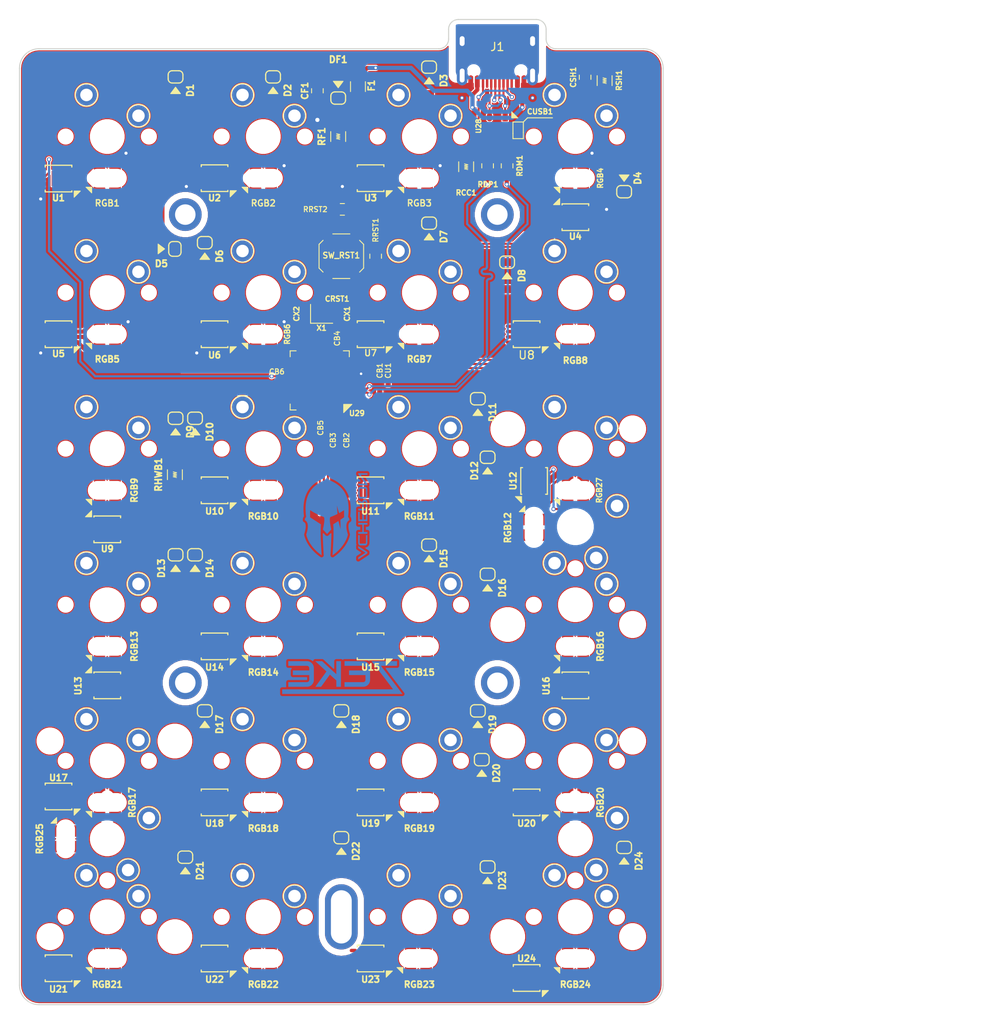
<source format=kicad_pcb>
(kicad_pcb (version 20171130) (host pcbnew 5.1.2)
  (layers (0 F.Cu signal) (31 B.Cu signal) (34 B.Paste user) (35 F.Paste user) (36 B.SilkS user) (37 F.SilkS user) (38 B.Mask user) (39 F.Mask user) (44 Edge.Cuts user))
  (net 0 "")
  (net 1 5V)
  (net 2 GND)
  (net 3 /RST)
  (net 4 /SHIELD)
  (net 5 "Net-(CU1-Pad1)")
  (net 6 /XTAL2)
  (net 7 /XTAL1)
  (net 8 "Net-(D1-Pad2)")
  (net 9 Row1)
  (net 10 "Net-(D2-Pad2)")
  (net 11 "Net-(D3-Pad2)")
  (net 12 "Net-(D4-Pad2)")
  (net 13 "Net-(D5-Pad2)")
  (net 14 Row2)
  (net 15 "Net-(D6-Pad2)")
  (net 16 "Net-(D7-Pad2)")
  (net 17 "Net-(D8-Pad2)")
  (net 18 "Net-(D9-Pad2)")
  (net 19 Row3)
  (net 20 "Net-(D10-Pad2)")
  (net 21 "Net-(D11-Pad2)")
  (net 22 "Net-(D12-Pad2)")
  (net 23 "Net-(D13-Pad2)")
  (net 24 Row4)
  (net 25 "Net-(D14-Pad2)")
  (net 26 "Net-(D15-Pad2)")
  (net 27 "Net-(D16-Pad2)")
  (net 28 DBusN)
  (net 29 DBusP)
  (net 30 DN)
  (net 31 "Net-(RDM1-Pad1)")
  (net 32 "Net-(RDP1-Pad2)")
  (net 33 DP)
  (net 34 "Net-(RHWB1-Pad2)")
  (net 35 "Net-(RRST2-Pad1)")
  (net 36 Col1)
  (net 37 Col2)
  (net 38 Col3)
  (net 39 Col4)
  (net 40 "Net-(D17-Pad2)")
  (net 41 Row5)
  (net 42 "Net-(D18-Pad2)")
  (net 43 "Net-(D19-Pad2)")
  (net 44 "Net-(D20-Pad2)")
  (net 45 "Net-(J1-PadB8)")
  (net 46 "Net-(J1-PadA5)")
  (net 47 "Net-(J1-PadA8)")
  (net 48 "Net-(RGB1-Pad3)")
  (net 49 "Net-(RGB1-Pad1)")
  (net 50 "Net-(RGB1-Pad2)")
  (net 51 "Net-(U1-Pad7)")
  (net 52 RGB_DIN)
  (net 53 "Net-(U1-Pad5)")
  (net 54 "Net-(D21-Pad2)")
  (net 55 "Net-(D22-Pad2)")
  (net 56 "Net-(D23-Pad2)")
  (net 57 "Net-(D24-Pad2)")
  (net 58 "Net-(RGB2-Pad3)")
  (net 59 "Net-(RGB2-Pad1)")
  (net 60 "Net-(RGB2-Pad2)")
  (net 61 "Net-(RGB12-Pad3)")
  (net 62 "Net-(RGB12-Pad1)")
  (net 63 "Net-(RGB12-Pad2)")
  (net 64 "Net-(U12-Pad7)")
  (net 65 "Net-(U12-Pad5)")
  (net 66 "Net-(RGB3-Pad3)")
  (net 67 "Net-(RGB3-Pad1)")
  (net 68 "Net-(RGB3-Pad2)")
  (net 69 "Net-(RGB4-Pad3)")
  (net 70 "Net-(RGB4-Pad1)")
  (net 71 "Net-(RGB4-Pad2)")
  (net 72 "Net-(RGB5-Pad3)")
  (net 73 "Net-(RGB5-Pad1)")
  (net 74 "Net-(RGB5-Pad2)")
  (net 75 "Net-(RGB6-Pad3)")
  (net 76 "Net-(RGB6-Pad1)")
  (net 77 "Net-(RGB6-Pad2)")
  (net 78 "Net-(RGB7-Pad3)")
  (net 79 "Net-(RGB7-Pad1)")
  (net 80 "Net-(RGB7-Pad2)")
  (net 81 "Net-(RGB8-Pad3)")
  (net 82 "Net-(RGB8-Pad1)")
  (net 83 "Net-(RGB8-Pad2)")
  (net 84 "Net-(RGB9-Pad3)")
  (net 85 "Net-(RGB9-Pad1)")
  (net 86 "Net-(RGB9-Pad2)")
  (net 87 "Net-(RGB10-Pad3)")
  (net 88 "Net-(RGB10-Pad1)")
  (net 89 "Net-(RGB10-Pad2)")
  (net 90 "Net-(RGB11-Pad3)")
  (net 91 "Net-(RGB11-Pad1)")
  (net 92 "Net-(RGB11-Pad2)")
  (net 93 "Net-(RGB13-Pad3)")
  (net 94 "Net-(RGB13-Pad1)")
  (net 95 "Net-(RGB13-Pad2)")
  (net 96 "Net-(RGB14-Pad3)")
  (net 97 "Net-(RGB14-Pad1)")
  (net 98 "Net-(RGB14-Pad2)")
  (net 99 "Net-(RGB15-Pad3)")
  (net 100 "Net-(RGB15-Pad1)")
  (net 101 "Net-(RGB15-Pad2)")
  (net 102 "Net-(RGB16-Pad3)")
  (net 103 "Net-(RGB16-Pad1)")
  (net 104 "Net-(RGB16-Pad2)")
  (net 105 "Net-(RGB17-Pad3)")
  (net 106 "Net-(RGB17-Pad1)")
  (net 107 "Net-(RGB17-Pad2)")
  (net 108 "Net-(RGB18-Pad3)")
  (net 109 "Net-(RGB18-Pad1)")
  (net 110 "Net-(RGB18-Pad2)")
  (net 111 "Net-(RGB19-Pad3)")
  (net 112 "Net-(RGB19-Pad1)")
  (net 113 "Net-(RGB19-Pad2)")
  (net 114 "Net-(RGB20-Pad3)")
  (net 115 "Net-(RGB20-Pad1)")
  (net 116 "Net-(RGB20-Pad2)")
  (net 117 "Net-(RGB21-Pad3)")
  (net 118 "Net-(RGB21-Pad1)")
  (net 119 "Net-(RGB21-Pad2)")
  (net 120 "Net-(RGB22-Pad3)")
  (net 121 "Net-(RGB22-Pad1)")
  (net 122 "Net-(RGB22-Pad2)")
  (net 123 "Net-(RGB23-Pad3)")
  (net 124 "Net-(RGB23-Pad1)")
  (net 125 "Net-(RGB23-Pad2)")
  (net 126 "Net-(RGB24-Pad3)")
  (net 127 "Net-(RGB24-Pad1)")
  (net 128 "Net-(RGB24-Pad2)")
  (net 129 "Net-(U2-Pad7)")
  (net 130 "Net-(U2-Pad5)")
  (net 131 "Net-(U3-Pad7)")
  (net 132 "Net-(U3-Pad5)")
  (net 133 "Net-(U4-Pad7)")
  (net 134 "Net-(U4-Pad5)")
  (net 135 "Net-(U5-Pad7)")
  (net 136 "Net-(U5-Pad5)")
  (net 137 "Net-(U6-Pad7)")
  (net 138 "Net-(U6-Pad5)")
  (net 139 "Net-(U7-Pad7)")
  (net 140 "Net-(U7-Pad5)")
  (net 141 "Net-(U8-Pad7)")
  (net 142 "Net-(U8-Pad5)")
  (net 143 "Net-(U9-Pad7)")
  (net 144 "Net-(U9-Pad5)")
  (net 145 "Net-(U10-Pad7)")
  (net 146 "Net-(U10-Pad5)")
  (net 147 "Net-(U11-Pad7)")
  (net 148 "Net-(U11-Pad5)")
  (net 149 "Net-(U13-Pad7)")
  (net 150 "Net-(U13-Pad5)")
  (net 151 "Net-(U14-Pad7)")
  (net 152 "Net-(U14-Pad5)")
  (net 153 "Net-(U15-Pad7)")
  (net 154 "Net-(U15-Pad5)")
  (net 155 "Net-(U16-Pad7)")
  (net 156 "Net-(U16-Pad5)")
  (net 157 "Net-(U17-Pad7)")
  (net 158 "Net-(U17-Pad5)")
  (net 159 "Net-(U18-Pad7)")
  (net 160 "Net-(U18-Pad5)")
  (net 161 "Net-(U19-Pad7)")
  (net 162 "Net-(U19-Pad5)")
  (net 163 "Net-(U20-Pad7)")
  (net 164 "Net-(U20-Pad5)")
  (net 165 "Net-(U21-Pad7)")
  (net 166 "Net-(U21-Pad5)")
  (net 167 "Net-(U22-Pad7)")
  (net 168 "Net-(U22-Pad5)")
  (net 169 "Net-(U23-Pad7)")
  (net 170 "Net-(U23-Pad5)")
  (net 171 "Net-(U24-Pad7)")
  (net 172 "Net-(U24-Pad5)")
  (net 173 "Net-(U29-Pad41)")
  (net 174 "Net-(U29-Pad40)")
  (net 175 "Net-(U29-Pad39)")
  (net 176 "Net-(U29-Pad38)")
  (net 177 "Net-(U29-Pad37)")
  (net 178 "Net-(U29-Pad36)")
  (net 179 "Net-(U29-Pad32)")
  (net 180 "Net-(U29-Pad31)")
  (net 181 "Net-(U29-Pad30)")
  (net 182 "Net-(U29-Pad29)")
  (net 183 "Net-(U29-Pad28)")
  (net 184 "Net-(U29-Pad26)")
  (net 185 "Net-(U29-Pad25)")
  (net 186 "Net-(U29-Pad22)")
  (net 187 "Net-(U29-Pad21)")
  (net 188 "Net-(U29-Pad20)")
  (net 189 "Net-(U29-Pad19)")
  (net 190 "Net-(U29-Pad18)")
  (net 191 "Net-(U29-Pad12)")
  (net 192 "Net-(U29-Pad11)")
  (net 193 "Net-(U29-Pad10)")
  (net 194 "Net-(U29-Pad9)")
  (net 195 "Net-(U29-Pad8)")
  (net 196 "Net-(U29-Pad1)")
  (net 197 VBUS)
  (module acheron_Logos:acheronShort_0.3x0.5in_Plated (layer B.Cu) (at 74.37469 92.78973 180)
    (fp_text reference L2 hide)
    (fp_text value "Acheron Short Logo Plated" hide)
    (pad 1 smd custom (at -3.7 3.9 180) (size 0.1 0.1) (layers B.Cu B.Mask) (options (clearance outline) (anchor circle)) (primitives (gr_poly (pts (xy 0.997593 1.303305) (xy 0.997476 1.251875) (xy 0.567285 0.662654) (xy 0.137093 0.073433) (xy 0.567402 0.07279) (xy 0.99771 0.072148) (xy 0.99771 -0.110699) (xy -0.109619 -0.110699) (xy -0.109619 0.069882) (xy 0.300549 0.619584) (xy 0.335642 0.666619) (xy 0.369936 0.712593) (xy 0.403307 0.757339) (xy 0.435631 0.80069) (xy 0.466784 0.842481) (xy 0.496644 0.882545) (xy 0.525085 0.920715) (xy 0.551985 0.956826) (xy 0.577218 0.990712) (xy 0.600662 1.022205) (xy 0.622193 1.051139) (xy 0.641687 1.077349) (xy 0.65902 1.100667) (xy 0.674068 1.120928) (xy 0.686708 1.137966) (xy 0.696816 1.151613) (xy 0.704267 1.161704) (xy 0.708938 1.168073) (xy 0.710706 1.170552) (xy 0.710718 1.170579) (xy 0.708223 1.170722) (xy 0.700916 1.17086) (xy 0.689065 1.170993) (xy 0.672937 1.17112) (xy 0.652799 1.17124) (xy 0.62892 1.171352) (xy 0.601567 1.171456) (xy 0.571007 1.17155) (xy 0.537508 1.171633) (xy 0.501337 1.171706) (xy 0.462763 1.171767) (xy 0.422053 1.171814) (xy 0.379473 1.171849) (xy 0.335293 1.171868) (xy 0.300549 1.171873) (xy -0.109619 1.171873) (xy -0.109619 1.354734) (xy 0.99771 1.354734) (xy 0.997593 1.303305)) (width 0.01))))
    (pad 1 smd custom (at -3.7 2.8 180) (size 0.1 0.1) (layers B.Cu B.Mask) (options (clearance outline) (anchor circle)) (primitives (gr_poly (pts (xy 0.489816 0.789928) (xy 0.533318 0.789918) (xy 0.57228 0.789896) (xy 0.606974 0.789859) (xy 0.637669 0.789804) (xy 0.664636 0.789727) (xy 0.688145 0.789624) (xy 0.708466 0.789492) (xy 0.72587 0.789327) (xy 0.740626 0.789126) (xy 0.753005 0.788885) (xy 0.763277 0.7886) (xy 0.771712 0.788269) (xy 0.778581 0.787886) (xy 0.784154 0.78745) (xy 0.788701 0.786956) (xy 0.792492 0.786401) (xy 0.795798 0.785781) (xy 0.79834 0.78522) (xy 0.829617 0.776182) (xy 0.857309 0.764214) (xy 0.88228 0.748835) (xy 0.905395 0.729563) (xy 0.914377 0.720591) (xy 0.934911 0.69595) (xy 0.952445 0.668055) (xy 0.967092 0.636647) (xy 0.978963 0.601466) (xy 0.988169 0.562254) (xy 0.991901 0.540447) (xy 0.992483 0.536374) (xy 0.993012 0.532002) (xy 0.993493 0.52709) (xy 0.993927 0.521397) (xy 0.994316 0.514683) (xy 0.994663 0.506706) (xy 0.994971 0.497225) (xy 0.995241 0.485999) (xy 0.995476 0.472787) (xy 0.995679 0.457348) (xy 0.995851 0.43944) (xy 0.995996 0.418823) (xy 0.996115 0.395256) (xy 0.996211 0.368497) (xy 0.996287 0.338305) (xy 0.996344 0.30444) (xy 0.996385 0.26666) (xy 0.996413 0.224725) (xy 0.99643 0.178392) (xy 0.996438 0.127422) (xy 0.99644 0.081342) (xy 0.99644 0.025427) (xy 0.996436 -0.025655) (xy 0.996422 -0.072152) (xy 0.996392 -0.114312) (xy 0.996341 -0.152382) (xy 0.996262 -0.186609) (xy 0.99615 -0.217241) (xy 0.995999 -0.244524) (xy 0.995804 -0.268707) (xy 0.995557 -0.290036) (xy 0.995254 -0.30876) (xy 0.994889 -0.325125) (xy 0.994456 -0.339378) (xy 0.993949 -0.351767) (xy 0.993362 -0.36254) (xy 0.992689 -0.371943) (xy 0.991925 -0.380225) (xy 0.991064 -0.387632) (xy 0.990099 -0.394411) (xy 0.989026 -0.400811) (xy 0.987838 -0.407078) (xy 0.986529 -0.413459) (xy 0.985094 -0.420203) (xy 0.98457 -0.422653) (xy 0.976486 -0.452831) (xy 0.965359 -0.483006) (xy 0.951828 -0.511735) (xy 0.936532 -0.537578) (xy 0.928837 -0.54842) (xy 0.909643 -0.569788) (xy 0.886405 -0.588826) (xy 0.85979 -0.605109) (xy 0.830462 -0.618211) (xy 0.808499 -0.625311) (xy 0.783101 -0.632289) (xy 0.452934 -0.63267) (xy 0.412112 -0.6327) (xy 0.372515 -0.632696) (xy 0.33446 -0.63266) (xy 0.298263 -0.632593) (xy 0.264241 -0.632497) (xy 0.23271 -0.632374) (xy 0.203986 -0.632226) (xy 0.178387 -0.632053) (xy 0.156227 -0.631859) (xy 0.137824 -0.631644) (xy 0.123494 -0.63141) (xy 0.113553 -0.631158) (xy 0.108318 -0.630892) (xy 0.107898 -0.630842) (xy 0.073564 -0.623532) (xy 0.042286 -0.612215) (xy 0.013894 -0.596807) (xy -0.011783 -0.577224) (xy -0.023616 -0.565882) (xy -0.042967 -0.543377) (xy -0.059618 -0.518356) (xy -0.073757 -0.490377) (xy -0.085576 -0.458998) (xy -0.095265 -0.423777) (xy -0.103014 -0.384271) (xy -0.10376 -0.379622) (xy -0.104348 -0.375656) (xy -0.104883 -0.371417) (xy -0.105369 -0.366665) (xy -0.105807 -0.361159) (xy -0.1062 -0.354658) (xy -0.106551 -0.346922) (xy -0.106862 -0.337708) (xy -0.107135 -0.326778) (xy -0.107373 -0.313889) (xy -0.107578 -0.2988) (xy -0.107752 -0.281272) (xy -0.107898 -0.261063) (xy -0.108019 -0.237932) (xy -0.108116 -0.211638) (xy -0.108193 -0.181941) (xy -0.108251 -0.1486) (xy -0.108293 -0.111373) (xy -0.108321 -0.07002) (xy -0.108339 -0.024301) (xy -0.108347 0.026027) (xy -0.10835 0.078802) (xy 0.054194 0.078802) (xy 0.054196 0.026037) (xy 0.054204 -0.021895) (xy 0.054221 -0.06524) (xy 0.054249 -0.104242) (xy 0.054292 -0.13915) (xy 0.054351 -0.170207) (xy 0.054431 -0.197661) (xy 0.054533 -0.221757) (xy 0.05466 -0.242741) (xy 0.054816 -0.26086) (xy 0.055002 -0.276359) (xy 0.055222 -0.289484) (xy 0.055479 -0.300481) (xy 0.055775 -0.309596) (xy 0.056112 -0.317075) (xy 0.056495 -0.323164) (xy 0.056925 -0.328109) (xy 0.057405 -0.332156) (xy 0.057938 -0.335552) (xy 0.058527 -0.33854) (xy 0.058912 -0.340256) (xy 0.065899 -0.363969) (xy 0.074972 -0.383287) (xy 0.086431 -0.39857) (xy 0.100579 -0.410179) (xy 0.117717 -0.418476) (xy 0.126638 -0.421266) (xy 0.131393 -0.421858) (xy 0.140838 -0.422407) (xy 0.15458 -0.422913) (xy 0.172232 -0.423377) (xy 0.193401 -0.423796) (xy 0.217698 -0.424172) (xy 0.244733 -0.424503) (xy 0.274115 -0.42479) (xy 0.305454 -0.425031) (xy 0.338359 -0.425227) (xy 0.372441 -0.425377) (xy 0.407309 -0.425481) (xy 0.442573 -0.425538) (xy 0.477842 -0.425548) (xy 0.512726 -0.42551) (xy 0.546835 -0.425425) (xy 0.579779 -0.425292) (xy 0.611167 -0.42511) (xy 0.640609 -0.42488) (xy 0.667714 -0.4246) (xy 0.692093 -0.42427) (xy 0.713355 -0.42389) (xy 0.73111 -0.42346) (xy 0.744967 -0.422979) (xy 0.754537 -0.422447) (xy 0.759348 -0.421882) (xy 0.778605 -0.415154) (xy 0.794847 -0.40466) (xy 0.808207 -0.390243) (xy 0.818818 -0.371745) (xy 0.826812 -0.349007) (xy 0.829298 -0.338728) (xy 0.829909 -0.335685) (xy 0.830463 -0.332327) (xy 0.830964 -0.328409) (xy 0.831414 -0.323683) (xy 0.831815 -0.317902) (xy 0.832171 -0.310818) (xy 0.832484 -0.302185) (xy 0.832758 -0.291755) (xy 0.832993 -0.279281) (xy 0.833194 -0.264516) (xy 0.833363 -0.247213) (xy 0.833503 -0.227124) (xy 0.833616 -0.204003) (xy 0.833706 -0.177602) (xy 0.833774 -0.147673) (xy 0.833824 -0.113971) (xy 0.833859 -0.076247) (xy 0.83388 -0.034254) (xy 0.833892 0.012254) (xy 0.833896 0.063525) (xy 0.833896 0.078802) (xy 0.833894 0.131454) (xy 0.833885 0.179274) (xy 0.833866 0.222509) (xy 0.833835 0.261406) (xy 0.83379 0.296212) (xy 0.833727 0.327174) (xy 0.833644 0.35454) (xy 0.833537 0.378557) (xy 0.833405 0.399472) (xy 0.833245 0.417532) (xy 0.833053 0.432984) (xy 0.832827 0.446076) (xy 0.832565 0.457055) (xy 0.832263 0.466167) (xy 0.83192 0.473661) (xy 0.831531 0.479782) (xy 0.831095 0.48478) (xy 0.830609 0.488899) (xy 0.83007 0.492389) (xy 0.829475 0.495496) (xy 0.829298 0.496332) (xy 0.822258 0.520885) (xy 0.812595 0.541148) (xy 0.800201 0.55724) (xy 0.78497 0.569285) (xy 0.766793 0.577404) (xy 0.755164 0.580305) (xy 0.750975 0.580779) (xy 0.7436 0.581196) (xy 0.732876 0.581558) (xy 0.718636 0.581865) (xy 0.700714 0.582119) (xy 0.678946 0.58232) (xy 0.653165 0.58247) (xy 0.623207 0.582569) (xy 0.588905 0.58262) (xy 0.550094 0.582622) (xy 0.506609 0.582578) (xy 0.458283 0.582488) (xy 0.435156 0.582433) (xy 0.130386 0.581672) (xy 0.115298 0.575594) (xy 0.098228 0.566238) (xy 0.083967 0.552981) (xy 0.0724 0.535663) (xy 0.063411 0.514124) (xy 0.058912 0.49786) (xy 0.058288 0.494998) (xy 0.057721 0.491878) (xy 0.057209 0.488255) (xy 0.056749 0.483882) (xy 0.056338 0.478515) (xy 0.055974 0.471906) (xy 0.055653 0.463811) (xy 0.055373 0.453982) (xy 0.055131 0.442175) (xy 0.054925 0.428142) (xy 0.054751 0.411638) (xy 0.054607 0.392418) (xy 0.05449 0.370235) (xy 0.054397 0.344842) (xy 0.054326 0.315995) (xy 0.054273 0.283447) (xy 0.054237 0.246953) (xy 0.054213 0.206266) (xy 0.0542 0.16114) (xy 0.054195 0.111329) (xy 0.054194 0.078802) (xy -0.10835 0.078802) (xy -0.108347 0.133771) (xy -0.108338 0.183902) (xy -0.108321 0.229435) (xy -0.108291 0.270611) (xy -0.108249 0.30767) (xy -0.10819 0.340855) (xy -0.108113 0.370405) (xy -0.108014 0.396562) (xy -0.107893 0.419567) (xy -0.107745 0.439659) (xy -0.10757 0.457081) (xy -0.107363 0.472073) (xy -0.107124 0.484875) (xy -0.10685 0.495729) (xy -0.106537 0.504876) (xy -0.106185 0.512556) (xy -0.10579 0.519011) (xy -0.105349 0.524481) (xy -0.104862 0.529206) (xy -0.104324 0.533429) (xy -0.10376 0.537226) (xy -0.09636 0.576492) (xy -0.087095 0.611472) (xy -0.075769 0.642677) (xy -0.062183 0.670619) (xy -0.04614 0.695812) (xy -0.038817 0.705451) (xy -0.02012 0.726816) (xy -0.000901 0.744282) (xy 0.019866 0.758517) (xy 0.043207 0.770189) (xy 0.070149 0.779964) (xy 0.080447 0.783012) (xy 0.104989 0.789931) (xy 0.441505 0.789931) (xy 0.489816 0.789928)) (width 0.01))))
    (pad 1 smd custom (at -3.7 0.9 180) (size 0.1 0.1) (layers B.Cu B.Mask) (options (clearance outline) (anchor circle)) (primitives (gr_poly (pts (xy 0.23879 1.10567) (xy 0.254936 1.10496) (xy 0.264421 1.104202) (xy 0.299557 1.098919) (xy 0.331284 1.090502) (xy 0.360385 1.078689) (xy 0.387641 1.063214) (xy 0.389379 1.062068) (xy 0.413097 1.043887) (xy 0.433752 1.022825) (xy 0.451495 0.998596) (xy 0.46648 0.970919) (xy 0.478857 0.939508) (xy 0.488777 0.90408) (xy 0.496394 0.864351) (xy 0.496901 0.861026) (xy 0.50122 0.832213) (xy 0.74756 0.961638) (xy 0.780472 0.978922) (xy 0.812128 0.995529) (xy 0.842238 1.011308) (xy 0.87051 1.026108) (xy 0.896655 1.039777) (xy 0.920382 1.052165) (xy 0.941401 1.063118) (xy 0.959422 1.072487) (xy 0.974154 1.08012) (xy 0.985307 1.085864) (xy 0.992589 1.089569) (xy 0.995712 1.091083) (xy 0.995805 1.091112) (xy 0.996204 1.088669) (xy 0.996575 1.081662) (xy 0.996908 1.070606) (xy 0.997195 1.056017) (xy 0.997428 1.038411) (xy 0.997596 1.018302) (xy 0.997691 0.996207) (xy 0.99771 0.980789) (xy 0.99771 0.870417) (xy 0.986916 0.86424) (xy 0.983199 0.86222) (xy 0.975298 0.858008) (xy 0.963529 0.851772) (xy 0.948209 0.843678) (xy 0.929653 0.833893) (xy 0.908178 0.822582) (xy 0.884099 0.809912) (xy 0.857731 0.796049) (xy 0.829393 0.78116) (xy 0.799398 0.765412) (xy 0.768063 0.748969) (xy 0.745005 0.736876) (xy 0.713031 0.720105) (xy 0.682258 0.703952) (xy 0.652993 0.68858) (xy 0.625543 0.674149) (xy 0.600214 0.660823) (xy 0.577314 0.648762) (xy 0.55715 0.638129) (xy 0.540029 0.629085) (xy 0.526258 0.621793) (xy 0.516145 0.616413) (xy 0.509995 0.613107) (xy 0.508174 0.61209) (xy 0.502459 0.608492) (xy 0.502459 0.027007) (xy 0.99771 0.027007) (xy 0.99771 -0.181252) (xy -0.109751 -0.181252) (xy -0.109417 0.027007) (xy 0.052753 0.027007) (xy 0.339916 0.027007) (xy 0.339827 0.406064) (xy 0.339807 0.459191) (xy 0.339773 0.507466) (xy 0.339721 0.55112) (xy 0.339651 0.590381) (xy 0.33956 0.625477) (xy 0.339446 0.656638) (xy 0.339307 0.684093) (xy 0.33914 0.70807) (xy 0.338945 0.728798) (xy 0.338719 0.746505) (xy 0.338459 0.761422) (xy 0.338164 0.773776) (xy 0.337833 0.783796) (xy 0.337461 0.791711) (xy 0.337049 0.797751) (xy 0.336593 0.802143) (xy 0.336282 0.80417) (xy 0.330502 0.828315) (xy 0.322565 0.848188) (xy 0.31219 0.864237) (xy 0.2991 0.87691) (xy 0.285471 0.885441) (xy 0.268045 0.894331) (xy 0.125307 0.894331) (xy 0.110976 0.887291) (xy 0.094037 0.876291) (xy 0.080001 0.861313) (xy 0.068791 0.842248) (xy 0.060333 0.818988) (xy 0.058671 0.812639) (xy 0.058097 0.809956) (xy 0.057574 0.806669) (xy 0.057101 0.802533) (xy 0.056673 0.797302) (xy 0.056287 0.790727) (xy 0.055941 0.782564) (xy 0.055631 0.772565) (xy 0.055355 0.760483) (xy 0.055108 0.746073) (xy 0.054889 0.729088) (xy 0.054693 0.709281) (xy 0.054518 0.686405) (xy 0.054361 0.660215) (xy 0.054218 0.630463) (xy 0.054087 0.596903) (xy 0.053964 0.559289) (xy 0.053846 0.517374) (xy 0.05373 0.470911) (xy 0.053613 0.419653) (xy 0.053594 0.411144) (xy 0.052753 0.027007) (xy -0.109417 0.027007) (xy -0.108942 0.322253) (xy -0.108848 0.382861) (xy -0.108763 0.438615) (xy -0.108683 0.489738) (xy -0.108599 0.536456) (xy -0.108505 0.578991) (xy -0.108396 0.61757) (xy -0.108264 0.652416) (xy -0.108103 0.683755) (xy -0.107906 0.711809) (xy -0.107667 0.736805) (xy -0.107379 0.758966) (xy -0.107037 0.778517) (xy -0.106632 0.795683) (xy -0.106159 0.810688) (xy -0.105611 0.823756) (xy -0.104982 0.835112) (xy -0.104265 0.84498) (xy -0.103454 0.853585) (xy -0.102542 0.861152) (xy -0.101522 0.867905) (xy -0.100389 0.874068) (xy -0.099135 0.879866) (xy -0.097754 0.885524) (xy -0.096239 0.891265) (xy -0.094584 0.897315) (xy -0.092783 0.903897) (xy -0.091943 0.907018) (xy -0.082021 0.939566) (xy -0.070567 0.968023) (xy -0.057083 0.993268) (xy -0.041073 1.016182) (xy -0.02204 1.037646) (xy -0.013627 1.045874) (xy 0.006033 1.062397) (xy 0.027006 1.075818) (xy 0.050277 1.086623) (xy 0.076831 1.095296) (xy 0.0961 1.099973) (xy 0.106271 1.101566) (xy 0.120556 1.102956) (xy 0.137994 1.104118) (xy 0.157621 1.105029) (xy 0.178477 1.105663) (xy 0.199598 1.105998) (xy 0.220023 1.106008) (xy 0.23879 1.10567)) (width 0.01))))
    (pad 1 smd custom (at -3.7 0 180) (size 0.1 0.1) (layers B.Cu B.Mask) (options (clearance outline) (anchor circle)) (primitives (gr_poly (pts (xy 0.052924 -0.391121) (xy 0.329757 -0.391121) (xy 0.329757 0.490171) (xy 0.49484 0.490171) (xy 0.49484 -0.391121) (xy 0.835166 -0.391121) (xy 0.835166 0.538426) (xy 0.99771 0.538426) (xy 0.99771 -0.59938) (xy -0.109619 -0.59938) (xy -0.109619 0.538426) (xy 0.052924 0.538426) (xy 0.052924 -0.391121)) (width 0.01))))
    (pad 1 smd custom (at -3.7 -0.9 180) (size 0.1 0.1) (layers B.Cu B.Mask) (options (clearance outline) (anchor circle)) (primitives (gr_poly (pts (xy 0.997103 -0.009864) (xy 0.99644 -0.114629) (xy 0.49484 -0.115923) (xy 0.49484 -1.020048) (xy 0.997766 -1.020048) (xy 0.997103 -1.124813) (xy 0.99644 -1.229577) (xy 0.44341 -1.230218) (xy -0.109619 -1.230858) (xy -0.109619 -1.020048) (xy 0.329757 -1.020048) (xy 0.329757 -0.115898) (xy -0.109619 -0.115898) (xy -0.109619 0.0949) (xy 0.997766 0.0949) (xy 0.997103 -0.009864)) (width 0.01))))
    (pad 1 smd custom (at -3.7 -2.5 180) (size 0.1 0.1) (layers B.Cu B.Mask) (options (clearance outline) (anchor circle)) (primitives (gr_poly (pts (xy 0.053593 -0.270228) (xy 0.053691 -0.328248) (xy 0.053777 -0.381414) (xy 0.053859 -0.429952) (xy 0.053945 -0.474086) (xy 0.054041 -0.514043) (xy 0.054156 -0.550048) (xy 0.054297 -0.582326) (xy 0.054471 -0.611102) (xy 0.054685 -0.636603) (xy 0.054947 -0.659053) (xy 0.055265 -0.678679) (xy 0.055645 -0.695705) (xy 0.056096 -0.710357) (xy 0.056625 -0.72286) (xy 0.057238 -0.73344) (xy 0.057944 -0.742322) (xy 0.058751 -0.749733) (xy 0.059664 -0.755896) (xy 0.060693 -0.761038) (xy 0.061844 -0.765384) (xy 0.063124 -0.76916) (xy 0.064542 -0.772591) (xy 0.066104 -0.775902) (xy 0.067818 -0.779319) (xy 0.069691 -0.783068) (xy 0.070548 -0.784837) (xy 0.081396 -0.802201) (xy 0.09586 -0.816165) (xy 0.113573 -0.826724) (xy 0.127847 -0.833417) (xy 0.760244 -0.833417) (xy 0.774517 -0.826724) (xy 0.791165 -0.816855) (xy 0.804789 -0.804052) (xy 0.815764 -0.787805) (xy 0.824464 -0.7676) (xy 0.829066 -0.752145) (xy 0.829631 -0.749755) (xy 0.830148 -0.747004) (xy 0.83062 -0.743668) (xy 0.831051 -0.739522) (xy 0.831442 -0.734342) (xy 0.831796 -0.727903) (xy 0.832116 -0.719979) (xy 0.832403 -0.710347) (xy 0.832661 -0.698781) (xy 0.832893 -0.685057) (xy 0.8331 -0.668951) (xy 0.833285 -0.650236) (xy 0.83345 -0.62869) (xy 0.833599 -0.604086) (xy 0.833734 -0.576201) (xy 0.833857 -0.544809) (xy 0.833971 -0.509686) (xy 0.834078 -0.470607) (xy 0.834181 -0.427348) (xy 0.834283 -0.379683) (xy 0.834385 -0.327388) (xy 0.834491 -0.270239) (xy 0.834491 -0.270228) (xy 0.835334 0.193911) (xy 0.997861 0.193911) (xy 0.997027 -0.286736) (xy 0.996924 -0.345132) (xy 0.996822 -0.398673) (xy 0.99672 -0.447584) (xy 0.996616 -0.492088) (xy 0.996507 -0.532409) (xy 0.996391 -0.568774) (xy 0.996265 -0.601405) (xy 0.996127 -0.630527) (xy 0.995975 -0.656364) (xy 0.995807 -0.679141) (xy 0.99562 -0.699083) (xy 0.995412 -0.716413) (xy 0.99518 -0.731356) (xy 0.994922 -0.744136) (xy 0.994636 -0.754978) (xy 0.99432 -0.764106) (xy 0.993971 -0.771745) (xy 0.993587 -0.778118) (xy 0.993166 -0.78345) (xy 0.992704 -0.787966) (xy 0.992201 -0.79189) (xy 0.991755 -0.794821) (xy 0.984791 -0.831074) (xy 0.976129 -0.863479) (xy 0.965414 -0.893086) (xy 0.952293 -0.920945) (xy 0.944647 -0.934671) (xy 0.926231 -0.96141) (xy 0.904424 -0.98447) (xy 0.879158 -1.003898) (xy 0.850364 -1.019738) (xy 0.817976 -1.032036) (xy 0.787517 -1.03975) (xy 0.784034 -1.040359) (xy 0.779721 -1.040906) (xy 0.774297 -1.041394) (xy 0.767486 -1.041829) (xy 0.759009 -1.042212) (xy 0.748588 -1.042549) (xy 0.735945 -1.042843) (xy 0.720802 -1.043098) (xy 0.70288 -1.043317) (xy 0.681901 -1.043505) (xy 0.657588 -1.043666) (xy 0.629661 -1.043802) (xy 0.597844 -1.043918) (xy 0.561857 -1.044019) (xy 0.521423 -1.044106) (xy 0.476264 -1.044185) (xy 0.463093 -1.044206) (xy 0.42386 -1.044259) (xy 0.385843 -1.044296) (xy 0.349374 -1.044319) (xy 0.314784 -1.044326) (xy 0.282403 -1.04432) (xy 0.252565 -1.044299) (xy 0.2256 -1.044265) (xy 0.201839 -1.044217) (xy 0.181615 -1.044157) (xy 0.165257 -1.044085) (xy 0.153099 -1.044) (xy 0.145471 -1.043904) (xy 0.143085 -1.043834) (xy 0.105432 -1.039831) (xy 0.070992 -1.0321) (xy 0.039701 -1.020575) (xy 0.011495 -1.005191) (xy -0.013691 -0.985882) (xy -0.03592 -0.962583) (xy -0.055256 -0.935227) (xy -0.071764 -0.90375) (xy -0.085507 -0.868085) (xy -0.096551 -0.828167) (xy -0.103847 -0.790936) (xy -0.104369 -0.78743) (xy -0.104848 -0.783399) (xy -0.105288 -0.77862) (xy -0.105689 -0.772868) (xy -0.106055 -0.765921) (xy -0.106388 -0.757557) (xy -0.106689 -0.747552) (xy -0.106962 -0.735682) (xy -0.107208 -0.721725) (xy -0.107429 -0.705458) (xy -0.107629 -0.686658) (xy -0.107808 -0.665101) (xy -0.10797 -0.640565) (xy -0.108116 -0.612826) (xy -0.10825 -0.581662) (xy -0.108372 -0.546848) (xy -0.108486 -0.508163) (xy -0.108593 -0.465383) (xy -0.108696 -0.418285) (xy -0.108798 -0.366646) (xy -0.108899 -0.310243) (xy -0.108942 -0.285466) (xy -0.109758 0.193911) (xy 0.052781 0.193911) (xy 0.053593 -0.270228)) (width 0.01))))
    (pad 1 smd custom (at -3.7 -4.4 180) (size 0.1 0.1) (layers B.Cu B.Mask) (options (clearance outline) (anchor circle)) (primitives (gr_poly (pts (xy 0.996554 0.758088) (xy 0.996798 0.751052) (xy 0.996992 0.739938) (xy 0.997133 0.725244) (xy 0.997216 0.707473) (xy 0.997238 0.687122) (xy 0.997196 0.664693) (xy 0.9971 0.643177) (xy 0.99644 0.52581) (xy 0.551623 0.241262) (xy 0.496702 0.206117) (xy 0.445958 0.173619) (xy 0.39928 0.143694) (xy 0.356555 0.11627) (xy 0.31767 0.091274) (xy 0.282513 0.068632) (xy 0.250972 0.048272) (xy 0.222934 0.03012) (xy 0.198287 0.014103) (xy 0.176919 0.000149) (xy 0.158717 -0.011816) (xy 0.143569 -0.021865) (xy 0.131363 -0.030071) (xy 0.121985 -0.036508) (xy 0.115325 -0.041247) (xy 0.111268 -0.044362) (xy 0.109704 -0.045927) (xy 0.109707 -0.046108) (xy 0.112089 -0.047748) (xy 0.118531 -0.052026) (xy 0.128834 -0.058812) (xy 0.142796 -0.067975) (xy 0.16022 -0.079384) (xy 0.180906 -0.092911) (xy 0.204653 -0.108425) (xy 0.231264 -0.125796) (xy 0.260537 -0.144893) (xy 0.292274 -0.165586) (xy 0.326275 -0.187745) (xy 0.36234 -0.211241) (xy 0.400271 -0.235942) (xy 0.439867 -0.261719) (xy 0.480929 -0.288441) (xy 0.523257 -0.315979) (xy 0.555159 -0.336728) (xy 0.99771 -0.624526) (xy 0.99771 -0.7409) (xy 0.997696 -0.764658) (xy 0.997658 -0.786779) (xy 0.997597 -0.806761) (xy 0.997517 -0.824103) (xy 0.997421 -0.838304) (xy 0.99731 -0.848862) (xy 0.997188 -0.855276) (xy 0.997075 -0.857095) (xy 0.994933 -0.855693) (xy 0.988737 -0.851595) (xy 0.978661 -0.844919) (xy 0.964881 -0.83578) (xy 0.947573 -0.824296) (xy 0.926911 -0.810582) (xy 0.903072 -0.794755) (xy 0.876231 -0.776932) (xy 0.846562 -0.757229) (xy 0.814242 -0.735763) (xy 0.779446 -0.71265) (xy 0.74235 -0.688006) (xy 0.703128 -0.661949) (xy 0.661956 -0.634595) (xy 0.61901 -0.60606) (xy 0.574465 -0.57646) (xy 0.528497 -0.545913) (xy 0.48128 -0.514535) (xy 0.443561 -0.489467) (xy -0.109318 -0.122018) (xy -0.109469 -0.045437) (xy -0.109619 0.031143) (xy 0.442574 0.395843) (xy 0.490669 0.427604) (xy 0.537656 0.458627) (xy 0.583361 0.488795) (xy 0.627605 0.517992) (xy 0.670213 0.546102) (xy 0.711009 0.573009) (xy 0.749816 0.598596) (xy 0.786457 0.622748) (xy 0.820757 0.645349) (xy 0.852539 0.666281) (xy 0.881626 0.68543) (xy 0.907843 0.702678) (xy 0.931012 0.717911) (xy 0.950958 0.73101) (xy 0.967505 0.741862) (xy 0.980475 0.750348) (xy 0.989693 0.756353) (xy 0.994981 0.759762) (xy 0.996264 0.760544) (xy 0.996554 0.758088)) (width 0.01))))
    (pad 1 smd custom (at 1.1 1.5 180) (size 0.1 0.1) (layers B.Cu B.Mask) (options (clearance outline) (anchor circle)) (primitives (gr_poly (pts (xy 0.013345 3.225762) (xy 0.032577 3.191596) (xy 0.056476 3.156178) (xy 0.084846 3.119718) (xy 0.117488 3.082426) (xy 0.154207 3.044511) (xy 0.194804 3.006182) (xy 0.239082 2.967649) (xy 0.286844 2.929122) (xy 0.307742 2.913108) (xy 0.325752 2.899564) (xy 0.340586 2.888611) (xy 0.353096 2.879741) (xy 0.364129 2.872445) (xy 0.374536 2.866215) (xy 0.385166 2.860543) (xy 0.396868 2.854921) (xy 0.410492 2.84884) (xy 0.426887 2.841791) (xy 0.426997 2.841744) (xy 0.504286 2.807926) (xy 0.582454 2.772043) (xy 0.660411 2.734635) (xy 0.737064 2.696243) (xy 0.81132 2.657405) (xy 0.882088 2.618663) (xy 0.908617 2.603632) (xy 1.015917 2.540198) (xy 1.118626 2.475311) (xy 1.217091 2.40871) (xy 1.311658 2.340134) (xy 1.402676 2.269322) (xy 1.49049 2.19601) (xy 1.575448 2.119939) (xy 1.657897 2.040845) (xy 1.667156 2.031622) (xy 1.725153 1.972311) (xy 1.779458 1.913977) (xy 1.831018 1.855529) (xy 1.880782 1.795877) (xy 1.929697 1.733932) (xy 1.954439 1.70135) (xy 2.025866 1.601921) (xy 2.093256 1.499497) (xy 2.15661 1.39407) (xy 2.215931 1.285633) (xy 2.27122 1.174179) (xy 2.322479 1.0597) (xy 2.369712 0.942188) (xy 2.412919 0.821636) (xy 2.452103 0.698036) (xy 2.487266 0.571381) (xy 2.518411 0.441663) (xy 2.545538 0.308875) (xy 2.568651 0.173009) (xy 2.587751 0.034058) (xy 2.60284 -0.107987) (xy 2.613921 -0.253131) (xy 2.620996 -0.401384) (xy 2.624067 -0.552752) (xy 2.623135 -0.707243) (xy 2.623115 -0.70827) (xy 2.620576 -0.807774) (xy 2.616724 -0.905661) (xy 2.611492 -1.00288) (xy 2.604808 -1.100375) (xy 2.596603 -1.199095) (xy 2.586807 -1.299985) (xy 2.57535 -1.403992) (xy 2.565873 -1.482621) (xy 2.554271 -1.57572) (xy 2.590767 -1.621037) (xy 2.61498 -1.651838) (xy 2.635669 -1.679981) (xy 2.65311 -1.706176) (xy 2.66758 -1.731134) (xy 2.679356 -1.755565) (xy 2.688713 -1.780181) (xy 2.69593 -1.805693) (xy 2.701282 -1.83281) (xy 2.705046 -1.862245) (xy 2.707498 -1.894707) (xy 2.708726 -1.924138) (xy 2.710145 -1.971123) (xy 2.684985 -1.98431) (xy 2.646473 -2.006358) (xy 2.611265 -2.030595) (xy 2.578012 -2.058028) (xy 2.550406 -2.084475) (xy 2.525337 -2.111333) (xy 2.503338 -2.137992) (xy 2.483532 -2.165698) (xy 2.465039 -2.195698) (xy 2.446982 -2.229242) (xy 2.443325 -2.236526) (xy 2.419391 -2.290061) (xy 2.398963 -2.347244) (xy 2.382041 -2.408077) (xy 2.368626 -2.472563) (xy 2.358716 -2.540705) (xy 2.352312 -2.612504) (xy 2.349414 -2.687965) (xy 2.350021 -2.76709) (xy 2.354132 -2.849881) (xy 2.361749 -2.936342) (xy 2.372871 -3.026474) (xy 2.386001 -3.111469) (xy 2.398489 -3.180381) (xy 2.413242 -3.252612) (xy 2.429991 -3.327075) (xy 2.448472 -3.402683) (xy 2.468417 -3.47835) (xy 2.489561 -3.552989) (xy 2.511638 -3.625514) (xy 2.513046 -3.629965) (xy 2.518161 -3.646127) (xy 2.523263 -3.662323) (xy 2.527945 -3.677257) (xy 2.531802 -3.689632) (xy 2.533929 -3.696525) (xy 2.540432 -3.717758) (xy 2.533425 -3.753669) (xy 2.519181 -3.819279) (xy 2.501489 -3.888033) (xy 2.480512 -3.959505) (xy 2.456414 -4.033267) (xy 2.429357 -4.108893) (xy 2.399505 -4.185954) (xy 2.367022 -4.264024) (xy 2.33207 -4.342676) (xy 2.294813 -4.421481) (xy 2.255413 -4.500014) (xy 2.229413 -4.549441) (xy 2.161228 -4.671526) (xy 2.088179 -4.792343) (xy 2.010337 -4.911811) (xy 1.927778 -5.029847) (xy 1.840575 -5.146371) (xy 1.748801 -5.2613) (xy 1.65253 -5.374552) (xy 1.551837 -5.486046) (xy 1.446794 -5.5957) (xy 1.337476 -5.703433) (xy 1.223956 -5.809162) (xy 1.106308 -5.912807) (xy 0.984606 -6.014285) (xy 0.858923 -6.113514) (xy 0.732956 -6.207776) (xy 0.717957 -6.218612) (xy 0.704288 -6.228303) (xy 0.692482 -6.236488) (xy 0.683072 -6.242801) (xy 0.676592 -6.246881) (xy 0.673573 -6.248364) (xy 0.673444 -6.248333) (xy 0.673304 -6.24557) (xy 0.673479 -6.238192) (xy 0.673945 -6.22665) (xy 0.674678 -6.211398) (xy 0.675654 -6.192889) (xy 0.67685 -6.171574) (xy 0.678241 -6.147907) (xy 0.679805 -6.12234) (xy 0.681212 -6.100075) (xy 0.69281 -5.916182) (xy 0.703788 -5.736179) (xy 0.714143 -5.560112) (xy 0.723874 -5.38803) (xy 0.73298 -5.219981) (xy 0.74146 -5.056013) (xy 0.749311 -4.896174) (xy 0.756532 -4.740511) (xy 0.763123 -4.589074) (xy 0.76908 -4.441909) (xy 0.774404 -4.299065) (xy 0.779092 -4.160591) (xy 0.783144 -4.026533) (xy 0.786557 -3.89694) (xy 0.78933 -3.771861) (xy 0.791461 -3.651342) (xy 0.79295 -3.535432) (xy 0.793795 -3.42418) (xy 0.793994 -3.317632) (xy 0.793546 -3.215838) (xy 0.792449 -3.118844) (xy 0.790702 -3.0267) (xy 0.788304 -2.939453) (xy 0.785252 -2.857151) (xy 0.781896 -2.786381) (xy 0.780259 -2.757796) (xy 0.778304 -2.727637) (xy 0.776091 -2.696586) (xy 0.773679 -2.665323) (xy 0.771129 -2.63453) (xy 0.768499 -2.604888) (xy 0.765851 -2.577078) (xy 0.763244 -2.551782) (xy 0.760738 -2.529681) (xy 0.758393 -2.511456) (xy 0.756762 -2.50066) (xy 0.755665 -2.491168) (xy 0.756292 -2.485564) (xy 0.757404 -2.483792) (xy 0.759692 -2.482243) (xy 0.766041 -2.478058) (xy 0.776249 -2.471368) (xy 0.790117 -2.462303) (xy 0.807444 -2.450993) (xy 0.828029 -2.437569) (xy 0.851672 -2.42216) (xy 0.878173 -2.404897) (xy 0.907331 -2.38591) (xy 0.938946 -2.36533) (xy 0.972818 -2.343286) (xy 1.008746 -2.319909) (xy 1.046529 -2.295329) (xy 1.085969 -2.269676) (xy 1.126863 -2.243081) (xy 1.169011 -2.215673) (xy 1.212214 -2.187583) (xy 1.256271 -2.158942) (xy 1.300981 -2.129879) (xy 1.346144 -2.100525) (xy 1.39156 -2.071009) (xy 1.437028 -2.041463) (xy 1.482348 -2.012016) (xy 1.52732 -1.982799) (xy 1.571742 -1.953942) (xy 1.615415 -1.925574) (xy 1.658139 -1.897827) (xy 1.699712 -1.870831) (xy 1.739935 -1.844715) (xy 1.778607 -1.819611) (xy 1.815528 -1.795647) (xy 1.850497 -1.772956) (xy 1.883314 -1.751666) (xy 1.913778 -1.731907) (xy 1.94169 -1.713812) (xy 1.966849 -1.697508) (xy 1.989053 -1.683127) (xy 2.008104 -1.670799) (xy 2.023801 -1.660655) (xy 2.035942 -1.652823) (xy 2.042217 -1.648789) (xy 2.082134 -1.623178) (xy 2.081936 -1.446665) (xy 2.081877 -1.407502) (xy 2.081788 -1.367) (xy 2.08167 -1.325462) (xy 2.081527 -1.283191) (xy 2.081359 -1.24049) (xy 2.08117 -1.197662) (xy 2.080961 -1.155009) (xy 2.080735 -1.112834) (xy 2.080493 -1.071441) (xy 2.080239 -1.03113) (xy 2.079974 -0.992206) (xy 2.079699 -0.954972) (xy 2.079419 -0.919729) (xy 2.079133 -0.886781) (xy 2.078846 -0.85643) (xy 2.078558 -0.82898) (xy 2.078273 -0.804732) (xy 2.077992 -0.783991) (xy 2.077717 -0.767058) (xy 2.07745 -0.754236) (xy 2.077195 -0.745828) (xy 2.076952 -0.742137) (xy 2.076905 -0.741992) (xy 2.07448 -0.742949) (xy 2.068349 -0.746409) (xy 2.059032 -0.752048) (xy 2.047045 -0.759546) (xy 2.032908 -0.76858) (xy 2.017136 -0.778828) (xy 2.008332 -0.784616) (xy 1.87571 -0.869835) (xy 1.738576 -0.953447) (xy 1.597297 -1.035249) (xy 1.452242 -1.115041) (xy 1.30378 -1.192623) (xy 1.152277 -1.267793) (xy 0.998102 -1.340352) (xy 0.944892 -1.364502) (xy 0.894777 -1.386762) (xy 0.842965 -1.409257) (xy 0.790146 -1.43171) (xy 0.737009 -1.453841) (xy 0.684244 -1.475374) (xy 0.63254 -1.496028) (xy 0.582588 -1.515527) (xy 0.535077 -1.533591) (xy 0.490696 -1.549942) (xy 0.450136 -1.564301) (xy 0.448555 -1.564847) (xy 0.434772 -1.569657) (xy 0.424776 -1.573423) (xy 0.417538 -1.576709) (xy 0.412028 -1.580081) (xy 0.407215 -1.584103) (xy 0.402071 -1.589342) (xy 0.400139 -1.591418) (xy 0.385239 -1.610836) (xy 0.372098 -1.634994) (xy 0.360723 -1.663858) (xy 0.351127 -1.697401) (xy 0.34332 -1.735589) (xy 0.337311 -1.778393) (xy 0.337059 -1.780642) (xy 0.336128 -1.792146) (xy 0.335347 -1.808001) (xy 0.334716 -1.827482) (xy 0.334235 -1.849861) (xy 0.333904 -1.874412) (xy 0.333724 -1.90041) (xy 0.333696 -1.927127) (xy 0.333818 -1.953839) (xy 0.334093 -1.979818) (xy 0.334519 -2.004339) (xy 0.335097 -2.026676) (xy 0.335828 -2.046101) (xy 0.336711 -2.061889) (xy 0.336949 -2.065094) (xy 0.345022 -2.155997) (xy 0.35512 -2.249454) (xy 0.367281 -2.345707) (xy 0.381545 -2.444996) (xy 0.397949 -2.547562) (xy 0.416534 -2.653645) (xy 0.437337 -2.763486) (xy 0.460397 -2.877326) (xy 0.485753 -2.995406) (xy 0.488904 -3.009653) (xy 0.493351 -3.030029) (xy 0.497354 -3.04899) (xy 0.500793 -3.065926) (xy 0.50355 -3.080228) (xy 0.505508 -3.091287) (xy 0.506549 -3.098494) (xy 0.506639 -3.101084) (xy 0.504721 -3.104907) (xy 0.500216 -3.111284) (xy 0.492991 -3.120369) (xy 0.482915 -3.132314) (xy 0.469854 -3.147274) (xy 0.453678 -3.165402) (xy 0.434252 -3.186851) (xy 0.411445 -3.211776) (xy 0.407931 -3.215598) (xy 0.389288 -3.235783) (xy 0.367641 -3.259067) (xy 0.343463 -3.284951) (xy 0.31723 -3.312933) (xy 0.289415 -3.342513) (xy 0.260493 -3.373189) (xy 0.230938 -3.404462) (xy 0.201225 -3.435828) (xy 0.171828 -3.466788) (xy 0.143221 -3.496841) (xy 0.115879 -3.525486) (xy 0.090275 -3.552222) (xy 0.066885 -3.576547) (xy 0.046183 -3.597961) (xy 0.03491 -3.609552) (xy 0.002418 -3.642861) (xy -0.072096 -3.565106) (xy -0.116203 -3.519018) (xy -0.158503 -3.474691) (xy -0.198891 -3.432242) (xy -0.237257 -3.391787) (xy -0.273494 -3.353443) (xy -0.307495 -3.317324) (xy -0.339151 -3.283548) (xy -0.368356 -3.252231) (xy -0.395002 -3.223488) (xy -0.418981 -3.197436) (xy -0.440185 -3.174191) (xy -0.458507 -3.153869) (xy -0.473839 -3.136587) (xy -0.486074 -3.12246) (xy -0.495104 -3.111605) (xy -0.500821 -3.104138) (xy -0.503117 -3.100175) (xy -0.50316 -3.09988) (xy -0.502615 -3.096803) (xy -0.501113 -3.089692) (xy -0.498853 -3.079459) (xy -0.496035 -3.067016) (xy -0.494467 -3.060197) (xy -0.481955 -3.004825) (xy -0.469066 -2.945487) (xy -0.456014 -2.883258) (xy -0.443011 -2.819218) (xy -0.43027 -2.754444) (xy -0.418004 -2.690014) (xy -0.406424 -2.627006) (xy -0.395744 -2.566497) (xy -0.387842 -2.519708) (xy -0.373868 -2.431574) (xy -0.361684 -2.347384) (xy -0.35129 -2.267189) (xy -0.342686 -2.191039) (xy -0.335871 -2.118985) (xy -0.330844 -2.051077) (xy -0.327606 -1.987365) (xy -0.326156 -1.927901) (xy -0.326494 -1.872734) (xy -0.328619 -1.821915) (xy -0.33253 -1.775494) (xy -0.338229 -1.733522) (xy -0.345713 -1.69605) (xy -0.354983 -1.663127) (xy -0.366038 -1.634804) (xy -0.378879 -1.611133) (xy -0.393504 -1.592162) (xy -0.394816 -1.590781) (xy -0.399951 -1.585637) (xy -0.404642 -1.581609) (xy -0.409827 -1.578211) (xy -0.416443 -1.574958) (xy -0.425427 -1.571364) (xy -0.437718 -1.566946) (xy -0.447286 -1.563621) (xy -0.531245 -1.533607) (xy -0.618752 -1.500397) (xy -0.709512 -1.464114) (xy -0.803227 -1.424881) (xy -0.8996 -1.382819) (xy -0.998334 -1.338052) (xy -1.03431 -1.321339) (xy -1.055188 -1.311522) (xy -1.07721 -1.301063) (xy -1.099906 -1.290195) (xy -1.122806 -1.279149) (xy -1.14544 -1.268156) (xy -1.167338 -1.257449) (xy -1.188029 -1.247259) (xy -1.207044 -1.237817) (xy -1.223912 -1.229356) (xy -1.238163 -1.222107) (xy -1.249327 -1.216302) (xy -1.256935 -1.212173) (xy -1.260514 -1.209951) (xy -1.2607 -1.209764) (xy -1.261556 -1.205702) (xy -1.261943 -1.19672) (xy -1.261868 -1.182958) (xy -1.261339 -1.164552) (xy -1.260361 -1.14164) (xy -1.258943 -1.114362) (xy -1.25709 -1.082854) (xy -1.254811 -1.047254) (xy -1.252111 -1.007701) (xy -1.248997 -0.964333) (xy -1.247192 -0.939986) (xy -1.245106 -0.91264) (xy -1.242608 -0.880768) (xy -1.239743 -0.844904) (xy -1.236557 -0.805582) (xy -1.233095 -0.763334) (xy -1.229402 -0.718694) (xy -1.225523 -0.672196) (xy -1.221503 -0.624373) (xy -1.217388 -0.575758) (xy -1.213223 -0.526885) (xy -1.209053 -0.478287) (xy -1.204924 -0.430498) (xy -1.20088 -0.38405) (xy -1.196967 -0.339478) (xy -1.193229 -0.297315) (xy -1.189714 -0.258094) (xy -1.186464 -0.222348) (xy -1.185018 -0.206638) (xy -1.183348 -0.188327) (xy -1.181857 -0.171456) (xy -1.180605 -0.156753) (xy -1.179652 -0.144946) (xy -1.179059 -0.136764) (xy -1.178886 -0.132986) (xy -1.179569 -0.133549) (xy -1.18139 -0.138391) (xy -1.184149 -0.146891) (xy -1.187648 -0.158427) (xy -1.191686 -0.172379) (xy -1.192932 -0.176792) (xy -1.218684 -0.268371) (xy -1.243232 -0.355201) (xy -1.266572 -0.437273) (xy -1.288702 -0.514577) (xy -1.309618 -0.587104) (xy -1.329317 -0.654845) (xy -1.347797 -0.717791) (xy -1.365055 -0.775932) (xy -1.381088 -0.829258) (xy -1.395893 -0.877761) (xy -1.409468 -0.921431) (xy -1.421808 -0.960259) (xy -1.432913 -0.994235) (xy -1.442778 -1.02335) (xy -1.4514 -1.047594) (xy -1.458778 -1.066959) (xy -1.464908 -1.081435) (xy -1.469787 -1.091013) (xy -1.473412 -1.095683) (xy -1.474633 -1.09618) (xy -1.478574 -1.095034) (xy -1.485057 -1.092119) (xy -1.488897 -1.090122) (xy -1.494123 -1.087276) (xy -1.503082 -1.082401) (xy -1.515043 -1.075893) (xy -1.529277 -1.06815) (xy -1.545053 -1.059568) (xy -1.559694 -1.051605) (xy -1.635347 -1.009804) (xy -1.7085 -0.967997) (xy -1.780374 -0.925451) (xy -1.852185 -0.881433) (xy -1.925152 -0.835209) (xy -1.997239 -0.788198) (xy -2.014396 -0.776912) (xy -2.03018 -0.766621) (xy -2.0441 -0.757638) (xy -2.055666 -0.750275) (xy -2.064387 -0.744845) (xy -2.069774 -0.74166) (xy -2.071358 -0.740944) (xy -2.07146 -0.743517) (xy -2.071593 -0.75085) (xy -2.071753 -0.762625) (xy -2.071939 -0.778522) (xy -2.072148 -0.798224) (xy -2.072377 -0.821411) (xy -2.072625 -0.847764) (xy -2.072889 -0.876965) (xy -2.073166 -0.908694) (xy -2.073455 -0.942633) (xy -2.073751 -0.978463) (xy -2.074054 -1.015865) (xy -2.074361 -1.05452) (xy -2.074669 -1.09411) (xy -2.074976 -1.134315) (xy -2.075279 -1.174817) (xy -2.075576 -1.215297) (xy -2.075865 -1.255436) (xy -2.076143 -1.294915) (xy -2.076408 -1.333416) (xy -2.076658 -1.370618) (xy -2.076889 -1.406205) (xy -2.0771 -1.439856) (xy -2.077287 -1.471254) (xy -2.07745 -1.500078) (xy -2.077585 -1.526011) (xy -2.077689 -1.548733) (xy -2.077761 -1.567926) (xy -2.077798 -1.58327) (xy -2.077803 -1.589281) (xy -2.077803 -1.622099) (xy -1.626217 -1.921993) (xy -1.627357 -1.971956) (xy -1.627556 -1.981694) (xy -1.627812 -1.995815) (xy -1.62812 -2.014041) (xy -1.628477 -2.036096) (xy -1.628879 -2.061703) (xy -1.629322 -2.090585) (xy -1.629802 -2.122466) (xy -1.630316 -2.157069) (xy -1.630859 -2.194117) (xy -1.631428 -2.233333) (xy -1.632019 -2.274441) (xy -1.632629 -2.317163) (xy -1.633253 -2.361224) (xy -1.633888 -2.406346) (xy -1.63453 -2.452252) (xy -1.635174 -2.498666) (xy -1.635818 -2.545312) (xy -1.636458 -2.591912) (xy -1.637089 -2.638189) (xy -1.637709 -2.683867) (xy -1.638312 -2.72867) (xy -1.638896 -2.772319) (xy -1.639456 -2.81454) (xy -1.639989 -2.855054) (xy -1.640491 -2.893585) (xy -1.640958 -2.929857) (xy -1.641387 -2.963592) (xy -1.641773 -2.994514) (xy -1.642112 -3.022346) (xy -1.642402 -3.046812) (xy -1.642638 -3.067634) (xy -1.642816 -3.084536) (xy -1.642933 -3.097242) (xy -1.642984 -3.105473) (xy -1.642967 -3.108955) (xy -1.642956 -3.109056) (xy -1.642264 -3.106707) (xy -1.640377 -3.099662) (xy -1.637353 -3.088149) (xy -1.633249 -3.072395) (xy -1.628124 -3.052626) (xy -1.622037 -3.02907) (xy -1.615046 -3.001954) (xy -1.607209 -2.971504) (xy -1.598584 -2.937948) (xy -1.58923 -2.901512) (xy -1.579206 -2.862424) (xy -1.568569 -2.820911) (xy -1.557378 -2.777199) (xy -1.545691 -2.731515) (xy -1.533566 -2.684086) (xy -1.521063 -2.63514) (xy -1.510347 -2.593163) (xy -1.378491 -2.076516) (xy -1.371947 -2.08084) (xy -1.367691 -2.083625) (xy -1.359496 -2.088959) (xy -1.347692 -2.09663) (xy -1.332603 -2.106426) (xy -1.314557 -2.118135) (xy -1.29388 -2.131547) (xy -1.2709 -2.146449) (xy -1.245942 -2.162629) (xy -1.219334 -2.179876) (xy -1.191402 -2.197978) (xy -1.162472 -2.216724) (xy -1.132872 -2.235901) (xy -1.102929 -2.255298) (xy -1.072968 -2.274704) (xy -1.043316 -2.293907) (xy -1.014301 -2.312694) (xy -0.986249 -2.330855) (xy -0.959486 -2.348177) (xy -0.934339 -2.364449) (xy -0.911136 -2.37946) (xy -0.904943 -2.383465) (xy -0.749251 -2.484152) (xy -0.750593 -2.494311) (xy -0.756068 -2.538736) (xy -0.761107 -2.58587) (xy -0.765736 -2.636065) (xy -0.769982 -2.689676) (xy -0.773871 -2.747057) (xy -0.77743 -2.808561) (xy -0.780686 -2.874543) (xy -0.782745 -2.922258) (xy -0.783336 -2.939639) (xy -0.78389 -2.961669) (xy -0.784404 -2.987915) (xy -0.784878 -3.017947) (xy -0.78531 -3.051333) (xy -0.785698 -3.087643) (xy -0.786042 -3.126444) (xy -0.78634 -3.167305) (xy -0.786589 -3.209797) (xy -0.78679 -3.253486) (xy -0.78694 -3.297942) (xy -0.787038 -3.342733) (xy -0.787082 -3.387429) (xy -0.787072 -3.431598) (xy -0.787005 -3.474809) (xy -0.786881 -3.51663) (xy -0.786697 -3.556631) (xy -0.786453 -3.594379) (xy -0.786146 -3.629444) (xy -0.785777 -3.661395) (xy -0.785342 -3.6898) (xy -0.78531 -3.691568) (xy -0.782397 -3.834374) (xy -0.778721 -3.981734) (xy -0.774279 -4.133685) (xy -0.76907 -4.290263) (xy -0.763093 -4.451505) (xy -0.756345 -4.617446) (xy -0.748826 -4.788124) (xy -0.740533 -4.963574) (xy -0.731465 -5.143832) (xy -0.72162 -5.328935) (xy -0.710996 -5.518919) (xy -0.699593 -5.71382) (xy -0.687408 -5.913675) (xy -0.677214 -6.075293) (xy -0.675347 -6.104601) (xy -0.673591 -6.132386) (xy -0.671972 -6.15824) (xy -0.670515 -6.181752) (xy -0.669244 -6.202513) (xy -0.668184 -6.220112) (xy -0.667361 -6.234141) (xy -0.666799 -6.24419) (xy -0.666523 -6.249848) (xy -0.66651 -6.250978) (xy -0.668611 -6.249691) (xy -0.674246 -6.245808) (xy -0.682849 -6.23973) (xy -0.693854 -6.231859) (xy -0.706694 -6.222598) (xy -0.716518 -6.215469) (xy -0.849498 -6.116091) (xy -0.978153 -6.014581) (xy -1.102445 -5.910979) (xy -1.222336 -5.805327) (xy -1.337789 -5.697666) (xy -1.448765 -5.588037) (xy -1.555226 -5.47648) (xy -1.657134 -5.363039) (xy -1.754452 -5.247752) (xy -1.847141 -5.130663) (xy -1.935163 -5.011811) (xy -2.018481 -4.891238) (xy -2.097056 -4.768986) (xy -2.17085 -4.645095) (xy -2.180036 -4.628967) (xy -2.223642 -4.549778) (xy -2.265253 -4.469741) (xy -2.3047 -4.389275) (xy -2.341818 -4.308801) (xy -2.376437 -4.228738) (xy -2.40839 -4.149504) (xy -2.437511 -4.07152) (xy -2.463632 -3.995205) (xy -2.486584 -3.920979) (xy -2.506202 -3.84926) (xy -2.522316 -3.780469) (xy -2.526128 -3.762039) (xy -2.535218 -3.716719) (xy -2.525018 -3.685847) (xy -2.504405 -3.621272) (xy -2.484028 -3.553226) (xy -2.464259 -3.483092) (xy -2.445468 -3.412254) (xy -2.428023 -3.342096) (xy -2.412295 -3.274002) (xy -2.401769 -3.224731) (xy -2.385769 -3.142109) (xy -2.372493 -3.063119) (xy -2.361872 -2.987149) (xy -2.353837 -2.913587) (xy -2.34832 -2.841821) (xy -2.345251 -2.771242) (xy -2.344513 -2.715268) (xy -2.344719 -2.680134) (xy -2.345371 -2.648822) (xy -2.346535 -2.62009) (xy -2.348282 -2.592696) (xy -2.350679 -2.565398) (xy -2.353794 -2.536952) (xy -2.354807 -2.528597) (xy -2.364883 -2.462569) (xy -2.378371 -2.400005) (xy -2.395235 -2.340959) (xy -2.415444 -2.285489) (xy -2.438965 -2.233648) (xy -2.465763 -2.185492) (xy -2.495807 -2.141077) (xy -2.529062 -2.100459) (xy -2.565497 -2.063691) (xy -2.605077 -2.030831) (xy -2.64777 -2.001933) (xy -2.680246 -1.9837) (xy -2.689781 -1.978645) (xy -2.697476 -1.974327) (xy -2.702299 -1.97134) (xy -2.703388 -1.970426) (xy -2.703802 -1.966964) (xy -2.703876 -1.959272) (xy -2.703655 -1.948188) (xy -2.70318 -1.934547) (xy -2.702497 -1.919186) (xy -2.701649 -1.902941) (xy -2.700679 -1.886647) (xy -2.699631 -1.871141) (xy -2.698548 -1.857259) (xy -2.697475 -1.845837) (xy -2.696467 -1.837786) (xy -2.691193 -1.810316) (xy -2.684049 -1.784192) (xy -2.674707 -1.758763) (xy -2.662841 -1.73338) (xy -2.648122 -1.707393) (xy -2.630222 -1.680151) (xy -2.608813 -1.651004) (xy -2.590747 -1.628107) (xy -2.580736 -1.615708) (xy -2.571449 -1.604173) (xy -2.563508 -1.594275) (xy -2.557533 -1.58679) (xy -2.554186 -1.582542) (xy -2.548307 -1.574923) (xy -2.555617 -1.520318) (xy -2.558461 -1.498372) (xy -2.561682 -1.472315) (xy -2.565175 -1.443095) (xy -2.568831 -1.411657) (xy -2.572546 -1.378947) (xy -2.576213 -1.345912) (xy -2.579725 -1.313498) (xy -2.582976 -1.282652) (xy -2.58586 -1.254318) (xy -2.588145 -1.230787) (xy -2.59841 -1.110316) (xy -2.60659 -0.989559) (xy -2.612669 -0.86919) (xy -2.616633 -0.749884) (xy -2.618466 -0.632317) (xy -2.618153 -0.517163) (xy -2.615678 -0.405098) (xy -2.611027 -0.296797) (xy -2.609771 -0.274573) (xy -2.59921 -0.129825) (xy -2.584786 0.011652) (xy -2.56649 0.149896) (xy -2.544312 0.284944) (xy -2.518242 0.416835) (xy -2.488271 0.545607) (xy -2.45439 0.671297) (xy -2.416589 0.793944) (xy -2.374858 0.913586) (xy -2.329188 1.03026) (xy -2.27957 1.144005) (xy -2.230104 1.246735) (xy -2.172174 1.356174) (xy -2.110173 1.462716) (xy -2.044087 1.566373) (xy -1.973902 1.667157) (xy -1.899606 1.76508) (xy -1.821184 1.860153) (xy -1.738624 1.952389) (xy -1.651912 2.041798) (xy -1.561035 2.128394) (xy -1.465979 2.212188) (xy -1.366731 2.293191) (xy -1.263277 2.371415) (xy -1.155605 2.446873) (xy -1.0437 2.519576) (xy -0.92755 2.589535) (xy -0.807141 2.656763) (xy -0.682459 2.721272) (xy -0.553492 2.783073) (xy -0.423629 2.840725) (xy -0.406093 2.848279) (xy -0.39163 2.85474) (xy -0.379324 2.860648) (xy -0.368263 2.866541) (xy -0.357531 2.872959) (xy -0.346215 2.880443) (xy -0.333399 2.88953) (xy -0.318171 2.900763) (xy -0.30433 2.911133) (xy -0.255335 2.949322) (xy -0.209612 2.98774) (xy -0.167377 3.026161) (xy -0.128845 3.064355) (xy -0.094232 3.102095) (xy -0.063753 3.139154) (xy -0.037623 3.175303) (xy -0.016057 3.210314) (xy -0.008735 3.223993) (xy 0.002843 3.246645) (xy 0.013345 3.225762)) (width 0.01))))
  )
  (module zekeGraphics:zekeLogo (layer B.Cu) (at 75.13469 112.47473 180)
    (fp_text reference L1 hide)
    (fp_text value "Zeke Logo" hide)
    (pad 1 smd custom (at -3.05 0.58 180) (size 0.5 0.5) (layers B.Cu B.Mask) (options (clearance outline) (anchor circle)) (primitives (gr_poly (pts (xy 2.780787 0.862576) (xy 1.638536 0.862555) (xy 1.541669 0.862548) (xy 1.448576 0.86253) (xy 1.359319 0.862501) (xy 1.273959 0.862461) (xy 1.192559 0.86241) (xy 1.115182 0.86235) (xy 1.041888 0.862278) (xy 0.97274 0.862197) (xy 0.907801 0.862106) (xy 0.847131 0.862005) (xy 0.790794 0.861894) (xy 0.738852 0.861773) (xy 0.691365 0.861643) (xy 0.648398 0.861503) (xy 0.610011 0.861355) (xy 0.576266 0.861197) (xy 0.547227 0.86103) (xy 0.522954 0.860855) (xy 0.50351 0.86067) (xy 0.488956 0.860477) (xy 0.479356 0.860276) (xy 0.474771 0.860067) (xy 0.474698 0.860059) (xy 0.437778 0.853356) (xy 0.402586 0.842101) (xy 0.369462 0.826608) (xy 0.338747 0.807195) (xy 0.310782 0.784177) (xy 0.285909 0.757869) (xy 0.264468 0.72859) (xy 0.246801 0.696653) (xy 0.233249 0.662376) (xy 0.224563 0.628284) (xy 0.223755 0.623268) (xy 0.223064 0.61712) (xy 0.222482 0.609443) (xy 0.222 0.599841) (xy 0.221609 0.587917) (xy 0.221302 0.573274) (xy 0.22107 0.555516) (xy 0.220905 0.534248) (xy 0.220797 0.509071) (xy 0.220739 0.479591) (xy 0.220723 0.447047) (xy 0.220723 0.286054) (xy 2.224583 0.286054) (xy 2.224583 -0.270151) (xy 0.220723 -0.270151) (xy 0.220723 -0.579719) (xy 0.220722 -0.627247) (xy 0.220728 -0.669982) (xy 0.22075 -0.708214) (xy 0.220801 -0.742229) (xy 0.220892 -0.772316) (xy 0.221034 -0.798762) (xy 0.221238 -0.821854) (xy 0.221515 -0.841881) (xy 0.221877 -0.85913) (xy 0.222334 -0.873889) (xy 0.222898 -0.886445) (xy 0.223581 -0.897087) (xy 0.224393 -0.906102) (xy 0.225345 -0.913777) (xy 0.22645 -0.920401) (xy 0.227717 -0.92626) (xy 0.229159 -0.931644) (xy 0.230786 -0.936839) (xy 0.23261 -0.942134) (xy 0.234641 -0.947815) (xy 0.235119 -0.949151) (xy 0.250219 -0.984385) (xy 0.269356 -1.016625) (xy 0.292763 -1.046231) (xy 0.308999 -1.062923) (xy 0.338363 -1.08758) (xy 0.37015 -1.107852) (xy 0.404071 -1.123607) (xy 0.439838 -1.134712) (xy 0.477164 -1.141034) (xy 0.479301 -1.141245) (xy 0.484368 -1.141479) (xy 0.494496 -1.141703) (xy 0.509668 -1.141916) (xy 0.529863 -1.142117) (xy 0.555065 -1.142308) (xy 0.585254 -1.142487) (xy 0.620413 -1.142656) (xy 0.660523 -1.142813) (xy 0.705566 -1.142959) (xy 0.755522 -1.143094) (xy 0.810375 -1.143217) (xy 0.870106 -1.143329) (xy 0.934695 -1.14343) (xy 1.004126 -1.143519) (xy 1.078379 -1.143597) (xy 1.157437 -1.143663) (xy 1.24128 -1.143718) (xy 1.329891 -1.143761) (xy 1.423251 -1.143793) (xy 1.521342 -1.143813) (xy 1.624145 -1.143821) (xy 1.643616 -1.143821) (xy 2.780787 -1.143823) (xy 2.780787 -1.700028) (xy 1.624568 -1.69957) (xy 1.548084 -1.699538) (xy 1.472838 -1.699503) (xy 1.398991 -1.699465) (xy 1.326704 -1.699425) (xy 1.25614 -1.699383) (xy 1.18746 -1.699338) (xy 1.120826 -1.699291) (xy 1.0564 -1.699242) (xy 0.994342 -1.699192) (xy 0.934816 -1.69914) (xy 0.877982 -1.699087) (xy 0.824003 -1.699033) (xy 0.77304 -1.698978) (xy 0.725254 -1.698921) (xy 0.680808 -1.698865) (xy 0.639863 -1.698808) (xy 0.602581 -1.69875) (xy 0.569124 -1.698693) (xy 0.539653 -1.698635) (xy 0.514329 -1.698578) (xy 0.493316 -1.698521) (xy 0.476774 -1.698464) (xy 0.464865 -1.698409) (xy 0.457751 -1.698354) (xy 0.455649 -1.698313) (xy 0.390914 -1.691719) (xy 0.327139 -1.680194) (xy 0.264585 -1.663837) (xy 0.203512 -1.642749) (xy 0.14418 -1.617031) (xy 0.086849 -1.586781) (xy 0.03178 -1.5521) (xy -0.015473 -1.517308) (xy -0.029497 -1.505568) (xy -0.045919 -1.490751) (xy -0.063906 -1.473699) (xy -0.082626 -1.455254) (xy -0.101247 -1.436258) (xy -0.118935 -1.417554) (xy -0.134858 -1.399984) (xy -0.148184 -1.384391) (xy -0.153704 -1.37748) (xy -0.189186 -1.328559) (xy -0.220446 -1.278753) (xy -0.247686 -1.227573) (xy -0.271106 -1.174527) (xy -0.290906 -1.119126) (xy -0.307288 -1.060879) (xy -0.320452 -0.999296) (xy -0.328308 -0.950803) (xy -0.32861 -0.946146) (xy -0.328904 -0.936651) (xy -0.32919 -0.92256) (xy -0.329467 -0.904114) (xy -0.329735 -0.881555) (xy -0.329993 -0.855124) (xy -0.330242 -0.825063) (xy -0.330481 -0.791613) (xy -0.330709 -0.755015) (xy -0.330927 -0.715512) (xy -0.331134 -0.673345) (xy -0.331329 -0.628755) (xy -0.331513 -0.581985) (xy -0.331685 -0.533274) (xy -0.331845 -0.482866) (xy -0.331992 -0.431001) (xy -0.332126 -0.377921) (xy -0.332247 -0.323868) (xy -0.332354 -0.269083) (xy -0.332448 -0.213807) (xy -0.332527 -0.158283) (xy -0.332592 -0.102751) (xy -0.332642 -0.047454) (xy -0.332677 0.007368) (xy -0.332696 0.061472) (xy -0.332699 0.114617) (xy -0.332687 0.166562) (xy -0.332658 0.217065) (xy -0.332612 0.265885) (xy -0.332549 0.31278) (xy -0.332468 0.357508) (xy -0.33237 0.399828) (xy -0.332254 0.439498) (xy -0.332119 0.476278) (xy -0.331966 0.509924) (xy -0.331793 0.540197) (xy -0.331601 0.566854) (xy -0.33139 0.589653) (xy -0.331158 0.608354) (xy -0.330906 0.622714) (xy -0.330634 0.632493) (xy -0.330426 0.636539) (xy -0.32295 0.70209) (xy -0.310713 0.766224) (xy -0.293831 0.828726) (xy -0.272421 0.889377) (xy -0.246599 0.947963) (xy -0.216481 1.004267) (xy -0.182184 1.058072) (xy -0.143823 1.109162) (xy -0.101515 1.15732) (xy -0.055375 1.202332) (xy -0.005521 1.243979) (xy -0.003146 1.245806) (xy 0.050147 1.283484) (xy 0.105845 1.316728) (xy 0.163729 1.345454) (xy 0.223584 1.369578) (xy 0.285193 1.389018) (xy 0.348338 1.40369) (xy 0.412803 1.41351) (xy 0.439914 1.416144) (xy 0.44541 1.416387) (xy 0.455761 1.416618) (xy 0.470981 1.416837) (xy 0.491079 1.417044) (xy 0.516066 1.41724) (xy 0.545954 1.417424) (xy 0.580753 1.417596) (xy 0.620474 1.417756) (xy 0.665129 1.417904) (xy 0.714728 1.418041) (xy 0.769283 1.418166) (xy 0.828803 1.41828) (xy 0.893301 1.418381) (xy 0.962787 1.418472) (xy 1.037272 1.41855) (xy 1.116766 1.418617) (xy 1.201282 1.418673) (xy 1.29083 1.418717) (xy 1.385421 1.418749) (xy 1.485065 1.41877) (xy 1.589774 1.41878) (xy 2.780787 1.41878) (xy 2.780787 0.862576)) (width 0.01))))
    (pad 1 smd custom (at 0.47 -0.1 180) (size 0.5 0.5) (layers B.Cu B.Mask) (options (clearance outline) (anchor circle)) (primitives (gr_poly (pts (xy 2.826308 2.097511) (xy 2.145878 1.472733) (xy 2.095646 1.426603) (xy 2.04638 1.381347) (xy 1.998211 1.337087) (xy 1.95127 1.293942) (xy 1.90569 1.252035) (xy 1.8616 1.211486) (xy 1.819132 1.172416) (xy 1.778418 1.134946) (xy 1.739589 1.099198) (xy 1.702775 1.065291) (xy 1.668109 1.033348) (xy 1.635722 1.003488) (xy 1.605744 0.975834) (xy 1.578307 0.950506) (xy 1.553543 0.927624) (xy 1.531582 0.907311) (xy 1.512556 0.889687) (xy 1.496596 0.874873) (xy 1.483833 0.86299) (xy 1.474399 0.854158) (xy 1.468425 0.8485) (xy 1.466041 0.846136) (xy 1.466002 0.846071) (xy 1.467512 0.843909) (xy 1.471904 0.837761) (xy 1.479085 0.827759) (xy 1.488959 0.814034) (xy 1.501432 0.796716) (xy 1.51641 0.775936) (xy 1.533798 0.751824) (xy 1.553501 0.724513) (xy 1.575427 0.694132) (xy 1.599479 0.660812) (xy 1.625563 0.624684) (xy 1.653585 0.585879) (xy 1.683452 0.544527) (xy 1.715067 0.500759) (xy 1.748337 0.454706) (xy 1.783167 0.4065) (xy 1.819463 0.356269) (xy 1.85713 0.304146) (xy 1.896074 0.250261) (xy 1.936201 0.194745) (xy 1.977415 0.137729) (xy 2.019624 0.079343) (xy 2.062731 0.019718) (xy 2.106643 -0.041016) (xy 2.1307 -0.074285) (xy 2.175093 -0.135678) (xy 2.21877 -0.196082) (xy 2.261634 -0.255363) (xy 2.30359 -0.313389) (xy 2.344542 -0.370026) (xy 2.384393 -0.425142) (xy 2.423047 -0.478604) (xy 2.460408 -0.530277) (xy 2.49638 -0.58003) (xy 2.530866 -0.62773) (xy 2.563771 -0.673243) (xy 2.594999 -0.716436) (xy 2.624452 -0.757177) (xy 2.652035 -0.795332) (xy 2.677652 -0.830769) (xy 2.701207 -0.863353) (xy 2.722603 -0.892953) (xy 2.741745 -0.919435) (xy 2.758536 -0.942667) (xy 2.772879 -0.962514) (xy 2.78468 -0.978845) (xy 2.793841 -0.991526) (xy 2.800266 -1.000425) (xy 2.80386 -1.005407) (xy 2.804568 -1.006393) (xy 2.814293 -1.020028) (xy 2.128563 -1.020028) (xy 1.050579 0.46802) (xy 1.037218 0.456078) (xy 1.034032 0.453202) (xy 1.027275 0.447076) (xy 1.017129 0.437868) (xy 1.003781 0.425746) (xy 0.987415 0.410879) (xy 0.968217 0.393434) (xy 0.94637 0.373581) (xy 0.922061 0.351485) (xy 0.895474 0.327317) (xy 0.866793 0.301244) (xy 0.836205 0.273433) (xy 0.803893 0.244054) (xy 0.770043 0.213274) (xy 0.734839 0.181262) (xy 0.698468 0.148185) (xy 0.661113 0.114212) (xy 0.642695 0.097461) (xy 0.261534 -0.249215) (xy 0.26149 -0.634621) (xy 0.261447 -1.020028) (xy -0.294758 -1.020028) (xy -0.294758 2.09878) (xy 0.261447 2.09878) (xy 0.261447 1.302358) (xy 0.261454 1.226149) (xy 0.261477 1.153172) (xy 0.261513 1.083531) (xy 0.261564 1.017328) (xy 0.261629 0.954667) (xy 0.261708 0.89565) (xy 0.2618 0.84038) (xy 0.261904 0.78896) (xy 0.262022 0.741491) (xy 0.262151 0.698078) (xy 0.262293 0.658822) (xy 0.262447 0.623827) (xy 0.262611 0.593196) (xy 0.262788 0.56703) (xy 0.262974 0.545433) (xy 0.263172 0.528508) (xy 0.263379 0.516356) (xy 0.263597 0.509082) (xy 0.263817 0.506783) (xy 0.266068 0.508624) (xy 0.271933 0.513782) (xy 0.281286 0.52214) (xy 0.293998 0.533583) (xy 0.309941 0.547992) (xy 0.328988 0.565251) (xy 0.35101 0.585244) (xy 0.375881 0.607853) (xy 0.403472 0.632961) (xy 0.433655 0.660453) (xy 0.466303 0.69021) (xy 0.501287 0.722117) (xy 0.53848 0.756055) (xy 0.577755 0.79191) (xy 0.618983 0.829563) (xy 0.662036 0.868898) (xy 0.706787 0.909798) (xy 0.753108 0.952146) (xy 0.800871 0.995826) (xy 0.849948 1.04072) (xy 0.900212 1.086712) (xy 0.951534 1.133685) (xy 1.003787 1.181522) (xy 1.056843 1.230106) (xy 1.110574 1.279321) (xy 1.164853 1.32905) (xy 1.219551 1.379175) (xy 1.274541 1.42958) (xy 1.329694 1.480149) (xy 1.384884 1.530764) (xy 1.439983 1.581309) (xy 1.494861 1.631666) (xy 1.549393 1.681719) (xy 1.570027 1.700663) (xy 2.003664 2.098795) (xy 2.826308 2.097511)) (width 0.01))))
    (pad 1 smd custom (at 3.81 0.56 180) (size 0.5 0.5) (layers B.Cu B.Mask) (options (clearance outline) (anchor circle)) (primitives (gr_poly (pts (xy 2.78572 0.882576) (xy 1.6422 0.882569) (xy 1.542297 0.882564) (xy 1.4474 0.882551) (xy 1.357434 0.882529) (xy 1.272325 0.882498) (xy 1.191998 0.882458) (xy 1.116379 0.882409) (xy 1.045395 0.882351) (xy 0.97897 0.882283) (xy 0.917031 0.882205) (xy 0.859503 0.882117) (xy 0.806313 0.88202) (xy 0.757385 0.881912) (xy 0.712646 0.881793) (xy 0.672021 0.881664) (xy 0.635437 0.881524) (xy 0.602818 0.881374) (xy 0.574091 0.881211) (xy 0.549182 0.881038) (xy 0.528016 0.880853) (xy 0.510518 0.880657) (xy 0.496616 0.880448) (xy 0.486234 0.880228) (xy 0.479298 0.879995) (xy 0.475821 0.879761) (xy 0.439138 0.872791) (xy 0.404241 0.861286) (xy 0.371456 0.845573) (xy 0.341108 0.825981) (xy 0.313522 0.802839) (xy 0.289023 0.776475) (xy 0.267937 0.747217) (xy 0.250589 0.715394) (xy 0.237304 0.681336) (xy 0.228406 0.645369) (xy 0.225736 0.627057) (xy 0.225021 0.617594) (xy 0.224442 0.603149) (xy 0.223999 0.583816) (xy 0.223695 0.55969) (xy 0.223529 0.530866) (xy 0.223504 0.497439) (xy 0.223621 0.459503) (xy 0.223645 0.454629) (xy 0.224387 0.307324) (xy 1.225681 0.306686) (xy 2.226976 0.306047) (xy 2.226976 -0.250151) (xy 0.222946 -0.250151) (xy 0.223793 -0.563174) (xy 0.223924 -0.609805) (xy 0.224051 -0.651636) (xy 0.22418 -0.688946) (xy 0.224315 -0.722015) (xy 0.22446 -0.751123) (xy 0.224621 -0.776548) (xy 0.224802 -0.79857) (xy 0.225007 -0.817469) (xy 0.225241 -0.833523) (xy 0.225508 -0.847013) (xy 0.225813 -0.858218) (xy 0.226161 -0.867417) (xy 0.226555 -0.87489) (xy 0.227001 -0.880916) (xy 0.227503 -0.885775) (xy 0.228065 -0.889746) (xy 0.228693 -0.893108) (xy 0.229172 -0.895246) (xy 0.24054 -0.932733) (xy 0.256039 -0.967602) (xy 0.275388 -0.999602) (xy 0.298308 -1.028484) (xy 0.324519 -1.053997) (xy 0.353741 -1.075893) (xy 0.385693 -1.093921) (xy 0.420095 -1.107832) (xy 0.456668 -1.117375) (xy 0.482586 -1.121237) (xy 0.487199 -1.121453) (xy 0.496837 -1.121659) (xy 0.511446 -1.121856) (xy 0.530971 -1.122045) (xy 0.555358 -1.122225) (xy 0.584553 -1.122395) (xy 0.618501 -1.122556) (xy 0.657148 -1.122708) (xy 0.700439 -1.12285) (xy 0.74832 -1.122983) (xy 0.800737 -1.123106) (xy 0.857635 -1.123219) (xy 0.91896 -1.123322) (xy 0.984657 -1.123415) (xy 1.054673 -1.123497) (xy 1.128952 -1.12357) (xy 1.207441 -1.123632) (xy 1.290085 -1.123683) (xy 1.376829 -1.123723) (xy 1.46762 -1.123753) (xy 1.562402 -1.123772) (xy 1.646009 -1.123779) (xy 2.78572 -1.123823) (xy 2.78572 -1.680028) (xy 1.629501 -1.67967) (xy 1.552873 -1.679641) (xy 1.47742 -1.679604) (xy 1.403308 -1.679559) (xy 1.330701 -1.679505) (xy 1.259764 -1.679444) (xy 1.190661 -1.679376) (xy 1.123557 -1.6793) (xy 1.058616 -1.679218) (xy 0.996002 -1.67913) (xy 0.935881 -1.679035) (xy 0.878417 -1.678935) (xy 0.823774 -1.67883) (xy 0.772117 -1.67872) (xy 0.72361 -1.678605) (xy 0.678419 -1.678486) (xy 0.636707 -1.678363) (xy 0.598639 -1.678237) (xy 0.564379 -1.678107) (xy 0.534093 -1.677975) (xy 0.507944 -1.67784) (xy 0.486097 -1.677703) (xy 0.468718 -1.677564) (xy 0.455969 -1.677424) (xy 0.448016 -1.677283) (xy 0.445344 -1.67718) (xy 0.381391 -1.669797) (xy 0.318721 -1.657599) (xy 0.257561 -1.640739) (xy 0.198137 -1.61937) (xy 0.140678 -1.593646) (xy 0.08541 -1.563719) (xy 0.032561 -1.529743) (xy -0.017643 -1.491872) (xy -0.064973 -1.450257) (xy -0.109204 -1.405054) (xy -0.150107 -1.356414) (xy -0.187456 -1.304492) (xy -0.221023 -1.24944) (xy -0.23897 -1.215536) (xy -0.265291 -1.157851) (xy -0.287036 -1.098908) (xy -0.30437 -1.038167) (xy -0.31746 -0.975089) (xy -0.322153 -0.944771) (xy -0.32259 -0.941444) (xy -0.322998 -0.937852) (xy -0.323379 -0.933822) (xy -0.323733 -0.92918) (xy -0.324062 -0.923755) (xy -0.324365 -0.917372) (xy -0.324645 -0.909859) (xy -0.324902 -0.901043) (xy -0.325138 -0.890751) (xy -0.325352 -0.878809) (xy -0.325546 -0.865046) (xy -0.325722 -0.849287) (xy -0.325879 -0.83136) (xy -0.32602 -0.811092) (xy -0.326144 -0.78831) (xy -0.326253 -0.762841) (xy -0.326348 -0.734511) (xy -0.32643 -0.703148) (xy -0.3265 -0.66858) (xy -0.326559 -0.630632) (xy -0.326607 -0.589132) (xy -0.326646 -0.543907) (xy -0.326676 -0.494783) (xy -0.3267 -0.441589) (xy -0.326716 -0.38415) (xy -0.326728 -0.322295) (xy -0.326734 -0.255849) (xy -0.326738 -0.18464) (xy -0.326738 -0.121893) (xy -0.32674 -0.045962) (xy -0.326744 0.025068) (xy -0.326746 0.091372) (xy -0.326745 0.153128) (xy -0.326737 0.210513) (xy -0.326719 0.263703) (xy -0.326689 0.312877) (xy -0.326644 0.358211) (xy -0.32658 0.399883) (xy -0.326496 0.438069) (xy -0.326387 0.472946) (xy -0.326252 0.504692) (xy -0.326087 0.533484) (xy -0.32589 0.559498) (xy -0.325658 0.582913) (xy -0.325387 0.603904) (xy -0.325076 0.622649) (xy -0.324721 0.639326) (xy -0.324319 0.654111) (xy -0.323868 0.667181) (xy -0.323364 0.678714) (xy -0.322805 0.688887) (xy -0.322188 0.697876) (xy -0.32151 0.705859) (xy -0.320768 0.713013) (xy -0.31996 0.719515) (xy -0.319082 0.725542) (xy -0.318132 0.731271) (xy -0.317107 0.736879) (xy -0.316004 0.742544) (xy -0.31482 0.748442) (xy -0.313552 0.754751) (xy -0.312549 0.759838) (xy -0.297765 0.822607) (xy -0.278288 0.8837) (xy -0.254299 0.94288) (xy -0.225976 0.99991) (xy -0.193498 1.05455) (xy -0.157046 1.106564) (xy -0.116799 1.155714) (xy -0.072935 1.201762) (xy -0.025635 1.244469) (xy 0.024922 1.283599) (xy 0.078557 1.318914) (xy 0.13146 1.348337) (xy 0.189391 1.375018) (xy 0.249495 1.397185) (xy 0.311441 1.414748) (xy 0.374901 1.427613) (xy 0.439545 1.435689) (xy 0.445078 1.436151) (xy 0.450649 1.436394) (xy 0.461162 1.436625) (xy 0.476622 1.436845) (xy 0.497038 1.437052) (xy 0.522416 1.437248) (xy 0.552763 1.437432) (xy 0.588086 1.437604) (xy 0.628391 1.437764) (xy 0.673686 1.437912) (xy 0.723976 1.438049) (xy 0.77927 1.438174) (xy 0.839574 1.438287) (xy 0.904894 1.438389) (xy 0.975237 1.438478) (xy 1.050611 1.438557) (xy 1.131022 1.438623) (xy 1.216477 1.438678) (xy 1.306983 1.438721) (xy 1.402546 1.438752) (xy 1.503174 1.438772) (xy 1.608873 1.43878) (xy 2.78572 1.43878) (xy 2.78572 0.882576)) (width 0.01))))
    (pad 1 smd custom (at -6.57 -1.68 180) (size 0.5 0.5) (layers B.Cu B.Mask) (options (clearance outline) (anchor circle)) (primitives (gr_poly (pts (xy 1.534663 3.678779) (xy 1.621997 3.678773) (xy 1.707928 3.678764) (xy 1.792317 3.678751) (xy 1.875027 3.678735) (xy 1.955921 3.678716) (xy 2.034862 3.678693) (xy 2.111711 3.678667) (xy 2.186331 3.678639) (xy 2.258585 3.678607) (xy 2.328335 3.678573) (xy 2.395444 3.678536) (xy 2.459774 3.678496) (xy 2.521187 3.678454) (xy 2.579547 3.678409) (xy 2.634716 3.678363) (xy 2.686556 3.678314) (xy 2.734929 3.678263) (xy 2.779699 3.67821) (xy 2.820727 3.678155) (xy 2.857876 3.678099) (xy 2.89101 3.67804) (xy 2.919989 3.677981) (xy 2.944677 3.67792) (xy 2.964936 3.677857) (xy 2.980629 3.677793) (xy 2.991618 3.677728) (xy 2.997765 3.677663) (xy 2.999117 3.677614) (xy 2.997589 3.675505) (xy 2.993122 3.669615) (xy 2.985895 3.660171) (xy 2.976084 3.647405) (xy 2.963867 3.631545) (xy 2.949422 3.612821) (xy 2.932925 3.591463) (xy 2.914554 3.5677) (xy 2.894487 3.541762) (xy 2.8729 3.513878) (xy 2.849972 3.484279) (xy 2.825879 3.453193) (xy 2.800799 3.42085) (xy 2.783753 3.398877) (xy 2.760769 3.369235) (xy 2.734957 3.335913) (xy 2.706584 3.299258) (xy 2.675919 3.259615) (xy 2.643228 3.217332) (xy 2.608781 3.172756) (xy 2.572843 3.126232) (xy 2.535684 3.078109) (xy 2.49757 3.028732) (xy 2.458769 2.978448) (xy 2.419549 2.927605) (xy 2.380178 2.876548) (xy 2.340922 2.825624) (xy 2.302051 2.775181) (xy 2.263831 2.725565) (xy 2.22653 2.677122) (xy 2.206772 2.651453) (xy 2.170308 2.604082) (xy 2.132908 2.555509) (xy 2.094831 2.506068) (xy 2.056333 2.456095) (xy 2.017675 2.405923) (xy 1.979113 2.355889) (xy 1.940907 2.306327) (xy 1.903314 2.257571) (xy 1.866593 2.209957) (xy 1.831001 2.163819) (xy 1.796798 2.119493) (xy 1.764241 2.077313) (xy 1.733588 2.037613) (xy 1.705099 2.00073) (xy 1.67903 1.966997) (xy 1.655641 1.93675) (xy 1.642685 1.920006) (xy 1.625143 1.897303) (xy 1.604703 1.870778) (xy 1.581536 1.840657) (xy 1.555814 1.807166) (xy 1.527711 1.77053) (xy 1.497397 1.730975) (xy 1.465046 1.688725) (xy 1.430829 1.644005) (xy 1.394918 1.597042) (xy 1.357485 1.548061) (xy 1.318703 1.497286) (xy 1.278744 1.444943) (xy 1.237779 1.391258) (xy 1.195981 1.336456) (xy 1.153522 1.280761) (xy 1.110574 1.2244) (xy 1.067309 1.167598) (xy 1.023899 1.11058) (xy 0.980517 1.053571) (xy 0.937334 0.996797) (xy 0.901622 0.949823) (xy 0.363028 0.241234) (xy 7.135177 0.240599) (xy 13.907326 0.239963) (xy 13.907326 -0.31624) (xy 6.925714 -0.31624) (xy 6.662209 -0.316241) (xy 6.403766 -0.316244) (xy 6.150385 -0.316248) (xy 5.902066 -0.316255) (xy 5.658811 -0.316263) (xy 5.420619 -0.316273) (xy 5.18749 -0.316285) (xy 4.959425 -0.316299) (xy 4.736425 -0.316315) (xy 4.518489 -0.316332) (xy 4.305619 -0.316352) (xy 4.097813 -0.316373) (xy 3.895073 -0.316396) (xy 3.6974 -0.316421) (xy 3.504792 -0.316448) (xy 3.317252 -0.316476) (xy 3.134778 -0.316507) (xy 2.957372 -0.316539) (xy 2.785033 -0.316573) (xy 2.617763 -0.316609) (xy 2.455561 -0.316647) (xy 2.298427 -0.316687) (xy 2.146363 -0.316729) (xy 1.999368 -0.316772) (xy 1.857443 -0.316817) (xy 1.720588 -0.316864) (xy 1.588803 -0.316913) (xy 1.46209 -0.316964) (xy 1.340447 -0.317017) (xy 1.223876 -0.317071) (xy 1.112377 -0.317127) (xy 1.00595 -0.317186) (xy 0.904595 -0.317246) (xy 0.808313 -0.317307) (xy 0.717105 -0.317371) (xy 0.630969 -0.317437) (xy 0.549908 -0.317504) (xy 0.473921 -0.317573) (xy 0.403009 -0.317644) (xy 0.337171 -0.317717) (xy 0.276409 -0.317792) (xy 0.220722 -0.317869) (xy 0.170111 -0.317947) (xy 0.124577 -0.318027) (xy 0.084119 -0.318109) (xy 0.048738 -0.318193) (xy 0.018434 -0.318279) (xy -0.006792 -0.318367) (xy -0.02694 -0.318456) (xy -0.04201 -0.318548) (xy -0.052001 -0.318641) (xy -0.056913 -0.318736) (xy -0.057467 -0.31878) (xy -0.060263 -0.319185) (xy -0.068109 -0.319556) (xy -0.080975 -0.319892) (xy -0.098832 -0.320193) (xy -0.12165 -0.320459) (xy -0.1494 -0.32069) (xy -0.182051 -0.320885) (xy -0.219576 -0.321044) (xy -0.261944 -0.321168) (xy -0.309125 -0.321255) (xy -0.36109 -0.321305) (xy -0.410792 -0.321319) (xy -0.461749 -0.321311) (xy -0.507839 -0.321286) (xy -0.549273 -0.321241) (xy -0.586262 -0.321175) (xy -0.619019 -0.321086) (xy -0.647754 -0.320971) (xy -0.672681 -0.32083) (xy -0.694009 -0.32066) (xy -0.711952 -0.320458) (xy -0.72672 -0.320224) (xy -0.738525 -0.319956) (xy -0.74758 -0.31965) (xy -0.754096 -0.319306) (xy -0.758283 -0.318922) (xy -0.760356 -0.318495) (xy -0.760648 -0.318145) (xy -0.758896 -0.315779) (xy -0.754233 -0.309623) (xy -0.746838 -0.299914) (xy -0.736894 -0.286889) (xy -0.724583 -0.270786) (xy -0.710086 -0.251843) (xy -0.693586 -0.230296) (xy -0.675265 -0.206384) (xy -0.655304 -0.180344) (xy -0.633885 -0.152413) (xy -0.61119 -0.122829) (xy -0.5874 -0.091829) (xy -0.562699 -0.05965) (xy -0.553007 -0.047027) (xy -0.53762 -0.026969) (xy -0.51929 -0.003045) (xy -0.498153 0.024572) (xy -0.474342 0.055704) (xy -0.44799 0.090178) (xy -0.419231 0.127817) (xy -0.388199 0.168446) (xy -0.355028 0.211889) (xy -0.319851 0.257972) (xy -0.282803 0.306519) (xy -0.244018 0.357354) (xy -0.203628 0.410303) (xy -0.161767 0.465189) (xy -0.118571 0.521837) (xy -0.074171 0.580072) (xy -0.028703 0.639719) (xy 0.017701 0.700601) (xy 0.064906 0.762545) (xy 0.112778 0.825373) (xy 0.161185 0.888912) (xy 0.209991 0.952985) (xy 0.259064 1.017416) (xy 0.308269 1.082032) (xy 0.357473 1.146656) (xy 0.380673 1.177131) (xy 0.455889 1.275905) (xy 0.530097 1.3733) (xy 0.603177 1.469159) (xy 0.675011 1.563327) (xy 0.745479 1.655647) (xy 0.814463 1.745966) (xy 0.881843 1.834126) (xy 0.9475 1.919973) (xy 1.011314 2.00335) (xy 1.073168 2.084103) (xy 1.132941 2.162075) (xy 1.190514 2.237111) (xy 1.245769 2.309055) (xy 1.298586 2.377753) (xy 1.348846 2.443047) (xy 1.396429 2.504783) (xy 1.441218 2.562806) (xy 1.483092 2.616958) (xy 1.491118 2.627326) (xy 1.873625 3.121306) (xy 0.883316 3.121944) (xy -0.106992 3.122583) (xy -0.106992 3.67878) (xy 1.446062 3.67878) (xy 1.534663 3.678779)) (width 0.01))))
  )
  (module acheron_Components:E6C1209RGB (layer F.Cu) (at 46.43469 51.51473 90)
    (fp_text reference RGB1 (at -3.048 0 180) (layer F.SilkS) (effects (font (size 0.762 0.762) (thickness 0.15875))))
    (fp_text value E6C1209RGB)
    (pad 4 smd custom (at 1.7 1 90) (size 1 1) (layers F.Cu F.Paste F.Mask) (net 1 5V) (options (clearance outline) (anchor circle)) (primitives (gr_poly (pts (xy 0.499014 0.649951) (xy -0.078063 0.649951) (xy -0.102261 0.64995) (xy -0.126213 0.649949) (xy -0.149899 0.649948) (xy -0.173299 0.649946) (xy -0.196392 0.649944) (xy -0.219158 0.649942) (xy -0.241578 0.649938) (xy -0.26363 0.649935) (xy -0.285296 0.649931) (xy -0.306554 0.649926) (xy -0.327384 0.649921) (xy -0.347767 0.649916) (xy -0.367682 0.64991) (xy -0.387109 0.649904) (xy -0.406027 0.649898) (xy -0.424417 0.649891) (xy -0.442259 0.649884) (xy -0.459531 0.649876) (xy -0.476215 0.649869) (xy -0.492289 0.64986) (xy -0.507734 0.649852) (xy -0.52253 0.649843) (xy -0.536656 0.649834) (xy -0.550092 0.649825) (xy -0.562818 0.649815) (xy -0.574814 0.649805) (xy -0.586059 0.649795) (xy -0.596534 0.649785) (xy -0.606218 0.649774) (xy -0.615091 0.649763) (xy -0.623133 0.649752) (xy -0.630323 0.649741) (xy -0.636642 0.64973) (xy -0.64207 0.649718) (xy -0.646586 0.649706) (xy -0.650169 0.649694) (xy -0.652801 0.649682) (xy -0.65446 0.64967) (xy -0.655126 0.649658) (xy -0.655139 0.649656) (xy -0.654935 0.649117) (xy -0.654371 0.647824) (xy -0.65352 0.64594) (xy -0.652457 0.643629) (xy -0.651774 0.642163) (xy -0.638635 0.612964) (xy -0.626355 0.583423) (xy -0.614953 0.553598) (xy -0.604445 0.523546) (xy -0.594851 0.493325) (xy -0.586188 0.462992) (xy -0.578475 0.432606) (xy -0.57173 0.402225) (xy -0.56597 0.371904) (xy -0.56496 0.365984) (xy -0.563195 0.355157) (xy -0.561588 0.344691) (xy -0.560127 0.334446) (xy -0.558794 0.324284) (xy -0.557577 0.314065) (xy -0.556459 0.303651) (xy -0.555425 0.292903) (xy -0.554461 0.281681) (xy -0.553552 0.269848) (xy -0.552682 0.257263) (xy -0.551915 0.245083) (xy -0.55188 0.244253) (xy -0.551846 0.242928) (xy -0.551813 0.241092) (xy -0.551781 0.238733) (xy -0.55175 0.235836) (xy -0.551721 0.232387) (xy -0.551692 0.228372) (xy -0.551664 0.223777) (xy -0.551637 0.218588) (xy -0.551611 0.212792) (xy -0.551585 0.206373) (xy -0.551561 0.199319) (xy -0.551537 0.191614) (xy -0.551514 0.183246) (xy -0.551492 0.1742) (xy -0.551471 0.164462) (xy -0.551451 0.154018) (xy -0.551431 0.142854) (xy -0.551412 0.130956) (xy -0.551393 0.11831) (xy -0.551375 0.104903) (xy -0.551358 0.090719) (xy -0.551342 0.075746) (xy -0.551326 0.059968) (xy -0.55131 0.043373) (xy -0.551296 0.025946) (xy -0.551281 0.007673) (xy -0.551267 -0.01146) (xy -0.551254 -0.031467) (xy -0.551241 -0.052362) (xy -0.551229 -0.074158) (xy -0.551217 -0.096871) (xy -0.551205 -0.120514) (xy -0.551194 -0.1451) (xy -0.551183 -0.170644) (xy -0.551173 -0.197161) (xy -0.551162 -0.224663) (xy -0.551153 -0.253165) (xy -0.551151 -0.257446) (xy -0.550987 -0.750069) (xy 0.499014 -0.750069) (xy 0.499014 0.649951)) (width 0.01))))
    (pad 2 smd custom (at 1.7 -1 90) (size 1 1) (layers F.Cu F.Paste F.Mask) (net 50 "Net-(RGB1-Pad2)") (options (clearance outline) (anchor circle)) (primitives (gr_poly (pts (xy 0.499014 0.750068) (xy -0.550986 0.750068) (xy -0.551152 0.257445) (xy -0.551162 0.228887) (xy -0.551172 0.20133) (xy -0.551182 0.17476) (xy -0.551193 0.149163) (xy -0.551204 0.124524) (xy -0.551216 0.10083) (xy -0.551227 0.078065) (xy -0.55124 0.056216) (xy -0.551252 0.035267) (xy -0.551265 0.015205) (xy -0.551279 -0.003985) (xy -0.551293 -0.022316) (xy -0.551308 -0.039805) (xy -0.551323 -0.056464) (xy -0.551339 -0.072309) (xy -0.551355 -0.087354) (xy -0.551372 -0.101612) (xy -0.551389 -0.1151) (xy -0.551407 -0.12783) (xy -0.551426 -0.139817) (xy -0.551446 -0.151076) (xy -0.551466 -0.16162) (xy -0.551487 -0.171466) (xy -0.551508 -0.180626) (xy -0.551531 -0.189115) (xy -0.551554 -0.196947) (xy -0.551578 -0.204138) (xy -0.551603 -0.210701) (xy -0.551629 -0.21665) (xy -0.551656 -0.222001) (xy -0.551683 -0.226766) (xy -0.551712 -0.230962) (xy -0.551741 -0.234602) (xy -0.551772 -0.2377) (xy -0.551803 -0.240272) (xy -0.551836 -0.242331) (xy -0.551869 -0.243891) (xy -0.551904 -0.244967) (xy -0.551922 -0.245338) (xy -0.552129 -0.248707) (xy -0.552391 -0.252816) (xy -0.552691 -0.257393) (xy -0.55301 -0.262165) (xy -0.553331 -0.26686) (xy -0.553566 -0.270229) (xy -0.556313 -0.301938) (xy -0.560073 -0.333575) (xy -0.564843 -0.365134) (xy -0.570622 -0.396609) (xy -0.577408 -0.427993) (xy -0.585199 -0.459279) (xy -0.593995 -0.490461) (xy -0.603792 -0.521534) (xy -0.61459 -0.552489) (xy -0.626387 -0.583321) (xy -0.639182 -0.614023) (xy -0.646975 -0.631584) (xy -0.648499 -0.63493) (xy -0.649975 -0.638144) (xy -0.651322 -0.641052) (xy -0.652458 -0.64348) (xy -0.653305 -0.645256) (xy -0.653632 -0.64592) (xy -0.654406 -0.647528) (xy -0.65495 -0.6488) (xy -0.655139 -0.649429) (xy -0.654705 -0.649459) (xy -0.653397 -0.649488) (xy -0.651214 -0.649516) (xy -0.648149 -0.649543) (xy -0.6442 -0.649569) (xy -0.639362 -0.649594) (xy -0.63363 -0.649618) (xy -0.627001 -0.649642) (xy -0.619471 -0.649665) (xy -0.611035 -0.649686) (xy -0.601689 -0.649707) (xy -0.591429 -0.649727) (xy -0.580251 -0.649746) (xy -0.56815 -0.649764) (xy -0.555123 -0.649781) (xy -0.541165 -0.649798) (xy -0.526273 -0.649813) (xy -0.510441 -0.649828) (xy -0.493666 -0.649842) (xy -0.475944 -0.649855) (xy -0.45727 -0.649867) (xy -0.437641 -0.649879) (xy -0.417051 -0.649889) (xy -0.395498 -0.649899) (xy -0.372977 -0.649908) (xy -0.349483 -0.649916) (xy -0.325012 -0.649923) (xy -0.299561 -0.649929) (xy -0.273125 -0.649935) (xy -0.2457 -0.64994) (xy -0.217282 -0.649944) (xy -0.187866 -0.649947) (xy -0.157449 -0.649949) (xy -0.126026 -0.649951) (xy 0.499014 -0.649951) (xy 0.499014 0.750068)) (width 0.01))))
    (pad 1 smd custom (at -1.7 -1 90) (size 1 1) (layers F.Cu F.Paste F.Mask) (net 49 "Net-(RGB1-Pad1)") (options (clearance outline) (anchor circle)) (primitives (gr_poly (pts (xy 0.624913 -0.648564) (xy 0.627843 -0.64819) (xy 0.631116 -0.647755) (xy 0.634585 -0.647278) (xy 0.638102 -0.646783) (xy 0.64152 -0.64629) (xy 0.644692 -0.645821) (xy 0.64747 -0.645398) (xy 0.649707 -0.645042) (xy 0.651255 -0.644775) (xy 0.651967 -0.644619) (xy 0.651993 -0.644605) (xy 0.651836 -0.644127) (xy 0.651311 -0.642853) (xy 0.650474 -0.640911) (xy 0.649381 -0.638431) (xy 0.648086 -0.635539) (xy 0.647105 -0.63337) (xy 0.6337 -0.602689) (xy 0.621299 -0.571859) (xy 0.609902 -0.54088) (xy 0.59951 -0.509752) (xy 0.590122 -0.478478) (xy 0.581739 -0.447057) (xy 0.574361 -0.415491) (xy 0.567988 -0.383781) (xy 0.56262 -0.351926) (xy 0.558258 -0.319928) (xy 0.554902 -0.287789) (xy 0.55405 -0.277595) (xy 0.553901 -0.275727) (xy 0.553757 -0.273978) (xy 0.553619 -0.272328) (xy 0.553486 -0.270758) (xy 0.553358 -0.269248) (xy 0.553235 -0.267778) (xy 0.553117 -0.266328) (xy 0.553004 -0.264878) (xy 0.552896 -0.26341) (xy 0.552792 -0.261903) (xy 0.552693 -0.260337) (xy 0.552598 -0.258693) (xy 0.552507 -0.25695) (xy 0.552421 -0.25509) (xy 0.552339 -0.253093) (xy 0.552261 -0.250939) (xy 0.552186 -0.248607) (xy 0.552116 -0.246079) (xy 0.552049 -0.243335) (xy 0.551985 -0.240354) (xy 0.551925 -0.237118) (xy 0.551869 -0.233606) (xy 0.551815 -0.229799) (xy 0.551765 -0.225677) (xy 0.551718 -0.22122) (xy 0.551673 -0.216408) (xy 0.551632 -0.211223) (xy 0.551593 -0.205644) (xy 0.551556 -0.199651) (xy 0.551523 -0.193224) (xy 0.551491 -0.186345) (xy 0.551462 -0.178993) (xy 0.551435 -0.171148) (xy 0.55141 -0.162791) (xy 0.551387 -0.153903) (xy 0.551366 -0.144462) (xy 0.551346 -0.13445) (xy 0.551328 -0.123847) (xy 0.551312 -0.112633) (xy 0.551297 -0.100789) (xy 0.551283 -0.088294) (xy 0.551271 -0.075129) (xy 0.551259 -0.061274) (xy 0.551249 -0.04671) (xy 0.551239 -0.031417) (xy 0.551231 -0.015375) (xy 0.551222 0.001436) (xy 0.551215 0.019035) (xy 0.551208 0.037443) (xy 0.551201 0.056678) (xy 0.551194 0.076761) (xy 0.551188 0.097711) (xy 0.551181 0.119548) (xy 0.551175 0.142292) (xy 0.551168 0.165962) (xy 0.551161 0.190579) (xy 0.551153 0.216161) (xy 0.551145 0.242729) (xy 0.551141 0.257445) (xy 0.550986 0.750068) (xy 0.269948 0.749966) (xy 0.253063 0.74996) (xy 0.23642 0.749953) (xy 0.220048 0.749946) (xy 0.203975 0.749939) (xy 0.188233 0.749931) (xy 0.172849 0.749923) (xy 0.157855 0.749914) (xy 0.143278 0.749906) (xy 0.129149 0.749897) (xy 0.115496 0.749888) (xy 0.102351 0.749879) (xy 0.089741 0.74987) (xy 0.077697 0.749861) (xy 0.066248 0.749851) (xy 0.055423 0.749842) (xy 0.045252 0.749832) (xy 0.035764 0.749823) (xy 0.026989 0.749813) (xy 0.018957 0.749804) (xy 0.011696 0.749794) (xy 0.005237 0.749785) (xy -0.000392 0.749776) (xy -0.005161 0.749767) (xy -0.009039 0.749758) (xy -0.011999 0.749749) (xy -0.01401 0.74974) (xy -0.015043 0.749732) (xy -0.015154 0.74973) (xy -0.037721 0.748484) (xy -0.060112 0.74625) (xy -0.0823 0.743037) (xy -0.104255 0.738858) (xy -0.125948 0.733721) (xy -0.14735 0.727638) (xy -0.168433 0.72062) (xy -0.189168 0.712676) (xy -0.209525 0.703818) (xy -0.229476 0.694056) (xy -0.248991 0.683401) (xy -0.268043 0.671862) (xy -0.286601 0.659452) (xy -0.304638 0.64618) (xy -0.310042 0.641952) (xy -0.325958 0.628761) (xy -0.341503 0.614754) (xy -0.35651 0.600091) (xy -0.370818 0.58493) (xy -0.381456 0.57278) (xy -0.395296 0.555643) (xy -0.408377 0.537868) (xy -0.42067 0.519505) (xy -0.432147 0.500608) (xy -0.442782 0.481229) (xy -0.452545 0.461418) (xy -0.46141 0.441229) (xy -0.469349 0.420714) (xy -0.476334 0.399924) (xy -0.479906 0.387872) (xy -0.483964 0.372685) (xy -0.487483 0.357755) (xy -0.4905 0.342876) (xy -0.493051 0.327839) (xy -0.49517 0.312436) (xy -0.496893 0.29646) (xy -0.498098 0.281956) (xy -0.498155 0.280648) (xy -0.49821 0.278365) (xy -0.498262 0.275148) (xy -0.498313 0.271036) (xy -0.498361 0.266071) (xy -0.498406 0.260293) (xy -0.49845 0.253743) (xy -0.49849 0.246462) (xy -0.498529 0.23849) (xy -0.498565 0.229868) (xy -0.498599 0.220637) (xy -0.498631 0.210837) (xy -0.49866 0.200509) (xy -0.498687 0.189693) (xy -0.498711 0.17843) (xy -0.498734 0.166762) (xy -0.498753 0.154728) (xy -0.498771 0.142369) (xy -0.498786 0.129726) (xy -0.498799 0.116839) (xy -0.49881 0.103749) (xy -0.498818 0.090498) (xy -0.498823 0.077124) (xy -0.498827 0.06367) (xy -0.498828 0.050176) (xy -0.498827 0.036682) (xy -0.498823 0.023229) (xy -0.498818 0.009857) (xy -0.498809 -0.003391) (xy -0.498799 -0.016477) (xy -0.498786 -0.029359) (xy -0.498771 -0.041997) (xy -0.498753 -0.05435) (xy -0.498733 -0.066377) (xy -0.498711 -0.078038) (xy -0.498686 -0.089292) (xy -0.498659 -0.100098) (xy -0.49863 -0.110416) (xy -0.498599 -0.120205) (xy -0.498565 -0.129424) (xy -0.498528 -0.138034) (xy -0.49849 -0.145992) (xy -0.498449 -0.153259) (xy -0.498405 -0.159793) (xy -0.49836 -0.165555) (xy -0.498312 -0.170503) (xy -0.498261 -0.174597) (xy -0.498209 -0.177796) (xy -0.498154 -0.18006) (xy -0.498098 -0.181331) (xy -0.496083 -0.203532) (xy -0.493292 -0.225126) (xy -0.489708 -0.24618) (xy -0.485311 -0.266763) (xy -0.480083 -0.286946) (xy -0.474006 -0.306796) (xy -0.467062 -0.326384) (xy -0.459232 -0.345777) (xy -0.450498 -0.365045) (xy -0.447699 -0.370811) (xy -0.439067 -0.38762) (xy -0.43011 -0.403634) (xy -0.420701 -0.419053) (xy -0.410711 -0.434081) (xy -0.400013 -0.448918) (xy -0.389083 -0.463011) (xy -0.377599 -0.476766) (xy -0.365288 -0.490427) (xy -0.352338 -0.50381) (xy -0.338931 -0.516728) (xy -0.325256 -0.528998) (xy -0.312074 -0.539971) (xy -0.294044 -0.553757) (xy -0.275524 -0.566658) (xy -0.256536 -0.578663) (xy -0.2371 -0.589765) (xy -0.217238 -0.599955) (xy -0.196969 -0.609225) (xy -0.176315 -0.617566) (xy -0.155296 -0.624971) (xy -0.133934 -0.63143) (xy -0.112248 -0.636936) (xy -0.09026 -0.641479) (xy -0.067991 -0.645052) (xy -0.045634 -0.64763) (xy -0.044152 -0.647769) (xy -0.042741 -0.647902) (xy -0.041376 -0.648028) (xy -0.040033 -0.648148) (xy -0.038687 -0.648263) (xy -0.037312 -0.648371) (xy -0.035884 -0.648474) (xy -0.034379 -0.648572) (xy -0.032771 -0.648664) (xy -0.031036 -0.648751) (xy -0.029148 -0.648833) (xy -0.027084 -0.64891) (xy -0.024818 -0.648982) (xy -0.022325 -0.64905) (xy -0.019581 -0.649113) (xy -0.01656 -0.649173) (xy -0.013239 -0.649228) (xy -0.009592 -0.649279) (xy -0.005594 -0.649326) (xy -0.001221 -0.649369) (xy 0.003553 -0.649409) (xy 0.008751 -0.649446) (xy 0.014399 -0.649479) (xy 0.020522 -0.64951) (xy 0.027144 -0.649537) (xy 0.034291 -0.649562) (xy 0.041986 -0.649583) (xy 0.050256 -0.649603) (xy 0.059124 -0.64962) (xy 0.068615 -0.649635) (xy 0.078755 -0.649648) (xy 0.089568 -0.649659) (xy 0.101079 -0.649668) (xy 0.113312 -0.649676) (xy 0.126293 -0.649682) (xy 0.140046 -0.649687) (xy 0.154596 -0.649691) (xy 0.169968 -0.649694) (xy 0.186187 -0.649695) (xy 0.203277 -0.649697) (xy 0.221264 -0.649697) (xy 0.240171 -0.649698) (xy 0.615769 -0.649698) (xy 0.624913 -0.648564)) (width 0.01))))
    (pad 3 smd custom (at -1.7 1 90) (size 1 1) (layers F.Cu F.Paste F.Mask) (net 48 "Net-(RGB1-Pad3)") (options (clearance outline) (anchor circle)) (primitives (gr_poly (pts (xy 0.551157 -0.256938) (xy 0.551167 -0.227928) (xy 0.551178 -0.199921) (xy 0.551189 -0.172905) (xy 0.551201 -0.146867) (xy 0.551213 -0.121796) (xy 0.551225 -0.097677) (xy 0.551238 -0.0745) (xy 0.551251 -0.052251) (xy 0.551265 -0.030918) (xy 0.551279 -0.010488) (xy 0.551294 0.009051) (xy 0.551309 0.027712) (xy 0.551325 0.045507) (xy 0.551341 0.062448) (xy 0.551358 0.078549) (xy 0.551375 0.093822) (xy 0.551393 0.108279) (xy 0.551412 0.121933) (xy 0.551431 0.134796) (xy 0.551452 0.14688) (xy 0.551472 0.1582) (xy 0.551494 0.168766) (xy 0.551516 0.178591) (xy 0.551539 0.187688) (xy 0.551563 0.19607) (xy 0.551587 0.203748) (xy 0.551613 0.210736) (xy 0.551639 0.217046) (xy 0.551666 0.222691) (xy 0.551694 0.227682) (xy 0.551722 0.232033) (xy 0.551752 0.235756) (xy 0.551782 0.238863) (xy 0.551814 0.241368) (xy 0.551846 0.243282) (xy 0.55188 0.244618) (xy 0.551911 0.245337) (xy 0.552156 0.249199) (xy 0.552433 0.253578) (xy 0.552714 0.258018) (xy 0.552969 0.262066) (xy 0.553051 0.26337) (xy 0.555494 0.2943) (xy 0.55894 0.325292) (xy 0.563378 0.356309) (xy 0.568799 0.387316) (xy 0.575194 0.418277) (xy 0.582553 0.449155) (xy 0.590867 0.479915) (xy 0.600127 0.51052) (xy 0.610322 0.540934) (xy 0.621445 0.571121) (xy 0.633485 0.601046) (xy 0.646433 0.630671) (xy 0.651281 0.641183) (xy 0.652519 0.643845) (xy 0.653592 0.646178) (xy 0.654432 0.648032) (xy 0.654969 0.649255) (xy 0.655138 0.649692) (xy 0.654634 0.649703) (xy 0.653133 0.649714) (xy 0.650657 0.649724) (xy 0.647226 0.649735) (xy 0.642859 0.649745) (xy 0.637577 0.649755) (xy 0.6314 0.649765) (xy 0.624349 0.649775) (xy 0.616443 0.649785) (xy 0.607702 0.649794) (xy 0.598148 0.649804) (xy 0.587799 0.649813) (xy 0.576677 0.649822) (xy 0.564801 0.64983) (xy 0.552191 0.649839) (xy 0.538868 0.649847) (xy 0.524852 0.649855) (xy 0.510163 0.649863) (xy 0.494821 0.64987) (xy 0.478847 0.649878) (xy 0.46226 0.649885) (xy 0.445081 0.649891) (xy 0.42733 0.649897) (xy 0.409027 0.649903) (xy 0.390192 0.649909) (xy 0.370846 0.649915) (xy 0.351009 0.64992) (xy 0.3307 0.649924) (xy 0.30994 0.649929) (xy 0.28875 0.649933) (xy 0.267149 0.649936) (xy 0.245157 0.649939) (xy 0.222795 0.649942) (xy 0.200083 0.649945) (xy 0.177042 0.649947) (xy 0.15369 0.649948) (xy 0.130049 0.649949) (xy 0.106138 0.64995) (xy 0.081979 0.64995) (xy 0.078062 0.649951) (xy -0.499014 0.649951) (xy -0.499014 -0.750069) (xy 0.550985 -0.750069) (xy 0.551157 -0.256938)) (width 0.01))))
    (pad "" np_thru_hole oval (at 0 0 90) (size 2.1 4.5) (drill oval 2.1 4.5) (layers *.Cu *.Mask))
  )
  (module acheron_Components:E6C1209RGB (layer F.Cu) (at 103.58493 89.61489 90)
    (fp_text reference RGB27 (at 0.00016 2.92076 90) (layer F.SilkS) (effects (font (size 0.635 0.635) (thickness 0.15875))))
    (fp_text value E6C1209RGB)
    (pad 4 smd custom (at 1.7 1 90) (size 1 1) (layers F.Cu F.Paste F.Mask) (net 1 5V) (options (clearance outline) (anchor circle)) (primitives (gr_poly (pts (xy 0.499014 0.649951) (xy -0.078063 0.649951) (xy -0.102261 0.64995) (xy -0.126213 0.649949) (xy -0.149899 0.649948) (xy -0.173299 0.649946) (xy -0.196392 0.649944) (xy -0.219158 0.649942) (xy -0.241578 0.649938) (xy -0.26363 0.649935) (xy -0.285296 0.649931) (xy -0.306554 0.649926) (xy -0.327384 0.649921) (xy -0.347767 0.649916) (xy -0.367682 0.64991) (xy -0.387109 0.649904) (xy -0.406027 0.649898) (xy -0.424417 0.649891) (xy -0.442259 0.649884) (xy -0.459531 0.649876) (xy -0.476215 0.649869) (xy -0.492289 0.64986) (xy -0.507734 0.649852) (xy -0.52253 0.649843) (xy -0.536656 0.649834) (xy -0.550092 0.649825) (xy -0.562818 0.649815) (xy -0.574814 0.649805) (xy -0.586059 0.649795) (xy -0.596534 0.649785) (xy -0.606218 0.649774) (xy -0.615091 0.649763) (xy -0.623133 0.649752) (xy -0.630323 0.649741) (xy -0.636642 0.64973) (xy -0.64207 0.649718) (xy -0.646586 0.649706) (xy -0.650169 0.649694) (xy -0.652801 0.649682) (xy -0.65446 0.64967) (xy -0.655126 0.649658) (xy -0.655139 0.649656) (xy -0.654935 0.649117) (xy -0.654371 0.647824) (xy -0.65352 0.64594) (xy -0.652457 0.643629) (xy -0.651774 0.642163) (xy -0.638635 0.612964) (xy -0.626355 0.583423) (xy -0.614953 0.553598) (xy -0.604445 0.523546) (xy -0.594851 0.493325) (xy -0.586188 0.462992) (xy -0.578475 0.432606) (xy -0.57173 0.402225) (xy -0.56597 0.371904) (xy -0.56496 0.365984) (xy -0.563195 0.355157) (xy -0.561588 0.344691) (xy -0.560127 0.334446) (xy -0.558794 0.324284) (xy -0.557577 0.314065) (xy -0.556459 0.303651) (xy -0.555425 0.292903) (xy -0.554461 0.281681) (xy -0.553552 0.269848) (xy -0.552682 0.257263) (xy -0.551915 0.245083) (xy -0.55188 0.244253) (xy -0.551846 0.242928) (xy -0.551813 0.241092) (xy -0.551781 0.238733) (xy -0.55175 0.235836) (xy -0.551721 0.232387) (xy -0.551692 0.228372) (xy -0.551664 0.223777) (xy -0.551637 0.218588) (xy -0.551611 0.212792) (xy -0.551585 0.206373) (xy -0.551561 0.199319) (xy -0.551537 0.191614) (xy -0.551514 0.183246) (xy -0.551492 0.1742) (xy -0.551471 0.164462) (xy -0.551451 0.154018) (xy -0.551431 0.142854) (xy -0.551412 0.130956) (xy -0.551393 0.11831) (xy -0.551375 0.104903) (xy -0.551358 0.090719) (xy -0.551342 0.075746) (xy -0.551326 0.059968) (xy -0.55131 0.043373) (xy -0.551296 0.025946) (xy -0.551281 0.007673) (xy -0.551267 -0.01146) (xy -0.551254 -0.031467) (xy -0.551241 -0.052362) (xy -0.551229 -0.074158) (xy -0.551217 -0.096871) (xy -0.551205 -0.120514) (xy -0.551194 -0.1451) (xy -0.551183 -0.170644) (xy -0.551173 -0.197161) (xy -0.551162 -0.224663) (xy -0.551153 -0.253165) (xy -0.551151 -0.257446) (xy -0.550987 -0.750069) (xy 0.499014 -0.750069) (xy 0.499014 0.649951)) (width 0.01))))
    (pad 2 smd custom (at 1.7 -1 90) (size 1 1) (layers F.Cu F.Paste F.Mask) (net 63 "Net-(RGB12-Pad2)") (options (clearance outline) (anchor circle)) (primitives (gr_poly (pts (xy 0.499014 0.750068) (xy -0.550986 0.750068) (xy -0.551152 0.257445) (xy -0.551162 0.228887) (xy -0.551172 0.20133) (xy -0.551182 0.17476) (xy -0.551193 0.149163) (xy -0.551204 0.124524) (xy -0.551216 0.10083) (xy -0.551227 0.078065) (xy -0.55124 0.056216) (xy -0.551252 0.035267) (xy -0.551265 0.015205) (xy -0.551279 -0.003985) (xy -0.551293 -0.022316) (xy -0.551308 -0.039805) (xy -0.551323 -0.056464) (xy -0.551339 -0.072309) (xy -0.551355 -0.087354) (xy -0.551372 -0.101612) (xy -0.551389 -0.1151) (xy -0.551407 -0.12783) (xy -0.551426 -0.139817) (xy -0.551446 -0.151076) (xy -0.551466 -0.16162) (xy -0.551487 -0.171466) (xy -0.551508 -0.180626) (xy -0.551531 -0.189115) (xy -0.551554 -0.196947) (xy -0.551578 -0.204138) (xy -0.551603 -0.210701) (xy -0.551629 -0.21665) (xy -0.551656 -0.222001) (xy -0.551683 -0.226766) (xy -0.551712 -0.230962) (xy -0.551741 -0.234602) (xy -0.551772 -0.2377) (xy -0.551803 -0.240272) (xy -0.551836 -0.242331) (xy -0.551869 -0.243891) (xy -0.551904 -0.244967) (xy -0.551922 -0.245338) (xy -0.552129 -0.248707) (xy -0.552391 -0.252816) (xy -0.552691 -0.257393) (xy -0.55301 -0.262165) (xy -0.553331 -0.26686) (xy -0.553566 -0.270229) (xy -0.556313 -0.301938) (xy -0.560073 -0.333575) (xy -0.564843 -0.365134) (xy -0.570622 -0.396609) (xy -0.577408 -0.427993) (xy -0.585199 -0.459279) (xy -0.593995 -0.490461) (xy -0.603792 -0.521534) (xy -0.61459 -0.552489) (xy -0.626387 -0.583321) (xy -0.639182 -0.614023) (xy -0.646975 -0.631584) (xy -0.648499 -0.63493) (xy -0.649975 -0.638144) (xy -0.651322 -0.641052) (xy -0.652458 -0.64348) (xy -0.653305 -0.645256) (xy -0.653632 -0.64592) (xy -0.654406 -0.647528) (xy -0.65495 -0.6488) (xy -0.655139 -0.649429) (xy -0.654705 -0.649459) (xy -0.653397 -0.649488) (xy -0.651214 -0.649516) (xy -0.648149 -0.649543) (xy -0.6442 -0.649569) (xy -0.639362 -0.649594) (xy -0.63363 -0.649618) (xy -0.627001 -0.649642) (xy -0.619471 -0.649665) (xy -0.611035 -0.649686) (xy -0.601689 -0.649707) (xy -0.591429 -0.649727) (xy -0.580251 -0.649746) (xy -0.56815 -0.649764) (xy -0.555123 -0.649781) (xy -0.541165 -0.649798) (xy -0.526273 -0.649813) (xy -0.510441 -0.649828) (xy -0.493666 -0.649842) (xy -0.475944 -0.649855) (xy -0.45727 -0.649867) (xy -0.437641 -0.649879) (xy -0.417051 -0.649889) (xy -0.395498 -0.649899) (xy -0.372977 -0.649908) (xy -0.349483 -0.649916) (xy -0.325012 -0.649923) (xy -0.299561 -0.649929) (xy -0.273125 -0.649935) (xy -0.2457 -0.64994) (xy -0.217282 -0.649944) (xy -0.187866 -0.649947) (xy -0.157449 -0.649949) (xy -0.126026 -0.649951) (xy 0.499014 -0.649951) (xy 0.499014 0.750068)) (width 0.01))))
    (pad 1 smd custom (at -1.7 -1 90) (size 1 1) (layers F.Cu F.Paste F.Mask) (net 62 "Net-(RGB12-Pad1)") (options (clearance outline) (anchor circle)) (primitives (gr_poly (pts (xy 0.624913 -0.648564) (xy 0.627843 -0.64819) (xy 0.631116 -0.647755) (xy 0.634585 -0.647278) (xy 0.638102 -0.646783) (xy 0.64152 -0.64629) (xy 0.644692 -0.645821) (xy 0.64747 -0.645398) (xy 0.649707 -0.645042) (xy 0.651255 -0.644775) (xy 0.651967 -0.644619) (xy 0.651993 -0.644605) (xy 0.651836 -0.644127) (xy 0.651311 -0.642853) (xy 0.650474 -0.640911) (xy 0.649381 -0.638431) (xy 0.648086 -0.635539) (xy 0.647105 -0.63337) (xy 0.6337 -0.602689) (xy 0.621299 -0.571859) (xy 0.609902 -0.54088) (xy 0.59951 -0.509752) (xy 0.590122 -0.478478) (xy 0.581739 -0.447057) (xy 0.574361 -0.415491) (xy 0.567988 -0.383781) (xy 0.56262 -0.351926) (xy 0.558258 -0.319928) (xy 0.554902 -0.287789) (xy 0.55405 -0.277595) (xy 0.553901 -0.275727) (xy 0.553757 -0.273978) (xy 0.553619 -0.272328) (xy 0.553486 -0.270758) (xy 0.553358 -0.269248) (xy 0.553235 -0.267778) (xy 0.553117 -0.266328) (xy 0.553004 -0.264878) (xy 0.552896 -0.26341) (xy 0.552792 -0.261903) (xy 0.552693 -0.260337) (xy 0.552598 -0.258693) (xy 0.552507 -0.25695) (xy 0.552421 -0.25509) (xy 0.552339 -0.253093) (xy 0.552261 -0.250939) (xy 0.552186 -0.248607) (xy 0.552116 -0.246079) (xy 0.552049 -0.243335) (xy 0.551985 -0.240354) (xy 0.551925 -0.237118) (xy 0.551869 -0.233606) (xy 0.551815 -0.229799) (xy 0.551765 -0.225677) (xy 0.551718 -0.22122) (xy 0.551673 -0.216408) (xy 0.551632 -0.211223) (xy 0.551593 -0.205644) (xy 0.551556 -0.199651) (xy 0.551523 -0.193224) (xy 0.551491 -0.186345) (xy 0.551462 -0.178993) (xy 0.551435 -0.171148) (xy 0.55141 -0.162791) (xy 0.551387 -0.153903) (xy 0.551366 -0.144462) (xy 0.551346 -0.13445) (xy 0.551328 -0.123847) (xy 0.551312 -0.112633) (xy 0.551297 -0.100789) (xy 0.551283 -0.088294) (xy 0.551271 -0.075129) (xy 0.551259 -0.061274) (xy 0.551249 -0.04671) (xy 0.551239 -0.031417) (xy 0.551231 -0.015375) (xy 0.551222 0.001436) (xy 0.551215 0.019035) (xy 0.551208 0.037443) (xy 0.551201 0.056678) (xy 0.551194 0.076761) (xy 0.551188 0.097711) (xy 0.551181 0.119548) (xy 0.551175 0.142292) (xy 0.551168 0.165962) (xy 0.551161 0.190579) (xy 0.551153 0.216161) (xy 0.551145 0.242729) (xy 0.551141 0.257445) (xy 0.550986 0.750068) (xy 0.269948 0.749966) (xy 0.253063 0.74996) (xy 0.23642 0.749953) (xy 0.220048 0.749946) (xy 0.203975 0.749939) (xy 0.188233 0.749931) (xy 0.172849 0.749923) (xy 0.157855 0.749914) (xy 0.143278 0.749906) (xy 0.129149 0.749897) (xy 0.115496 0.749888) (xy 0.102351 0.749879) (xy 0.089741 0.74987) (xy 0.077697 0.749861) (xy 0.066248 0.749851) (xy 0.055423 0.749842) (xy 0.045252 0.749832) (xy 0.035764 0.749823) (xy 0.026989 0.749813) (xy 0.018957 0.749804) (xy 0.011696 0.749794) (xy 0.005237 0.749785) (xy -0.000392 0.749776) (xy -0.005161 0.749767) (xy -0.009039 0.749758) (xy -0.011999 0.749749) (xy -0.01401 0.74974) (xy -0.015043 0.749732) (xy -0.015154 0.74973) (xy -0.037721 0.748484) (xy -0.060112 0.74625) (xy -0.0823 0.743037) (xy -0.104255 0.738858) (xy -0.125948 0.733721) (xy -0.14735 0.727638) (xy -0.168433 0.72062) (xy -0.189168 0.712676) (xy -0.209525 0.703818) (xy -0.229476 0.694056) (xy -0.248991 0.683401) (xy -0.268043 0.671862) (xy -0.286601 0.659452) (xy -0.304638 0.64618) (xy -0.310042 0.641952) (xy -0.325958 0.628761) (xy -0.341503 0.614754) (xy -0.35651 0.600091) (xy -0.370818 0.58493) (xy -0.381456 0.57278) (xy -0.395296 0.555643) (xy -0.408377 0.537868) (xy -0.42067 0.519505) (xy -0.432147 0.500608) (xy -0.442782 0.481229) (xy -0.452545 0.461418) (xy -0.46141 0.441229) (xy -0.469349 0.420714) (xy -0.476334 0.399924) (xy -0.479906 0.387872) (xy -0.483964 0.372685) (xy -0.487483 0.357755) (xy -0.4905 0.342876) (xy -0.493051 0.327839) (xy -0.49517 0.312436) (xy -0.496893 0.29646) (xy -0.498098 0.281956) (xy -0.498155 0.280648) (xy -0.49821 0.278365) (xy -0.498262 0.275148) (xy -0.498313 0.271036) (xy -0.498361 0.266071) (xy -0.498406 0.260293) (xy -0.49845 0.253743) (xy -0.49849 0.246462) (xy -0.498529 0.23849) (xy -0.498565 0.229868) (xy -0.498599 0.220637) (xy -0.498631 0.210837) (xy -0.49866 0.200509) (xy -0.498687 0.189693) (xy -0.498711 0.17843) (xy -0.498734 0.166762) (xy -0.498753 0.154728) (xy -0.498771 0.142369) (xy -0.498786 0.129726) (xy -0.498799 0.116839) (xy -0.49881 0.103749) (xy -0.498818 0.090498) (xy -0.498823 0.077124) (xy -0.498827 0.06367) (xy -0.498828 0.050176) (xy -0.498827 0.036682) (xy -0.498823 0.023229) (xy -0.498818 0.009857) (xy -0.498809 -0.003391) (xy -0.498799 -0.016477) (xy -0.498786 -0.029359) (xy -0.498771 -0.041997) (xy -0.498753 -0.05435) (xy -0.498733 -0.066377) (xy -0.498711 -0.078038) (xy -0.498686 -0.089292) (xy -0.498659 -0.100098) (xy -0.49863 -0.110416) (xy -0.498599 -0.120205) (xy -0.498565 -0.129424) (xy -0.498528 -0.138034) (xy -0.49849 -0.145992) (xy -0.498449 -0.153259) (xy -0.498405 -0.159793) (xy -0.49836 -0.165555) (xy -0.498312 -0.170503) (xy -0.498261 -0.174597) (xy -0.498209 -0.177796) (xy -0.498154 -0.18006) (xy -0.498098 -0.181331) (xy -0.496083 -0.203532) (xy -0.493292 -0.225126) (xy -0.489708 -0.24618) (xy -0.485311 -0.266763) (xy -0.480083 -0.286946) (xy -0.474006 -0.306796) (xy -0.467062 -0.326384) (xy -0.459232 -0.345777) (xy -0.450498 -0.365045) (xy -0.447699 -0.370811) (xy -0.439067 -0.38762) (xy -0.43011 -0.403634) (xy -0.420701 -0.419053) (xy -0.410711 -0.434081) (xy -0.400013 -0.448918) (xy -0.389083 -0.463011) (xy -0.377599 -0.476766) (xy -0.365288 -0.490427) (xy -0.352338 -0.50381) (xy -0.338931 -0.516728) (xy -0.325256 -0.528998) (xy -0.312074 -0.539971) (xy -0.294044 -0.553757) (xy -0.275524 -0.566658) (xy -0.256536 -0.578663) (xy -0.2371 -0.589765) (xy -0.217238 -0.599955) (xy -0.196969 -0.609225) (xy -0.176315 -0.617566) (xy -0.155296 -0.624971) (xy -0.133934 -0.63143) (xy -0.112248 -0.636936) (xy -0.09026 -0.641479) (xy -0.067991 -0.645052) (xy -0.045634 -0.64763) (xy -0.044152 -0.647769) (xy -0.042741 -0.647902) (xy -0.041376 -0.648028) (xy -0.040033 -0.648148) (xy -0.038687 -0.648263) (xy -0.037312 -0.648371) (xy -0.035884 -0.648474) (xy -0.034379 -0.648572) (xy -0.032771 -0.648664) (xy -0.031036 -0.648751) (xy -0.029148 -0.648833) (xy -0.027084 -0.64891) (xy -0.024818 -0.648982) (xy -0.022325 -0.64905) (xy -0.019581 -0.649113) (xy -0.01656 -0.649173) (xy -0.013239 -0.649228) (xy -0.009592 -0.649279) (xy -0.005594 -0.649326) (xy -0.001221 -0.649369) (xy 0.003553 -0.649409) (xy 0.008751 -0.649446) (xy 0.014399 -0.649479) (xy 0.020522 -0.64951) (xy 0.027144 -0.649537) (xy 0.034291 -0.649562) (xy 0.041986 -0.649583) (xy 0.050256 -0.649603) (xy 0.059124 -0.64962) (xy 0.068615 -0.649635) (xy 0.078755 -0.649648) (xy 0.089568 -0.649659) (xy 0.101079 -0.649668) (xy 0.113312 -0.649676) (xy 0.126293 -0.649682) (xy 0.140046 -0.649687) (xy 0.154596 -0.649691) (xy 0.169968 -0.649694) (xy 0.186187 -0.649695) (xy 0.203277 -0.649697) (xy 0.221264 -0.649697) (xy 0.240171 -0.649698) (xy 0.615769 -0.649698) (xy 0.624913 -0.648564)) (width 0.01))))
    (pad 3 smd custom (at -1.7 1 90) (size 1 1) (layers F.Cu F.Paste F.Mask) (net 61 "Net-(RGB12-Pad3)") (options (clearance outline) (anchor circle)) (primitives (gr_poly (pts (xy 0.551157 -0.256938) (xy 0.551167 -0.227928) (xy 0.551178 -0.199921) (xy 0.551189 -0.172905) (xy 0.551201 -0.146867) (xy 0.551213 -0.121796) (xy 0.551225 -0.097677) (xy 0.551238 -0.0745) (xy 0.551251 -0.052251) (xy 0.551265 -0.030918) (xy 0.551279 -0.010488) (xy 0.551294 0.009051) (xy 0.551309 0.027712) (xy 0.551325 0.045507) (xy 0.551341 0.062448) (xy 0.551358 0.078549) (xy 0.551375 0.093822) (xy 0.551393 0.108279) (xy 0.551412 0.121933) (xy 0.551431 0.134796) (xy 0.551452 0.14688) (xy 0.551472 0.1582) (xy 0.551494 0.168766) (xy 0.551516 0.178591) (xy 0.551539 0.187688) (xy 0.551563 0.19607) (xy 0.551587 0.203748) (xy 0.551613 0.210736) (xy 0.551639 0.217046) (xy 0.551666 0.222691) (xy 0.551694 0.227682) (xy 0.551722 0.232033) (xy 0.551752 0.235756) (xy 0.551782 0.238863) (xy 0.551814 0.241368) (xy 0.551846 0.243282) (xy 0.55188 0.244618) (xy 0.551911 0.245337) (xy 0.552156 0.249199) (xy 0.552433 0.253578) (xy 0.552714 0.258018) (xy 0.552969 0.262066) (xy 0.553051 0.26337) (xy 0.555494 0.2943) (xy 0.55894 0.325292) (xy 0.563378 0.356309) (xy 0.568799 0.387316) (xy 0.575194 0.418277) (xy 0.582553 0.449155) (xy 0.590867 0.479915) (xy 0.600127 0.51052) (xy 0.610322 0.540934) (xy 0.621445 0.571121) (xy 0.633485 0.601046) (xy 0.646433 0.630671) (xy 0.651281 0.641183) (xy 0.652519 0.643845) (xy 0.653592 0.646178) (xy 0.654432 0.648032) (xy 0.654969 0.649255) (xy 0.655138 0.649692) (xy 0.654634 0.649703) (xy 0.653133 0.649714) (xy 0.650657 0.649724) (xy 0.647226 0.649735) (xy 0.642859 0.649745) (xy 0.637577 0.649755) (xy 0.6314 0.649765) (xy 0.624349 0.649775) (xy 0.616443 0.649785) (xy 0.607702 0.649794) (xy 0.598148 0.649804) (xy 0.587799 0.649813) (xy 0.576677 0.649822) (xy 0.564801 0.64983) (xy 0.552191 0.649839) (xy 0.538868 0.649847) (xy 0.524852 0.649855) (xy 0.510163 0.649863) (xy 0.494821 0.64987) (xy 0.478847 0.649878) (xy 0.46226 0.649885) (xy 0.445081 0.649891) (xy 0.42733 0.649897) (xy 0.409027 0.649903) (xy 0.390192 0.649909) (xy 0.370846 0.649915) (xy 0.351009 0.64992) (xy 0.3307 0.649924) (xy 0.30994 0.649929) (xy 0.28875 0.649933) (xy 0.267149 0.649936) (xy 0.245157 0.649939) (xy 0.222795 0.649942) (xy 0.200083 0.649945) (xy 0.177042 0.649947) (xy 0.15369 0.649948) (xy 0.130049 0.649949) (xy 0.106138 0.64995) (xy 0.081979 0.64995) (xy 0.078062 0.649951) (xy -0.499014 0.649951) (xy -0.499014 -0.750069) (xy 0.550985 -0.750069) (xy 0.551157 -0.256938)) (width 0.01))))
    (pad "" np_thru_hole oval (at 0 0 90) (size 2.1 4.5) (drill oval 2.1 4.5) (layers *.Cu *.Mask))
  )
  (module acheron_Components:E6C1209RGB (layer F.Cu) (at 98.53009 94.13593)
    (fp_text reference RGB12 (at -3.2004 0.0508 90) (layer F.SilkS) (effects (font (size 0.762 0.762) (thickness 0.1905))))
    (fp_text value E6C1209RGB)
    (pad 4 smd custom (at 1.7 1) (size 1 1) (layers F.Cu F.Paste F.Mask) (net 1 5V) (options (clearance outline) (anchor circle)) (primitives (gr_poly (pts (xy 0.499014 0.649951) (xy -0.078063 0.649951) (xy -0.102261 0.64995) (xy -0.126213 0.649949) (xy -0.149899 0.649948) (xy -0.173299 0.649946) (xy -0.196392 0.649944) (xy -0.219158 0.649942) (xy -0.241578 0.649938) (xy -0.26363 0.649935) (xy -0.285296 0.649931) (xy -0.306554 0.649926) (xy -0.327384 0.649921) (xy -0.347767 0.649916) (xy -0.367682 0.64991) (xy -0.387109 0.649904) (xy -0.406027 0.649898) (xy -0.424417 0.649891) (xy -0.442259 0.649884) (xy -0.459531 0.649876) (xy -0.476215 0.649869) (xy -0.492289 0.64986) (xy -0.507734 0.649852) (xy -0.52253 0.649843) (xy -0.536656 0.649834) (xy -0.550092 0.649825) (xy -0.562818 0.649815) (xy -0.574814 0.649805) (xy -0.586059 0.649795) (xy -0.596534 0.649785) (xy -0.606218 0.649774) (xy -0.615091 0.649763) (xy -0.623133 0.649752) (xy -0.630323 0.649741) (xy -0.636642 0.64973) (xy -0.64207 0.649718) (xy -0.646586 0.649706) (xy -0.650169 0.649694) (xy -0.652801 0.649682) (xy -0.65446 0.64967) (xy -0.655126 0.649658) (xy -0.655139 0.649656) (xy -0.654935 0.649117) (xy -0.654371 0.647824) (xy -0.65352 0.64594) (xy -0.652457 0.643629) (xy -0.651774 0.642163) (xy -0.638635 0.612964) (xy -0.626355 0.583423) (xy -0.614953 0.553598) (xy -0.604445 0.523546) (xy -0.594851 0.493325) (xy -0.586188 0.462992) (xy -0.578475 0.432606) (xy -0.57173 0.402225) (xy -0.56597 0.371904) (xy -0.56496 0.365984) (xy -0.563195 0.355157) (xy -0.561588 0.344691) (xy -0.560127 0.334446) (xy -0.558794 0.324284) (xy -0.557577 0.314065) (xy -0.556459 0.303651) (xy -0.555425 0.292903) (xy -0.554461 0.281681) (xy -0.553552 0.269848) (xy -0.552682 0.257263) (xy -0.551915 0.245083) (xy -0.55188 0.244253) (xy -0.551846 0.242928) (xy -0.551813 0.241092) (xy -0.551781 0.238733) (xy -0.55175 0.235836) (xy -0.551721 0.232387) (xy -0.551692 0.228372) (xy -0.551664 0.223777) (xy -0.551637 0.218588) (xy -0.551611 0.212792) (xy -0.551585 0.206373) (xy -0.551561 0.199319) (xy -0.551537 0.191614) (xy -0.551514 0.183246) (xy -0.551492 0.1742) (xy -0.551471 0.164462) (xy -0.551451 0.154018) (xy -0.551431 0.142854) (xy -0.551412 0.130956) (xy -0.551393 0.11831) (xy -0.551375 0.104903) (xy -0.551358 0.090719) (xy -0.551342 0.075746) (xy -0.551326 0.059968) (xy -0.55131 0.043373) (xy -0.551296 0.025946) (xy -0.551281 0.007673) (xy -0.551267 -0.01146) (xy -0.551254 -0.031467) (xy -0.551241 -0.052362) (xy -0.551229 -0.074158) (xy -0.551217 -0.096871) (xy -0.551205 -0.120514) (xy -0.551194 -0.1451) (xy -0.551183 -0.170644) (xy -0.551173 -0.197161) (xy -0.551162 -0.224663) (xy -0.551153 -0.253165) (xy -0.551151 -0.257446) (xy -0.550987 -0.750069) (xy 0.499014 -0.750069) (xy 0.499014 0.649951)) (width 0.01))))
    (pad 2 smd custom (at 1.7 -1) (size 1 1) (layers F.Cu F.Paste F.Mask) (net 63 "Net-(RGB12-Pad2)") (options (clearance outline) (anchor circle)) (primitives (gr_poly (pts (xy 0.499014 0.750068) (xy -0.550986 0.750068) (xy -0.551152 0.257445) (xy -0.551162 0.228887) (xy -0.551172 0.20133) (xy -0.551182 0.17476) (xy -0.551193 0.149163) (xy -0.551204 0.124524) (xy -0.551216 0.10083) (xy -0.551227 0.078065) (xy -0.55124 0.056216) (xy -0.551252 0.035267) (xy -0.551265 0.015205) (xy -0.551279 -0.003985) (xy -0.551293 -0.022316) (xy -0.551308 -0.039805) (xy -0.551323 -0.056464) (xy -0.551339 -0.072309) (xy -0.551355 -0.087354) (xy -0.551372 -0.101612) (xy -0.551389 -0.1151) (xy -0.551407 -0.12783) (xy -0.551426 -0.139817) (xy -0.551446 -0.151076) (xy -0.551466 -0.16162) (xy -0.551487 -0.171466) (xy -0.551508 -0.180626) (xy -0.551531 -0.189115) (xy -0.551554 -0.196947) (xy -0.551578 -0.204138) (xy -0.551603 -0.210701) (xy -0.551629 -0.21665) (xy -0.551656 -0.222001) (xy -0.551683 -0.226766) (xy -0.551712 -0.230962) (xy -0.551741 -0.234602) (xy -0.551772 -0.2377) (xy -0.551803 -0.240272) (xy -0.551836 -0.242331) (xy -0.551869 -0.243891) (xy -0.551904 -0.244967) (xy -0.551922 -0.245338) (xy -0.552129 -0.248707) (xy -0.552391 -0.252816) (xy -0.552691 -0.257393) (xy -0.55301 -0.262165) (xy -0.553331 -0.26686) (xy -0.553566 -0.270229) (xy -0.556313 -0.301938) (xy -0.560073 -0.333575) (xy -0.564843 -0.365134) (xy -0.570622 -0.396609) (xy -0.577408 -0.427993) (xy -0.585199 -0.459279) (xy -0.593995 -0.490461) (xy -0.603792 -0.521534) (xy -0.61459 -0.552489) (xy -0.626387 -0.583321) (xy -0.639182 -0.614023) (xy -0.646975 -0.631584) (xy -0.648499 -0.63493) (xy -0.649975 -0.638144) (xy -0.651322 -0.641052) (xy -0.652458 -0.64348) (xy -0.653305 -0.645256) (xy -0.653632 -0.64592) (xy -0.654406 -0.647528) (xy -0.65495 -0.6488) (xy -0.655139 -0.649429) (xy -0.654705 -0.649459) (xy -0.653397 -0.649488) (xy -0.651214 -0.649516) (xy -0.648149 -0.649543) (xy -0.6442 -0.649569) (xy -0.639362 -0.649594) (xy -0.63363 -0.649618) (xy -0.627001 -0.649642) (xy -0.619471 -0.649665) (xy -0.611035 -0.649686) (xy -0.601689 -0.649707) (xy -0.591429 -0.649727) (xy -0.580251 -0.649746) (xy -0.56815 -0.649764) (xy -0.555123 -0.649781) (xy -0.541165 -0.649798) (xy -0.526273 -0.649813) (xy -0.510441 -0.649828) (xy -0.493666 -0.649842) (xy -0.475944 -0.649855) (xy -0.45727 -0.649867) (xy -0.437641 -0.649879) (xy -0.417051 -0.649889) (xy -0.395498 -0.649899) (xy -0.372977 -0.649908) (xy -0.349483 -0.649916) (xy -0.325012 -0.649923) (xy -0.299561 -0.649929) (xy -0.273125 -0.649935) (xy -0.2457 -0.64994) (xy -0.217282 -0.649944) (xy -0.187866 -0.649947) (xy -0.157449 -0.649949) (xy -0.126026 -0.649951) (xy 0.499014 -0.649951) (xy 0.499014 0.750068)) (width 0.01))))
    (pad 1 smd custom (at -1.7 -1) (size 1 1) (layers F.Cu F.Paste F.Mask) (net 62 "Net-(RGB12-Pad1)") (options (clearance outline) (anchor circle)) (primitives (gr_poly (pts (xy 0.624913 -0.648564) (xy 0.627843 -0.64819) (xy 0.631116 -0.647755) (xy 0.634585 -0.647278) (xy 0.638102 -0.646783) (xy 0.64152 -0.64629) (xy 0.644692 -0.645821) (xy 0.64747 -0.645398) (xy 0.649707 -0.645042) (xy 0.651255 -0.644775) (xy 0.651967 -0.644619) (xy 0.651993 -0.644605) (xy 0.651836 -0.644127) (xy 0.651311 -0.642853) (xy 0.650474 -0.640911) (xy 0.649381 -0.638431) (xy 0.648086 -0.635539) (xy 0.647105 -0.63337) (xy 0.6337 -0.602689) (xy 0.621299 -0.571859) (xy 0.609902 -0.54088) (xy 0.59951 -0.509752) (xy 0.590122 -0.478478) (xy 0.581739 -0.447057) (xy 0.574361 -0.415491) (xy 0.567988 -0.383781) (xy 0.56262 -0.351926) (xy 0.558258 -0.319928) (xy 0.554902 -0.287789) (xy 0.55405 -0.277595) (xy 0.553901 -0.275727) (xy 0.553757 -0.273978) (xy 0.553619 -0.272328) (xy 0.553486 -0.270758) (xy 0.553358 -0.269248) (xy 0.553235 -0.267778) (xy 0.553117 -0.266328) (xy 0.553004 -0.264878) (xy 0.552896 -0.26341) (xy 0.552792 -0.261903) (xy 0.552693 -0.260337) (xy 0.552598 -0.258693) (xy 0.552507 -0.25695) (xy 0.552421 -0.25509) (xy 0.552339 -0.253093) (xy 0.552261 -0.250939) (xy 0.552186 -0.248607) (xy 0.552116 -0.246079) (xy 0.552049 -0.243335) (xy 0.551985 -0.240354) (xy 0.551925 -0.237118) (xy 0.551869 -0.233606) (xy 0.551815 -0.229799) (xy 0.551765 -0.225677) (xy 0.551718 -0.22122) (xy 0.551673 -0.216408) (xy 0.551632 -0.211223) (xy 0.551593 -0.205644) (xy 0.551556 -0.199651) (xy 0.551523 -0.193224) (xy 0.551491 -0.186345) (xy 0.551462 -0.178993) (xy 0.551435 -0.171148) (xy 0.55141 -0.162791) (xy 0.551387 -0.153903) (xy 0.551366 -0.144462) (xy 0.551346 -0.13445) (xy 0.551328 -0.123847) (xy 0.551312 -0.112633) (xy 0.551297 -0.100789) (xy 0.551283 -0.088294) (xy 0.551271 -0.075129) (xy 0.551259 -0.061274) (xy 0.551249 -0.04671) (xy 0.551239 -0.031417) (xy 0.551231 -0.015375) (xy 0.551222 0.001436) (xy 0.551215 0.019035) (xy 0.551208 0.037443) (xy 0.551201 0.056678) (xy 0.551194 0.076761) (xy 0.551188 0.097711) (xy 0.551181 0.119548) (xy 0.551175 0.142292) (xy 0.551168 0.165962) (xy 0.551161 0.190579) (xy 0.551153 0.216161) (xy 0.551145 0.242729) (xy 0.551141 0.257445) (xy 0.550986 0.750068) (xy 0.269948 0.749966) (xy 0.253063 0.74996) (xy 0.23642 0.749953) (xy 0.220048 0.749946) (xy 0.203975 0.749939) (xy 0.188233 0.749931) (xy 0.172849 0.749923) (xy 0.157855 0.749914) (xy 0.143278 0.749906) (xy 0.129149 0.749897) (xy 0.115496 0.749888) (xy 0.102351 0.749879) (xy 0.089741 0.74987) (xy 0.077697 0.749861) (xy 0.066248 0.749851) (xy 0.055423 0.749842) (xy 0.045252 0.749832) (xy 0.035764 0.749823) (xy 0.026989 0.749813) (xy 0.018957 0.749804) (xy 0.011696 0.749794) (xy 0.005237 0.749785) (xy -0.000392 0.749776) (xy -0.005161 0.749767) (xy -0.009039 0.749758) (xy -0.011999 0.749749) (xy -0.01401 0.74974) (xy -0.015043 0.749732) (xy -0.015154 0.74973) (xy -0.037721 0.748484) (xy -0.060112 0.74625) (xy -0.0823 0.743037) (xy -0.104255 0.738858) (xy -0.125948 0.733721) (xy -0.14735 0.727638) (xy -0.168433 0.72062) (xy -0.189168 0.712676) (xy -0.209525 0.703818) (xy -0.229476 0.694056) (xy -0.248991 0.683401) (xy -0.268043 0.671862) (xy -0.286601 0.659452) (xy -0.304638 0.64618) (xy -0.310042 0.641952) (xy -0.325958 0.628761) (xy -0.341503 0.614754) (xy -0.35651 0.600091) (xy -0.370818 0.58493) (xy -0.381456 0.57278) (xy -0.395296 0.555643) (xy -0.408377 0.537868) (xy -0.42067 0.519505) (xy -0.432147 0.500608) (xy -0.442782 0.481229) (xy -0.452545 0.461418) (xy -0.46141 0.441229) (xy -0.469349 0.420714) (xy -0.476334 0.399924) (xy -0.479906 0.387872) (xy -0.483964 0.372685) (xy -0.487483 0.357755) (xy -0.4905 0.342876) (xy -0.493051 0.327839) (xy -0.49517 0.312436) (xy -0.496893 0.29646) (xy -0.498098 0.281956) (xy -0.498155 0.280648) (xy -0.49821 0.278365) (xy -0.498262 0.275148) (xy -0.498313 0.271036) (xy -0.498361 0.266071) (xy -0.498406 0.260293) (xy -0.49845 0.253743) (xy -0.49849 0.246462) (xy -0.498529 0.23849) (xy -0.498565 0.229868) (xy -0.498599 0.220637) (xy -0.498631 0.210837) (xy -0.49866 0.200509) (xy -0.498687 0.189693) (xy -0.498711 0.17843) (xy -0.498734 0.166762) (xy -0.498753 0.154728) (xy -0.498771 0.142369) (xy -0.498786 0.129726) (xy -0.498799 0.116839) (xy -0.49881 0.103749) (xy -0.498818 0.090498) (xy -0.498823 0.077124) (xy -0.498827 0.06367) (xy -0.498828 0.050176) (xy -0.498827 0.036682) (xy -0.498823 0.023229) (xy -0.498818 0.009857) (xy -0.498809 -0.003391) (xy -0.498799 -0.016477) (xy -0.498786 -0.029359) (xy -0.498771 -0.041997) (xy -0.498753 -0.05435) (xy -0.498733 -0.066377) (xy -0.498711 -0.078038) (xy -0.498686 -0.089292) (xy -0.498659 -0.100098) (xy -0.49863 -0.110416) (xy -0.498599 -0.120205) (xy -0.498565 -0.129424) (xy -0.498528 -0.138034) (xy -0.49849 -0.145992) (xy -0.498449 -0.153259) (xy -0.498405 -0.159793) (xy -0.49836 -0.165555) (xy -0.498312 -0.170503) (xy -0.498261 -0.174597) (xy -0.498209 -0.177796) (xy -0.498154 -0.18006) (xy -0.498098 -0.181331) (xy -0.496083 -0.203532) (xy -0.493292 -0.225126) (xy -0.489708 -0.24618) (xy -0.485311 -0.266763) (xy -0.480083 -0.286946) (xy -0.474006 -0.306796) (xy -0.467062 -0.326384) (xy -0.459232 -0.345777) (xy -0.450498 -0.365045) (xy -0.447699 -0.370811) (xy -0.439067 -0.38762) (xy -0.43011 -0.403634) (xy -0.420701 -0.419053) (xy -0.410711 -0.434081) (xy -0.400013 -0.448918) (xy -0.389083 -0.463011) (xy -0.377599 -0.476766) (xy -0.365288 -0.490427) (xy -0.352338 -0.50381) (xy -0.338931 -0.516728) (xy -0.325256 -0.528998) (xy -0.312074 -0.539971) (xy -0.294044 -0.553757) (xy -0.275524 -0.566658) (xy -0.256536 -0.578663) (xy -0.2371 -0.589765) (xy -0.217238 -0.599955) (xy -0.196969 -0.609225) (xy -0.176315 -0.617566) (xy -0.155296 -0.624971) (xy -0.133934 -0.63143) (xy -0.112248 -0.636936) (xy -0.09026 -0.641479) (xy -0.067991 -0.645052) (xy -0.045634 -0.64763) (xy -0.044152 -0.647769) (xy -0.042741 -0.647902) (xy -0.041376 -0.648028) (xy -0.040033 -0.648148) (xy -0.038687 -0.648263) (xy -0.037312 -0.648371) (xy -0.035884 -0.648474) (xy -0.034379 -0.648572) (xy -0.032771 -0.648664) (xy -0.031036 -0.648751) (xy -0.029148 -0.648833) (xy -0.027084 -0.64891) (xy -0.024818 -0.648982) (xy -0.022325 -0.64905) (xy -0.019581 -0.649113) (xy -0.01656 -0.649173) (xy -0.013239 -0.649228) (xy -0.009592 -0.649279) (xy -0.005594 -0.649326) (xy -0.001221 -0.649369) (xy 0.003553 -0.649409) (xy 0.008751 -0.649446) (xy 0.014399 -0.649479) (xy 0.020522 -0.64951) (xy 0.027144 -0.649537) (xy 0.034291 -0.649562) (xy 0.041986 -0.649583) (xy 0.050256 -0.649603) (xy 0.059124 -0.64962) (xy 0.068615 -0.649635) (xy 0.078755 -0.649648) (xy 0.089568 -0.649659) (xy 0.101079 -0.649668) (xy 0.113312 -0.649676) (xy 0.126293 -0.649682) (xy 0.140046 -0.649687) (xy 0.154596 -0.649691) (xy 0.169968 -0.649694) (xy 0.186187 -0.649695) (xy 0.203277 -0.649697) (xy 0.221264 -0.649697) (xy 0.240171 -0.649698) (xy 0.615769 -0.649698) (xy 0.624913 -0.648564)) (width 0.01))))
    (pad 3 smd custom (at -1.7 1) (size 1 1) (layers F.Cu F.Paste F.Mask) (net 61 "Net-(RGB12-Pad3)") (options (clearance outline) (anchor circle)) (primitives (gr_poly (pts (xy 0.551157 -0.256938) (xy 0.551167 -0.227928) (xy 0.551178 -0.199921) (xy 0.551189 -0.172905) (xy 0.551201 -0.146867) (xy 0.551213 -0.121796) (xy 0.551225 -0.097677) (xy 0.551238 -0.0745) (xy 0.551251 -0.052251) (xy 0.551265 -0.030918) (xy 0.551279 -0.010488) (xy 0.551294 0.009051) (xy 0.551309 0.027712) (xy 0.551325 0.045507) (xy 0.551341 0.062448) (xy 0.551358 0.078549) (xy 0.551375 0.093822) (xy 0.551393 0.108279) (xy 0.551412 0.121933) (xy 0.551431 0.134796) (xy 0.551452 0.14688) (xy 0.551472 0.1582) (xy 0.551494 0.168766) (xy 0.551516 0.178591) (xy 0.551539 0.187688) (xy 0.551563 0.19607) (xy 0.551587 0.203748) (xy 0.551613 0.210736) (xy 0.551639 0.217046) (xy 0.551666 0.222691) (xy 0.551694 0.227682) (xy 0.551722 0.232033) (xy 0.551752 0.235756) (xy 0.551782 0.238863) (xy 0.551814 0.241368) (xy 0.551846 0.243282) (xy 0.55188 0.244618) (xy 0.551911 0.245337) (xy 0.552156 0.249199) (xy 0.552433 0.253578) (xy 0.552714 0.258018) (xy 0.552969 0.262066) (xy 0.553051 0.26337) (xy 0.555494 0.2943) (xy 0.55894 0.325292) (xy 0.563378 0.356309) (xy 0.568799 0.387316) (xy 0.575194 0.418277) (xy 0.582553 0.449155) (xy 0.590867 0.479915) (xy 0.600127 0.51052) (xy 0.610322 0.540934) (xy 0.621445 0.571121) (xy 0.633485 0.601046) (xy 0.646433 0.630671) (xy 0.651281 0.641183) (xy 0.652519 0.643845) (xy 0.653592 0.646178) (xy 0.654432 0.648032) (xy 0.654969 0.649255) (xy 0.655138 0.649692) (xy 0.654634 0.649703) (xy 0.653133 0.649714) (xy 0.650657 0.649724) (xy 0.647226 0.649735) (xy 0.642859 0.649745) (xy 0.637577 0.649755) (xy 0.6314 0.649765) (xy 0.624349 0.649775) (xy 0.616443 0.649785) (xy 0.607702 0.649794) (xy 0.598148 0.649804) (xy 0.587799 0.649813) (xy 0.576677 0.649822) (xy 0.564801 0.64983) (xy 0.552191 0.649839) (xy 0.538868 0.649847) (xy 0.524852 0.649855) (xy 0.510163 0.649863) (xy 0.494821 0.64987) (xy 0.478847 0.649878) (xy 0.46226 0.649885) (xy 0.445081 0.649891) (xy 0.42733 0.649897) (xy 0.409027 0.649903) (xy 0.390192 0.649909) (xy 0.370846 0.649915) (xy 0.351009 0.64992) (xy 0.3307 0.649924) (xy 0.30994 0.649929) (xy 0.28875 0.649933) (xy 0.267149 0.649936) (xy 0.245157 0.649939) (xy 0.222795 0.649942) (xy 0.200083 0.649945) (xy 0.177042 0.649947) (xy 0.15369 0.649948) (xy 0.130049 0.649949) (xy 0.106138 0.64995) (xy 0.081979 0.64995) (xy 0.078062 0.649951) (xy -0.499014 0.649951) (xy -0.499014 -0.750069) (xy 0.550985 -0.750069) (xy 0.551157 -0.256938)) (width 0.01))))
    (pad "" np_thru_hole oval (at 0 0) (size 2.1 4.5) (drill oval 2.1 4.5) (layers *.Cu *.Mask))
  )
  (module acheron_Components:E6C1209RGB (layer F.Cu) (at 46.43469 70.56473 90)
    (fp_text reference RGB5 (at -3.048 0 180) (layer F.SilkS) (effects (font (size 0.762 0.762) (thickness 0.1905))))
    (fp_text value E6C1209RGB)
    (pad 4 smd custom (at 1.7 1 90) (size 1 1) (layers F.Cu F.Paste F.Mask) (net 1 5V) (options (clearance outline) (anchor circle)) (primitives (gr_poly (pts (xy 0.499014 0.649951) (xy -0.078063 0.649951) (xy -0.102261 0.64995) (xy -0.126213 0.649949) (xy -0.149899 0.649948) (xy -0.173299 0.649946) (xy -0.196392 0.649944) (xy -0.219158 0.649942) (xy -0.241578 0.649938) (xy -0.26363 0.649935) (xy -0.285296 0.649931) (xy -0.306554 0.649926) (xy -0.327384 0.649921) (xy -0.347767 0.649916) (xy -0.367682 0.64991) (xy -0.387109 0.649904) (xy -0.406027 0.649898) (xy -0.424417 0.649891) (xy -0.442259 0.649884) (xy -0.459531 0.649876) (xy -0.476215 0.649869) (xy -0.492289 0.64986) (xy -0.507734 0.649852) (xy -0.52253 0.649843) (xy -0.536656 0.649834) (xy -0.550092 0.649825) (xy -0.562818 0.649815) (xy -0.574814 0.649805) (xy -0.586059 0.649795) (xy -0.596534 0.649785) (xy -0.606218 0.649774) (xy -0.615091 0.649763) (xy -0.623133 0.649752) (xy -0.630323 0.649741) (xy -0.636642 0.64973) (xy -0.64207 0.649718) (xy -0.646586 0.649706) (xy -0.650169 0.649694) (xy -0.652801 0.649682) (xy -0.65446 0.64967) (xy -0.655126 0.649658) (xy -0.655139 0.649656) (xy -0.654935 0.649117) (xy -0.654371 0.647824) (xy -0.65352 0.64594) (xy -0.652457 0.643629) (xy -0.651774 0.642163) (xy -0.638635 0.612964) (xy -0.626355 0.583423) (xy -0.614953 0.553598) (xy -0.604445 0.523546) (xy -0.594851 0.493325) (xy -0.586188 0.462992) (xy -0.578475 0.432606) (xy -0.57173 0.402225) (xy -0.56597 0.371904) (xy -0.56496 0.365984) (xy -0.563195 0.355157) (xy -0.561588 0.344691) (xy -0.560127 0.334446) (xy -0.558794 0.324284) (xy -0.557577 0.314065) (xy -0.556459 0.303651) (xy -0.555425 0.292903) (xy -0.554461 0.281681) (xy -0.553552 0.269848) (xy -0.552682 0.257263) (xy -0.551915 0.245083) (xy -0.55188 0.244253) (xy -0.551846 0.242928) (xy -0.551813 0.241092) (xy -0.551781 0.238733) (xy -0.55175 0.235836) (xy -0.551721 0.232387) (xy -0.551692 0.228372) (xy -0.551664 0.223777) (xy -0.551637 0.218588) (xy -0.551611 0.212792) (xy -0.551585 0.206373) (xy -0.551561 0.199319) (xy -0.551537 0.191614) (xy -0.551514 0.183246) (xy -0.551492 0.1742) (xy -0.551471 0.164462) (xy -0.551451 0.154018) (xy -0.551431 0.142854) (xy -0.551412 0.130956) (xy -0.551393 0.11831) (xy -0.551375 0.104903) (xy -0.551358 0.090719) (xy -0.551342 0.075746) (xy -0.551326 0.059968) (xy -0.55131 0.043373) (xy -0.551296 0.025946) (xy -0.551281 0.007673) (xy -0.551267 -0.01146) (xy -0.551254 -0.031467) (xy -0.551241 -0.052362) (xy -0.551229 -0.074158) (xy -0.551217 -0.096871) (xy -0.551205 -0.120514) (xy -0.551194 -0.1451) (xy -0.551183 -0.170644) (xy -0.551173 -0.197161) (xy -0.551162 -0.224663) (xy -0.551153 -0.253165) (xy -0.551151 -0.257446) (xy -0.550987 -0.750069) (xy 0.499014 -0.750069) (xy 0.499014 0.649951)) (width 0.01))))
    (pad 2 smd custom (at 1.7 -1 90) (size 1 1) (layers F.Cu F.Paste F.Mask) (net 74 "Net-(RGB5-Pad2)") (options (clearance outline) (anchor circle)) (primitives (gr_poly (pts (xy 0.499014 0.750068) (xy -0.550986 0.750068) (xy -0.551152 0.257445) (xy -0.551162 0.228887) (xy -0.551172 0.20133) (xy -0.551182 0.17476) (xy -0.551193 0.149163) (xy -0.551204 0.124524) (xy -0.551216 0.10083) (xy -0.551227 0.078065) (xy -0.55124 0.056216) (xy -0.551252 0.035267) (xy -0.551265 0.015205) (xy -0.551279 -0.003985) (xy -0.551293 -0.022316) (xy -0.551308 -0.039805) (xy -0.551323 -0.056464) (xy -0.551339 -0.072309) (xy -0.551355 -0.087354) (xy -0.551372 -0.101612) (xy -0.551389 -0.1151) (xy -0.551407 -0.12783) (xy -0.551426 -0.139817) (xy -0.551446 -0.151076) (xy -0.551466 -0.16162) (xy -0.551487 -0.171466) (xy -0.551508 -0.180626) (xy -0.551531 -0.189115) (xy -0.551554 -0.196947) (xy -0.551578 -0.204138) (xy -0.551603 -0.210701) (xy -0.551629 -0.21665) (xy -0.551656 -0.222001) (xy -0.551683 -0.226766) (xy -0.551712 -0.230962) (xy -0.551741 -0.234602) (xy -0.551772 -0.2377) (xy -0.551803 -0.240272) (xy -0.551836 -0.242331) (xy -0.551869 -0.243891) (xy -0.551904 -0.244967) (xy -0.551922 -0.245338) (xy -0.552129 -0.248707) (xy -0.552391 -0.252816) (xy -0.552691 -0.257393) (xy -0.55301 -0.262165) (xy -0.553331 -0.26686) (xy -0.553566 -0.270229) (xy -0.556313 -0.301938) (xy -0.560073 -0.333575) (xy -0.564843 -0.365134) (xy -0.570622 -0.396609) (xy -0.577408 -0.427993) (xy -0.585199 -0.459279) (xy -0.593995 -0.490461) (xy -0.603792 -0.521534) (xy -0.61459 -0.552489) (xy -0.626387 -0.583321) (xy -0.639182 -0.614023) (xy -0.646975 -0.631584) (xy -0.648499 -0.63493) (xy -0.649975 -0.638144) (xy -0.651322 -0.641052) (xy -0.652458 -0.64348) (xy -0.653305 -0.645256) (xy -0.653632 -0.64592) (xy -0.654406 -0.647528) (xy -0.65495 -0.6488) (xy -0.655139 -0.649429) (xy -0.654705 -0.649459) (xy -0.653397 -0.649488) (xy -0.651214 -0.649516) (xy -0.648149 -0.649543) (xy -0.6442 -0.649569) (xy -0.639362 -0.649594) (xy -0.63363 -0.649618) (xy -0.627001 -0.649642) (xy -0.619471 -0.649665) (xy -0.611035 -0.649686) (xy -0.601689 -0.649707) (xy -0.591429 -0.649727) (xy -0.580251 -0.649746) (xy -0.56815 -0.649764) (xy -0.555123 -0.649781) (xy -0.541165 -0.649798) (xy -0.526273 -0.649813) (xy -0.510441 -0.649828) (xy -0.493666 -0.649842) (xy -0.475944 -0.649855) (xy -0.45727 -0.649867) (xy -0.437641 -0.649879) (xy -0.417051 -0.649889) (xy -0.395498 -0.649899) (xy -0.372977 -0.649908) (xy -0.349483 -0.649916) (xy -0.325012 -0.649923) (xy -0.299561 -0.649929) (xy -0.273125 -0.649935) (xy -0.2457 -0.64994) (xy -0.217282 -0.649944) (xy -0.187866 -0.649947) (xy -0.157449 -0.649949) (xy -0.126026 -0.649951) (xy 0.499014 -0.649951) (xy 0.499014 0.750068)) (width 0.01))))
    (pad 1 smd custom (at -1.7 -1 90) (size 1 1) (layers F.Cu F.Paste F.Mask) (net 73 "Net-(RGB5-Pad1)") (options (clearance outline) (anchor circle)) (primitives (gr_poly (pts (xy 0.624913 -0.648564) (xy 0.627843 -0.64819) (xy 0.631116 -0.647755) (xy 0.634585 -0.647278) (xy 0.638102 -0.646783) (xy 0.64152 -0.64629) (xy 0.644692 -0.645821) (xy 0.64747 -0.645398) (xy 0.649707 -0.645042) (xy 0.651255 -0.644775) (xy 0.651967 -0.644619) (xy 0.651993 -0.644605) (xy 0.651836 -0.644127) (xy 0.651311 -0.642853) (xy 0.650474 -0.640911) (xy 0.649381 -0.638431) (xy 0.648086 -0.635539) (xy 0.647105 -0.63337) (xy 0.6337 -0.602689) (xy 0.621299 -0.571859) (xy 0.609902 -0.54088) (xy 0.59951 -0.509752) (xy 0.590122 -0.478478) (xy 0.581739 -0.447057) (xy 0.574361 -0.415491) (xy 0.567988 -0.383781) (xy 0.56262 -0.351926) (xy 0.558258 -0.319928) (xy 0.554902 -0.287789) (xy 0.55405 -0.277595) (xy 0.553901 -0.275727) (xy 0.553757 -0.273978) (xy 0.553619 -0.272328) (xy 0.553486 -0.270758) (xy 0.553358 -0.269248) (xy 0.553235 -0.267778) (xy 0.553117 -0.266328) (xy 0.553004 -0.264878) (xy 0.552896 -0.26341) (xy 0.552792 -0.261903) (xy 0.552693 -0.260337) (xy 0.552598 -0.258693) (xy 0.552507 -0.25695) (xy 0.552421 -0.25509) (xy 0.552339 -0.253093) (xy 0.552261 -0.250939) (xy 0.552186 -0.248607) (xy 0.552116 -0.246079) (xy 0.552049 -0.243335) (xy 0.551985 -0.240354) (xy 0.551925 -0.237118) (xy 0.551869 -0.233606) (xy 0.551815 -0.229799) (xy 0.551765 -0.225677) (xy 0.551718 -0.22122) (xy 0.551673 -0.216408) (xy 0.551632 -0.211223) (xy 0.551593 -0.205644) (xy 0.551556 -0.199651) (xy 0.551523 -0.193224) (xy 0.551491 -0.186345) (xy 0.551462 -0.178993) (xy 0.551435 -0.171148) (xy 0.55141 -0.162791) (xy 0.551387 -0.153903) (xy 0.551366 -0.144462) (xy 0.551346 -0.13445) (xy 0.551328 -0.123847) (xy 0.551312 -0.112633) (xy 0.551297 -0.100789) (xy 0.551283 -0.088294) (xy 0.551271 -0.075129) (xy 0.551259 -0.061274) (xy 0.551249 -0.04671) (xy 0.551239 -0.031417) (xy 0.551231 -0.015375) (xy 0.551222 0.001436) (xy 0.551215 0.019035) (xy 0.551208 0.037443) (xy 0.551201 0.056678) (xy 0.551194 0.076761) (xy 0.551188 0.097711) (xy 0.551181 0.119548) (xy 0.551175 0.142292) (xy 0.551168 0.165962) (xy 0.551161 0.190579) (xy 0.551153 0.216161) (xy 0.551145 0.242729) (xy 0.551141 0.257445) (xy 0.550986 0.750068) (xy 0.269948 0.749966) (xy 0.253063 0.74996) (xy 0.23642 0.749953) (xy 0.220048 0.749946) (xy 0.203975 0.749939) (xy 0.188233 0.749931) (xy 0.172849 0.749923) (xy 0.157855 0.749914) (xy 0.143278 0.749906) (xy 0.129149 0.749897) (xy 0.115496 0.749888) (xy 0.102351 0.749879) (xy 0.089741 0.74987) (xy 0.077697 0.749861) (xy 0.066248 0.749851) (xy 0.055423 0.749842) (xy 0.045252 0.749832) (xy 0.035764 0.749823) (xy 0.026989 0.749813) (xy 0.018957 0.749804) (xy 0.011696 0.749794) (xy 0.005237 0.749785) (xy -0.000392 0.749776) (xy -0.005161 0.749767) (xy -0.009039 0.749758) (xy -0.011999 0.749749) (xy -0.01401 0.74974) (xy -0.015043 0.749732) (xy -0.015154 0.74973) (xy -0.037721 0.748484) (xy -0.060112 0.74625) (xy -0.0823 0.743037) (xy -0.104255 0.738858) (xy -0.125948 0.733721) (xy -0.14735 0.727638) (xy -0.168433 0.72062) (xy -0.189168 0.712676) (xy -0.209525 0.703818) (xy -0.229476 0.694056) (xy -0.248991 0.683401) (xy -0.268043 0.671862) (xy -0.286601 0.659452) (xy -0.304638 0.64618) (xy -0.310042 0.641952) (xy -0.325958 0.628761) (xy -0.341503 0.614754) (xy -0.35651 0.600091) (xy -0.370818 0.58493) (xy -0.381456 0.57278) (xy -0.395296 0.555643) (xy -0.408377 0.537868) (xy -0.42067 0.519505) (xy -0.432147 0.500608) (xy -0.442782 0.481229) (xy -0.452545 0.461418) (xy -0.46141 0.441229) (xy -0.469349 0.420714) (xy -0.476334 0.399924) (xy -0.479906 0.387872) (xy -0.483964 0.372685) (xy -0.487483 0.357755) (xy -0.4905 0.342876) (xy -0.493051 0.327839) (xy -0.49517 0.312436) (xy -0.496893 0.29646) (xy -0.498098 0.281956) (xy -0.498155 0.280648) (xy -0.49821 0.278365) (xy -0.498262 0.275148) (xy -0.498313 0.271036) (xy -0.498361 0.266071) (xy -0.498406 0.260293) (xy -0.49845 0.253743) (xy -0.49849 0.246462) (xy -0.498529 0.23849) (xy -0.498565 0.229868) (xy -0.498599 0.220637) (xy -0.498631 0.210837) (xy -0.49866 0.200509) (xy -0.498687 0.189693) (xy -0.498711 0.17843) (xy -0.498734 0.166762) (xy -0.498753 0.154728) (xy -0.498771 0.142369) (xy -0.498786 0.129726) (xy -0.498799 0.116839) (xy -0.49881 0.103749) (xy -0.498818 0.090498) (xy -0.498823 0.077124) (xy -0.498827 0.06367) (xy -0.498828 0.050176) (xy -0.498827 0.036682) (xy -0.498823 0.023229) (xy -0.498818 0.009857) (xy -0.498809 -0.003391) (xy -0.498799 -0.016477) (xy -0.498786 -0.029359) (xy -0.498771 -0.041997) (xy -0.498753 -0.05435) (xy -0.498733 -0.066377) (xy -0.498711 -0.078038) (xy -0.498686 -0.089292) (xy -0.498659 -0.100098) (xy -0.49863 -0.110416) (xy -0.498599 -0.120205) (xy -0.498565 -0.129424) (xy -0.498528 -0.138034) (xy -0.49849 -0.145992) (xy -0.498449 -0.153259) (xy -0.498405 -0.159793) (xy -0.49836 -0.165555) (xy -0.498312 -0.170503) (xy -0.498261 -0.174597) (xy -0.498209 -0.177796) (xy -0.498154 -0.18006) (xy -0.498098 -0.181331) (xy -0.496083 -0.203532) (xy -0.493292 -0.225126) (xy -0.489708 -0.24618) (xy -0.485311 -0.266763) (xy -0.480083 -0.286946) (xy -0.474006 -0.306796) (xy -0.467062 -0.326384) (xy -0.459232 -0.345777) (xy -0.450498 -0.365045) (xy -0.447699 -0.370811) (xy -0.439067 -0.38762) (xy -0.43011 -0.403634) (xy -0.420701 -0.419053) (xy -0.410711 -0.434081) (xy -0.400013 -0.448918) (xy -0.389083 -0.463011) (xy -0.377599 -0.476766) (xy -0.365288 -0.490427) (xy -0.352338 -0.50381) (xy -0.338931 -0.516728) (xy -0.325256 -0.528998) (xy -0.312074 -0.539971) (xy -0.294044 -0.553757) (xy -0.275524 -0.566658) (xy -0.256536 -0.578663) (xy -0.2371 -0.589765) (xy -0.217238 -0.599955) (xy -0.196969 -0.609225) (xy -0.176315 -0.617566) (xy -0.155296 -0.624971) (xy -0.133934 -0.63143) (xy -0.112248 -0.636936) (xy -0.09026 -0.641479) (xy -0.067991 -0.645052) (xy -0.045634 -0.64763) (xy -0.044152 -0.647769) (xy -0.042741 -0.647902) (xy -0.041376 -0.648028) (xy -0.040033 -0.648148) (xy -0.038687 -0.648263) (xy -0.037312 -0.648371) (xy -0.035884 -0.648474) (xy -0.034379 -0.648572) (xy -0.032771 -0.648664) (xy -0.031036 -0.648751) (xy -0.029148 -0.648833) (xy -0.027084 -0.64891) (xy -0.024818 -0.648982) (xy -0.022325 -0.64905) (xy -0.019581 -0.649113) (xy -0.01656 -0.649173) (xy -0.013239 -0.649228) (xy -0.009592 -0.649279) (xy -0.005594 -0.649326) (xy -0.001221 -0.649369) (xy 0.003553 -0.649409) (xy 0.008751 -0.649446) (xy 0.014399 -0.649479) (xy 0.020522 -0.64951) (xy 0.027144 -0.649537) (xy 0.034291 -0.649562) (xy 0.041986 -0.649583) (xy 0.050256 -0.649603) (xy 0.059124 -0.64962) (xy 0.068615 -0.649635) (xy 0.078755 -0.649648) (xy 0.089568 -0.649659) (xy 0.101079 -0.649668) (xy 0.113312 -0.649676) (xy 0.126293 -0.649682) (xy 0.140046 -0.649687) (xy 0.154596 -0.649691) (xy 0.169968 -0.649694) (xy 0.186187 -0.649695) (xy 0.203277 -0.649697) (xy 0.221264 -0.649697) (xy 0.240171 -0.649698) (xy 0.615769 -0.649698) (xy 0.624913 -0.648564)) (width 0.01))))
    (pad 3 smd custom (at -1.7 1 90) (size 1 1) (layers F.Cu F.Paste F.Mask) (net 72 "Net-(RGB5-Pad3)") (options (clearance outline) (anchor circle)) (primitives (gr_poly (pts (xy 0.551157 -0.256938) (xy 0.551167 -0.227928) (xy 0.551178 -0.199921) (xy 0.551189 -0.172905) (xy 0.551201 -0.146867) (xy 0.551213 -0.121796) (xy 0.551225 -0.097677) (xy 0.551238 -0.0745) (xy 0.551251 -0.052251) (xy 0.551265 -0.030918) (xy 0.551279 -0.010488) (xy 0.551294 0.009051) (xy 0.551309 0.027712) (xy 0.551325 0.045507) (xy 0.551341 0.062448) (xy 0.551358 0.078549) (xy 0.551375 0.093822) (xy 0.551393 0.108279) (xy 0.551412 0.121933) (xy 0.551431 0.134796) (xy 0.551452 0.14688) (xy 0.551472 0.1582) (xy 0.551494 0.168766) (xy 0.551516 0.178591) (xy 0.551539 0.187688) (xy 0.551563 0.19607) (xy 0.551587 0.203748) (xy 0.551613 0.210736) (xy 0.551639 0.217046) (xy 0.551666 0.222691) (xy 0.551694 0.227682) (xy 0.551722 0.232033) (xy 0.551752 0.235756) (xy 0.551782 0.238863) (xy 0.551814 0.241368) (xy 0.551846 0.243282) (xy 0.55188 0.244618) (xy 0.551911 0.245337) (xy 0.552156 0.249199) (xy 0.552433 0.253578) (xy 0.552714 0.258018) (xy 0.552969 0.262066) (xy 0.553051 0.26337) (xy 0.555494 0.2943) (xy 0.55894 0.325292) (xy 0.563378 0.356309) (xy 0.568799 0.387316) (xy 0.575194 0.418277) (xy 0.582553 0.449155) (xy 0.590867 0.479915) (xy 0.600127 0.51052) (xy 0.610322 0.540934) (xy 0.621445 0.571121) (xy 0.633485 0.601046) (xy 0.646433 0.630671) (xy 0.651281 0.641183) (xy 0.652519 0.643845) (xy 0.653592 0.646178) (xy 0.654432 0.648032) (xy 0.654969 0.649255) (xy 0.655138 0.649692) (xy 0.654634 0.649703) (xy 0.653133 0.649714) (xy 0.650657 0.649724) (xy 0.647226 0.649735) (xy 0.642859 0.649745) (xy 0.637577 0.649755) (xy 0.6314 0.649765) (xy 0.624349 0.649775) (xy 0.616443 0.649785) (xy 0.607702 0.649794) (xy 0.598148 0.649804) (xy 0.587799 0.649813) (xy 0.576677 0.649822) (xy 0.564801 0.64983) (xy 0.552191 0.649839) (xy 0.538868 0.649847) (xy 0.524852 0.649855) (xy 0.510163 0.649863) (xy 0.494821 0.64987) (xy 0.478847 0.649878) (xy 0.46226 0.649885) (xy 0.445081 0.649891) (xy 0.42733 0.649897) (xy 0.409027 0.649903) (xy 0.390192 0.649909) (xy 0.370846 0.649915) (xy 0.351009 0.64992) (xy 0.3307 0.649924) (xy 0.30994 0.649929) (xy 0.28875 0.649933) (xy 0.267149 0.649936) (xy 0.245157 0.649939) (xy 0.222795 0.649942) (xy 0.200083 0.649945) (xy 0.177042 0.649947) (xy 0.15369 0.649948) (xy 0.130049 0.649949) (xy 0.106138 0.64995) (xy 0.081979 0.64995) (xy 0.078062 0.649951) (xy -0.499014 0.649951) (xy -0.499014 -0.750069) (xy 0.550985 -0.750069) (xy 0.551157 -0.256938)) (width 0.01))))
    (pad "" np_thru_hole oval (at 0 0 90) (size 2.1 4.5) (drill oval 2.1 4.5) (layers *.Cu *.Mask))
  )
  (module acheron_Components:E6C1209RGB (layer F.Cu) (at 65.48469 70.56481 90)
    (fp_text reference RGB6 (at 0.00008 2.921 270) (layer F.SilkS) (effects (font (size 0.635 0.635) (thickness 0.15875))))
    (fp_text value E6C1209RGB)
    (pad 4 smd custom (at 1.7 1 90) (size 1 1) (layers F.Cu F.Paste F.Mask) (net 1 5V) (options (clearance outline) (anchor circle)) (primitives (gr_poly (pts (xy 0.499014 0.649951) (xy -0.078063 0.649951) (xy -0.102261 0.64995) (xy -0.126213 0.649949) (xy -0.149899 0.649948) (xy -0.173299 0.649946) (xy -0.196392 0.649944) (xy -0.219158 0.649942) (xy -0.241578 0.649938) (xy -0.26363 0.649935) (xy -0.285296 0.649931) (xy -0.306554 0.649926) (xy -0.327384 0.649921) (xy -0.347767 0.649916) (xy -0.367682 0.64991) (xy -0.387109 0.649904) (xy -0.406027 0.649898) (xy -0.424417 0.649891) (xy -0.442259 0.649884) (xy -0.459531 0.649876) (xy -0.476215 0.649869) (xy -0.492289 0.64986) (xy -0.507734 0.649852) (xy -0.52253 0.649843) (xy -0.536656 0.649834) (xy -0.550092 0.649825) (xy -0.562818 0.649815) (xy -0.574814 0.649805) (xy -0.586059 0.649795) (xy -0.596534 0.649785) (xy -0.606218 0.649774) (xy -0.615091 0.649763) (xy -0.623133 0.649752) (xy -0.630323 0.649741) (xy -0.636642 0.64973) (xy -0.64207 0.649718) (xy -0.646586 0.649706) (xy -0.650169 0.649694) (xy -0.652801 0.649682) (xy -0.65446 0.64967) (xy -0.655126 0.649658) (xy -0.655139 0.649656) (xy -0.654935 0.649117) (xy -0.654371 0.647824) (xy -0.65352 0.64594) (xy -0.652457 0.643629) (xy -0.651774 0.642163) (xy -0.638635 0.612964) (xy -0.626355 0.583423) (xy -0.614953 0.553598) (xy -0.604445 0.523546) (xy -0.594851 0.493325) (xy -0.586188 0.462992) (xy -0.578475 0.432606) (xy -0.57173 0.402225) (xy -0.56597 0.371904) (xy -0.56496 0.365984) (xy -0.563195 0.355157) (xy -0.561588 0.344691) (xy -0.560127 0.334446) (xy -0.558794 0.324284) (xy -0.557577 0.314065) (xy -0.556459 0.303651) (xy -0.555425 0.292903) (xy -0.554461 0.281681) (xy -0.553552 0.269848) (xy -0.552682 0.257263) (xy -0.551915 0.245083) (xy -0.55188 0.244253) (xy -0.551846 0.242928) (xy -0.551813 0.241092) (xy -0.551781 0.238733) (xy -0.55175 0.235836) (xy -0.551721 0.232387) (xy -0.551692 0.228372) (xy -0.551664 0.223777) (xy -0.551637 0.218588) (xy -0.551611 0.212792) (xy -0.551585 0.206373) (xy -0.551561 0.199319) (xy -0.551537 0.191614) (xy -0.551514 0.183246) (xy -0.551492 0.1742) (xy -0.551471 0.164462) (xy -0.551451 0.154018) (xy -0.551431 0.142854) (xy -0.551412 0.130956) (xy -0.551393 0.11831) (xy -0.551375 0.104903) (xy -0.551358 0.090719) (xy -0.551342 0.075746) (xy -0.551326 0.059968) (xy -0.55131 0.043373) (xy -0.551296 0.025946) (xy -0.551281 0.007673) (xy -0.551267 -0.01146) (xy -0.551254 -0.031467) (xy -0.551241 -0.052362) (xy -0.551229 -0.074158) (xy -0.551217 -0.096871) (xy -0.551205 -0.120514) (xy -0.551194 -0.1451) (xy -0.551183 -0.170644) (xy -0.551173 -0.197161) (xy -0.551162 -0.224663) (xy -0.551153 -0.253165) (xy -0.551151 -0.257446) (xy -0.550987 -0.750069) (xy 0.499014 -0.750069) (xy 0.499014 0.649951)) (width 0.01))))
    (pad 2 smd custom (at 1.7 -1 90) (size 1 1) (layers F.Cu F.Paste F.Mask) (net 77 "Net-(RGB6-Pad2)") (options (clearance outline) (anchor circle)) (primitives (gr_poly (pts (xy 0.499014 0.750068) (xy -0.550986 0.750068) (xy -0.551152 0.257445) (xy -0.551162 0.228887) (xy -0.551172 0.20133) (xy -0.551182 0.17476) (xy -0.551193 0.149163) (xy -0.551204 0.124524) (xy -0.551216 0.10083) (xy -0.551227 0.078065) (xy -0.55124 0.056216) (xy -0.551252 0.035267) (xy -0.551265 0.015205) (xy -0.551279 -0.003985) (xy -0.551293 -0.022316) (xy -0.551308 -0.039805) (xy -0.551323 -0.056464) (xy -0.551339 -0.072309) (xy -0.551355 -0.087354) (xy -0.551372 -0.101612) (xy -0.551389 -0.1151) (xy -0.551407 -0.12783) (xy -0.551426 -0.139817) (xy -0.551446 -0.151076) (xy -0.551466 -0.16162) (xy -0.551487 -0.171466) (xy -0.551508 -0.180626) (xy -0.551531 -0.189115) (xy -0.551554 -0.196947) (xy -0.551578 -0.204138) (xy -0.551603 -0.210701) (xy -0.551629 -0.21665) (xy -0.551656 -0.222001) (xy -0.551683 -0.226766) (xy -0.551712 -0.230962) (xy -0.551741 -0.234602) (xy -0.551772 -0.2377) (xy -0.551803 -0.240272) (xy -0.551836 -0.242331) (xy -0.551869 -0.243891) (xy -0.551904 -0.244967) (xy -0.551922 -0.245338) (xy -0.552129 -0.248707) (xy -0.552391 -0.252816) (xy -0.552691 -0.257393) (xy -0.55301 -0.262165) (xy -0.553331 -0.26686) (xy -0.553566 -0.270229) (xy -0.556313 -0.301938) (xy -0.560073 -0.333575) (xy -0.564843 -0.365134) (xy -0.570622 -0.396609) (xy -0.577408 -0.427993) (xy -0.585199 -0.459279) (xy -0.593995 -0.490461) (xy -0.603792 -0.521534) (xy -0.61459 -0.552489) (xy -0.626387 -0.583321) (xy -0.639182 -0.614023) (xy -0.646975 -0.631584) (xy -0.648499 -0.63493) (xy -0.649975 -0.638144) (xy -0.651322 -0.641052) (xy -0.652458 -0.64348) (xy -0.653305 -0.645256) (xy -0.653632 -0.64592) (xy -0.654406 -0.647528) (xy -0.65495 -0.6488) (xy -0.655139 -0.649429) (xy -0.654705 -0.649459) (xy -0.653397 -0.649488) (xy -0.651214 -0.649516) (xy -0.648149 -0.649543) (xy -0.6442 -0.649569) (xy -0.639362 -0.649594) (xy -0.63363 -0.649618) (xy -0.627001 -0.649642) (xy -0.619471 -0.649665) (xy -0.611035 -0.649686) (xy -0.601689 -0.649707) (xy -0.591429 -0.649727) (xy -0.580251 -0.649746) (xy -0.56815 -0.649764) (xy -0.555123 -0.649781) (xy -0.541165 -0.649798) (xy -0.526273 -0.649813) (xy -0.510441 -0.649828) (xy -0.493666 -0.649842) (xy -0.475944 -0.649855) (xy -0.45727 -0.649867) (xy -0.437641 -0.649879) (xy -0.417051 -0.649889) (xy -0.395498 -0.649899) (xy -0.372977 -0.649908) (xy -0.349483 -0.649916) (xy -0.325012 -0.649923) (xy -0.299561 -0.649929) (xy -0.273125 -0.649935) (xy -0.2457 -0.64994) (xy -0.217282 -0.649944) (xy -0.187866 -0.649947) (xy -0.157449 -0.649949) (xy -0.126026 -0.649951) (xy 0.499014 -0.649951) (xy 0.499014 0.750068)) (width 0.01))))
    (pad 1 smd custom (at -1.7 -1 90) (size 1 1) (layers F.Cu F.Paste F.Mask) (net 76 "Net-(RGB6-Pad1)") (options (clearance outline) (anchor circle)) (primitives (gr_poly (pts (xy 0.624913 -0.648564) (xy 0.627843 -0.64819) (xy 0.631116 -0.647755) (xy 0.634585 -0.647278) (xy 0.638102 -0.646783) (xy 0.64152 -0.64629) (xy 0.644692 -0.645821) (xy 0.64747 -0.645398) (xy 0.649707 -0.645042) (xy 0.651255 -0.644775) (xy 0.651967 -0.644619) (xy 0.651993 -0.644605) (xy 0.651836 -0.644127) (xy 0.651311 -0.642853) (xy 0.650474 -0.640911) (xy 0.649381 -0.638431) (xy 0.648086 -0.635539) (xy 0.647105 -0.63337) (xy 0.6337 -0.602689) (xy 0.621299 -0.571859) (xy 0.609902 -0.54088) (xy 0.59951 -0.509752) (xy 0.590122 -0.478478) (xy 0.581739 -0.447057) (xy 0.574361 -0.415491) (xy 0.567988 -0.383781) (xy 0.56262 -0.351926) (xy 0.558258 -0.319928) (xy 0.554902 -0.287789) (xy 0.55405 -0.277595) (xy 0.553901 -0.275727) (xy 0.553757 -0.273978) (xy 0.553619 -0.272328) (xy 0.553486 -0.270758) (xy 0.553358 -0.269248) (xy 0.553235 -0.267778) (xy 0.553117 -0.266328) (xy 0.553004 -0.264878) (xy 0.552896 -0.26341) (xy 0.552792 -0.261903) (xy 0.552693 -0.260337) (xy 0.552598 -0.258693) (xy 0.552507 -0.25695) (xy 0.552421 -0.25509) (xy 0.552339 -0.253093) (xy 0.552261 -0.250939) (xy 0.552186 -0.248607) (xy 0.552116 -0.246079) (xy 0.552049 -0.243335) (xy 0.551985 -0.240354) (xy 0.551925 -0.237118) (xy 0.551869 -0.233606) (xy 0.551815 -0.229799) (xy 0.551765 -0.225677) (xy 0.551718 -0.22122) (xy 0.551673 -0.216408) (xy 0.551632 -0.211223) (xy 0.551593 -0.205644) (xy 0.551556 -0.199651) (xy 0.551523 -0.193224) (xy 0.551491 -0.186345) (xy 0.551462 -0.178993) (xy 0.551435 -0.171148) (xy 0.55141 -0.162791) (xy 0.551387 -0.153903) (xy 0.551366 -0.144462) (xy 0.551346 -0.13445) (xy 0.551328 -0.123847) (xy 0.551312 -0.112633) (xy 0.551297 -0.100789) (xy 0.551283 -0.088294) (xy 0.551271 -0.075129) (xy 0.551259 -0.061274) (xy 0.551249 -0.04671) (xy 0.551239 -0.031417) (xy 0.551231 -0.015375) (xy 0.551222 0.001436) (xy 0.551215 0.019035) (xy 0.551208 0.037443) (xy 0.551201 0.056678) (xy 0.551194 0.076761) (xy 0.551188 0.097711) (xy 0.551181 0.119548) (xy 0.551175 0.142292) (xy 0.551168 0.165962) (xy 0.551161 0.190579) (xy 0.551153 0.216161) (xy 0.551145 0.242729) (xy 0.551141 0.257445) (xy 0.550986 0.750068) (xy 0.269948 0.749966) (xy 0.253063 0.74996) (xy 0.23642 0.749953) (xy 0.220048 0.749946) (xy 0.203975 0.749939) (xy 0.188233 0.749931) (xy 0.172849 0.749923) (xy 0.157855 0.749914) (xy 0.143278 0.749906) (xy 0.129149 0.749897) (xy 0.115496 0.749888) (xy 0.102351 0.749879) (xy 0.089741 0.74987) (xy 0.077697 0.749861) (xy 0.066248 0.749851) (xy 0.055423 0.749842) (xy 0.045252 0.749832) (xy 0.035764 0.749823) (xy 0.026989 0.749813) (xy 0.018957 0.749804) (xy 0.011696 0.749794) (xy 0.005237 0.749785) (xy -0.000392 0.749776) (xy -0.005161 0.749767) (xy -0.009039 0.749758) (xy -0.011999 0.749749) (xy -0.01401 0.74974) (xy -0.015043 0.749732) (xy -0.015154 0.74973) (xy -0.037721 0.748484) (xy -0.060112 0.74625) (xy -0.0823 0.743037) (xy -0.104255 0.738858) (xy -0.125948 0.733721) (xy -0.14735 0.727638) (xy -0.168433 0.72062) (xy -0.189168 0.712676) (xy -0.209525 0.703818) (xy -0.229476 0.694056) (xy -0.248991 0.683401) (xy -0.268043 0.671862) (xy -0.286601 0.659452) (xy -0.304638 0.64618) (xy -0.310042 0.641952) (xy -0.325958 0.628761) (xy -0.341503 0.614754) (xy -0.35651 0.600091) (xy -0.370818 0.58493) (xy -0.381456 0.57278) (xy -0.395296 0.555643) (xy -0.408377 0.537868) (xy -0.42067 0.519505) (xy -0.432147 0.500608) (xy -0.442782 0.481229) (xy -0.452545 0.461418) (xy -0.46141 0.441229) (xy -0.469349 0.420714) (xy -0.476334 0.399924) (xy -0.479906 0.387872) (xy -0.483964 0.372685) (xy -0.487483 0.357755) (xy -0.4905 0.342876) (xy -0.493051 0.327839) (xy -0.49517 0.312436) (xy -0.496893 0.29646) (xy -0.498098 0.281956) (xy -0.498155 0.280648) (xy -0.49821 0.278365) (xy -0.498262 0.275148) (xy -0.498313 0.271036) (xy -0.498361 0.266071) (xy -0.498406 0.260293) (xy -0.49845 0.253743) (xy -0.49849 0.246462) (xy -0.498529 0.23849) (xy -0.498565 0.229868) (xy -0.498599 0.220637) (xy -0.498631 0.210837) (xy -0.49866 0.200509) (xy -0.498687 0.189693) (xy -0.498711 0.17843) (xy -0.498734 0.166762) (xy -0.498753 0.154728) (xy -0.498771 0.142369) (xy -0.498786 0.129726) (xy -0.498799 0.116839) (xy -0.49881 0.103749) (xy -0.498818 0.090498) (xy -0.498823 0.077124) (xy -0.498827 0.06367) (xy -0.498828 0.050176) (xy -0.498827 0.036682) (xy -0.498823 0.023229) (xy -0.498818 0.009857) (xy -0.498809 -0.003391) (xy -0.498799 -0.016477) (xy -0.498786 -0.029359) (xy -0.498771 -0.041997) (xy -0.498753 -0.05435) (xy -0.498733 -0.066377) (xy -0.498711 -0.078038) (xy -0.498686 -0.089292) (xy -0.498659 -0.100098) (xy -0.49863 -0.110416) (xy -0.498599 -0.120205) (xy -0.498565 -0.129424) (xy -0.498528 -0.138034) (xy -0.49849 -0.145992) (xy -0.498449 -0.153259) (xy -0.498405 -0.159793) (xy -0.49836 -0.165555) (xy -0.498312 -0.170503) (xy -0.498261 -0.174597) (xy -0.498209 -0.177796) (xy -0.498154 -0.18006) (xy -0.498098 -0.181331) (xy -0.496083 -0.203532) (xy -0.493292 -0.225126) (xy -0.489708 -0.24618) (xy -0.485311 -0.266763) (xy -0.480083 -0.286946) (xy -0.474006 -0.306796) (xy -0.467062 -0.326384) (xy -0.459232 -0.345777) (xy -0.450498 -0.365045) (xy -0.447699 -0.370811) (xy -0.439067 -0.38762) (xy -0.43011 -0.403634) (xy -0.420701 -0.419053) (xy -0.410711 -0.434081) (xy -0.400013 -0.448918) (xy -0.389083 -0.463011) (xy -0.377599 -0.476766) (xy -0.365288 -0.490427) (xy -0.352338 -0.50381) (xy -0.338931 -0.516728) (xy -0.325256 -0.528998) (xy -0.312074 -0.539971) (xy -0.294044 -0.553757) (xy -0.275524 -0.566658) (xy -0.256536 -0.578663) (xy -0.2371 -0.589765) (xy -0.217238 -0.599955) (xy -0.196969 -0.609225) (xy -0.176315 -0.617566) (xy -0.155296 -0.624971) (xy -0.133934 -0.63143) (xy -0.112248 -0.636936) (xy -0.09026 -0.641479) (xy -0.067991 -0.645052) (xy -0.045634 -0.64763) (xy -0.044152 -0.647769) (xy -0.042741 -0.647902) (xy -0.041376 -0.648028) (xy -0.040033 -0.648148) (xy -0.038687 -0.648263) (xy -0.037312 -0.648371) (xy -0.035884 -0.648474) (xy -0.034379 -0.648572) (xy -0.032771 -0.648664) (xy -0.031036 -0.648751) (xy -0.029148 -0.648833) (xy -0.027084 -0.64891) (xy -0.024818 -0.648982) (xy -0.022325 -0.64905) (xy -0.019581 -0.649113) (xy -0.01656 -0.649173) (xy -0.013239 -0.649228) (xy -0.009592 -0.649279) (xy -0.005594 -0.649326) (xy -0.001221 -0.649369) (xy 0.003553 -0.649409) (xy 0.008751 -0.649446) (xy 0.014399 -0.649479) (xy 0.020522 -0.64951) (xy 0.027144 -0.649537) (xy 0.034291 -0.649562) (xy 0.041986 -0.649583) (xy 0.050256 -0.649603) (xy 0.059124 -0.64962) (xy 0.068615 -0.649635) (xy 0.078755 -0.649648) (xy 0.089568 -0.649659) (xy 0.101079 -0.649668) (xy 0.113312 -0.649676) (xy 0.126293 -0.649682) (xy 0.140046 -0.649687) (xy 0.154596 -0.649691) (xy 0.169968 -0.649694) (xy 0.186187 -0.649695) (xy 0.203277 -0.649697) (xy 0.221264 -0.649697) (xy 0.240171 -0.649698) (xy 0.615769 -0.649698) (xy 0.624913 -0.648564)) (width 0.01))))
    (pad 3 smd custom (at -1.7 1 90) (size 1 1) (layers F.Cu F.Paste F.Mask) (net 75 "Net-(RGB6-Pad3)") (options (clearance outline) (anchor circle)) (primitives (gr_poly (pts (xy 0.551157 -0.256938) (xy 0.551167 -0.227928) (xy 0.551178 -0.199921) (xy 0.551189 -0.172905) (xy 0.551201 -0.146867) (xy 0.551213 -0.121796) (xy 0.551225 -0.097677) (xy 0.551238 -0.0745) (xy 0.551251 -0.052251) (xy 0.551265 -0.030918) (xy 0.551279 -0.010488) (xy 0.551294 0.009051) (xy 0.551309 0.027712) (xy 0.551325 0.045507) (xy 0.551341 0.062448) (xy 0.551358 0.078549) (xy 0.551375 0.093822) (xy 0.551393 0.108279) (xy 0.551412 0.121933) (xy 0.551431 0.134796) (xy 0.551452 0.14688) (xy 0.551472 0.1582) (xy 0.551494 0.168766) (xy 0.551516 0.178591) (xy 0.551539 0.187688) (xy 0.551563 0.19607) (xy 0.551587 0.203748) (xy 0.551613 0.210736) (xy 0.551639 0.217046) (xy 0.551666 0.222691) (xy 0.551694 0.227682) (xy 0.551722 0.232033) (xy 0.551752 0.235756) (xy 0.551782 0.238863) (xy 0.551814 0.241368) (xy 0.551846 0.243282) (xy 0.55188 0.244618) (xy 0.551911 0.245337) (xy 0.552156 0.249199) (xy 0.552433 0.253578) (xy 0.552714 0.258018) (xy 0.552969 0.262066) (xy 0.553051 0.26337) (xy 0.555494 0.2943) (xy 0.55894 0.325292) (xy 0.563378 0.356309) (xy 0.568799 0.387316) (xy 0.575194 0.418277) (xy 0.582553 0.449155) (xy 0.590867 0.479915) (xy 0.600127 0.51052) (xy 0.610322 0.540934) (xy 0.621445 0.571121) (xy 0.633485 0.601046) (xy 0.646433 0.630671) (xy 0.651281 0.641183) (xy 0.652519 0.643845) (xy 0.653592 0.646178) (xy 0.654432 0.648032) (xy 0.654969 0.649255) (xy 0.655138 0.649692) (xy 0.654634 0.649703) (xy 0.653133 0.649714) (xy 0.650657 0.649724) (xy 0.647226 0.649735) (xy 0.642859 0.649745) (xy 0.637577 0.649755) (xy 0.6314 0.649765) (xy 0.624349 0.649775) (xy 0.616443 0.649785) (xy 0.607702 0.649794) (xy 0.598148 0.649804) (xy 0.587799 0.649813) (xy 0.576677 0.649822) (xy 0.564801 0.64983) (xy 0.552191 0.649839) (xy 0.538868 0.649847) (xy 0.524852 0.649855) (xy 0.510163 0.649863) (xy 0.494821 0.64987) (xy 0.478847 0.649878) (xy 0.46226 0.649885) (xy 0.445081 0.649891) (xy 0.42733 0.649897) (xy 0.409027 0.649903) (xy 0.390192 0.649909) (xy 0.370846 0.649915) (xy 0.351009 0.64992) (xy 0.3307 0.649924) (xy 0.30994 0.649929) (xy 0.28875 0.649933) (xy 0.267149 0.649936) (xy 0.245157 0.649939) (xy 0.222795 0.649942) (xy 0.200083 0.649945) (xy 0.177042 0.649947) (xy 0.15369 0.649948) (xy 0.130049 0.649949) (xy 0.106138 0.64995) (xy 0.081979 0.64995) (xy 0.078062 0.649951) (xy -0.499014 0.649951) (xy -0.499014 -0.750069) (xy 0.550985 -0.750069) (xy 0.551157 -0.256938)) (width 0.01))))
    (pad "" np_thru_hole oval (at 0 0 90) (size 2.1 4.5) (drill oval 2.1 4.5) (layers *.Cu *.Mask))
  )
  (module acheron_Components:E6C1209RGB (layer F.Cu) (at 84.53485 70.56481 90)
    (fp_text reference RGB7 (at -3.04792 -0.00016 180) (layer F.SilkS) (effects (font (size 0.762 0.762) (thickness 0.1905))))
    (fp_text value E6C1209RGB)
    (pad 4 smd custom (at 1.7 1 90) (size 1 1) (layers F.Cu F.Paste F.Mask) (net 1 5V) (options (clearance outline) (anchor circle)) (primitives (gr_poly (pts (xy 0.499014 0.649951) (xy -0.078063 0.649951) (xy -0.102261 0.64995) (xy -0.126213 0.649949) (xy -0.149899 0.649948) (xy -0.173299 0.649946) (xy -0.196392 0.649944) (xy -0.219158 0.649942) (xy -0.241578 0.649938) (xy -0.26363 0.649935) (xy -0.285296 0.649931) (xy -0.306554 0.649926) (xy -0.327384 0.649921) (xy -0.347767 0.649916) (xy -0.367682 0.64991) (xy -0.387109 0.649904) (xy -0.406027 0.649898) (xy -0.424417 0.649891) (xy -0.442259 0.649884) (xy -0.459531 0.649876) (xy -0.476215 0.649869) (xy -0.492289 0.64986) (xy -0.507734 0.649852) (xy -0.52253 0.649843) (xy -0.536656 0.649834) (xy -0.550092 0.649825) (xy -0.562818 0.649815) (xy -0.574814 0.649805) (xy -0.586059 0.649795) (xy -0.596534 0.649785) (xy -0.606218 0.649774) (xy -0.615091 0.649763) (xy -0.623133 0.649752) (xy -0.630323 0.649741) (xy -0.636642 0.64973) (xy -0.64207 0.649718) (xy -0.646586 0.649706) (xy -0.650169 0.649694) (xy -0.652801 0.649682) (xy -0.65446 0.64967) (xy -0.655126 0.649658) (xy -0.655139 0.649656) (xy -0.654935 0.649117) (xy -0.654371 0.647824) (xy -0.65352 0.64594) (xy -0.652457 0.643629) (xy -0.651774 0.642163) (xy -0.638635 0.612964) (xy -0.626355 0.583423) (xy -0.614953 0.553598) (xy -0.604445 0.523546) (xy -0.594851 0.493325) (xy -0.586188 0.462992) (xy -0.578475 0.432606) (xy -0.57173 0.402225) (xy -0.56597 0.371904) (xy -0.56496 0.365984) (xy -0.563195 0.355157) (xy -0.561588 0.344691) (xy -0.560127 0.334446) (xy -0.558794 0.324284) (xy -0.557577 0.314065) (xy -0.556459 0.303651) (xy -0.555425 0.292903) (xy -0.554461 0.281681) (xy -0.553552 0.269848) (xy -0.552682 0.257263) (xy -0.551915 0.245083) (xy -0.55188 0.244253) (xy -0.551846 0.242928) (xy -0.551813 0.241092) (xy -0.551781 0.238733) (xy -0.55175 0.235836) (xy -0.551721 0.232387) (xy -0.551692 0.228372) (xy -0.551664 0.223777) (xy -0.551637 0.218588) (xy -0.551611 0.212792) (xy -0.551585 0.206373) (xy -0.551561 0.199319) (xy -0.551537 0.191614) (xy -0.551514 0.183246) (xy -0.551492 0.1742) (xy -0.551471 0.164462) (xy -0.551451 0.154018) (xy -0.551431 0.142854) (xy -0.551412 0.130956) (xy -0.551393 0.11831) (xy -0.551375 0.104903) (xy -0.551358 0.090719) (xy -0.551342 0.075746) (xy -0.551326 0.059968) (xy -0.55131 0.043373) (xy -0.551296 0.025946) (xy -0.551281 0.007673) (xy -0.551267 -0.01146) (xy -0.551254 -0.031467) (xy -0.551241 -0.052362) (xy -0.551229 -0.074158) (xy -0.551217 -0.096871) (xy -0.551205 -0.120514) (xy -0.551194 -0.1451) (xy -0.551183 -0.170644) (xy -0.551173 -0.197161) (xy -0.551162 -0.224663) (xy -0.551153 -0.253165) (xy -0.551151 -0.257446) (xy -0.550987 -0.750069) (xy 0.499014 -0.750069) (xy 0.499014 0.649951)) (width 0.01))))
    (pad 2 smd custom (at 1.7 -1 90) (size 1 1) (layers F.Cu F.Paste F.Mask) (net 80 "Net-(RGB7-Pad2)") (options (clearance outline) (anchor circle)) (primitives (gr_poly (pts (xy 0.499014 0.750068) (xy -0.550986 0.750068) (xy -0.551152 0.257445) (xy -0.551162 0.228887) (xy -0.551172 0.20133) (xy -0.551182 0.17476) (xy -0.551193 0.149163) (xy -0.551204 0.124524) (xy -0.551216 0.10083) (xy -0.551227 0.078065) (xy -0.55124 0.056216) (xy -0.551252 0.035267) (xy -0.551265 0.015205) (xy -0.551279 -0.003985) (xy -0.551293 -0.022316) (xy -0.551308 -0.039805) (xy -0.551323 -0.056464) (xy -0.551339 -0.072309) (xy -0.551355 -0.087354) (xy -0.551372 -0.101612) (xy -0.551389 -0.1151) (xy -0.551407 -0.12783) (xy -0.551426 -0.139817) (xy -0.551446 -0.151076) (xy -0.551466 -0.16162) (xy -0.551487 -0.171466) (xy -0.551508 -0.180626) (xy -0.551531 -0.189115) (xy -0.551554 -0.196947) (xy -0.551578 -0.204138) (xy -0.551603 -0.210701) (xy -0.551629 -0.21665) (xy -0.551656 -0.222001) (xy -0.551683 -0.226766) (xy -0.551712 -0.230962) (xy -0.551741 -0.234602) (xy -0.551772 -0.2377) (xy -0.551803 -0.240272) (xy -0.551836 -0.242331) (xy -0.551869 -0.243891) (xy -0.551904 -0.244967) (xy -0.551922 -0.245338) (xy -0.552129 -0.248707) (xy -0.552391 -0.252816) (xy -0.552691 -0.257393) (xy -0.55301 -0.262165) (xy -0.553331 -0.26686) (xy -0.553566 -0.270229) (xy -0.556313 -0.301938) (xy -0.560073 -0.333575) (xy -0.564843 -0.365134) (xy -0.570622 -0.396609) (xy -0.577408 -0.427993) (xy -0.585199 -0.459279) (xy -0.593995 -0.490461) (xy -0.603792 -0.521534) (xy -0.61459 -0.552489) (xy -0.626387 -0.583321) (xy -0.639182 -0.614023) (xy -0.646975 -0.631584) (xy -0.648499 -0.63493) (xy -0.649975 -0.638144) (xy -0.651322 -0.641052) (xy -0.652458 -0.64348) (xy -0.653305 -0.645256) (xy -0.653632 -0.64592) (xy -0.654406 -0.647528) (xy -0.65495 -0.6488) (xy -0.655139 -0.649429) (xy -0.654705 -0.649459) (xy -0.653397 -0.649488) (xy -0.651214 -0.649516) (xy -0.648149 -0.649543) (xy -0.6442 -0.649569) (xy -0.639362 -0.649594) (xy -0.63363 -0.649618) (xy -0.627001 -0.649642) (xy -0.619471 -0.649665) (xy -0.611035 -0.649686) (xy -0.601689 -0.649707) (xy -0.591429 -0.649727) (xy -0.580251 -0.649746) (xy -0.56815 -0.649764) (xy -0.555123 -0.649781) (xy -0.541165 -0.649798) (xy -0.526273 -0.649813) (xy -0.510441 -0.649828) (xy -0.493666 -0.649842) (xy -0.475944 -0.649855) (xy -0.45727 -0.649867) (xy -0.437641 -0.649879) (xy -0.417051 -0.649889) (xy -0.395498 -0.649899) (xy -0.372977 -0.649908) (xy -0.349483 -0.649916) (xy -0.325012 -0.649923) (xy -0.299561 -0.649929) (xy -0.273125 -0.649935) (xy -0.2457 -0.64994) (xy -0.217282 -0.649944) (xy -0.187866 -0.649947) (xy -0.157449 -0.649949) (xy -0.126026 -0.649951) (xy 0.499014 -0.649951) (xy 0.499014 0.750068)) (width 0.01))))
    (pad 1 smd custom (at -1.7 -1 90) (size 1 1) (layers F.Cu F.Paste F.Mask) (net 79 "Net-(RGB7-Pad1)") (options (clearance outline) (anchor circle)) (primitives (gr_poly (pts (xy 0.624913 -0.648564) (xy 0.627843 -0.64819) (xy 0.631116 -0.647755) (xy 0.634585 -0.647278) (xy 0.638102 -0.646783) (xy 0.64152 -0.64629) (xy 0.644692 -0.645821) (xy 0.64747 -0.645398) (xy 0.649707 -0.645042) (xy 0.651255 -0.644775) (xy 0.651967 -0.644619) (xy 0.651993 -0.644605) (xy 0.651836 -0.644127) (xy 0.651311 -0.642853) (xy 0.650474 -0.640911) (xy 0.649381 -0.638431) (xy 0.648086 -0.635539) (xy 0.647105 -0.63337) (xy 0.6337 -0.602689) (xy 0.621299 -0.571859) (xy 0.609902 -0.54088) (xy 0.59951 -0.509752) (xy 0.590122 -0.478478) (xy 0.581739 -0.447057) (xy 0.574361 -0.415491) (xy 0.567988 -0.383781) (xy 0.56262 -0.351926) (xy 0.558258 -0.319928) (xy 0.554902 -0.287789) (xy 0.55405 -0.277595) (xy 0.553901 -0.275727) (xy 0.553757 -0.273978) (xy 0.553619 -0.272328) (xy 0.553486 -0.270758) (xy 0.553358 -0.269248) (xy 0.553235 -0.267778) (xy 0.553117 -0.266328) (xy 0.553004 -0.264878) (xy 0.552896 -0.26341) (xy 0.552792 -0.261903) (xy 0.552693 -0.260337) (xy 0.552598 -0.258693) (xy 0.552507 -0.25695) (xy 0.552421 -0.25509) (xy 0.552339 -0.253093) (xy 0.552261 -0.250939) (xy 0.552186 -0.248607) (xy 0.552116 -0.246079) (xy 0.552049 -0.243335) (xy 0.551985 -0.240354) (xy 0.551925 -0.237118) (xy 0.551869 -0.233606) (xy 0.551815 -0.229799) (xy 0.551765 -0.225677) (xy 0.551718 -0.22122) (xy 0.551673 -0.216408) (xy 0.551632 -0.211223) (xy 0.551593 -0.205644) (xy 0.551556 -0.199651) (xy 0.551523 -0.193224) (xy 0.551491 -0.186345) (xy 0.551462 -0.178993) (xy 0.551435 -0.171148) (xy 0.55141 -0.162791) (xy 0.551387 -0.153903) (xy 0.551366 -0.144462) (xy 0.551346 -0.13445) (xy 0.551328 -0.123847) (xy 0.551312 -0.112633) (xy 0.551297 -0.100789) (xy 0.551283 -0.088294) (xy 0.551271 -0.075129) (xy 0.551259 -0.061274) (xy 0.551249 -0.04671) (xy 0.551239 -0.031417) (xy 0.551231 -0.015375) (xy 0.551222 0.001436) (xy 0.551215 0.019035) (xy 0.551208 0.037443) (xy 0.551201 0.056678) (xy 0.551194 0.076761) (xy 0.551188 0.097711) (xy 0.551181 0.119548) (xy 0.551175 0.142292) (xy 0.551168 0.165962) (xy 0.551161 0.190579) (xy 0.551153 0.216161) (xy 0.551145 0.242729) (xy 0.551141 0.257445) (xy 0.550986 0.750068) (xy 0.269948 0.749966) (xy 0.253063 0.74996) (xy 0.23642 0.749953) (xy 0.220048 0.749946) (xy 0.203975 0.749939) (xy 0.188233 0.749931) (xy 0.172849 0.749923) (xy 0.157855 0.749914) (xy 0.143278 0.749906) (xy 0.129149 0.749897) (xy 0.115496 0.749888) (xy 0.102351 0.749879) (xy 0.089741 0.74987) (xy 0.077697 0.749861) (xy 0.066248 0.749851) (xy 0.055423 0.749842) (xy 0.045252 0.749832) (xy 0.035764 0.749823) (xy 0.026989 0.749813) (xy 0.018957 0.749804) (xy 0.011696 0.749794) (xy 0.005237 0.749785) (xy -0.000392 0.749776) (xy -0.005161 0.749767) (xy -0.009039 0.749758) (xy -0.011999 0.749749) (xy -0.01401 0.74974) (xy -0.015043 0.749732) (xy -0.015154 0.74973) (xy -0.037721 0.748484) (xy -0.060112 0.74625) (xy -0.0823 0.743037) (xy -0.104255 0.738858) (xy -0.125948 0.733721) (xy -0.14735 0.727638) (xy -0.168433 0.72062) (xy -0.189168 0.712676) (xy -0.209525 0.703818) (xy -0.229476 0.694056) (xy -0.248991 0.683401) (xy -0.268043 0.671862) (xy -0.286601 0.659452) (xy -0.304638 0.64618) (xy -0.310042 0.641952) (xy -0.325958 0.628761) (xy -0.341503 0.614754) (xy -0.35651 0.600091) (xy -0.370818 0.58493) (xy -0.381456 0.57278) (xy -0.395296 0.555643) (xy -0.408377 0.537868) (xy -0.42067 0.519505) (xy -0.432147 0.500608) (xy -0.442782 0.481229) (xy -0.452545 0.461418) (xy -0.46141 0.441229) (xy -0.469349 0.420714) (xy -0.476334 0.399924) (xy -0.479906 0.387872) (xy -0.483964 0.372685) (xy -0.487483 0.357755) (xy -0.4905 0.342876) (xy -0.493051 0.327839) (xy -0.49517 0.312436) (xy -0.496893 0.29646) (xy -0.498098 0.281956) (xy -0.498155 0.280648) (xy -0.49821 0.278365) (xy -0.498262 0.275148) (xy -0.498313 0.271036) (xy -0.498361 0.266071) (xy -0.498406 0.260293) (xy -0.49845 0.253743) (xy -0.49849 0.246462) (xy -0.498529 0.23849) (xy -0.498565 0.229868) (xy -0.498599 0.220637) (xy -0.498631 0.210837) (xy -0.49866 0.200509) (xy -0.498687 0.189693) (xy -0.498711 0.17843) (xy -0.498734 0.166762) (xy -0.498753 0.154728) (xy -0.498771 0.142369) (xy -0.498786 0.129726) (xy -0.498799 0.116839) (xy -0.49881 0.103749) (xy -0.498818 0.090498) (xy -0.498823 0.077124) (xy -0.498827 0.06367) (xy -0.498828 0.050176) (xy -0.498827 0.036682) (xy -0.498823 0.023229) (xy -0.498818 0.009857) (xy -0.498809 -0.003391) (xy -0.498799 -0.016477) (xy -0.498786 -0.029359) (xy -0.498771 -0.041997) (xy -0.498753 -0.05435) (xy -0.498733 -0.066377) (xy -0.498711 -0.078038) (xy -0.498686 -0.089292) (xy -0.498659 -0.100098) (xy -0.49863 -0.110416) (xy -0.498599 -0.120205) (xy -0.498565 -0.129424) (xy -0.498528 -0.138034) (xy -0.49849 -0.145992) (xy -0.498449 -0.153259) (xy -0.498405 -0.159793) (xy -0.49836 -0.165555) (xy -0.498312 -0.170503) (xy -0.498261 -0.174597) (xy -0.498209 -0.177796) (xy -0.498154 -0.18006) (xy -0.498098 -0.181331) (xy -0.496083 -0.203532) (xy -0.493292 -0.225126) (xy -0.489708 -0.24618) (xy -0.485311 -0.266763) (xy -0.480083 -0.286946) (xy -0.474006 -0.306796) (xy -0.467062 -0.326384) (xy -0.459232 -0.345777) (xy -0.450498 -0.365045) (xy -0.447699 -0.370811) (xy -0.439067 -0.38762) (xy -0.43011 -0.403634) (xy -0.420701 -0.419053) (xy -0.410711 -0.434081) (xy -0.400013 -0.448918) (xy -0.389083 -0.463011) (xy -0.377599 -0.476766) (xy -0.365288 -0.490427) (xy -0.352338 -0.50381) (xy -0.338931 -0.516728) (xy -0.325256 -0.528998) (xy -0.312074 -0.539971) (xy -0.294044 -0.553757) (xy -0.275524 -0.566658) (xy -0.256536 -0.578663) (xy -0.2371 -0.589765) (xy -0.217238 -0.599955) (xy -0.196969 -0.609225) (xy -0.176315 -0.617566) (xy -0.155296 -0.624971) (xy -0.133934 -0.63143) (xy -0.112248 -0.636936) (xy -0.09026 -0.641479) (xy -0.067991 -0.645052) (xy -0.045634 -0.64763) (xy -0.044152 -0.647769) (xy -0.042741 -0.647902) (xy -0.041376 -0.648028) (xy -0.040033 -0.648148) (xy -0.038687 -0.648263) (xy -0.037312 -0.648371) (xy -0.035884 -0.648474) (xy -0.034379 -0.648572) (xy -0.032771 -0.648664) (xy -0.031036 -0.648751) (xy -0.029148 -0.648833) (xy -0.027084 -0.64891) (xy -0.024818 -0.648982) (xy -0.022325 -0.64905) (xy -0.019581 -0.649113) (xy -0.01656 -0.649173) (xy -0.013239 -0.649228) (xy -0.009592 -0.649279) (xy -0.005594 -0.649326) (xy -0.001221 -0.649369) (xy 0.003553 -0.649409) (xy 0.008751 -0.649446) (xy 0.014399 -0.649479) (xy 0.020522 -0.64951) (xy 0.027144 -0.649537) (xy 0.034291 -0.649562) (xy 0.041986 -0.649583) (xy 0.050256 -0.649603) (xy 0.059124 -0.64962) (xy 0.068615 -0.649635) (xy 0.078755 -0.649648) (xy 0.089568 -0.649659) (xy 0.101079 -0.649668) (xy 0.113312 -0.649676) (xy 0.126293 -0.649682) (xy 0.140046 -0.649687) (xy 0.154596 -0.649691) (xy 0.169968 -0.649694) (xy 0.186187 -0.649695) (xy 0.203277 -0.649697) (xy 0.221264 -0.649697) (xy 0.240171 -0.649698) (xy 0.615769 -0.649698) (xy 0.624913 -0.648564)) (width 0.01))))
    (pad 3 smd custom (at -1.7 1 90) (size 1 1) (layers F.Cu F.Paste F.Mask) (net 78 "Net-(RGB7-Pad3)") (options (clearance outline) (anchor circle)) (primitives (gr_poly (pts (xy 0.551157 -0.256938) (xy 0.551167 -0.227928) (xy 0.551178 -0.199921) (xy 0.551189 -0.172905) (xy 0.551201 -0.146867) (xy 0.551213 -0.121796) (xy 0.551225 -0.097677) (xy 0.551238 -0.0745) (xy 0.551251 -0.052251) (xy 0.551265 -0.030918) (xy 0.551279 -0.010488) (xy 0.551294 0.009051) (xy 0.551309 0.027712) (xy 0.551325 0.045507) (xy 0.551341 0.062448) (xy 0.551358 0.078549) (xy 0.551375 0.093822) (xy 0.551393 0.108279) (xy 0.551412 0.121933) (xy 0.551431 0.134796) (xy 0.551452 0.14688) (xy 0.551472 0.1582) (xy 0.551494 0.168766) (xy 0.551516 0.178591) (xy 0.551539 0.187688) (xy 0.551563 0.19607) (xy 0.551587 0.203748) (xy 0.551613 0.210736) (xy 0.551639 0.217046) (xy 0.551666 0.222691) (xy 0.551694 0.227682) (xy 0.551722 0.232033) (xy 0.551752 0.235756) (xy 0.551782 0.238863) (xy 0.551814 0.241368) (xy 0.551846 0.243282) (xy 0.55188 0.244618) (xy 0.551911 0.245337) (xy 0.552156 0.249199) (xy 0.552433 0.253578) (xy 0.552714 0.258018) (xy 0.552969 0.262066) (xy 0.553051 0.26337) (xy 0.555494 0.2943) (xy 0.55894 0.325292) (xy 0.563378 0.356309) (xy 0.568799 0.387316) (xy 0.575194 0.418277) (xy 0.582553 0.449155) (xy 0.590867 0.479915) (xy 0.600127 0.51052) (xy 0.610322 0.540934) (xy 0.621445 0.571121) (xy 0.633485 0.601046) (xy 0.646433 0.630671) (xy 0.651281 0.641183) (xy 0.652519 0.643845) (xy 0.653592 0.646178) (xy 0.654432 0.648032) (xy 0.654969 0.649255) (xy 0.655138 0.649692) (xy 0.654634 0.649703) (xy 0.653133 0.649714) (xy 0.650657 0.649724) (xy 0.647226 0.649735) (xy 0.642859 0.649745) (xy 0.637577 0.649755) (xy 0.6314 0.649765) (xy 0.624349 0.649775) (xy 0.616443 0.649785) (xy 0.607702 0.649794) (xy 0.598148 0.649804) (xy 0.587799 0.649813) (xy 0.576677 0.649822) (xy 0.564801 0.64983) (xy 0.552191 0.649839) (xy 0.538868 0.649847) (xy 0.524852 0.649855) (xy 0.510163 0.649863) (xy 0.494821 0.64987) (xy 0.478847 0.649878) (xy 0.46226 0.649885) (xy 0.445081 0.649891) (xy 0.42733 0.649897) (xy 0.409027 0.649903) (xy 0.390192 0.649909) (xy 0.370846 0.649915) (xy 0.351009 0.64992) (xy 0.3307 0.649924) (xy 0.30994 0.649929) (xy 0.28875 0.649933) (xy 0.267149 0.649936) (xy 0.245157 0.649939) (xy 0.222795 0.649942) (xy 0.200083 0.649945) (xy 0.177042 0.649947) (xy 0.15369 0.649948) (xy 0.130049 0.649949) (xy 0.106138 0.64995) (xy 0.081979 0.64995) (xy 0.078062 0.649951) (xy -0.499014 0.649951) (xy -0.499014 -0.750069) (xy 0.550985 -0.750069) (xy 0.551157 -0.256938)) (width 0.01))))
    (pad "" np_thru_hole oval (at 0 0 90) (size 2.1 4.5) (drill oval 2.1 4.5) (layers *.Cu *.Mask))
  )
  (module acheron_Components:E6C1209RGB (layer F.Cu) (at 103.58493 70.56481 90)
    (fp_text reference RGB8 (at -3.19992 0 180) (layer F.SilkS) (effects (font (size 0.762 0.762) (thickness 0.1905))))
    (fp_text value E6C1209RGB)
    (pad 4 smd custom (at 1.7 1 90) (size 1 1) (layers F.Cu F.Paste F.Mask) (net 1 5V) (options (clearance outline) (anchor circle)) (primitives (gr_poly (pts (xy 0.499014 0.649951) (xy -0.078063 0.649951) (xy -0.102261 0.64995) (xy -0.126213 0.649949) (xy -0.149899 0.649948) (xy -0.173299 0.649946) (xy -0.196392 0.649944) (xy -0.219158 0.649942) (xy -0.241578 0.649938) (xy -0.26363 0.649935) (xy -0.285296 0.649931) (xy -0.306554 0.649926) (xy -0.327384 0.649921) (xy -0.347767 0.649916) (xy -0.367682 0.64991) (xy -0.387109 0.649904) (xy -0.406027 0.649898) (xy -0.424417 0.649891) (xy -0.442259 0.649884) (xy -0.459531 0.649876) (xy -0.476215 0.649869) (xy -0.492289 0.64986) (xy -0.507734 0.649852) (xy -0.52253 0.649843) (xy -0.536656 0.649834) (xy -0.550092 0.649825) (xy -0.562818 0.649815) (xy -0.574814 0.649805) (xy -0.586059 0.649795) (xy -0.596534 0.649785) (xy -0.606218 0.649774) (xy -0.615091 0.649763) (xy -0.623133 0.649752) (xy -0.630323 0.649741) (xy -0.636642 0.64973) (xy -0.64207 0.649718) (xy -0.646586 0.649706) (xy -0.650169 0.649694) (xy -0.652801 0.649682) (xy -0.65446 0.64967) (xy -0.655126 0.649658) (xy -0.655139 0.649656) (xy -0.654935 0.649117) (xy -0.654371 0.647824) (xy -0.65352 0.64594) (xy -0.652457 0.643629) (xy -0.651774 0.642163) (xy -0.638635 0.612964) (xy -0.626355 0.583423) (xy -0.614953 0.553598) (xy -0.604445 0.523546) (xy -0.594851 0.493325) (xy -0.586188 0.462992) (xy -0.578475 0.432606) (xy -0.57173 0.402225) (xy -0.56597 0.371904) (xy -0.56496 0.365984) (xy -0.563195 0.355157) (xy -0.561588 0.344691) (xy -0.560127 0.334446) (xy -0.558794 0.324284) (xy -0.557577 0.314065) (xy -0.556459 0.303651) (xy -0.555425 0.292903) (xy -0.554461 0.281681) (xy -0.553552 0.269848) (xy -0.552682 0.257263) (xy -0.551915 0.245083) (xy -0.55188 0.244253) (xy -0.551846 0.242928) (xy -0.551813 0.241092) (xy -0.551781 0.238733) (xy -0.55175 0.235836) (xy -0.551721 0.232387) (xy -0.551692 0.228372) (xy -0.551664 0.223777) (xy -0.551637 0.218588) (xy -0.551611 0.212792) (xy -0.551585 0.206373) (xy -0.551561 0.199319) (xy -0.551537 0.191614) (xy -0.551514 0.183246) (xy -0.551492 0.1742) (xy -0.551471 0.164462) (xy -0.551451 0.154018) (xy -0.551431 0.142854) (xy -0.551412 0.130956) (xy -0.551393 0.11831) (xy -0.551375 0.104903) (xy -0.551358 0.090719) (xy -0.551342 0.075746) (xy -0.551326 0.059968) (xy -0.55131 0.043373) (xy -0.551296 0.025946) (xy -0.551281 0.007673) (xy -0.551267 -0.01146) (xy -0.551254 -0.031467) (xy -0.551241 -0.052362) (xy -0.551229 -0.074158) (xy -0.551217 -0.096871) (xy -0.551205 -0.120514) (xy -0.551194 -0.1451) (xy -0.551183 -0.170644) (xy -0.551173 -0.197161) (xy -0.551162 -0.224663) (xy -0.551153 -0.253165) (xy -0.551151 -0.257446) (xy -0.550987 -0.750069) (xy 0.499014 -0.750069) (xy 0.499014 0.649951)) (width 0.01))))
    (pad 2 smd custom (at 1.7 -1 90) (size 1 1) (layers F.Cu F.Paste F.Mask) (net 83 "Net-(RGB8-Pad2)") (options (clearance outline) (anchor circle)) (primitives (gr_poly (pts (xy 0.499014 0.750068) (xy -0.550986 0.750068) (xy -0.551152 0.257445) (xy -0.551162 0.228887) (xy -0.551172 0.20133) (xy -0.551182 0.17476) (xy -0.551193 0.149163) (xy -0.551204 0.124524) (xy -0.551216 0.10083) (xy -0.551227 0.078065) (xy -0.55124 0.056216) (xy -0.551252 0.035267) (xy -0.551265 0.015205) (xy -0.551279 -0.003985) (xy -0.551293 -0.022316) (xy -0.551308 -0.039805) (xy -0.551323 -0.056464) (xy -0.551339 -0.072309) (xy -0.551355 -0.087354) (xy -0.551372 -0.101612) (xy -0.551389 -0.1151) (xy -0.551407 -0.12783) (xy -0.551426 -0.139817) (xy -0.551446 -0.151076) (xy -0.551466 -0.16162) (xy -0.551487 -0.171466) (xy -0.551508 -0.180626) (xy -0.551531 -0.189115) (xy -0.551554 -0.196947) (xy -0.551578 -0.204138) (xy -0.551603 -0.210701) (xy -0.551629 -0.21665) (xy -0.551656 -0.222001) (xy -0.551683 -0.226766) (xy -0.551712 -0.230962) (xy -0.551741 -0.234602) (xy -0.551772 -0.2377) (xy -0.551803 -0.240272) (xy -0.551836 -0.242331) (xy -0.551869 -0.243891) (xy -0.551904 -0.244967) (xy -0.551922 -0.245338) (xy -0.552129 -0.248707) (xy -0.552391 -0.252816) (xy -0.552691 -0.257393) (xy -0.55301 -0.262165) (xy -0.553331 -0.26686) (xy -0.553566 -0.270229) (xy -0.556313 -0.301938) (xy -0.560073 -0.333575) (xy -0.564843 -0.365134) (xy -0.570622 -0.396609) (xy -0.577408 -0.427993) (xy -0.585199 -0.459279) (xy -0.593995 -0.490461) (xy -0.603792 -0.521534) (xy -0.61459 -0.552489) (xy -0.626387 -0.583321) (xy -0.639182 -0.614023) (xy -0.646975 -0.631584) (xy -0.648499 -0.63493) (xy -0.649975 -0.638144) (xy -0.651322 -0.641052) (xy -0.652458 -0.64348) (xy -0.653305 -0.645256) (xy -0.653632 -0.64592) (xy -0.654406 -0.647528) (xy -0.65495 -0.6488) (xy -0.655139 -0.649429) (xy -0.654705 -0.649459) (xy -0.653397 -0.649488) (xy -0.651214 -0.649516) (xy -0.648149 -0.649543) (xy -0.6442 -0.649569) (xy -0.639362 -0.649594) (xy -0.63363 -0.649618) (xy -0.627001 -0.649642) (xy -0.619471 -0.649665) (xy -0.611035 -0.649686) (xy -0.601689 -0.649707) (xy -0.591429 -0.649727) (xy -0.580251 -0.649746) (xy -0.56815 -0.649764) (xy -0.555123 -0.649781) (xy -0.541165 -0.649798) (xy -0.526273 -0.649813) (xy -0.510441 -0.649828) (xy -0.493666 -0.649842) (xy -0.475944 -0.649855) (xy -0.45727 -0.649867) (xy -0.437641 -0.649879) (xy -0.417051 -0.649889) (xy -0.395498 -0.649899) (xy -0.372977 -0.649908) (xy -0.349483 -0.649916) (xy -0.325012 -0.649923) (xy -0.299561 -0.649929) (xy -0.273125 -0.649935) (xy -0.2457 -0.64994) (xy -0.217282 -0.649944) (xy -0.187866 -0.649947) (xy -0.157449 -0.649949) (xy -0.126026 -0.649951) (xy 0.499014 -0.649951) (xy 0.499014 0.750068)) (width 0.01))))
    (pad 1 smd custom (at -1.7 -1 90) (size 1 1) (layers F.Cu F.Paste F.Mask) (net 82 "Net-(RGB8-Pad1)") (options (clearance outline) (anchor circle)) (primitives (gr_poly (pts (xy 0.624913 -0.648564) (xy 0.627843 -0.64819) (xy 0.631116 -0.647755) (xy 0.634585 -0.647278) (xy 0.638102 -0.646783) (xy 0.64152 -0.64629) (xy 0.644692 -0.645821) (xy 0.64747 -0.645398) (xy 0.649707 -0.645042) (xy 0.651255 -0.644775) (xy 0.651967 -0.644619) (xy 0.651993 -0.644605) (xy 0.651836 -0.644127) (xy 0.651311 -0.642853) (xy 0.650474 -0.640911) (xy 0.649381 -0.638431) (xy 0.648086 -0.635539) (xy 0.647105 -0.63337) (xy 0.6337 -0.602689) (xy 0.621299 -0.571859) (xy 0.609902 -0.54088) (xy 0.59951 -0.509752) (xy 0.590122 -0.478478) (xy 0.581739 -0.447057) (xy 0.574361 -0.415491) (xy 0.567988 -0.383781) (xy 0.56262 -0.351926) (xy 0.558258 -0.319928) (xy 0.554902 -0.287789) (xy 0.55405 -0.277595) (xy 0.553901 -0.275727) (xy 0.553757 -0.273978) (xy 0.553619 -0.272328) (xy 0.553486 -0.270758) (xy 0.553358 -0.269248) (xy 0.553235 -0.267778) (xy 0.553117 -0.266328) (xy 0.553004 -0.264878) (xy 0.552896 -0.26341) (xy 0.552792 -0.261903) (xy 0.552693 -0.260337) (xy 0.552598 -0.258693) (xy 0.552507 -0.25695) (xy 0.552421 -0.25509) (xy 0.552339 -0.253093) (xy 0.552261 -0.250939) (xy 0.552186 -0.248607) (xy 0.552116 -0.246079) (xy 0.552049 -0.243335) (xy 0.551985 -0.240354) (xy 0.551925 -0.237118) (xy 0.551869 -0.233606) (xy 0.551815 -0.229799) (xy 0.551765 -0.225677) (xy 0.551718 -0.22122) (xy 0.551673 -0.216408) (xy 0.551632 -0.211223) (xy 0.551593 -0.205644) (xy 0.551556 -0.199651) (xy 0.551523 -0.193224) (xy 0.551491 -0.186345) (xy 0.551462 -0.178993) (xy 0.551435 -0.171148) (xy 0.55141 -0.162791) (xy 0.551387 -0.153903) (xy 0.551366 -0.144462) (xy 0.551346 -0.13445) (xy 0.551328 -0.123847) (xy 0.551312 -0.112633) (xy 0.551297 -0.100789) (xy 0.551283 -0.088294) (xy 0.551271 -0.075129) (xy 0.551259 -0.061274) (xy 0.551249 -0.04671) (xy 0.551239 -0.031417) (xy 0.551231 -0.015375) (xy 0.551222 0.001436) (xy 0.551215 0.019035) (xy 0.551208 0.037443) (xy 0.551201 0.056678) (xy 0.551194 0.076761) (xy 0.551188 0.097711) (xy 0.551181 0.119548) (xy 0.551175 0.142292) (xy 0.551168 0.165962) (xy 0.551161 0.190579) (xy 0.551153 0.216161) (xy 0.551145 0.242729) (xy 0.551141 0.257445) (xy 0.550986 0.750068) (xy 0.269948 0.749966) (xy 0.253063 0.74996) (xy 0.23642 0.749953) (xy 0.220048 0.749946) (xy 0.203975 0.749939) (xy 0.188233 0.749931) (xy 0.172849 0.749923) (xy 0.157855 0.749914) (xy 0.143278 0.749906) (xy 0.129149 0.749897) (xy 0.115496 0.749888) (xy 0.102351 0.749879) (xy 0.089741 0.74987) (xy 0.077697 0.749861) (xy 0.066248 0.749851) (xy 0.055423 0.749842) (xy 0.045252 0.749832) (xy 0.035764 0.749823) (xy 0.026989 0.749813) (xy 0.018957 0.749804) (xy 0.011696 0.749794) (xy 0.005237 0.749785) (xy -0.000392 0.749776) (xy -0.005161 0.749767) (xy -0.009039 0.749758) (xy -0.011999 0.749749) (xy -0.01401 0.74974) (xy -0.015043 0.749732) (xy -0.015154 0.74973) (xy -0.037721 0.748484) (xy -0.060112 0.74625) (xy -0.0823 0.743037) (xy -0.104255 0.738858) (xy -0.125948 0.733721) (xy -0.14735 0.727638) (xy -0.168433 0.72062) (xy -0.189168 0.712676) (xy -0.209525 0.703818) (xy -0.229476 0.694056) (xy -0.248991 0.683401) (xy -0.268043 0.671862) (xy -0.286601 0.659452) (xy -0.304638 0.64618) (xy -0.310042 0.641952) (xy -0.325958 0.628761) (xy -0.341503 0.614754) (xy -0.35651 0.600091) (xy -0.370818 0.58493) (xy -0.381456 0.57278) (xy -0.395296 0.555643) (xy -0.408377 0.537868) (xy -0.42067 0.519505) (xy -0.432147 0.500608) (xy -0.442782 0.481229) (xy -0.452545 0.461418) (xy -0.46141 0.441229) (xy -0.469349 0.420714) (xy -0.476334 0.399924) (xy -0.479906 0.387872) (xy -0.483964 0.372685) (xy -0.487483 0.357755) (xy -0.4905 0.342876) (xy -0.493051 0.327839) (xy -0.49517 0.312436) (xy -0.496893 0.29646) (xy -0.498098 0.281956) (xy -0.498155 0.280648) (xy -0.49821 0.278365) (xy -0.498262 0.275148) (xy -0.498313 0.271036) (xy -0.498361 0.266071) (xy -0.498406 0.260293) (xy -0.49845 0.253743) (xy -0.49849 0.246462) (xy -0.498529 0.23849) (xy -0.498565 0.229868) (xy -0.498599 0.220637) (xy -0.498631 0.210837) (xy -0.49866 0.200509) (xy -0.498687 0.189693) (xy -0.498711 0.17843) (xy -0.498734 0.166762) (xy -0.498753 0.154728) (xy -0.498771 0.142369) (xy -0.498786 0.129726) (xy -0.498799 0.116839) (xy -0.49881 0.103749) (xy -0.498818 0.090498) (xy -0.498823 0.077124) (xy -0.498827 0.06367) (xy -0.498828 0.050176) (xy -0.498827 0.036682) (xy -0.498823 0.023229) (xy -0.498818 0.009857) (xy -0.498809 -0.003391) (xy -0.498799 -0.016477) (xy -0.498786 -0.029359) (xy -0.498771 -0.041997) (xy -0.498753 -0.05435) (xy -0.498733 -0.066377) (xy -0.498711 -0.078038) (xy -0.498686 -0.089292) (xy -0.498659 -0.100098) (xy -0.49863 -0.110416) (xy -0.498599 -0.120205) (xy -0.498565 -0.129424) (xy -0.498528 -0.138034) (xy -0.49849 -0.145992) (xy -0.498449 -0.153259) (xy -0.498405 -0.159793) (xy -0.49836 -0.165555) (xy -0.498312 -0.170503) (xy -0.498261 -0.174597) (xy -0.498209 -0.177796) (xy -0.498154 -0.18006) (xy -0.498098 -0.181331) (xy -0.496083 -0.203532) (xy -0.493292 -0.225126) (xy -0.489708 -0.24618) (xy -0.485311 -0.266763) (xy -0.480083 -0.286946) (xy -0.474006 -0.306796) (xy -0.467062 -0.326384) (xy -0.459232 -0.345777) (xy -0.450498 -0.365045) (xy -0.447699 -0.370811) (xy -0.439067 -0.38762) (xy -0.43011 -0.403634) (xy -0.420701 -0.419053) (xy -0.410711 -0.434081) (xy -0.400013 -0.448918) (xy -0.389083 -0.463011) (xy -0.377599 -0.476766) (xy -0.365288 -0.490427) (xy -0.352338 -0.50381) (xy -0.338931 -0.516728) (xy -0.325256 -0.528998) (xy -0.312074 -0.539971) (xy -0.294044 -0.553757) (xy -0.275524 -0.566658) (xy -0.256536 -0.578663) (xy -0.2371 -0.589765) (xy -0.217238 -0.599955) (xy -0.196969 -0.609225) (xy -0.176315 -0.617566) (xy -0.155296 -0.624971) (xy -0.133934 -0.63143) (xy -0.112248 -0.636936) (xy -0.09026 -0.641479) (xy -0.067991 -0.645052) (xy -0.045634 -0.64763) (xy -0.044152 -0.647769) (xy -0.042741 -0.647902) (xy -0.041376 -0.648028) (xy -0.040033 -0.648148) (xy -0.038687 -0.648263) (xy -0.037312 -0.648371) (xy -0.035884 -0.648474) (xy -0.034379 -0.648572) (xy -0.032771 -0.648664) (xy -0.031036 -0.648751) (xy -0.029148 -0.648833) (xy -0.027084 -0.64891) (xy -0.024818 -0.648982) (xy -0.022325 -0.64905) (xy -0.019581 -0.649113) (xy -0.01656 -0.649173) (xy -0.013239 -0.649228) (xy -0.009592 -0.649279) (xy -0.005594 -0.649326) (xy -0.001221 -0.649369) (xy 0.003553 -0.649409) (xy 0.008751 -0.649446) (xy 0.014399 -0.649479) (xy 0.020522 -0.64951) (xy 0.027144 -0.649537) (xy 0.034291 -0.649562) (xy 0.041986 -0.649583) (xy 0.050256 -0.649603) (xy 0.059124 -0.64962) (xy 0.068615 -0.649635) (xy 0.078755 -0.649648) (xy 0.089568 -0.649659) (xy 0.101079 -0.649668) (xy 0.113312 -0.649676) (xy 0.126293 -0.649682) (xy 0.140046 -0.649687) (xy 0.154596 -0.649691) (xy 0.169968 -0.649694) (xy 0.186187 -0.649695) (xy 0.203277 -0.649697) (xy 0.221264 -0.649697) (xy 0.240171 -0.649698) (xy 0.615769 -0.649698) (xy 0.624913 -0.648564)) (width 0.01))))
    (pad 3 smd custom (at -1.7 1 90) (size 1 1) (layers F.Cu F.Paste F.Mask) (net 81 "Net-(RGB8-Pad3)") (options (clearance outline) (anchor circle)) (primitives (gr_poly (pts (xy 0.551157 -0.256938) (xy 0.551167 -0.227928) (xy 0.551178 -0.199921) (xy 0.551189 -0.172905) (xy 0.551201 -0.146867) (xy 0.551213 -0.121796) (xy 0.551225 -0.097677) (xy 0.551238 -0.0745) (xy 0.551251 -0.052251) (xy 0.551265 -0.030918) (xy 0.551279 -0.010488) (xy 0.551294 0.009051) (xy 0.551309 0.027712) (xy 0.551325 0.045507) (xy 0.551341 0.062448) (xy 0.551358 0.078549) (xy 0.551375 0.093822) (xy 0.551393 0.108279) (xy 0.551412 0.121933) (xy 0.551431 0.134796) (xy 0.551452 0.14688) (xy 0.551472 0.1582) (xy 0.551494 0.168766) (xy 0.551516 0.178591) (xy 0.551539 0.187688) (xy 0.551563 0.19607) (xy 0.551587 0.203748) (xy 0.551613 0.210736) (xy 0.551639 0.217046) (xy 0.551666 0.222691) (xy 0.551694 0.227682) (xy 0.551722 0.232033) (xy 0.551752 0.235756) (xy 0.551782 0.238863) (xy 0.551814 0.241368) (xy 0.551846 0.243282) (xy 0.55188 0.244618) (xy 0.551911 0.245337) (xy 0.552156 0.249199) (xy 0.552433 0.253578) (xy 0.552714 0.258018) (xy 0.552969 0.262066) (xy 0.553051 0.26337) (xy 0.555494 0.2943) (xy 0.55894 0.325292) (xy 0.563378 0.356309) (xy 0.568799 0.387316) (xy 0.575194 0.418277) (xy 0.582553 0.449155) (xy 0.590867 0.479915) (xy 0.600127 0.51052) (xy 0.610322 0.540934) (xy 0.621445 0.571121) (xy 0.633485 0.601046) (xy 0.646433 0.630671) (xy 0.651281 0.641183) (xy 0.652519 0.643845) (xy 0.653592 0.646178) (xy 0.654432 0.648032) (xy 0.654969 0.649255) (xy 0.655138 0.649692) (xy 0.654634 0.649703) (xy 0.653133 0.649714) (xy 0.650657 0.649724) (xy 0.647226 0.649735) (xy 0.642859 0.649745) (xy 0.637577 0.649755) (xy 0.6314 0.649765) (xy 0.624349 0.649775) (xy 0.616443 0.649785) (xy 0.607702 0.649794) (xy 0.598148 0.649804) (xy 0.587799 0.649813) (xy 0.576677 0.649822) (xy 0.564801 0.64983) (xy 0.552191 0.649839) (xy 0.538868 0.649847) (xy 0.524852 0.649855) (xy 0.510163 0.649863) (xy 0.494821 0.64987) (xy 0.478847 0.649878) (xy 0.46226 0.649885) (xy 0.445081 0.649891) (xy 0.42733 0.649897) (xy 0.409027 0.649903) (xy 0.390192 0.649909) (xy 0.370846 0.649915) (xy 0.351009 0.64992) (xy 0.3307 0.649924) (xy 0.30994 0.649929) (xy 0.28875 0.649933) (xy 0.267149 0.649936) (xy 0.245157 0.649939) (xy 0.222795 0.649942) (xy 0.200083 0.649945) (xy 0.177042 0.649947) (xy 0.15369 0.649948) (xy 0.130049 0.649949) (xy 0.106138 0.64995) (xy 0.081979 0.64995) (xy 0.078062 0.649951) (xy -0.499014 0.649951) (xy -0.499014 -0.750069) (xy 0.550985 -0.750069) (xy 0.551157 -0.256938)) (width 0.01))))
    (pad "" np_thru_hole oval (at 0 0 90) (size 2.1 4.5) (drill oval 2.1 4.5) (layers *.Cu *.Mask))
  )
  (module acheron_Components:E6C1209RGB (layer F.Cu) (at 46.43469 89.61473 90)
    (fp_text reference RGB9 (at 0 3.302 270) (layer F.SilkS) (effects (font (size 0.762 0.762) (thickness 0.1905))))
    (fp_text value E6C1209RGB)
    (pad 4 smd custom (at 1.7 1 90) (size 1 1) (layers F.Cu F.Paste F.Mask) (net 1 5V) (options (clearance outline) (anchor circle)) (primitives (gr_poly (pts (xy 0.499014 0.649951) (xy -0.078063 0.649951) (xy -0.102261 0.64995) (xy -0.126213 0.649949) (xy -0.149899 0.649948) (xy -0.173299 0.649946) (xy -0.196392 0.649944) (xy -0.219158 0.649942) (xy -0.241578 0.649938) (xy -0.26363 0.649935) (xy -0.285296 0.649931) (xy -0.306554 0.649926) (xy -0.327384 0.649921) (xy -0.347767 0.649916) (xy -0.367682 0.64991) (xy -0.387109 0.649904) (xy -0.406027 0.649898) (xy -0.424417 0.649891) (xy -0.442259 0.649884) (xy -0.459531 0.649876) (xy -0.476215 0.649869) (xy -0.492289 0.64986) (xy -0.507734 0.649852) (xy -0.52253 0.649843) (xy -0.536656 0.649834) (xy -0.550092 0.649825) (xy -0.562818 0.649815) (xy -0.574814 0.649805) (xy -0.586059 0.649795) (xy -0.596534 0.649785) (xy -0.606218 0.649774) (xy -0.615091 0.649763) (xy -0.623133 0.649752) (xy -0.630323 0.649741) (xy -0.636642 0.64973) (xy -0.64207 0.649718) (xy -0.646586 0.649706) (xy -0.650169 0.649694) (xy -0.652801 0.649682) (xy -0.65446 0.64967) (xy -0.655126 0.649658) (xy -0.655139 0.649656) (xy -0.654935 0.649117) (xy -0.654371 0.647824) (xy -0.65352 0.64594) (xy -0.652457 0.643629) (xy -0.651774 0.642163) (xy -0.638635 0.612964) (xy -0.626355 0.583423) (xy -0.614953 0.553598) (xy -0.604445 0.523546) (xy -0.594851 0.493325) (xy -0.586188 0.462992) (xy -0.578475 0.432606) (xy -0.57173 0.402225) (xy -0.56597 0.371904) (xy -0.56496 0.365984) (xy -0.563195 0.355157) (xy -0.561588 0.344691) (xy -0.560127 0.334446) (xy -0.558794 0.324284) (xy -0.557577 0.314065) (xy -0.556459 0.303651) (xy -0.555425 0.292903) (xy -0.554461 0.281681) (xy -0.553552 0.269848) (xy -0.552682 0.257263) (xy -0.551915 0.245083) (xy -0.55188 0.244253) (xy -0.551846 0.242928) (xy -0.551813 0.241092) (xy -0.551781 0.238733) (xy -0.55175 0.235836) (xy -0.551721 0.232387) (xy -0.551692 0.228372) (xy -0.551664 0.223777) (xy -0.551637 0.218588) (xy -0.551611 0.212792) (xy -0.551585 0.206373) (xy -0.551561 0.199319) (xy -0.551537 0.191614) (xy -0.551514 0.183246) (xy -0.551492 0.1742) (xy -0.551471 0.164462) (xy -0.551451 0.154018) (xy -0.551431 0.142854) (xy -0.551412 0.130956) (xy -0.551393 0.11831) (xy -0.551375 0.104903) (xy -0.551358 0.090719) (xy -0.551342 0.075746) (xy -0.551326 0.059968) (xy -0.55131 0.043373) (xy -0.551296 0.025946) (xy -0.551281 0.007673) (xy -0.551267 -0.01146) (xy -0.551254 -0.031467) (xy -0.551241 -0.052362) (xy -0.551229 -0.074158) (xy -0.551217 -0.096871) (xy -0.551205 -0.120514) (xy -0.551194 -0.1451) (xy -0.551183 -0.170644) (xy -0.551173 -0.197161) (xy -0.551162 -0.224663) (xy -0.551153 -0.253165) (xy -0.551151 -0.257446) (xy -0.550987 -0.750069) (xy 0.499014 -0.750069) (xy 0.499014 0.649951)) (width 0.01))))
    (pad 2 smd custom (at 1.7 -1 90) (size 1 1) (layers F.Cu F.Paste F.Mask) (net 86 "Net-(RGB9-Pad2)") (options (clearance outline) (anchor circle)) (primitives (gr_poly (pts (xy 0.499014 0.750068) (xy -0.550986 0.750068) (xy -0.551152 0.257445) (xy -0.551162 0.228887) (xy -0.551172 0.20133) (xy -0.551182 0.17476) (xy -0.551193 0.149163) (xy -0.551204 0.124524) (xy -0.551216 0.10083) (xy -0.551227 0.078065) (xy -0.55124 0.056216) (xy -0.551252 0.035267) (xy -0.551265 0.015205) (xy -0.551279 -0.003985) (xy -0.551293 -0.022316) (xy -0.551308 -0.039805) (xy -0.551323 -0.056464) (xy -0.551339 -0.072309) (xy -0.551355 -0.087354) (xy -0.551372 -0.101612) (xy -0.551389 -0.1151) (xy -0.551407 -0.12783) (xy -0.551426 -0.139817) (xy -0.551446 -0.151076) (xy -0.551466 -0.16162) (xy -0.551487 -0.171466) (xy -0.551508 -0.180626) (xy -0.551531 -0.189115) (xy -0.551554 -0.196947) (xy -0.551578 -0.204138) (xy -0.551603 -0.210701) (xy -0.551629 -0.21665) (xy -0.551656 -0.222001) (xy -0.551683 -0.226766) (xy -0.551712 -0.230962) (xy -0.551741 -0.234602) (xy -0.551772 -0.2377) (xy -0.551803 -0.240272) (xy -0.551836 -0.242331) (xy -0.551869 -0.243891) (xy -0.551904 -0.244967) (xy -0.551922 -0.245338) (xy -0.552129 -0.248707) (xy -0.552391 -0.252816) (xy -0.552691 -0.257393) (xy -0.55301 -0.262165) (xy -0.553331 -0.26686) (xy -0.553566 -0.270229) (xy -0.556313 -0.301938) (xy -0.560073 -0.333575) (xy -0.564843 -0.365134) (xy -0.570622 -0.396609) (xy -0.577408 -0.427993) (xy -0.585199 -0.459279) (xy -0.593995 -0.490461) (xy -0.603792 -0.521534) (xy -0.61459 -0.552489) (xy -0.626387 -0.583321) (xy -0.639182 -0.614023) (xy -0.646975 -0.631584) (xy -0.648499 -0.63493) (xy -0.649975 -0.638144) (xy -0.651322 -0.641052) (xy -0.652458 -0.64348) (xy -0.653305 -0.645256) (xy -0.653632 -0.64592) (xy -0.654406 -0.647528) (xy -0.65495 -0.6488) (xy -0.655139 -0.649429) (xy -0.654705 -0.649459) (xy -0.653397 -0.649488) (xy -0.651214 -0.649516) (xy -0.648149 -0.649543) (xy -0.6442 -0.649569) (xy -0.639362 -0.649594) (xy -0.63363 -0.649618) (xy -0.627001 -0.649642) (xy -0.619471 -0.649665) (xy -0.611035 -0.649686) (xy -0.601689 -0.649707) (xy -0.591429 -0.649727) (xy -0.580251 -0.649746) (xy -0.56815 -0.649764) (xy -0.555123 -0.649781) (xy -0.541165 -0.649798) (xy -0.526273 -0.649813) (xy -0.510441 -0.649828) (xy -0.493666 -0.649842) (xy -0.475944 -0.649855) (xy -0.45727 -0.649867) (xy -0.437641 -0.649879) (xy -0.417051 -0.649889) (xy -0.395498 -0.649899) (xy -0.372977 -0.649908) (xy -0.349483 -0.649916) (xy -0.325012 -0.649923) (xy -0.299561 -0.649929) (xy -0.273125 -0.649935) (xy -0.2457 -0.64994) (xy -0.217282 -0.649944) (xy -0.187866 -0.649947) (xy -0.157449 -0.649949) (xy -0.126026 -0.649951) (xy 0.499014 -0.649951) (xy 0.499014 0.750068)) (width 0.01))))
    (pad 1 smd custom (at -1.7 -1 90) (size 1 1) (layers F.Cu F.Paste F.Mask) (net 85 "Net-(RGB9-Pad1)") (options (clearance outline) (anchor circle)) (primitives (gr_poly (pts (xy 0.624913 -0.648564) (xy 0.627843 -0.64819) (xy 0.631116 -0.647755) (xy 0.634585 -0.647278) (xy 0.638102 -0.646783) (xy 0.64152 -0.64629) (xy 0.644692 -0.645821) (xy 0.64747 -0.645398) (xy 0.649707 -0.645042) (xy 0.651255 -0.644775) (xy 0.651967 -0.644619) (xy 0.651993 -0.644605) (xy 0.651836 -0.644127) (xy 0.651311 -0.642853) (xy 0.650474 -0.640911) (xy 0.649381 -0.638431) (xy 0.648086 -0.635539) (xy 0.647105 -0.63337) (xy 0.6337 -0.602689) (xy 0.621299 -0.571859) (xy 0.609902 -0.54088) (xy 0.59951 -0.509752) (xy 0.590122 -0.478478) (xy 0.581739 -0.447057) (xy 0.574361 -0.415491) (xy 0.567988 -0.383781) (xy 0.56262 -0.351926) (xy 0.558258 -0.319928) (xy 0.554902 -0.287789) (xy 0.55405 -0.277595) (xy 0.553901 -0.275727) (xy 0.553757 -0.273978) (xy 0.553619 -0.272328) (xy 0.553486 -0.270758) (xy 0.553358 -0.269248) (xy 0.553235 -0.267778) (xy 0.553117 -0.266328) (xy 0.553004 -0.264878) (xy 0.552896 -0.26341) (xy 0.552792 -0.261903) (xy 0.552693 -0.260337) (xy 0.552598 -0.258693) (xy 0.552507 -0.25695) (xy 0.552421 -0.25509) (xy 0.552339 -0.253093) (xy 0.552261 -0.250939) (xy 0.552186 -0.248607) (xy 0.552116 -0.246079) (xy 0.552049 -0.243335) (xy 0.551985 -0.240354) (xy 0.551925 -0.237118) (xy 0.551869 -0.233606) (xy 0.551815 -0.229799) (xy 0.551765 -0.225677) (xy 0.551718 -0.22122) (xy 0.551673 -0.216408) (xy 0.551632 -0.211223) (xy 0.551593 -0.205644) (xy 0.551556 -0.199651) (xy 0.551523 -0.193224) (xy 0.551491 -0.186345) (xy 0.551462 -0.178993) (xy 0.551435 -0.171148) (xy 0.55141 -0.162791) (xy 0.551387 -0.153903) (xy 0.551366 -0.144462) (xy 0.551346 -0.13445) (xy 0.551328 -0.123847) (xy 0.551312 -0.112633) (xy 0.551297 -0.100789) (xy 0.551283 -0.088294) (xy 0.551271 -0.075129) (xy 0.551259 -0.061274) (xy 0.551249 -0.04671) (xy 0.551239 -0.031417) (xy 0.551231 -0.015375) (xy 0.551222 0.001436) (xy 0.551215 0.019035) (xy 0.551208 0.037443) (xy 0.551201 0.056678) (xy 0.551194 0.076761) (xy 0.551188 0.097711) (xy 0.551181 0.119548) (xy 0.551175 0.142292) (xy 0.551168 0.165962) (xy 0.551161 0.190579) (xy 0.551153 0.216161) (xy 0.551145 0.242729) (xy 0.551141 0.257445) (xy 0.550986 0.750068) (xy 0.269948 0.749966) (xy 0.253063 0.74996) (xy 0.23642 0.749953) (xy 0.220048 0.749946) (xy 0.203975 0.749939) (xy 0.188233 0.749931) (xy 0.172849 0.749923) (xy 0.157855 0.749914) (xy 0.143278 0.749906) (xy 0.129149 0.749897) (xy 0.115496 0.749888) (xy 0.102351 0.749879) (xy 0.089741 0.74987) (xy 0.077697 0.749861) (xy 0.066248 0.749851) (xy 0.055423 0.749842) (xy 0.045252 0.749832) (xy 0.035764 0.749823) (xy 0.026989 0.749813) (xy 0.018957 0.749804) (xy 0.011696 0.749794) (xy 0.005237 0.749785) (xy -0.000392 0.749776) (xy -0.005161 0.749767) (xy -0.009039 0.749758) (xy -0.011999 0.749749) (xy -0.01401 0.74974) (xy -0.015043 0.749732) (xy -0.015154 0.74973) (xy -0.037721 0.748484) (xy -0.060112 0.74625) (xy -0.0823 0.743037) (xy -0.104255 0.738858) (xy -0.125948 0.733721) (xy -0.14735 0.727638) (xy -0.168433 0.72062) (xy -0.189168 0.712676) (xy -0.209525 0.703818) (xy -0.229476 0.694056) (xy -0.248991 0.683401) (xy -0.268043 0.671862) (xy -0.286601 0.659452) (xy -0.304638 0.64618) (xy -0.310042 0.641952) (xy -0.325958 0.628761) (xy -0.341503 0.614754) (xy -0.35651 0.600091) (xy -0.370818 0.58493) (xy -0.381456 0.57278) (xy -0.395296 0.555643) (xy -0.408377 0.537868) (xy -0.42067 0.519505) (xy -0.432147 0.500608) (xy -0.442782 0.481229) (xy -0.452545 0.461418) (xy -0.46141 0.441229) (xy -0.469349 0.420714) (xy -0.476334 0.399924) (xy -0.479906 0.387872) (xy -0.483964 0.372685) (xy -0.487483 0.357755) (xy -0.4905 0.342876) (xy -0.493051 0.327839) (xy -0.49517 0.312436) (xy -0.496893 0.29646) (xy -0.498098 0.281956) (xy -0.498155 0.280648) (xy -0.49821 0.278365) (xy -0.498262 0.275148) (xy -0.498313 0.271036) (xy -0.498361 0.266071) (xy -0.498406 0.260293) (xy -0.49845 0.253743) (xy -0.49849 0.246462) (xy -0.498529 0.23849) (xy -0.498565 0.229868) (xy -0.498599 0.220637) (xy -0.498631 0.210837) (xy -0.49866 0.200509) (xy -0.498687 0.189693) (xy -0.498711 0.17843) (xy -0.498734 0.166762) (xy -0.498753 0.154728) (xy -0.498771 0.142369) (xy -0.498786 0.129726) (xy -0.498799 0.116839) (xy -0.49881 0.103749) (xy -0.498818 0.090498) (xy -0.498823 0.077124) (xy -0.498827 0.06367) (xy -0.498828 0.050176) (xy -0.498827 0.036682) (xy -0.498823 0.023229) (xy -0.498818 0.009857) (xy -0.498809 -0.003391) (xy -0.498799 -0.016477) (xy -0.498786 -0.029359) (xy -0.498771 -0.041997) (xy -0.498753 -0.05435) (xy -0.498733 -0.066377) (xy -0.498711 -0.078038) (xy -0.498686 -0.089292) (xy -0.498659 -0.100098) (xy -0.49863 -0.110416) (xy -0.498599 -0.120205) (xy -0.498565 -0.129424) (xy -0.498528 -0.138034) (xy -0.49849 -0.145992) (xy -0.498449 -0.153259) (xy -0.498405 -0.159793) (xy -0.49836 -0.165555) (xy -0.498312 -0.170503) (xy -0.498261 -0.174597) (xy -0.498209 -0.177796) (xy -0.498154 -0.18006) (xy -0.498098 -0.181331) (xy -0.496083 -0.203532) (xy -0.493292 -0.225126) (xy -0.489708 -0.24618) (xy -0.485311 -0.266763) (xy -0.480083 -0.286946) (xy -0.474006 -0.306796) (xy -0.467062 -0.326384) (xy -0.459232 -0.345777) (xy -0.450498 -0.365045) (xy -0.447699 -0.370811) (xy -0.439067 -0.38762) (xy -0.43011 -0.403634) (xy -0.420701 -0.419053) (xy -0.410711 -0.434081) (xy -0.400013 -0.448918) (xy -0.389083 -0.463011) (xy -0.377599 -0.476766) (xy -0.365288 -0.490427) (xy -0.352338 -0.50381) (xy -0.338931 -0.516728) (xy -0.325256 -0.528998) (xy -0.312074 -0.539971) (xy -0.294044 -0.553757) (xy -0.275524 -0.566658) (xy -0.256536 -0.578663) (xy -0.2371 -0.589765) (xy -0.217238 -0.599955) (xy -0.196969 -0.609225) (xy -0.176315 -0.617566) (xy -0.155296 -0.624971) (xy -0.133934 -0.63143) (xy -0.112248 -0.636936) (xy -0.09026 -0.641479) (xy -0.067991 -0.645052) (xy -0.045634 -0.64763) (xy -0.044152 -0.647769) (xy -0.042741 -0.647902) (xy -0.041376 -0.648028) (xy -0.040033 -0.648148) (xy -0.038687 -0.648263) (xy -0.037312 -0.648371) (xy -0.035884 -0.648474) (xy -0.034379 -0.648572) (xy -0.032771 -0.648664) (xy -0.031036 -0.648751) (xy -0.029148 -0.648833) (xy -0.027084 -0.64891) (xy -0.024818 -0.648982) (xy -0.022325 -0.64905) (xy -0.019581 -0.649113) (xy -0.01656 -0.649173) (xy -0.013239 -0.649228) (xy -0.009592 -0.649279) (xy -0.005594 -0.649326) (xy -0.001221 -0.649369) (xy 0.003553 -0.649409) (xy 0.008751 -0.649446) (xy 0.014399 -0.649479) (xy 0.020522 -0.64951) (xy 0.027144 -0.649537) (xy 0.034291 -0.649562) (xy 0.041986 -0.649583) (xy 0.050256 -0.649603) (xy 0.059124 -0.64962) (xy 0.068615 -0.649635) (xy 0.078755 -0.649648) (xy 0.089568 -0.649659) (xy 0.101079 -0.649668) (xy 0.113312 -0.649676) (xy 0.126293 -0.649682) (xy 0.140046 -0.649687) (xy 0.154596 -0.649691) (xy 0.169968 -0.649694) (xy 0.186187 -0.649695) (xy 0.203277 -0.649697) (xy 0.221264 -0.649697) (xy 0.240171 -0.649698) (xy 0.615769 -0.649698) (xy 0.624913 -0.648564)) (width 0.01))))
    (pad 3 smd custom (at -1.7 1 90) (size 1 1) (layers F.Cu F.Paste F.Mask) (net 84 "Net-(RGB9-Pad3)") (options (clearance outline) (anchor circle)) (primitives (gr_poly (pts (xy 0.551157 -0.256938) (xy 0.551167 -0.227928) (xy 0.551178 -0.199921) (xy 0.551189 -0.172905) (xy 0.551201 -0.146867) (xy 0.551213 -0.121796) (xy 0.551225 -0.097677) (xy 0.551238 -0.0745) (xy 0.551251 -0.052251) (xy 0.551265 -0.030918) (xy 0.551279 -0.010488) (xy 0.551294 0.009051) (xy 0.551309 0.027712) (xy 0.551325 0.045507) (xy 0.551341 0.062448) (xy 0.551358 0.078549) (xy 0.551375 0.093822) (xy 0.551393 0.108279) (xy 0.551412 0.121933) (xy 0.551431 0.134796) (xy 0.551452 0.14688) (xy 0.551472 0.1582) (xy 0.551494 0.168766) (xy 0.551516 0.178591) (xy 0.551539 0.187688) (xy 0.551563 0.19607) (xy 0.551587 0.203748) (xy 0.551613 0.210736) (xy 0.551639 0.217046) (xy 0.551666 0.222691) (xy 0.551694 0.227682) (xy 0.551722 0.232033) (xy 0.551752 0.235756) (xy 0.551782 0.238863) (xy 0.551814 0.241368) (xy 0.551846 0.243282) (xy 0.55188 0.244618) (xy 0.551911 0.245337) (xy 0.552156 0.249199) (xy 0.552433 0.253578) (xy 0.552714 0.258018) (xy 0.552969 0.262066) (xy 0.553051 0.26337) (xy 0.555494 0.2943) (xy 0.55894 0.325292) (xy 0.563378 0.356309) (xy 0.568799 0.387316) (xy 0.575194 0.418277) (xy 0.582553 0.449155) (xy 0.590867 0.479915) (xy 0.600127 0.51052) (xy 0.610322 0.540934) (xy 0.621445 0.571121) (xy 0.633485 0.601046) (xy 0.646433 0.630671) (xy 0.651281 0.641183) (xy 0.652519 0.643845) (xy 0.653592 0.646178) (xy 0.654432 0.648032) (xy 0.654969 0.649255) (xy 0.655138 0.649692) (xy 0.654634 0.649703) (xy 0.653133 0.649714) (xy 0.650657 0.649724) (xy 0.647226 0.649735) (xy 0.642859 0.649745) (xy 0.637577 0.649755) (xy 0.6314 0.649765) (xy 0.624349 0.649775) (xy 0.616443 0.649785) (xy 0.607702 0.649794) (xy 0.598148 0.649804) (xy 0.587799 0.649813) (xy 0.576677 0.649822) (xy 0.564801 0.64983) (xy 0.552191 0.649839) (xy 0.538868 0.649847) (xy 0.524852 0.649855) (xy 0.510163 0.649863) (xy 0.494821 0.64987) (xy 0.478847 0.649878) (xy 0.46226 0.649885) (xy 0.445081 0.649891) (xy 0.42733 0.649897) (xy 0.409027 0.649903) (xy 0.390192 0.649909) (xy 0.370846 0.649915) (xy 0.351009 0.64992) (xy 0.3307 0.649924) (xy 0.30994 0.649929) (xy 0.28875 0.649933) (xy 0.267149 0.649936) (xy 0.245157 0.649939) (xy 0.222795 0.649942) (xy 0.200083 0.649945) (xy 0.177042 0.649947) (xy 0.15369 0.649948) (xy 0.130049 0.649949) (xy 0.106138 0.64995) (xy 0.081979 0.64995) (xy 0.078062 0.649951) (xy -0.499014 0.649951) (xy -0.499014 -0.750069) (xy 0.550985 -0.750069) (xy 0.551157 -0.256938)) (width 0.01))))
    (pad "" np_thru_hole oval (at 0 0 90) (size 2.1 4.5) (drill oval 2.1 4.5) (layers *.Cu *.Mask))
  )
  (module acheron_Components:E6C1209RGB (layer F.Cu) (at 65.48469 89.61473 90)
    (fp_text reference RGB10 (at -3.175 0 180) (layer F.SilkS) (effects (font (size 0.762 0.762) (thickness 0.1905))))
    (fp_text value E6C1209RGB)
    (pad 4 smd custom (at 1.7 1 90) (size 1 1) (layers F.Cu F.Paste F.Mask) (net 1 5V) (options (clearance outline) (anchor circle)) (primitives (gr_poly (pts (xy 0.499014 0.649951) (xy -0.078063 0.649951) (xy -0.102261 0.64995) (xy -0.126213 0.649949) (xy -0.149899 0.649948) (xy -0.173299 0.649946) (xy -0.196392 0.649944) (xy -0.219158 0.649942) (xy -0.241578 0.649938) (xy -0.26363 0.649935) (xy -0.285296 0.649931) (xy -0.306554 0.649926) (xy -0.327384 0.649921) (xy -0.347767 0.649916) (xy -0.367682 0.64991) (xy -0.387109 0.649904) (xy -0.406027 0.649898) (xy -0.424417 0.649891) (xy -0.442259 0.649884) (xy -0.459531 0.649876) (xy -0.476215 0.649869) (xy -0.492289 0.64986) (xy -0.507734 0.649852) (xy -0.52253 0.649843) (xy -0.536656 0.649834) (xy -0.550092 0.649825) (xy -0.562818 0.649815) (xy -0.574814 0.649805) (xy -0.586059 0.649795) (xy -0.596534 0.649785) (xy -0.606218 0.649774) (xy -0.615091 0.649763) (xy -0.623133 0.649752) (xy -0.630323 0.649741) (xy -0.636642 0.64973) (xy -0.64207 0.649718) (xy -0.646586 0.649706) (xy -0.650169 0.649694) (xy -0.652801 0.649682) (xy -0.65446 0.64967) (xy -0.655126 0.649658) (xy -0.655139 0.649656) (xy -0.654935 0.649117) (xy -0.654371 0.647824) (xy -0.65352 0.64594) (xy -0.652457 0.643629) (xy -0.651774 0.642163) (xy -0.638635 0.612964) (xy -0.626355 0.583423) (xy -0.614953 0.553598) (xy -0.604445 0.523546) (xy -0.594851 0.493325) (xy -0.586188 0.462992) (xy -0.578475 0.432606) (xy -0.57173 0.402225) (xy -0.56597 0.371904) (xy -0.56496 0.365984) (xy -0.563195 0.355157) (xy -0.561588 0.344691) (xy -0.560127 0.334446) (xy -0.558794 0.324284) (xy -0.557577 0.314065) (xy -0.556459 0.303651) (xy -0.555425 0.292903) (xy -0.554461 0.281681) (xy -0.553552 0.269848) (xy -0.552682 0.257263) (xy -0.551915 0.245083) (xy -0.55188 0.244253) (xy -0.551846 0.242928) (xy -0.551813 0.241092) (xy -0.551781 0.238733) (xy -0.55175 0.235836) (xy -0.551721 0.232387) (xy -0.551692 0.228372) (xy -0.551664 0.223777) (xy -0.551637 0.218588) (xy -0.551611 0.212792) (xy -0.551585 0.206373) (xy -0.551561 0.199319) (xy -0.551537 0.191614) (xy -0.551514 0.183246) (xy -0.551492 0.1742) (xy -0.551471 0.164462) (xy -0.551451 0.154018) (xy -0.551431 0.142854) (xy -0.551412 0.130956) (xy -0.551393 0.11831) (xy -0.551375 0.104903) (xy -0.551358 0.090719) (xy -0.551342 0.075746) (xy -0.551326 0.059968) (xy -0.55131 0.043373) (xy -0.551296 0.025946) (xy -0.551281 0.007673) (xy -0.551267 -0.01146) (xy -0.551254 -0.031467) (xy -0.551241 -0.052362) (xy -0.551229 -0.074158) (xy -0.551217 -0.096871) (xy -0.551205 -0.120514) (xy -0.551194 -0.1451) (xy -0.551183 -0.170644) (xy -0.551173 -0.197161) (xy -0.551162 -0.224663) (xy -0.551153 -0.253165) (xy -0.551151 -0.257446) (xy -0.550987 -0.750069) (xy 0.499014 -0.750069) (xy 0.499014 0.649951)) (width 0.01))))
    (pad 2 smd custom (at 1.7 -1 90) (size 1 1) (layers F.Cu F.Paste F.Mask) (net 89 "Net-(RGB10-Pad2)") (options (clearance outline) (anchor circle)) (primitives (gr_poly (pts (xy 0.499014 0.750068) (xy -0.550986 0.750068) (xy -0.551152 0.257445) (xy -0.551162 0.228887) (xy -0.551172 0.20133) (xy -0.551182 0.17476) (xy -0.551193 0.149163) (xy -0.551204 0.124524) (xy -0.551216 0.10083) (xy -0.551227 0.078065) (xy -0.55124 0.056216) (xy -0.551252 0.035267) (xy -0.551265 0.015205) (xy -0.551279 -0.003985) (xy -0.551293 -0.022316) (xy -0.551308 -0.039805) (xy -0.551323 -0.056464) (xy -0.551339 -0.072309) (xy -0.551355 -0.087354) (xy -0.551372 -0.101612) (xy -0.551389 -0.1151) (xy -0.551407 -0.12783) (xy -0.551426 -0.139817) (xy -0.551446 -0.151076) (xy -0.551466 -0.16162) (xy -0.551487 -0.171466) (xy -0.551508 -0.180626) (xy -0.551531 -0.189115) (xy -0.551554 -0.196947) (xy -0.551578 -0.204138) (xy -0.551603 -0.210701) (xy -0.551629 -0.21665) (xy -0.551656 -0.222001) (xy -0.551683 -0.226766) (xy -0.551712 -0.230962) (xy -0.551741 -0.234602) (xy -0.551772 -0.2377) (xy -0.551803 -0.240272) (xy -0.551836 -0.242331) (xy -0.551869 -0.243891) (xy -0.551904 -0.244967) (xy -0.551922 -0.245338) (xy -0.552129 -0.248707) (xy -0.552391 -0.252816) (xy -0.552691 -0.257393) (xy -0.55301 -0.262165) (xy -0.553331 -0.26686) (xy -0.553566 -0.270229) (xy -0.556313 -0.301938) (xy -0.560073 -0.333575) (xy -0.564843 -0.365134) (xy -0.570622 -0.396609) (xy -0.577408 -0.427993) (xy -0.585199 -0.459279) (xy -0.593995 -0.490461) (xy -0.603792 -0.521534) (xy -0.61459 -0.552489) (xy -0.626387 -0.583321) (xy -0.639182 -0.614023) (xy -0.646975 -0.631584) (xy -0.648499 -0.63493) (xy -0.649975 -0.638144) (xy -0.651322 -0.641052) (xy -0.652458 -0.64348) (xy -0.653305 -0.645256) (xy -0.653632 -0.64592) (xy -0.654406 -0.647528) (xy -0.65495 -0.6488) (xy -0.655139 -0.649429) (xy -0.654705 -0.649459) (xy -0.653397 -0.649488) (xy -0.651214 -0.649516) (xy -0.648149 -0.649543) (xy -0.6442 -0.649569) (xy -0.639362 -0.649594) (xy -0.63363 -0.649618) (xy -0.627001 -0.649642) (xy -0.619471 -0.649665) (xy -0.611035 -0.649686) (xy -0.601689 -0.649707) (xy -0.591429 -0.649727) (xy -0.580251 -0.649746) (xy -0.56815 -0.649764) (xy -0.555123 -0.649781) (xy -0.541165 -0.649798) (xy -0.526273 -0.649813) (xy -0.510441 -0.649828) (xy -0.493666 -0.649842) (xy -0.475944 -0.649855) (xy -0.45727 -0.649867) (xy -0.437641 -0.649879) (xy -0.417051 -0.649889) (xy -0.395498 -0.649899) (xy -0.372977 -0.649908) (xy -0.349483 -0.649916) (xy -0.325012 -0.649923) (xy -0.299561 -0.649929) (xy -0.273125 -0.649935) (xy -0.2457 -0.64994) (xy -0.217282 -0.649944) (xy -0.187866 -0.649947) (xy -0.157449 -0.649949) (xy -0.126026 -0.649951) (xy 0.499014 -0.649951) (xy 0.499014 0.750068)) (width 0.01))))
    (pad 1 smd custom (at -1.7 -1 90) (size 1 1) (layers F.Cu F.Paste F.Mask) (net 88 "Net-(RGB10-Pad1)") (options (clearance outline) (anchor circle)) (primitives (gr_poly (pts (xy 0.624913 -0.648564) (xy 0.627843 -0.64819) (xy 0.631116 -0.647755) (xy 0.634585 -0.647278) (xy 0.638102 -0.646783) (xy 0.64152 -0.64629) (xy 0.644692 -0.645821) (xy 0.64747 -0.645398) (xy 0.649707 -0.645042) (xy 0.651255 -0.644775) (xy 0.651967 -0.644619) (xy 0.651993 -0.644605) (xy 0.651836 -0.644127) (xy 0.651311 -0.642853) (xy 0.650474 -0.640911) (xy 0.649381 -0.638431) (xy 0.648086 -0.635539) (xy 0.647105 -0.63337) (xy 0.6337 -0.602689) (xy 0.621299 -0.571859) (xy 0.609902 -0.54088) (xy 0.59951 -0.509752) (xy 0.590122 -0.478478) (xy 0.581739 -0.447057) (xy 0.574361 -0.415491) (xy 0.567988 -0.383781) (xy 0.56262 -0.351926) (xy 0.558258 -0.319928) (xy 0.554902 -0.287789) (xy 0.55405 -0.277595) (xy 0.553901 -0.275727) (xy 0.553757 -0.273978) (xy 0.553619 -0.272328) (xy 0.553486 -0.270758) (xy 0.553358 -0.269248) (xy 0.553235 -0.267778) (xy 0.553117 -0.266328) (xy 0.553004 -0.264878) (xy 0.552896 -0.26341) (xy 0.552792 -0.261903) (xy 0.552693 -0.260337) (xy 0.552598 -0.258693) (xy 0.552507 -0.25695) (xy 0.552421 -0.25509) (xy 0.552339 -0.253093) (xy 0.552261 -0.250939) (xy 0.552186 -0.248607) (xy 0.552116 -0.246079) (xy 0.552049 -0.243335) (xy 0.551985 -0.240354) (xy 0.551925 -0.237118) (xy 0.551869 -0.233606) (xy 0.551815 -0.229799) (xy 0.551765 -0.225677) (xy 0.551718 -0.22122) (xy 0.551673 -0.216408) (xy 0.551632 -0.211223) (xy 0.551593 -0.205644) (xy 0.551556 -0.199651) (xy 0.551523 -0.193224) (xy 0.551491 -0.186345) (xy 0.551462 -0.178993) (xy 0.551435 -0.171148) (xy 0.55141 -0.162791) (xy 0.551387 -0.153903) (xy 0.551366 -0.144462) (xy 0.551346 -0.13445) (xy 0.551328 -0.123847) (xy 0.551312 -0.112633) (xy 0.551297 -0.100789) (xy 0.551283 -0.088294) (xy 0.551271 -0.075129) (xy 0.551259 -0.061274) (xy 0.551249 -0.04671) (xy 0.551239 -0.031417) (xy 0.551231 -0.015375) (xy 0.551222 0.001436) (xy 0.551215 0.019035) (xy 0.551208 0.037443) (xy 0.551201 0.056678) (xy 0.551194 0.076761) (xy 0.551188 0.097711) (xy 0.551181 0.119548) (xy 0.551175 0.142292) (xy 0.551168 0.165962) (xy 0.551161 0.190579) (xy 0.551153 0.216161) (xy 0.551145 0.242729) (xy 0.551141 0.257445) (xy 0.550986 0.750068) (xy 0.269948 0.749966) (xy 0.253063 0.74996) (xy 0.23642 0.749953) (xy 0.220048 0.749946) (xy 0.203975 0.749939) (xy 0.188233 0.749931) (xy 0.172849 0.749923) (xy 0.157855 0.749914) (xy 0.143278 0.749906) (xy 0.129149 0.749897) (xy 0.115496 0.749888) (xy 0.102351 0.749879) (xy 0.089741 0.74987) (xy 0.077697 0.749861) (xy 0.066248 0.749851) (xy 0.055423 0.749842) (xy 0.045252 0.749832) (xy 0.035764 0.749823) (xy 0.026989 0.749813) (xy 0.018957 0.749804) (xy 0.011696 0.749794) (xy 0.005237 0.749785) (xy -0.000392 0.749776) (xy -0.005161 0.749767) (xy -0.009039 0.749758) (xy -0.011999 0.749749) (xy -0.01401 0.74974) (xy -0.015043 0.749732) (xy -0.015154 0.74973) (xy -0.037721 0.748484) (xy -0.060112 0.74625) (xy -0.0823 0.743037) (xy -0.104255 0.738858) (xy -0.125948 0.733721) (xy -0.14735 0.727638) (xy -0.168433 0.72062) (xy -0.189168 0.712676) (xy -0.209525 0.703818) (xy -0.229476 0.694056) (xy -0.248991 0.683401) (xy -0.268043 0.671862) (xy -0.286601 0.659452) (xy -0.304638 0.64618) (xy -0.310042 0.641952) (xy -0.325958 0.628761) (xy -0.341503 0.614754) (xy -0.35651 0.600091) (xy -0.370818 0.58493) (xy -0.381456 0.57278) (xy -0.395296 0.555643) (xy -0.408377 0.537868) (xy -0.42067 0.519505) (xy -0.432147 0.500608) (xy -0.442782 0.481229) (xy -0.452545 0.461418) (xy -0.46141 0.441229) (xy -0.469349 0.420714) (xy -0.476334 0.399924) (xy -0.479906 0.387872) (xy -0.483964 0.372685) (xy -0.487483 0.357755) (xy -0.4905 0.342876) (xy -0.493051 0.327839) (xy -0.49517 0.312436) (xy -0.496893 0.29646) (xy -0.498098 0.281956) (xy -0.498155 0.280648) (xy -0.49821 0.278365) (xy -0.498262 0.275148) (xy -0.498313 0.271036) (xy -0.498361 0.266071) (xy -0.498406 0.260293) (xy -0.49845 0.253743) (xy -0.49849 0.246462) (xy -0.498529 0.23849) (xy -0.498565 0.229868) (xy -0.498599 0.220637) (xy -0.498631 0.210837) (xy -0.49866 0.200509) (xy -0.498687 0.189693) (xy -0.498711 0.17843) (xy -0.498734 0.166762) (xy -0.498753 0.154728) (xy -0.498771 0.142369) (xy -0.498786 0.129726) (xy -0.498799 0.116839) (xy -0.49881 0.103749) (xy -0.498818 0.090498) (xy -0.498823 0.077124) (xy -0.498827 0.06367) (xy -0.498828 0.050176) (xy -0.498827 0.036682) (xy -0.498823 0.023229) (xy -0.498818 0.009857) (xy -0.498809 -0.003391) (xy -0.498799 -0.016477) (xy -0.498786 -0.029359) (xy -0.498771 -0.041997) (xy -0.498753 -0.05435) (xy -0.498733 -0.066377) (xy -0.498711 -0.078038) (xy -0.498686 -0.089292) (xy -0.498659 -0.100098) (xy -0.49863 -0.110416) (xy -0.498599 -0.120205) (xy -0.498565 -0.129424) (xy -0.498528 -0.138034) (xy -0.49849 -0.145992) (xy -0.498449 -0.153259) (xy -0.498405 -0.159793) (xy -0.49836 -0.165555) (xy -0.498312 -0.170503) (xy -0.498261 -0.174597) (xy -0.498209 -0.177796) (xy -0.498154 -0.18006) (xy -0.498098 -0.181331) (xy -0.496083 -0.203532) (xy -0.493292 -0.225126) (xy -0.489708 -0.24618) (xy -0.485311 -0.266763) (xy -0.480083 -0.286946) (xy -0.474006 -0.306796) (xy -0.467062 -0.326384) (xy -0.459232 -0.345777) (xy -0.450498 -0.365045) (xy -0.447699 -0.370811) (xy -0.439067 -0.38762) (xy -0.43011 -0.403634) (xy -0.420701 -0.419053) (xy -0.410711 -0.434081) (xy -0.400013 -0.448918) (xy -0.389083 -0.463011) (xy -0.377599 -0.476766) (xy -0.365288 -0.490427) (xy -0.352338 -0.50381) (xy -0.338931 -0.516728) (xy -0.325256 -0.528998) (xy -0.312074 -0.539971) (xy -0.294044 -0.553757) (xy -0.275524 -0.566658) (xy -0.256536 -0.578663) (xy -0.2371 -0.589765) (xy -0.217238 -0.599955) (xy -0.196969 -0.609225) (xy -0.176315 -0.617566) (xy -0.155296 -0.624971) (xy -0.133934 -0.63143) (xy -0.112248 -0.636936) (xy -0.09026 -0.641479) (xy -0.067991 -0.645052) (xy -0.045634 -0.64763) (xy -0.044152 -0.647769) (xy -0.042741 -0.647902) (xy -0.041376 -0.648028) (xy -0.040033 -0.648148) (xy -0.038687 -0.648263) (xy -0.037312 -0.648371) (xy -0.035884 -0.648474) (xy -0.034379 -0.648572) (xy -0.032771 -0.648664) (xy -0.031036 -0.648751) (xy -0.029148 -0.648833) (xy -0.027084 -0.64891) (xy -0.024818 -0.648982) (xy -0.022325 -0.64905) (xy -0.019581 -0.649113) (xy -0.01656 -0.649173) (xy -0.013239 -0.649228) (xy -0.009592 -0.649279) (xy -0.005594 -0.649326) (xy -0.001221 -0.649369) (xy 0.003553 -0.649409) (xy 0.008751 -0.649446) (xy 0.014399 -0.649479) (xy 0.020522 -0.64951) (xy 0.027144 -0.649537) (xy 0.034291 -0.649562) (xy 0.041986 -0.649583) (xy 0.050256 -0.649603) (xy 0.059124 -0.64962) (xy 0.068615 -0.649635) (xy 0.078755 -0.649648) (xy 0.089568 -0.649659) (xy 0.101079 -0.649668) (xy 0.113312 -0.649676) (xy 0.126293 -0.649682) (xy 0.140046 -0.649687) (xy 0.154596 -0.649691) (xy 0.169968 -0.649694) (xy 0.186187 -0.649695) (xy 0.203277 -0.649697) (xy 0.221264 -0.649697) (xy 0.240171 -0.649698) (xy 0.615769 -0.649698) (xy 0.624913 -0.648564)) (width 0.01))))
    (pad 3 smd custom (at -1.7 1 90) (size 1 1) (layers F.Cu F.Paste F.Mask) (net 87 "Net-(RGB10-Pad3)") (options (clearance outline) (anchor circle)) (primitives (gr_poly (pts (xy 0.551157 -0.256938) (xy 0.551167 -0.227928) (xy 0.551178 -0.199921) (xy 0.551189 -0.172905) (xy 0.551201 -0.146867) (xy 0.551213 -0.121796) (xy 0.551225 -0.097677) (xy 0.551238 -0.0745) (xy 0.551251 -0.052251) (xy 0.551265 -0.030918) (xy 0.551279 -0.010488) (xy 0.551294 0.009051) (xy 0.551309 0.027712) (xy 0.551325 0.045507) (xy 0.551341 0.062448) (xy 0.551358 0.078549) (xy 0.551375 0.093822) (xy 0.551393 0.108279) (xy 0.551412 0.121933) (xy 0.551431 0.134796) (xy 0.551452 0.14688) (xy 0.551472 0.1582) (xy 0.551494 0.168766) (xy 0.551516 0.178591) (xy 0.551539 0.187688) (xy 0.551563 0.19607) (xy 0.551587 0.203748) (xy 0.551613 0.210736) (xy 0.551639 0.217046) (xy 0.551666 0.222691) (xy 0.551694 0.227682) (xy 0.551722 0.232033) (xy 0.551752 0.235756) (xy 0.551782 0.238863) (xy 0.551814 0.241368) (xy 0.551846 0.243282) (xy 0.55188 0.244618) (xy 0.551911 0.245337) (xy 0.552156 0.249199) (xy 0.552433 0.253578) (xy 0.552714 0.258018) (xy 0.552969 0.262066) (xy 0.553051 0.26337) (xy 0.555494 0.2943) (xy 0.55894 0.325292) (xy 0.563378 0.356309) (xy 0.568799 0.387316) (xy 0.575194 0.418277) (xy 0.582553 0.449155) (xy 0.590867 0.479915) (xy 0.600127 0.51052) (xy 0.610322 0.540934) (xy 0.621445 0.571121) (xy 0.633485 0.601046) (xy 0.646433 0.630671) (xy 0.651281 0.641183) (xy 0.652519 0.643845) (xy 0.653592 0.646178) (xy 0.654432 0.648032) (xy 0.654969 0.649255) (xy 0.655138 0.649692) (xy 0.654634 0.649703) (xy 0.653133 0.649714) (xy 0.650657 0.649724) (xy 0.647226 0.649735) (xy 0.642859 0.649745) (xy 0.637577 0.649755) (xy 0.6314 0.649765) (xy 0.624349 0.649775) (xy 0.616443 0.649785) (xy 0.607702 0.649794) (xy 0.598148 0.649804) (xy 0.587799 0.649813) (xy 0.576677 0.649822) (xy 0.564801 0.64983) (xy 0.552191 0.649839) (xy 0.538868 0.649847) (xy 0.524852 0.649855) (xy 0.510163 0.649863) (xy 0.494821 0.64987) (xy 0.478847 0.649878) (xy 0.46226 0.649885) (xy 0.445081 0.649891) (xy 0.42733 0.649897) (xy 0.409027 0.649903) (xy 0.390192 0.649909) (xy 0.370846 0.649915) (xy 0.351009 0.64992) (xy 0.3307 0.649924) (xy 0.30994 0.649929) (xy 0.28875 0.649933) (xy 0.267149 0.649936) (xy 0.245157 0.649939) (xy 0.222795 0.649942) (xy 0.200083 0.649945) (xy 0.177042 0.649947) (xy 0.15369 0.649948) (xy 0.130049 0.649949) (xy 0.106138 0.64995) (xy 0.081979 0.64995) (xy 0.078062 0.649951) (xy -0.499014 0.649951) (xy -0.499014 -0.750069) (xy 0.550985 -0.750069) (xy 0.551157 -0.256938)) (width 0.01))))
    (pad "" np_thru_hole oval (at 0 0 90) (size 2.1 4.5) (drill oval 2.1 4.5) (layers *.Cu *.Mask))
  )
  (module acheron_Components:E6C1209RGB (layer F.Cu) (at 84.53485 89.61489 90)
    (fp_text reference RGB11 (at -3.17484 -0.00016 180) (layer F.SilkS) (effects (font (size 0.762 0.762) (thickness 0.1905))))
    (fp_text value E6C1209RGB)
    (pad 4 smd custom (at 1.7 1 90) (size 1 1) (layers F.Cu F.Paste F.Mask) (net 1 5V) (options (clearance outline) (anchor circle)) (primitives (gr_poly (pts (xy 0.499014 0.649951) (xy -0.078063 0.649951) (xy -0.102261 0.64995) (xy -0.126213 0.649949) (xy -0.149899 0.649948) (xy -0.173299 0.649946) (xy -0.196392 0.649944) (xy -0.219158 0.649942) (xy -0.241578 0.649938) (xy -0.26363 0.649935) (xy -0.285296 0.649931) (xy -0.306554 0.649926) (xy -0.327384 0.649921) (xy -0.347767 0.649916) (xy -0.367682 0.64991) (xy -0.387109 0.649904) (xy -0.406027 0.649898) (xy -0.424417 0.649891) (xy -0.442259 0.649884) (xy -0.459531 0.649876) (xy -0.476215 0.649869) (xy -0.492289 0.64986) (xy -0.507734 0.649852) (xy -0.52253 0.649843) (xy -0.536656 0.649834) (xy -0.550092 0.649825) (xy -0.562818 0.649815) (xy -0.574814 0.649805) (xy -0.586059 0.649795) (xy -0.596534 0.649785) (xy -0.606218 0.649774) (xy -0.615091 0.649763) (xy -0.623133 0.649752) (xy -0.630323 0.649741) (xy -0.636642 0.64973) (xy -0.64207 0.649718) (xy -0.646586 0.649706) (xy -0.650169 0.649694) (xy -0.652801 0.649682) (xy -0.65446 0.64967) (xy -0.655126 0.649658) (xy -0.655139 0.649656) (xy -0.654935 0.649117) (xy -0.654371 0.647824) (xy -0.65352 0.64594) (xy -0.652457 0.643629) (xy -0.651774 0.642163) (xy -0.638635 0.612964) (xy -0.626355 0.583423) (xy -0.614953 0.553598) (xy -0.604445 0.523546) (xy -0.594851 0.493325) (xy -0.586188 0.462992) (xy -0.578475 0.432606) (xy -0.57173 0.402225) (xy -0.56597 0.371904) (xy -0.56496 0.365984) (xy -0.563195 0.355157) (xy -0.561588 0.344691) (xy -0.560127 0.334446) (xy -0.558794 0.324284) (xy -0.557577 0.314065) (xy -0.556459 0.303651) (xy -0.555425 0.292903) (xy -0.554461 0.281681) (xy -0.553552 0.269848) (xy -0.552682 0.257263) (xy -0.551915 0.245083) (xy -0.55188 0.244253) (xy -0.551846 0.242928) (xy -0.551813 0.241092) (xy -0.551781 0.238733) (xy -0.55175 0.235836) (xy -0.551721 0.232387) (xy -0.551692 0.228372) (xy -0.551664 0.223777) (xy -0.551637 0.218588) (xy -0.551611 0.212792) (xy -0.551585 0.206373) (xy -0.551561 0.199319) (xy -0.551537 0.191614) (xy -0.551514 0.183246) (xy -0.551492 0.1742) (xy -0.551471 0.164462) (xy -0.551451 0.154018) (xy -0.551431 0.142854) (xy -0.551412 0.130956) (xy -0.551393 0.11831) (xy -0.551375 0.104903) (xy -0.551358 0.090719) (xy -0.551342 0.075746) (xy -0.551326 0.059968) (xy -0.55131 0.043373) (xy -0.551296 0.025946) (xy -0.551281 0.007673) (xy -0.551267 -0.01146) (xy -0.551254 -0.031467) (xy -0.551241 -0.052362) (xy -0.551229 -0.074158) (xy -0.551217 -0.096871) (xy -0.551205 -0.120514) (xy -0.551194 -0.1451) (xy -0.551183 -0.170644) (xy -0.551173 -0.197161) (xy -0.551162 -0.224663) (xy -0.551153 -0.253165) (xy -0.551151 -0.257446) (xy -0.550987 -0.750069) (xy 0.499014 -0.750069) (xy 0.499014 0.649951)) (width 0.01))))
    (pad 2 smd custom (at 1.7 -1 90) (size 1 1) (layers F.Cu F.Paste F.Mask) (net 92 "Net-(RGB11-Pad2)") (options (clearance outline) (anchor circle)) (primitives (gr_poly (pts (xy 0.499014 0.750068) (xy -0.550986 0.750068) (xy -0.551152 0.257445) (xy -0.551162 0.228887) (xy -0.551172 0.20133) (xy -0.551182 0.17476) (xy -0.551193 0.149163) (xy -0.551204 0.124524) (xy -0.551216 0.10083) (xy -0.551227 0.078065) (xy -0.55124 0.056216) (xy -0.551252 0.035267) (xy -0.551265 0.015205) (xy -0.551279 -0.003985) (xy -0.551293 -0.022316) (xy -0.551308 -0.039805) (xy -0.551323 -0.056464) (xy -0.551339 -0.072309) (xy -0.551355 -0.087354) (xy -0.551372 -0.101612) (xy -0.551389 -0.1151) (xy -0.551407 -0.12783) (xy -0.551426 -0.139817) (xy -0.551446 -0.151076) (xy -0.551466 -0.16162) (xy -0.551487 -0.171466) (xy -0.551508 -0.180626) (xy -0.551531 -0.189115) (xy -0.551554 -0.196947) (xy -0.551578 -0.204138) (xy -0.551603 -0.210701) (xy -0.551629 -0.21665) (xy -0.551656 -0.222001) (xy -0.551683 -0.226766) (xy -0.551712 -0.230962) (xy -0.551741 -0.234602) (xy -0.551772 -0.2377) (xy -0.551803 -0.240272) (xy -0.551836 -0.242331) (xy -0.551869 -0.243891) (xy -0.551904 -0.244967) (xy -0.551922 -0.245338) (xy -0.552129 -0.248707) (xy -0.552391 -0.252816) (xy -0.552691 -0.257393) (xy -0.55301 -0.262165) (xy -0.553331 -0.26686) (xy -0.553566 -0.270229) (xy -0.556313 -0.301938) (xy -0.560073 -0.333575) (xy -0.564843 -0.365134) (xy -0.570622 -0.396609) (xy -0.577408 -0.427993) (xy -0.585199 -0.459279) (xy -0.593995 -0.490461) (xy -0.603792 -0.521534) (xy -0.61459 -0.552489) (xy -0.626387 -0.583321) (xy -0.639182 -0.614023) (xy -0.646975 -0.631584) (xy -0.648499 -0.63493) (xy -0.649975 -0.638144) (xy -0.651322 -0.641052) (xy -0.652458 -0.64348) (xy -0.653305 -0.645256) (xy -0.653632 -0.64592) (xy -0.654406 -0.647528) (xy -0.65495 -0.6488) (xy -0.655139 -0.649429) (xy -0.654705 -0.649459) (xy -0.653397 -0.649488) (xy -0.651214 -0.649516) (xy -0.648149 -0.649543) (xy -0.6442 -0.649569) (xy -0.639362 -0.649594) (xy -0.63363 -0.649618) (xy -0.627001 -0.649642) (xy -0.619471 -0.649665) (xy -0.611035 -0.649686) (xy -0.601689 -0.649707) (xy -0.591429 -0.649727) (xy -0.580251 -0.649746) (xy -0.56815 -0.649764) (xy -0.555123 -0.649781) (xy -0.541165 -0.649798) (xy -0.526273 -0.649813) (xy -0.510441 -0.649828) (xy -0.493666 -0.649842) (xy -0.475944 -0.649855) (xy -0.45727 -0.649867) (xy -0.437641 -0.649879) (xy -0.417051 -0.649889) (xy -0.395498 -0.649899) (xy -0.372977 -0.649908) (xy -0.349483 -0.649916) (xy -0.325012 -0.649923) (xy -0.299561 -0.649929) (xy -0.273125 -0.649935) (xy -0.2457 -0.64994) (xy -0.217282 -0.649944) (xy -0.187866 -0.649947) (xy -0.157449 -0.649949) (xy -0.126026 -0.649951) (xy 0.499014 -0.649951) (xy 0.499014 0.750068)) (width 0.01))))
    (pad 1 smd custom (at -1.7 -1 90) (size 1 1) (layers F.Cu F.Paste F.Mask) (net 91 "Net-(RGB11-Pad1)") (options (clearance outline) (anchor circle)) (primitives (gr_poly (pts (xy 0.624913 -0.648564) (xy 0.627843 -0.64819) (xy 0.631116 -0.647755) (xy 0.634585 -0.647278) (xy 0.638102 -0.646783) (xy 0.64152 -0.64629) (xy 0.644692 -0.645821) (xy 0.64747 -0.645398) (xy 0.649707 -0.645042) (xy 0.651255 -0.644775) (xy 0.651967 -0.644619) (xy 0.651993 -0.644605) (xy 0.651836 -0.644127) (xy 0.651311 -0.642853) (xy 0.650474 -0.640911) (xy 0.649381 -0.638431) (xy 0.648086 -0.635539) (xy 0.647105 -0.63337) (xy 0.6337 -0.602689) (xy 0.621299 -0.571859) (xy 0.609902 -0.54088) (xy 0.59951 -0.509752) (xy 0.590122 -0.478478) (xy 0.581739 -0.447057) (xy 0.574361 -0.415491) (xy 0.567988 -0.383781) (xy 0.56262 -0.351926) (xy 0.558258 -0.319928) (xy 0.554902 -0.287789) (xy 0.55405 -0.277595) (xy 0.553901 -0.275727) (xy 0.553757 -0.273978) (xy 0.553619 -0.272328) (xy 0.553486 -0.270758) (xy 0.553358 -0.269248) (xy 0.553235 -0.267778) (xy 0.553117 -0.266328) (xy 0.553004 -0.264878) (xy 0.552896 -0.26341) (xy 0.552792 -0.261903) (xy 0.552693 -0.260337) (xy 0.552598 -0.258693) (xy 0.552507 -0.25695) (xy 0.552421 -0.25509) (xy 0.552339 -0.253093) (xy 0.552261 -0.250939) (xy 0.552186 -0.248607) (xy 0.552116 -0.246079) (xy 0.552049 -0.243335) (xy 0.551985 -0.240354) (xy 0.551925 -0.237118) (xy 0.551869 -0.233606) (xy 0.551815 -0.229799) (xy 0.551765 -0.225677) (xy 0.551718 -0.22122) (xy 0.551673 -0.216408) (xy 0.551632 -0.211223) (xy 0.551593 -0.205644) (xy 0.551556 -0.199651) (xy 0.551523 -0.193224) (xy 0.551491 -0.186345) (xy 0.551462 -0.178993) (xy 0.551435 -0.171148) (xy 0.55141 -0.162791) (xy 0.551387 -0.153903) (xy 0.551366 -0.144462) (xy 0.551346 -0.13445) (xy 0.551328 -0.123847) (xy 0.551312 -0.112633) (xy 0.551297 -0.100789) (xy 0.551283 -0.088294) (xy 0.551271 -0.075129) (xy 0.551259 -0.061274) (xy 0.551249 -0.04671) (xy 0.551239 -0.031417) (xy 0.551231 -0.015375) (xy 0.551222 0.001436) (xy 0.551215 0.019035) (xy 0.551208 0.037443) (xy 0.551201 0.056678) (xy 0.551194 0.076761) (xy 0.551188 0.097711) (xy 0.551181 0.119548) (xy 0.551175 0.142292) (xy 0.551168 0.165962) (xy 0.551161 0.190579) (xy 0.551153 0.216161) (xy 0.551145 0.242729) (xy 0.551141 0.257445) (xy 0.550986 0.750068) (xy 0.269948 0.749966) (xy 0.253063 0.74996) (xy 0.23642 0.749953) (xy 0.220048 0.749946) (xy 0.203975 0.749939) (xy 0.188233 0.749931) (xy 0.172849 0.749923) (xy 0.157855 0.749914) (xy 0.143278 0.749906) (xy 0.129149 0.749897) (xy 0.115496 0.749888) (xy 0.102351 0.749879) (xy 0.089741 0.74987) (xy 0.077697 0.749861) (xy 0.066248 0.749851) (xy 0.055423 0.749842) (xy 0.045252 0.749832) (xy 0.035764 0.749823) (xy 0.026989 0.749813) (xy 0.018957 0.749804) (xy 0.011696 0.749794) (xy 0.005237 0.749785) (xy -0.000392 0.749776) (xy -0.005161 0.749767) (xy -0.009039 0.749758) (xy -0.011999 0.749749) (xy -0.01401 0.74974) (xy -0.015043 0.749732) (xy -0.015154 0.74973) (xy -0.037721 0.748484) (xy -0.060112 0.74625) (xy -0.0823 0.743037) (xy -0.104255 0.738858) (xy -0.125948 0.733721) (xy -0.14735 0.727638) (xy -0.168433 0.72062) (xy -0.189168 0.712676) (xy -0.209525 0.703818) (xy -0.229476 0.694056) (xy -0.248991 0.683401) (xy -0.268043 0.671862) (xy -0.286601 0.659452) (xy -0.304638 0.64618) (xy -0.310042 0.641952) (xy -0.325958 0.628761) (xy -0.341503 0.614754) (xy -0.35651 0.600091) (xy -0.370818 0.58493) (xy -0.381456 0.57278) (xy -0.395296 0.555643) (xy -0.408377 0.537868) (xy -0.42067 0.519505) (xy -0.432147 0.500608) (xy -0.442782 0.481229) (xy -0.452545 0.461418) (xy -0.46141 0.441229) (xy -0.469349 0.420714) (xy -0.476334 0.399924) (xy -0.479906 0.387872) (xy -0.483964 0.372685) (xy -0.487483 0.357755) (xy -0.4905 0.342876) (xy -0.493051 0.327839) (xy -0.49517 0.312436) (xy -0.496893 0.29646) (xy -0.498098 0.281956) (xy -0.498155 0.280648) (xy -0.49821 0.278365) (xy -0.498262 0.275148) (xy -0.498313 0.271036) (xy -0.498361 0.266071) (xy -0.498406 0.260293) (xy -0.49845 0.253743) (xy -0.49849 0.246462) (xy -0.498529 0.23849) (xy -0.498565 0.229868) (xy -0.498599 0.220637) (xy -0.498631 0.210837) (xy -0.49866 0.200509) (xy -0.498687 0.189693) (xy -0.498711 0.17843) (xy -0.498734 0.166762) (xy -0.498753 0.154728) (xy -0.498771 0.142369) (xy -0.498786 0.129726) (xy -0.498799 0.116839) (xy -0.49881 0.103749) (xy -0.498818 0.090498) (xy -0.498823 0.077124) (xy -0.498827 0.06367) (xy -0.498828 0.050176) (xy -0.498827 0.036682) (xy -0.498823 0.023229) (xy -0.498818 0.009857) (xy -0.498809 -0.003391) (xy -0.498799 -0.016477) (xy -0.498786 -0.029359) (xy -0.498771 -0.041997) (xy -0.498753 -0.05435) (xy -0.498733 -0.066377) (xy -0.498711 -0.078038) (xy -0.498686 -0.089292) (xy -0.498659 -0.100098) (xy -0.49863 -0.110416) (xy -0.498599 -0.120205) (xy -0.498565 -0.129424) (xy -0.498528 -0.138034) (xy -0.49849 -0.145992) (xy -0.498449 -0.153259) (xy -0.498405 -0.159793) (xy -0.49836 -0.165555) (xy -0.498312 -0.170503) (xy -0.498261 -0.174597) (xy -0.498209 -0.177796) (xy -0.498154 -0.18006) (xy -0.498098 -0.181331) (xy -0.496083 -0.203532) (xy -0.493292 -0.225126) (xy -0.489708 -0.24618) (xy -0.485311 -0.266763) (xy -0.480083 -0.286946) (xy -0.474006 -0.306796) (xy -0.467062 -0.326384) (xy -0.459232 -0.345777) (xy -0.450498 -0.365045) (xy -0.447699 -0.370811) (xy -0.439067 -0.38762) (xy -0.43011 -0.403634) (xy -0.420701 -0.419053) (xy -0.410711 -0.434081) (xy -0.400013 -0.448918) (xy -0.389083 -0.463011) (xy -0.377599 -0.476766) (xy -0.365288 -0.490427) (xy -0.352338 -0.50381) (xy -0.338931 -0.516728) (xy -0.325256 -0.528998) (xy -0.312074 -0.539971) (xy -0.294044 -0.553757) (xy -0.275524 -0.566658) (xy -0.256536 -0.578663) (xy -0.2371 -0.589765) (xy -0.217238 -0.599955) (xy -0.196969 -0.609225) (xy -0.176315 -0.617566) (xy -0.155296 -0.624971) (xy -0.133934 -0.63143) (xy -0.112248 -0.636936) (xy -0.09026 -0.641479) (xy -0.067991 -0.645052) (xy -0.045634 -0.64763) (xy -0.044152 -0.647769) (xy -0.042741 -0.647902) (xy -0.041376 -0.648028) (xy -0.040033 -0.648148) (xy -0.038687 -0.648263) (xy -0.037312 -0.648371) (xy -0.035884 -0.648474) (xy -0.034379 -0.648572) (xy -0.032771 -0.648664) (xy -0.031036 -0.648751) (xy -0.029148 -0.648833) (xy -0.027084 -0.64891) (xy -0.024818 -0.648982) (xy -0.022325 -0.64905) (xy -0.019581 -0.649113) (xy -0.01656 -0.649173) (xy -0.013239 -0.649228) (xy -0.009592 -0.649279) (xy -0.005594 -0.649326) (xy -0.001221 -0.649369) (xy 0.003553 -0.649409) (xy 0.008751 -0.649446) (xy 0.014399 -0.649479) (xy 0.020522 -0.64951) (xy 0.027144 -0.649537) (xy 0.034291 -0.649562) (xy 0.041986 -0.649583) (xy 0.050256 -0.649603) (xy 0.059124 -0.64962) (xy 0.068615 -0.649635) (xy 0.078755 -0.649648) (xy 0.089568 -0.649659) (xy 0.101079 -0.649668) (xy 0.113312 -0.649676) (xy 0.126293 -0.649682) (xy 0.140046 -0.649687) (xy 0.154596 -0.649691) (xy 0.169968 -0.649694) (xy 0.186187 -0.649695) (xy 0.203277 -0.649697) (xy 0.221264 -0.649697) (xy 0.240171 -0.649698) (xy 0.615769 -0.649698) (xy 0.624913 -0.648564)) (width 0.01))))
    (pad 3 smd custom (at -1.7 1 90) (size 1 1) (layers F.Cu F.Paste F.Mask) (net 90 "Net-(RGB11-Pad3)") (options (clearance outline) (anchor circle)) (primitives (gr_poly (pts (xy 0.551157 -0.256938) (xy 0.551167 -0.227928) (xy 0.551178 -0.199921) (xy 0.551189 -0.172905) (xy 0.551201 -0.146867) (xy 0.551213 -0.121796) (xy 0.551225 -0.097677) (xy 0.551238 -0.0745) (xy 0.551251 -0.052251) (xy 0.551265 -0.030918) (xy 0.551279 -0.010488) (xy 0.551294 0.009051) (xy 0.551309 0.027712) (xy 0.551325 0.045507) (xy 0.551341 0.062448) (xy 0.551358 0.078549) (xy 0.551375 0.093822) (xy 0.551393 0.108279) (xy 0.551412 0.121933) (xy 0.551431 0.134796) (xy 0.551452 0.14688) (xy 0.551472 0.1582) (xy 0.551494 0.168766) (xy 0.551516 0.178591) (xy 0.551539 0.187688) (xy 0.551563 0.19607) (xy 0.551587 0.203748) (xy 0.551613 0.210736) (xy 0.551639 0.217046) (xy 0.551666 0.222691) (xy 0.551694 0.227682) (xy 0.551722 0.232033) (xy 0.551752 0.235756) (xy 0.551782 0.238863) (xy 0.551814 0.241368) (xy 0.551846 0.243282) (xy 0.55188 0.244618) (xy 0.551911 0.245337) (xy 0.552156 0.249199) (xy 0.552433 0.253578) (xy 0.552714 0.258018) (xy 0.552969 0.262066) (xy 0.553051 0.26337) (xy 0.555494 0.2943) (xy 0.55894 0.325292) (xy 0.563378 0.356309) (xy 0.568799 0.387316) (xy 0.575194 0.418277) (xy 0.582553 0.449155) (xy 0.590867 0.479915) (xy 0.600127 0.51052) (xy 0.610322 0.540934) (xy 0.621445 0.571121) (xy 0.633485 0.601046) (xy 0.646433 0.630671) (xy 0.651281 0.641183) (xy 0.652519 0.643845) (xy 0.653592 0.646178) (xy 0.654432 0.648032) (xy 0.654969 0.649255) (xy 0.655138 0.649692) (xy 0.654634 0.649703) (xy 0.653133 0.649714) (xy 0.650657 0.649724) (xy 0.647226 0.649735) (xy 0.642859 0.649745) (xy 0.637577 0.649755) (xy 0.6314 0.649765) (xy 0.624349 0.649775) (xy 0.616443 0.649785) (xy 0.607702 0.649794) (xy 0.598148 0.649804) (xy 0.587799 0.649813) (xy 0.576677 0.649822) (xy 0.564801 0.64983) (xy 0.552191 0.649839) (xy 0.538868 0.649847) (xy 0.524852 0.649855) (xy 0.510163 0.649863) (xy 0.494821 0.64987) (xy 0.478847 0.649878) (xy 0.46226 0.649885) (xy 0.445081 0.649891) (xy 0.42733 0.649897) (xy 0.409027 0.649903) (xy 0.390192 0.649909) (xy 0.370846 0.649915) (xy 0.351009 0.64992) (xy 0.3307 0.649924) (xy 0.30994 0.649929) (xy 0.28875 0.649933) (xy 0.267149 0.649936) (xy 0.245157 0.649939) (xy 0.222795 0.649942) (xy 0.200083 0.649945) (xy 0.177042 0.649947) (xy 0.15369 0.649948) (xy 0.130049 0.649949) (xy 0.106138 0.64995) (xy 0.081979 0.64995) (xy 0.078062 0.649951) (xy -0.499014 0.649951) (xy -0.499014 -0.750069) (xy 0.550985 -0.750069) (xy 0.551157 -0.256938)) (width 0.01))))
    (pad "" np_thru_hole oval (at 0 0 90) (size 2.1 4.5) (drill oval 2.1 4.5) (layers *.Cu *.Mask))
  )
  (module acheron_Components:E6C1209RGB (layer F.Cu) (at 46.43469 108.66497 90)
    (fp_text reference RGB13 (at 0 3.302 270) (layer F.SilkS) (effects (font (size 0.762 0.762) (thickness 0.1905))))
    (fp_text value E6C1209RGB)
    (pad 4 smd custom (at 1.7 1 90) (size 1 1) (layers F.Cu F.Paste F.Mask) (net 1 5V) (options (clearance outline) (anchor circle)) (primitives (gr_poly (pts (xy 0.499014 0.649951) (xy -0.078063 0.649951) (xy -0.102261 0.64995) (xy -0.126213 0.649949) (xy -0.149899 0.649948) (xy -0.173299 0.649946) (xy -0.196392 0.649944) (xy -0.219158 0.649942) (xy -0.241578 0.649938) (xy -0.26363 0.649935) (xy -0.285296 0.649931) (xy -0.306554 0.649926) (xy -0.327384 0.649921) (xy -0.347767 0.649916) (xy -0.367682 0.64991) (xy -0.387109 0.649904) (xy -0.406027 0.649898) (xy -0.424417 0.649891) (xy -0.442259 0.649884) (xy -0.459531 0.649876) (xy -0.476215 0.649869) (xy -0.492289 0.64986) (xy -0.507734 0.649852) (xy -0.52253 0.649843) (xy -0.536656 0.649834) (xy -0.550092 0.649825) (xy -0.562818 0.649815) (xy -0.574814 0.649805) (xy -0.586059 0.649795) (xy -0.596534 0.649785) (xy -0.606218 0.649774) (xy -0.615091 0.649763) (xy -0.623133 0.649752) (xy -0.630323 0.649741) (xy -0.636642 0.64973) (xy -0.64207 0.649718) (xy -0.646586 0.649706) (xy -0.650169 0.649694) (xy -0.652801 0.649682) (xy -0.65446 0.64967) (xy -0.655126 0.649658) (xy -0.655139 0.649656) (xy -0.654935 0.649117) (xy -0.654371 0.647824) (xy -0.65352 0.64594) (xy -0.652457 0.643629) (xy -0.651774 0.642163) (xy -0.638635 0.612964) (xy -0.626355 0.583423) (xy -0.614953 0.553598) (xy -0.604445 0.523546) (xy -0.594851 0.493325) (xy -0.586188 0.462992) (xy -0.578475 0.432606) (xy -0.57173 0.402225) (xy -0.56597 0.371904) (xy -0.56496 0.365984) (xy -0.563195 0.355157) (xy -0.561588 0.344691) (xy -0.560127 0.334446) (xy -0.558794 0.324284) (xy -0.557577 0.314065) (xy -0.556459 0.303651) (xy -0.555425 0.292903) (xy -0.554461 0.281681) (xy -0.553552 0.269848) (xy -0.552682 0.257263) (xy -0.551915 0.245083) (xy -0.55188 0.244253) (xy -0.551846 0.242928) (xy -0.551813 0.241092) (xy -0.551781 0.238733) (xy -0.55175 0.235836) (xy -0.551721 0.232387) (xy -0.551692 0.228372) (xy -0.551664 0.223777) (xy -0.551637 0.218588) (xy -0.551611 0.212792) (xy -0.551585 0.206373) (xy -0.551561 0.199319) (xy -0.551537 0.191614) (xy -0.551514 0.183246) (xy -0.551492 0.1742) (xy -0.551471 0.164462) (xy -0.551451 0.154018) (xy -0.551431 0.142854) (xy -0.551412 0.130956) (xy -0.551393 0.11831) (xy -0.551375 0.104903) (xy -0.551358 0.090719) (xy -0.551342 0.075746) (xy -0.551326 0.059968) (xy -0.55131 0.043373) (xy -0.551296 0.025946) (xy -0.551281 0.007673) (xy -0.551267 -0.01146) (xy -0.551254 -0.031467) (xy -0.551241 -0.052362) (xy -0.551229 -0.074158) (xy -0.551217 -0.096871) (xy -0.551205 -0.120514) (xy -0.551194 -0.1451) (xy -0.551183 -0.170644) (xy -0.551173 -0.197161) (xy -0.551162 -0.224663) (xy -0.551153 -0.253165) (xy -0.551151 -0.257446) (xy -0.550987 -0.750069) (xy 0.499014 -0.750069) (xy 0.499014 0.649951)) (width 0.01))))
    (pad 2 smd custom (at 1.7 -1 90) (size 1 1) (layers F.Cu F.Paste F.Mask) (net 95 "Net-(RGB13-Pad2)") (options (clearance outline) (anchor circle)) (primitives (gr_poly (pts (xy 0.499014 0.750068) (xy -0.550986 0.750068) (xy -0.551152 0.257445) (xy -0.551162 0.228887) (xy -0.551172 0.20133) (xy -0.551182 0.17476) (xy -0.551193 0.149163) (xy -0.551204 0.124524) (xy -0.551216 0.10083) (xy -0.551227 0.078065) (xy -0.55124 0.056216) (xy -0.551252 0.035267) (xy -0.551265 0.015205) (xy -0.551279 -0.003985) (xy -0.551293 -0.022316) (xy -0.551308 -0.039805) (xy -0.551323 -0.056464) (xy -0.551339 -0.072309) (xy -0.551355 -0.087354) (xy -0.551372 -0.101612) (xy -0.551389 -0.1151) (xy -0.551407 -0.12783) (xy -0.551426 -0.139817) (xy -0.551446 -0.151076) (xy -0.551466 -0.16162) (xy -0.551487 -0.171466) (xy -0.551508 -0.180626) (xy -0.551531 -0.189115) (xy -0.551554 -0.196947) (xy -0.551578 -0.204138) (xy -0.551603 -0.210701) (xy -0.551629 -0.21665) (xy -0.551656 -0.222001) (xy -0.551683 -0.226766) (xy -0.551712 -0.230962) (xy -0.551741 -0.234602) (xy -0.551772 -0.2377) (xy -0.551803 -0.240272) (xy -0.551836 -0.242331) (xy -0.551869 -0.243891) (xy -0.551904 -0.244967) (xy -0.551922 -0.245338) (xy -0.552129 -0.248707) (xy -0.552391 -0.252816) (xy -0.552691 -0.257393) (xy -0.55301 -0.262165) (xy -0.553331 -0.26686) (xy -0.553566 -0.270229) (xy -0.556313 -0.301938) (xy -0.560073 -0.333575) (xy -0.564843 -0.365134) (xy -0.570622 -0.396609) (xy -0.577408 -0.427993) (xy -0.585199 -0.459279) (xy -0.593995 -0.490461) (xy -0.603792 -0.521534) (xy -0.61459 -0.552489) (xy -0.626387 -0.583321) (xy -0.639182 -0.614023) (xy -0.646975 -0.631584) (xy -0.648499 -0.63493) (xy -0.649975 -0.638144) (xy -0.651322 -0.641052) (xy -0.652458 -0.64348) (xy -0.653305 -0.645256) (xy -0.653632 -0.64592) (xy -0.654406 -0.647528) (xy -0.65495 -0.6488) (xy -0.655139 -0.649429) (xy -0.654705 -0.649459) (xy -0.653397 -0.649488) (xy -0.651214 -0.649516) (xy -0.648149 -0.649543) (xy -0.6442 -0.649569) (xy -0.639362 -0.649594) (xy -0.63363 -0.649618) (xy -0.627001 -0.649642) (xy -0.619471 -0.649665) (xy -0.611035 -0.649686) (xy -0.601689 -0.649707) (xy -0.591429 -0.649727) (xy -0.580251 -0.649746) (xy -0.56815 -0.649764) (xy -0.555123 -0.649781) (xy -0.541165 -0.649798) (xy -0.526273 -0.649813) (xy -0.510441 -0.649828) (xy -0.493666 -0.649842) (xy -0.475944 -0.649855) (xy -0.45727 -0.649867) (xy -0.437641 -0.649879) (xy -0.417051 -0.649889) (xy -0.395498 -0.649899) (xy -0.372977 -0.649908) (xy -0.349483 -0.649916) (xy -0.325012 -0.649923) (xy -0.299561 -0.649929) (xy -0.273125 -0.649935) (xy -0.2457 -0.64994) (xy -0.217282 -0.649944) (xy -0.187866 -0.649947) (xy -0.157449 -0.649949) (xy -0.126026 -0.649951) (xy 0.499014 -0.649951) (xy 0.499014 0.750068)) (width 0.01))))
    (pad 1 smd custom (at -1.7 -1 90) (size 1 1) (layers F.Cu F.Paste F.Mask) (net 94 "Net-(RGB13-Pad1)") (options (clearance outline) (anchor circle)) (primitives (gr_poly (pts (xy 0.624913 -0.648564) (xy 0.627843 -0.64819) (xy 0.631116 -0.647755) (xy 0.634585 -0.647278) (xy 0.638102 -0.646783) (xy 0.64152 -0.64629) (xy 0.644692 -0.645821) (xy 0.64747 -0.645398) (xy 0.649707 -0.645042) (xy 0.651255 -0.644775) (xy 0.651967 -0.644619) (xy 0.651993 -0.644605) (xy 0.651836 -0.644127) (xy 0.651311 -0.642853) (xy 0.650474 -0.640911) (xy 0.649381 -0.638431) (xy 0.648086 -0.635539) (xy 0.647105 -0.63337) (xy 0.6337 -0.602689) (xy 0.621299 -0.571859) (xy 0.609902 -0.54088) (xy 0.59951 -0.509752) (xy 0.590122 -0.478478) (xy 0.581739 -0.447057) (xy 0.574361 -0.415491) (xy 0.567988 -0.383781) (xy 0.56262 -0.351926) (xy 0.558258 -0.319928) (xy 0.554902 -0.287789) (xy 0.55405 -0.277595) (xy 0.553901 -0.275727) (xy 0.553757 -0.273978) (xy 0.553619 -0.272328) (xy 0.553486 -0.270758) (xy 0.553358 -0.269248) (xy 0.553235 -0.267778) (xy 0.553117 -0.266328) (xy 0.553004 -0.264878) (xy 0.552896 -0.26341) (xy 0.552792 -0.261903) (xy 0.552693 -0.260337) (xy 0.552598 -0.258693) (xy 0.552507 -0.25695) (xy 0.552421 -0.25509) (xy 0.552339 -0.253093) (xy 0.552261 -0.250939) (xy 0.552186 -0.248607) (xy 0.552116 -0.246079) (xy 0.552049 -0.243335) (xy 0.551985 -0.240354) (xy 0.551925 -0.237118) (xy 0.551869 -0.233606) (xy 0.551815 -0.229799) (xy 0.551765 -0.225677) (xy 0.551718 -0.22122) (xy 0.551673 -0.216408) (xy 0.551632 -0.211223) (xy 0.551593 -0.205644) (xy 0.551556 -0.199651) (xy 0.551523 -0.193224) (xy 0.551491 -0.186345) (xy 0.551462 -0.178993) (xy 0.551435 -0.171148) (xy 0.55141 -0.162791) (xy 0.551387 -0.153903) (xy 0.551366 -0.144462) (xy 0.551346 -0.13445) (xy 0.551328 -0.123847) (xy 0.551312 -0.112633) (xy 0.551297 -0.100789) (xy 0.551283 -0.088294) (xy 0.551271 -0.075129) (xy 0.551259 -0.061274) (xy 0.551249 -0.04671) (xy 0.551239 -0.031417) (xy 0.551231 -0.015375) (xy 0.551222 0.001436) (xy 0.551215 0.019035) (xy 0.551208 0.037443) (xy 0.551201 0.056678) (xy 0.551194 0.076761) (xy 0.551188 0.097711) (xy 0.551181 0.119548) (xy 0.551175 0.142292) (xy 0.551168 0.165962) (xy 0.551161 0.190579) (xy 0.551153 0.216161) (xy 0.551145 0.242729) (xy 0.551141 0.257445) (xy 0.550986 0.750068) (xy 0.269948 0.749966) (xy 0.253063 0.74996) (xy 0.23642 0.749953) (xy 0.220048 0.749946) (xy 0.203975 0.749939) (xy 0.188233 0.749931) (xy 0.172849 0.749923) (xy 0.157855 0.749914) (xy 0.143278 0.749906) (xy 0.129149 0.749897) (xy 0.115496 0.749888) (xy 0.102351 0.749879) (xy 0.089741 0.74987) (xy 0.077697 0.749861) (xy 0.066248 0.749851) (xy 0.055423 0.749842) (xy 0.045252 0.749832) (xy 0.035764 0.749823) (xy 0.026989 0.749813) (xy 0.018957 0.749804) (xy 0.011696 0.749794) (xy 0.005237 0.749785) (xy -0.000392 0.749776) (xy -0.005161 0.749767) (xy -0.009039 0.749758) (xy -0.011999 0.749749) (xy -0.01401 0.74974) (xy -0.015043 0.749732) (xy -0.015154 0.74973) (xy -0.037721 0.748484) (xy -0.060112 0.74625) (xy -0.0823 0.743037) (xy -0.104255 0.738858) (xy -0.125948 0.733721) (xy -0.14735 0.727638) (xy -0.168433 0.72062) (xy -0.189168 0.712676) (xy -0.209525 0.703818) (xy -0.229476 0.694056) (xy -0.248991 0.683401) (xy -0.268043 0.671862) (xy -0.286601 0.659452) (xy -0.304638 0.64618) (xy -0.310042 0.641952) (xy -0.325958 0.628761) (xy -0.341503 0.614754) (xy -0.35651 0.600091) (xy -0.370818 0.58493) (xy -0.381456 0.57278) (xy -0.395296 0.555643) (xy -0.408377 0.537868) (xy -0.42067 0.519505) (xy -0.432147 0.500608) (xy -0.442782 0.481229) (xy -0.452545 0.461418) (xy -0.46141 0.441229) (xy -0.469349 0.420714) (xy -0.476334 0.399924) (xy -0.479906 0.387872) (xy -0.483964 0.372685) (xy -0.487483 0.357755) (xy -0.4905 0.342876) (xy -0.493051 0.327839) (xy -0.49517 0.312436) (xy -0.496893 0.29646) (xy -0.498098 0.281956) (xy -0.498155 0.280648) (xy -0.49821 0.278365) (xy -0.498262 0.275148) (xy -0.498313 0.271036) (xy -0.498361 0.266071) (xy -0.498406 0.260293) (xy -0.49845 0.253743) (xy -0.49849 0.246462) (xy -0.498529 0.23849) (xy -0.498565 0.229868) (xy -0.498599 0.220637) (xy -0.498631 0.210837) (xy -0.49866 0.200509) (xy -0.498687 0.189693) (xy -0.498711 0.17843) (xy -0.498734 0.166762) (xy -0.498753 0.154728) (xy -0.498771 0.142369) (xy -0.498786 0.129726) (xy -0.498799 0.116839) (xy -0.49881 0.103749) (xy -0.498818 0.090498) (xy -0.498823 0.077124) (xy -0.498827 0.06367) (xy -0.498828 0.050176) (xy -0.498827 0.036682) (xy -0.498823 0.023229) (xy -0.498818 0.009857) (xy -0.498809 -0.003391) (xy -0.498799 -0.016477) (xy -0.498786 -0.029359) (xy -0.498771 -0.041997) (xy -0.498753 -0.05435) (xy -0.498733 -0.066377) (xy -0.498711 -0.078038) (xy -0.498686 -0.089292) (xy -0.498659 -0.100098) (xy -0.49863 -0.110416) (xy -0.498599 -0.120205) (xy -0.498565 -0.129424) (xy -0.498528 -0.138034) (xy -0.49849 -0.145992) (xy -0.498449 -0.153259) (xy -0.498405 -0.159793) (xy -0.49836 -0.165555) (xy -0.498312 -0.170503) (xy -0.498261 -0.174597) (xy -0.498209 -0.177796) (xy -0.498154 -0.18006) (xy -0.498098 -0.181331) (xy -0.496083 -0.203532) (xy -0.493292 -0.225126) (xy -0.489708 -0.24618) (xy -0.485311 -0.266763) (xy -0.480083 -0.286946) (xy -0.474006 -0.306796) (xy -0.467062 -0.326384) (xy -0.459232 -0.345777) (xy -0.450498 -0.365045) (xy -0.447699 -0.370811) (xy -0.439067 -0.38762) (xy -0.43011 -0.403634) (xy -0.420701 -0.419053) (xy -0.410711 -0.434081) (xy -0.400013 -0.448918) (xy -0.389083 -0.463011) (xy -0.377599 -0.476766) (xy -0.365288 -0.490427) (xy -0.352338 -0.50381) (xy -0.338931 -0.516728) (xy -0.325256 -0.528998) (xy -0.312074 -0.539971) (xy -0.294044 -0.553757) (xy -0.275524 -0.566658) (xy -0.256536 -0.578663) (xy -0.2371 -0.589765) (xy -0.217238 -0.599955) (xy -0.196969 -0.609225) (xy -0.176315 -0.617566) (xy -0.155296 -0.624971) (xy -0.133934 -0.63143) (xy -0.112248 -0.636936) (xy -0.09026 -0.641479) (xy -0.067991 -0.645052) (xy -0.045634 -0.64763) (xy -0.044152 -0.647769) (xy -0.042741 -0.647902) (xy -0.041376 -0.648028) (xy -0.040033 -0.648148) (xy -0.038687 -0.648263) (xy -0.037312 -0.648371) (xy -0.035884 -0.648474) (xy -0.034379 -0.648572) (xy -0.032771 -0.648664) (xy -0.031036 -0.648751) (xy -0.029148 -0.648833) (xy -0.027084 -0.64891) (xy -0.024818 -0.648982) (xy -0.022325 -0.64905) (xy -0.019581 -0.649113) (xy -0.01656 -0.649173) (xy -0.013239 -0.649228) (xy -0.009592 -0.649279) (xy -0.005594 -0.649326) (xy -0.001221 -0.649369) (xy 0.003553 -0.649409) (xy 0.008751 -0.649446) (xy 0.014399 -0.649479) (xy 0.020522 -0.64951) (xy 0.027144 -0.649537) (xy 0.034291 -0.649562) (xy 0.041986 -0.649583) (xy 0.050256 -0.649603) (xy 0.059124 -0.64962) (xy 0.068615 -0.649635) (xy 0.078755 -0.649648) (xy 0.089568 -0.649659) (xy 0.101079 -0.649668) (xy 0.113312 -0.649676) (xy 0.126293 -0.649682) (xy 0.140046 -0.649687) (xy 0.154596 -0.649691) (xy 0.169968 -0.649694) (xy 0.186187 -0.649695) (xy 0.203277 -0.649697) (xy 0.221264 -0.649697) (xy 0.240171 -0.649698) (xy 0.615769 -0.649698) (xy 0.624913 -0.648564)) (width 0.01))))
    (pad 3 smd custom (at -1.7 1 90) (size 1 1) (layers F.Cu F.Paste F.Mask) (net 93 "Net-(RGB13-Pad3)") (options (clearance outline) (anchor circle)) (primitives (gr_poly (pts (xy 0.551157 -0.256938) (xy 0.551167 -0.227928) (xy 0.551178 -0.199921) (xy 0.551189 -0.172905) (xy 0.551201 -0.146867) (xy 0.551213 -0.121796) (xy 0.551225 -0.097677) (xy 0.551238 -0.0745) (xy 0.551251 -0.052251) (xy 0.551265 -0.030918) (xy 0.551279 -0.010488) (xy 0.551294 0.009051) (xy 0.551309 0.027712) (xy 0.551325 0.045507) (xy 0.551341 0.062448) (xy 0.551358 0.078549) (xy 0.551375 0.093822) (xy 0.551393 0.108279) (xy 0.551412 0.121933) (xy 0.551431 0.134796) (xy 0.551452 0.14688) (xy 0.551472 0.1582) (xy 0.551494 0.168766) (xy 0.551516 0.178591) (xy 0.551539 0.187688) (xy 0.551563 0.19607) (xy 0.551587 0.203748) (xy 0.551613 0.210736) (xy 0.551639 0.217046) (xy 0.551666 0.222691) (xy 0.551694 0.227682) (xy 0.551722 0.232033) (xy 0.551752 0.235756) (xy 0.551782 0.238863) (xy 0.551814 0.241368) (xy 0.551846 0.243282) (xy 0.55188 0.244618) (xy 0.551911 0.245337) (xy 0.552156 0.249199) (xy 0.552433 0.253578) (xy 0.552714 0.258018) (xy 0.552969 0.262066) (xy 0.553051 0.26337) (xy 0.555494 0.2943) (xy 0.55894 0.325292) (xy 0.563378 0.356309) (xy 0.568799 0.387316) (xy 0.575194 0.418277) (xy 0.582553 0.449155) (xy 0.590867 0.479915) (xy 0.600127 0.51052) (xy 0.610322 0.540934) (xy 0.621445 0.571121) (xy 0.633485 0.601046) (xy 0.646433 0.630671) (xy 0.651281 0.641183) (xy 0.652519 0.643845) (xy 0.653592 0.646178) (xy 0.654432 0.648032) (xy 0.654969 0.649255) (xy 0.655138 0.649692) (xy 0.654634 0.649703) (xy 0.653133 0.649714) (xy 0.650657 0.649724) (xy 0.647226 0.649735) (xy 0.642859 0.649745) (xy 0.637577 0.649755) (xy 0.6314 0.649765) (xy 0.624349 0.649775) (xy 0.616443 0.649785) (xy 0.607702 0.649794) (xy 0.598148 0.649804) (xy 0.587799 0.649813) (xy 0.576677 0.649822) (xy 0.564801 0.64983) (xy 0.552191 0.649839) (xy 0.538868 0.649847) (xy 0.524852 0.649855) (xy 0.510163 0.649863) (xy 0.494821 0.64987) (xy 0.478847 0.649878) (xy 0.46226 0.649885) (xy 0.445081 0.649891) (xy 0.42733 0.649897) (xy 0.409027 0.649903) (xy 0.390192 0.649909) (xy 0.370846 0.649915) (xy 0.351009 0.64992) (xy 0.3307 0.649924) (xy 0.30994 0.649929) (xy 0.28875 0.649933) (xy 0.267149 0.649936) (xy 0.245157 0.649939) (xy 0.222795 0.649942) (xy 0.200083 0.649945) (xy 0.177042 0.649947) (xy 0.15369 0.649948) (xy 0.130049 0.649949) (xy 0.106138 0.64995) (xy 0.081979 0.64995) (xy 0.078062 0.649951) (xy -0.499014 0.649951) (xy -0.499014 -0.750069) (xy 0.550985 -0.750069) (xy 0.551157 -0.256938)) (width 0.01))))
    (pad "" np_thru_hole oval (at 0 0 90) (size 2.1 4.5) (drill oval 2.1 4.5) (layers *.Cu *.Mask))
  )
  (module acheron_Components:E6C1209RGB (layer F.Cu) (at 65.48477 108.66497 90)
    (fp_text reference RGB14 (at -3.17476 -0.00008 180) (layer F.SilkS) (effects (font (size 0.762 0.762) (thickness 0.1905))))
    (fp_text value E6C1209RGB)
    (pad 4 smd custom (at 1.7 1 90) (size 1 1) (layers F.Cu F.Paste F.Mask) (net 1 5V) (options (clearance outline) (anchor circle)) (primitives (gr_poly (pts (xy 0.499014 0.649951) (xy -0.078063 0.649951) (xy -0.102261 0.64995) (xy -0.126213 0.649949) (xy -0.149899 0.649948) (xy -0.173299 0.649946) (xy -0.196392 0.649944) (xy -0.219158 0.649942) (xy -0.241578 0.649938) (xy -0.26363 0.649935) (xy -0.285296 0.649931) (xy -0.306554 0.649926) (xy -0.327384 0.649921) (xy -0.347767 0.649916) (xy -0.367682 0.64991) (xy -0.387109 0.649904) (xy -0.406027 0.649898) (xy -0.424417 0.649891) (xy -0.442259 0.649884) (xy -0.459531 0.649876) (xy -0.476215 0.649869) (xy -0.492289 0.64986) (xy -0.507734 0.649852) (xy -0.52253 0.649843) (xy -0.536656 0.649834) (xy -0.550092 0.649825) (xy -0.562818 0.649815) (xy -0.574814 0.649805) (xy -0.586059 0.649795) (xy -0.596534 0.649785) (xy -0.606218 0.649774) (xy -0.615091 0.649763) (xy -0.623133 0.649752) (xy -0.630323 0.649741) (xy -0.636642 0.64973) (xy -0.64207 0.649718) (xy -0.646586 0.649706) (xy -0.650169 0.649694) (xy -0.652801 0.649682) (xy -0.65446 0.64967) (xy -0.655126 0.649658) (xy -0.655139 0.649656) (xy -0.654935 0.649117) (xy -0.654371 0.647824) (xy -0.65352 0.64594) (xy -0.652457 0.643629) (xy -0.651774 0.642163) (xy -0.638635 0.612964) (xy -0.626355 0.583423) (xy -0.614953 0.553598) (xy -0.604445 0.523546) (xy -0.594851 0.493325) (xy -0.586188 0.462992) (xy -0.578475 0.432606) (xy -0.57173 0.402225) (xy -0.56597 0.371904) (xy -0.56496 0.365984) (xy -0.563195 0.355157) (xy -0.561588 0.344691) (xy -0.560127 0.334446) (xy -0.558794 0.324284) (xy -0.557577 0.314065) (xy -0.556459 0.303651) (xy -0.555425 0.292903) (xy -0.554461 0.281681) (xy -0.553552 0.269848) (xy -0.552682 0.257263) (xy -0.551915 0.245083) (xy -0.55188 0.244253) (xy -0.551846 0.242928) (xy -0.551813 0.241092) (xy -0.551781 0.238733) (xy -0.55175 0.235836) (xy -0.551721 0.232387) (xy -0.551692 0.228372) (xy -0.551664 0.223777) (xy -0.551637 0.218588) (xy -0.551611 0.212792) (xy -0.551585 0.206373) (xy -0.551561 0.199319) (xy -0.551537 0.191614) (xy -0.551514 0.183246) (xy -0.551492 0.1742) (xy -0.551471 0.164462) (xy -0.551451 0.154018) (xy -0.551431 0.142854) (xy -0.551412 0.130956) (xy -0.551393 0.11831) (xy -0.551375 0.104903) (xy -0.551358 0.090719) (xy -0.551342 0.075746) (xy -0.551326 0.059968) (xy -0.55131 0.043373) (xy -0.551296 0.025946) (xy -0.551281 0.007673) (xy -0.551267 -0.01146) (xy -0.551254 -0.031467) (xy -0.551241 -0.052362) (xy -0.551229 -0.074158) (xy -0.551217 -0.096871) (xy -0.551205 -0.120514) (xy -0.551194 -0.1451) (xy -0.551183 -0.170644) (xy -0.551173 -0.197161) (xy -0.551162 -0.224663) (xy -0.551153 -0.253165) (xy -0.551151 -0.257446) (xy -0.550987 -0.750069) (xy 0.499014 -0.750069) (xy 0.499014 0.649951)) (width 0.01))))
    (pad 2 smd custom (at 1.7 -1 90) (size 1 1) (layers F.Cu F.Paste F.Mask) (net 98 "Net-(RGB14-Pad2)") (options (clearance outline) (anchor circle)) (primitives (gr_poly (pts (xy 0.499014 0.750068) (xy -0.550986 0.750068) (xy -0.551152 0.257445) (xy -0.551162 0.228887) (xy -0.551172 0.20133) (xy -0.551182 0.17476) (xy -0.551193 0.149163) (xy -0.551204 0.124524) (xy -0.551216 0.10083) (xy -0.551227 0.078065) (xy -0.55124 0.056216) (xy -0.551252 0.035267) (xy -0.551265 0.015205) (xy -0.551279 -0.003985) (xy -0.551293 -0.022316) (xy -0.551308 -0.039805) (xy -0.551323 -0.056464) (xy -0.551339 -0.072309) (xy -0.551355 -0.087354) (xy -0.551372 -0.101612) (xy -0.551389 -0.1151) (xy -0.551407 -0.12783) (xy -0.551426 -0.139817) (xy -0.551446 -0.151076) (xy -0.551466 -0.16162) (xy -0.551487 -0.171466) (xy -0.551508 -0.180626) (xy -0.551531 -0.189115) (xy -0.551554 -0.196947) (xy -0.551578 -0.204138) (xy -0.551603 -0.210701) (xy -0.551629 -0.21665) (xy -0.551656 -0.222001) (xy -0.551683 -0.226766) (xy -0.551712 -0.230962) (xy -0.551741 -0.234602) (xy -0.551772 -0.2377) (xy -0.551803 -0.240272) (xy -0.551836 -0.242331) (xy -0.551869 -0.243891) (xy -0.551904 -0.244967) (xy -0.551922 -0.245338) (xy -0.552129 -0.248707) (xy -0.552391 -0.252816) (xy -0.552691 -0.257393) (xy -0.55301 -0.262165) (xy -0.553331 -0.26686) (xy -0.553566 -0.270229) (xy -0.556313 -0.301938) (xy -0.560073 -0.333575) (xy -0.564843 -0.365134) (xy -0.570622 -0.396609) (xy -0.577408 -0.427993) (xy -0.585199 -0.459279) (xy -0.593995 -0.490461) (xy -0.603792 -0.521534) (xy -0.61459 -0.552489) (xy -0.626387 -0.583321) (xy -0.639182 -0.614023) (xy -0.646975 -0.631584) (xy -0.648499 -0.63493) (xy -0.649975 -0.638144) (xy -0.651322 -0.641052) (xy -0.652458 -0.64348) (xy -0.653305 -0.645256) (xy -0.653632 -0.64592) (xy -0.654406 -0.647528) (xy -0.65495 -0.6488) (xy -0.655139 -0.649429) (xy -0.654705 -0.649459) (xy -0.653397 -0.649488) (xy -0.651214 -0.649516) (xy -0.648149 -0.649543) (xy -0.6442 -0.649569) (xy -0.639362 -0.649594) (xy -0.63363 -0.649618) (xy -0.627001 -0.649642) (xy -0.619471 -0.649665) (xy -0.611035 -0.649686) (xy -0.601689 -0.649707) (xy -0.591429 -0.649727) (xy -0.580251 -0.649746) (xy -0.56815 -0.649764) (xy -0.555123 -0.649781) (xy -0.541165 -0.649798) (xy -0.526273 -0.649813) (xy -0.510441 -0.649828) (xy -0.493666 -0.649842) (xy -0.475944 -0.649855) (xy -0.45727 -0.649867) (xy -0.437641 -0.649879) (xy -0.417051 -0.649889) (xy -0.395498 -0.649899) (xy -0.372977 -0.649908) (xy -0.349483 -0.649916) (xy -0.325012 -0.649923) (xy -0.299561 -0.649929) (xy -0.273125 -0.649935) (xy -0.2457 -0.64994) (xy -0.217282 -0.649944) (xy -0.187866 -0.649947) (xy -0.157449 -0.649949) (xy -0.126026 -0.649951) (xy 0.499014 -0.649951) (xy 0.499014 0.750068)) (width 0.01))))
    (pad 1 smd custom (at -1.7 -1 90) (size 1 1) (layers F.Cu F.Paste F.Mask) (net 97 "Net-(RGB14-Pad1)") (options (clearance outline) (anchor circle)) (primitives (gr_poly (pts (xy 0.624913 -0.648564) (xy 0.627843 -0.64819) (xy 0.631116 -0.647755) (xy 0.634585 -0.647278) (xy 0.638102 -0.646783) (xy 0.64152 -0.64629) (xy 0.644692 -0.645821) (xy 0.64747 -0.645398) (xy 0.649707 -0.645042) (xy 0.651255 -0.644775) (xy 0.651967 -0.644619) (xy 0.651993 -0.644605) (xy 0.651836 -0.644127) (xy 0.651311 -0.642853) (xy 0.650474 -0.640911) (xy 0.649381 -0.638431) (xy 0.648086 -0.635539) (xy 0.647105 -0.63337) (xy 0.6337 -0.602689) (xy 0.621299 -0.571859) (xy 0.609902 -0.54088) (xy 0.59951 -0.509752) (xy 0.590122 -0.478478) (xy 0.581739 -0.447057) (xy 0.574361 -0.415491) (xy 0.567988 -0.383781) (xy 0.56262 -0.351926) (xy 0.558258 -0.319928) (xy 0.554902 -0.287789) (xy 0.55405 -0.277595) (xy 0.553901 -0.275727) (xy 0.553757 -0.273978) (xy 0.553619 -0.272328) (xy 0.553486 -0.270758) (xy 0.553358 -0.269248) (xy 0.553235 -0.267778) (xy 0.553117 -0.266328) (xy 0.553004 -0.264878) (xy 0.552896 -0.26341) (xy 0.552792 -0.261903) (xy 0.552693 -0.260337) (xy 0.552598 -0.258693) (xy 0.552507 -0.25695) (xy 0.552421 -0.25509) (xy 0.552339 -0.253093) (xy 0.552261 -0.250939) (xy 0.552186 -0.248607) (xy 0.552116 -0.246079) (xy 0.552049 -0.243335) (xy 0.551985 -0.240354) (xy 0.551925 -0.237118) (xy 0.551869 -0.233606) (xy 0.551815 -0.229799) (xy 0.551765 -0.225677) (xy 0.551718 -0.22122) (xy 0.551673 -0.216408) (xy 0.551632 -0.211223) (xy 0.551593 -0.205644) (xy 0.551556 -0.199651) (xy 0.551523 -0.193224) (xy 0.551491 -0.186345) (xy 0.551462 -0.178993) (xy 0.551435 -0.171148) (xy 0.55141 -0.162791) (xy 0.551387 -0.153903) (xy 0.551366 -0.144462) (xy 0.551346 -0.13445) (xy 0.551328 -0.123847) (xy 0.551312 -0.112633) (xy 0.551297 -0.100789) (xy 0.551283 -0.088294) (xy 0.551271 -0.075129) (xy 0.551259 -0.061274) (xy 0.551249 -0.04671) (xy 0.551239 -0.031417) (xy 0.551231 -0.015375) (xy 0.551222 0.001436) (xy 0.551215 0.019035) (xy 0.551208 0.037443) (xy 0.551201 0.056678) (xy 0.551194 0.076761) (xy 0.551188 0.097711) (xy 0.551181 0.119548) (xy 0.551175 0.142292) (xy 0.551168 0.165962) (xy 0.551161 0.190579) (xy 0.551153 0.216161) (xy 0.551145 0.242729) (xy 0.551141 0.257445) (xy 0.550986 0.750068) (xy 0.269948 0.749966) (xy 0.253063 0.74996) (xy 0.23642 0.749953) (xy 0.220048 0.749946) (xy 0.203975 0.749939) (xy 0.188233 0.749931) (xy 0.172849 0.749923) (xy 0.157855 0.749914) (xy 0.143278 0.749906) (xy 0.129149 0.749897) (xy 0.115496 0.749888) (xy 0.102351 0.749879) (xy 0.089741 0.74987) (xy 0.077697 0.749861) (xy 0.066248 0.749851) (xy 0.055423 0.749842) (xy 0.045252 0.749832) (xy 0.035764 0.749823) (xy 0.026989 0.749813) (xy 0.018957 0.749804) (xy 0.011696 0.749794) (xy 0.005237 0.749785) (xy -0.000392 0.749776) (xy -0.005161 0.749767) (xy -0.009039 0.749758) (xy -0.011999 0.749749) (xy -0.01401 0.74974) (xy -0.015043 0.749732) (xy -0.015154 0.74973) (xy -0.037721 0.748484) (xy -0.060112 0.74625) (xy -0.0823 0.743037) (xy -0.104255 0.738858) (xy -0.125948 0.733721) (xy -0.14735 0.727638) (xy -0.168433 0.72062) (xy -0.189168 0.712676) (xy -0.209525 0.703818) (xy -0.229476 0.694056) (xy -0.248991 0.683401) (xy -0.268043 0.671862) (xy -0.286601 0.659452) (xy -0.304638 0.64618) (xy -0.310042 0.641952) (xy -0.325958 0.628761) (xy -0.341503 0.614754) (xy -0.35651 0.600091) (xy -0.370818 0.58493) (xy -0.381456 0.57278) (xy -0.395296 0.555643) (xy -0.408377 0.537868) (xy -0.42067 0.519505) (xy -0.432147 0.500608) (xy -0.442782 0.481229) (xy -0.452545 0.461418) (xy -0.46141 0.441229) (xy -0.469349 0.420714) (xy -0.476334 0.399924) (xy -0.479906 0.387872) (xy -0.483964 0.372685) (xy -0.487483 0.357755) (xy -0.4905 0.342876) (xy -0.493051 0.327839) (xy -0.49517 0.312436) (xy -0.496893 0.29646) (xy -0.498098 0.281956) (xy -0.498155 0.280648) (xy -0.49821 0.278365) (xy -0.498262 0.275148) (xy -0.498313 0.271036) (xy -0.498361 0.266071) (xy -0.498406 0.260293) (xy -0.49845 0.253743) (xy -0.49849 0.246462) (xy -0.498529 0.23849) (xy -0.498565 0.229868) (xy -0.498599 0.220637) (xy -0.498631 0.210837) (xy -0.49866 0.200509) (xy -0.498687 0.189693) (xy -0.498711 0.17843) (xy -0.498734 0.166762) (xy -0.498753 0.154728) (xy -0.498771 0.142369) (xy -0.498786 0.129726) (xy -0.498799 0.116839) (xy -0.49881 0.103749) (xy -0.498818 0.090498) (xy -0.498823 0.077124) (xy -0.498827 0.06367) (xy -0.498828 0.050176) (xy -0.498827 0.036682) (xy -0.498823 0.023229) (xy -0.498818 0.009857) (xy -0.498809 -0.003391) (xy -0.498799 -0.016477) (xy -0.498786 -0.029359) (xy -0.498771 -0.041997) (xy -0.498753 -0.05435) (xy -0.498733 -0.066377) (xy -0.498711 -0.078038) (xy -0.498686 -0.089292) (xy -0.498659 -0.100098) (xy -0.49863 -0.110416) (xy -0.498599 -0.120205) (xy -0.498565 -0.129424) (xy -0.498528 -0.138034) (xy -0.49849 -0.145992) (xy -0.498449 -0.153259) (xy -0.498405 -0.159793) (xy -0.49836 -0.165555) (xy -0.498312 -0.170503) (xy -0.498261 -0.174597) (xy -0.498209 -0.177796) (xy -0.498154 -0.18006) (xy -0.498098 -0.181331) (xy -0.496083 -0.203532) (xy -0.493292 -0.225126) (xy -0.489708 -0.24618) (xy -0.485311 -0.266763) (xy -0.480083 -0.286946) (xy -0.474006 -0.306796) (xy -0.467062 -0.326384) (xy -0.459232 -0.345777) (xy -0.450498 -0.365045) (xy -0.447699 -0.370811) (xy -0.439067 -0.38762) (xy -0.43011 -0.403634) (xy -0.420701 -0.419053) (xy -0.410711 -0.434081) (xy -0.400013 -0.448918) (xy -0.389083 -0.463011) (xy -0.377599 -0.476766) (xy -0.365288 -0.490427) (xy -0.352338 -0.50381) (xy -0.338931 -0.516728) (xy -0.325256 -0.528998) (xy -0.312074 -0.539971) (xy -0.294044 -0.553757) (xy -0.275524 -0.566658) (xy -0.256536 -0.578663) (xy -0.2371 -0.589765) (xy -0.217238 -0.599955) (xy -0.196969 -0.609225) (xy -0.176315 -0.617566) (xy -0.155296 -0.624971) (xy -0.133934 -0.63143) (xy -0.112248 -0.636936) (xy -0.09026 -0.641479) (xy -0.067991 -0.645052) (xy -0.045634 -0.64763) (xy -0.044152 -0.647769) (xy -0.042741 -0.647902) (xy -0.041376 -0.648028) (xy -0.040033 -0.648148) (xy -0.038687 -0.648263) (xy -0.037312 -0.648371) (xy -0.035884 -0.648474) (xy -0.034379 -0.648572) (xy -0.032771 -0.648664) (xy -0.031036 -0.648751) (xy -0.029148 -0.648833) (xy -0.027084 -0.64891) (xy -0.024818 -0.648982) (xy -0.022325 -0.64905) (xy -0.019581 -0.649113) (xy -0.01656 -0.649173) (xy -0.013239 -0.649228) (xy -0.009592 -0.649279) (xy -0.005594 -0.649326) (xy -0.001221 -0.649369) (xy 0.003553 -0.649409) (xy 0.008751 -0.649446) (xy 0.014399 -0.649479) (xy 0.020522 -0.64951) (xy 0.027144 -0.649537) (xy 0.034291 -0.649562) (xy 0.041986 -0.649583) (xy 0.050256 -0.649603) (xy 0.059124 -0.64962) (xy 0.068615 -0.649635) (xy 0.078755 -0.649648) (xy 0.089568 -0.649659) (xy 0.101079 -0.649668) (xy 0.113312 -0.649676) (xy 0.126293 -0.649682) (xy 0.140046 -0.649687) (xy 0.154596 -0.649691) (xy 0.169968 -0.649694) (xy 0.186187 -0.649695) (xy 0.203277 -0.649697) (xy 0.221264 -0.649697) (xy 0.240171 -0.649698) (xy 0.615769 -0.649698) (xy 0.624913 -0.648564)) (width 0.01))))
    (pad 3 smd custom (at -1.7 1 90) (size 1 1) (layers F.Cu F.Paste F.Mask) (net 96 "Net-(RGB14-Pad3)") (options (clearance outline) (anchor circle)) (primitives (gr_poly (pts (xy 0.551157 -0.256938) (xy 0.551167 -0.227928) (xy 0.551178 -0.199921) (xy 0.551189 -0.172905) (xy 0.551201 -0.146867) (xy 0.551213 -0.121796) (xy 0.551225 -0.097677) (xy 0.551238 -0.0745) (xy 0.551251 -0.052251) (xy 0.551265 -0.030918) (xy 0.551279 -0.010488) (xy 0.551294 0.009051) (xy 0.551309 0.027712) (xy 0.551325 0.045507) (xy 0.551341 0.062448) (xy 0.551358 0.078549) (xy 0.551375 0.093822) (xy 0.551393 0.108279) (xy 0.551412 0.121933) (xy 0.551431 0.134796) (xy 0.551452 0.14688) (xy 0.551472 0.1582) (xy 0.551494 0.168766) (xy 0.551516 0.178591) (xy 0.551539 0.187688) (xy 0.551563 0.19607) (xy 0.551587 0.203748) (xy 0.551613 0.210736) (xy 0.551639 0.217046) (xy 0.551666 0.222691) (xy 0.551694 0.227682) (xy 0.551722 0.232033) (xy 0.551752 0.235756) (xy 0.551782 0.238863) (xy 0.551814 0.241368) (xy 0.551846 0.243282) (xy 0.55188 0.244618) (xy 0.551911 0.245337) (xy 0.552156 0.249199) (xy 0.552433 0.253578) (xy 0.552714 0.258018) (xy 0.552969 0.262066) (xy 0.553051 0.26337) (xy 0.555494 0.2943) (xy 0.55894 0.325292) (xy 0.563378 0.356309) (xy 0.568799 0.387316) (xy 0.575194 0.418277) (xy 0.582553 0.449155) (xy 0.590867 0.479915) (xy 0.600127 0.51052) (xy 0.610322 0.540934) (xy 0.621445 0.571121) (xy 0.633485 0.601046) (xy 0.646433 0.630671) (xy 0.651281 0.641183) (xy 0.652519 0.643845) (xy 0.653592 0.646178) (xy 0.654432 0.648032) (xy 0.654969 0.649255) (xy 0.655138 0.649692) (xy 0.654634 0.649703) (xy 0.653133 0.649714) (xy 0.650657 0.649724) (xy 0.647226 0.649735) (xy 0.642859 0.649745) (xy 0.637577 0.649755) (xy 0.6314 0.649765) (xy 0.624349 0.649775) (xy 0.616443 0.649785) (xy 0.607702 0.649794) (xy 0.598148 0.649804) (xy 0.587799 0.649813) (xy 0.576677 0.649822) (xy 0.564801 0.64983) (xy 0.552191 0.649839) (xy 0.538868 0.649847) (xy 0.524852 0.649855) (xy 0.510163 0.649863) (xy 0.494821 0.64987) (xy 0.478847 0.649878) (xy 0.46226 0.649885) (xy 0.445081 0.649891) (xy 0.42733 0.649897) (xy 0.409027 0.649903) (xy 0.390192 0.649909) (xy 0.370846 0.649915) (xy 0.351009 0.64992) (xy 0.3307 0.649924) (xy 0.30994 0.649929) (xy 0.28875 0.649933) (xy 0.267149 0.649936) (xy 0.245157 0.649939) (xy 0.222795 0.649942) (xy 0.200083 0.649945) (xy 0.177042 0.649947) (xy 0.15369 0.649948) (xy 0.130049 0.649949) (xy 0.106138 0.64995) (xy 0.081979 0.64995) (xy 0.078062 0.649951) (xy -0.499014 0.649951) (xy -0.499014 -0.750069) (xy 0.550985 -0.750069) (xy 0.551157 -0.256938)) (width 0.01))))
    (pad "" np_thru_hole oval (at 0 0 90) (size 2.1 4.5) (drill oval 2.1 4.5) (layers *.Cu *.Mask))
  )
  (module acheron_Components:E6C1209RGB (layer F.Cu) (at 84.53485 108.66497 90)
    (fp_text reference RGB15 (at -3.17476 -0.00016 180) (layer F.SilkS) (effects (font (size 0.762 0.762) (thickness 0.1905))))
    (fp_text value E6C1209RGB)
    (pad 4 smd custom (at 1.7 1 90) (size 1 1) (layers F.Cu F.Paste F.Mask) (net 1 5V) (options (clearance outline) (anchor circle)) (primitives (gr_poly (pts (xy 0.499014 0.649951) (xy -0.078063 0.649951) (xy -0.102261 0.64995) (xy -0.126213 0.649949) (xy -0.149899 0.649948) (xy -0.173299 0.649946) (xy -0.196392 0.649944) (xy -0.219158 0.649942) (xy -0.241578 0.649938) (xy -0.26363 0.649935) (xy -0.285296 0.649931) (xy -0.306554 0.649926) (xy -0.327384 0.649921) (xy -0.347767 0.649916) (xy -0.367682 0.64991) (xy -0.387109 0.649904) (xy -0.406027 0.649898) (xy -0.424417 0.649891) (xy -0.442259 0.649884) (xy -0.459531 0.649876) (xy -0.476215 0.649869) (xy -0.492289 0.64986) (xy -0.507734 0.649852) (xy -0.52253 0.649843) (xy -0.536656 0.649834) (xy -0.550092 0.649825) (xy -0.562818 0.649815) (xy -0.574814 0.649805) (xy -0.586059 0.649795) (xy -0.596534 0.649785) (xy -0.606218 0.649774) (xy -0.615091 0.649763) (xy -0.623133 0.649752) (xy -0.630323 0.649741) (xy -0.636642 0.64973) (xy -0.64207 0.649718) (xy -0.646586 0.649706) (xy -0.650169 0.649694) (xy -0.652801 0.649682) (xy -0.65446 0.64967) (xy -0.655126 0.649658) (xy -0.655139 0.649656) (xy -0.654935 0.649117) (xy -0.654371 0.647824) (xy -0.65352 0.64594) (xy -0.652457 0.643629) (xy -0.651774 0.642163) (xy -0.638635 0.612964) (xy -0.626355 0.583423) (xy -0.614953 0.553598) (xy -0.604445 0.523546) (xy -0.594851 0.493325) (xy -0.586188 0.462992) (xy -0.578475 0.432606) (xy -0.57173 0.402225) (xy -0.56597 0.371904) (xy -0.56496 0.365984) (xy -0.563195 0.355157) (xy -0.561588 0.344691) (xy -0.560127 0.334446) (xy -0.558794 0.324284) (xy -0.557577 0.314065) (xy -0.556459 0.303651) (xy -0.555425 0.292903) (xy -0.554461 0.281681) (xy -0.553552 0.269848) (xy -0.552682 0.257263) (xy -0.551915 0.245083) (xy -0.55188 0.244253) (xy -0.551846 0.242928) (xy -0.551813 0.241092) (xy -0.551781 0.238733) (xy -0.55175 0.235836) (xy -0.551721 0.232387) (xy -0.551692 0.228372) (xy -0.551664 0.223777) (xy -0.551637 0.218588) (xy -0.551611 0.212792) (xy -0.551585 0.206373) (xy -0.551561 0.199319) (xy -0.551537 0.191614) (xy -0.551514 0.183246) (xy -0.551492 0.1742) (xy -0.551471 0.164462) (xy -0.551451 0.154018) (xy -0.551431 0.142854) (xy -0.551412 0.130956) (xy -0.551393 0.11831) (xy -0.551375 0.104903) (xy -0.551358 0.090719) (xy -0.551342 0.075746) (xy -0.551326 0.059968) (xy -0.55131 0.043373) (xy -0.551296 0.025946) (xy -0.551281 0.007673) (xy -0.551267 -0.01146) (xy -0.551254 -0.031467) (xy -0.551241 -0.052362) (xy -0.551229 -0.074158) (xy -0.551217 -0.096871) (xy -0.551205 -0.120514) (xy -0.551194 -0.1451) (xy -0.551183 -0.170644) (xy -0.551173 -0.197161) (xy -0.551162 -0.224663) (xy -0.551153 -0.253165) (xy -0.551151 -0.257446) (xy -0.550987 -0.750069) (xy 0.499014 -0.750069) (xy 0.499014 0.649951)) (width 0.01))))
    (pad 2 smd custom (at 1.7 -1 90) (size 1 1) (layers F.Cu F.Paste F.Mask) (net 101 "Net-(RGB15-Pad2)") (options (clearance outline) (anchor circle)) (primitives (gr_poly (pts (xy 0.499014 0.750068) (xy -0.550986 0.750068) (xy -0.551152 0.257445) (xy -0.551162 0.228887) (xy -0.551172 0.20133) (xy -0.551182 0.17476) (xy -0.551193 0.149163) (xy -0.551204 0.124524) (xy -0.551216 0.10083) (xy -0.551227 0.078065) (xy -0.55124 0.056216) (xy -0.551252 0.035267) (xy -0.551265 0.015205) (xy -0.551279 -0.003985) (xy -0.551293 -0.022316) (xy -0.551308 -0.039805) (xy -0.551323 -0.056464) (xy -0.551339 -0.072309) (xy -0.551355 -0.087354) (xy -0.551372 -0.101612) (xy -0.551389 -0.1151) (xy -0.551407 -0.12783) (xy -0.551426 -0.139817) (xy -0.551446 -0.151076) (xy -0.551466 -0.16162) (xy -0.551487 -0.171466) (xy -0.551508 -0.180626) (xy -0.551531 -0.189115) (xy -0.551554 -0.196947) (xy -0.551578 -0.204138) (xy -0.551603 -0.210701) (xy -0.551629 -0.21665) (xy -0.551656 -0.222001) (xy -0.551683 -0.226766) (xy -0.551712 -0.230962) (xy -0.551741 -0.234602) (xy -0.551772 -0.2377) (xy -0.551803 -0.240272) (xy -0.551836 -0.242331) (xy -0.551869 -0.243891) (xy -0.551904 -0.244967) (xy -0.551922 -0.245338) (xy -0.552129 -0.248707) (xy -0.552391 -0.252816) (xy -0.552691 -0.257393) (xy -0.55301 -0.262165) (xy -0.553331 -0.26686) (xy -0.553566 -0.270229) (xy -0.556313 -0.301938) (xy -0.560073 -0.333575) (xy -0.564843 -0.365134) (xy -0.570622 -0.396609) (xy -0.577408 -0.427993) (xy -0.585199 -0.459279) (xy -0.593995 -0.490461) (xy -0.603792 -0.521534) (xy -0.61459 -0.552489) (xy -0.626387 -0.583321) (xy -0.639182 -0.614023) (xy -0.646975 -0.631584) (xy -0.648499 -0.63493) (xy -0.649975 -0.638144) (xy -0.651322 -0.641052) (xy -0.652458 -0.64348) (xy -0.653305 -0.645256) (xy -0.653632 -0.64592) (xy -0.654406 -0.647528) (xy -0.65495 -0.6488) (xy -0.655139 -0.649429) (xy -0.654705 -0.649459) (xy -0.653397 -0.649488) (xy -0.651214 -0.649516) (xy -0.648149 -0.649543) (xy -0.6442 -0.649569) (xy -0.639362 -0.649594) (xy -0.63363 -0.649618) (xy -0.627001 -0.649642) (xy -0.619471 -0.649665) (xy -0.611035 -0.649686) (xy -0.601689 -0.649707) (xy -0.591429 -0.649727) (xy -0.580251 -0.649746) (xy -0.56815 -0.649764) (xy -0.555123 -0.649781) (xy -0.541165 -0.649798) (xy -0.526273 -0.649813) (xy -0.510441 -0.649828) (xy -0.493666 -0.649842) (xy -0.475944 -0.649855) (xy -0.45727 -0.649867) (xy -0.437641 -0.649879) (xy -0.417051 -0.649889) (xy -0.395498 -0.649899) (xy -0.372977 -0.649908) (xy -0.349483 -0.649916) (xy -0.325012 -0.649923) (xy -0.299561 -0.649929) (xy -0.273125 -0.649935) (xy -0.2457 -0.64994) (xy -0.217282 -0.649944) (xy -0.187866 -0.649947) (xy -0.157449 -0.649949) (xy -0.126026 -0.649951) (xy 0.499014 -0.649951) (xy 0.499014 0.750068)) (width 0.01))))
    (pad 1 smd custom (at -1.7 -1 90) (size 1 1) (layers F.Cu F.Paste F.Mask) (net 100 "Net-(RGB15-Pad1)") (options (clearance outline) (anchor circle)) (primitives (gr_poly (pts (xy 0.624913 -0.648564) (xy 0.627843 -0.64819) (xy 0.631116 -0.647755) (xy 0.634585 -0.647278) (xy 0.638102 -0.646783) (xy 0.64152 -0.64629) (xy 0.644692 -0.645821) (xy 0.64747 -0.645398) (xy 0.649707 -0.645042) (xy 0.651255 -0.644775) (xy 0.651967 -0.644619) (xy 0.651993 -0.644605) (xy 0.651836 -0.644127) (xy 0.651311 -0.642853) (xy 0.650474 -0.640911) (xy 0.649381 -0.638431) (xy 0.648086 -0.635539) (xy 0.647105 -0.63337) (xy 0.6337 -0.602689) (xy 0.621299 -0.571859) (xy 0.609902 -0.54088) (xy 0.59951 -0.509752) (xy 0.590122 -0.478478) (xy 0.581739 -0.447057) (xy 0.574361 -0.415491) (xy 0.567988 -0.383781) (xy 0.56262 -0.351926) (xy 0.558258 -0.319928) (xy 0.554902 -0.287789) (xy 0.55405 -0.277595) (xy 0.553901 -0.275727) (xy 0.553757 -0.273978) (xy 0.553619 -0.272328) (xy 0.553486 -0.270758) (xy 0.553358 -0.269248) (xy 0.553235 -0.267778) (xy 0.553117 -0.266328) (xy 0.553004 -0.264878) (xy 0.552896 -0.26341) (xy 0.552792 -0.261903) (xy 0.552693 -0.260337) (xy 0.552598 -0.258693) (xy 0.552507 -0.25695) (xy 0.552421 -0.25509) (xy 0.552339 -0.253093) (xy 0.552261 -0.250939) (xy 0.552186 -0.248607) (xy 0.552116 -0.246079) (xy 0.552049 -0.243335) (xy 0.551985 -0.240354) (xy 0.551925 -0.237118) (xy 0.551869 -0.233606) (xy 0.551815 -0.229799) (xy 0.551765 -0.225677) (xy 0.551718 -0.22122) (xy 0.551673 -0.216408) (xy 0.551632 -0.211223) (xy 0.551593 -0.205644) (xy 0.551556 -0.199651) (xy 0.551523 -0.193224) (xy 0.551491 -0.186345) (xy 0.551462 -0.178993) (xy 0.551435 -0.171148) (xy 0.55141 -0.162791) (xy 0.551387 -0.153903) (xy 0.551366 -0.144462) (xy 0.551346 -0.13445) (xy 0.551328 -0.123847) (xy 0.551312 -0.112633) (xy 0.551297 -0.100789) (xy 0.551283 -0.088294) (xy 0.551271 -0.075129) (xy 0.551259 -0.061274) (xy 0.551249 -0.04671) (xy 0.551239 -0.031417) (xy 0.551231 -0.015375) (xy 0.551222 0.001436) (xy 0.551215 0.019035) (xy 0.551208 0.037443) (xy 0.551201 0.056678) (xy 0.551194 0.076761) (xy 0.551188 0.097711) (xy 0.551181 0.119548) (xy 0.551175 0.142292) (xy 0.551168 0.165962) (xy 0.551161 0.190579) (xy 0.551153 0.216161) (xy 0.551145 0.242729) (xy 0.551141 0.257445) (xy 0.550986 0.750068) (xy 0.269948 0.749966) (xy 0.253063 0.74996) (xy 0.23642 0.749953) (xy 0.220048 0.749946) (xy 0.203975 0.749939) (xy 0.188233 0.749931) (xy 0.172849 0.749923) (xy 0.157855 0.749914) (xy 0.143278 0.749906) (xy 0.129149 0.749897) (xy 0.115496 0.749888) (xy 0.102351 0.749879) (xy 0.089741 0.74987) (xy 0.077697 0.749861) (xy 0.066248 0.749851) (xy 0.055423 0.749842) (xy 0.045252 0.749832) (xy 0.035764 0.749823) (xy 0.026989 0.749813) (xy 0.018957 0.749804) (xy 0.011696 0.749794) (xy 0.005237 0.749785) (xy -0.000392 0.749776) (xy -0.005161 0.749767) (xy -0.009039 0.749758) (xy -0.011999 0.749749) (xy -0.01401 0.74974) (xy -0.015043 0.749732) (xy -0.015154 0.74973) (xy -0.037721 0.748484) (xy -0.060112 0.74625) (xy -0.0823 0.743037) (xy -0.104255 0.738858) (xy -0.125948 0.733721) (xy -0.14735 0.727638) (xy -0.168433 0.72062) (xy -0.189168 0.712676) (xy -0.209525 0.703818) (xy -0.229476 0.694056) (xy -0.248991 0.683401) (xy -0.268043 0.671862) (xy -0.286601 0.659452) (xy -0.304638 0.64618) (xy -0.310042 0.641952) (xy -0.325958 0.628761) (xy -0.341503 0.614754) (xy -0.35651 0.600091) (xy -0.370818 0.58493) (xy -0.381456 0.57278) (xy -0.395296 0.555643) (xy -0.408377 0.537868) (xy -0.42067 0.519505) (xy -0.432147 0.500608) (xy -0.442782 0.481229) (xy -0.452545 0.461418) (xy -0.46141 0.441229) (xy -0.469349 0.420714) (xy -0.476334 0.399924) (xy -0.479906 0.387872) (xy -0.483964 0.372685) (xy -0.487483 0.357755) (xy -0.4905 0.342876) (xy -0.493051 0.327839) (xy -0.49517 0.312436) (xy -0.496893 0.29646) (xy -0.498098 0.281956) (xy -0.498155 0.280648) (xy -0.49821 0.278365) (xy -0.498262 0.275148) (xy -0.498313 0.271036) (xy -0.498361 0.266071) (xy -0.498406 0.260293) (xy -0.49845 0.253743) (xy -0.49849 0.246462) (xy -0.498529 0.23849) (xy -0.498565 0.229868) (xy -0.498599 0.220637) (xy -0.498631 0.210837) (xy -0.49866 0.200509) (xy -0.498687 0.189693) (xy -0.498711 0.17843) (xy -0.498734 0.166762) (xy -0.498753 0.154728) (xy -0.498771 0.142369) (xy -0.498786 0.129726) (xy -0.498799 0.116839) (xy -0.49881 0.103749) (xy -0.498818 0.090498) (xy -0.498823 0.077124) (xy -0.498827 0.06367) (xy -0.498828 0.050176) (xy -0.498827 0.036682) (xy -0.498823 0.023229) (xy -0.498818 0.009857) (xy -0.498809 -0.003391) (xy -0.498799 -0.016477) (xy -0.498786 -0.029359) (xy -0.498771 -0.041997) (xy -0.498753 -0.05435) (xy -0.498733 -0.066377) (xy -0.498711 -0.078038) (xy -0.498686 -0.089292) (xy -0.498659 -0.100098) (xy -0.49863 -0.110416) (xy -0.498599 -0.120205) (xy -0.498565 -0.129424) (xy -0.498528 -0.138034) (xy -0.49849 -0.145992) (xy -0.498449 -0.153259) (xy -0.498405 -0.159793) (xy -0.49836 -0.165555) (xy -0.498312 -0.170503) (xy -0.498261 -0.174597) (xy -0.498209 -0.177796) (xy -0.498154 -0.18006) (xy -0.498098 -0.181331) (xy -0.496083 -0.203532) (xy -0.493292 -0.225126) (xy -0.489708 -0.24618) (xy -0.485311 -0.266763) (xy -0.480083 -0.286946) (xy -0.474006 -0.306796) (xy -0.467062 -0.326384) (xy -0.459232 -0.345777) (xy -0.450498 -0.365045) (xy -0.447699 -0.370811) (xy -0.439067 -0.38762) (xy -0.43011 -0.403634) (xy -0.420701 -0.419053) (xy -0.410711 -0.434081) (xy -0.400013 -0.448918) (xy -0.389083 -0.463011) (xy -0.377599 -0.476766) (xy -0.365288 -0.490427) (xy -0.352338 -0.50381) (xy -0.338931 -0.516728) (xy -0.325256 -0.528998) (xy -0.312074 -0.539971) (xy -0.294044 -0.553757) (xy -0.275524 -0.566658) (xy -0.256536 -0.578663) (xy -0.2371 -0.589765) (xy -0.217238 -0.599955) (xy -0.196969 -0.609225) (xy -0.176315 -0.617566) (xy -0.155296 -0.624971) (xy -0.133934 -0.63143) (xy -0.112248 -0.636936) (xy -0.09026 -0.641479) (xy -0.067991 -0.645052) (xy -0.045634 -0.64763) (xy -0.044152 -0.647769) (xy -0.042741 -0.647902) (xy -0.041376 -0.648028) (xy -0.040033 -0.648148) (xy -0.038687 -0.648263) (xy -0.037312 -0.648371) (xy -0.035884 -0.648474) (xy -0.034379 -0.648572) (xy -0.032771 -0.648664) (xy -0.031036 -0.648751) (xy -0.029148 -0.648833) (xy -0.027084 -0.64891) (xy -0.024818 -0.648982) (xy -0.022325 -0.64905) (xy -0.019581 -0.649113) (xy -0.01656 -0.649173) (xy -0.013239 -0.649228) (xy -0.009592 -0.649279) (xy -0.005594 -0.649326) (xy -0.001221 -0.649369) (xy 0.003553 -0.649409) (xy 0.008751 -0.649446) (xy 0.014399 -0.649479) (xy 0.020522 -0.64951) (xy 0.027144 -0.649537) (xy 0.034291 -0.649562) (xy 0.041986 -0.649583) (xy 0.050256 -0.649603) (xy 0.059124 -0.64962) (xy 0.068615 -0.649635) (xy 0.078755 -0.649648) (xy 0.089568 -0.649659) (xy 0.101079 -0.649668) (xy 0.113312 -0.649676) (xy 0.126293 -0.649682) (xy 0.140046 -0.649687) (xy 0.154596 -0.649691) (xy 0.169968 -0.649694) (xy 0.186187 -0.649695) (xy 0.203277 -0.649697) (xy 0.221264 -0.649697) (xy 0.240171 -0.649698) (xy 0.615769 -0.649698) (xy 0.624913 -0.648564)) (width 0.01))))
    (pad 3 smd custom (at -1.7 1 90) (size 1 1) (layers F.Cu F.Paste F.Mask) (net 99 "Net-(RGB15-Pad3)") (options (clearance outline) (anchor circle)) (primitives (gr_poly (pts (xy 0.551157 -0.256938) (xy 0.551167 -0.227928) (xy 0.551178 -0.199921) (xy 0.551189 -0.172905) (xy 0.551201 -0.146867) (xy 0.551213 -0.121796) (xy 0.551225 -0.097677) (xy 0.551238 -0.0745) (xy 0.551251 -0.052251) (xy 0.551265 -0.030918) (xy 0.551279 -0.010488) (xy 0.551294 0.009051) (xy 0.551309 0.027712) (xy 0.551325 0.045507) (xy 0.551341 0.062448) (xy 0.551358 0.078549) (xy 0.551375 0.093822) (xy 0.551393 0.108279) (xy 0.551412 0.121933) (xy 0.551431 0.134796) (xy 0.551452 0.14688) (xy 0.551472 0.1582) (xy 0.551494 0.168766) (xy 0.551516 0.178591) (xy 0.551539 0.187688) (xy 0.551563 0.19607) (xy 0.551587 0.203748) (xy 0.551613 0.210736) (xy 0.551639 0.217046) (xy 0.551666 0.222691) (xy 0.551694 0.227682) (xy 0.551722 0.232033) (xy 0.551752 0.235756) (xy 0.551782 0.238863) (xy 0.551814 0.241368) (xy 0.551846 0.243282) (xy 0.55188 0.244618) (xy 0.551911 0.245337) (xy 0.552156 0.249199) (xy 0.552433 0.253578) (xy 0.552714 0.258018) (xy 0.552969 0.262066) (xy 0.553051 0.26337) (xy 0.555494 0.2943) (xy 0.55894 0.325292) (xy 0.563378 0.356309) (xy 0.568799 0.387316) (xy 0.575194 0.418277) (xy 0.582553 0.449155) (xy 0.590867 0.479915) (xy 0.600127 0.51052) (xy 0.610322 0.540934) (xy 0.621445 0.571121) (xy 0.633485 0.601046) (xy 0.646433 0.630671) (xy 0.651281 0.641183) (xy 0.652519 0.643845) (xy 0.653592 0.646178) (xy 0.654432 0.648032) (xy 0.654969 0.649255) (xy 0.655138 0.649692) (xy 0.654634 0.649703) (xy 0.653133 0.649714) (xy 0.650657 0.649724) (xy 0.647226 0.649735) (xy 0.642859 0.649745) (xy 0.637577 0.649755) (xy 0.6314 0.649765) (xy 0.624349 0.649775) (xy 0.616443 0.649785) (xy 0.607702 0.649794) (xy 0.598148 0.649804) (xy 0.587799 0.649813) (xy 0.576677 0.649822) (xy 0.564801 0.64983) (xy 0.552191 0.649839) (xy 0.538868 0.649847) (xy 0.524852 0.649855) (xy 0.510163 0.649863) (xy 0.494821 0.64987) (xy 0.478847 0.649878) (xy 0.46226 0.649885) (xy 0.445081 0.649891) (xy 0.42733 0.649897) (xy 0.409027 0.649903) (xy 0.390192 0.649909) (xy 0.370846 0.649915) (xy 0.351009 0.64992) (xy 0.3307 0.649924) (xy 0.30994 0.649929) (xy 0.28875 0.649933) (xy 0.267149 0.649936) (xy 0.245157 0.649939) (xy 0.222795 0.649942) (xy 0.200083 0.649945) (xy 0.177042 0.649947) (xy 0.15369 0.649948) (xy 0.130049 0.649949) (xy 0.106138 0.64995) (xy 0.081979 0.64995) (xy 0.078062 0.649951) (xy -0.499014 0.649951) (xy -0.499014 -0.750069) (xy 0.550985 -0.750069) (xy 0.551157 -0.256938)) (width 0.01))))
    (pad "" np_thru_hole oval (at 0 0 90) (size 2.1 4.5) (drill oval 2.1 4.5) (layers *.Cu *.Mask))
  )
  (module acheron_Components:E6C1209RGB (layer F.Cu) (at 103.58493 108.66497 90)
    (fp_text reference RGB16 (at 0 3.04776 270) (layer F.SilkS) (effects (font (size 0.762 0.762) (thickness 0.1905))))
    (fp_text value E6C1209RGB)
    (pad 4 smd custom (at 1.7 1 90) (size 1 1) (layers F.Cu F.Paste F.Mask) (net 1 5V) (options (clearance outline) (anchor circle)) (primitives (gr_poly (pts (xy 0.499014 0.649951) (xy -0.078063 0.649951) (xy -0.102261 0.64995) (xy -0.126213 0.649949) (xy -0.149899 0.649948) (xy -0.173299 0.649946) (xy -0.196392 0.649944) (xy -0.219158 0.649942) (xy -0.241578 0.649938) (xy -0.26363 0.649935) (xy -0.285296 0.649931) (xy -0.306554 0.649926) (xy -0.327384 0.649921) (xy -0.347767 0.649916) (xy -0.367682 0.64991) (xy -0.387109 0.649904) (xy -0.406027 0.649898) (xy -0.424417 0.649891) (xy -0.442259 0.649884) (xy -0.459531 0.649876) (xy -0.476215 0.649869) (xy -0.492289 0.64986) (xy -0.507734 0.649852) (xy -0.52253 0.649843) (xy -0.536656 0.649834) (xy -0.550092 0.649825) (xy -0.562818 0.649815) (xy -0.574814 0.649805) (xy -0.586059 0.649795) (xy -0.596534 0.649785) (xy -0.606218 0.649774) (xy -0.615091 0.649763) (xy -0.623133 0.649752) (xy -0.630323 0.649741) (xy -0.636642 0.64973) (xy -0.64207 0.649718) (xy -0.646586 0.649706) (xy -0.650169 0.649694) (xy -0.652801 0.649682) (xy -0.65446 0.64967) (xy -0.655126 0.649658) (xy -0.655139 0.649656) (xy -0.654935 0.649117) (xy -0.654371 0.647824) (xy -0.65352 0.64594) (xy -0.652457 0.643629) (xy -0.651774 0.642163) (xy -0.638635 0.612964) (xy -0.626355 0.583423) (xy -0.614953 0.553598) (xy -0.604445 0.523546) (xy -0.594851 0.493325) (xy -0.586188 0.462992) (xy -0.578475 0.432606) (xy -0.57173 0.402225) (xy -0.56597 0.371904) (xy -0.56496 0.365984) (xy -0.563195 0.355157) (xy -0.561588 0.344691) (xy -0.560127 0.334446) (xy -0.558794 0.324284) (xy -0.557577 0.314065) (xy -0.556459 0.303651) (xy -0.555425 0.292903) (xy -0.554461 0.281681) (xy -0.553552 0.269848) (xy -0.552682 0.257263) (xy -0.551915 0.245083) (xy -0.55188 0.244253) (xy -0.551846 0.242928) (xy -0.551813 0.241092) (xy -0.551781 0.238733) (xy -0.55175 0.235836) (xy -0.551721 0.232387) (xy -0.551692 0.228372) (xy -0.551664 0.223777) (xy -0.551637 0.218588) (xy -0.551611 0.212792) (xy -0.551585 0.206373) (xy -0.551561 0.199319) (xy -0.551537 0.191614) (xy -0.551514 0.183246) (xy -0.551492 0.1742) (xy -0.551471 0.164462) (xy -0.551451 0.154018) (xy -0.551431 0.142854) (xy -0.551412 0.130956) (xy -0.551393 0.11831) (xy -0.551375 0.104903) (xy -0.551358 0.090719) (xy -0.551342 0.075746) (xy -0.551326 0.059968) (xy -0.55131 0.043373) (xy -0.551296 0.025946) (xy -0.551281 0.007673) (xy -0.551267 -0.01146) (xy -0.551254 -0.031467) (xy -0.551241 -0.052362) (xy -0.551229 -0.074158) (xy -0.551217 -0.096871) (xy -0.551205 -0.120514) (xy -0.551194 -0.1451) (xy -0.551183 -0.170644) (xy -0.551173 -0.197161) (xy -0.551162 -0.224663) (xy -0.551153 -0.253165) (xy -0.551151 -0.257446) (xy -0.550987 -0.750069) (xy 0.499014 -0.750069) (xy 0.499014 0.649951)) (width 0.01))))
    (pad 2 smd custom (at 1.7 -1 90) (size 1 1) (layers F.Cu F.Paste F.Mask) (net 104 "Net-(RGB16-Pad2)") (options (clearance outline) (anchor circle)) (primitives (gr_poly (pts (xy 0.499014 0.750068) (xy -0.550986 0.750068) (xy -0.551152 0.257445) (xy -0.551162 0.228887) (xy -0.551172 0.20133) (xy -0.551182 0.17476) (xy -0.551193 0.149163) (xy -0.551204 0.124524) (xy -0.551216 0.10083) (xy -0.551227 0.078065) (xy -0.55124 0.056216) (xy -0.551252 0.035267) (xy -0.551265 0.015205) (xy -0.551279 -0.003985) (xy -0.551293 -0.022316) (xy -0.551308 -0.039805) (xy -0.551323 -0.056464) (xy -0.551339 -0.072309) (xy -0.551355 -0.087354) (xy -0.551372 -0.101612) (xy -0.551389 -0.1151) (xy -0.551407 -0.12783) (xy -0.551426 -0.139817) (xy -0.551446 -0.151076) (xy -0.551466 -0.16162) (xy -0.551487 -0.171466) (xy -0.551508 -0.180626) (xy -0.551531 -0.189115) (xy -0.551554 -0.196947) (xy -0.551578 -0.204138) (xy -0.551603 -0.210701) (xy -0.551629 -0.21665) (xy -0.551656 -0.222001) (xy -0.551683 -0.226766) (xy -0.551712 -0.230962) (xy -0.551741 -0.234602) (xy -0.551772 -0.2377) (xy -0.551803 -0.240272) (xy -0.551836 -0.242331) (xy -0.551869 -0.243891) (xy -0.551904 -0.244967) (xy -0.551922 -0.245338) (xy -0.552129 -0.248707) (xy -0.552391 -0.252816) (xy -0.552691 -0.257393) (xy -0.55301 -0.262165) (xy -0.553331 -0.26686) (xy -0.553566 -0.270229) (xy -0.556313 -0.301938) (xy -0.560073 -0.333575) (xy -0.564843 -0.365134) (xy -0.570622 -0.396609) (xy -0.577408 -0.427993) (xy -0.585199 -0.459279) (xy -0.593995 -0.490461) (xy -0.603792 -0.521534) (xy -0.61459 -0.552489) (xy -0.626387 -0.583321) (xy -0.639182 -0.614023) (xy -0.646975 -0.631584) (xy -0.648499 -0.63493) (xy -0.649975 -0.638144) (xy -0.651322 -0.641052) (xy -0.652458 -0.64348) (xy -0.653305 -0.645256) (xy -0.653632 -0.64592) (xy -0.654406 -0.647528) (xy -0.65495 -0.6488) (xy -0.655139 -0.649429) (xy -0.654705 -0.649459) (xy -0.653397 -0.649488) (xy -0.651214 -0.649516) (xy -0.648149 -0.649543) (xy -0.6442 -0.649569) (xy -0.639362 -0.649594) (xy -0.63363 -0.649618) (xy -0.627001 -0.649642) (xy -0.619471 -0.649665) (xy -0.611035 -0.649686) (xy -0.601689 -0.649707) (xy -0.591429 -0.649727) (xy -0.580251 -0.649746) (xy -0.56815 -0.649764) (xy -0.555123 -0.649781) (xy -0.541165 -0.649798) (xy -0.526273 -0.649813) (xy -0.510441 -0.649828) (xy -0.493666 -0.649842) (xy -0.475944 -0.649855) (xy -0.45727 -0.649867) (xy -0.437641 -0.649879) (xy -0.417051 -0.649889) (xy -0.395498 -0.649899) (xy -0.372977 -0.649908) (xy -0.349483 -0.649916) (xy -0.325012 -0.649923) (xy -0.299561 -0.649929) (xy -0.273125 -0.649935) (xy -0.2457 -0.64994) (xy -0.217282 -0.649944) (xy -0.187866 -0.649947) (xy -0.157449 -0.649949) (xy -0.126026 -0.649951) (xy 0.499014 -0.649951) (xy 0.499014 0.750068)) (width 0.01))))
    (pad 1 smd custom (at -1.7 -1 90) (size 1 1) (layers F.Cu F.Paste F.Mask) (net 103 "Net-(RGB16-Pad1)") (options (clearance outline) (anchor circle)) (primitives (gr_poly (pts (xy 0.624913 -0.648564) (xy 0.627843 -0.64819) (xy 0.631116 -0.647755) (xy 0.634585 -0.647278) (xy 0.638102 -0.646783) (xy 0.64152 -0.64629) (xy 0.644692 -0.645821) (xy 0.64747 -0.645398) (xy 0.649707 -0.645042) (xy 0.651255 -0.644775) (xy 0.651967 -0.644619) (xy 0.651993 -0.644605) (xy 0.651836 -0.644127) (xy 0.651311 -0.642853) (xy 0.650474 -0.640911) (xy 0.649381 -0.638431) (xy 0.648086 -0.635539) (xy 0.647105 -0.63337) (xy 0.6337 -0.602689) (xy 0.621299 -0.571859) (xy 0.609902 -0.54088) (xy 0.59951 -0.509752) (xy 0.590122 -0.478478) (xy 0.581739 -0.447057) (xy 0.574361 -0.415491) (xy 0.567988 -0.383781) (xy 0.56262 -0.351926) (xy 0.558258 -0.319928) (xy 0.554902 -0.287789) (xy 0.55405 -0.277595) (xy 0.553901 -0.275727) (xy 0.553757 -0.273978) (xy 0.553619 -0.272328) (xy 0.553486 -0.270758) (xy 0.553358 -0.269248) (xy 0.553235 -0.267778) (xy 0.553117 -0.266328) (xy 0.553004 -0.264878) (xy 0.552896 -0.26341) (xy 0.552792 -0.261903) (xy 0.552693 -0.260337) (xy 0.552598 -0.258693) (xy 0.552507 -0.25695) (xy 0.552421 -0.25509) (xy 0.552339 -0.253093) (xy 0.552261 -0.250939) (xy 0.552186 -0.248607) (xy 0.552116 -0.246079) (xy 0.552049 -0.243335) (xy 0.551985 -0.240354) (xy 0.551925 -0.237118) (xy 0.551869 -0.233606) (xy 0.551815 -0.229799) (xy 0.551765 -0.225677) (xy 0.551718 -0.22122) (xy 0.551673 -0.216408) (xy 0.551632 -0.211223) (xy 0.551593 -0.205644) (xy 0.551556 -0.199651) (xy 0.551523 -0.193224) (xy 0.551491 -0.186345) (xy 0.551462 -0.178993) (xy 0.551435 -0.171148) (xy 0.55141 -0.162791) (xy 0.551387 -0.153903) (xy 0.551366 -0.144462) (xy 0.551346 -0.13445) (xy 0.551328 -0.123847) (xy 0.551312 -0.112633) (xy 0.551297 -0.100789) (xy 0.551283 -0.088294) (xy 0.551271 -0.075129) (xy 0.551259 -0.061274) (xy 0.551249 -0.04671) (xy 0.551239 -0.031417) (xy 0.551231 -0.015375) (xy 0.551222 0.001436) (xy 0.551215 0.019035) (xy 0.551208 0.037443) (xy 0.551201 0.056678) (xy 0.551194 0.076761) (xy 0.551188 0.097711) (xy 0.551181 0.119548) (xy 0.551175 0.142292) (xy 0.551168 0.165962) (xy 0.551161 0.190579) (xy 0.551153 0.216161) (xy 0.551145 0.242729) (xy 0.551141 0.257445) (xy 0.550986 0.750068) (xy 0.269948 0.749966) (xy 0.253063 0.74996) (xy 0.23642 0.749953) (xy 0.220048 0.749946) (xy 0.203975 0.749939) (xy 0.188233 0.749931) (xy 0.172849 0.749923) (xy 0.157855 0.749914) (xy 0.143278 0.749906) (xy 0.129149 0.749897) (xy 0.115496 0.749888) (xy 0.102351 0.749879) (xy 0.089741 0.74987) (xy 0.077697 0.749861) (xy 0.066248 0.749851) (xy 0.055423 0.749842) (xy 0.045252 0.749832) (xy 0.035764 0.749823) (xy 0.026989 0.749813) (xy 0.018957 0.749804) (xy 0.011696 0.749794) (xy 0.005237 0.749785) (xy -0.000392 0.749776) (xy -0.005161 0.749767) (xy -0.009039 0.749758) (xy -0.011999 0.749749) (xy -0.01401 0.74974) (xy -0.015043 0.749732) (xy -0.015154 0.74973) (xy -0.037721 0.748484) (xy -0.060112 0.74625) (xy -0.0823 0.743037) (xy -0.104255 0.738858) (xy -0.125948 0.733721) (xy -0.14735 0.727638) (xy -0.168433 0.72062) (xy -0.189168 0.712676) (xy -0.209525 0.703818) (xy -0.229476 0.694056) (xy -0.248991 0.683401) (xy -0.268043 0.671862) (xy -0.286601 0.659452) (xy -0.304638 0.64618) (xy -0.310042 0.641952) (xy -0.325958 0.628761) (xy -0.341503 0.614754) (xy -0.35651 0.600091) (xy -0.370818 0.58493) (xy -0.381456 0.57278) (xy -0.395296 0.555643) (xy -0.408377 0.537868) (xy -0.42067 0.519505) (xy -0.432147 0.500608) (xy -0.442782 0.481229) (xy -0.452545 0.461418) (xy -0.46141 0.441229) (xy -0.469349 0.420714) (xy -0.476334 0.399924) (xy -0.479906 0.387872) (xy -0.483964 0.372685) (xy -0.487483 0.357755) (xy -0.4905 0.342876) (xy -0.493051 0.327839) (xy -0.49517 0.312436) (xy -0.496893 0.29646) (xy -0.498098 0.281956) (xy -0.498155 0.280648) (xy -0.49821 0.278365) (xy -0.498262 0.275148) (xy -0.498313 0.271036) (xy -0.498361 0.266071) (xy -0.498406 0.260293) (xy -0.49845 0.253743) (xy -0.49849 0.246462) (xy -0.498529 0.23849) (xy -0.498565 0.229868) (xy -0.498599 0.220637) (xy -0.498631 0.210837) (xy -0.49866 0.200509) (xy -0.498687 0.189693) (xy -0.498711 0.17843) (xy -0.498734 0.166762) (xy -0.498753 0.154728) (xy -0.498771 0.142369) (xy -0.498786 0.129726) (xy -0.498799 0.116839) (xy -0.49881 0.103749) (xy -0.498818 0.090498) (xy -0.498823 0.077124) (xy -0.498827 0.06367) (xy -0.498828 0.050176) (xy -0.498827 0.036682) (xy -0.498823 0.023229) (xy -0.498818 0.009857) (xy -0.498809 -0.003391) (xy -0.498799 -0.016477) (xy -0.498786 -0.029359) (xy -0.498771 -0.041997) (xy -0.498753 -0.05435) (xy -0.498733 -0.066377) (xy -0.498711 -0.078038) (xy -0.498686 -0.089292) (xy -0.498659 -0.100098) (xy -0.49863 -0.110416) (xy -0.498599 -0.120205) (xy -0.498565 -0.129424) (xy -0.498528 -0.138034) (xy -0.49849 -0.145992) (xy -0.498449 -0.153259) (xy -0.498405 -0.159793) (xy -0.49836 -0.165555) (xy -0.498312 -0.170503) (xy -0.498261 -0.174597) (xy -0.498209 -0.177796) (xy -0.498154 -0.18006) (xy -0.498098 -0.181331) (xy -0.496083 -0.203532) (xy -0.493292 -0.225126) (xy -0.489708 -0.24618) (xy -0.485311 -0.266763) (xy -0.480083 -0.286946) (xy -0.474006 -0.306796) (xy -0.467062 -0.326384) (xy -0.459232 -0.345777) (xy -0.450498 -0.365045) (xy -0.447699 -0.370811) (xy -0.439067 -0.38762) (xy -0.43011 -0.403634) (xy -0.420701 -0.419053) (xy -0.410711 -0.434081) (xy -0.400013 -0.448918) (xy -0.389083 -0.463011) (xy -0.377599 -0.476766) (xy -0.365288 -0.490427) (xy -0.352338 -0.50381) (xy -0.338931 -0.516728) (xy -0.325256 -0.528998) (xy -0.312074 -0.539971) (xy -0.294044 -0.553757) (xy -0.275524 -0.566658) (xy -0.256536 -0.578663) (xy -0.2371 -0.589765) (xy -0.217238 -0.599955) (xy -0.196969 -0.609225) (xy -0.176315 -0.617566) (xy -0.155296 -0.624971) (xy -0.133934 -0.63143) (xy -0.112248 -0.636936) (xy -0.09026 -0.641479) (xy -0.067991 -0.645052) (xy -0.045634 -0.64763) (xy -0.044152 -0.647769) (xy -0.042741 -0.647902) (xy -0.041376 -0.648028) (xy -0.040033 -0.648148) (xy -0.038687 -0.648263) (xy -0.037312 -0.648371) (xy -0.035884 -0.648474) (xy -0.034379 -0.648572) (xy -0.032771 -0.648664) (xy -0.031036 -0.648751) (xy -0.029148 -0.648833) (xy -0.027084 -0.64891) (xy -0.024818 -0.648982) (xy -0.022325 -0.64905) (xy -0.019581 -0.649113) (xy -0.01656 -0.649173) (xy -0.013239 -0.649228) (xy -0.009592 -0.649279) (xy -0.005594 -0.649326) (xy -0.001221 -0.649369) (xy 0.003553 -0.649409) (xy 0.008751 -0.649446) (xy 0.014399 -0.649479) (xy 0.020522 -0.64951) (xy 0.027144 -0.649537) (xy 0.034291 -0.649562) (xy 0.041986 -0.649583) (xy 0.050256 -0.649603) (xy 0.059124 -0.64962) (xy 0.068615 -0.649635) (xy 0.078755 -0.649648) (xy 0.089568 -0.649659) (xy 0.101079 -0.649668) (xy 0.113312 -0.649676) (xy 0.126293 -0.649682) (xy 0.140046 -0.649687) (xy 0.154596 -0.649691) (xy 0.169968 -0.649694) (xy 0.186187 -0.649695) (xy 0.203277 -0.649697) (xy 0.221264 -0.649697) (xy 0.240171 -0.649698) (xy 0.615769 -0.649698) (xy 0.624913 -0.648564)) (width 0.01))))
    (pad 3 smd custom (at -1.7 1 90) (size 1 1) (layers F.Cu F.Paste F.Mask) (net 102 "Net-(RGB16-Pad3)") (options (clearance outline) (anchor circle)) (primitives (gr_poly (pts (xy 0.551157 -0.256938) (xy 0.551167 -0.227928) (xy 0.551178 -0.199921) (xy 0.551189 -0.172905) (xy 0.551201 -0.146867) (xy 0.551213 -0.121796) (xy 0.551225 -0.097677) (xy 0.551238 -0.0745) (xy 0.551251 -0.052251) (xy 0.551265 -0.030918) (xy 0.551279 -0.010488) (xy 0.551294 0.009051) (xy 0.551309 0.027712) (xy 0.551325 0.045507) (xy 0.551341 0.062448) (xy 0.551358 0.078549) (xy 0.551375 0.093822) (xy 0.551393 0.108279) (xy 0.551412 0.121933) (xy 0.551431 0.134796) (xy 0.551452 0.14688) (xy 0.551472 0.1582) (xy 0.551494 0.168766) (xy 0.551516 0.178591) (xy 0.551539 0.187688) (xy 0.551563 0.19607) (xy 0.551587 0.203748) (xy 0.551613 0.210736) (xy 0.551639 0.217046) (xy 0.551666 0.222691) (xy 0.551694 0.227682) (xy 0.551722 0.232033) (xy 0.551752 0.235756) (xy 0.551782 0.238863) (xy 0.551814 0.241368) (xy 0.551846 0.243282) (xy 0.55188 0.244618) (xy 0.551911 0.245337) (xy 0.552156 0.249199) (xy 0.552433 0.253578) (xy 0.552714 0.258018) (xy 0.552969 0.262066) (xy 0.553051 0.26337) (xy 0.555494 0.2943) (xy 0.55894 0.325292) (xy 0.563378 0.356309) (xy 0.568799 0.387316) (xy 0.575194 0.418277) (xy 0.582553 0.449155) (xy 0.590867 0.479915) (xy 0.600127 0.51052) (xy 0.610322 0.540934) (xy 0.621445 0.571121) (xy 0.633485 0.601046) (xy 0.646433 0.630671) (xy 0.651281 0.641183) (xy 0.652519 0.643845) (xy 0.653592 0.646178) (xy 0.654432 0.648032) (xy 0.654969 0.649255) (xy 0.655138 0.649692) (xy 0.654634 0.649703) (xy 0.653133 0.649714) (xy 0.650657 0.649724) (xy 0.647226 0.649735) (xy 0.642859 0.649745) (xy 0.637577 0.649755) (xy 0.6314 0.649765) (xy 0.624349 0.649775) (xy 0.616443 0.649785) (xy 0.607702 0.649794) (xy 0.598148 0.649804) (xy 0.587799 0.649813) (xy 0.576677 0.649822) (xy 0.564801 0.64983) (xy 0.552191 0.649839) (xy 0.538868 0.649847) (xy 0.524852 0.649855) (xy 0.510163 0.649863) (xy 0.494821 0.64987) (xy 0.478847 0.649878) (xy 0.46226 0.649885) (xy 0.445081 0.649891) (xy 0.42733 0.649897) (xy 0.409027 0.649903) (xy 0.390192 0.649909) (xy 0.370846 0.649915) (xy 0.351009 0.64992) (xy 0.3307 0.649924) (xy 0.30994 0.649929) (xy 0.28875 0.649933) (xy 0.267149 0.649936) (xy 0.245157 0.649939) (xy 0.222795 0.649942) (xy 0.200083 0.649945) (xy 0.177042 0.649947) (xy 0.15369 0.649948) (xy 0.130049 0.649949) (xy 0.106138 0.64995) (xy 0.081979 0.64995) (xy 0.078062 0.649951) (xy -0.499014 0.649951) (xy -0.499014 -0.750069) (xy 0.550985 -0.750069) (xy 0.551157 -0.256938)) (width 0.01))))
    (pad "" np_thru_hole oval (at 0 0 90) (size 2.1 4.5) (drill oval 2.1 4.5) (layers *.Cu *.Mask))
  )
  (module acheron_Components:E6C1209RGB (layer F.Cu) (at 46.43469 127.71505 90)
    (fp_text reference RGB17 (at 0.00032 3.048 90) (layer F.SilkS) (effects (font (size 0.762 0.762) (thickness 0.1905))))
    (fp_text value E6C1209RGB)
    (pad 4 smd custom (at 1.7 1 90) (size 1 1) (layers F.Cu F.Paste F.Mask) (net 1 5V) (options (clearance outline) (anchor circle)) (primitives (gr_poly (pts (xy 0.499014 0.649951) (xy -0.078063 0.649951) (xy -0.102261 0.64995) (xy -0.126213 0.649949) (xy -0.149899 0.649948) (xy -0.173299 0.649946) (xy -0.196392 0.649944) (xy -0.219158 0.649942) (xy -0.241578 0.649938) (xy -0.26363 0.649935) (xy -0.285296 0.649931) (xy -0.306554 0.649926) (xy -0.327384 0.649921) (xy -0.347767 0.649916) (xy -0.367682 0.64991) (xy -0.387109 0.649904) (xy -0.406027 0.649898) (xy -0.424417 0.649891) (xy -0.442259 0.649884) (xy -0.459531 0.649876) (xy -0.476215 0.649869) (xy -0.492289 0.64986) (xy -0.507734 0.649852) (xy -0.52253 0.649843) (xy -0.536656 0.649834) (xy -0.550092 0.649825) (xy -0.562818 0.649815) (xy -0.574814 0.649805) (xy -0.586059 0.649795) (xy -0.596534 0.649785) (xy -0.606218 0.649774) (xy -0.615091 0.649763) (xy -0.623133 0.649752) (xy -0.630323 0.649741) (xy -0.636642 0.64973) (xy -0.64207 0.649718) (xy -0.646586 0.649706) (xy -0.650169 0.649694) (xy -0.652801 0.649682) (xy -0.65446 0.64967) (xy -0.655126 0.649658) (xy -0.655139 0.649656) (xy -0.654935 0.649117) (xy -0.654371 0.647824) (xy -0.65352 0.64594) (xy -0.652457 0.643629) (xy -0.651774 0.642163) (xy -0.638635 0.612964) (xy -0.626355 0.583423) (xy -0.614953 0.553598) (xy -0.604445 0.523546) (xy -0.594851 0.493325) (xy -0.586188 0.462992) (xy -0.578475 0.432606) (xy -0.57173 0.402225) (xy -0.56597 0.371904) (xy -0.56496 0.365984) (xy -0.563195 0.355157) (xy -0.561588 0.344691) (xy -0.560127 0.334446) (xy -0.558794 0.324284) (xy -0.557577 0.314065) (xy -0.556459 0.303651) (xy -0.555425 0.292903) (xy -0.554461 0.281681) (xy -0.553552 0.269848) (xy -0.552682 0.257263) (xy -0.551915 0.245083) (xy -0.55188 0.244253) (xy -0.551846 0.242928) (xy -0.551813 0.241092) (xy -0.551781 0.238733) (xy -0.55175 0.235836) (xy -0.551721 0.232387) (xy -0.551692 0.228372) (xy -0.551664 0.223777) (xy -0.551637 0.218588) (xy -0.551611 0.212792) (xy -0.551585 0.206373) (xy -0.551561 0.199319) (xy -0.551537 0.191614) (xy -0.551514 0.183246) (xy -0.551492 0.1742) (xy -0.551471 0.164462) (xy -0.551451 0.154018) (xy -0.551431 0.142854) (xy -0.551412 0.130956) (xy -0.551393 0.11831) (xy -0.551375 0.104903) (xy -0.551358 0.090719) (xy -0.551342 0.075746) (xy -0.551326 0.059968) (xy -0.55131 0.043373) (xy -0.551296 0.025946) (xy -0.551281 0.007673) (xy -0.551267 -0.01146) (xy -0.551254 -0.031467) (xy -0.551241 -0.052362) (xy -0.551229 -0.074158) (xy -0.551217 -0.096871) (xy -0.551205 -0.120514) (xy -0.551194 -0.1451) (xy -0.551183 -0.170644) (xy -0.551173 -0.197161) (xy -0.551162 -0.224663) (xy -0.551153 -0.253165) (xy -0.551151 -0.257446) (xy -0.550987 -0.750069) (xy 0.499014 -0.750069) (xy 0.499014 0.649951)) (width 0.01))))
    (pad 2 smd custom (at 1.7 -1 90) (size 1 1) (layers F.Cu F.Paste F.Mask) (net 107 "Net-(RGB17-Pad2)") (options (clearance outline) (anchor circle)) (primitives (gr_poly (pts (xy 0.499014 0.750068) (xy -0.550986 0.750068) (xy -0.551152 0.257445) (xy -0.551162 0.228887) (xy -0.551172 0.20133) (xy -0.551182 0.17476) (xy -0.551193 0.149163) (xy -0.551204 0.124524) (xy -0.551216 0.10083) (xy -0.551227 0.078065) (xy -0.55124 0.056216) (xy -0.551252 0.035267) (xy -0.551265 0.015205) (xy -0.551279 -0.003985) (xy -0.551293 -0.022316) (xy -0.551308 -0.039805) (xy -0.551323 -0.056464) (xy -0.551339 -0.072309) (xy -0.551355 -0.087354) (xy -0.551372 -0.101612) (xy -0.551389 -0.1151) (xy -0.551407 -0.12783) (xy -0.551426 -0.139817) (xy -0.551446 -0.151076) (xy -0.551466 -0.16162) (xy -0.551487 -0.171466) (xy -0.551508 -0.180626) (xy -0.551531 -0.189115) (xy -0.551554 -0.196947) (xy -0.551578 -0.204138) (xy -0.551603 -0.210701) (xy -0.551629 -0.21665) (xy -0.551656 -0.222001) (xy -0.551683 -0.226766) (xy -0.551712 -0.230962) (xy -0.551741 -0.234602) (xy -0.551772 -0.2377) (xy -0.551803 -0.240272) (xy -0.551836 -0.242331) (xy -0.551869 -0.243891) (xy -0.551904 -0.244967) (xy -0.551922 -0.245338) (xy -0.552129 -0.248707) (xy -0.552391 -0.252816) (xy -0.552691 -0.257393) (xy -0.55301 -0.262165) (xy -0.553331 -0.26686) (xy -0.553566 -0.270229) (xy -0.556313 -0.301938) (xy -0.560073 -0.333575) (xy -0.564843 -0.365134) (xy -0.570622 -0.396609) (xy -0.577408 -0.427993) (xy -0.585199 -0.459279) (xy -0.593995 -0.490461) (xy -0.603792 -0.521534) (xy -0.61459 -0.552489) (xy -0.626387 -0.583321) (xy -0.639182 -0.614023) (xy -0.646975 -0.631584) (xy -0.648499 -0.63493) (xy -0.649975 -0.638144) (xy -0.651322 -0.641052) (xy -0.652458 -0.64348) (xy -0.653305 -0.645256) (xy -0.653632 -0.64592) (xy -0.654406 -0.647528) (xy -0.65495 -0.6488) (xy -0.655139 -0.649429) (xy -0.654705 -0.649459) (xy -0.653397 -0.649488) (xy -0.651214 -0.649516) (xy -0.648149 -0.649543) (xy -0.6442 -0.649569) (xy -0.639362 -0.649594) (xy -0.63363 -0.649618) (xy -0.627001 -0.649642) (xy -0.619471 -0.649665) (xy -0.611035 -0.649686) (xy -0.601689 -0.649707) (xy -0.591429 -0.649727) (xy -0.580251 -0.649746) (xy -0.56815 -0.649764) (xy -0.555123 -0.649781) (xy -0.541165 -0.649798) (xy -0.526273 -0.649813) (xy -0.510441 -0.649828) (xy -0.493666 -0.649842) (xy -0.475944 -0.649855) (xy -0.45727 -0.649867) (xy -0.437641 -0.649879) (xy -0.417051 -0.649889) (xy -0.395498 -0.649899) (xy -0.372977 -0.649908) (xy -0.349483 -0.649916) (xy -0.325012 -0.649923) (xy -0.299561 -0.649929) (xy -0.273125 -0.649935) (xy -0.2457 -0.64994) (xy -0.217282 -0.649944) (xy -0.187866 -0.649947) (xy -0.157449 -0.649949) (xy -0.126026 -0.649951) (xy 0.499014 -0.649951) (xy 0.499014 0.750068)) (width 0.01))))
    (pad 1 smd custom (at -1.7 -1 90) (size 1 1) (layers F.Cu F.Paste F.Mask) (net 106 "Net-(RGB17-Pad1)") (options (clearance outline) (anchor circle)) (primitives (gr_poly (pts (xy 0.624913 -0.648564) (xy 0.627843 -0.64819) (xy 0.631116 -0.647755) (xy 0.634585 -0.647278) (xy 0.638102 -0.646783) (xy 0.64152 -0.64629) (xy 0.644692 -0.645821) (xy 0.64747 -0.645398) (xy 0.649707 -0.645042) (xy 0.651255 -0.644775) (xy 0.651967 -0.644619) (xy 0.651993 -0.644605) (xy 0.651836 -0.644127) (xy 0.651311 -0.642853) (xy 0.650474 -0.640911) (xy 0.649381 -0.638431) (xy 0.648086 -0.635539) (xy 0.647105 -0.63337) (xy 0.6337 -0.602689) (xy 0.621299 -0.571859) (xy 0.609902 -0.54088) (xy 0.59951 -0.509752) (xy 0.590122 -0.478478) (xy 0.581739 -0.447057) (xy 0.574361 -0.415491) (xy 0.567988 -0.383781) (xy 0.56262 -0.351926) (xy 0.558258 -0.319928) (xy 0.554902 -0.287789) (xy 0.55405 -0.277595) (xy 0.553901 -0.275727) (xy 0.553757 -0.273978) (xy 0.553619 -0.272328) (xy 0.553486 -0.270758) (xy 0.553358 -0.269248) (xy 0.553235 -0.267778) (xy 0.553117 -0.266328) (xy 0.553004 -0.264878) (xy 0.552896 -0.26341) (xy 0.552792 -0.261903) (xy 0.552693 -0.260337) (xy 0.552598 -0.258693) (xy 0.552507 -0.25695) (xy 0.552421 -0.25509) (xy 0.552339 -0.253093) (xy 0.552261 -0.250939) (xy 0.552186 -0.248607) (xy 0.552116 -0.246079) (xy 0.552049 -0.243335) (xy 0.551985 -0.240354) (xy 0.551925 -0.237118) (xy 0.551869 -0.233606) (xy 0.551815 -0.229799) (xy 0.551765 -0.225677) (xy 0.551718 -0.22122) (xy 0.551673 -0.216408) (xy 0.551632 -0.211223) (xy 0.551593 -0.205644) (xy 0.551556 -0.199651) (xy 0.551523 -0.193224) (xy 0.551491 -0.186345) (xy 0.551462 -0.178993) (xy 0.551435 -0.171148) (xy 0.55141 -0.162791) (xy 0.551387 -0.153903) (xy 0.551366 -0.144462) (xy 0.551346 -0.13445) (xy 0.551328 -0.123847) (xy 0.551312 -0.112633) (xy 0.551297 -0.100789) (xy 0.551283 -0.088294) (xy 0.551271 -0.075129) (xy 0.551259 -0.061274) (xy 0.551249 -0.04671) (xy 0.551239 -0.031417) (xy 0.551231 -0.015375) (xy 0.551222 0.001436) (xy 0.551215 0.019035) (xy 0.551208 0.037443) (xy 0.551201 0.056678) (xy 0.551194 0.076761) (xy 0.551188 0.097711) (xy 0.551181 0.119548) (xy 0.551175 0.142292) (xy 0.551168 0.165962) (xy 0.551161 0.190579) (xy 0.551153 0.216161) (xy 0.551145 0.242729) (xy 0.551141 0.257445) (xy 0.550986 0.750068) (xy 0.269948 0.749966) (xy 0.253063 0.74996) (xy 0.23642 0.749953) (xy 0.220048 0.749946) (xy 0.203975 0.749939) (xy 0.188233 0.749931) (xy 0.172849 0.749923) (xy 0.157855 0.749914) (xy 0.143278 0.749906) (xy 0.129149 0.749897) (xy 0.115496 0.749888) (xy 0.102351 0.749879) (xy 0.089741 0.74987) (xy 0.077697 0.749861) (xy 0.066248 0.749851) (xy 0.055423 0.749842) (xy 0.045252 0.749832) (xy 0.035764 0.749823) (xy 0.026989 0.749813) (xy 0.018957 0.749804) (xy 0.011696 0.749794) (xy 0.005237 0.749785) (xy -0.000392 0.749776) (xy -0.005161 0.749767) (xy -0.009039 0.749758) (xy -0.011999 0.749749) (xy -0.01401 0.74974) (xy -0.015043 0.749732) (xy -0.015154 0.74973) (xy -0.037721 0.748484) (xy -0.060112 0.74625) (xy -0.0823 0.743037) (xy -0.104255 0.738858) (xy -0.125948 0.733721) (xy -0.14735 0.727638) (xy -0.168433 0.72062) (xy -0.189168 0.712676) (xy -0.209525 0.703818) (xy -0.229476 0.694056) (xy -0.248991 0.683401) (xy -0.268043 0.671862) (xy -0.286601 0.659452) (xy -0.304638 0.64618) (xy -0.310042 0.641952) (xy -0.325958 0.628761) (xy -0.341503 0.614754) (xy -0.35651 0.600091) (xy -0.370818 0.58493) (xy -0.381456 0.57278) (xy -0.395296 0.555643) (xy -0.408377 0.537868) (xy -0.42067 0.519505) (xy -0.432147 0.500608) (xy -0.442782 0.481229) (xy -0.452545 0.461418) (xy -0.46141 0.441229) (xy -0.469349 0.420714) (xy -0.476334 0.399924) (xy -0.479906 0.387872) (xy -0.483964 0.372685) (xy -0.487483 0.357755) (xy -0.4905 0.342876) (xy -0.493051 0.327839) (xy -0.49517 0.312436) (xy -0.496893 0.29646) (xy -0.498098 0.281956) (xy -0.498155 0.280648) (xy -0.49821 0.278365) (xy -0.498262 0.275148) (xy -0.498313 0.271036) (xy -0.498361 0.266071) (xy -0.498406 0.260293) (xy -0.49845 0.253743) (xy -0.49849 0.246462) (xy -0.498529 0.23849) (xy -0.498565 0.229868) (xy -0.498599 0.220637) (xy -0.498631 0.210837) (xy -0.49866 0.200509) (xy -0.498687 0.189693) (xy -0.498711 0.17843) (xy -0.498734 0.166762) (xy -0.498753 0.154728) (xy -0.498771 0.142369) (xy -0.498786 0.129726) (xy -0.498799 0.116839) (xy -0.49881 0.103749) (xy -0.498818 0.090498) (xy -0.498823 0.077124) (xy -0.498827 0.06367) (xy -0.498828 0.050176) (xy -0.498827 0.036682) (xy -0.498823 0.023229) (xy -0.498818 0.009857) (xy -0.498809 -0.003391) (xy -0.498799 -0.016477) (xy -0.498786 -0.029359) (xy -0.498771 -0.041997) (xy -0.498753 -0.05435) (xy -0.498733 -0.066377) (xy -0.498711 -0.078038) (xy -0.498686 -0.089292) (xy -0.498659 -0.100098) (xy -0.49863 -0.110416) (xy -0.498599 -0.120205) (xy -0.498565 -0.129424) (xy -0.498528 -0.138034) (xy -0.49849 -0.145992) (xy -0.498449 -0.153259) (xy -0.498405 -0.159793) (xy -0.49836 -0.165555) (xy -0.498312 -0.170503) (xy -0.498261 -0.174597) (xy -0.498209 -0.177796) (xy -0.498154 -0.18006) (xy -0.498098 -0.181331) (xy -0.496083 -0.203532) (xy -0.493292 -0.225126) (xy -0.489708 -0.24618) (xy -0.485311 -0.266763) (xy -0.480083 -0.286946) (xy -0.474006 -0.306796) (xy -0.467062 -0.326384) (xy -0.459232 -0.345777) (xy -0.450498 -0.365045) (xy -0.447699 -0.370811) (xy -0.439067 -0.38762) (xy -0.43011 -0.403634) (xy -0.420701 -0.419053) (xy -0.410711 -0.434081) (xy -0.400013 -0.448918) (xy -0.389083 -0.463011) (xy -0.377599 -0.476766) (xy -0.365288 -0.490427) (xy -0.352338 -0.50381) (xy -0.338931 -0.516728) (xy -0.325256 -0.528998) (xy -0.312074 -0.539971) (xy -0.294044 -0.553757) (xy -0.275524 -0.566658) (xy -0.256536 -0.578663) (xy -0.2371 -0.589765) (xy -0.217238 -0.599955) (xy -0.196969 -0.609225) (xy -0.176315 -0.617566) (xy -0.155296 -0.624971) (xy -0.133934 -0.63143) (xy -0.112248 -0.636936) (xy -0.09026 -0.641479) (xy -0.067991 -0.645052) (xy -0.045634 -0.64763) (xy -0.044152 -0.647769) (xy -0.042741 -0.647902) (xy -0.041376 -0.648028) (xy -0.040033 -0.648148) (xy -0.038687 -0.648263) (xy -0.037312 -0.648371) (xy -0.035884 -0.648474) (xy -0.034379 -0.648572) (xy -0.032771 -0.648664) (xy -0.031036 -0.648751) (xy -0.029148 -0.648833) (xy -0.027084 -0.64891) (xy -0.024818 -0.648982) (xy -0.022325 -0.64905) (xy -0.019581 -0.649113) (xy -0.01656 -0.649173) (xy -0.013239 -0.649228) (xy -0.009592 -0.649279) (xy -0.005594 -0.649326) (xy -0.001221 -0.649369) (xy 0.003553 -0.649409) (xy 0.008751 -0.649446) (xy 0.014399 -0.649479) (xy 0.020522 -0.64951) (xy 0.027144 -0.649537) (xy 0.034291 -0.649562) (xy 0.041986 -0.649583) (xy 0.050256 -0.649603) (xy 0.059124 -0.64962) (xy 0.068615 -0.649635) (xy 0.078755 -0.649648) (xy 0.089568 -0.649659) (xy 0.101079 -0.649668) (xy 0.113312 -0.649676) (xy 0.126293 -0.649682) (xy 0.140046 -0.649687) (xy 0.154596 -0.649691) (xy 0.169968 -0.649694) (xy 0.186187 -0.649695) (xy 0.203277 -0.649697) (xy 0.221264 -0.649697) (xy 0.240171 -0.649698) (xy 0.615769 -0.649698) (xy 0.624913 -0.648564)) (width 0.01))))
    (pad 3 smd custom (at -1.7 1 90) (size 1 1) (layers F.Cu F.Paste F.Mask) (net 105 "Net-(RGB17-Pad3)") (options (clearance outline) (anchor circle)) (primitives (gr_poly (pts (xy 0.551157 -0.256938) (xy 0.551167 -0.227928) (xy 0.551178 -0.199921) (xy 0.551189 -0.172905) (xy 0.551201 -0.146867) (xy 0.551213 -0.121796) (xy 0.551225 -0.097677) (xy 0.551238 -0.0745) (xy 0.551251 -0.052251) (xy 0.551265 -0.030918) (xy 0.551279 -0.010488) (xy 0.551294 0.009051) (xy 0.551309 0.027712) (xy 0.551325 0.045507) (xy 0.551341 0.062448) (xy 0.551358 0.078549) (xy 0.551375 0.093822) (xy 0.551393 0.108279) (xy 0.551412 0.121933) (xy 0.551431 0.134796) (xy 0.551452 0.14688) (xy 0.551472 0.1582) (xy 0.551494 0.168766) (xy 0.551516 0.178591) (xy 0.551539 0.187688) (xy 0.551563 0.19607) (xy 0.551587 0.203748) (xy 0.551613 0.210736) (xy 0.551639 0.217046) (xy 0.551666 0.222691) (xy 0.551694 0.227682) (xy 0.551722 0.232033) (xy 0.551752 0.235756) (xy 0.551782 0.238863) (xy 0.551814 0.241368) (xy 0.551846 0.243282) (xy 0.55188 0.244618) (xy 0.551911 0.245337) (xy 0.552156 0.249199) (xy 0.552433 0.253578) (xy 0.552714 0.258018) (xy 0.552969 0.262066) (xy 0.553051 0.26337) (xy 0.555494 0.2943) (xy 0.55894 0.325292) (xy 0.563378 0.356309) (xy 0.568799 0.387316) (xy 0.575194 0.418277) (xy 0.582553 0.449155) (xy 0.590867 0.479915) (xy 0.600127 0.51052) (xy 0.610322 0.540934) (xy 0.621445 0.571121) (xy 0.633485 0.601046) (xy 0.646433 0.630671) (xy 0.651281 0.641183) (xy 0.652519 0.643845) (xy 0.653592 0.646178) (xy 0.654432 0.648032) (xy 0.654969 0.649255) (xy 0.655138 0.649692) (xy 0.654634 0.649703) (xy 0.653133 0.649714) (xy 0.650657 0.649724) (xy 0.647226 0.649735) (xy 0.642859 0.649745) (xy 0.637577 0.649755) (xy 0.6314 0.649765) (xy 0.624349 0.649775) (xy 0.616443 0.649785) (xy 0.607702 0.649794) (xy 0.598148 0.649804) (xy 0.587799 0.649813) (xy 0.576677 0.649822) (xy 0.564801 0.64983) (xy 0.552191 0.649839) (xy 0.538868 0.649847) (xy 0.524852 0.649855) (xy 0.510163 0.649863) (xy 0.494821 0.64987) (xy 0.478847 0.649878) (xy 0.46226 0.649885) (xy 0.445081 0.649891) (xy 0.42733 0.649897) (xy 0.409027 0.649903) (xy 0.390192 0.649909) (xy 0.370846 0.649915) (xy 0.351009 0.64992) (xy 0.3307 0.649924) (xy 0.30994 0.649929) (xy 0.28875 0.649933) (xy 0.267149 0.649936) (xy 0.245157 0.649939) (xy 0.222795 0.649942) (xy 0.200083 0.649945) (xy 0.177042 0.649947) (xy 0.15369 0.649948) (xy 0.130049 0.649949) (xy 0.106138 0.64995) (xy 0.081979 0.64995) (xy 0.078062 0.649951) (xy -0.499014 0.649951) (xy -0.499014 -0.750069) (xy 0.550985 -0.750069) (xy 0.551157 -0.256938)) (width 0.01))))
    (pad "" np_thru_hole oval (at 0 0 90) (size 2.1 4.5) (drill oval 2.1 4.5) (layers *.Cu *.Mask))
  )
  (module acheron_Components:E6C1209RGB (layer F.Cu) (at 65.48477 127.71505 90)
    (fp_text reference RGB18 (at -3.17468 -0.00008 180) (layer F.SilkS) (effects (font (size 0.762 0.762) (thickness 0.1905))))
    (fp_text value E6C1209RGB)
    (pad 4 smd custom (at 1.7 1 90) (size 1 1) (layers F.Cu F.Paste F.Mask) (net 1 5V) (options (clearance outline) (anchor circle)) (primitives (gr_poly (pts (xy 0.499014 0.649951) (xy -0.078063 0.649951) (xy -0.102261 0.64995) (xy -0.126213 0.649949) (xy -0.149899 0.649948) (xy -0.173299 0.649946) (xy -0.196392 0.649944) (xy -0.219158 0.649942) (xy -0.241578 0.649938) (xy -0.26363 0.649935) (xy -0.285296 0.649931) (xy -0.306554 0.649926) (xy -0.327384 0.649921) (xy -0.347767 0.649916) (xy -0.367682 0.64991) (xy -0.387109 0.649904) (xy -0.406027 0.649898) (xy -0.424417 0.649891) (xy -0.442259 0.649884) (xy -0.459531 0.649876) (xy -0.476215 0.649869) (xy -0.492289 0.64986) (xy -0.507734 0.649852) (xy -0.52253 0.649843) (xy -0.536656 0.649834) (xy -0.550092 0.649825) (xy -0.562818 0.649815) (xy -0.574814 0.649805) (xy -0.586059 0.649795) (xy -0.596534 0.649785) (xy -0.606218 0.649774) (xy -0.615091 0.649763) (xy -0.623133 0.649752) (xy -0.630323 0.649741) (xy -0.636642 0.64973) (xy -0.64207 0.649718) (xy -0.646586 0.649706) (xy -0.650169 0.649694) (xy -0.652801 0.649682) (xy -0.65446 0.64967) (xy -0.655126 0.649658) (xy -0.655139 0.649656) (xy -0.654935 0.649117) (xy -0.654371 0.647824) (xy -0.65352 0.64594) (xy -0.652457 0.643629) (xy -0.651774 0.642163) (xy -0.638635 0.612964) (xy -0.626355 0.583423) (xy -0.614953 0.553598) (xy -0.604445 0.523546) (xy -0.594851 0.493325) (xy -0.586188 0.462992) (xy -0.578475 0.432606) (xy -0.57173 0.402225) (xy -0.56597 0.371904) (xy -0.56496 0.365984) (xy -0.563195 0.355157) (xy -0.561588 0.344691) (xy -0.560127 0.334446) (xy -0.558794 0.324284) (xy -0.557577 0.314065) (xy -0.556459 0.303651) (xy -0.555425 0.292903) (xy -0.554461 0.281681) (xy -0.553552 0.269848) (xy -0.552682 0.257263) (xy -0.551915 0.245083) (xy -0.55188 0.244253) (xy -0.551846 0.242928) (xy -0.551813 0.241092) (xy -0.551781 0.238733) (xy -0.55175 0.235836) (xy -0.551721 0.232387) (xy -0.551692 0.228372) (xy -0.551664 0.223777) (xy -0.551637 0.218588) (xy -0.551611 0.212792) (xy -0.551585 0.206373) (xy -0.551561 0.199319) (xy -0.551537 0.191614) (xy -0.551514 0.183246) (xy -0.551492 0.1742) (xy -0.551471 0.164462) (xy -0.551451 0.154018) (xy -0.551431 0.142854) (xy -0.551412 0.130956) (xy -0.551393 0.11831) (xy -0.551375 0.104903) (xy -0.551358 0.090719) (xy -0.551342 0.075746) (xy -0.551326 0.059968) (xy -0.55131 0.043373) (xy -0.551296 0.025946) (xy -0.551281 0.007673) (xy -0.551267 -0.01146) (xy -0.551254 -0.031467) (xy -0.551241 -0.052362) (xy -0.551229 -0.074158) (xy -0.551217 -0.096871) (xy -0.551205 -0.120514) (xy -0.551194 -0.1451) (xy -0.551183 -0.170644) (xy -0.551173 -0.197161) (xy -0.551162 -0.224663) (xy -0.551153 -0.253165) (xy -0.551151 -0.257446) (xy -0.550987 -0.750069) (xy 0.499014 -0.750069) (xy 0.499014 0.649951)) (width 0.01))))
    (pad 2 smd custom (at 1.7 -1 90) (size 1 1) (layers F.Cu F.Paste F.Mask) (net 110 "Net-(RGB18-Pad2)") (options (clearance outline) (anchor circle)) (primitives (gr_poly (pts (xy 0.499014 0.750068) (xy -0.550986 0.750068) (xy -0.551152 0.257445) (xy -0.551162 0.228887) (xy -0.551172 0.20133) (xy -0.551182 0.17476) (xy -0.551193 0.149163) (xy -0.551204 0.124524) (xy -0.551216 0.10083) (xy -0.551227 0.078065) (xy -0.55124 0.056216) (xy -0.551252 0.035267) (xy -0.551265 0.015205) (xy -0.551279 -0.003985) (xy -0.551293 -0.022316) (xy -0.551308 -0.039805) (xy -0.551323 -0.056464) (xy -0.551339 -0.072309) (xy -0.551355 -0.087354) (xy -0.551372 -0.101612) (xy -0.551389 -0.1151) (xy -0.551407 -0.12783) (xy -0.551426 -0.139817) (xy -0.551446 -0.151076) (xy -0.551466 -0.16162) (xy -0.551487 -0.171466) (xy -0.551508 -0.180626) (xy -0.551531 -0.189115) (xy -0.551554 -0.196947) (xy -0.551578 -0.204138) (xy -0.551603 -0.210701) (xy -0.551629 -0.21665) (xy -0.551656 -0.222001) (xy -0.551683 -0.226766) (xy -0.551712 -0.230962) (xy -0.551741 -0.234602) (xy -0.551772 -0.2377) (xy -0.551803 -0.240272) (xy -0.551836 -0.242331) (xy -0.551869 -0.243891) (xy -0.551904 -0.244967) (xy -0.551922 -0.245338) (xy -0.552129 -0.248707) (xy -0.552391 -0.252816) (xy -0.552691 -0.257393) (xy -0.55301 -0.262165) (xy -0.553331 -0.26686) (xy -0.553566 -0.270229) (xy -0.556313 -0.301938) (xy -0.560073 -0.333575) (xy -0.564843 -0.365134) (xy -0.570622 -0.396609) (xy -0.577408 -0.427993) (xy -0.585199 -0.459279) (xy -0.593995 -0.490461) (xy -0.603792 -0.521534) (xy -0.61459 -0.552489) (xy -0.626387 -0.583321) (xy -0.639182 -0.614023) (xy -0.646975 -0.631584) (xy -0.648499 -0.63493) (xy -0.649975 -0.638144) (xy -0.651322 -0.641052) (xy -0.652458 -0.64348) (xy -0.653305 -0.645256) (xy -0.653632 -0.64592) (xy -0.654406 -0.647528) (xy -0.65495 -0.6488) (xy -0.655139 -0.649429) (xy -0.654705 -0.649459) (xy -0.653397 -0.649488) (xy -0.651214 -0.649516) (xy -0.648149 -0.649543) (xy -0.6442 -0.649569) (xy -0.639362 -0.649594) (xy -0.63363 -0.649618) (xy -0.627001 -0.649642) (xy -0.619471 -0.649665) (xy -0.611035 -0.649686) (xy -0.601689 -0.649707) (xy -0.591429 -0.649727) (xy -0.580251 -0.649746) (xy -0.56815 -0.649764) (xy -0.555123 -0.649781) (xy -0.541165 -0.649798) (xy -0.526273 -0.649813) (xy -0.510441 -0.649828) (xy -0.493666 -0.649842) (xy -0.475944 -0.649855) (xy -0.45727 -0.649867) (xy -0.437641 -0.649879) (xy -0.417051 -0.649889) (xy -0.395498 -0.649899) (xy -0.372977 -0.649908) (xy -0.349483 -0.649916) (xy -0.325012 -0.649923) (xy -0.299561 -0.649929) (xy -0.273125 -0.649935) (xy -0.2457 -0.64994) (xy -0.217282 -0.649944) (xy -0.187866 -0.649947) (xy -0.157449 -0.649949) (xy -0.126026 -0.649951) (xy 0.499014 -0.649951) (xy 0.499014 0.750068)) (width 0.01))))
    (pad 1 smd custom (at -1.7 -1 90) (size 1 1) (layers F.Cu F.Paste F.Mask) (net 109 "Net-(RGB18-Pad1)") (options (clearance outline) (anchor circle)) (primitives (gr_poly (pts (xy 0.624913 -0.648564) (xy 0.627843 -0.64819) (xy 0.631116 -0.647755) (xy 0.634585 -0.647278) (xy 0.638102 -0.646783) (xy 0.64152 -0.64629) (xy 0.644692 -0.645821) (xy 0.64747 -0.645398) (xy 0.649707 -0.645042) (xy 0.651255 -0.644775) (xy 0.651967 -0.644619) (xy 0.651993 -0.644605) (xy 0.651836 -0.644127) (xy 0.651311 -0.642853) (xy 0.650474 -0.640911) (xy 0.649381 -0.638431) (xy 0.648086 -0.635539) (xy 0.647105 -0.63337) (xy 0.6337 -0.602689) (xy 0.621299 -0.571859) (xy 0.609902 -0.54088) (xy 0.59951 -0.509752) (xy 0.590122 -0.478478) (xy 0.581739 -0.447057) (xy 0.574361 -0.415491) (xy 0.567988 -0.383781) (xy 0.56262 -0.351926) (xy 0.558258 -0.319928) (xy 0.554902 -0.287789) (xy 0.55405 -0.277595) (xy 0.553901 -0.275727) (xy 0.553757 -0.273978) (xy 0.553619 -0.272328) (xy 0.553486 -0.270758) (xy 0.553358 -0.269248) (xy 0.553235 -0.267778) (xy 0.553117 -0.266328) (xy 0.553004 -0.264878) (xy 0.552896 -0.26341) (xy 0.552792 -0.261903) (xy 0.552693 -0.260337) (xy 0.552598 -0.258693) (xy 0.552507 -0.25695) (xy 0.552421 -0.25509) (xy 0.552339 -0.253093) (xy 0.552261 -0.250939) (xy 0.552186 -0.248607) (xy 0.552116 -0.246079) (xy 0.552049 -0.243335) (xy 0.551985 -0.240354) (xy 0.551925 -0.237118) (xy 0.551869 -0.233606) (xy 0.551815 -0.229799) (xy 0.551765 -0.225677) (xy 0.551718 -0.22122) (xy 0.551673 -0.216408) (xy 0.551632 -0.211223) (xy 0.551593 -0.205644) (xy 0.551556 -0.199651) (xy 0.551523 -0.193224) (xy 0.551491 -0.186345) (xy 0.551462 -0.178993) (xy 0.551435 -0.171148) (xy 0.55141 -0.162791) (xy 0.551387 -0.153903) (xy 0.551366 -0.144462) (xy 0.551346 -0.13445) (xy 0.551328 -0.123847) (xy 0.551312 -0.112633) (xy 0.551297 -0.100789) (xy 0.551283 -0.088294) (xy 0.551271 -0.075129) (xy 0.551259 -0.061274) (xy 0.551249 -0.04671) (xy 0.551239 -0.031417) (xy 0.551231 -0.015375) (xy 0.551222 0.001436) (xy 0.551215 0.019035) (xy 0.551208 0.037443) (xy 0.551201 0.056678) (xy 0.551194 0.076761) (xy 0.551188 0.097711) (xy 0.551181 0.119548) (xy 0.551175 0.142292) (xy 0.551168 0.165962) (xy 0.551161 0.190579) (xy 0.551153 0.216161) (xy 0.551145 0.242729) (xy 0.551141 0.257445) (xy 0.550986 0.750068) (xy 0.269948 0.749966) (xy 0.253063 0.74996) (xy 0.23642 0.749953) (xy 0.220048 0.749946) (xy 0.203975 0.749939) (xy 0.188233 0.749931) (xy 0.172849 0.749923) (xy 0.157855 0.749914) (xy 0.143278 0.749906) (xy 0.129149 0.749897) (xy 0.115496 0.749888) (xy 0.102351 0.749879) (xy 0.089741 0.74987) (xy 0.077697 0.749861) (xy 0.066248 0.749851) (xy 0.055423 0.749842) (xy 0.045252 0.749832) (xy 0.035764 0.749823) (xy 0.026989 0.749813) (xy 0.018957 0.749804) (xy 0.011696 0.749794) (xy 0.005237 0.749785) (xy -0.000392 0.749776) (xy -0.005161 0.749767) (xy -0.009039 0.749758) (xy -0.011999 0.749749) (xy -0.01401 0.74974) (xy -0.015043 0.749732) (xy -0.015154 0.74973) (xy -0.037721 0.748484) (xy -0.060112 0.74625) (xy -0.0823 0.743037) (xy -0.104255 0.738858) (xy -0.125948 0.733721) (xy -0.14735 0.727638) (xy -0.168433 0.72062) (xy -0.189168 0.712676) (xy -0.209525 0.703818) (xy -0.229476 0.694056) (xy -0.248991 0.683401) (xy -0.268043 0.671862) (xy -0.286601 0.659452) (xy -0.304638 0.64618) (xy -0.310042 0.641952) (xy -0.325958 0.628761) (xy -0.341503 0.614754) (xy -0.35651 0.600091) (xy -0.370818 0.58493) (xy -0.381456 0.57278) (xy -0.395296 0.555643) (xy -0.408377 0.537868) (xy -0.42067 0.519505) (xy -0.432147 0.500608) (xy -0.442782 0.481229) (xy -0.452545 0.461418) (xy -0.46141 0.441229) (xy -0.469349 0.420714) (xy -0.476334 0.399924) (xy -0.479906 0.387872) (xy -0.483964 0.372685) (xy -0.487483 0.357755) (xy -0.4905 0.342876) (xy -0.493051 0.327839) (xy -0.49517 0.312436) (xy -0.496893 0.29646) (xy -0.498098 0.281956) (xy -0.498155 0.280648) (xy -0.49821 0.278365) (xy -0.498262 0.275148) (xy -0.498313 0.271036) (xy -0.498361 0.266071) (xy -0.498406 0.260293) (xy -0.49845 0.253743) (xy -0.49849 0.246462) (xy -0.498529 0.23849) (xy -0.498565 0.229868) (xy -0.498599 0.220637) (xy -0.498631 0.210837) (xy -0.49866 0.200509) (xy -0.498687 0.189693) (xy -0.498711 0.17843) (xy -0.498734 0.166762) (xy -0.498753 0.154728) (xy -0.498771 0.142369) (xy -0.498786 0.129726) (xy -0.498799 0.116839) (xy -0.49881 0.103749) (xy -0.498818 0.090498) (xy -0.498823 0.077124) (xy -0.498827 0.06367) (xy -0.498828 0.050176) (xy -0.498827 0.036682) (xy -0.498823 0.023229) (xy -0.498818 0.009857) (xy -0.498809 -0.003391) (xy -0.498799 -0.016477) (xy -0.498786 -0.029359) (xy -0.498771 -0.041997) (xy -0.498753 -0.05435) (xy -0.498733 -0.066377) (xy -0.498711 -0.078038) (xy -0.498686 -0.089292) (xy -0.498659 -0.100098) (xy -0.49863 -0.110416) (xy -0.498599 -0.120205) (xy -0.498565 -0.129424) (xy -0.498528 -0.138034) (xy -0.49849 -0.145992) (xy -0.498449 -0.153259) (xy -0.498405 -0.159793) (xy -0.49836 -0.165555) (xy -0.498312 -0.170503) (xy -0.498261 -0.174597) (xy -0.498209 -0.177796) (xy -0.498154 -0.18006) (xy -0.498098 -0.181331) (xy -0.496083 -0.203532) (xy -0.493292 -0.225126) (xy -0.489708 -0.24618) (xy -0.485311 -0.266763) (xy -0.480083 -0.286946) (xy -0.474006 -0.306796) (xy -0.467062 -0.326384) (xy -0.459232 -0.345777) (xy -0.450498 -0.365045) (xy -0.447699 -0.370811) (xy -0.439067 -0.38762) (xy -0.43011 -0.403634) (xy -0.420701 -0.419053) (xy -0.410711 -0.434081) (xy -0.400013 -0.448918) (xy -0.389083 -0.463011) (xy -0.377599 -0.476766) (xy -0.365288 -0.490427) (xy -0.352338 -0.50381) (xy -0.338931 -0.516728) (xy -0.325256 -0.528998) (xy -0.312074 -0.539971) (xy -0.294044 -0.553757) (xy -0.275524 -0.566658) (xy -0.256536 -0.578663) (xy -0.2371 -0.589765) (xy -0.217238 -0.599955) (xy -0.196969 -0.609225) (xy -0.176315 -0.617566) (xy -0.155296 -0.624971) (xy -0.133934 -0.63143) (xy -0.112248 -0.636936) (xy -0.09026 -0.641479) (xy -0.067991 -0.645052) (xy -0.045634 -0.64763) (xy -0.044152 -0.647769) (xy -0.042741 -0.647902) (xy -0.041376 -0.648028) (xy -0.040033 -0.648148) (xy -0.038687 -0.648263) (xy -0.037312 -0.648371) (xy -0.035884 -0.648474) (xy -0.034379 -0.648572) (xy -0.032771 -0.648664) (xy -0.031036 -0.648751) (xy -0.029148 -0.648833) (xy -0.027084 -0.64891) (xy -0.024818 -0.648982) (xy -0.022325 -0.64905) (xy -0.019581 -0.649113) (xy -0.01656 -0.649173) (xy -0.013239 -0.649228) (xy -0.009592 -0.649279) (xy -0.005594 -0.649326) (xy -0.001221 -0.649369) (xy 0.003553 -0.649409) (xy 0.008751 -0.649446) (xy 0.014399 -0.649479) (xy 0.020522 -0.64951) (xy 0.027144 -0.649537) (xy 0.034291 -0.649562) (xy 0.041986 -0.649583) (xy 0.050256 -0.649603) (xy 0.059124 -0.64962) (xy 0.068615 -0.649635) (xy 0.078755 -0.649648) (xy 0.089568 -0.649659) (xy 0.101079 -0.649668) (xy 0.113312 -0.649676) (xy 0.126293 -0.649682) (xy 0.140046 -0.649687) (xy 0.154596 -0.649691) (xy 0.169968 -0.649694) (xy 0.186187 -0.649695) (xy 0.203277 -0.649697) (xy 0.221264 -0.649697) (xy 0.240171 -0.649698) (xy 0.615769 -0.649698) (xy 0.624913 -0.648564)) (width 0.01))))
    (pad 3 smd custom (at -1.7 1 90) (size 1 1) (layers F.Cu F.Paste F.Mask) (net 108 "Net-(RGB18-Pad3)") (options (clearance outline) (anchor circle)) (primitives (gr_poly (pts (xy 0.551157 -0.256938) (xy 0.551167 -0.227928) (xy 0.551178 -0.199921) (xy 0.551189 -0.172905) (xy 0.551201 -0.146867) (xy 0.551213 -0.121796) (xy 0.551225 -0.097677) (xy 0.551238 -0.0745) (xy 0.551251 -0.052251) (xy 0.551265 -0.030918) (xy 0.551279 -0.010488) (xy 0.551294 0.009051) (xy 0.551309 0.027712) (xy 0.551325 0.045507) (xy 0.551341 0.062448) (xy 0.551358 0.078549) (xy 0.551375 0.093822) (xy 0.551393 0.108279) (xy 0.551412 0.121933) (xy 0.551431 0.134796) (xy 0.551452 0.14688) (xy 0.551472 0.1582) (xy 0.551494 0.168766) (xy 0.551516 0.178591) (xy 0.551539 0.187688) (xy 0.551563 0.19607) (xy 0.551587 0.203748) (xy 0.551613 0.210736) (xy 0.551639 0.217046) (xy 0.551666 0.222691) (xy 0.551694 0.227682) (xy 0.551722 0.232033) (xy 0.551752 0.235756) (xy 0.551782 0.238863) (xy 0.551814 0.241368) (xy 0.551846 0.243282) (xy 0.55188 0.244618) (xy 0.551911 0.245337) (xy 0.552156 0.249199) (xy 0.552433 0.253578) (xy 0.552714 0.258018) (xy 0.552969 0.262066) (xy 0.553051 0.26337) (xy 0.555494 0.2943) (xy 0.55894 0.325292) (xy 0.563378 0.356309) (xy 0.568799 0.387316) (xy 0.575194 0.418277) (xy 0.582553 0.449155) (xy 0.590867 0.479915) (xy 0.600127 0.51052) (xy 0.610322 0.540934) (xy 0.621445 0.571121) (xy 0.633485 0.601046) (xy 0.646433 0.630671) (xy 0.651281 0.641183) (xy 0.652519 0.643845) (xy 0.653592 0.646178) (xy 0.654432 0.648032) (xy 0.654969 0.649255) (xy 0.655138 0.649692) (xy 0.654634 0.649703) (xy 0.653133 0.649714) (xy 0.650657 0.649724) (xy 0.647226 0.649735) (xy 0.642859 0.649745) (xy 0.637577 0.649755) (xy 0.6314 0.649765) (xy 0.624349 0.649775) (xy 0.616443 0.649785) (xy 0.607702 0.649794) (xy 0.598148 0.649804) (xy 0.587799 0.649813) (xy 0.576677 0.649822) (xy 0.564801 0.64983) (xy 0.552191 0.649839) (xy 0.538868 0.649847) (xy 0.524852 0.649855) (xy 0.510163 0.649863) (xy 0.494821 0.64987) (xy 0.478847 0.649878) (xy 0.46226 0.649885) (xy 0.445081 0.649891) (xy 0.42733 0.649897) (xy 0.409027 0.649903) (xy 0.390192 0.649909) (xy 0.370846 0.649915) (xy 0.351009 0.64992) (xy 0.3307 0.649924) (xy 0.30994 0.649929) (xy 0.28875 0.649933) (xy 0.267149 0.649936) (xy 0.245157 0.649939) (xy 0.222795 0.649942) (xy 0.200083 0.649945) (xy 0.177042 0.649947) (xy 0.15369 0.649948) (xy 0.130049 0.649949) (xy 0.106138 0.64995) (xy 0.081979 0.64995) (xy 0.078062 0.649951) (xy -0.499014 0.649951) (xy -0.499014 -0.750069) (xy 0.550985 -0.750069) (xy 0.551157 -0.256938)) (width 0.01))))
    (pad "" np_thru_hole oval (at 0 0 90) (size 2.1 4.5) (drill oval 2.1 4.5) (layers *.Cu *.Mask))
  )
  (module acheron_Components:E6C1209RGB (layer F.Cu) (at 84.53469 127.71473 90)
    (fp_text reference RGB19 (at -3.175 0 180) (layer F.SilkS) (effects (font (size 0.762 0.762) (thickness 0.1905))))
    (fp_text value E6C1209RGB)
    (pad 4 smd custom (at 1.7 1 90) (size 1 1) (layers F.Cu F.Paste F.Mask) (net 1 5V) (options (clearance outline) (anchor circle)) (primitives (gr_poly (pts (xy 0.499014 0.649951) (xy -0.078063 0.649951) (xy -0.102261 0.64995) (xy -0.126213 0.649949) (xy -0.149899 0.649948) (xy -0.173299 0.649946) (xy -0.196392 0.649944) (xy -0.219158 0.649942) (xy -0.241578 0.649938) (xy -0.26363 0.649935) (xy -0.285296 0.649931) (xy -0.306554 0.649926) (xy -0.327384 0.649921) (xy -0.347767 0.649916) (xy -0.367682 0.64991) (xy -0.387109 0.649904) (xy -0.406027 0.649898) (xy -0.424417 0.649891) (xy -0.442259 0.649884) (xy -0.459531 0.649876) (xy -0.476215 0.649869) (xy -0.492289 0.64986) (xy -0.507734 0.649852) (xy -0.52253 0.649843) (xy -0.536656 0.649834) (xy -0.550092 0.649825) (xy -0.562818 0.649815) (xy -0.574814 0.649805) (xy -0.586059 0.649795) (xy -0.596534 0.649785) (xy -0.606218 0.649774) (xy -0.615091 0.649763) (xy -0.623133 0.649752) (xy -0.630323 0.649741) (xy -0.636642 0.64973) (xy -0.64207 0.649718) (xy -0.646586 0.649706) (xy -0.650169 0.649694) (xy -0.652801 0.649682) (xy -0.65446 0.64967) (xy -0.655126 0.649658) (xy -0.655139 0.649656) (xy -0.654935 0.649117) (xy -0.654371 0.647824) (xy -0.65352 0.64594) (xy -0.652457 0.643629) (xy -0.651774 0.642163) (xy -0.638635 0.612964) (xy -0.626355 0.583423) (xy -0.614953 0.553598) (xy -0.604445 0.523546) (xy -0.594851 0.493325) (xy -0.586188 0.462992) (xy -0.578475 0.432606) (xy -0.57173 0.402225) (xy -0.56597 0.371904) (xy -0.56496 0.365984) (xy -0.563195 0.355157) (xy -0.561588 0.344691) (xy -0.560127 0.334446) (xy -0.558794 0.324284) (xy -0.557577 0.314065) (xy -0.556459 0.303651) (xy -0.555425 0.292903) (xy -0.554461 0.281681) (xy -0.553552 0.269848) (xy -0.552682 0.257263) (xy -0.551915 0.245083) (xy -0.55188 0.244253) (xy -0.551846 0.242928) (xy -0.551813 0.241092) (xy -0.551781 0.238733) (xy -0.55175 0.235836) (xy -0.551721 0.232387) (xy -0.551692 0.228372) (xy -0.551664 0.223777) (xy -0.551637 0.218588) (xy -0.551611 0.212792) (xy -0.551585 0.206373) (xy -0.551561 0.199319) (xy -0.551537 0.191614) (xy -0.551514 0.183246) (xy -0.551492 0.1742) (xy -0.551471 0.164462) (xy -0.551451 0.154018) (xy -0.551431 0.142854) (xy -0.551412 0.130956) (xy -0.551393 0.11831) (xy -0.551375 0.104903) (xy -0.551358 0.090719) (xy -0.551342 0.075746) (xy -0.551326 0.059968) (xy -0.55131 0.043373) (xy -0.551296 0.025946) (xy -0.551281 0.007673) (xy -0.551267 -0.01146) (xy -0.551254 -0.031467) (xy -0.551241 -0.052362) (xy -0.551229 -0.074158) (xy -0.551217 -0.096871) (xy -0.551205 -0.120514) (xy -0.551194 -0.1451) (xy -0.551183 -0.170644) (xy -0.551173 -0.197161) (xy -0.551162 -0.224663) (xy -0.551153 -0.253165) (xy -0.551151 -0.257446) (xy -0.550987 -0.750069) (xy 0.499014 -0.750069) (xy 0.499014 0.649951)) (width 0.01))))
    (pad 2 smd custom (at 1.7 -1 90) (size 1 1) (layers F.Cu F.Paste F.Mask) (net 113 "Net-(RGB19-Pad2)") (options (clearance outline) (anchor circle)) (primitives (gr_poly (pts (xy 0.499014 0.750068) (xy -0.550986 0.750068) (xy -0.551152 0.257445) (xy -0.551162 0.228887) (xy -0.551172 0.20133) (xy -0.551182 0.17476) (xy -0.551193 0.149163) (xy -0.551204 0.124524) (xy -0.551216 0.10083) (xy -0.551227 0.078065) (xy -0.55124 0.056216) (xy -0.551252 0.035267) (xy -0.551265 0.015205) (xy -0.551279 -0.003985) (xy -0.551293 -0.022316) (xy -0.551308 -0.039805) (xy -0.551323 -0.056464) (xy -0.551339 -0.072309) (xy -0.551355 -0.087354) (xy -0.551372 -0.101612) (xy -0.551389 -0.1151) (xy -0.551407 -0.12783) (xy -0.551426 -0.139817) (xy -0.551446 -0.151076) (xy -0.551466 -0.16162) (xy -0.551487 -0.171466) (xy -0.551508 -0.180626) (xy -0.551531 -0.189115) (xy -0.551554 -0.196947) (xy -0.551578 -0.204138) (xy -0.551603 -0.210701) (xy -0.551629 -0.21665) (xy -0.551656 -0.222001) (xy -0.551683 -0.226766) (xy -0.551712 -0.230962) (xy -0.551741 -0.234602) (xy -0.551772 -0.2377) (xy -0.551803 -0.240272) (xy -0.551836 -0.242331) (xy -0.551869 -0.243891) (xy -0.551904 -0.244967) (xy -0.551922 -0.245338) (xy -0.552129 -0.248707) (xy -0.552391 -0.252816) (xy -0.552691 -0.257393) (xy -0.55301 -0.262165) (xy -0.553331 -0.26686) (xy -0.553566 -0.270229) (xy -0.556313 -0.301938) (xy -0.560073 -0.333575) (xy -0.564843 -0.365134) (xy -0.570622 -0.396609) (xy -0.577408 -0.427993) (xy -0.585199 -0.459279) (xy -0.593995 -0.490461) (xy -0.603792 -0.521534) (xy -0.61459 -0.552489) (xy -0.626387 -0.583321) (xy -0.639182 -0.614023) (xy -0.646975 -0.631584) (xy -0.648499 -0.63493) (xy -0.649975 -0.638144) (xy -0.651322 -0.641052) (xy -0.652458 -0.64348) (xy -0.653305 -0.645256) (xy -0.653632 -0.64592) (xy -0.654406 -0.647528) (xy -0.65495 -0.6488) (xy -0.655139 -0.649429) (xy -0.654705 -0.649459) (xy -0.653397 -0.649488) (xy -0.651214 -0.649516) (xy -0.648149 -0.649543) (xy -0.6442 -0.649569) (xy -0.639362 -0.649594) (xy -0.63363 -0.649618) (xy -0.627001 -0.649642) (xy -0.619471 -0.649665) (xy -0.611035 -0.649686) (xy -0.601689 -0.649707) (xy -0.591429 -0.649727) (xy -0.580251 -0.649746) (xy -0.56815 -0.649764) (xy -0.555123 -0.649781) (xy -0.541165 -0.649798) (xy -0.526273 -0.649813) (xy -0.510441 -0.649828) (xy -0.493666 -0.649842) (xy -0.475944 -0.649855) (xy -0.45727 -0.649867) (xy -0.437641 -0.649879) (xy -0.417051 -0.649889) (xy -0.395498 -0.649899) (xy -0.372977 -0.649908) (xy -0.349483 -0.649916) (xy -0.325012 -0.649923) (xy -0.299561 -0.649929) (xy -0.273125 -0.649935) (xy -0.2457 -0.64994) (xy -0.217282 -0.649944) (xy -0.187866 -0.649947) (xy -0.157449 -0.649949) (xy -0.126026 -0.649951) (xy 0.499014 -0.649951) (xy 0.499014 0.750068)) (width 0.01))))
    (pad 1 smd custom (at -1.7 -1 90) (size 1 1) (layers F.Cu F.Paste F.Mask) (net 112 "Net-(RGB19-Pad1)") (options (clearance outline) (anchor circle)) (primitives (gr_poly (pts (xy 0.624913 -0.648564) (xy 0.627843 -0.64819) (xy 0.631116 -0.647755) (xy 0.634585 -0.647278) (xy 0.638102 -0.646783) (xy 0.64152 -0.64629) (xy 0.644692 -0.645821) (xy 0.64747 -0.645398) (xy 0.649707 -0.645042) (xy 0.651255 -0.644775) (xy 0.651967 -0.644619) (xy 0.651993 -0.644605) (xy 0.651836 -0.644127) (xy 0.651311 -0.642853) (xy 0.650474 -0.640911) (xy 0.649381 -0.638431) (xy 0.648086 -0.635539) (xy 0.647105 -0.63337) (xy 0.6337 -0.602689) (xy 0.621299 -0.571859) (xy 0.609902 -0.54088) (xy 0.59951 -0.509752) (xy 0.590122 -0.478478) (xy 0.581739 -0.447057) (xy 0.574361 -0.415491) (xy 0.567988 -0.383781) (xy 0.56262 -0.351926) (xy 0.558258 -0.319928) (xy 0.554902 -0.287789) (xy 0.55405 -0.277595) (xy 0.553901 -0.275727) (xy 0.553757 -0.273978) (xy 0.553619 -0.272328) (xy 0.553486 -0.270758) (xy 0.553358 -0.269248) (xy 0.553235 -0.267778) (xy 0.553117 -0.266328) (xy 0.553004 -0.264878) (xy 0.552896 -0.26341) (xy 0.552792 -0.261903) (xy 0.552693 -0.260337) (xy 0.552598 -0.258693) (xy 0.552507 -0.25695) (xy 0.552421 -0.25509) (xy 0.552339 -0.253093) (xy 0.552261 -0.250939) (xy 0.552186 -0.248607) (xy 0.552116 -0.246079) (xy 0.552049 -0.243335) (xy 0.551985 -0.240354) (xy 0.551925 -0.237118) (xy 0.551869 -0.233606) (xy 0.551815 -0.229799) (xy 0.551765 -0.225677) (xy 0.551718 -0.22122) (xy 0.551673 -0.216408) (xy 0.551632 -0.211223) (xy 0.551593 -0.205644) (xy 0.551556 -0.199651) (xy 0.551523 -0.193224) (xy 0.551491 -0.186345) (xy 0.551462 -0.178993) (xy 0.551435 -0.171148) (xy 0.55141 -0.162791) (xy 0.551387 -0.153903) (xy 0.551366 -0.144462) (xy 0.551346 -0.13445) (xy 0.551328 -0.123847) (xy 0.551312 -0.112633) (xy 0.551297 -0.100789) (xy 0.551283 -0.088294) (xy 0.551271 -0.075129) (xy 0.551259 -0.061274) (xy 0.551249 -0.04671) (xy 0.551239 -0.031417) (xy 0.551231 -0.015375) (xy 0.551222 0.001436) (xy 0.551215 0.019035) (xy 0.551208 0.037443) (xy 0.551201 0.056678) (xy 0.551194 0.076761) (xy 0.551188 0.097711) (xy 0.551181 0.119548) (xy 0.551175 0.142292) (xy 0.551168 0.165962) (xy 0.551161 0.190579) (xy 0.551153 0.216161) (xy 0.551145 0.242729) (xy 0.551141 0.257445) (xy 0.550986 0.750068) (xy 0.269948 0.749966) (xy 0.253063 0.74996) (xy 0.23642 0.749953) (xy 0.220048 0.749946) (xy 0.203975 0.749939) (xy 0.188233 0.749931) (xy 0.172849 0.749923) (xy 0.157855 0.749914) (xy 0.143278 0.749906) (xy 0.129149 0.749897) (xy 0.115496 0.749888) (xy 0.102351 0.749879) (xy 0.089741 0.74987) (xy 0.077697 0.749861) (xy 0.066248 0.749851) (xy 0.055423 0.749842) (xy 0.045252 0.749832) (xy 0.035764 0.749823) (xy 0.026989 0.749813) (xy 0.018957 0.749804) (xy 0.011696 0.749794) (xy 0.005237 0.749785) (xy -0.000392 0.749776) (xy -0.005161 0.749767) (xy -0.009039 0.749758) (xy -0.011999 0.749749) (xy -0.01401 0.74974) (xy -0.015043 0.749732) (xy -0.015154 0.74973) (xy -0.037721 0.748484) (xy -0.060112 0.74625) (xy -0.0823 0.743037) (xy -0.104255 0.738858) (xy -0.125948 0.733721) (xy -0.14735 0.727638) (xy -0.168433 0.72062) (xy -0.189168 0.712676) (xy -0.209525 0.703818) (xy -0.229476 0.694056) (xy -0.248991 0.683401) (xy -0.268043 0.671862) (xy -0.286601 0.659452) (xy -0.304638 0.64618) (xy -0.310042 0.641952) (xy -0.325958 0.628761) (xy -0.341503 0.614754) (xy -0.35651 0.600091) (xy -0.370818 0.58493) (xy -0.381456 0.57278) (xy -0.395296 0.555643) (xy -0.408377 0.537868) (xy -0.42067 0.519505) (xy -0.432147 0.500608) (xy -0.442782 0.481229) (xy -0.452545 0.461418) (xy -0.46141 0.441229) (xy -0.469349 0.420714) (xy -0.476334 0.399924) (xy -0.479906 0.387872) (xy -0.483964 0.372685) (xy -0.487483 0.357755) (xy -0.4905 0.342876) (xy -0.493051 0.327839) (xy -0.49517 0.312436) (xy -0.496893 0.29646) (xy -0.498098 0.281956) (xy -0.498155 0.280648) (xy -0.49821 0.278365) (xy -0.498262 0.275148) (xy -0.498313 0.271036) (xy -0.498361 0.266071) (xy -0.498406 0.260293) (xy -0.49845 0.253743) (xy -0.49849 0.246462) (xy -0.498529 0.23849) (xy -0.498565 0.229868) (xy -0.498599 0.220637) (xy -0.498631 0.210837) (xy -0.49866 0.200509) (xy -0.498687 0.189693) (xy -0.498711 0.17843) (xy -0.498734 0.166762) (xy -0.498753 0.154728) (xy -0.498771 0.142369) (xy -0.498786 0.129726) (xy -0.498799 0.116839) (xy -0.49881 0.103749) (xy -0.498818 0.090498) (xy -0.498823 0.077124) (xy -0.498827 0.06367) (xy -0.498828 0.050176) (xy -0.498827 0.036682) (xy -0.498823 0.023229) (xy -0.498818 0.009857) (xy -0.498809 -0.003391) (xy -0.498799 -0.016477) (xy -0.498786 -0.029359) (xy -0.498771 -0.041997) (xy -0.498753 -0.05435) (xy -0.498733 -0.066377) (xy -0.498711 -0.078038) (xy -0.498686 -0.089292) (xy -0.498659 -0.100098) (xy -0.49863 -0.110416) (xy -0.498599 -0.120205) (xy -0.498565 -0.129424) (xy -0.498528 -0.138034) (xy -0.49849 -0.145992) (xy -0.498449 -0.153259) (xy -0.498405 -0.159793) (xy -0.49836 -0.165555) (xy -0.498312 -0.170503) (xy -0.498261 -0.174597) (xy -0.498209 -0.177796) (xy -0.498154 -0.18006) (xy -0.498098 -0.181331) (xy -0.496083 -0.203532) (xy -0.493292 -0.225126) (xy -0.489708 -0.24618) (xy -0.485311 -0.266763) (xy -0.480083 -0.286946) (xy -0.474006 -0.306796) (xy -0.467062 -0.326384) (xy -0.459232 -0.345777) (xy -0.450498 -0.365045) (xy -0.447699 -0.370811) (xy -0.439067 -0.38762) (xy -0.43011 -0.403634) (xy -0.420701 -0.419053) (xy -0.410711 -0.434081) (xy -0.400013 -0.448918) (xy -0.389083 -0.463011) (xy -0.377599 -0.476766) (xy -0.365288 -0.490427) (xy -0.352338 -0.50381) (xy -0.338931 -0.516728) (xy -0.325256 -0.528998) (xy -0.312074 -0.539971) (xy -0.294044 -0.553757) (xy -0.275524 -0.566658) (xy -0.256536 -0.578663) (xy -0.2371 -0.589765) (xy -0.217238 -0.599955) (xy -0.196969 -0.609225) (xy -0.176315 -0.617566) (xy -0.155296 -0.624971) (xy -0.133934 -0.63143) (xy -0.112248 -0.636936) (xy -0.09026 -0.641479) (xy -0.067991 -0.645052) (xy -0.045634 -0.64763) (xy -0.044152 -0.647769) (xy -0.042741 -0.647902) (xy -0.041376 -0.648028) (xy -0.040033 -0.648148) (xy -0.038687 -0.648263) (xy -0.037312 -0.648371) (xy -0.035884 -0.648474) (xy -0.034379 -0.648572) (xy -0.032771 -0.648664) (xy -0.031036 -0.648751) (xy -0.029148 -0.648833) (xy -0.027084 -0.64891) (xy -0.024818 -0.648982) (xy -0.022325 -0.64905) (xy -0.019581 -0.649113) (xy -0.01656 -0.649173) (xy -0.013239 -0.649228) (xy -0.009592 -0.649279) (xy -0.005594 -0.649326) (xy -0.001221 -0.649369) (xy 0.003553 -0.649409) (xy 0.008751 -0.649446) (xy 0.014399 -0.649479) (xy 0.020522 -0.64951) (xy 0.027144 -0.649537) (xy 0.034291 -0.649562) (xy 0.041986 -0.649583) (xy 0.050256 -0.649603) (xy 0.059124 -0.64962) (xy 0.068615 -0.649635) (xy 0.078755 -0.649648) (xy 0.089568 -0.649659) (xy 0.101079 -0.649668) (xy 0.113312 -0.649676) (xy 0.126293 -0.649682) (xy 0.140046 -0.649687) (xy 0.154596 -0.649691) (xy 0.169968 -0.649694) (xy 0.186187 -0.649695) (xy 0.203277 -0.649697) (xy 0.221264 -0.649697) (xy 0.240171 -0.649698) (xy 0.615769 -0.649698) (xy 0.624913 -0.648564)) (width 0.01))))
    (pad 3 smd custom (at -1.7 1 90) (size 1 1) (layers F.Cu F.Paste F.Mask) (net 111 "Net-(RGB19-Pad3)") (options (clearance outline) (anchor circle)) (primitives (gr_poly (pts (xy 0.551157 -0.256938) (xy 0.551167 -0.227928) (xy 0.551178 -0.199921) (xy 0.551189 -0.172905) (xy 0.551201 -0.146867) (xy 0.551213 -0.121796) (xy 0.551225 -0.097677) (xy 0.551238 -0.0745) (xy 0.551251 -0.052251) (xy 0.551265 -0.030918) (xy 0.551279 -0.010488) (xy 0.551294 0.009051) (xy 0.551309 0.027712) (xy 0.551325 0.045507) (xy 0.551341 0.062448) (xy 0.551358 0.078549) (xy 0.551375 0.093822) (xy 0.551393 0.108279) (xy 0.551412 0.121933) (xy 0.551431 0.134796) (xy 0.551452 0.14688) (xy 0.551472 0.1582) (xy 0.551494 0.168766) (xy 0.551516 0.178591) (xy 0.551539 0.187688) (xy 0.551563 0.19607) (xy 0.551587 0.203748) (xy 0.551613 0.210736) (xy 0.551639 0.217046) (xy 0.551666 0.222691) (xy 0.551694 0.227682) (xy 0.551722 0.232033) (xy 0.551752 0.235756) (xy 0.551782 0.238863) (xy 0.551814 0.241368) (xy 0.551846 0.243282) (xy 0.55188 0.244618) (xy 0.551911 0.245337) (xy 0.552156 0.249199) (xy 0.552433 0.253578) (xy 0.552714 0.258018) (xy 0.552969 0.262066) (xy 0.553051 0.26337) (xy 0.555494 0.2943) (xy 0.55894 0.325292) (xy 0.563378 0.356309) (xy 0.568799 0.387316) (xy 0.575194 0.418277) (xy 0.582553 0.449155) (xy 0.590867 0.479915) (xy 0.600127 0.51052) (xy 0.610322 0.540934) (xy 0.621445 0.571121) (xy 0.633485 0.601046) (xy 0.646433 0.630671) (xy 0.651281 0.641183) (xy 0.652519 0.643845) (xy 0.653592 0.646178) (xy 0.654432 0.648032) (xy 0.654969 0.649255) (xy 0.655138 0.649692) (xy 0.654634 0.649703) (xy 0.653133 0.649714) (xy 0.650657 0.649724) (xy 0.647226 0.649735) (xy 0.642859 0.649745) (xy 0.637577 0.649755) (xy 0.6314 0.649765) (xy 0.624349 0.649775) (xy 0.616443 0.649785) (xy 0.607702 0.649794) (xy 0.598148 0.649804) (xy 0.587799 0.649813) (xy 0.576677 0.649822) (xy 0.564801 0.64983) (xy 0.552191 0.649839) (xy 0.538868 0.649847) (xy 0.524852 0.649855) (xy 0.510163 0.649863) (xy 0.494821 0.64987) (xy 0.478847 0.649878) (xy 0.46226 0.649885) (xy 0.445081 0.649891) (xy 0.42733 0.649897) (xy 0.409027 0.649903) (xy 0.390192 0.649909) (xy 0.370846 0.649915) (xy 0.351009 0.64992) (xy 0.3307 0.649924) (xy 0.30994 0.649929) (xy 0.28875 0.649933) (xy 0.267149 0.649936) (xy 0.245157 0.649939) (xy 0.222795 0.649942) (xy 0.200083 0.649945) (xy 0.177042 0.649947) (xy 0.15369 0.649948) (xy 0.130049 0.649949) (xy 0.106138 0.64995) (xy 0.081979 0.64995) (xy 0.078062 0.649951) (xy -0.499014 0.649951) (xy -0.499014 -0.750069) (xy 0.550985 -0.750069) (xy 0.551157 -0.256938)) (width 0.01))))
    (pad "" np_thru_hole oval (at 0 0 90) (size 2.1 4.5) (drill oval 2.1 4.5) (layers *.Cu *.Mask))
  )
  (module acheron_Components:E6C1209RGB (layer F.Cu) (at 103.58469 127.71473 90)
    (fp_text reference RGB20 (at 0 3.048 90) (layer F.SilkS) (effects (font (size 0.762 0.762) (thickness 0.1905))))
    (fp_text value E6C1209RGB)
    (pad 4 smd custom (at 1.7 1 90) (size 1 1) (layers F.Cu F.Paste F.Mask) (net 1 5V) (options (clearance outline) (anchor circle)) (primitives (gr_poly (pts (xy 0.499014 0.649951) (xy -0.078063 0.649951) (xy -0.102261 0.64995) (xy -0.126213 0.649949) (xy -0.149899 0.649948) (xy -0.173299 0.649946) (xy -0.196392 0.649944) (xy -0.219158 0.649942) (xy -0.241578 0.649938) (xy -0.26363 0.649935) (xy -0.285296 0.649931) (xy -0.306554 0.649926) (xy -0.327384 0.649921) (xy -0.347767 0.649916) (xy -0.367682 0.64991) (xy -0.387109 0.649904) (xy -0.406027 0.649898) (xy -0.424417 0.649891) (xy -0.442259 0.649884) (xy -0.459531 0.649876) (xy -0.476215 0.649869) (xy -0.492289 0.64986) (xy -0.507734 0.649852) (xy -0.52253 0.649843) (xy -0.536656 0.649834) (xy -0.550092 0.649825) (xy -0.562818 0.649815) (xy -0.574814 0.649805) (xy -0.586059 0.649795) (xy -0.596534 0.649785) (xy -0.606218 0.649774) (xy -0.615091 0.649763) (xy -0.623133 0.649752) (xy -0.630323 0.649741) (xy -0.636642 0.64973) (xy -0.64207 0.649718) (xy -0.646586 0.649706) (xy -0.650169 0.649694) (xy -0.652801 0.649682) (xy -0.65446 0.64967) (xy -0.655126 0.649658) (xy -0.655139 0.649656) (xy -0.654935 0.649117) (xy -0.654371 0.647824) (xy -0.65352 0.64594) (xy -0.652457 0.643629) (xy -0.651774 0.642163) (xy -0.638635 0.612964) (xy -0.626355 0.583423) (xy -0.614953 0.553598) (xy -0.604445 0.523546) (xy -0.594851 0.493325) (xy -0.586188 0.462992) (xy -0.578475 0.432606) (xy -0.57173 0.402225) (xy -0.56597 0.371904) (xy -0.56496 0.365984) (xy -0.563195 0.355157) (xy -0.561588 0.344691) (xy -0.560127 0.334446) (xy -0.558794 0.324284) (xy -0.557577 0.314065) (xy -0.556459 0.303651) (xy -0.555425 0.292903) (xy -0.554461 0.281681) (xy -0.553552 0.269848) (xy -0.552682 0.257263) (xy -0.551915 0.245083) (xy -0.55188 0.244253) (xy -0.551846 0.242928) (xy -0.551813 0.241092) (xy -0.551781 0.238733) (xy -0.55175 0.235836) (xy -0.551721 0.232387) (xy -0.551692 0.228372) (xy -0.551664 0.223777) (xy -0.551637 0.218588) (xy -0.551611 0.212792) (xy -0.551585 0.206373) (xy -0.551561 0.199319) (xy -0.551537 0.191614) (xy -0.551514 0.183246) (xy -0.551492 0.1742) (xy -0.551471 0.164462) (xy -0.551451 0.154018) (xy -0.551431 0.142854) (xy -0.551412 0.130956) (xy -0.551393 0.11831) (xy -0.551375 0.104903) (xy -0.551358 0.090719) (xy -0.551342 0.075746) (xy -0.551326 0.059968) (xy -0.55131 0.043373) (xy -0.551296 0.025946) (xy -0.551281 0.007673) (xy -0.551267 -0.01146) (xy -0.551254 -0.031467) (xy -0.551241 -0.052362) (xy -0.551229 -0.074158) (xy -0.551217 -0.096871) (xy -0.551205 -0.120514) (xy -0.551194 -0.1451) (xy -0.551183 -0.170644) (xy -0.551173 -0.197161) (xy -0.551162 -0.224663) (xy -0.551153 -0.253165) (xy -0.551151 -0.257446) (xy -0.550987 -0.750069) (xy 0.499014 -0.750069) (xy 0.499014 0.649951)) (width 0.01))))
    (pad 2 smd custom (at 1.7 -1 90) (size 1 1) (layers F.Cu F.Paste F.Mask) (net 116 "Net-(RGB20-Pad2)") (options (clearance outline) (anchor circle)) (primitives (gr_poly (pts (xy 0.499014 0.750068) (xy -0.550986 0.750068) (xy -0.551152 0.257445) (xy -0.551162 0.228887) (xy -0.551172 0.20133) (xy -0.551182 0.17476) (xy -0.551193 0.149163) (xy -0.551204 0.124524) (xy -0.551216 0.10083) (xy -0.551227 0.078065) (xy -0.55124 0.056216) (xy -0.551252 0.035267) (xy -0.551265 0.015205) (xy -0.551279 -0.003985) (xy -0.551293 -0.022316) (xy -0.551308 -0.039805) (xy -0.551323 -0.056464) (xy -0.551339 -0.072309) (xy -0.551355 -0.087354) (xy -0.551372 -0.101612) (xy -0.551389 -0.1151) (xy -0.551407 -0.12783) (xy -0.551426 -0.139817) (xy -0.551446 -0.151076) (xy -0.551466 -0.16162) (xy -0.551487 -0.171466) (xy -0.551508 -0.180626) (xy -0.551531 -0.189115) (xy -0.551554 -0.196947) (xy -0.551578 -0.204138) (xy -0.551603 -0.210701) (xy -0.551629 -0.21665) (xy -0.551656 -0.222001) (xy -0.551683 -0.226766) (xy -0.551712 -0.230962) (xy -0.551741 -0.234602) (xy -0.551772 -0.2377) (xy -0.551803 -0.240272) (xy -0.551836 -0.242331) (xy -0.551869 -0.243891) (xy -0.551904 -0.244967) (xy -0.551922 -0.245338) (xy -0.552129 -0.248707) (xy -0.552391 -0.252816) (xy -0.552691 -0.257393) (xy -0.55301 -0.262165) (xy -0.553331 -0.26686) (xy -0.553566 -0.270229) (xy -0.556313 -0.301938) (xy -0.560073 -0.333575) (xy -0.564843 -0.365134) (xy -0.570622 -0.396609) (xy -0.577408 -0.427993) (xy -0.585199 -0.459279) (xy -0.593995 -0.490461) (xy -0.603792 -0.521534) (xy -0.61459 -0.552489) (xy -0.626387 -0.583321) (xy -0.639182 -0.614023) (xy -0.646975 -0.631584) (xy -0.648499 -0.63493) (xy -0.649975 -0.638144) (xy -0.651322 -0.641052) (xy -0.652458 -0.64348) (xy -0.653305 -0.645256) (xy -0.653632 -0.64592) (xy -0.654406 -0.647528) (xy -0.65495 -0.6488) (xy -0.655139 -0.649429) (xy -0.654705 -0.649459) (xy -0.653397 -0.649488) (xy -0.651214 -0.649516) (xy -0.648149 -0.649543) (xy -0.6442 -0.649569) (xy -0.639362 -0.649594) (xy -0.63363 -0.649618) (xy -0.627001 -0.649642) (xy -0.619471 -0.649665) (xy -0.611035 -0.649686) (xy -0.601689 -0.649707) (xy -0.591429 -0.649727) (xy -0.580251 -0.649746) (xy -0.56815 -0.649764) (xy -0.555123 -0.649781) (xy -0.541165 -0.649798) (xy -0.526273 -0.649813) (xy -0.510441 -0.649828) (xy -0.493666 -0.649842) (xy -0.475944 -0.649855) (xy -0.45727 -0.649867) (xy -0.437641 -0.649879) (xy -0.417051 -0.649889) (xy -0.395498 -0.649899) (xy -0.372977 -0.649908) (xy -0.349483 -0.649916) (xy -0.325012 -0.649923) (xy -0.299561 -0.649929) (xy -0.273125 -0.649935) (xy -0.2457 -0.64994) (xy -0.217282 -0.649944) (xy -0.187866 -0.649947) (xy -0.157449 -0.649949) (xy -0.126026 -0.649951) (xy 0.499014 -0.649951) (xy 0.499014 0.750068)) (width 0.01))))
    (pad 1 smd custom (at -1.7 -1 90) (size 1 1) (layers F.Cu F.Paste F.Mask) (net 115 "Net-(RGB20-Pad1)") (options (clearance outline) (anchor circle)) (primitives (gr_poly (pts (xy 0.624913 -0.648564) (xy 0.627843 -0.64819) (xy 0.631116 -0.647755) (xy 0.634585 -0.647278) (xy 0.638102 -0.646783) (xy 0.64152 -0.64629) (xy 0.644692 -0.645821) (xy 0.64747 -0.645398) (xy 0.649707 -0.645042) (xy 0.651255 -0.644775) (xy 0.651967 -0.644619) (xy 0.651993 -0.644605) (xy 0.651836 -0.644127) (xy 0.651311 -0.642853) (xy 0.650474 -0.640911) (xy 0.649381 -0.638431) (xy 0.648086 -0.635539) (xy 0.647105 -0.63337) (xy 0.6337 -0.602689) (xy 0.621299 -0.571859) (xy 0.609902 -0.54088) (xy 0.59951 -0.509752) (xy 0.590122 -0.478478) (xy 0.581739 -0.447057) (xy 0.574361 -0.415491) (xy 0.567988 -0.383781) (xy 0.56262 -0.351926) (xy 0.558258 -0.319928) (xy 0.554902 -0.287789) (xy 0.55405 -0.277595) (xy 0.553901 -0.275727) (xy 0.553757 -0.273978) (xy 0.553619 -0.272328) (xy 0.553486 -0.270758) (xy 0.553358 -0.269248) (xy 0.553235 -0.267778) (xy 0.553117 -0.266328) (xy 0.553004 -0.264878) (xy 0.552896 -0.26341) (xy 0.552792 -0.261903) (xy 0.552693 -0.260337) (xy 0.552598 -0.258693) (xy 0.552507 -0.25695) (xy 0.552421 -0.25509) (xy 0.552339 -0.253093) (xy 0.552261 -0.250939) (xy 0.552186 -0.248607) (xy 0.552116 -0.246079) (xy 0.552049 -0.243335) (xy 0.551985 -0.240354) (xy 0.551925 -0.237118) (xy 0.551869 -0.233606) (xy 0.551815 -0.229799) (xy 0.551765 -0.225677) (xy 0.551718 -0.22122) (xy 0.551673 -0.216408) (xy 0.551632 -0.211223) (xy 0.551593 -0.205644) (xy 0.551556 -0.199651) (xy 0.551523 -0.193224) (xy 0.551491 -0.186345) (xy 0.551462 -0.178993) (xy 0.551435 -0.171148) (xy 0.55141 -0.162791) (xy 0.551387 -0.153903) (xy 0.551366 -0.144462) (xy 0.551346 -0.13445) (xy 0.551328 -0.123847) (xy 0.551312 -0.112633) (xy 0.551297 -0.100789) (xy 0.551283 -0.088294) (xy 0.551271 -0.075129) (xy 0.551259 -0.061274) (xy 0.551249 -0.04671) (xy 0.551239 -0.031417) (xy 0.551231 -0.015375) (xy 0.551222 0.001436) (xy 0.551215 0.019035) (xy 0.551208 0.037443) (xy 0.551201 0.056678) (xy 0.551194 0.076761) (xy 0.551188 0.097711) (xy 0.551181 0.119548) (xy 0.551175 0.142292) (xy 0.551168 0.165962) (xy 0.551161 0.190579) (xy 0.551153 0.216161) (xy 0.551145 0.242729) (xy 0.551141 0.257445) (xy 0.550986 0.750068) (xy 0.269948 0.749966) (xy 0.253063 0.74996) (xy 0.23642 0.749953) (xy 0.220048 0.749946) (xy 0.203975 0.749939) (xy 0.188233 0.749931) (xy 0.172849 0.749923) (xy 0.157855 0.749914) (xy 0.143278 0.749906) (xy 0.129149 0.749897) (xy 0.115496 0.749888) (xy 0.102351 0.749879) (xy 0.089741 0.74987) (xy 0.077697 0.749861) (xy 0.066248 0.749851) (xy 0.055423 0.749842) (xy 0.045252 0.749832) (xy 0.035764 0.749823) (xy 0.026989 0.749813) (xy 0.018957 0.749804) (xy 0.011696 0.749794) (xy 0.005237 0.749785) (xy -0.000392 0.749776) (xy -0.005161 0.749767) (xy -0.009039 0.749758) (xy -0.011999 0.749749) (xy -0.01401 0.74974) (xy -0.015043 0.749732) (xy -0.015154 0.74973) (xy -0.037721 0.748484) (xy -0.060112 0.74625) (xy -0.0823 0.743037) (xy -0.104255 0.738858) (xy -0.125948 0.733721) (xy -0.14735 0.727638) (xy -0.168433 0.72062) (xy -0.189168 0.712676) (xy -0.209525 0.703818) (xy -0.229476 0.694056) (xy -0.248991 0.683401) (xy -0.268043 0.671862) (xy -0.286601 0.659452) (xy -0.304638 0.64618) (xy -0.310042 0.641952) (xy -0.325958 0.628761) (xy -0.341503 0.614754) (xy -0.35651 0.600091) (xy -0.370818 0.58493) (xy -0.381456 0.57278) (xy -0.395296 0.555643) (xy -0.408377 0.537868) (xy -0.42067 0.519505) (xy -0.432147 0.500608) (xy -0.442782 0.481229) (xy -0.452545 0.461418) (xy -0.46141 0.441229) (xy -0.469349 0.420714) (xy -0.476334 0.399924) (xy -0.479906 0.387872) (xy -0.483964 0.372685) (xy -0.487483 0.357755) (xy -0.4905 0.342876) (xy -0.493051 0.327839) (xy -0.49517 0.312436) (xy -0.496893 0.29646) (xy -0.498098 0.281956) (xy -0.498155 0.280648) (xy -0.49821 0.278365) (xy -0.498262 0.275148) (xy -0.498313 0.271036) (xy -0.498361 0.266071) (xy -0.498406 0.260293) (xy -0.49845 0.253743) (xy -0.49849 0.246462) (xy -0.498529 0.23849) (xy -0.498565 0.229868) (xy -0.498599 0.220637) (xy -0.498631 0.210837) (xy -0.49866 0.200509) (xy -0.498687 0.189693) (xy -0.498711 0.17843) (xy -0.498734 0.166762) (xy -0.498753 0.154728) (xy -0.498771 0.142369) (xy -0.498786 0.129726) (xy -0.498799 0.116839) (xy -0.49881 0.103749) (xy -0.498818 0.090498) (xy -0.498823 0.077124) (xy -0.498827 0.06367) (xy -0.498828 0.050176) (xy -0.498827 0.036682) (xy -0.498823 0.023229) (xy -0.498818 0.009857) (xy -0.498809 -0.003391) (xy -0.498799 -0.016477) (xy -0.498786 -0.029359) (xy -0.498771 -0.041997) (xy -0.498753 -0.05435) (xy -0.498733 -0.066377) (xy -0.498711 -0.078038) (xy -0.498686 -0.089292) (xy -0.498659 -0.100098) (xy -0.49863 -0.110416) (xy -0.498599 -0.120205) (xy -0.498565 -0.129424) (xy -0.498528 -0.138034) (xy -0.49849 -0.145992) (xy -0.498449 -0.153259) (xy -0.498405 -0.159793) (xy -0.49836 -0.165555) (xy -0.498312 -0.170503) (xy -0.498261 -0.174597) (xy -0.498209 -0.177796) (xy -0.498154 -0.18006) (xy -0.498098 -0.181331) (xy -0.496083 -0.203532) (xy -0.493292 -0.225126) (xy -0.489708 -0.24618) (xy -0.485311 -0.266763) (xy -0.480083 -0.286946) (xy -0.474006 -0.306796) (xy -0.467062 -0.326384) (xy -0.459232 -0.345777) (xy -0.450498 -0.365045) (xy -0.447699 -0.370811) (xy -0.439067 -0.38762) (xy -0.43011 -0.403634) (xy -0.420701 -0.419053) (xy -0.410711 -0.434081) (xy -0.400013 -0.448918) (xy -0.389083 -0.463011) (xy -0.377599 -0.476766) (xy -0.365288 -0.490427) (xy -0.352338 -0.50381) (xy -0.338931 -0.516728) (xy -0.325256 -0.528998) (xy -0.312074 -0.539971) (xy -0.294044 -0.553757) (xy -0.275524 -0.566658) (xy -0.256536 -0.578663) (xy -0.2371 -0.589765) (xy -0.217238 -0.599955) (xy -0.196969 -0.609225) (xy -0.176315 -0.617566) (xy -0.155296 -0.624971) (xy -0.133934 -0.63143) (xy -0.112248 -0.636936) (xy -0.09026 -0.641479) (xy -0.067991 -0.645052) (xy -0.045634 -0.64763) (xy -0.044152 -0.647769) (xy -0.042741 -0.647902) (xy -0.041376 -0.648028) (xy -0.040033 -0.648148) (xy -0.038687 -0.648263) (xy -0.037312 -0.648371) (xy -0.035884 -0.648474) (xy -0.034379 -0.648572) (xy -0.032771 -0.648664) (xy -0.031036 -0.648751) (xy -0.029148 -0.648833) (xy -0.027084 -0.64891) (xy -0.024818 -0.648982) (xy -0.022325 -0.64905) (xy -0.019581 -0.649113) (xy -0.01656 -0.649173) (xy -0.013239 -0.649228) (xy -0.009592 -0.649279) (xy -0.005594 -0.649326) (xy -0.001221 -0.649369) (xy 0.003553 -0.649409) (xy 0.008751 -0.649446) (xy 0.014399 -0.649479) (xy 0.020522 -0.64951) (xy 0.027144 -0.649537) (xy 0.034291 -0.649562) (xy 0.041986 -0.649583) (xy 0.050256 -0.649603) (xy 0.059124 -0.64962) (xy 0.068615 -0.649635) (xy 0.078755 -0.649648) (xy 0.089568 -0.649659) (xy 0.101079 -0.649668) (xy 0.113312 -0.649676) (xy 0.126293 -0.649682) (xy 0.140046 -0.649687) (xy 0.154596 -0.649691) (xy 0.169968 -0.649694) (xy 0.186187 -0.649695) (xy 0.203277 -0.649697) (xy 0.221264 -0.649697) (xy 0.240171 -0.649698) (xy 0.615769 -0.649698) (xy 0.624913 -0.648564)) (width 0.01))))
    (pad 3 smd custom (at -1.7 1 90) (size 1 1) (layers F.Cu F.Paste F.Mask) (net 114 "Net-(RGB20-Pad3)") (options (clearance outline) (anchor circle)) (primitives (gr_poly (pts (xy 0.551157 -0.256938) (xy 0.551167 -0.227928) (xy 0.551178 -0.199921) (xy 0.551189 -0.172905) (xy 0.551201 -0.146867) (xy 0.551213 -0.121796) (xy 0.551225 -0.097677) (xy 0.551238 -0.0745) (xy 0.551251 -0.052251) (xy 0.551265 -0.030918) (xy 0.551279 -0.010488) (xy 0.551294 0.009051) (xy 0.551309 0.027712) (xy 0.551325 0.045507) (xy 0.551341 0.062448) (xy 0.551358 0.078549) (xy 0.551375 0.093822) (xy 0.551393 0.108279) (xy 0.551412 0.121933) (xy 0.551431 0.134796) (xy 0.551452 0.14688) (xy 0.551472 0.1582) (xy 0.551494 0.168766) (xy 0.551516 0.178591) (xy 0.551539 0.187688) (xy 0.551563 0.19607) (xy 0.551587 0.203748) (xy 0.551613 0.210736) (xy 0.551639 0.217046) (xy 0.551666 0.222691) (xy 0.551694 0.227682) (xy 0.551722 0.232033) (xy 0.551752 0.235756) (xy 0.551782 0.238863) (xy 0.551814 0.241368) (xy 0.551846 0.243282) (xy 0.55188 0.244618) (xy 0.551911 0.245337) (xy 0.552156 0.249199) (xy 0.552433 0.253578) (xy 0.552714 0.258018) (xy 0.552969 0.262066) (xy 0.553051 0.26337) (xy 0.555494 0.2943) (xy 0.55894 0.325292) (xy 0.563378 0.356309) (xy 0.568799 0.387316) (xy 0.575194 0.418277) (xy 0.582553 0.449155) (xy 0.590867 0.479915) (xy 0.600127 0.51052) (xy 0.610322 0.540934) (xy 0.621445 0.571121) (xy 0.633485 0.601046) (xy 0.646433 0.630671) (xy 0.651281 0.641183) (xy 0.652519 0.643845) (xy 0.653592 0.646178) (xy 0.654432 0.648032) (xy 0.654969 0.649255) (xy 0.655138 0.649692) (xy 0.654634 0.649703) (xy 0.653133 0.649714) (xy 0.650657 0.649724) (xy 0.647226 0.649735) (xy 0.642859 0.649745) (xy 0.637577 0.649755) (xy 0.6314 0.649765) (xy 0.624349 0.649775) (xy 0.616443 0.649785) (xy 0.607702 0.649794) (xy 0.598148 0.649804) (xy 0.587799 0.649813) (xy 0.576677 0.649822) (xy 0.564801 0.64983) (xy 0.552191 0.649839) (xy 0.538868 0.649847) (xy 0.524852 0.649855) (xy 0.510163 0.649863) (xy 0.494821 0.64987) (xy 0.478847 0.649878) (xy 0.46226 0.649885) (xy 0.445081 0.649891) (xy 0.42733 0.649897) (xy 0.409027 0.649903) (xy 0.390192 0.649909) (xy 0.370846 0.649915) (xy 0.351009 0.64992) (xy 0.3307 0.649924) (xy 0.30994 0.649929) (xy 0.28875 0.649933) (xy 0.267149 0.649936) (xy 0.245157 0.649939) (xy 0.222795 0.649942) (xy 0.200083 0.649945) (xy 0.177042 0.649947) (xy 0.15369 0.649948) (xy 0.130049 0.649949) (xy 0.106138 0.64995) (xy 0.081979 0.64995) (xy 0.078062 0.649951) (xy -0.499014 0.649951) (xy -0.499014 -0.750069) (xy 0.550985 -0.750069) (xy 0.551157 -0.256938)) (width 0.01))))
    (pad "" np_thru_hole oval (at 0 0 90) (size 2.1 4.5) (drill oval 2.1 4.5) (layers *.Cu *.Mask))
  )
  (module acheron_Components:E6C1209RGB (layer F.Cu) (at 46.43469 146.76513 90)
    (fp_text reference RGB21 (at -3.1746 0 180) (layer F.SilkS) (effects (font (size 0.762 0.762) (thickness 0.1905))))
    (fp_text value E6C1209RGB)
    (pad 4 smd custom (at 1.7 1 90) (size 1 1) (layers F.Cu F.Paste F.Mask) (net 1 5V) (options (clearance outline) (anchor circle)) (primitives (gr_poly (pts (xy 0.499014 0.649951) (xy -0.078063 0.649951) (xy -0.102261 0.64995) (xy -0.126213 0.649949) (xy -0.149899 0.649948) (xy -0.173299 0.649946) (xy -0.196392 0.649944) (xy -0.219158 0.649942) (xy -0.241578 0.649938) (xy -0.26363 0.649935) (xy -0.285296 0.649931) (xy -0.306554 0.649926) (xy -0.327384 0.649921) (xy -0.347767 0.649916) (xy -0.367682 0.64991) (xy -0.387109 0.649904) (xy -0.406027 0.649898) (xy -0.424417 0.649891) (xy -0.442259 0.649884) (xy -0.459531 0.649876) (xy -0.476215 0.649869) (xy -0.492289 0.64986) (xy -0.507734 0.649852) (xy -0.52253 0.649843) (xy -0.536656 0.649834) (xy -0.550092 0.649825) (xy -0.562818 0.649815) (xy -0.574814 0.649805) (xy -0.586059 0.649795) (xy -0.596534 0.649785) (xy -0.606218 0.649774) (xy -0.615091 0.649763) (xy -0.623133 0.649752) (xy -0.630323 0.649741) (xy -0.636642 0.64973) (xy -0.64207 0.649718) (xy -0.646586 0.649706) (xy -0.650169 0.649694) (xy -0.652801 0.649682) (xy -0.65446 0.64967) (xy -0.655126 0.649658) (xy -0.655139 0.649656) (xy -0.654935 0.649117) (xy -0.654371 0.647824) (xy -0.65352 0.64594) (xy -0.652457 0.643629) (xy -0.651774 0.642163) (xy -0.638635 0.612964) (xy -0.626355 0.583423) (xy -0.614953 0.553598) (xy -0.604445 0.523546) (xy -0.594851 0.493325) (xy -0.586188 0.462992) (xy -0.578475 0.432606) (xy -0.57173 0.402225) (xy -0.56597 0.371904) (xy -0.56496 0.365984) (xy -0.563195 0.355157) (xy -0.561588 0.344691) (xy -0.560127 0.334446) (xy -0.558794 0.324284) (xy -0.557577 0.314065) (xy -0.556459 0.303651) (xy -0.555425 0.292903) (xy -0.554461 0.281681) (xy -0.553552 0.269848) (xy -0.552682 0.257263) (xy -0.551915 0.245083) (xy -0.55188 0.244253) (xy -0.551846 0.242928) (xy -0.551813 0.241092) (xy -0.551781 0.238733) (xy -0.55175 0.235836) (xy -0.551721 0.232387) (xy -0.551692 0.228372) (xy -0.551664 0.223777) (xy -0.551637 0.218588) (xy -0.551611 0.212792) (xy -0.551585 0.206373) (xy -0.551561 0.199319) (xy -0.551537 0.191614) (xy -0.551514 0.183246) (xy -0.551492 0.1742) (xy -0.551471 0.164462) (xy -0.551451 0.154018) (xy -0.551431 0.142854) (xy -0.551412 0.130956) (xy -0.551393 0.11831) (xy -0.551375 0.104903) (xy -0.551358 0.090719) (xy -0.551342 0.075746) (xy -0.551326 0.059968) (xy -0.55131 0.043373) (xy -0.551296 0.025946) (xy -0.551281 0.007673) (xy -0.551267 -0.01146) (xy -0.551254 -0.031467) (xy -0.551241 -0.052362) (xy -0.551229 -0.074158) (xy -0.551217 -0.096871) (xy -0.551205 -0.120514) (xy -0.551194 -0.1451) (xy -0.551183 -0.170644) (xy -0.551173 -0.197161) (xy -0.551162 -0.224663) (xy -0.551153 -0.253165) (xy -0.551151 -0.257446) (xy -0.550987 -0.750069) (xy 0.499014 -0.750069) (xy 0.499014 0.649951)) (width 0.01))))
    (pad 2 smd custom (at 1.7 -1 90) (size 1 1) (layers F.Cu F.Paste F.Mask) (net 119 "Net-(RGB21-Pad2)") (options (clearance outline) (anchor circle)) (primitives (gr_poly (pts (xy 0.499014 0.750068) (xy -0.550986 0.750068) (xy -0.551152 0.257445) (xy -0.551162 0.228887) (xy -0.551172 0.20133) (xy -0.551182 0.17476) (xy -0.551193 0.149163) (xy -0.551204 0.124524) (xy -0.551216 0.10083) (xy -0.551227 0.078065) (xy -0.55124 0.056216) (xy -0.551252 0.035267) (xy -0.551265 0.015205) (xy -0.551279 -0.003985) (xy -0.551293 -0.022316) (xy -0.551308 -0.039805) (xy -0.551323 -0.056464) (xy -0.551339 -0.072309) (xy -0.551355 -0.087354) (xy -0.551372 -0.101612) (xy -0.551389 -0.1151) (xy -0.551407 -0.12783) (xy -0.551426 -0.139817) (xy -0.551446 -0.151076) (xy -0.551466 -0.16162) (xy -0.551487 -0.171466) (xy -0.551508 -0.180626) (xy -0.551531 -0.189115) (xy -0.551554 -0.196947) (xy -0.551578 -0.204138) (xy -0.551603 -0.210701) (xy -0.551629 -0.21665) (xy -0.551656 -0.222001) (xy -0.551683 -0.226766) (xy -0.551712 -0.230962) (xy -0.551741 -0.234602) (xy -0.551772 -0.2377) (xy -0.551803 -0.240272) (xy -0.551836 -0.242331) (xy -0.551869 -0.243891) (xy -0.551904 -0.244967) (xy -0.551922 -0.245338) (xy -0.552129 -0.248707) (xy -0.552391 -0.252816) (xy -0.552691 -0.257393) (xy -0.55301 -0.262165) (xy -0.553331 -0.26686) (xy -0.553566 -0.270229) (xy -0.556313 -0.301938) (xy -0.560073 -0.333575) (xy -0.564843 -0.365134) (xy -0.570622 -0.396609) (xy -0.577408 -0.427993) (xy -0.585199 -0.459279) (xy -0.593995 -0.490461) (xy -0.603792 -0.521534) (xy -0.61459 -0.552489) (xy -0.626387 -0.583321) (xy -0.639182 -0.614023) (xy -0.646975 -0.631584) (xy -0.648499 -0.63493) (xy -0.649975 -0.638144) (xy -0.651322 -0.641052) (xy -0.652458 -0.64348) (xy -0.653305 -0.645256) (xy -0.653632 -0.64592) (xy -0.654406 -0.647528) (xy -0.65495 -0.6488) (xy -0.655139 -0.649429) (xy -0.654705 -0.649459) (xy -0.653397 -0.649488) (xy -0.651214 -0.649516) (xy -0.648149 -0.649543) (xy -0.6442 -0.649569) (xy -0.639362 -0.649594) (xy -0.63363 -0.649618) (xy -0.627001 -0.649642) (xy -0.619471 -0.649665) (xy -0.611035 -0.649686) (xy -0.601689 -0.649707) (xy -0.591429 -0.649727) (xy -0.580251 -0.649746) (xy -0.56815 -0.649764) (xy -0.555123 -0.649781) (xy -0.541165 -0.649798) (xy -0.526273 -0.649813) (xy -0.510441 -0.649828) (xy -0.493666 -0.649842) (xy -0.475944 -0.649855) (xy -0.45727 -0.649867) (xy -0.437641 -0.649879) (xy -0.417051 -0.649889) (xy -0.395498 -0.649899) (xy -0.372977 -0.649908) (xy -0.349483 -0.649916) (xy -0.325012 -0.649923) (xy -0.299561 -0.649929) (xy -0.273125 -0.649935) (xy -0.2457 -0.64994) (xy -0.217282 -0.649944) (xy -0.187866 -0.649947) (xy -0.157449 -0.649949) (xy -0.126026 -0.649951) (xy 0.499014 -0.649951) (xy 0.499014 0.750068)) (width 0.01))))
    (pad 1 smd custom (at -1.7 -1 90) (size 1 1) (layers F.Cu F.Paste F.Mask) (net 118 "Net-(RGB21-Pad1)") (options (clearance outline) (anchor circle)) (primitives (gr_poly (pts (xy 0.624913 -0.648564) (xy 0.627843 -0.64819) (xy 0.631116 -0.647755) (xy 0.634585 -0.647278) (xy 0.638102 -0.646783) (xy 0.64152 -0.64629) (xy 0.644692 -0.645821) (xy 0.64747 -0.645398) (xy 0.649707 -0.645042) (xy 0.651255 -0.644775) (xy 0.651967 -0.644619) (xy 0.651993 -0.644605) (xy 0.651836 -0.644127) (xy 0.651311 -0.642853) (xy 0.650474 -0.640911) (xy 0.649381 -0.638431) (xy 0.648086 -0.635539) (xy 0.647105 -0.63337) (xy 0.6337 -0.602689) (xy 0.621299 -0.571859) (xy 0.609902 -0.54088) (xy 0.59951 -0.509752) (xy 0.590122 -0.478478) (xy 0.581739 -0.447057) (xy 0.574361 -0.415491) (xy 0.567988 -0.383781) (xy 0.56262 -0.351926) (xy 0.558258 -0.319928) (xy 0.554902 -0.287789) (xy 0.55405 -0.277595) (xy 0.553901 -0.275727) (xy 0.553757 -0.273978) (xy 0.553619 -0.272328) (xy 0.553486 -0.270758) (xy 0.553358 -0.269248) (xy 0.553235 -0.267778) (xy 0.553117 -0.266328) (xy 0.553004 -0.264878) (xy 0.552896 -0.26341) (xy 0.552792 -0.261903) (xy 0.552693 -0.260337) (xy 0.552598 -0.258693) (xy 0.552507 -0.25695) (xy 0.552421 -0.25509) (xy 0.552339 -0.253093) (xy 0.552261 -0.250939) (xy 0.552186 -0.248607) (xy 0.552116 -0.246079) (xy 0.552049 -0.243335) (xy 0.551985 -0.240354) (xy 0.551925 -0.237118) (xy 0.551869 -0.233606) (xy 0.551815 -0.229799) (xy 0.551765 -0.225677) (xy 0.551718 -0.22122) (xy 0.551673 -0.216408) (xy 0.551632 -0.211223) (xy 0.551593 -0.205644) (xy 0.551556 -0.199651) (xy 0.551523 -0.193224) (xy 0.551491 -0.186345) (xy 0.551462 -0.178993) (xy 0.551435 -0.171148) (xy 0.55141 -0.162791) (xy 0.551387 -0.153903) (xy 0.551366 -0.144462) (xy 0.551346 -0.13445) (xy 0.551328 -0.123847) (xy 0.551312 -0.112633) (xy 0.551297 -0.100789) (xy 0.551283 -0.088294) (xy 0.551271 -0.075129) (xy 0.551259 -0.061274) (xy 0.551249 -0.04671) (xy 0.551239 -0.031417) (xy 0.551231 -0.015375) (xy 0.551222 0.001436) (xy 0.551215 0.019035) (xy 0.551208 0.037443) (xy 0.551201 0.056678) (xy 0.551194 0.076761) (xy 0.551188 0.097711) (xy 0.551181 0.119548) (xy 0.551175 0.142292) (xy 0.551168 0.165962) (xy 0.551161 0.190579) (xy 0.551153 0.216161) (xy 0.551145 0.242729) (xy 0.551141 0.257445) (xy 0.550986 0.750068) (xy 0.269948 0.749966) (xy 0.253063 0.74996) (xy 0.23642 0.749953) (xy 0.220048 0.749946) (xy 0.203975 0.749939) (xy 0.188233 0.749931) (xy 0.172849 0.749923) (xy 0.157855 0.749914) (xy 0.143278 0.749906) (xy 0.129149 0.749897) (xy 0.115496 0.749888) (xy 0.102351 0.749879) (xy 0.089741 0.74987) (xy 0.077697 0.749861) (xy 0.066248 0.749851) (xy 0.055423 0.749842) (xy 0.045252 0.749832) (xy 0.035764 0.749823) (xy 0.026989 0.749813) (xy 0.018957 0.749804) (xy 0.011696 0.749794) (xy 0.005237 0.749785) (xy -0.000392 0.749776) (xy -0.005161 0.749767) (xy -0.009039 0.749758) (xy -0.011999 0.749749) (xy -0.01401 0.74974) (xy -0.015043 0.749732) (xy -0.015154 0.74973) (xy -0.037721 0.748484) (xy -0.060112 0.74625) (xy -0.0823 0.743037) (xy -0.104255 0.738858) (xy -0.125948 0.733721) (xy -0.14735 0.727638) (xy -0.168433 0.72062) (xy -0.189168 0.712676) (xy -0.209525 0.703818) (xy -0.229476 0.694056) (xy -0.248991 0.683401) (xy -0.268043 0.671862) (xy -0.286601 0.659452) (xy -0.304638 0.64618) (xy -0.310042 0.641952) (xy -0.325958 0.628761) (xy -0.341503 0.614754) (xy -0.35651 0.600091) (xy -0.370818 0.58493) (xy -0.381456 0.57278) (xy -0.395296 0.555643) (xy -0.408377 0.537868) (xy -0.42067 0.519505) (xy -0.432147 0.500608) (xy -0.442782 0.481229) (xy -0.452545 0.461418) (xy -0.46141 0.441229) (xy -0.469349 0.420714) (xy -0.476334 0.399924) (xy -0.479906 0.387872) (xy -0.483964 0.372685) (xy -0.487483 0.357755) (xy -0.4905 0.342876) (xy -0.493051 0.327839) (xy -0.49517 0.312436) (xy -0.496893 0.29646) (xy -0.498098 0.281956) (xy -0.498155 0.280648) (xy -0.49821 0.278365) (xy -0.498262 0.275148) (xy -0.498313 0.271036) (xy -0.498361 0.266071) (xy -0.498406 0.260293) (xy -0.49845 0.253743) (xy -0.49849 0.246462) (xy -0.498529 0.23849) (xy -0.498565 0.229868) (xy -0.498599 0.220637) (xy -0.498631 0.210837) (xy -0.49866 0.200509) (xy -0.498687 0.189693) (xy -0.498711 0.17843) (xy -0.498734 0.166762) (xy -0.498753 0.154728) (xy -0.498771 0.142369) (xy -0.498786 0.129726) (xy -0.498799 0.116839) (xy -0.49881 0.103749) (xy -0.498818 0.090498) (xy -0.498823 0.077124) (xy -0.498827 0.06367) (xy -0.498828 0.050176) (xy -0.498827 0.036682) (xy -0.498823 0.023229) (xy -0.498818 0.009857) (xy -0.498809 -0.003391) (xy -0.498799 -0.016477) (xy -0.498786 -0.029359) (xy -0.498771 -0.041997) (xy -0.498753 -0.05435) (xy -0.498733 -0.066377) (xy -0.498711 -0.078038) (xy -0.498686 -0.089292) (xy -0.498659 -0.100098) (xy -0.49863 -0.110416) (xy -0.498599 -0.120205) (xy -0.498565 -0.129424) (xy -0.498528 -0.138034) (xy -0.49849 -0.145992) (xy -0.498449 -0.153259) (xy -0.498405 -0.159793) (xy -0.49836 -0.165555) (xy -0.498312 -0.170503) (xy -0.498261 -0.174597) (xy -0.498209 -0.177796) (xy -0.498154 -0.18006) (xy -0.498098 -0.181331) (xy -0.496083 -0.203532) (xy -0.493292 -0.225126) (xy -0.489708 -0.24618) (xy -0.485311 -0.266763) (xy -0.480083 -0.286946) (xy -0.474006 -0.306796) (xy -0.467062 -0.326384) (xy -0.459232 -0.345777) (xy -0.450498 -0.365045) (xy -0.447699 -0.370811) (xy -0.439067 -0.38762) (xy -0.43011 -0.403634) (xy -0.420701 -0.419053) (xy -0.410711 -0.434081) (xy -0.400013 -0.448918) (xy -0.389083 -0.463011) (xy -0.377599 -0.476766) (xy -0.365288 -0.490427) (xy -0.352338 -0.50381) (xy -0.338931 -0.516728) (xy -0.325256 -0.528998) (xy -0.312074 -0.539971) (xy -0.294044 -0.553757) (xy -0.275524 -0.566658) (xy -0.256536 -0.578663) (xy -0.2371 -0.589765) (xy -0.217238 -0.599955) (xy -0.196969 -0.609225) (xy -0.176315 -0.617566) (xy -0.155296 -0.624971) (xy -0.133934 -0.63143) (xy -0.112248 -0.636936) (xy -0.09026 -0.641479) (xy -0.067991 -0.645052) (xy -0.045634 -0.64763) (xy -0.044152 -0.647769) (xy -0.042741 -0.647902) (xy -0.041376 -0.648028) (xy -0.040033 -0.648148) (xy -0.038687 -0.648263) (xy -0.037312 -0.648371) (xy -0.035884 -0.648474) (xy -0.034379 -0.648572) (xy -0.032771 -0.648664) (xy -0.031036 -0.648751) (xy -0.029148 -0.648833) (xy -0.027084 -0.64891) (xy -0.024818 -0.648982) (xy -0.022325 -0.64905) (xy -0.019581 -0.649113) (xy -0.01656 -0.649173) (xy -0.013239 -0.649228) (xy -0.009592 -0.649279) (xy -0.005594 -0.649326) (xy -0.001221 -0.649369) (xy 0.003553 -0.649409) (xy 0.008751 -0.649446) (xy 0.014399 -0.649479) (xy 0.020522 -0.64951) (xy 0.027144 -0.649537) (xy 0.034291 -0.649562) (xy 0.041986 -0.649583) (xy 0.050256 -0.649603) (xy 0.059124 -0.64962) (xy 0.068615 -0.649635) (xy 0.078755 -0.649648) (xy 0.089568 -0.649659) (xy 0.101079 -0.649668) (xy 0.113312 -0.649676) (xy 0.126293 -0.649682) (xy 0.140046 -0.649687) (xy 0.154596 -0.649691) (xy 0.169968 -0.649694) (xy 0.186187 -0.649695) (xy 0.203277 -0.649697) (xy 0.221264 -0.649697) (xy 0.240171 -0.649698) (xy 0.615769 -0.649698) (xy 0.624913 -0.648564)) (width 0.01))))
    (pad 3 smd custom (at -1.7 1 90) (size 1 1) (layers F.Cu F.Paste F.Mask) (net 117 "Net-(RGB21-Pad3)") (options (clearance outline) (anchor circle)) (primitives (gr_poly (pts (xy 0.551157 -0.256938) (xy 0.551167 -0.227928) (xy 0.551178 -0.199921) (xy 0.551189 -0.172905) (xy 0.551201 -0.146867) (xy 0.551213 -0.121796) (xy 0.551225 -0.097677) (xy 0.551238 -0.0745) (xy 0.551251 -0.052251) (xy 0.551265 -0.030918) (xy 0.551279 -0.010488) (xy 0.551294 0.009051) (xy 0.551309 0.027712) (xy 0.551325 0.045507) (xy 0.551341 0.062448) (xy 0.551358 0.078549) (xy 0.551375 0.093822) (xy 0.551393 0.108279) (xy 0.551412 0.121933) (xy 0.551431 0.134796) (xy 0.551452 0.14688) (xy 0.551472 0.1582) (xy 0.551494 0.168766) (xy 0.551516 0.178591) (xy 0.551539 0.187688) (xy 0.551563 0.19607) (xy 0.551587 0.203748) (xy 0.551613 0.210736) (xy 0.551639 0.217046) (xy 0.551666 0.222691) (xy 0.551694 0.227682) (xy 0.551722 0.232033) (xy 0.551752 0.235756) (xy 0.551782 0.238863) (xy 0.551814 0.241368) (xy 0.551846 0.243282) (xy 0.55188 0.244618) (xy 0.551911 0.245337) (xy 0.552156 0.249199) (xy 0.552433 0.253578) (xy 0.552714 0.258018) (xy 0.552969 0.262066) (xy 0.553051 0.26337) (xy 0.555494 0.2943) (xy 0.55894 0.325292) (xy 0.563378 0.356309) (xy 0.568799 0.387316) (xy 0.575194 0.418277) (xy 0.582553 0.449155) (xy 0.590867 0.479915) (xy 0.600127 0.51052) (xy 0.610322 0.540934) (xy 0.621445 0.571121) (xy 0.633485 0.601046) (xy 0.646433 0.630671) (xy 0.651281 0.641183) (xy 0.652519 0.643845) (xy 0.653592 0.646178) (xy 0.654432 0.648032) (xy 0.654969 0.649255) (xy 0.655138 0.649692) (xy 0.654634 0.649703) (xy 0.653133 0.649714) (xy 0.650657 0.649724) (xy 0.647226 0.649735) (xy 0.642859 0.649745) (xy 0.637577 0.649755) (xy 0.6314 0.649765) (xy 0.624349 0.649775) (xy 0.616443 0.649785) (xy 0.607702 0.649794) (xy 0.598148 0.649804) (xy 0.587799 0.649813) (xy 0.576677 0.649822) (xy 0.564801 0.64983) (xy 0.552191 0.649839) (xy 0.538868 0.649847) (xy 0.524852 0.649855) (xy 0.510163 0.649863) (xy 0.494821 0.64987) (xy 0.478847 0.649878) (xy 0.46226 0.649885) (xy 0.445081 0.649891) (xy 0.42733 0.649897) (xy 0.409027 0.649903) (xy 0.390192 0.649909) (xy 0.370846 0.649915) (xy 0.351009 0.64992) (xy 0.3307 0.649924) (xy 0.30994 0.649929) (xy 0.28875 0.649933) (xy 0.267149 0.649936) (xy 0.245157 0.649939) (xy 0.222795 0.649942) (xy 0.200083 0.649945) (xy 0.177042 0.649947) (xy 0.15369 0.649948) (xy 0.130049 0.649949) (xy 0.106138 0.64995) (xy 0.081979 0.64995) (xy 0.078062 0.649951) (xy -0.499014 0.649951) (xy -0.499014 -0.750069) (xy 0.550985 -0.750069) (xy 0.551157 -0.256938)) (width 0.01))))
    (pad "" np_thru_hole oval (at 0 0 90) (size 2.1 4.5) (drill oval 2.1 4.5) (layers *.Cu *.Mask))
  )
  (module acheron_Components:E6C1209RGB (layer F.Cu) (at 65.48477 146.76513 90)
    (fp_text reference RGB22 (at -3.1746 -0.00008 180) (layer F.SilkS) (effects (font (size 0.762 0.762) (thickness 0.1905))))
    (fp_text value E6C1209RGB)
    (pad 4 smd custom (at 1.7 1 90) (size 1 1) (layers F.Cu F.Paste F.Mask) (net 1 5V) (options (clearance outline) (anchor circle)) (primitives (gr_poly (pts (xy 0.499014 0.649951) (xy -0.078063 0.649951) (xy -0.102261 0.64995) (xy -0.126213 0.649949) (xy -0.149899 0.649948) (xy -0.173299 0.649946) (xy -0.196392 0.649944) (xy -0.219158 0.649942) (xy -0.241578 0.649938) (xy -0.26363 0.649935) (xy -0.285296 0.649931) (xy -0.306554 0.649926) (xy -0.327384 0.649921) (xy -0.347767 0.649916) (xy -0.367682 0.64991) (xy -0.387109 0.649904) (xy -0.406027 0.649898) (xy -0.424417 0.649891) (xy -0.442259 0.649884) (xy -0.459531 0.649876) (xy -0.476215 0.649869) (xy -0.492289 0.64986) (xy -0.507734 0.649852) (xy -0.52253 0.649843) (xy -0.536656 0.649834) (xy -0.550092 0.649825) (xy -0.562818 0.649815) (xy -0.574814 0.649805) (xy -0.586059 0.649795) (xy -0.596534 0.649785) (xy -0.606218 0.649774) (xy -0.615091 0.649763) (xy -0.623133 0.649752) (xy -0.630323 0.649741) (xy -0.636642 0.64973) (xy -0.64207 0.649718) (xy -0.646586 0.649706) (xy -0.650169 0.649694) (xy -0.652801 0.649682) (xy -0.65446 0.64967) (xy -0.655126 0.649658) (xy -0.655139 0.649656) (xy -0.654935 0.649117) (xy -0.654371 0.647824) (xy -0.65352 0.64594) (xy -0.652457 0.643629) (xy -0.651774 0.642163) (xy -0.638635 0.612964) (xy -0.626355 0.583423) (xy -0.614953 0.553598) (xy -0.604445 0.523546) (xy -0.594851 0.493325) (xy -0.586188 0.462992) (xy -0.578475 0.432606) (xy -0.57173 0.402225) (xy -0.56597 0.371904) (xy -0.56496 0.365984) (xy -0.563195 0.355157) (xy -0.561588 0.344691) (xy -0.560127 0.334446) (xy -0.558794 0.324284) (xy -0.557577 0.314065) (xy -0.556459 0.303651) (xy -0.555425 0.292903) (xy -0.554461 0.281681) (xy -0.553552 0.269848) (xy -0.552682 0.257263) (xy -0.551915 0.245083) (xy -0.55188 0.244253) (xy -0.551846 0.242928) (xy -0.551813 0.241092) (xy -0.551781 0.238733) (xy -0.55175 0.235836) (xy -0.551721 0.232387) (xy -0.551692 0.228372) (xy -0.551664 0.223777) (xy -0.551637 0.218588) (xy -0.551611 0.212792) (xy -0.551585 0.206373) (xy -0.551561 0.199319) (xy -0.551537 0.191614) (xy -0.551514 0.183246) (xy -0.551492 0.1742) (xy -0.551471 0.164462) (xy -0.551451 0.154018) (xy -0.551431 0.142854) (xy -0.551412 0.130956) (xy -0.551393 0.11831) (xy -0.551375 0.104903) (xy -0.551358 0.090719) (xy -0.551342 0.075746) (xy -0.551326 0.059968) (xy -0.55131 0.043373) (xy -0.551296 0.025946) (xy -0.551281 0.007673) (xy -0.551267 -0.01146) (xy -0.551254 -0.031467) (xy -0.551241 -0.052362) (xy -0.551229 -0.074158) (xy -0.551217 -0.096871) (xy -0.551205 -0.120514) (xy -0.551194 -0.1451) (xy -0.551183 -0.170644) (xy -0.551173 -0.197161) (xy -0.551162 -0.224663) (xy -0.551153 -0.253165) (xy -0.551151 -0.257446) (xy -0.550987 -0.750069) (xy 0.499014 -0.750069) (xy 0.499014 0.649951)) (width 0.01))))
    (pad 2 smd custom (at 1.7 -1 90) (size 1 1) (layers F.Cu F.Paste F.Mask) (net 122 "Net-(RGB22-Pad2)") (options (clearance outline) (anchor circle)) (primitives (gr_poly (pts (xy 0.499014 0.750068) (xy -0.550986 0.750068) (xy -0.551152 0.257445) (xy -0.551162 0.228887) (xy -0.551172 0.20133) (xy -0.551182 0.17476) (xy -0.551193 0.149163) (xy -0.551204 0.124524) (xy -0.551216 0.10083) (xy -0.551227 0.078065) (xy -0.55124 0.056216) (xy -0.551252 0.035267) (xy -0.551265 0.015205) (xy -0.551279 -0.003985) (xy -0.551293 -0.022316) (xy -0.551308 -0.039805) (xy -0.551323 -0.056464) (xy -0.551339 -0.072309) (xy -0.551355 -0.087354) (xy -0.551372 -0.101612) (xy -0.551389 -0.1151) (xy -0.551407 -0.12783) (xy -0.551426 -0.139817) (xy -0.551446 -0.151076) (xy -0.551466 -0.16162) (xy -0.551487 -0.171466) (xy -0.551508 -0.180626) (xy -0.551531 -0.189115) (xy -0.551554 -0.196947) (xy -0.551578 -0.204138) (xy -0.551603 -0.210701) (xy -0.551629 -0.21665) (xy -0.551656 -0.222001) (xy -0.551683 -0.226766) (xy -0.551712 -0.230962) (xy -0.551741 -0.234602) (xy -0.551772 -0.2377) (xy -0.551803 -0.240272) (xy -0.551836 -0.242331) (xy -0.551869 -0.243891) (xy -0.551904 -0.244967) (xy -0.551922 -0.245338) (xy -0.552129 -0.248707) (xy -0.552391 -0.252816) (xy -0.552691 -0.257393) (xy -0.55301 -0.262165) (xy -0.553331 -0.26686) (xy -0.553566 -0.270229) (xy -0.556313 -0.301938) (xy -0.560073 -0.333575) (xy -0.564843 -0.365134) (xy -0.570622 -0.396609) (xy -0.577408 -0.427993) (xy -0.585199 -0.459279) (xy -0.593995 -0.490461) (xy -0.603792 -0.521534) (xy -0.61459 -0.552489) (xy -0.626387 -0.583321) (xy -0.639182 -0.614023) (xy -0.646975 -0.631584) (xy -0.648499 -0.63493) (xy -0.649975 -0.638144) (xy -0.651322 -0.641052) (xy -0.652458 -0.64348) (xy -0.653305 -0.645256) (xy -0.653632 -0.64592) (xy -0.654406 -0.647528) (xy -0.65495 -0.6488) (xy -0.655139 -0.649429) (xy -0.654705 -0.649459) (xy -0.653397 -0.649488) (xy -0.651214 -0.649516) (xy -0.648149 -0.649543) (xy -0.6442 -0.649569) (xy -0.639362 -0.649594) (xy -0.63363 -0.649618) (xy -0.627001 -0.649642) (xy -0.619471 -0.649665) (xy -0.611035 -0.649686) (xy -0.601689 -0.649707) (xy -0.591429 -0.649727) (xy -0.580251 -0.649746) (xy -0.56815 -0.649764) (xy -0.555123 -0.649781) (xy -0.541165 -0.649798) (xy -0.526273 -0.649813) (xy -0.510441 -0.649828) (xy -0.493666 -0.649842) (xy -0.475944 -0.649855) (xy -0.45727 -0.649867) (xy -0.437641 -0.649879) (xy -0.417051 -0.649889) (xy -0.395498 -0.649899) (xy -0.372977 -0.649908) (xy -0.349483 -0.649916) (xy -0.325012 -0.649923) (xy -0.299561 -0.649929) (xy -0.273125 -0.649935) (xy -0.2457 -0.64994) (xy -0.217282 -0.649944) (xy -0.187866 -0.649947) (xy -0.157449 -0.649949) (xy -0.126026 -0.649951) (xy 0.499014 -0.649951) (xy 0.499014 0.750068)) (width 0.01))))
    (pad 1 smd custom (at -1.7 -1 90) (size 1 1) (layers F.Cu F.Paste F.Mask) (net 121 "Net-(RGB22-Pad1)") (options (clearance outline) (anchor circle)) (primitives (gr_poly (pts (xy 0.624913 -0.648564) (xy 0.627843 -0.64819) (xy 0.631116 -0.647755) (xy 0.634585 -0.647278) (xy 0.638102 -0.646783) (xy 0.64152 -0.64629) (xy 0.644692 -0.645821) (xy 0.64747 -0.645398) (xy 0.649707 -0.645042) (xy 0.651255 -0.644775) (xy 0.651967 -0.644619) (xy 0.651993 -0.644605) (xy 0.651836 -0.644127) (xy 0.651311 -0.642853) (xy 0.650474 -0.640911) (xy 0.649381 -0.638431) (xy 0.648086 -0.635539) (xy 0.647105 -0.63337) (xy 0.6337 -0.602689) (xy 0.621299 -0.571859) (xy 0.609902 -0.54088) (xy 0.59951 -0.509752) (xy 0.590122 -0.478478) (xy 0.581739 -0.447057) (xy 0.574361 -0.415491) (xy 0.567988 -0.383781) (xy 0.56262 -0.351926) (xy 0.558258 -0.319928) (xy 0.554902 -0.287789) (xy 0.55405 -0.277595) (xy 0.553901 -0.275727) (xy 0.553757 -0.273978) (xy 0.553619 -0.272328) (xy 0.553486 -0.270758) (xy 0.553358 -0.269248) (xy 0.553235 -0.267778) (xy 0.553117 -0.266328) (xy 0.553004 -0.264878) (xy 0.552896 -0.26341) (xy 0.552792 -0.261903) (xy 0.552693 -0.260337) (xy 0.552598 -0.258693) (xy 0.552507 -0.25695) (xy 0.552421 -0.25509) (xy 0.552339 -0.253093) (xy 0.552261 -0.250939) (xy 0.552186 -0.248607) (xy 0.552116 -0.246079) (xy 0.552049 -0.243335) (xy 0.551985 -0.240354) (xy 0.551925 -0.237118) (xy 0.551869 -0.233606) (xy 0.551815 -0.229799) (xy 0.551765 -0.225677) (xy 0.551718 -0.22122) (xy 0.551673 -0.216408) (xy 0.551632 -0.211223) (xy 0.551593 -0.205644) (xy 0.551556 -0.199651) (xy 0.551523 -0.193224) (xy 0.551491 -0.186345) (xy 0.551462 -0.178993) (xy 0.551435 -0.171148) (xy 0.55141 -0.162791) (xy 0.551387 -0.153903) (xy 0.551366 -0.144462) (xy 0.551346 -0.13445) (xy 0.551328 -0.123847) (xy 0.551312 -0.112633) (xy 0.551297 -0.100789) (xy 0.551283 -0.088294) (xy 0.551271 -0.075129) (xy 0.551259 -0.061274) (xy 0.551249 -0.04671) (xy 0.551239 -0.031417) (xy 0.551231 -0.015375) (xy 0.551222 0.001436) (xy 0.551215 0.019035) (xy 0.551208 0.037443) (xy 0.551201 0.056678) (xy 0.551194 0.076761) (xy 0.551188 0.097711) (xy 0.551181 0.119548) (xy 0.551175 0.142292) (xy 0.551168 0.165962) (xy 0.551161 0.190579) (xy 0.551153 0.216161) (xy 0.551145 0.242729) (xy 0.551141 0.257445) (xy 0.550986 0.750068) (xy 0.269948 0.749966) (xy 0.253063 0.74996) (xy 0.23642 0.749953) (xy 0.220048 0.749946) (xy 0.203975 0.749939) (xy 0.188233 0.749931) (xy 0.172849 0.749923) (xy 0.157855 0.749914) (xy 0.143278 0.749906) (xy 0.129149 0.749897) (xy 0.115496 0.749888) (xy 0.102351 0.749879) (xy 0.089741 0.74987) (xy 0.077697 0.749861) (xy 0.066248 0.749851) (xy 0.055423 0.749842) (xy 0.045252 0.749832) (xy 0.035764 0.749823) (xy 0.026989 0.749813) (xy 0.018957 0.749804) (xy 0.011696 0.749794) (xy 0.005237 0.749785) (xy -0.000392 0.749776) (xy -0.005161 0.749767) (xy -0.009039 0.749758) (xy -0.011999 0.749749) (xy -0.01401 0.74974) (xy -0.015043 0.749732) (xy -0.015154 0.74973) (xy -0.037721 0.748484) (xy -0.060112 0.74625) (xy -0.0823 0.743037) (xy -0.104255 0.738858) (xy -0.125948 0.733721) (xy -0.14735 0.727638) (xy -0.168433 0.72062) (xy -0.189168 0.712676) (xy -0.209525 0.703818) (xy -0.229476 0.694056) (xy -0.248991 0.683401) (xy -0.268043 0.671862) (xy -0.286601 0.659452) (xy -0.304638 0.64618) (xy -0.310042 0.641952) (xy -0.325958 0.628761) (xy -0.341503 0.614754) (xy -0.35651 0.600091) (xy -0.370818 0.58493) (xy -0.381456 0.57278) (xy -0.395296 0.555643) (xy -0.408377 0.537868) (xy -0.42067 0.519505) (xy -0.432147 0.500608) (xy -0.442782 0.481229) (xy -0.452545 0.461418) (xy -0.46141 0.441229) (xy -0.469349 0.420714) (xy -0.476334 0.399924) (xy -0.479906 0.387872) (xy -0.483964 0.372685) (xy -0.487483 0.357755) (xy -0.4905 0.342876) (xy -0.493051 0.327839) (xy -0.49517 0.312436) (xy -0.496893 0.29646) (xy -0.498098 0.281956) (xy -0.498155 0.280648) (xy -0.49821 0.278365) (xy -0.498262 0.275148) (xy -0.498313 0.271036) (xy -0.498361 0.266071) (xy -0.498406 0.260293) (xy -0.49845 0.253743) (xy -0.49849 0.246462) (xy -0.498529 0.23849) (xy -0.498565 0.229868) (xy -0.498599 0.220637) (xy -0.498631 0.210837) (xy -0.49866 0.200509) (xy -0.498687 0.189693) (xy -0.498711 0.17843) (xy -0.498734 0.166762) (xy -0.498753 0.154728) (xy -0.498771 0.142369) (xy -0.498786 0.129726) (xy -0.498799 0.116839) (xy -0.49881 0.103749) (xy -0.498818 0.090498) (xy -0.498823 0.077124) (xy -0.498827 0.06367) (xy -0.498828 0.050176) (xy -0.498827 0.036682) (xy -0.498823 0.023229) (xy -0.498818 0.009857) (xy -0.498809 -0.003391) (xy -0.498799 -0.016477) (xy -0.498786 -0.029359) (xy -0.498771 -0.041997) (xy -0.498753 -0.05435) (xy -0.498733 -0.066377) (xy -0.498711 -0.078038) (xy -0.498686 -0.089292) (xy -0.498659 -0.100098) (xy -0.49863 -0.110416) (xy -0.498599 -0.120205) (xy -0.498565 -0.129424) (xy -0.498528 -0.138034) (xy -0.49849 -0.145992) (xy -0.498449 -0.153259) (xy -0.498405 -0.159793) (xy -0.49836 -0.165555) (xy -0.498312 -0.170503) (xy -0.498261 -0.174597) (xy -0.498209 -0.177796) (xy -0.498154 -0.18006) (xy -0.498098 -0.181331) (xy -0.496083 -0.203532) (xy -0.493292 -0.225126) (xy -0.489708 -0.24618) (xy -0.485311 -0.266763) (xy -0.480083 -0.286946) (xy -0.474006 -0.306796) (xy -0.467062 -0.326384) (xy -0.459232 -0.345777) (xy -0.450498 -0.365045) (xy -0.447699 -0.370811) (xy -0.439067 -0.38762) (xy -0.43011 -0.403634) (xy -0.420701 -0.419053) (xy -0.410711 -0.434081) (xy -0.400013 -0.448918) (xy -0.389083 -0.463011) (xy -0.377599 -0.476766) (xy -0.365288 -0.490427) (xy -0.352338 -0.50381) (xy -0.338931 -0.516728) (xy -0.325256 -0.528998) (xy -0.312074 -0.539971) (xy -0.294044 -0.553757) (xy -0.275524 -0.566658) (xy -0.256536 -0.578663) (xy -0.2371 -0.589765) (xy -0.217238 -0.599955) (xy -0.196969 -0.609225) (xy -0.176315 -0.617566) (xy -0.155296 -0.624971) (xy -0.133934 -0.63143) (xy -0.112248 -0.636936) (xy -0.09026 -0.641479) (xy -0.067991 -0.645052) (xy -0.045634 -0.64763) (xy -0.044152 -0.647769) (xy -0.042741 -0.647902) (xy -0.041376 -0.648028) (xy -0.040033 -0.648148) (xy -0.038687 -0.648263) (xy -0.037312 -0.648371) (xy -0.035884 -0.648474) (xy -0.034379 -0.648572) (xy -0.032771 -0.648664) (xy -0.031036 -0.648751) (xy -0.029148 -0.648833) (xy -0.027084 -0.64891) (xy -0.024818 -0.648982) (xy -0.022325 -0.64905) (xy -0.019581 -0.649113) (xy -0.01656 -0.649173) (xy -0.013239 -0.649228) (xy -0.009592 -0.649279) (xy -0.005594 -0.649326) (xy -0.001221 -0.649369) (xy 0.003553 -0.649409) (xy 0.008751 -0.649446) (xy 0.014399 -0.649479) (xy 0.020522 -0.64951) (xy 0.027144 -0.649537) (xy 0.034291 -0.649562) (xy 0.041986 -0.649583) (xy 0.050256 -0.649603) (xy 0.059124 -0.64962) (xy 0.068615 -0.649635) (xy 0.078755 -0.649648) (xy 0.089568 -0.649659) (xy 0.101079 -0.649668) (xy 0.113312 -0.649676) (xy 0.126293 -0.649682) (xy 0.140046 -0.649687) (xy 0.154596 -0.649691) (xy 0.169968 -0.649694) (xy 0.186187 -0.649695) (xy 0.203277 -0.649697) (xy 0.221264 -0.649697) (xy 0.240171 -0.649698) (xy 0.615769 -0.649698) (xy 0.624913 -0.648564)) (width 0.01))))
    (pad 3 smd custom (at -1.7 1 90) (size 1 1) (layers F.Cu F.Paste F.Mask) (net 120 "Net-(RGB22-Pad3)") (options (clearance outline) (anchor circle)) (primitives (gr_poly (pts (xy 0.551157 -0.256938) (xy 0.551167 -0.227928) (xy 0.551178 -0.199921) (xy 0.551189 -0.172905) (xy 0.551201 -0.146867) (xy 0.551213 -0.121796) (xy 0.551225 -0.097677) (xy 0.551238 -0.0745) (xy 0.551251 -0.052251) (xy 0.551265 -0.030918) (xy 0.551279 -0.010488) (xy 0.551294 0.009051) (xy 0.551309 0.027712) (xy 0.551325 0.045507) (xy 0.551341 0.062448) (xy 0.551358 0.078549) (xy 0.551375 0.093822) (xy 0.551393 0.108279) (xy 0.551412 0.121933) (xy 0.551431 0.134796) (xy 0.551452 0.14688) (xy 0.551472 0.1582) (xy 0.551494 0.168766) (xy 0.551516 0.178591) (xy 0.551539 0.187688) (xy 0.551563 0.19607) (xy 0.551587 0.203748) (xy 0.551613 0.210736) (xy 0.551639 0.217046) (xy 0.551666 0.222691) (xy 0.551694 0.227682) (xy 0.551722 0.232033) (xy 0.551752 0.235756) (xy 0.551782 0.238863) (xy 0.551814 0.241368) (xy 0.551846 0.243282) (xy 0.55188 0.244618) (xy 0.551911 0.245337) (xy 0.552156 0.249199) (xy 0.552433 0.253578) (xy 0.552714 0.258018) (xy 0.552969 0.262066) (xy 0.553051 0.26337) (xy 0.555494 0.2943) (xy 0.55894 0.325292) (xy 0.563378 0.356309) (xy 0.568799 0.387316) (xy 0.575194 0.418277) (xy 0.582553 0.449155) (xy 0.590867 0.479915) (xy 0.600127 0.51052) (xy 0.610322 0.540934) (xy 0.621445 0.571121) (xy 0.633485 0.601046) (xy 0.646433 0.630671) (xy 0.651281 0.641183) (xy 0.652519 0.643845) (xy 0.653592 0.646178) (xy 0.654432 0.648032) (xy 0.654969 0.649255) (xy 0.655138 0.649692) (xy 0.654634 0.649703) (xy 0.653133 0.649714) (xy 0.650657 0.649724) (xy 0.647226 0.649735) (xy 0.642859 0.649745) (xy 0.637577 0.649755) (xy 0.6314 0.649765) (xy 0.624349 0.649775) (xy 0.616443 0.649785) (xy 0.607702 0.649794) (xy 0.598148 0.649804) (xy 0.587799 0.649813) (xy 0.576677 0.649822) (xy 0.564801 0.64983) (xy 0.552191 0.649839) (xy 0.538868 0.649847) (xy 0.524852 0.649855) (xy 0.510163 0.649863) (xy 0.494821 0.64987) (xy 0.478847 0.649878) (xy 0.46226 0.649885) (xy 0.445081 0.649891) (xy 0.42733 0.649897) (xy 0.409027 0.649903) (xy 0.390192 0.649909) (xy 0.370846 0.649915) (xy 0.351009 0.64992) (xy 0.3307 0.649924) (xy 0.30994 0.649929) (xy 0.28875 0.649933) (xy 0.267149 0.649936) (xy 0.245157 0.649939) (xy 0.222795 0.649942) (xy 0.200083 0.649945) (xy 0.177042 0.649947) (xy 0.15369 0.649948) (xy 0.130049 0.649949) (xy 0.106138 0.64995) (xy 0.081979 0.64995) (xy 0.078062 0.649951) (xy -0.499014 0.649951) (xy -0.499014 -0.750069) (xy 0.550985 -0.750069) (xy 0.551157 -0.256938)) (width 0.01))))
    (pad "" np_thru_hole oval (at 0 0 90) (size 2.1 4.5) (drill oval 2.1 4.5) (layers *.Cu *.Mask))
  )
  (module acheron_Components:E6C1209RGB (layer F.Cu) (at 84.40769 146.76513 90)
    (fp_text reference RGB23 (at -3.1746 0.127 180) (layer F.SilkS) (effects (font (size 0.762 0.762) (thickness 0.1905))))
    (fp_text value E6C1209RGB)
    (pad 4 smd custom (at 1.7 1 90) (size 1 1) (layers F.Cu F.Paste F.Mask) (net 1 5V) (options (clearance outline) (anchor circle)) (primitives (gr_poly (pts (xy 0.499014 0.649951) (xy -0.078063 0.649951) (xy -0.102261 0.64995) (xy -0.126213 0.649949) (xy -0.149899 0.649948) (xy -0.173299 0.649946) (xy -0.196392 0.649944) (xy -0.219158 0.649942) (xy -0.241578 0.649938) (xy -0.26363 0.649935) (xy -0.285296 0.649931) (xy -0.306554 0.649926) (xy -0.327384 0.649921) (xy -0.347767 0.649916) (xy -0.367682 0.64991) (xy -0.387109 0.649904) (xy -0.406027 0.649898) (xy -0.424417 0.649891) (xy -0.442259 0.649884) (xy -0.459531 0.649876) (xy -0.476215 0.649869) (xy -0.492289 0.64986) (xy -0.507734 0.649852) (xy -0.52253 0.649843) (xy -0.536656 0.649834) (xy -0.550092 0.649825) (xy -0.562818 0.649815) (xy -0.574814 0.649805) (xy -0.586059 0.649795) (xy -0.596534 0.649785) (xy -0.606218 0.649774) (xy -0.615091 0.649763) (xy -0.623133 0.649752) (xy -0.630323 0.649741) (xy -0.636642 0.64973) (xy -0.64207 0.649718) (xy -0.646586 0.649706) (xy -0.650169 0.649694) (xy -0.652801 0.649682) (xy -0.65446 0.64967) (xy -0.655126 0.649658) (xy -0.655139 0.649656) (xy -0.654935 0.649117) (xy -0.654371 0.647824) (xy -0.65352 0.64594) (xy -0.652457 0.643629) (xy -0.651774 0.642163) (xy -0.638635 0.612964) (xy -0.626355 0.583423) (xy -0.614953 0.553598) (xy -0.604445 0.523546) (xy -0.594851 0.493325) (xy -0.586188 0.462992) (xy -0.578475 0.432606) (xy -0.57173 0.402225) (xy -0.56597 0.371904) (xy -0.56496 0.365984) (xy -0.563195 0.355157) (xy -0.561588 0.344691) (xy -0.560127 0.334446) (xy -0.558794 0.324284) (xy -0.557577 0.314065) (xy -0.556459 0.303651) (xy -0.555425 0.292903) (xy -0.554461 0.281681) (xy -0.553552 0.269848) (xy -0.552682 0.257263) (xy -0.551915 0.245083) (xy -0.55188 0.244253) (xy -0.551846 0.242928) (xy -0.551813 0.241092) (xy -0.551781 0.238733) (xy -0.55175 0.235836) (xy -0.551721 0.232387) (xy -0.551692 0.228372) (xy -0.551664 0.223777) (xy -0.551637 0.218588) (xy -0.551611 0.212792) (xy -0.551585 0.206373) (xy -0.551561 0.199319) (xy -0.551537 0.191614) (xy -0.551514 0.183246) (xy -0.551492 0.1742) (xy -0.551471 0.164462) (xy -0.551451 0.154018) (xy -0.551431 0.142854) (xy -0.551412 0.130956) (xy -0.551393 0.11831) (xy -0.551375 0.104903) (xy -0.551358 0.090719) (xy -0.551342 0.075746) (xy -0.551326 0.059968) (xy -0.55131 0.043373) (xy -0.551296 0.025946) (xy -0.551281 0.007673) (xy -0.551267 -0.01146) (xy -0.551254 -0.031467) (xy -0.551241 -0.052362) (xy -0.551229 -0.074158) (xy -0.551217 -0.096871) (xy -0.551205 -0.120514) (xy -0.551194 -0.1451) (xy -0.551183 -0.170644) (xy -0.551173 -0.197161) (xy -0.551162 -0.224663) (xy -0.551153 -0.253165) (xy -0.551151 -0.257446) (xy -0.550987 -0.750069) (xy 0.499014 -0.750069) (xy 0.499014 0.649951)) (width 0.01))))
    (pad 2 smd custom (at 1.7 -1 90) (size 1 1) (layers F.Cu F.Paste F.Mask) (net 125 "Net-(RGB23-Pad2)") (options (clearance outline) (anchor circle)) (primitives (gr_poly (pts (xy 0.499014 0.750068) (xy -0.550986 0.750068) (xy -0.551152 0.257445) (xy -0.551162 0.228887) (xy -0.551172 0.20133) (xy -0.551182 0.17476) (xy -0.551193 0.149163) (xy -0.551204 0.124524) (xy -0.551216 0.10083) (xy -0.551227 0.078065) (xy -0.55124 0.056216) (xy -0.551252 0.035267) (xy -0.551265 0.015205) (xy -0.551279 -0.003985) (xy -0.551293 -0.022316) (xy -0.551308 -0.039805) (xy -0.551323 -0.056464) (xy -0.551339 -0.072309) (xy -0.551355 -0.087354) (xy -0.551372 -0.101612) (xy -0.551389 -0.1151) (xy -0.551407 -0.12783) (xy -0.551426 -0.139817) (xy -0.551446 -0.151076) (xy -0.551466 -0.16162) (xy -0.551487 -0.171466) (xy -0.551508 -0.180626) (xy -0.551531 -0.189115) (xy -0.551554 -0.196947) (xy -0.551578 -0.204138) (xy -0.551603 -0.210701) (xy -0.551629 -0.21665) (xy -0.551656 -0.222001) (xy -0.551683 -0.226766) (xy -0.551712 -0.230962) (xy -0.551741 -0.234602) (xy -0.551772 -0.2377) (xy -0.551803 -0.240272) (xy -0.551836 -0.242331) (xy -0.551869 -0.243891) (xy -0.551904 -0.244967) (xy -0.551922 -0.245338) (xy -0.552129 -0.248707) (xy -0.552391 -0.252816) (xy -0.552691 -0.257393) (xy -0.55301 -0.262165) (xy -0.553331 -0.26686) (xy -0.553566 -0.270229) (xy -0.556313 -0.301938) (xy -0.560073 -0.333575) (xy -0.564843 -0.365134) (xy -0.570622 -0.396609) (xy -0.577408 -0.427993) (xy -0.585199 -0.459279) (xy -0.593995 -0.490461) (xy -0.603792 -0.521534) (xy -0.61459 -0.552489) (xy -0.626387 -0.583321) (xy -0.639182 -0.614023) (xy -0.646975 -0.631584) (xy -0.648499 -0.63493) (xy -0.649975 -0.638144) (xy -0.651322 -0.641052) (xy -0.652458 -0.64348) (xy -0.653305 -0.645256) (xy -0.653632 -0.64592) (xy -0.654406 -0.647528) (xy -0.65495 -0.6488) (xy -0.655139 -0.649429) (xy -0.654705 -0.649459) (xy -0.653397 -0.649488) (xy -0.651214 -0.649516) (xy -0.648149 -0.649543) (xy -0.6442 -0.649569) (xy -0.639362 -0.649594) (xy -0.63363 -0.649618) (xy -0.627001 -0.649642) (xy -0.619471 -0.649665) (xy -0.611035 -0.649686) (xy -0.601689 -0.649707) (xy -0.591429 -0.649727) (xy -0.580251 -0.649746) (xy -0.56815 -0.649764) (xy -0.555123 -0.649781) (xy -0.541165 -0.649798) (xy -0.526273 -0.649813) (xy -0.510441 -0.649828) (xy -0.493666 -0.649842) (xy -0.475944 -0.649855) (xy -0.45727 -0.649867) (xy -0.437641 -0.649879) (xy -0.417051 -0.649889) (xy -0.395498 -0.649899) (xy -0.372977 -0.649908) (xy -0.349483 -0.649916) (xy -0.325012 -0.649923) (xy -0.299561 -0.649929) (xy -0.273125 -0.649935) (xy -0.2457 -0.64994) (xy -0.217282 -0.649944) (xy -0.187866 -0.649947) (xy -0.157449 -0.649949) (xy -0.126026 -0.649951) (xy 0.499014 -0.649951) (xy 0.499014 0.750068)) (width 0.01))))
    (pad 1 smd custom (at -1.7 -1 90) (size 1 1) (layers F.Cu F.Paste F.Mask) (net 124 "Net-(RGB23-Pad1)") (options (clearance outline) (anchor circle)) (primitives (gr_poly (pts (xy 0.624913 -0.648564) (xy 0.627843 -0.64819) (xy 0.631116 -0.647755) (xy 0.634585 -0.647278) (xy 0.638102 -0.646783) (xy 0.64152 -0.64629) (xy 0.644692 -0.645821) (xy 0.64747 -0.645398) (xy 0.649707 -0.645042) (xy 0.651255 -0.644775) (xy 0.651967 -0.644619) (xy 0.651993 -0.644605) (xy 0.651836 -0.644127) (xy 0.651311 -0.642853) (xy 0.650474 -0.640911) (xy 0.649381 -0.638431) (xy 0.648086 -0.635539) (xy 0.647105 -0.63337) (xy 0.6337 -0.602689) (xy 0.621299 -0.571859) (xy 0.609902 -0.54088) (xy 0.59951 -0.509752) (xy 0.590122 -0.478478) (xy 0.581739 -0.447057) (xy 0.574361 -0.415491) (xy 0.567988 -0.383781) (xy 0.56262 -0.351926) (xy 0.558258 -0.319928) (xy 0.554902 -0.287789) (xy 0.55405 -0.277595) (xy 0.553901 -0.275727) (xy 0.553757 -0.273978) (xy 0.553619 -0.272328) (xy 0.553486 -0.270758) (xy 0.553358 -0.269248) (xy 0.553235 -0.267778) (xy 0.553117 -0.266328) (xy 0.553004 -0.264878) (xy 0.552896 -0.26341) (xy 0.552792 -0.261903) (xy 0.552693 -0.260337) (xy 0.552598 -0.258693) (xy 0.552507 -0.25695) (xy 0.552421 -0.25509) (xy 0.552339 -0.253093) (xy 0.552261 -0.250939) (xy 0.552186 -0.248607) (xy 0.552116 -0.246079) (xy 0.552049 -0.243335) (xy 0.551985 -0.240354) (xy 0.551925 -0.237118) (xy 0.551869 -0.233606) (xy 0.551815 -0.229799) (xy 0.551765 -0.225677) (xy 0.551718 -0.22122) (xy 0.551673 -0.216408) (xy 0.551632 -0.211223) (xy 0.551593 -0.205644) (xy 0.551556 -0.199651) (xy 0.551523 -0.193224) (xy 0.551491 -0.186345) (xy 0.551462 -0.178993) (xy 0.551435 -0.171148) (xy 0.55141 -0.162791) (xy 0.551387 -0.153903) (xy 0.551366 -0.144462) (xy 0.551346 -0.13445) (xy 0.551328 -0.123847) (xy 0.551312 -0.112633) (xy 0.551297 -0.100789) (xy 0.551283 -0.088294) (xy 0.551271 -0.075129) (xy 0.551259 -0.061274) (xy 0.551249 -0.04671) (xy 0.551239 -0.031417) (xy 0.551231 -0.015375) (xy 0.551222 0.001436) (xy 0.551215 0.019035) (xy 0.551208 0.037443) (xy 0.551201 0.056678) (xy 0.551194 0.076761) (xy 0.551188 0.097711) (xy 0.551181 0.119548) (xy 0.551175 0.142292) (xy 0.551168 0.165962) (xy 0.551161 0.190579) (xy 0.551153 0.216161) (xy 0.551145 0.242729) (xy 0.551141 0.257445) (xy 0.550986 0.750068) (xy 0.269948 0.749966) (xy 0.253063 0.74996) (xy 0.23642 0.749953) (xy 0.220048 0.749946) (xy 0.203975 0.749939) (xy 0.188233 0.749931) (xy 0.172849 0.749923) (xy 0.157855 0.749914) (xy 0.143278 0.749906) (xy 0.129149 0.749897) (xy 0.115496 0.749888) (xy 0.102351 0.749879) (xy 0.089741 0.74987) (xy 0.077697 0.749861) (xy 0.066248 0.749851) (xy 0.055423 0.749842) (xy 0.045252 0.749832) (xy 0.035764 0.749823) (xy 0.026989 0.749813) (xy 0.018957 0.749804) (xy 0.011696 0.749794) (xy 0.005237 0.749785) (xy -0.000392 0.749776) (xy -0.005161 0.749767) (xy -0.009039 0.749758) (xy -0.011999 0.749749) (xy -0.01401 0.74974) (xy -0.015043 0.749732) (xy -0.015154 0.74973) (xy -0.037721 0.748484) (xy -0.060112 0.74625) (xy -0.0823 0.743037) (xy -0.104255 0.738858) (xy -0.125948 0.733721) (xy -0.14735 0.727638) (xy -0.168433 0.72062) (xy -0.189168 0.712676) (xy -0.209525 0.703818) (xy -0.229476 0.694056) (xy -0.248991 0.683401) (xy -0.268043 0.671862) (xy -0.286601 0.659452) (xy -0.304638 0.64618) (xy -0.310042 0.641952) (xy -0.325958 0.628761) (xy -0.341503 0.614754) (xy -0.35651 0.600091) (xy -0.370818 0.58493) (xy -0.381456 0.57278) (xy -0.395296 0.555643) (xy -0.408377 0.537868) (xy -0.42067 0.519505) (xy -0.432147 0.500608) (xy -0.442782 0.481229) (xy -0.452545 0.461418) (xy -0.46141 0.441229) (xy -0.469349 0.420714) (xy -0.476334 0.399924) (xy -0.479906 0.387872) (xy -0.483964 0.372685) (xy -0.487483 0.357755) (xy -0.4905 0.342876) (xy -0.493051 0.327839) (xy -0.49517 0.312436) (xy -0.496893 0.29646) (xy -0.498098 0.281956) (xy -0.498155 0.280648) (xy -0.49821 0.278365) (xy -0.498262 0.275148) (xy -0.498313 0.271036) (xy -0.498361 0.266071) (xy -0.498406 0.260293) (xy -0.49845 0.253743) (xy -0.49849 0.246462) (xy -0.498529 0.23849) (xy -0.498565 0.229868) (xy -0.498599 0.220637) (xy -0.498631 0.210837) (xy -0.49866 0.200509) (xy -0.498687 0.189693) (xy -0.498711 0.17843) (xy -0.498734 0.166762) (xy -0.498753 0.154728) (xy -0.498771 0.142369) (xy -0.498786 0.129726) (xy -0.498799 0.116839) (xy -0.49881 0.103749) (xy -0.498818 0.090498) (xy -0.498823 0.077124) (xy -0.498827 0.06367) (xy -0.498828 0.050176) (xy -0.498827 0.036682) (xy -0.498823 0.023229) (xy -0.498818 0.009857) (xy -0.498809 -0.003391) (xy -0.498799 -0.016477) (xy -0.498786 -0.029359) (xy -0.498771 -0.041997) (xy -0.498753 -0.05435) (xy -0.498733 -0.066377) (xy -0.498711 -0.078038) (xy -0.498686 -0.089292) (xy -0.498659 -0.100098) (xy -0.49863 -0.110416) (xy -0.498599 -0.120205) (xy -0.498565 -0.129424) (xy -0.498528 -0.138034) (xy -0.49849 -0.145992) (xy -0.498449 -0.153259) (xy -0.498405 -0.159793) (xy -0.49836 -0.165555) (xy -0.498312 -0.170503) (xy -0.498261 -0.174597) (xy -0.498209 -0.177796) (xy -0.498154 -0.18006) (xy -0.498098 -0.181331) (xy -0.496083 -0.203532) (xy -0.493292 -0.225126) (xy -0.489708 -0.24618) (xy -0.485311 -0.266763) (xy -0.480083 -0.286946) (xy -0.474006 -0.306796) (xy -0.467062 -0.326384) (xy -0.459232 -0.345777) (xy -0.450498 -0.365045) (xy -0.447699 -0.370811) (xy -0.439067 -0.38762) (xy -0.43011 -0.403634) (xy -0.420701 -0.419053) (xy -0.410711 -0.434081) (xy -0.400013 -0.448918) (xy -0.389083 -0.463011) (xy -0.377599 -0.476766) (xy -0.365288 -0.490427) (xy -0.352338 -0.50381) (xy -0.338931 -0.516728) (xy -0.325256 -0.528998) (xy -0.312074 -0.539971) (xy -0.294044 -0.553757) (xy -0.275524 -0.566658) (xy -0.256536 -0.578663) (xy -0.2371 -0.589765) (xy -0.217238 -0.599955) (xy -0.196969 -0.609225) (xy -0.176315 -0.617566) (xy -0.155296 -0.624971) (xy -0.133934 -0.63143) (xy -0.112248 -0.636936) (xy -0.09026 -0.641479) (xy -0.067991 -0.645052) (xy -0.045634 -0.64763) (xy -0.044152 -0.647769) (xy -0.042741 -0.647902) (xy -0.041376 -0.648028) (xy -0.040033 -0.648148) (xy -0.038687 -0.648263) (xy -0.037312 -0.648371) (xy -0.035884 -0.648474) (xy -0.034379 -0.648572) (xy -0.032771 -0.648664) (xy -0.031036 -0.648751) (xy -0.029148 -0.648833) (xy -0.027084 -0.64891) (xy -0.024818 -0.648982) (xy -0.022325 -0.64905) (xy -0.019581 -0.649113) (xy -0.01656 -0.649173) (xy -0.013239 -0.649228) (xy -0.009592 -0.649279) (xy -0.005594 -0.649326) (xy -0.001221 -0.649369) (xy 0.003553 -0.649409) (xy 0.008751 -0.649446) (xy 0.014399 -0.649479) (xy 0.020522 -0.64951) (xy 0.027144 -0.649537) (xy 0.034291 -0.649562) (xy 0.041986 -0.649583) (xy 0.050256 -0.649603) (xy 0.059124 -0.64962) (xy 0.068615 -0.649635) (xy 0.078755 -0.649648) (xy 0.089568 -0.649659) (xy 0.101079 -0.649668) (xy 0.113312 -0.649676) (xy 0.126293 -0.649682) (xy 0.140046 -0.649687) (xy 0.154596 -0.649691) (xy 0.169968 -0.649694) (xy 0.186187 -0.649695) (xy 0.203277 -0.649697) (xy 0.221264 -0.649697) (xy 0.240171 -0.649698) (xy 0.615769 -0.649698) (xy 0.624913 -0.648564)) (width 0.01))))
    (pad 3 smd custom (at -1.7 1 90) (size 1 1) (layers F.Cu F.Paste F.Mask) (net 123 "Net-(RGB23-Pad3)") (options (clearance outline) (anchor circle)) (primitives (gr_poly (pts (xy 0.551157 -0.256938) (xy 0.551167 -0.227928) (xy 0.551178 -0.199921) (xy 0.551189 -0.172905) (xy 0.551201 -0.146867) (xy 0.551213 -0.121796) (xy 0.551225 -0.097677) (xy 0.551238 -0.0745) (xy 0.551251 -0.052251) (xy 0.551265 -0.030918) (xy 0.551279 -0.010488) (xy 0.551294 0.009051) (xy 0.551309 0.027712) (xy 0.551325 0.045507) (xy 0.551341 0.062448) (xy 0.551358 0.078549) (xy 0.551375 0.093822) (xy 0.551393 0.108279) (xy 0.551412 0.121933) (xy 0.551431 0.134796) (xy 0.551452 0.14688) (xy 0.551472 0.1582) (xy 0.551494 0.168766) (xy 0.551516 0.178591) (xy 0.551539 0.187688) (xy 0.551563 0.19607) (xy 0.551587 0.203748) (xy 0.551613 0.210736) (xy 0.551639 0.217046) (xy 0.551666 0.222691) (xy 0.551694 0.227682) (xy 0.551722 0.232033) (xy 0.551752 0.235756) (xy 0.551782 0.238863) (xy 0.551814 0.241368) (xy 0.551846 0.243282) (xy 0.55188 0.244618) (xy 0.551911 0.245337) (xy 0.552156 0.249199) (xy 0.552433 0.253578) (xy 0.552714 0.258018) (xy 0.552969 0.262066) (xy 0.553051 0.26337) (xy 0.555494 0.2943) (xy 0.55894 0.325292) (xy 0.563378 0.356309) (xy 0.568799 0.387316) (xy 0.575194 0.418277) (xy 0.582553 0.449155) (xy 0.590867 0.479915) (xy 0.600127 0.51052) (xy 0.610322 0.540934) (xy 0.621445 0.571121) (xy 0.633485 0.601046) (xy 0.646433 0.630671) (xy 0.651281 0.641183) (xy 0.652519 0.643845) (xy 0.653592 0.646178) (xy 0.654432 0.648032) (xy 0.654969 0.649255) (xy 0.655138 0.649692) (xy 0.654634 0.649703) (xy 0.653133 0.649714) (xy 0.650657 0.649724) (xy 0.647226 0.649735) (xy 0.642859 0.649745) (xy 0.637577 0.649755) (xy 0.6314 0.649765) (xy 0.624349 0.649775) (xy 0.616443 0.649785) (xy 0.607702 0.649794) (xy 0.598148 0.649804) (xy 0.587799 0.649813) (xy 0.576677 0.649822) (xy 0.564801 0.64983) (xy 0.552191 0.649839) (xy 0.538868 0.649847) (xy 0.524852 0.649855) (xy 0.510163 0.649863) (xy 0.494821 0.64987) (xy 0.478847 0.649878) (xy 0.46226 0.649885) (xy 0.445081 0.649891) (xy 0.42733 0.649897) (xy 0.409027 0.649903) (xy 0.390192 0.649909) (xy 0.370846 0.649915) (xy 0.351009 0.64992) (xy 0.3307 0.649924) (xy 0.30994 0.649929) (xy 0.28875 0.649933) (xy 0.267149 0.649936) (xy 0.245157 0.649939) (xy 0.222795 0.649942) (xy 0.200083 0.649945) (xy 0.177042 0.649947) (xy 0.15369 0.649948) (xy 0.130049 0.649949) (xy 0.106138 0.64995) (xy 0.081979 0.64995) (xy 0.078062 0.649951) (xy -0.499014 0.649951) (xy -0.499014 -0.750069) (xy 0.550985 -0.750069) (xy 0.551157 -0.256938)) (width 0.01))))
    (pad "" np_thru_hole oval (at 0 0 90) (size 2.1 4.5) (drill oval 2.1 4.5) (layers *.Cu *.Mask))
  )
  (module acheron_Components:E6C1209RGB (layer F.Cu) (at 103.58469 146.76473 90)
    (fp_text reference RGB24 (at -3.175 0 180) (layer F.SilkS) (effects (font (size 0.762 0.762) (thickness 0.1905))))
    (fp_text value E6C1209RGB)
    (pad 4 smd custom (at 1.7 1 90) (size 1 1) (layers F.Cu F.Paste F.Mask) (net 1 5V) (options (clearance outline) (anchor circle)) (primitives (gr_poly (pts (xy 0.499014 0.649951) (xy -0.078063 0.649951) (xy -0.102261 0.64995) (xy -0.126213 0.649949) (xy -0.149899 0.649948) (xy -0.173299 0.649946) (xy -0.196392 0.649944) (xy -0.219158 0.649942) (xy -0.241578 0.649938) (xy -0.26363 0.649935) (xy -0.285296 0.649931) (xy -0.306554 0.649926) (xy -0.327384 0.649921) (xy -0.347767 0.649916) (xy -0.367682 0.64991) (xy -0.387109 0.649904) (xy -0.406027 0.649898) (xy -0.424417 0.649891) (xy -0.442259 0.649884) (xy -0.459531 0.649876) (xy -0.476215 0.649869) (xy -0.492289 0.64986) (xy -0.507734 0.649852) (xy -0.52253 0.649843) (xy -0.536656 0.649834) (xy -0.550092 0.649825) (xy -0.562818 0.649815) (xy -0.574814 0.649805) (xy -0.586059 0.649795) (xy -0.596534 0.649785) (xy -0.606218 0.649774) (xy -0.615091 0.649763) (xy -0.623133 0.649752) (xy -0.630323 0.649741) (xy -0.636642 0.64973) (xy -0.64207 0.649718) (xy -0.646586 0.649706) (xy -0.650169 0.649694) (xy -0.652801 0.649682) (xy -0.65446 0.64967) (xy -0.655126 0.649658) (xy -0.655139 0.649656) (xy -0.654935 0.649117) (xy -0.654371 0.647824) (xy -0.65352 0.64594) (xy -0.652457 0.643629) (xy -0.651774 0.642163) (xy -0.638635 0.612964) (xy -0.626355 0.583423) (xy -0.614953 0.553598) (xy -0.604445 0.523546) (xy -0.594851 0.493325) (xy -0.586188 0.462992) (xy -0.578475 0.432606) (xy -0.57173 0.402225) (xy -0.56597 0.371904) (xy -0.56496 0.365984) (xy -0.563195 0.355157) (xy -0.561588 0.344691) (xy -0.560127 0.334446) (xy -0.558794 0.324284) (xy -0.557577 0.314065) (xy -0.556459 0.303651) (xy -0.555425 0.292903) (xy -0.554461 0.281681) (xy -0.553552 0.269848) (xy -0.552682 0.257263) (xy -0.551915 0.245083) (xy -0.55188 0.244253) (xy -0.551846 0.242928) (xy -0.551813 0.241092) (xy -0.551781 0.238733) (xy -0.55175 0.235836) (xy -0.551721 0.232387) (xy -0.551692 0.228372) (xy -0.551664 0.223777) (xy -0.551637 0.218588) (xy -0.551611 0.212792) (xy -0.551585 0.206373) (xy -0.551561 0.199319) (xy -0.551537 0.191614) (xy -0.551514 0.183246) (xy -0.551492 0.1742) (xy -0.551471 0.164462) (xy -0.551451 0.154018) (xy -0.551431 0.142854) (xy -0.551412 0.130956) (xy -0.551393 0.11831) (xy -0.551375 0.104903) (xy -0.551358 0.090719) (xy -0.551342 0.075746) (xy -0.551326 0.059968) (xy -0.55131 0.043373) (xy -0.551296 0.025946) (xy -0.551281 0.007673) (xy -0.551267 -0.01146) (xy -0.551254 -0.031467) (xy -0.551241 -0.052362) (xy -0.551229 -0.074158) (xy -0.551217 -0.096871) (xy -0.551205 -0.120514) (xy -0.551194 -0.1451) (xy -0.551183 -0.170644) (xy -0.551173 -0.197161) (xy -0.551162 -0.224663) (xy -0.551153 -0.253165) (xy -0.551151 -0.257446) (xy -0.550987 -0.750069) (xy 0.499014 -0.750069) (xy 0.499014 0.649951)) (width 0.01))))
    (pad 2 smd custom (at 1.7 -1 90) (size 1 1) (layers F.Cu F.Paste F.Mask) (net 128 "Net-(RGB24-Pad2)") (options (clearance outline) (anchor circle)) (primitives (gr_poly (pts (xy 0.499014 0.750068) (xy -0.550986 0.750068) (xy -0.551152 0.257445) (xy -0.551162 0.228887) (xy -0.551172 0.20133) (xy -0.551182 0.17476) (xy -0.551193 0.149163) (xy -0.551204 0.124524) (xy -0.551216 0.10083) (xy -0.551227 0.078065) (xy -0.55124 0.056216) (xy -0.551252 0.035267) (xy -0.551265 0.015205) (xy -0.551279 -0.003985) (xy -0.551293 -0.022316) (xy -0.551308 -0.039805) (xy -0.551323 -0.056464) (xy -0.551339 -0.072309) (xy -0.551355 -0.087354) (xy -0.551372 -0.101612) (xy -0.551389 -0.1151) (xy -0.551407 -0.12783) (xy -0.551426 -0.139817) (xy -0.551446 -0.151076) (xy -0.551466 -0.16162) (xy -0.551487 -0.171466) (xy -0.551508 -0.180626) (xy -0.551531 -0.189115) (xy -0.551554 -0.196947) (xy -0.551578 -0.204138) (xy -0.551603 -0.210701) (xy -0.551629 -0.21665) (xy -0.551656 -0.222001) (xy -0.551683 -0.226766) (xy -0.551712 -0.230962) (xy -0.551741 -0.234602) (xy -0.551772 -0.2377) (xy -0.551803 -0.240272) (xy -0.551836 -0.242331) (xy -0.551869 -0.243891) (xy -0.551904 -0.244967) (xy -0.551922 -0.245338) (xy -0.552129 -0.248707) (xy -0.552391 -0.252816) (xy -0.552691 -0.257393) (xy -0.55301 -0.262165) (xy -0.553331 -0.26686) (xy -0.553566 -0.270229) (xy -0.556313 -0.301938) (xy -0.560073 -0.333575) (xy -0.564843 -0.365134) (xy -0.570622 -0.396609) (xy -0.577408 -0.427993) (xy -0.585199 -0.459279) (xy -0.593995 -0.490461) (xy -0.603792 -0.521534) (xy -0.61459 -0.552489) (xy -0.626387 -0.583321) (xy -0.639182 -0.614023) (xy -0.646975 -0.631584) (xy -0.648499 -0.63493) (xy -0.649975 -0.638144) (xy -0.651322 -0.641052) (xy -0.652458 -0.64348) (xy -0.653305 -0.645256) (xy -0.653632 -0.64592) (xy -0.654406 -0.647528) (xy -0.65495 -0.6488) (xy -0.655139 -0.649429) (xy -0.654705 -0.649459) (xy -0.653397 -0.649488) (xy -0.651214 -0.649516) (xy -0.648149 -0.649543) (xy -0.6442 -0.649569) (xy -0.639362 -0.649594) (xy -0.63363 -0.649618) (xy -0.627001 -0.649642) (xy -0.619471 -0.649665) (xy -0.611035 -0.649686) (xy -0.601689 -0.649707) (xy -0.591429 -0.649727) (xy -0.580251 -0.649746) (xy -0.56815 -0.649764) (xy -0.555123 -0.649781) (xy -0.541165 -0.649798) (xy -0.526273 -0.649813) (xy -0.510441 -0.649828) (xy -0.493666 -0.649842) (xy -0.475944 -0.649855) (xy -0.45727 -0.649867) (xy -0.437641 -0.649879) (xy -0.417051 -0.649889) (xy -0.395498 -0.649899) (xy -0.372977 -0.649908) (xy -0.349483 -0.649916) (xy -0.325012 -0.649923) (xy -0.299561 -0.649929) (xy -0.273125 -0.649935) (xy -0.2457 -0.64994) (xy -0.217282 -0.649944) (xy -0.187866 -0.649947) (xy -0.157449 -0.649949) (xy -0.126026 -0.649951) (xy 0.499014 -0.649951) (xy 0.499014 0.750068)) (width 0.01))))
    (pad 1 smd custom (at -1.7 -1 90) (size 1 1) (layers F.Cu F.Paste F.Mask) (net 127 "Net-(RGB24-Pad1)") (options (clearance outline) (anchor circle)) (primitives (gr_poly (pts (xy 0.624913 -0.648564) (xy 0.627843 -0.64819) (xy 0.631116 -0.647755) (xy 0.634585 -0.647278) (xy 0.638102 -0.646783) (xy 0.64152 -0.64629) (xy 0.644692 -0.645821) (xy 0.64747 -0.645398) (xy 0.649707 -0.645042) (xy 0.651255 -0.644775) (xy 0.651967 -0.644619) (xy 0.651993 -0.644605) (xy 0.651836 -0.644127) (xy 0.651311 -0.642853) (xy 0.650474 -0.640911) (xy 0.649381 -0.638431) (xy 0.648086 -0.635539) (xy 0.647105 -0.63337) (xy 0.6337 -0.602689) (xy 0.621299 -0.571859) (xy 0.609902 -0.54088) (xy 0.59951 -0.509752) (xy 0.590122 -0.478478) (xy 0.581739 -0.447057) (xy 0.574361 -0.415491) (xy 0.567988 -0.383781) (xy 0.56262 -0.351926) (xy 0.558258 -0.319928) (xy 0.554902 -0.287789) (xy 0.55405 -0.277595) (xy 0.553901 -0.275727) (xy 0.553757 -0.273978) (xy 0.553619 -0.272328) (xy 0.553486 -0.270758) (xy 0.553358 -0.269248) (xy 0.553235 -0.267778) (xy 0.553117 -0.266328) (xy 0.553004 -0.264878) (xy 0.552896 -0.26341) (xy 0.552792 -0.261903) (xy 0.552693 -0.260337) (xy 0.552598 -0.258693) (xy 0.552507 -0.25695) (xy 0.552421 -0.25509) (xy 0.552339 -0.253093) (xy 0.552261 -0.250939) (xy 0.552186 -0.248607) (xy 0.552116 -0.246079) (xy 0.552049 -0.243335) (xy 0.551985 -0.240354) (xy 0.551925 -0.237118) (xy 0.551869 -0.233606) (xy 0.551815 -0.229799) (xy 0.551765 -0.225677) (xy 0.551718 -0.22122) (xy 0.551673 -0.216408) (xy 0.551632 -0.211223) (xy 0.551593 -0.205644) (xy 0.551556 -0.199651) (xy 0.551523 -0.193224) (xy 0.551491 -0.186345) (xy 0.551462 -0.178993) (xy 0.551435 -0.171148) (xy 0.55141 -0.162791) (xy 0.551387 -0.153903) (xy 0.551366 -0.144462) (xy 0.551346 -0.13445) (xy 0.551328 -0.123847) (xy 0.551312 -0.112633) (xy 0.551297 -0.100789) (xy 0.551283 -0.088294) (xy 0.551271 -0.075129) (xy 0.551259 -0.061274) (xy 0.551249 -0.04671) (xy 0.551239 -0.031417) (xy 0.551231 -0.015375) (xy 0.551222 0.001436) (xy 0.551215 0.019035) (xy 0.551208 0.037443) (xy 0.551201 0.056678) (xy 0.551194 0.076761) (xy 0.551188 0.097711) (xy 0.551181 0.119548) (xy 0.551175 0.142292) (xy 0.551168 0.165962) (xy 0.551161 0.190579) (xy 0.551153 0.216161) (xy 0.551145 0.242729) (xy 0.551141 0.257445) (xy 0.550986 0.750068) (xy 0.269948 0.749966) (xy 0.253063 0.74996) (xy 0.23642 0.749953) (xy 0.220048 0.749946) (xy 0.203975 0.749939) (xy 0.188233 0.749931) (xy 0.172849 0.749923) (xy 0.157855 0.749914) (xy 0.143278 0.749906) (xy 0.129149 0.749897) (xy 0.115496 0.749888) (xy 0.102351 0.749879) (xy 0.089741 0.74987) (xy 0.077697 0.749861) (xy 0.066248 0.749851) (xy 0.055423 0.749842) (xy 0.045252 0.749832) (xy 0.035764 0.749823) (xy 0.026989 0.749813) (xy 0.018957 0.749804) (xy 0.011696 0.749794) (xy 0.005237 0.749785) (xy -0.000392 0.749776) (xy -0.005161 0.749767) (xy -0.009039 0.749758) (xy -0.011999 0.749749) (xy -0.01401 0.74974) (xy -0.015043 0.749732) (xy -0.015154 0.74973) (xy -0.037721 0.748484) (xy -0.060112 0.74625) (xy -0.0823 0.743037) (xy -0.104255 0.738858) (xy -0.125948 0.733721) (xy -0.14735 0.727638) (xy -0.168433 0.72062) (xy -0.189168 0.712676) (xy -0.209525 0.703818) (xy -0.229476 0.694056) (xy -0.248991 0.683401) (xy -0.268043 0.671862) (xy -0.286601 0.659452) (xy -0.304638 0.64618) (xy -0.310042 0.641952) (xy -0.325958 0.628761) (xy -0.341503 0.614754) (xy -0.35651 0.600091) (xy -0.370818 0.58493) (xy -0.381456 0.57278) (xy -0.395296 0.555643) (xy -0.408377 0.537868) (xy -0.42067 0.519505) (xy -0.432147 0.500608) (xy -0.442782 0.481229) (xy -0.452545 0.461418) (xy -0.46141 0.441229) (xy -0.469349 0.420714) (xy -0.476334 0.399924) (xy -0.479906 0.387872) (xy -0.483964 0.372685) (xy -0.487483 0.357755) (xy -0.4905 0.342876) (xy -0.493051 0.327839) (xy -0.49517 0.312436) (xy -0.496893 0.29646) (xy -0.498098 0.281956) (xy -0.498155 0.280648) (xy -0.49821 0.278365) (xy -0.498262 0.275148) (xy -0.498313 0.271036) (xy -0.498361 0.266071) (xy -0.498406 0.260293) (xy -0.49845 0.253743) (xy -0.49849 0.246462) (xy -0.498529 0.23849) (xy -0.498565 0.229868) (xy -0.498599 0.220637) (xy -0.498631 0.210837) (xy -0.49866 0.200509) (xy -0.498687 0.189693) (xy -0.498711 0.17843) (xy -0.498734 0.166762) (xy -0.498753 0.154728) (xy -0.498771 0.142369) (xy -0.498786 0.129726) (xy -0.498799 0.116839) (xy -0.49881 0.103749) (xy -0.498818 0.090498) (xy -0.498823 0.077124) (xy -0.498827 0.06367) (xy -0.498828 0.050176) (xy -0.498827 0.036682) (xy -0.498823 0.023229) (xy -0.498818 0.009857) (xy -0.498809 -0.003391) (xy -0.498799 -0.016477) (xy -0.498786 -0.029359) (xy -0.498771 -0.041997) (xy -0.498753 -0.05435) (xy -0.498733 -0.066377) (xy -0.498711 -0.078038) (xy -0.498686 -0.089292) (xy -0.498659 -0.100098) (xy -0.49863 -0.110416) (xy -0.498599 -0.120205) (xy -0.498565 -0.129424) (xy -0.498528 -0.138034) (xy -0.49849 -0.145992) (xy -0.498449 -0.153259) (xy -0.498405 -0.159793) (xy -0.49836 -0.165555) (xy -0.498312 -0.170503) (xy -0.498261 -0.174597) (xy -0.498209 -0.177796) (xy -0.498154 -0.18006) (xy -0.498098 -0.181331) (xy -0.496083 -0.203532) (xy -0.493292 -0.225126) (xy -0.489708 -0.24618) (xy -0.485311 -0.266763) (xy -0.480083 -0.286946) (xy -0.474006 -0.306796) (xy -0.467062 -0.326384) (xy -0.459232 -0.345777) (xy -0.450498 -0.365045) (xy -0.447699 -0.370811) (xy -0.439067 -0.38762) (xy -0.43011 -0.403634) (xy -0.420701 -0.419053) (xy -0.410711 -0.434081) (xy -0.400013 -0.448918) (xy -0.389083 -0.463011) (xy -0.377599 -0.476766) (xy -0.365288 -0.490427) (xy -0.352338 -0.50381) (xy -0.338931 -0.516728) (xy -0.325256 -0.528998) (xy -0.312074 -0.539971) (xy -0.294044 -0.553757) (xy -0.275524 -0.566658) (xy -0.256536 -0.578663) (xy -0.2371 -0.589765) (xy -0.217238 -0.599955) (xy -0.196969 -0.609225) (xy -0.176315 -0.617566) (xy -0.155296 -0.624971) (xy -0.133934 -0.63143) (xy -0.112248 -0.636936) (xy -0.09026 -0.641479) (xy -0.067991 -0.645052) (xy -0.045634 -0.64763) (xy -0.044152 -0.647769) (xy -0.042741 -0.647902) (xy -0.041376 -0.648028) (xy -0.040033 -0.648148) (xy -0.038687 -0.648263) (xy -0.037312 -0.648371) (xy -0.035884 -0.648474) (xy -0.034379 -0.648572) (xy -0.032771 -0.648664) (xy -0.031036 -0.648751) (xy -0.029148 -0.648833) (xy -0.027084 -0.64891) (xy -0.024818 -0.648982) (xy -0.022325 -0.64905) (xy -0.019581 -0.649113) (xy -0.01656 -0.649173) (xy -0.013239 -0.649228) (xy -0.009592 -0.649279) (xy -0.005594 -0.649326) (xy -0.001221 -0.649369) (xy 0.003553 -0.649409) (xy 0.008751 -0.649446) (xy 0.014399 -0.649479) (xy 0.020522 -0.64951) (xy 0.027144 -0.649537) (xy 0.034291 -0.649562) (xy 0.041986 -0.649583) (xy 0.050256 -0.649603) (xy 0.059124 -0.64962) (xy 0.068615 -0.649635) (xy 0.078755 -0.649648) (xy 0.089568 -0.649659) (xy 0.101079 -0.649668) (xy 0.113312 -0.649676) (xy 0.126293 -0.649682) (xy 0.140046 -0.649687) (xy 0.154596 -0.649691) (xy 0.169968 -0.649694) (xy 0.186187 -0.649695) (xy 0.203277 -0.649697) (xy 0.221264 -0.649697) (xy 0.240171 -0.649698) (xy 0.615769 -0.649698) (xy 0.624913 -0.648564)) (width 0.01))))
    (pad 3 smd custom (at -1.7 1 90) (size 1 1) (layers F.Cu F.Paste F.Mask) (net 126 "Net-(RGB24-Pad3)") (options (clearance outline) (anchor circle)) (primitives (gr_poly (pts (xy 0.551157 -0.256938) (xy 0.551167 -0.227928) (xy 0.551178 -0.199921) (xy 0.551189 -0.172905) (xy 0.551201 -0.146867) (xy 0.551213 -0.121796) (xy 0.551225 -0.097677) (xy 0.551238 -0.0745) (xy 0.551251 -0.052251) (xy 0.551265 -0.030918) (xy 0.551279 -0.010488) (xy 0.551294 0.009051) (xy 0.551309 0.027712) (xy 0.551325 0.045507) (xy 0.551341 0.062448) (xy 0.551358 0.078549) (xy 0.551375 0.093822) (xy 0.551393 0.108279) (xy 0.551412 0.121933) (xy 0.551431 0.134796) (xy 0.551452 0.14688) (xy 0.551472 0.1582) (xy 0.551494 0.168766) (xy 0.551516 0.178591) (xy 0.551539 0.187688) (xy 0.551563 0.19607) (xy 0.551587 0.203748) (xy 0.551613 0.210736) (xy 0.551639 0.217046) (xy 0.551666 0.222691) (xy 0.551694 0.227682) (xy 0.551722 0.232033) (xy 0.551752 0.235756) (xy 0.551782 0.238863) (xy 0.551814 0.241368) (xy 0.551846 0.243282) (xy 0.55188 0.244618) (xy 0.551911 0.245337) (xy 0.552156 0.249199) (xy 0.552433 0.253578) (xy 0.552714 0.258018) (xy 0.552969 0.262066) (xy 0.553051 0.26337) (xy 0.555494 0.2943) (xy 0.55894 0.325292) (xy 0.563378 0.356309) (xy 0.568799 0.387316) (xy 0.575194 0.418277) (xy 0.582553 0.449155) (xy 0.590867 0.479915) (xy 0.600127 0.51052) (xy 0.610322 0.540934) (xy 0.621445 0.571121) (xy 0.633485 0.601046) (xy 0.646433 0.630671) (xy 0.651281 0.641183) (xy 0.652519 0.643845) (xy 0.653592 0.646178) (xy 0.654432 0.648032) (xy 0.654969 0.649255) (xy 0.655138 0.649692) (xy 0.654634 0.649703) (xy 0.653133 0.649714) (xy 0.650657 0.649724) (xy 0.647226 0.649735) (xy 0.642859 0.649745) (xy 0.637577 0.649755) (xy 0.6314 0.649765) (xy 0.624349 0.649775) (xy 0.616443 0.649785) (xy 0.607702 0.649794) (xy 0.598148 0.649804) (xy 0.587799 0.649813) (xy 0.576677 0.649822) (xy 0.564801 0.64983) (xy 0.552191 0.649839) (xy 0.538868 0.649847) (xy 0.524852 0.649855) (xy 0.510163 0.649863) (xy 0.494821 0.64987) (xy 0.478847 0.649878) (xy 0.46226 0.649885) (xy 0.445081 0.649891) (xy 0.42733 0.649897) (xy 0.409027 0.649903) (xy 0.390192 0.649909) (xy 0.370846 0.649915) (xy 0.351009 0.64992) (xy 0.3307 0.649924) (xy 0.30994 0.649929) (xy 0.28875 0.649933) (xy 0.267149 0.649936) (xy 0.245157 0.649939) (xy 0.222795 0.649942) (xy 0.200083 0.649945) (xy 0.177042 0.649947) (xy 0.15369 0.649948) (xy 0.130049 0.649949) (xy 0.106138 0.64995) (xy 0.081979 0.64995) (xy 0.078062 0.649951) (xy -0.499014 0.649951) (xy -0.499014 -0.750069) (xy 0.550985 -0.750069) (xy 0.551157 -0.256938)) (width 0.01))))
    (pad "" np_thru_hole oval (at 0 0 90) (size 2.1 4.5) (drill oval 2.1 4.5) (layers *.Cu *.Mask))
  )
  (module acheron_Components:E6C1209RGB (layer F.Cu) (at 41.35469 132.15973)
    (fp_text reference RGB25 (at -3.175 0 90) (layer F.SilkS) (effects (font (size 0.762 0.762) (thickness 0.1905))))
    (fp_text value E6C1209RGB)
    (pad 4 smd custom (at 1.7 1) (size 1 1) (layers F.Cu F.Paste F.Mask) (net 1 5V) (options (clearance outline) (anchor circle)) (primitives (gr_poly (pts (xy 0.499014 0.649951) (xy -0.078063 0.649951) (xy -0.102261 0.64995) (xy -0.126213 0.649949) (xy -0.149899 0.649948) (xy -0.173299 0.649946) (xy -0.196392 0.649944) (xy -0.219158 0.649942) (xy -0.241578 0.649938) (xy -0.26363 0.649935) (xy -0.285296 0.649931) (xy -0.306554 0.649926) (xy -0.327384 0.649921) (xy -0.347767 0.649916) (xy -0.367682 0.64991) (xy -0.387109 0.649904) (xy -0.406027 0.649898) (xy -0.424417 0.649891) (xy -0.442259 0.649884) (xy -0.459531 0.649876) (xy -0.476215 0.649869) (xy -0.492289 0.64986) (xy -0.507734 0.649852) (xy -0.52253 0.649843) (xy -0.536656 0.649834) (xy -0.550092 0.649825) (xy -0.562818 0.649815) (xy -0.574814 0.649805) (xy -0.586059 0.649795) (xy -0.596534 0.649785) (xy -0.606218 0.649774) (xy -0.615091 0.649763) (xy -0.623133 0.649752) (xy -0.630323 0.649741) (xy -0.636642 0.64973) (xy -0.64207 0.649718) (xy -0.646586 0.649706) (xy -0.650169 0.649694) (xy -0.652801 0.649682) (xy -0.65446 0.64967) (xy -0.655126 0.649658) (xy -0.655139 0.649656) (xy -0.654935 0.649117) (xy -0.654371 0.647824) (xy -0.65352 0.64594) (xy -0.652457 0.643629) (xy -0.651774 0.642163) (xy -0.638635 0.612964) (xy -0.626355 0.583423) (xy -0.614953 0.553598) (xy -0.604445 0.523546) (xy -0.594851 0.493325) (xy -0.586188 0.462992) (xy -0.578475 0.432606) (xy -0.57173 0.402225) (xy -0.56597 0.371904) (xy -0.56496 0.365984) (xy -0.563195 0.355157) (xy -0.561588 0.344691) (xy -0.560127 0.334446) (xy -0.558794 0.324284) (xy -0.557577 0.314065) (xy -0.556459 0.303651) (xy -0.555425 0.292903) (xy -0.554461 0.281681) (xy -0.553552 0.269848) (xy -0.552682 0.257263) (xy -0.551915 0.245083) (xy -0.55188 0.244253) (xy -0.551846 0.242928) (xy -0.551813 0.241092) (xy -0.551781 0.238733) (xy -0.55175 0.235836) (xy -0.551721 0.232387) (xy -0.551692 0.228372) (xy -0.551664 0.223777) (xy -0.551637 0.218588) (xy -0.551611 0.212792) (xy -0.551585 0.206373) (xy -0.551561 0.199319) (xy -0.551537 0.191614) (xy -0.551514 0.183246) (xy -0.551492 0.1742) (xy -0.551471 0.164462) (xy -0.551451 0.154018) (xy -0.551431 0.142854) (xy -0.551412 0.130956) (xy -0.551393 0.11831) (xy -0.551375 0.104903) (xy -0.551358 0.090719) (xy -0.551342 0.075746) (xy -0.551326 0.059968) (xy -0.55131 0.043373) (xy -0.551296 0.025946) (xy -0.551281 0.007673) (xy -0.551267 -0.01146) (xy -0.551254 -0.031467) (xy -0.551241 -0.052362) (xy -0.551229 -0.074158) (xy -0.551217 -0.096871) (xy -0.551205 -0.120514) (xy -0.551194 -0.1451) (xy -0.551183 -0.170644) (xy -0.551173 -0.197161) (xy -0.551162 -0.224663) (xy -0.551153 -0.253165) (xy -0.551151 -0.257446) (xy -0.550987 -0.750069) (xy 0.499014 -0.750069) (xy 0.499014 0.649951)) (width 0.01))))
    (pad 2 smd custom (at 1.7 -1) (size 1 1) (layers F.Cu F.Paste F.Mask) (net 107 "Net-(RGB17-Pad2)") (options (clearance outline) (anchor circle)) (primitives (gr_poly (pts (xy 0.499014 0.750068) (xy -0.550986 0.750068) (xy -0.551152 0.257445) (xy -0.551162 0.228887) (xy -0.551172 0.20133) (xy -0.551182 0.17476) (xy -0.551193 0.149163) (xy -0.551204 0.124524) (xy -0.551216 0.10083) (xy -0.551227 0.078065) (xy -0.55124 0.056216) (xy -0.551252 0.035267) (xy -0.551265 0.015205) (xy -0.551279 -0.003985) (xy -0.551293 -0.022316) (xy -0.551308 -0.039805) (xy -0.551323 -0.056464) (xy -0.551339 -0.072309) (xy -0.551355 -0.087354) (xy -0.551372 -0.101612) (xy -0.551389 -0.1151) (xy -0.551407 -0.12783) (xy -0.551426 -0.139817) (xy -0.551446 -0.151076) (xy -0.551466 -0.16162) (xy -0.551487 -0.171466) (xy -0.551508 -0.180626) (xy -0.551531 -0.189115) (xy -0.551554 -0.196947) (xy -0.551578 -0.204138) (xy -0.551603 -0.210701) (xy -0.551629 -0.21665) (xy -0.551656 -0.222001) (xy -0.551683 -0.226766) (xy -0.551712 -0.230962) (xy -0.551741 -0.234602) (xy -0.551772 -0.2377) (xy -0.551803 -0.240272) (xy -0.551836 -0.242331) (xy -0.551869 -0.243891) (xy -0.551904 -0.244967) (xy -0.551922 -0.245338) (xy -0.552129 -0.248707) (xy -0.552391 -0.252816) (xy -0.552691 -0.257393) (xy -0.55301 -0.262165) (xy -0.553331 -0.26686) (xy -0.553566 -0.270229) (xy -0.556313 -0.301938) (xy -0.560073 -0.333575) (xy -0.564843 -0.365134) (xy -0.570622 -0.396609) (xy -0.577408 -0.427993) (xy -0.585199 -0.459279) (xy -0.593995 -0.490461) (xy -0.603792 -0.521534) (xy -0.61459 -0.552489) (xy -0.626387 -0.583321) (xy -0.639182 -0.614023) (xy -0.646975 -0.631584) (xy -0.648499 -0.63493) (xy -0.649975 -0.638144) (xy -0.651322 -0.641052) (xy -0.652458 -0.64348) (xy -0.653305 -0.645256) (xy -0.653632 -0.64592) (xy -0.654406 -0.647528) (xy -0.65495 -0.6488) (xy -0.655139 -0.649429) (xy -0.654705 -0.649459) (xy -0.653397 -0.649488) (xy -0.651214 -0.649516) (xy -0.648149 -0.649543) (xy -0.6442 -0.649569) (xy -0.639362 -0.649594) (xy -0.63363 -0.649618) (xy -0.627001 -0.649642) (xy -0.619471 -0.649665) (xy -0.611035 -0.649686) (xy -0.601689 -0.649707) (xy -0.591429 -0.649727) (xy -0.580251 -0.649746) (xy -0.56815 -0.649764) (xy -0.555123 -0.649781) (xy -0.541165 -0.649798) (xy -0.526273 -0.649813) (xy -0.510441 -0.649828) (xy -0.493666 -0.649842) (xy -0.475944 -0.649855) (xy -0.45727 -0.649867) (xy -0.437641 -0.649879) (xy -0.417051 -0.649889) (xy -0.395498 -0.649899) (xy -0.372977 -0.649908) (xy -0.349483 -0.649916) (xy -0.325012 -0.649923) (xy -0.299561 -0.649929) (xy -0.273125 -0.649935) (xy -0.2457 -0.64994) (xy -0.217282 -0.649944) (xy -0.187866 -0.649947) (xy -0.157449 -0.649949) (xy -0.126026 -0.649951) (xy 0.499014 -0.649951) (xy 0.499014 0.750068)) (width 0.01))))
    (pad 1 smd custom (at -1.7 -1) (size 1 1) (layers F.Cu F.Paste F.Mask) (net 106 "Net-(RGB17-Pad1)") (options (clearance outline) (anchor circle)) (primitives (gr_poly (pts (xy 0.624913 -0.648564) (xy 0.627843 -0.64819) (xy 0.631116 -0.647755) (xy 0.634585 -0.647278) (xy 0.638102 -0.646783) (xy 0.64152 -0.64629) (xy 0.644692 -0.645821) (xy 0.64747 -0.645398) (xy 0.649707 -0.645042) (xy 0.651255 -0.644775) (xy 0.651967 -0.644619) (xy 0.651993 -0.644605) (xy 0.651836 -0.644127) (xy 0.651311 -0.642853) (xy 0.650474 -0.640911) (xy 0.649381 -0.638431) (xy 0.648086 -0.635539) (xy 0.647105 -0.63337) (xy 0.6337 -0.602689) (xy 0.621299 -0.571859) (xy 0.609902 -0.54088) (xy 0.59951 -0.509752) (xy 0.590122 -0.478478) (xy 0.581739 -0.447057) (xy 0.574361 -0.415491) (xy 0.567988 -0.383781) (xy 0.56262 -0.351926) (xy 0.558258 -0.319928) (xy 0.554902 -0.287789) (xy 0.55405 -0.277595) (xy 0.553901 -0.275727) (xy 0.553757 -0.273978) (xy 0.553619 -0.272328) (xy 0.553486 -0.270758) (xy 0.553358 -0.269248) (xy 0.553235 -0.267778) (xy 0.553117 -0.266328) (xy 0.553004 -0.264878) (xy 0.552896 -0.26341) (xy 0.552792 -0.261903) (xy 0.552693 -0.260337) (xy 0.552598 -0.258693) (xy 0.552507 -0.25695) (xy 0.552421 -0.25509) (xy 0.552339 -0.253093) (xy 0.552261 -0.250939) (xy 0.552186 -0.248607) (xy 0.552116 -0.246079) (xy 0.552049 -0.243335) (xy 0.551985 -0.240354) (xy 0.551925 -0.237118) (xy 0.551869 -0.233606) (xy 0.551815 -0.229799) (xy 0.551765 -0.225677) (xy 0.551718 -0.22122) (xy 0.551673 -0.216408) (xy 0.551632 -0.211223) (xy 0.551593 -0.205644) (xy 0.551556 -0.199651) (xy 0.551523 -0.193224) (xy 0.551491 -0.186345) (xy 0.551462 -0.178993) (xy 0.551435 -0.171148) (xy 0.55141 -0.162791) (xy 0.551387 -0.153903) (xy 0.551366 -0.144462) (xy 0.551346 -0.13445) (xy 0.551328 -0.123847) (xy 0.551312 -0.112633) (xy 0.551297 -0.100789) (xy 0.551283 -0.088294) (xy 0.551271 -0.075129) (xy 0.551259 -0.061274) (xy 0.551249 -0.04671) (xy 0.551239 -0.031417) (xy 0.551231 -0.015375) (xy 0.551222 0.001436) (xy 0.551215 0.019035) (xy 0.551208 0.037443) (xy 0.551201 0.056678) (xy 0.551194 0.076761) (xy 0.551188 0.097711) (xy 0.551181 0.119548) (xy 0.551175 0.142292) (xy 0.551168 0.165962) (xy 0.551161 0.190579) (xy 0.551153 0.216161) (xy 0.551145 0.242729) (xy 0.551141 0.257445) (xy 0.550986 0.750068) (xy 0.269948 0.749966) (xy 0.253063 0.74996) (xy 0.23642 0.749953) (xy 0.220048 0.749946) (xy 0.203975 0.749939) (xy 0.188233 0.749931) (xy 0.172849 0.749923) (xy 0.157855 0.749914) (xy 0.143278 0.749906) (xy 0.129149 0.749897) (xy 0.115496 0.749888) (xy 0.102351 0.749879) (xy 0.089741 0.74987) (xy 0.077697 0.749861) (xy 0.066248 0.749851) (xy 0.055423 0.749842) (xy 0.045252 0.749832) (xy 0.035764 0.749823) (xy 0.026989 0.749813) (xy 0.018957 0.749804) (xy 0.011696 0.749794) (xy 0.005237 0.749785) (xy -0.000392 0.749776) (xy -0.005161 0.749767) (xy -0.009039 0.749758) (xy -0.011999 0.749749) (xy -0.01401 0.74974) (xy -0.015043 0.749732) (xy -0.015154 0.74973) (xy -0.037721 0.748484) (xy -0.060112 0.74625) (xy -0.0823 0.743037) (xy -0.104255 0.738858) (xy -0.125948 0.733721) (xy -0.14735 0.727638) (xy -0.168433 0.72062) (xy -0.189168 0.712676) (xy -0.209525 0.703818) (xy -0.229476 0.694056) (xy -0.248991 0.683401) (xy -0.268043 0.671862) (xy -0.286601 0.659452) (xy -0.304638 0.64618) (xy -0.310042 0.641952) (xy -0.325958 0.628761) (xy -0.341503 0.614754) (xy -0.35651 0.600091) (xy -0.370818 0.58493) (xy -0.381456 0.57278) (xy -0.395296 0.555643) (xy -0.408377 0.537868) (xy -0.42067 0.519505) (xy -0.432147 0.500608) (xy -0.442782 0.481229) (xy -0.452545 0.461418) (xy -0.46141 0.441229) (xy -0.469349 0.420714) (xy -0.476334 0.399924) (xy -0.479906 0.387872) (xy -0.483964 0.372685) (xy -0.487483 0.357755) (xy -0.4905 0.342876) (xy -0.493051 0.327839) (xy -0.49517 0.312436) (xy -0.496893 0.29646) (xy -0.498098 0.281956) (xy -0.498155 0.280648) (xy -0.49821 0.278365) (xy -0.498262 0.275148) (xy -0.498313 0.271036) (xy -0.498361 0.266071) (xy -0.498406 0.260293) (xy -0.49845 0.253743) (xy -0.49849 0.246462) (xy -0.498529 0.23849) (xy -0.498565 0.229868) (xy -0.498599 0.220637) (xy -0.498631 0.210837) (xy -0.49866 0.200509) (xy -0.498687 0.189693) (xy -0.498711 0.17843) (xy -0.498734 0.166762) (xy -0.498753 0.154728) (xy -0.498771 0.142369) (xy -0.498786 0.129726) (xy -0.498799 0.116839) (xy -0.49881 0.103749) (xy -0.498818 0.090498) (xy -0.498823 0.077124) (xy -0.498827 0.06367) (xy -0.498828 0.050176) (xy -0.498827 0.036682) (xy -0.498823 0.023229) (xy -0.498818 0.009857) (xy -0.498809 -0.003391) (xy -0.498799 -0.016477) (xy -0.498786 -0.029359) (xy -0.498771 -0.041997) (xy -0.498753 -0.05435) (xy -0.498733 -0.066377) (xy -0.498711 -0.078038) (xy -0.498686 -0.089292) (xy -0.498659 -0.100098) (xy -0.49863 -0.110416) (xy -0.498599 -0.120205) (xy -0.498565 -0.129424) (xy -0.498528 -0.138034) (xy -0.49849 -0.145992) (xy -0.498449 -0.153259) (xy -0.498405 -0.159793) (xy -0.49836 -0.165555) (xy -0.498312 -0.170503) (xy -0.498261 -0.174597) (xy -0.498209 -0.177796) (xy -0.498154 -0.18006) (xy -0.498098 -0.181331) (xy -0.496083 -0.203532) (xy -0.493292 -0.225126) (xy -0.489708 -0.24618) (xy -0.485311 -0.266763) (xy -0.480083 -0.286946) (xy -0.474006 -0.306796) (xy -0.467062 -0.326384) (xy -0.459232 -0.345777) (xy -0.450498 -0.365045) (xy -0.447699 -0.370811) (xy -0.439067 -0.38762) (xy -0.43011 -0.403634) (xy -0.420701 -0.419053) (xy -0.410711 -0.434081) (xy -0.400013 -0.448918) (xy -0.389083 -0.463011) (xy -0.377599 -0.476766) (xy -0.365288 -0.490427) (xy -0.352338 -0.50381) (xy -0.338931 -0.516728) (xy -0.325256 -0.528998) (xy -0.312074 -0.539971) (xy -0.294044 -0.553757) (xy -0.275524 -0.566658) (xy -0.256536 -0.578663) (xy -0.2371 -0.589765) (xy -0.217238 -0.599955) (xy -0.196969 -0.609225) (xy -0.176315 -0.617566) (xy -0.155296 -0.624971) (xy -0.133934 -0.63143) (xy -0.112248 -0.636936) (xy -0.09026 -0.641479) (xy -0.067991 -0.645052) (xy -0.045634 -0.64763) (xy -0.044152 -0.647769) (xy -0.042741 -0.647902) (xy -0.041376 -0.648028) (xy -0.040033 -0.648148) (xy -0.038687 -0.648263) (xy -0.037312 -0.648371) (xy -0.035884 -0.648474) (xy -0.034379 -0.648572) (xy -0.032771 -0.648664) (xy -0.031036 -0.648751) (xy -0.029148 -0.648833) (xy -0.027084 -0.64891) (xy -0.024818 -0.648982) (xy -0.022325 -0.64905) (xy -0.019581 -0.649113) (xy -0.01656 -0.649173) (xy -0.013239 -0.649228) (xy -0.009592 -0.649279) (xy -0.005594 -0.649326) (xy -0.001221 -0.649369) (xy 0.003553 -0.649409) (xy 0.008751 -0.649446) (xy 0.014399 -0.649479) (xy 0.020522 -0.64951) (xy 0.027144 -0.649537) (xy 0.034291 -0.649562) (xy 0.041986 -0.649583) (xy 0.050256 -0.649603) (xy 0.059124 -0.64962) (xy 0.068615 -0.649635) (xy 0.078755 -0.649648) (xy 0.089568 -0.649659) (xy 0.101079 -0.649668) (xy 0.113312 -0.649676) (xy 0.126293 -0.649682) (xy 0.140046 -0.649687) (xy 0.154596 -0.649691) (xy 0.169968 -0.649694) (xy 0.186187 -0.649695) (xy 0.203277 -0.649697) (xy 0.221264 -0.649697) (xy 0.240171 -0.649698) (xy 0.615769 -0.649698) (xy 0.624913 -0.648564)) (width 0.01))))
    (pad 3 smd custom (at -1.7 1) (size 1 1) (layers F.Cu F.Paste F.Mask) (net 105 "Net-(RGB17-Pad3)") (options (clearance outline) (anchor circle)) (primitives (gr_poly (pts (xy 0.551157 -0.256938) (xy 0.551167 -0.227928) (xy 0.551178 -0.199921) (xy 0.551189 -0.172905) (xy 0.551201 -0.146867) (xy 0.551213 -0.121796) (xy 0.551225 -0.097677) (xy 0.551238 -0.0745) (xy 0.551251 -0.052251) (xy 0.551265 -0.030918) (xy 0.551279 -0.010488) (xy 0.551294 0.009051) (xy 0.551309 0.027712) (xy 0.551325 0.045507) (xy 0.551341 0.062448) (xy 0.551358 0.078549) (xy 0.551375 0.093822) (xy 0.551393 0.108279) (xy 0.551412 0.121933) (xy 0.551431 0.134796) (xy 0.551452 0.14688) (xy 0.551472 0.1582) (xy 0.551494 0.168766) (xy 0.551516 0.178591) (xy 0.551539 0.187688) (xy 0.551563 0.19607) (xy 0.551587 0.203748) (xy 0.551613 0.210736) (xy 0.551639 0.217046) (xy 0.551666 0.222691) (xy 0.551694 0.227682) (xy 0.551722 0.232033) (xy 0.551752 0.235756) (xy 0.551782 0.238863) (xy 0.551814 0.241368) (xy 0.551846 0.243282) (xy 0.55188 0.244618) (xy 0.551911 0.245337) (xy 0.552156 0.249199) (xy 0.552433 0.253578) (xy 0.552714 0.258018) (xy 0.552969 0.262066) (xy 0.553051 0.26337) (xy 0.555494 0.2943) (xy 0.55894 0.325292) (xy 0.563378 0.356309) (xy 0.568799 0.387316) (xy 0.575194 0.418277) (xy 0.582553 0.449155) (xy 0.590867 0.479915) (xy 0.600127 0.51052) (xy 0.610322 0.540934) (xy 0.621445 0.571121) (xy 0.633485 0.601046) (xy 0.646433 0.630671) (xy 0.651281 0.641183) (xy 0.652519 0.643845) (xy 0.653592 0.646178) (xy 0.654432 0.648032) (xy 0.654969 0.649255) (xy 0.655138 0.649692) (xy 0.654634 0.649703) (xy 0.653133 0.649714) (xy 0.650657 0.649724) (xy 0.647226 0.649735) (xy 0.642859 0.649745) (xy 0.637577 0.649755) (xy 0.6314 0.649765) (xy 0.624349 0.649775) (xy 0.616443 0.649785) (xy 0.607702 0.649794) (xy 0.598148 0.649804) (xy 0.587799 0.649813) (xy 0.576677 0.649822) (xy 0.564801 0.64983) (xy 0.552191 0.649839) (xy 0.538868 0.649847) (xy 0.524852 0.649855) (xy 0.510163 0.649863) (xy 0.494821 0.64987) (xy 0.478847 0.649878) (xy 0.46226 0.649885) (xy 0.445081 0.649891) (xy 0.42733 0.649897) (xy 0.409027 0.649903) (xy 0.390192 0.649909) (xy 0.370846 0.649915) (xy 0.351009 0.64992) (xy 0.3307 0.649924) (xy 0.30994 0.649929) (xy 0.28875 0.649933) (xy 0.267149 0.649936) (xy 0.245157 0.649939) (xy 0.222795 0.649942) (xy 0.200083 0.649945) (xy 0.177042 0.649947) (xy 0.15369 0.649948) (xy 0.130049 0.649949) (xy 0.106138 0.64995) (xy 0.081979 0.64995) (xy 0.078062 0.649951) (xy -0.499014 0.649951) (xy -0.499014 -0.750069) (xy 0.550985 -0.750069) (xy 0.551157 -0.256938)) (width 0.01))))
    (pad "" np_thru_hole oval (at 0 0) (size 2.1 4.5) (drill oval 2.1 4.5) (layers *.Cu *.Mask))
  )
  (module acheron_Components:E6C1209RGB (layer F.Cu) (at 65.48477 51.51473 90)
    (fp_text reference RGB2 (at -3.048 0 180) (layer F.SilkS) (effects (font (size 0.762 0.762) (thickness 0.1524))))
    (fp_text value E6C1209RGB)
    (pad 4 smd custom (at 1.7 1 90) (size 1 1) (layers F.Cu F.Paste F.Mask) (net 1 5V) (options (clearance outline) (anchor circle)) (primitives (gr_poly (pts (xy 0.499014 0.649951) (xy -0.078063 0.649951) (xy -0.102261 0.64995) (xy -0.126213 0.649949) (xy -0.149899 0.649948) (xy -0.173299 0.649946) (xy -0.196392 0.649944) (xy -0.219158 0.649942) (xy -0.241578 0.649938) (xy -0.26363 0.649935) (xy -0.285296 0.649931) (xy -0.306554 0.649926) (xy -0.327384 0.649921) (xy -0.347767 0.649916) (xy -0.367682 0.64991) (xy -0.387109 0.649904) (xy -0.406027 0.649898) (xy -0.424417 0.649891) (xy -0.442259 0.649884) (xy -0.459531 0.649876) (xy -0.476215 0.649869) (xy -0.492289 0.64986) (xy -0.507734 0.649852) (xy -0.52253 0.649843) (xy -0.536656 0.649834) (xy -0.550092 0.649825) (xy -0.562818 0.649815) (xy -0.574814 0.649805) (xy -0.586059 0.649795) (xy -0.596534 0.649785) (xy -0.606218 0.649774) (xy -0.615091 0.649763) (xy -0.623133 0.649752) (xy -0.630323 0.649741) (xy -0.636642 0.64973) (xy -0.64207 0.649718) (xy -0.646586 0.649706) (xy -0.650169 0.649694) (xy -0.652801 0.649682) (xy -0.65446 0.64967) (xy -0.655126 0.649658) (xy -0.655139 0.649656) (xy -0.654935 0.649117) (xy -0.654371 0.647824) (xy -0.65352 0.64594) (xy -0.652457 0.643629) (xy -0.651774 0.642163) (xy -0.638635 0.612964) (xy -0.626355 0.583423) (xy -0.614953 0.553598) (xy -0.604445 0.523546) (xy -0.594851 0.493325) (xy -0.586188 0.462992) (xy -0.578475 0.432606) (xy -0.57173 0.402225) (xy -0.56597 0.371904) (xy -0.56496 0.365984) (xy -0.563195 0.355157) (xy -0.561588 0.344691) (xy -0.560127 0.334446) (xy -0.558794 0.324284) (xy -0.557577 0.314065) (xy -0.556459 0.303651) (xy -0.555425 0.292903) (xy -0.554461 0.281681) (xy -0.553552 0.269848) (xy -0.552682 0.257263) (xy -0.551915 0.245083) (xy -0.55188 0.244253) (xy -0.551846 0.242928) (xy -0.551813 0.241092) (xy -0.551781 0.238733) (xy -0.55175 0.235836) (xy -0.551721 0.232387) (xy -0.551692 0.228372) (xy -0.551664 0.223777) (xy -0.551637 0.218588) (xy -0.551611 0.212792) (xy -0.551585 0.206373) (xy -0.551561 0.199319) (xy -0.551537 0.191614) (xy -0.551514 0.183246) (xy -0.551492 0.1742) (xy -0.551471 0.164462) (xy -0.551451 0.154018) (xy -0.551431 0.142854) (xy -0.551412 0.130956) (xy -0.551393 0.11831) (xy -0.551375 0.104903) (xy -0.551358 0.090719) (xy -0.551342 0.075746) (xy -0.551326 0.059968) (xy -0.55131 0.043373) (xy -0.551296 0.025946) (xy -0.551281 0.007673) (xy -0.551267 -0.01146) (xy -0.551254 -0.031467) (xy -0.551241 -0.052362) (xy -0.551229 -0.074158) (xy -0.551217 -0.096871) (xy -0.551205 -0.120514) (xy -0.551194 -0.1451) (xy -0.551183 -0.170644) (xy -0.551173 -0.197161) (xy -0.551162 -0.224663) (xy -0.551153 -0.253165) (xy -0.551151 -0.257446) (xy -0.550987 -0.750069) (xy 0.499014 -0.750069) (xy 0.499014 0.649951)) (width 0.01))))
    (pad 2 smd custom (at 1.7 -1 90) (size 1 1) (layers F.Cu F.Paste F.Mask) (net 60 "Net-(RGB2-Pad2)") (options (clearance outline) (anchor circle)) (primitives (gr_poly (pts (xy 0.499014 0.750068) (xy -0.550986 0.750068) (xy -0.551152 0.257445) (xy -0.551162 0.228887) (xy -0.551172 0.20133) (xy -0.551182 0.17476) (xy -0.551193 0.149163) (xy -0.551204 0.124524) (xy -0.551216 0.10083) (xy -0.551227 0.078065) (xy -0.55124 0.056216) (xy -0.551252 0.035267) (xy -0.551265 0.015205) (xy -0.551279 -0.003985) (xy -0.551293 -0.022316) (xy -0.551308 -0.039805) (xy -0.551323 -0.056464) (xy -0.551339 -0.072309) (xy -0.551355 -0.087354) (xy -0.551372 -0.101612) (xy -0.551389 -0.1151) (xy -0.551407 -0.12783) (xy -0.551426 -0.139817) (xy -0.551446 -0.151076) (xy -0.551466 -0.16162) (xy -0.551487 -0.171466) (xy -0.551508 -0.180626) (xy -0.551531 -0.189115) (xy -0.551554 -0.196947) (xy -0.551578 -0.204138) (xy -0.551603 -0.210701) (xy -0.551629 -0.21665) (xy -0.551656 -0.222001) (xy -0.551683 -0.226766) (xy -0.551712 -0.230962) (xy -0.551741 -0.234602) (xy -0.551772 -0.2377) (xy -0.551803 -0.240272) (xy -0.551836 -0.242331) (xy -0.551869 -0.243891) (xy -0.551904 -0.244967) (xy -0.551922 -0.245338) (xy -0.552129 -0.248707) (xy -0.552391 -0.252816) (xy -0.552691 -0.257393) (xy -0.55301 -0.262165) (xy -0.553331 -0.26686) (xy -0.553566 -0.270229) (xy -0.556313 -0.301938) (xy -0.560073 -0.333575) (xy -0.564843 -0.365134) (xy -0.570622 -0.396609) (xy -0.577408 -0.427993) (xy -0.585199 -0.459279) (xy -0.593995 -0.490461) (xy -0.603792 -0.521534) (xy -0.61459 -0.552489) (xy -0.626387 -0.583321) (xy -0.639182 -0.614023) (xy -0.646975 -0.631584) (xy -0.648499 -0.63493) (xy -0.649975 -0.638144) (xy -0.651322 -0.641052) (xy -0.652458 -0.64348) (xy -0.653305 -0.645256) (xy -0.653632 -0.64592) (xy -0.654406 -0.647528) (xy -0.65495 -0.6488) (xy -0.655139 -0.649429) (xy -0.654705 -0.649459) (xy -0.653397 -0.649488) (xy -0.651214 -0.649516) (xy -0.648149 -0.649543) (xy -0.6442 -0.649569) (xy -0.639362 -0.649594) (xy -0.63363 -0.649618) (xy -0.627001 -0.649642) (xy -0.619471 -0.649665) (xy -0.611035 -0.649686) (xy -0.601689 -0.649707) (xy -0.591429 -0.649727) (xy -0.580251 -0.649746) (xy -0.56815 -0.649764) (xy -0.555123 -0.649781) (xy -0.541165 -0.649798) (xy -0.526273 -0.649813) (xy -0.510441 -0.649828) (xy -0.493666 -0.649842) (xy -0.475944 -0.649855) (xy -0.45727 -0.649867) (xy -0.437641 -0.649879) (xy -0.417051 -0.649889) (xy -0.395498 -0.649899) (xy -0.372977 -0.649908) (xy -0.349483 -0.649916) (xy -0.325012 -0.649923) (xy -0.299561 -0.649929) (xy -0.273125 -0.649935) (xy -0.2457 -0.64994) (xy -0.217282 -0.649944) (xy -0.187866 -0.649947) (xy -0.157449 -0.649949) (xy -0.126026 -0.649951) (xy 0.499014 -0.649951) (xy 0.499014 0.750068)) (width 0.01))))
    (pad 1 smd custom (at -1.7 -1 90) (size 1 1) (layers F.Cu F.Paste F.Mask) (net 59 "Net-(RGB2-Pad1)") (options (clearance outline) (anchor circle)) (primitives (gr_poly (pts (xy 0.624913 -0.648564) (xy 0.627843 -0.64819) (xy 0.631116 -0.647755) (xy 0.634585 -0.647278) (xy 0.638102 -0.646783) (xy 0.64152 -0.64629) (xy 0.644692 -0.645821) (xy 0.64747 -0.645398) (xy 0.649707 -0.645042) (xy 0.651255 -0.644775) (xy 0.651967 -0.644619) (xy 0.651993 -0.644605) (xy 0.651836 -0.644127) (xy 0.651311 -0.642853) (xy 0.650474 -0.640911) (xy 0.649381 -0.638431) (xy 0.648086 -0.635539) (xy 0.647105 -0.63337) (xy 0.6337 -0.602689) (xy 0.621299 -0.571859) (xy 0.609902 -0.54088) (xy 0.59951 -0.509752) (xy 0.590122 -0.478478) (xy 0.581739 -0.447057) (xy 0.574361 -0.415491) (xy 0.567988 -0.383781) (xy 0.56262 -0.351926) (xy 0.558258 -0.319928) (xy 0.554902 -0.287789) (xy 0.55405 -0.277595) (xy 0.553901 -0.275727) (xy 0.553757 -0.273978) (xy 0.553619 -0.272328) (xy 0.553486 -0.270758) (xy 0.553358 -0.269248) (xy 0.553235 -0.267778) (xy 0.553117 -0.266328) (xy 0.553004 -0.264878) (xy 0.552896 -0.26341) (xy 0.552792 -0.261903) (xy 0.552693 -0.260337) (xy 0.552598 -0.258693) (xy 0.552507 -0.25695) (xy 0.552421 -0.25509) (xy 0.552339 -0.253093) (xy 0.552261 -0.250939) (xy 0.552186 -0.248607) (xy 0.552116 -0.246079) (xy 0.552049 -0.243335) (xy 0.551985 -0.240354) (xy 0.551925 -0.237118) (xy 0.551869 -0.233606) (xy 0.551815 -0.229799) (xy 0.551765 -0.225677) (xy 0.551718 -0.22122) (xy 0.551673 -0.216408) (xy 0.551632 -0.211223) (xy 0.551593 -0.205644) (xy 0.551556 -0.199651) (xy 0.551523 -0.193224) (xy 0.551491 -0.186345) (xy 0.551462 -0.178993) (xy 0.551435 -0.171148) (xy 0.55141 -0.162791) (xy 0.551387 -0.153903) (xy 0.551366 -0.144462) (xy 0.551346 -0.13445) (xy 0.551328 -0.123847) (xy 0.551312 -0.112633) (xy 0.551297 -0.100789) (xy 0.551283 -0.088294) (xy 0.551271 -0.075129) (xy 0.551259 -0.061274) (xy 0.551249 -0.04671) (xy 0.551239 -0.031417) (xy 0.551231 -0.015375) (xy 0.551222 0.001436) (xy 0.551215 0.019035) (xy 0.551208 0.037443) (xy 0.551201 0.056678) (xy 0.551194 0.076761) (xy 0.551188 0.097711) (xy 0.551181 0.119548) (xy 0.551175 0.142292) (xy 0.551168 0.165962) (xy 0.551161 0.190579) (xy 0.551153 0.216161) (xy 0.551145 0.242729) (xy 0.551141 0.257445) (xy 0.550986 0.750068) (xy 0.269948 0.749966) (xy 0.253063 0.74996) (xy 0.23642 0.749953) (xy 0.220048 0.749946) (xy 0.203975 0.749939) (xy 0.188233 0.749931) (xy 0.172849 0.749923) (xy 0.157855 0.749914) (xy 0.143278 0.749906) (xy 0.129149 0.749897) (xy 0.115496 0.749888) (xy 0.102351 0.749879) (xy 0.089741 0.74987) (xy 0.077697 0.749861) (xy 0.066248 0.749851) (xy 0.055423 0.749842) (xy 0.045252 0.749832) (xy 0.035764 0.749823) (xy 0.026989 0.749813) (xy 0.018957 0.749804) (xy 0.011696 0.749794) (xy 0.005237 0.749785) (xy -0.000392 0.749776) (xy -0.005161 0.749767) (xy -0.009039 0.749758) (xy -0.011999 0.749749) (xy -0.01401 0.74974) (xy -0.015043 0.749732) (xy -0.015154 0.74973) (xy -0.037721 0.748484) (xy -0.060112 0.74625) (xy -0.0823 0.743037) (xy -0.104255 0.738858) (xy -0.125948 0.733721) (xy -0.14735 0.727638) (xy -0.168433 0.72062) (xy -0.189168 0.712676) (xy -0.209525 0.703818) (xy -0.229476 0.694056) (xy -0.248991 0.683401) (xy -0.268043 0.671862) (xy -0.286601 0.659452) (xy -0.304638 0.64618) (xy -0.310042 0.641952) (xy -0.325958 0.628761) (xy -0.341503 0.614754) (xy -0.35651 0.600091) (xy -0.370818 0.58493) (xy -0.381456 0.57278) (xy -0.395296 0.555643) (xy -0.408377 0.537868) (xy -0.42067 0.519505) (xy -0.432147 0.500608) (xy -0.442782 0.481229) (xy -0.452545 0.461418) (xy -0.46141 0.441229) (xy -0.469349 0.420714) (xy -0.476334 0.399924) (xy -0.479906 0.387872) (xy -0.483964 0.372685) (xy -0.487483 0.357755) (xy -0.4905 0.342876) (xy -0.493051 0.327839) (xy -0.49517 0.312436) (xy -0.496893 0.29646) (xy -0.498098 0.281956) (xy -0.498155 0.280648) (xy -0.49821 0.278365) (xy -0.498262 0.275148) (xy -0.498313 0.271036) (xy -0.498361 0.266071) (xy -0.498406 0.260293) (xy -0.49845 0.253743) (xy -0.49849 0.246462) (xy -0.498529 0.23849) (xy -0.498565 0.229868) (xy -0.498599 0.220637) (xy -0.498631 0.210837) (xy -0.49866 0.200509) (xy -0.498687 0.189693) (xy -0.498711 0.17843) (xy -0.498734 0.166762) (xy -0.498753 0.154728) (xy -0.498771 0.142369) (xy -0.498786 0.129726) (xy -0.498799 0.116839) (xy -0.49881 0.103749) (xy -0.498818 0.090498) (xy -0.498823 0.077124) (xy -0.498827 0.06367) (xy -0.498828 0.050176) (xy -0.498827 0.036682) (xy -0.498823 0.023229) (xy -0.498818 0.009857) (xy -0.498809 -0.003391) (xy -0.498799 -0.016477) (xy -0.498786 -0.029359) (xy -0.498771 -0.041997) (xy -0.498753 -0.05435) (xy -0.498733 -0.066377) (xy -0.498711 -0.078038) (xy -0.498686 -0.089292) (xy -0.498659 -0.100098) (xy -0.49863 -0.110416) (xy -0.498599 -0.120205) (xy -0.498565 -0.129424) (xy -0.498528 -0.138034) (xy -0.49849 -0.145992) (xy -0.498449 -0.153259) (xy -0.498405 -0.159793) (xy -0.49836 -0.165555) (xy -0.498312 -0.170503) (xy -0.498261 -0.174597) (xy -0.498209 -0.177796) (xy -0.498154 -0.18006) (xy -0.498098 -0.181331) (xy -0.496083 -0.203532) (xy -0.493292 -0.225126) (xy -0.489708 -0.24618) (xy -0.485311 -0.266763) (xy -0.480083 -0.286946) (xy -0.474006 -0.306796) (xy -0.467062 -0.326384) (xy -0.459232 -0.345777) (xy -0.450498 -0.365045) (xy -0.447699 -0.370811) (xy -0.439067 -0.38762) (xy -0.43011 -0.403634) (xy -0.420701 -0.419053) (xy -0.410711 -0.434081) (xy -0.400013 -0.448918) (xy -0.389083 -0.463011) (xy -0.377599 -0.476766) (xy -0.365288 -0.490427) (xy -0.352338 -0.50381) (xy -0.338931 -0.516728) (xy -0.325256 -0.528998) (xy -0.312074 -0.539971) (xy -0.294044 -0.553757) (xy -0.275524 -0.566658) (xy -0.256536 -0.578663) (xy -0.2371 -0.589765) (xy -0.217238 -0.599955) (xy -0.196969 -0.609225) (xy -0.176315 -0.617566) (xy -0.155296 -0.624971) (xy -0.133934 -0.63143) (xy -0.112248 -0.636936) (xy -0.09026 -0.641479) (xy -0.067991 -0.645052) (xy -0.045634 -0.64763) (xy -0.044152 -0.647769) (xy -0.042741 -0.647902) (xy -0.041376 -0.648028) (xy -0.040033 -0.648148) (xy -0.038687 -0.648263) (xy -0.037312 -0.648371) (xy -0.035884 -0.648474) (xy -0.034379 -0.648572) (xy -0.032771 -0.648664) (xy -0.031036 -0.648751) (xy -0.029148 -0.648833) (xy -0.027084 -0.64891) (xy -0.024818 -0.648982) (xy -0.022325 -0.64905) (xy -0.019581 -0.649113) (xy -0.01656 -0.649173) (xy -0.013239 -0.649228) (xy -0.009592 -0.649279) (xy -0.005594 -0.649326) (xy -0.001221 -0.649369) (xy 0.003553 -0.649409) (xy 0.008751 -0.649446) (xy 0.014399 -0.649479) (xy 0.020522 -0.64951) (xy 0.027144 -0.649537) (xy 0.034291 -0.649562) (xy 0.041986 -0.649583) (xy 0.050256 -0.649603) (xy 0.059124 -0.64962) (xy 0.068615 -0.649635) (xy 0.078755 -0.649648) (xy 0.089568 -0.649659) (xy 0.101079 -0.649668) (xy 0.113312 -0.649676) (xy 0.126293 -0.649682) (xy 0.140046 -0.649687) (xy 0.154596 -0.649691) (xy 0.169968 -0.649694) (xy 0.186187 -0.649695) (xy 0.203277 -0.649697) (xy 0.221264 -0.649697) (xy 0.240171 -0.649698) (xy 0.615769 -0.649698) (xy 0.624913 -0.648564)) (width 0.01))))
    (pad 3 smd custom (at -1.7 1 90) (size 1 1) (layers F.Cu F.Paste F.Mask) (net 58 "Net-(RGB2-Pad3)") (options (clearance outline) (anchor circle)) (primitives (gr_poly (pts (xy 0.551157 -0.256938) (xy 0.551167 -0.227928) (xy 0.551178 -0.199921) (xy 0.551189 -0.172905) (xy 0.551201 -0.146867) (xy 0.551213 -0.121796) (xy 0.551225 -0.097677) (xy 0.551238 -0.0745) (xy 0.551251 -0.052251) (xy 0.551265 -0.030918) (xy 0.551279 -0.010488) (xy 0.551294 0.009051) (xy 0.551309 0.027712) (xy 0.551325 0.045507) (xy 0.551341 0.062448) (xy 0.551358 0.078549) (xy 0.551375 0.093822) (xy 0.551393 0.108279) (xy 0.551412 0.121933) (xy 0.551431 0.134796) (xy 0.551452 0.14688) (xy 0.551472 0.1582) (xy 0.551494 0.168766) (xy 0.551516 0.178591) (xy 0.551539 0.187688) (xy 0.551563 0.19607) (xy 0.551587 0.203748) (xy 0.551613 0.210736) (xy 0.551639 0.217046) (xy 0.551666 0.222691) (xy 0.551694 0.227682) (xy 0.551722 0.232033) (xy 0.551752 0.235756) (xy 0.551782 0.238863) (xy 0.551814 0.241368) (xy 0.551846 0.243282) (xy 0.55188 0.244618) (xy 0.551911 0.245337) (xy 0.552156 0.249199) (xy 0.552433 0.253578) (xy 0.552714 0.258018) (xy 0.552969 0.262066) (xy 0.553051 0.26337) (xy 0.555494 0.2943) (xy 0.55894 0.325292) (xy 0.563378 0.356309) (xy 0.568799 0.387316) (xy 0.575194 0.418277) (xy 0.582553 0.449155) (xy 0.590867 0.479915) (xy 0.600127 0.51052) (xy 0.610322 0.540934) (xy 0.621445 0.571121) (xy 0.633485 0.601046) (xy 0.646433 0.630671) (xy 0.651281 0.641183) (xy 0.652519 0.643845) (xy 0.653592 0.646178) (xy 0.654432 0.648032) (xy 0.654969 0.649255) (xy 0.655138 0.649692) (xy 0.654634 0.649703) (xy 0.653133 0.649714) (xy 0.650657 0.649724) (xy 0.647226 0.649735) (xy 0.642859 0.649745) (xy 0.637577 0.649755) (xy 0.6314 0.649765) (xy 0.624349 0.649775) (xy 0.616443 0.649785) (xy 0.607702 0.649794) (xy 0.598148 0.649804) (xy 0.587799 0.649813) (xy 0.576677 0.649822) (xy 0.564801 0.64983) (xy 0.552191 0.649839) (xy 0.538868 0.649847) (xy 0.524852 0.649855) (xy 0.510163 0.649863) (xy 0.494821 0.64987) (xy 0.478847 0.649878) (xy 0.46226 0.649885) (xy 0.445081 0.649891) (xy 0.42733 0.649897) (xy 0.409027 0.649903) (xy 0.390192 0.649909) (xy 0.370846 0.649915) (xy 0.351009 0.64992) (xy 0.3307 0.649924) (xy 0.30994 0.649929) (xy 0.28875 0.649933) (xy 0.267149 0.649936) (xy 0.245157 0.649939) (xy 0.222795 0.649942) (xy 0.200083 0.649945) (xy 0.177042 0.649947) (xy 0.15369 0.649948) (xy 0.130049 0.649949) (xy 0.106138 0.64995) (xy 0.081979 0.64995) (xy 0.078062 0.649951) (xy -0.499014 0.649951) (xy -0.499014 -0.750069) (xy 0.550985 -0.750069) (xy 0.551157 -0.256938)) (width 0.01))))
    (pad "" np_thru_hole oval (at 0 0 90) (size 2.1 4.5) (drill oval 2.1 4.5) (layers *.Cu *.Mask))
  )
  (module acheron_Components:E6C1209RGB (layer F.Cu) (at 84.53485 51.51473 90)
    (fp_text reference RGB3 (at -3.048 -0.00016 180) (layer F.SilkS) (effects (font (size 0.762 0.762) (thickness 0.1524))))
    (fp_text value E6C1209RGB)
    (pad 4 smd custom (at 1.7 1 90) (size 1 1) (layers F.Cu F.Paste F.Mask) (net 1 5V) (options (clearance outline) (anchor circle)) (primitives (gr_poly (pts (xy 0.499014 0.649951) (xy -0.078063 0.649951) (xy -0.102261 0.64995) (xy -0.126213 0.649949) (xy -0.149899 0.649948) (xy -0.173299 0.649946) (xy -0.196392 0.649944) (xy -0.219158 0.649942) (xy -0.241578 0.649938) (xy -0.26363 0.649935) (xy -0.285296 0.649931) (xy -0.306554 0.649926) (xy -0.327384 0.649921) (xy -0.347767 0.649916) (xy -0.367682 0.64991) (xy -0.387109 0.649904) (xy -0.406027 0.649898) (xy -0.424417 0.649891) (xy -0.442259 0.649884) (xy -0.459531 0.649876) (xy -0.476215 0.649869) (xy -0.492289 0.64986) (xy -0.507734 0.649852) (xy -0.52253 0.649843) (xy -0.536656 0.649834) (xy -0.550092 0.649825) (xy -0.562818 0.649815) (xy -0.574814 0.649805) (xy -0.586059 0.649795) (xy -0.596534 0.649785) (xy -0.606218 0.649774) (xy -0.615091 0.649763) (xy -0.623133 0.649752) (xy -0.630323 0.649741) (xy -0.636642 0.64973) (xy -0.64207 0.649718) (xy -0.646586 0.649706) (xy -0.650169 0.649694) (xy -0.652801 0.649682) (xy -0.65446 0.64967) (xy -0.655126 0.649658) (xy -0.655139 0.649656) (xy -0.654935 0.649117) (xy -0.654371 0.647824) (xy -0.65352 0.64594) (xy -0.652457 0.643629) (xy -0.651774 0.642163) (xy -0.638635 0.612964) (xy -0.626355 0.583423) (xy -0.614953 0.553598) (xy -0.604445 0.523546) (xy -0.594851 0.493325) (xy -0.586188 0.462992) (xy -0.578475 0.432606) (xy -0.57173 0.402225) (xy -0.56597 0.371904) (xy -0.56496 0.365984) (xy -0.563195 0.355157) (xy -0.561588 0.344691) (xy -0.560127 0.334446) (xy -0.558794 0.324284) (xy -0.557577 0.314065) (xy -0.556459 0.303651) (xy -0.555425 0.292903) (xy -0.554461 0.281681) (xy -0.553552 0.269848) (xy -0.552682 0.257263) (xy -0.551915 0.245083) (xy -0.55188 0.244253) (xy -0.551846 0.242928) (xy -0.551813 0.241092) (xy -0.551781 0.238733) (xy -0.55175 0.235836) (xy -0.551721 0.232387) (xy -0.551692 0.228372) (xy -0.551664 0.223777) (xy -0.551637 0.218588) (xy -0.551611 0.212792) (xy -0.551585 0.206373) (xy -0.551561 0.199319) (xy -0.551537 0.191614) (xy -0.551514 0.183246) (xy -0.551492 0.1742) (xy -0.551471 0.164462) (xy -0.551451 0.154018) (xy -0.551431 0.142854) (xy -0.551412 0.130956) (xy -0.551393 0.11831) (xy -0.551375 0.104903) (xy -0.551358 0.090719) (xy -0.551342 0.075746) (xy -0.551326 0.059968) (xy -0.55131 0.043373) (xy -0.551296 0.025946) (xy -0.551281 0.007673) (xy -0.551267 -0.01146) (xy -0.551254 -0.031467) (xy -0.551241 -0.052362) (xy -0.551229 -0.074158) (xy -0.551217 -0.096871) (xy -0.551205 -0.120514) (xy -0.551194 -0.1451) (xy -0.551183 -0.170644) (xy -0.551173 -0.197161) (xy -0.551162 -0.224663) (xy -0.551153 -0.253165) (xy -0.551151 -0.257446) (xy -0.550987 -0.750069) (xy 0.499014 -0.750069) (xy 0.499014 0.649951)) (width 0.01))))
    (pad 2 smd custom (at 1.7 -1 90) (size 1 1) (layers F.Cu F.Paste F.Mask) (net 68 "Net-(RGB3-Pad2)") (options (clearance outline) (anchor circle)) (primitives (gr_poly (pts (xy 0.499014 0.750068) (xy -0.550986 0.750068) (xy -0.551152 0.257445) (xy -0.551162 0.228887) (xy -0.551172 0.20133) (xy -0.551182 0.17476) (xy -0.551193 0.149163) (xy -0.551204 0.124524) (xy -0.551216 0.10083) (xy -0.551227 0.078065) (xy -0.55124 0.056216) (xy -0.551252 0.035267) (xy -0.551265 0.015205) (xy -0.551279 -0.003985) (xy -0.551293 -0.022316) (xy -0.551308 -0.039805) (xy -0.551323 -0.056464) (xy -0.551339 -0.072309) (xy -0.551355 -0.087354) (xy -0.551372 -0.101612) (xy -0.551389 -0.1151) (xy -0.551407 -0.12783) (xy -0.551426 -0.139817) (xy -0.551446 -0.151076) (xy -0.551466 -0.16162) (xy -0.551487 -0.171466) (xy -0.551508 -0.180626) (xy -0.551531 -0.189115) (xy -0.551554 -0.196947) (xy -0.551578 -0.204138) (xy -0.551603 -0.210701) (xy -0.551629 -0.21665) (xy -0.551656 -0.222001) (xy -0.551683 -0.226766) (xy -0.551712 -0.230962) (xy -0.551741 -0.234602) (xy -0.551772 -0.2377) (xy -0.551803 -0.240272) (xy -0.551836 -0.242331) (xy -0.551869 -0.243891) (xy -0.551904 -0.244967) (xy -0.551922 -0.245338) (xy -0.552129 -0.248707) (xy -0.552391 -0.252816) (xy -0.552691 -0.257393) (xy -0.55301 -0.262165) (xy -0.553331 -0.26686) (xy -0.553566 -0.270229) (xy -0.556313 -0.301938) (xy -0.560073 -0.333575) (xy -0.564843 -0.365134) (xy -0.570622 -0.396609) (xy -0.577408 -0.427993) (xy -0.585199 -0.459279) (xy -0.593995 -0.490461) (xy -0.603792 -0.521534) (xy -0.61459 -0.552489) (xy -0.626387 -0.583321) (xy -0.639182 -0.614023) (xy -0.646975 -0.631584) (xy -0.648499 -0.63493) (xy -0.649975 -0.638144) (xy -0.651322 -0.641052) (xy -0.652458 -0.64348) (xy -0.653305 -0.645256) (xy -0.653632 -0.64592) (xy -0.654406 -0.647528) (xy -0.65495 -0.6488) (xy -0.655139 -0.649429) (xy -0.654705 -0.649459) (xy -0.653397 -0.649488) (xy -0.651214 -0.649516) (xy -0.648149 -0.649543) (xy -0.6442 -0.649569) (xy -0.639362 -0.649594) (xy -0.63363 -0.649618) (xy -0.627001 -0.649642) (xy -0.619471 -0.649665) (xy -0.611035 -0.649686) (xy -0.601689 -0.649707) (xy -0.591429 -0.649727) (xy -0.580251 -0.649746) (xy -0.56815 -0.649764) (xy -0.555123 -0.649781) (xy -0.541165 -0.649798) (xy -0.526273 -0.649813) (xy -0.510441 -0.649828) (xy -0.493666 -0.649842) (xy -0.475944 -0.649855) (xy -0.45727 -0.649867) (xy -0.437641 -0.649879) (xy -0.417051 -0.649889) (xy -0.395498 -0.649899) (xy -0.372977 -0.649908) (xy -0.349483 -0.649916) (xy -0.325012 -0.649923) (xy -0.299561 -0.649929) (xy -0.273125 -0.649935) (xy -0.2457 -0.64994) (xy -0.217282 -0.649944) (xy -0.187866 -0.649947) (xy -0.157449 -0.649949) (xy -0.126026 -0.649951) (xy 0.499014 -0.649951) (xy 0.499014 0.750068)) (width 0.01))))
    (pad 1 smd custom (at -1.7 -1 90) (size 1 1) (layers F.Cu F.Paste F.Mask) (net 67 "Net-(RGB3-Pad1)") (options (clearance outline) (anchor circle)) (primitives (gr_poly (pts (xy 0.624913 -0.648564) (xy 0.627843 -0.64819) (xy 0.631116 -0.647755) (xy 0.634585 -0.647278) (xy 0.638102 -0.646783) (xy 0.64152 -0.64629) (xy 0.644692 -0.645821) (xy 0.64747 -0.645398) (xy 0.649707 -0.645042) (xy 0.651255 -0.644775) (xy 0.651967 -0.644619) (xy 0.651993 -0.644605) (xy 0.651836 -0.644127) (xy 0.651311 -0.642853) (xy 0.650474 -0.640911) (xy 0.649381 -0.638431) (xy 0.648086 -0.635539) (xy 0.647105 -0.63337) (xy 0.6337 -0.602689) (xy 0.621299 -0.571859) (xy 0.609902 -0.54088) (xy 0.59951 -0.509752) (xy 0.590122 -0.478478) (xy 0.581739 -0.447057) (xy 0.574361 -0.415491) (xy 0.567988 -0.383781) (xy 0.56262 -0.351926) (xy 0.558258 -0.319928) (xy 0.554902 -0.287789) (xy 0.55405 -0.277595) (xy 0.553901 -0.275727) (xy 0.553757 -0.273978) (xy 0.553619 -0.272328) (xy 0.553486 -0.270758) (xy 0.553358 -0.269248) (xy 0.553235 -0.267778) (xy 0.553117 -0.266328) (xy 0.553004 -0.264878) (xy 0.552896 -0.26341) (xy 0.552792 -0.261903) (xy 0.552693 -0.260337) (xy 0.552598 -0.258693) (xy 0.552507 -0.25695) (xy 0.552421 -0.25509) (xy 0.552339 -0.253093) (xy 0.552261 -0.250939) (xy 0.552186 -0.248607) (xy 0.552116 -0.246079) (xy 0.552049 -0.243335) (xy 0.551985 -0.240354) (xy 0.551925 -0.237118) (xy 0.551869 -0.233606) (xy 0.551815 -0.229799) (xy 0.551765 -0.225677) (xy 0.551718 -0.22122) (xy 0.551673 -0.216408) (xy 0.551632 -0.211223) (xy 0.551593 -0.205644) (xy 0.551556 -0.199651) (xy 0.551523 -0.193224) (xy 0.551491 -0.186345) (xy 0.551462 -0.178993) (xy 0.551435 -0.171148) (xy 0.55141 -0.162791) (xy 0.551387 -0.153903) (xy 0.551366 -0.144462) (xy 0.551346 -0.13445) (xy 0.551328 -0.123847) (xy 0.551312 -0.112633) (xy 0.551297 -0.100789) (xy 0.551283 -0.088294) (xy 0.551271 -0.075129) (xy 0.551259 -0.061274) (xy 0.551249 -0.04671) (xy 0.551239 -0.031417) (xy 0.551231 -0.015375) (xy 0.551222 0.001436) (xy 0.551215 0.019035) (xy 0.551208 0.037443) (xy 0.551201 0.056678) (xy 0.551194 0.076761) (xy 0.551188 0.097711) (xy 0.551181 0.119548) (xy 0.551175 0.142292) (xy 0.551168 0.165962) (xy 0.551161 0.190579) (xy 0.551153 0.216161) (xy 0.551145 0.242729) (xy 0.551141 0.257445) (xy 0.550986 0.750068) (xy 0.269948 0.749966) (xy 0.253063 0.74996) (xy 0.23642 0.749953) (xy 0.220048 0.749946) (xy 0.203975 0.749939) (xy 0.188233 0.749931) (xy 0.172849 0.749923) (xy 0.157855 0.749914) (xy 0.143278 0.749906) (xy 0.129149 0.749897) (xy 0.115496 0.749888) (xy 0.102351 0.749879) (xy 0.089741 0.74987) (xy 0.077697 0.749861) (xy 0.066248 0.749851) (xy 0.055423 0.749842) (xy 0.045252 0.749832) (xy 0.035764 0.749823) (xy 0.026989 0.749813) (xy 0.018957 0.749804) (xy 0.011696 0.749794) (xy 0.005237 0.749785) (xy -0.000392 0.749776) (xy -0.005161 0.749767) (xy -0.009039 0.749758) (xy -0.011999 0.749749) (xy -0.01401 0.74974) (xy -0.015043 0.749732) (xy -0.015154 0.74973) (xy -0.037721 0.748484) (xy -0.060112 0.74625) (xy -0.0823 0.743037) (xy -0.104255 0.738858) (xy -0.125948 0.733721) (xy -0.14735 0.727638) (xy -0.168433 0.72062) (xy -0.189168 0.712676) (xy -0.209525 0.703818) (xy -0.229476 0.694056) (xy -0.248991 0.683401) (xy -0.268043 0.671862) (xy -0.286601 0.659452) (xy -0.304638 0.64618) (xy -0.310042 0.641952) (xy -0.325958 0.628761) (xy -0.341503 0.614754) (xy -0.35651 0.600091) (xy -0.370818 0.58493) (xy -0.381456 0.57278) (xy -0.395296 0.555643) (xy -0.408377 0.537868) (xy -0.42067 0.519505) (xy -0.432147 0.500608) (xy -0.442782 0.481229) (xy -0.452545 0.461418) (xy -0.46141 0.441229) (xy -0.469349 0.420714) (xy -0.476334 0.399924) (xy -0.479906 0.387872) (xy -0.483964 0.372685) (xy -0.487483 0.357755) (xy -0.4905 0.342876) (xy -0.493051 0.327839) (xy -0.49517 0.312436) (xy -0.496893 0.29646) (xy -0.498098 0.281956) (xy -0.498155 0.280648) (xy -0.49821 0.278365) (xy -0.498262 0.275148) (xy -0.498313 0.271036) (xy -0.498361 0.266071) (xy -0.498406 0.260293) (xy -0.49845 0.253743) (xy -0.49849 0.246462) (xy -0.498529 0.23849) (xy -0.498565 0.229868) (xy -0.498599 0.220637) (xy -0.498631 0.210837) (xy -0.49866 0.200509) (xy -0.498687 0.189693) (xy -0.498711 0.17843) (xy -0.498734 0.166762) (xy -0.498753 0.154728) (xy -0.498771 0.142369) (xy -0.498786 0.129726) (xy -0.498799 0.116839) (xy -0.49881 0.103749) (xy -0.498818 0.090498) (xy -0.498823 0.077124) (xy -0.498827 0.06367) (xy -0.498828 0.050176) (xy -0.498827 0.036682) (xy -0.498823 0.023229) (xy -0.498818 0.009857) (xy -0.498809 -0.003391) (xy -0.498799 -0.016477) (xy -0.498786 -0.029359) (xy -0.498771 -0.041997) (xy -0.498753 -0.05435) (xy -0.498733 -0.066377) (xy -0.498711 -0.078038) (xy -0.498686 -0.089292) (xy -0.498659 -0.100098) (xy -0.49863 -0.110416) (xy -0.498599 -0.120205) (xy -0.498565 -0.129424) (xy -0.498528 -0.138034) (xy -0.49849 -0.145992) (xy -0.498449 -0.153259) (xy -0.498405 -0.159793) (xy -0.49836 -0.165555) (xy -0.498312 -0.170503) (xy -0.498261 -0.174597) (xy -0.498209 -0.177796) (xy -0.498154 -0.18006) (xy -0.498098 -0.181331) (xy -0.496083 -0.203532) (xy -0.493292 -0.225126) (xy -0.489708 -0.24618) (xy -0.485311 -0.266763) (xy -0.480083 -0.286946) (xy -0.474006 -0.306796) (xy -0.467062 -0.326384) (xy -0.459232 -0.345777) (xy -0.450498 -0.365045) (xy -0.447699 -0.370811) (xy -0.439067 -0.38762) (xy -0.43011 -0.403634) (xy -0.420701 -0.419053) (xy -0.410711 -0.434081) (xy -0.400013 -0.448918) (xy -0.389083 -0.463011) (xy -0.377599 -0.476766) (xy -0.365288 -0.490427) (xy -0.352338 -0.50381) (xy -0.338931 -0.516728) (xy -0.325256 -0.528998) (xy -0.312074 -0.539971) (xy -0.294044 -0.553757) (xy -0.275524 -0.566658) (xy -0.256536 -0.578663) (xy -0.2371 -0.589765) (xy -0.217238 -0.599955) (xy -0.196969 -0.609225) (xy -0.176315 -0.617566) (xy -0.155296 -0.624971) (xy -0.133934 -0.63143) (xy -0.112248 -0.636936) (xy -0.09026 -0.641479) (xy -0.067991 -0.645052) (xy -0.045634 -0.64763) (xy -0.044152 -0.647769) (xy -0.042741 -0.647902) (xy -0.041376 -0.648028) (xy -0.040033 -0.648148) (xy -0.038687 -0.648263) (xy -0.037312 -0.648371) (xy -0.035884 -0.648474) (xy -0.034379 -0.648572) (xy -0.032771 -0.648664) (xy -0.031036 -0.648751) (xy -0.029148 -0.648833) (xy -0.027084 -0.64891) (xy -0.024818 -0.648982) (xy -0.022325 -0.64905) (xy -0.019581 -0.649113) (xy -0.01656 -0.649173) (xy -0.013239 -0.649228) (xy -0.009592 -0.649279) (xy -0.005594 -0.649326) (xy -0.001221 -0.649369) (xy 0.003553 -0.649409) (xy 0.008751 -0.649446) (xy 0.014399 -0.649479) (xy 0.020522 -0.64951) (xy 0.027144 -0.649537) (xy 0.034291 -0.649562) (xy 0.041986 -0.649583) (xy 0.050256 -0.649603) (xy 0.059124 -0.64962) (xy 0.068615 -0.649635) (xy 0.078755 -0.649648) (xy 0.089568 -0.649659) (xy 0.101079 -0.649668) (xy 0.113312 -0.649676) (xy 0.126293 -0.649682) (xy 0.140046 -0.649687) (xy 0.154596 -0.649691) (xy 0.169968 -0.649694) (xy 0.186187 -0.649695) (xy 0.203277 -0.649697) (xy 0.221264 -0.649697) (xy 0.240171 -0.649698) (xy 0.615769 -0.649698) (xy 0.624913 -0.648564)) (width 0.01))))
    (pad 3 smd custom (at -1.7 1 90) (size 1 1) (layers F.Cu F.Paste F.Mask) (net 66 "Net-(RGB3-Pad3)") (options (clearance outline) (anchor circle)) (primitives (gr_poly (pts (xy 0.551157 -0.256938) (xy 0.551167 -0.227928) (xy 0.551178 -0.199921) (xy 0.551189 -0.172905) (xy 0.551201 -0.146867) (xy 0.551213 -0.121796) (xy 0.551225 -0.097677) (xy 0.551238 -0.0745) (xy 0.551251 -0.052251) (xy 0.551265 -0.030918) (xy 0.551279 -0.010488) (xy 0.551294 0.009051) (xy 0.551309 0.027712) (xy 0.551325 0.045507) (xy 0.551341 0.062448) (xy 0.551358 0.078549) (xy 0.551375 0.093822) (xy 0.551393 0.108279) (xy 0.551412 0.121933) (xy 0.551431 0.134796) (xy 0.551452 0.14688) (xy 0.551472 0.1582) (xy 0.551494 0.168766) (xy 0.551516 0.178591) (xy 0.551539 0.187688) (xy 0.551563 0.19607) (xy 0.551587 0.203748) (xy 0.551613 0.210736) (xy 0.551639 0.217046) (xy 0.551666 0.222691) (xy 0.551694 0.227682) (xy 0.551722 0.232033) (xy 0.551752 0.235756) (xy 0.551782 0.238863) (xy 0.551814 0.241368) (xy 0.551846 0.243282) (xy 0.55188 0.244618) (xy 0.551911 0.245337) (xy 0.552156 0.249199) (xy 0.552433 0.253578) (xy 0.552714 0.258018) (xy 0.552969 0.262066) (xy 0.553051 0.26337) (xy 0.555494 0.2943) (xy 0.55894 0.325292) (xy 0.563378 0.356309) (xy 0.568799 0.387316) (xy 0.575194 0.418277) (xy 0.582553 0.449155) (xy 0.590867 0.479915) (xy 0.600127 0.51052) (xy 0.610322 0.540934) (xy 0.621445 0.571121) (xy 0.633485 0.601046) (xy 0.646433 0.630671) (xy 0.651281 0.641183) (xy 0.652519 0.643845) (xy 0.653592 0.646178) (xy 0.654432 0.648032) (xy 0.654969 0.649255) (xy 0.655138 0.649692) (xy 0.654634 0.649703) (xy 0.653133 0.649714) (xy 0.650657 0.649724) (xy 0.647226 0.649735) (xy 0.642859 0.649745) (xy 0.637577 0.649755) (xy 0.6314 0.649765) (xy 0.624349 0.649775) (xy 0.616443 0.649785) (xy 0.607702 0.649794) (xy 0.598148 0.649804) (xy 0.587799 0.649813) (xy 0.576677 0.649822) (xy 0.564801 0.64983) (xy 0.552191 0.649839) (xy 0.538868 0.649847) (xy 0.524852 0.649855) (xy 0.510163 0.649863) (xy 0.494821 0.64987) (xy 0.478847 0.649878) (xy 0.46226 0.649885) (xy 0.445081 0.649891) (xy 0.42733 0.649897) (xy 0.409027 0.649903) (xy 0.390192 0.649909) (xy 0.370846 0.649915) (xy 0.351009 0.64992) (xy 0.3307 0.649924) (xy 0.30994 0.649929) (xy 0.28875 0.649933) (xy 0.267149 0.649936) (xy 0.245157 0.649939) (xy 0.222795 0.649942) (xy 0.200083 0.649945) (xy 0.177042 0.649947) (xy 0.15369 0.649948) (xy 0.130049 0.649949) (xy 0.106138 0.64995) (xy 0.081979 0.64995) (xy 0.078062 0.649951) (xy -0.499014 0.649951) (xy -0.499014 -0.750069) (xy 0.550985 -0.750069) (xy 0.551157 -0.256938)) (width 0.01))))
    (pad "" np_thru_hole oval (at 0 0 90) (size 2.1 4.5) (drill oval 2.1 4.5) (layers *.Cu *.Mask))
  )
  (module acheron_Components:E6C1209RGB (layer F.Cu) (at 103.58469 51.51473 90)
    (fp_text reference RGB4 (at 0 3.048 90) (layer F.SilkS) (effects (font (size 0.635 0.635) (thickness 0.15875))))
    (fp_text value E6C1209RGB)
    (pad 4 smd custom (at 1.7 1 90) (size 1 1) (layers F.Cu F.Paste F.Mask) (net 1 5V) (options (clearance outline) (anchor circle)) (primitives (gr_poly (pts (xy 0.499014 0.649951) (xy -0.078063 0.649951) (xy -0.102261 0.64995) (xy -0.126213 0.649949) (xy -0.149899 0.649948) (xy -0.173299 0.649946) (xy -0.196392 0.649944) (xy -0.219158 0.649942) (xy -0.241578 0.649938) (xy -0.26363 0.649935) (xy -0.285296 0.649931) (xy -0.306554 0.649926) (xy -0.327384 0.649921) (xy -0.347767 0.649916) (xy -0.367682 0.64991) (xy -0.387109 0.649904) (xy -0.406027 0.649898) (xy -0.424417 0.649891) (xy -0.442259 0.649884) (xy -0.459531 0.649876) (xy -0.476215 0.649869) (xy -0.492289 0.64986) (xy -0.507734 0.649852) (xy -0.52253 0.649843) (xy -0.536656 0.649834) (xy -0.550092 0.649825) (xy -0.562818 0.649815) (xy -0.574814 0.649805) (xy -0.586059 0.649795) (xy -0.596534 0.649785) (xy -0.606218 0.649774) (xy -0.615091 0.649763) (xy -0.623133 0.649752) (xy -0.630323 0.649741) (xy -0.636642 0.64973) (xy -0.64207 0.649718) (xy -0.646586 0.649706) (xy -0.650169 0.649694) (xy -0.652801 0.649682) (xy -0.65446 0.64967) (xy -0.655126 0.649658) (xy -0.655139 0.649656) (xy -0.654935 0.649117) (xy -0.654371 0.647824) (xy -0.65352 0.64594) (xy -0.652457 0.643629) (xy -0.651774 0.642163) (xy -0.638635 0.612964) (xy -0.626355 0.583423) (xy -0.614953 0.553598) (xy -0.604445 0.523546) (xy -0.594851 0.493325) (xy -0.586188 0.462992) (xy -0.578475 0.432606) (xy -0.57173 0.402225) (xy -0.56597 0.371904) (xy -0.56496 0.365984) (xy -0.563195 0.355157) (xy -0.561588 0.344691) (xy -0.560127 0.334446) (xy -0.558794 0.324284) (xy -0.557577 0.314065) (xy -0.556459 0.303651) (xy -0.555425 0.292903) (xy -0.554461 0.281681) (xy -0.553552 0.269848) (xy -0.552682 0.257263) (xy -0.551915 0.245083) (xy -0.55188 0.244253) (xy -0.551846 0.242928) (xy -0.551813 0.241092) (xy -0.551781 0.238733) (xy -0.55175 0.235836) (xy -0.551721 0.232387) (xy -0.551692 0.228372) (xy -0.551664 0.223777) (xy -0.551637 0.218588) (xy -0.551611 0.212792) (xy -0.551585 0.206373) (xy -0.551561 0.199319) (xy -0.551537 0.191614) (xy -0.551514 0.183246) (xy -0.551492 0.1742) (xy -0.551471 0.164462) (xy -0.551451 0.154018) (xy -0.551431 0.142854) (xy -0.551412 0.130956) (xy -0.551393 0.11831) (xy -0.551375 0.104903) (xy -0.551358 0.090719) (xy -0.551342 0.075746) (xy -0.551326 0.059968) (xy -0.55131 0.043373) (xy -0.551296 0.025946) (xy -0.551281 0.007673) (xy -0.551267 -0.01146) (xy -0.551254 -0.031467) (xy -0.551241 -0.052362) (xy -0.551229 -0.074158) (xy -0.551217 -0.096871) (xy -0.551205 -0.120514) (xy -0.551194 -0.1451) (xy -0.551183 -0.170644) (xy -0.551173 -0.197161) (xy -0.551162 -0.224663) (xy -0.551153 -0.253165) (xy -0.551151 -0.257446) (xy -0.550987 -0.750069) (xy 0.499014 -0.750069) (xy 0.499014 0.649951)) (width 0.01))))
    (pad 2 smd custom (at 1.7 -1 90) (size 1 1) (layers F.Cu F.Paste F.Mask) (net 71 "Net-(RGB4-Pad2)") (options (clearance outline) (anchor circle)) (primitives (gr_poly (pts (xy 0.499014 0.750068) (xy -0.550986 0.750068) (xy -0.551152 0.257445) (xy -0.551162 0.228887) (xy -0.551172 0.20133) (xy -0.551182 0.17476) (xy -0.551193 0.149163) (xy -0.551204 0.124524) (xy -0.551216 0.10083) (xy -0.551227 0.078065) (xy -0.55124 0.056216) (xy -0.551252 0.035267) (xy -0.551265 0.015205) (xy -0.551279 -0.003985) (xy -0.551293 -0.022316) (xy -0.551308 -0.039805) (xy -0.551323 -0.056464) (xy -0.551339 -0.072309) (xy -0.551355 -0.087354) (xy -0.551372 -0.101612) (xy -0.551389 -0.1151) (xy -0.551407 -0.12783) (xy -0.551426 -0.139817) (xy -0.551446 -0.151076) (xy -0.551466 -0.16162) (xy -0.551487 -0.171466) (xy -0.551508 -0.180626) (xy -0.551531 -0.189115) (xy -0.551554 -0.196947) (xy -0.551578 -0.204138) (xy -0.551603 -0.210701) (xy -0.551629 -0.21665) (xy -0.551656 -0.222001) (xy -0.551683 -0.226766) (xy -0.551712 -0.230962) (xy -0.551741 -0.234602) (xy -0.551772 -0.2377) (xy -0.551803 -0.240272) (xy -0.551836 -0.242331) (xy -0.551869 -0.243891) (xy -0.551904 -0.244967) (xy -0.551922 -0.245338) (xy -0.552129 -0.248707) (xy -0.552391 -0.252816) (xy -0.552691 -0.257393) (xy -0.55301 -0.262165) (xy -0.553331 -0.26686) (xy -0.553566 -0.270229) (xy -0.556313 -0.301938) (xy -0.560073 -0.333575) (xy -0.564843 -0.365134) (xy -0.570622 -0.396609) (xy -0.577408 -0.427993) (xy -0.585199 -0.459279) (xy -0.593995 -0.490461) (xy -0.603792 -0.521534) (xy -0.61459 -0.552489) (xy -0.626387 -0.583321) (xy -0.639182 -0.614023) (xy -0.646975 -0.631584) (xy -0.648499 -0.63493) (xy -0.649975 -0.638144) (xy -0.651322 -0.641052) (xy -0.652458 -0.64348) (xy -0.653305 -0.645256) (xy -0.653632 -0.64592) (xy -0.654406 -0.647528) (xy -0.65495 -0.6488) (xy -0.655139 -0.649429) (xy -0.654705 -0.649459) (xy -0.653397 -0.649488) (xy -0.651214 -0.649516) (xy -0.648149 -0.649543) (xy -0.6442 -0.649569) (xy -0.639362 -0.649594) (xy -0.63363 -0.649618) (xy -0.627001 -0.649642) (xy -0.619471 -0.649665) (xy -0.611035 -0.649686) (xy -0.601689 -0.649707) (xy -0.591429 -0.649727) (xy -0.580251 -0.649746) (xy -0.56815 -0.649764) (xy -0.555123 -0.649781) (xy -0.541165 -0.649798) (xy -0.526273 -0.649813) (xy -0.510441 -0.649828) (xy -0.493666 -0.649842) (xy -0.475944 -0.649855) (xy -0.45727 -0.649867) (xy -0.437641 -0.649879) (xy -0.417051 -0.649889) (xy -0.395498 -0.649899) (xy -0.372977 -0.649908) (xy -0.349483 -0.649916) (xy -0.325012 -0.649923) (xy -0.299561 -0.649929) (xy -0.273125 -0.649935) (xy -0.2457 -0.64994) (xy -0.217282 -0.649944) (xy -0.187866 -0.649947) (xy -0.157449 -0.649949) (xy -0.126026 -0.649951) (xy 0.499014 -0.649951) (xy 0.499014 0.750068)) (width 0.01))))
    (pad 1 smd custom (at -1.7 -1 90) (size 1 1) (layers F.Cu F.Paste F.Mask) (net 70 "Net-(RGB4-Pad1)") (options (clearance outline) (anchor circle)) (primitives (gr_poly (pts (xy 0.624913 -0.648564) (xy 0.627843 -0.64819) (xy 0.631116 -0.647755) (xy 0.634585 -0.647278) (xy 0.638102 -0.646783) (xy 0.64152 -0.64629) (xy 0.644692 -0.645821) (xy 0.64747 -0.645398) (xy 0.649707 -0.645042) (xy 0.651255 -0.644775) (xy 0.651967 -0.644619) (xy 0.651993 -0.644605) (xy 0.651836 -0.644127) (xy 0.651311 -0.642853) (xy 0.650474 -0.640911) (xy 0.649381 -0.638431) (xy 0.648086 -0.635539) (xy 0.647105 -0.63337) (xy 0.6337 -0.602689) (xy 0.621299 -0.571859) (xy 0.609902 -0.54088) (xy 0.59951 -0.509752) (xy 0.590122 -0.478478) (xy 0.581739 -0.447057) (xy 0.574361 -0.415491) (xy 0.567988 -0.383781) (xy 0.56262 -0.351926) (xy 0.558258 -0.319928) (xy 0.554902 -0.287789) (xy 0.55405 -0.277595) (xy 0.553901 -0.275727) (xy 0.553757 -0.273978) (xy 0.553619 -0.272328) (xy 0.553486 -0.270758) (xy 0.553358 -0.269248) (xy 0.553235 -0.267778) (xy 0.553117 -0.266328) (xy 0.553004 -0.264878) (xy 0.552896 -0.26341) (xy 0.552792 -0.261903) (xy 0.552693 -0.260337) (xy 0.552598 -0.258693) (xy 0.552507 -0.25695) (xy 0.552421 -0.25509) (xy 0.552339 -0.253093) (xy 0.552261 -0.250939) (xy 0.552186 -0.248607) (xy 0.552116 -0.246079) (xy 0.552049 -0.243335) (xy 0.551985 -0.240354) (xy 0.551925 -0.237118) (xy 0.551869 -0.233606) (xy 0.551815 -0.229799) (xy 0.551765 -0.225677) (xy 0.551718 -0.22122) (xy 0.551673 -0.216408) (xy 0.551632 -0.211223) (xy 0.551593 -0.205644) (xy 0.551556 -0.199651) (xy 0.551523 -0.193224) (xy 0.551491 -0.186345) (xy 0.551462 -0.178993) (xy 0.551435 -0.171148) (xy 0.55141 -0.162791) (xy 0.551387 -0.153903) (xy 0.551366 -0.144462) (xy 0.551346 -0.13445) (xy 0.551328 -0.123847) (xy 0.551312 -0.112633) (xy 0.551297 -0.100789) (xy 0.551283 -0.088294) (xy 0.551271 -0.075129) (xy 0.551259 -0.061274) (xy 0.551249 -0.04671) (xy 0.551239 -0.031417) (xy 0.551231 -0.015375) (xy 0.551222 0.001436) (xy 0.551215 0.019035) (xy 0.551208 0.037443) (xy 0.551201 0.056678) (xy 0.551194 0.076761) (xy 0.551188 0.097711) (xy 0.551181 0.119548) (xy 0.551175 0.142292) (xy 0.551168 0.165962) (xy 0.551161 0.190579) (xy 0.551153 0.216161) (xy 0.551145 0.242729) (xy 0.551141 0.257445) (xy 0.550986 0.750068) (xy 0.269948 0.749966) (xy 0.253063 0.74996) (xy 0.23642 0.749953) (xy 0.220048 0.749946) (xy 0.203975 0.749939) (xy 0.188233 0.749931) (xy 0.172849 0.749923) (xy 0.157855 0.749914) (xy 0.143278 0.749906) (xy 0.129149 0.749897) (xy 0.115496 0.749888) (xy 0.102351 0.749879) (xy 0.089741 0.74987) (xy 0.077697 0.749861) (xy 0.066248 0.749851) (xy 0.055423 0.749842) (xy 0.045252 0.749832) (xy 0.035764 0.749823) (xy 0.026989 0.749813) (xy 0.018957 0.749804) (xy 0.011696 0.749794) (xy 0.005237 0.749785) (xy -0.000392 0.749776) (xy -0.005161 0.749767) (xy -0.009039 0.749758) (xy -0.011999 0.749749) (xy -0.01401 0.74974) (xy -0.015043 0.749732) (xy -0.015154 0.74973) (xy -0.037721 0.748484) (xy -0.060112 0.74625) (xy -0.0823 0.743037) (xy -0.104255 0.738858) (xy -0.125948 0.733721) (xy -0.14735 0.727638) (xy -0.168433 0.72062) (xy -0.189168 0.712676) (xy -0.209525 0.703818) (xy -0.229476 0.694056) (xy -0.248991 0.683401) (xy -0.268043 0.671862) (xy -0.286601 0.659452) (xy -0.304638 0.64618) (xy -0.310042 0.641952) (xy -0.325958 0.628761) (xy -0.341503 0.614754) (xy -0.35651 0.600091) (xy -0.370818 0.58493) (xy -0.381456 0.57278) (xy -0.395296 0.555643) (xy -0.408377 0.537868) (xy -0.42067 0.519505) (xy -0.432147 0.500608) (xy -0.442782 0.481229) (xy -0.452545 0.461418) (xy -0.46141 0.441229) (xy -0.469349 0.420714) (xy -0.476334 0.399924) (xy -0.479906 0.387872) (xy -0.483964 0.372685) (xy -0.487483 0.357755) (xy -0.4905 0.342876) (xy -0.493051 0.327839) (xy -0.49517 0.312436) (xy -0.496893 0.29646) (xy -0.498098 0.281956) (xy -0.498155 0.280648) (xy -0.49821 0.278365) (xy -0.498262 0.275148) (xy -0.498313 0.271036) (xy -0.498361 0.266071) (xy -0.498406 0.260293) (xy -0.49845 0.253743) (xy -0.49849 0.246462) (xy -0.498529 0.23849) (xy -0.498565 0.229868) (xy -0.498599 0.220637) (xy -0.498631 0.210837) (xy -0.49866 0.200509) (xy -0.498687 0.189693) (xy -0.498711 0.17843) (xy -0.498734 0.166762) (xy -0.498753 0.154728) (xy -0.498771 0.142369) (xy -0.498786 0.129726) (xy -0.498799 0.116839) (xy -0.49881 0.103749) (xy -0.498818 0.090498) (xy -0.498823 0.077124) (xy -0.498827 0.06367) (xy -0.498828 0.050176) (xy -0.498827 0.036682) (xy -0.498823 0.023229) (xy -0.498818 0.009857) (xy -0.498809 -0.003391) (xy -0.498799 -0.016477) (xy -0.498786 -0.029359) (xy -0.498771 -0.041997) (xy -0.498753 -0.05435) (xy -0.498733 -0.066377) (xy -0.498711 -0.078038) (xy -0.498686 -0.089292) (xy -0.498659 -0.100098) (xy -0.49863 -0.110416) (xy -0.498599 -0.120205) (xy -0.498565 -0.129424) (xy -0.498528 -0.138034) (xy -0.49849 -0.145992) (xy -0.498449 -0.153259) (xy -0.498405 -0.159793) (xy -0.49836 -0.165555) (xy -0.498312 -0.170503) (xy -0.498261 -0.174597) (xy -0.498209 -0.177796) (xy -0.498154 -0.18006) (xy -0.498098 -0.181331) (xy -0.496083 -0.203532) (xy -0.493292 -0.225126) (xy -0.489708 -0.24618) (xy -0.485311 -0.266763) (xy -0.480083 -0.286946) (xy -0.474006 -0.306796) (xy -0.467062 -0.326384) (xy -0.459232 -0.345777) (xy -0.450498 -0.365045) (xy -0.447699 -0.370811) (xy -0.439067 -0.38762) (xy -0.43011 -0.403634) (xy -0.420701 -0.419053) (xy -0.410711 -0.434081) (xy -0.400013 -0.448918) (xy -0.389083 -0.463011) (xy -0.377599 -0.476766) (xy -0.365288 -0.490427) (xy -0.352338 -0.50381) (xy -0.338931 -0.516728) (xy -0.325256 -0.528998) (xy -0.312074 -0.539971) (xy -0.294044 -0.553757) (xy -0.275524 -0.566658) (xy -0.256536 -0.578663) (xy -0.2371 -0.589765) (xy -0.217238 -0.599955) (xy -0.196969 -0.609225) (xy -0.176315 -0.617566) (xy -0.155296 -0.624971) (xy -0.133934 -0.63143) (xy -0.112248 -0.636936) (xy -0.09026 -0.641479) (xy -0.067991 -0.645052) (xy -0.045634 -0.64763) (xy -0.044152 -0.647769) (xy -0.042741 -0.647902) (xy -0.041376 -0.648028) (xy -0.040033 -0.648148) (xy -0.038687 -0.648263) (xy -0.037312 -0.648371) (xy -0.035884 -0.648474) (xy -0.034379 -0.648572) (xy -0.032771 -0.648664) (xy -0.031036 -0.648751) (xy -0.029148 -0.648833) (xy -0.027084 -0.64891) (xy -0.024818 -0.648982) (xy -0.022325 -0.64905) (xy -0.019581 -0.649113) (xy -0.01656 -0.649173) (xy -0.013239 -0.649228) (xy -0.009592 -0.649279) (xy -0.005594 -0.649326) (xy -0.001221 -0.649369) (xy 0.003553 -0.649409) (xy 0.008751 -0.649446) (xy 0.014399 -0.649479) (xy 0.020522 -0.64951) (xy 0.027144 -0.649537) (xy 0.034291 -0.649562) (xy 0.041986 -0.649583) (xy 0.050256 -0.649603) (xy 0.059124 -0.64962) (xy 0.068615 -0.649635) (xy 0.078755 -0.649648) (xy 0.089568 -0.649659) (xy 0.101079 -0.649668) (xy 0.113312 -0.649676) (xy 0.126293 -0.649682) (xy 0.140046 -0.649687) (xy 0.154596 -0.649691) (xy 0.169968 -0.649694) (xy 0.186187 -0.649695) (xy 0.203277 -0.649697) (xy 0.221264 -0.649697) (xy 0.240171 -0.649698) (xy 0.615769 -0.649698) (xy 0.624913 -0.648564)) (width 0.01))))
    (pad 3 smd custom (at -1.7 1 90) (size 1 1) (layers F.Cu F.Paste F.Mask) (net 69 "Net-(RGB4-Pad3)") (options (clearance outline) (anchor circle)) (primitives (gr_poly (pts (xy 0.551157 -0.256938) (xy 0.551167 -0.227928) (xy 0.551178 -0.199921) (xy 0.551189 -0.172905) (xy 0.551201 -0.146867) (xy 0.551213 -0.121796) (xy 0.551225 -0.097677) (xy 0.551238 -0.0745) (xy 0.551251 -0.052251) (xy 0.551265 -0.030918) (xy 0.551279 -0.010488) (xy 0.551294 0.009051) (xy 0.551309 0.027712) (xy 0.551325 0.045507) (xy 0.551341 0.062448) (xy 0.551358 0.078549) (xy 0.551375 0.093822) (xy 0.551393 0.108279) (xy 0.551412 0.121933) (xy 0.551431 0.134796) (xy 0.551452 0.14688) (xy 0.551472 0.1582) (xy 0.551494 0.168766) (xy 0.551516 0.178591) (xy 0.551539 0.187688) (xy 0.551563 0.19607) (xy 0.551587 0.203748) (xy 0.551613 0.210736) (xy 0.551639 0.217046) (xy 0.551666 0.222691) (xy 0.551694 0.227682) (xy 0.551722 0.232033) (xy 0.551752 0.235756) (xy 0.551782 0.238863) (xy 0.551814 0.241368) (xy 0.551846 0.243282) (xy 0.55188 0.244618) (xy 0.551911 0.245337) (xy 0.552156 0.249199) (xy 0.552433 0.253578) (xy 0.552714 0.258018) (xy 0.552969 0.262066) (xy 0.553051 0.26337) (xy 0.555494 0.2943) (xy 0.55894 0.325292) (xy 0.563378 0.356309) (xy 0.568799 0.387316) (xy 0.575194 0.418277) (xy 0.582553 0.449155) (xy 0.590867 0.479915) (xy 0.600127 0.51052) (xy 0.610322 0.540934) (xy 0.621445 0.571121) (xy 0.633485 0.601046) (xy 0.646433 0.630671) (xy 0.651281 0.641183) (xy 0.652519 0.643845) (xy 0.653592 0.646178) (xy 0.654432 0.648032) (xy 0.654969 0.649255) (xy 0.655138 0.649692) (xy 0.654634 0.649703) (xy 0.653133 0.649714) (xy 0.650657 0.649724) (xy 0.647226 0.649735) (xy 0.642859 0.649745) (xy 0.637577 0.649755) (xy 0.6314 0.649765) (xy 0.624349 0.649775) (xy 0.616443 0.649785) (xy 0.607702 0.649794) (xy 0.598148 0.649804) (xy 0.587799 0.649813) (xy 0.576677 0.649822) (xy 0.564801 0.64983) (xy 0.552191 0.649839) (xy 0.538868 0.649847) (xy 0.524852 0.649855) (xy 0.510163 0.649863) (xy 0.494821 0.64987) (xy 0.478847 0.649878) (xy 0.46226 0.649885) (xy 0.445081 0.649891) (xy 0.42733 0.649897) (xy 0.409027 0.649903) (xy 0.390192 0.649909) (xy 0.370846 0.649915) (xy 0.351009 0.64992) (xy 0.3307 0.649924) (xy 0.30994 0.649929) (xy 0.28875 0.649933) (xy 0.267149 0.649936) (xy 0.245157 0.649939) (xy 0.222795 0.649942) (xy 0.200083 0.649945) (xy 0.177042 0.649947) (xy 0.15369 0.649948) (xy 0.130049 0.649949) (xy 0.106138 0.64995) (xy 0.081979 0.64995) (xy 0.078062 0.649951) (xy -0.499014 0.649951) (xy -0.499014 -0.750069) (xy 0.550985 -0.750069) (xy 0.551157 -0.256938)) (width 0.01))))
    (pad "" np_thru_hole oval (at 0 0 90) (size 2.1 4.5) (drill oval 2.1 4.5) (layers *.Cu *.Mask))
  )
  (module Capacitor_SMD:C_0402_1005Metric (layer F.Cu) (at 80.72469 77.16873 270)
    (fp_text reference CU1 (at -2.159 0 90) (layer F.SilkS) (effects (font (size 0.635 0.635) (thickness 0.127))))
    (fp_text value 1uF)
    (pad 2 smd roundrect (at 0.485 0 270) (size 0.59 0.64) (layers F.Cu F.Paste F.Mask) (net 2 GND))
    (pad 1 smd roundrect (at -0.485 0 270) (size 0.59 0.64) (layers F.Cu F.Paste F.Mask) (net 5 "Net-(CU1-Pad1)"))
  )
  (module Capacitor_SMD:C_0402_1005Metric (layer F.Cu) (at 96.59969 45.67273 90)
    (fp_text reference CUSB1 (at 2.286 2.667 180) (layer F.SilkS) (effects (font (size 0.635 0.635) (thickness 0.15875))))
    (fp_text value 100nF)
    (pad 2 smd roundrect (at 0.485 0 90) (size 0.59 0.64) (layers F.Cu F.Paste F.Mask) (net 2 GND))
    (pad 1 smd roundrect (at -0.485 0 90) (size 0.59 0.64) (layers F.Cu F.Paste F.Mask) (net 197 VBUS))
  )
  (module Resistor_SMD:R_0805_2012Metric (layer F.Cu) (at 75.13669 55.32473 180)
    (fp_text reference RRST2 (at 3.302 0) (layer F.SilkS) (effects (font (size 0.635 0.635) (thickness 0.127))))
    (fp_text value 330R)
    (pad 2 smd roundrect (at 0.9375 0 180) (size 0.975 1.4) (layers F.Cu F.Paste F.Mask) (net 3 /RST))
    (pad 1 smd roundrect (at -0.9375 0 180) (size 0.975 1.4) (layers F.Cu F.Paste F.Mask) (net 35 "Net-(RRST2-Pad1)"))
  )
  (module Resistor_SMD:R_0805_2012Metric (layer F.Cu) (at 79.20069 61.03977 90)
    (fp_text reference RRST1 (at 3.17504 0 90) (layer F.SilkS) (effects (font (size 0.635 0.635) (thickness 0.127))))
    (fp_text value 4.7k)
    (pad 2 smd roundrect (at 0.9375 0 90) (size 0.975 1.4) (layers F.Cu F.Paste F.Mask) (net 1 5V))
    (pad 1 smd roundrect (at -0.9375 0 90) (size 0.975 1.4) (layers F.Cu F.Paste F.Mask) (net 3 /RST))
  )
  (module Fuse:Fuse_1206_3216Metric (layer F.Cu) (at 77.04169 40.33873 90)
    (fp_text reference F1 (at 0.127 1.651 90) (layer F.SilkS) (effects (font (size 0.762 0.762) (thickness 0.1905))))
    (fp_text value Polyfuse)
    (pad 2 smd roundrect (at 1.4 0 90) (size 1.25 1.75) (layers F.Cu F.Paste F.Mask) (roundrect_rratio 0.2) (net 197 VBUS))
    (pad 1 smd roundrect (at -1.4 0 90) (size 1.25 1.75) (layers F.Cu F.Paste F.Mask) (roundrect_rratio 0.2) (net 1 5V))
  )
  (module Capacitor_SMD:C_0402_1005Metric (layer F.Cu) (at 76.91469 66.24673)
    (fp_text reference CRST1 (at -2.413 0) (layer F.SilkS) (effects (font (size 0.635 0.635) (thickness 0.15875))))
    (fp_text value 100nF)
    (pad 2 smd roundrect (at 0.485 0) (size 0.59 0.64) (layers F.Cu F.Paste F.Mask) (net 3 /RST))
    (pad 1 smd roundrect (at -0.485 0) (size 0.59 0.64) (layers F.Cu F.Paste F.Mask) (net 2 GND))
  )
  (module acheron_Components:R_SMD_1026 (layer F.Cu) (at 54.68969 87.70973 90)
    (fp_text reference RHWB1 (at 0 -2 90) (layer F.SilkS) (effects (font (size 0.8 0.8) (thickness 0.2))))
    (fp_text value 1k)
    (pad 2 smd roundrect (at 1.4875 0 90) (size 1.425 1.75) (layers F.Cu F.Paste F.Mask) (roundrect_rratio 0.175439) (net 34 "Net-(RHWB1-Pad2)"))
    (pad 1 smd roundrect (at -1.4875 0 90) (size 1.425 1.75) (layers F.Cu F.Paste F.Mask) (roundrect_rratio 0.175439) (net 2 GND))
  )
  (module acheron_Components:R_SMD_1026 (layer F.Cu) (at 74.62869 46.43473 90)
    (fp_text reference RF1 (at 0 -2 90) (layer F.SilkS) (effects (font (size 0.8 0.8) (thickness 0.2))))
    (fp_text value 10k)
    (pad 2 smd roundrect (at 1.4875 0 90) (size 1.425 1.75) (layers F.Cu F.Paste F.Mask) (roundrect_rratio 0.175439) (net 1 5V))
    (pad 1 smd roundrect (at -1.4875 0 90) (size 1.425 1.75) (layers F.Cu F.Paste F.Mask) (roundrect_rratio 0.175439) (net 2 GND))
  )
  (module acheron_Components:D_SOD-123 (layer F.Cu) (at 92.86926 101.52119 270)
    (fp_text reference D16 (at 0 -1.8 270) (layer F.SilkS) (effects (font (size 0.8 0.8) (thickness 0.2))))
    (fp_text value 1N4148)
    (pad 2 smd roundrect (at 1.65 0 270) (size 1 1.2) (layers F.Cu F.Paste F.Mask) (net 27 "Net-(D16-Pad2)"))
    (pad 1 smd roundrect (at -1.65 0 270) (size 1 1.2) (layers F.Cu F.Paste F.Mask) (net 24 Row4))
  )
  (module acheron_Components:D_SOD-123 (layer F.Cu) (at 58.34099 61.03977 270)
    (fp_text reference D6 (at 0 -1.8 270) (layer F.SilkS) (effects (font (size 0.8 0.8) (thickness 0.2))))
    (fp_text value 1N4148)
    (pad 2 smd roundrect (at 1.65 0 270) (size 1 1.2) (layers F.Cu F.Paste F.Mask) (net 15 "Net-(D6-Pad2)"))
    (pad 1 smd roundrect (at -1.65 0 270) (size 1 1.2) (layers F.Cu F.Paste F.Mask) (net 14 Row2))
  )
  (module acheron_Components:D_SOD-123 (layer F.Cu) (at 85.72548 58.65851 270)
    (fp_text reference D7 (at 0 -1.8 270) (layer F.SilkS) (effects (font (size 0.8 0.8) (thickness 0.2))))
    (fp_text value 1N4148)
    (pad 2 smd roundrect (at 1.65 0 270) (size 1 1.2) (layers F.Cu F.Paste F.Mask) (net 16 "Net-(D7-Pad2)"))
    (pad 1 smd roundrect (at -1.65 0 270) (size 1 1.2) (layers F.Cu F.Paste F.Mask) (net 14 Row2))
  )
  (module acheron_Components:D_SOD-123 (layer F.Cu) (at 57.15036 99.13993 270)
    (fp_text reference D14 (at 0 -1.8 270) (layer F.SilkS) (effects (font (size 0.8 0.8) (thickness 0.2))))
    (fp_text value 1N4148)
    (pad 2 smd roundrect (at 1.65 0 270) (size 1 1.2) (layers F.Cu F.Paste F.Mask) (net 25 "Net-(D14-Pad2)"))
    (pad 1 smd roundrect (at -1.65 0 270) (size 1 1.2) (layers F.Cu F.Paste F.Mask) (net 24 Row4))
  )
  (module acheron_Components:D_SOD-123 (layer F.Cu) (at 95.25052 63.42103 270)
    (fp_text reference D8 (at 0 -1.8 270) (layer F.SilkS) (effects (font (size 0.8 0.8) (thickness 0.2))))
    (fp_text value 1N4148)
    (pad 2 smd roundrect (at 1.65 0 270) (size 1 1.2) (layers F.Cu F.Paste F.Mask) (net 17 "Net-(D8-Pad2)"))
    (pad 1 smd roundrect (at -1.65 0 270) (size 1 1.2) (layers F.Cu F.Paste F.Mask) (net 14 Row2))
  )
  (module acheron_Components:D_SOD-123 (layer F.Cu) (at 66.6754 40.79906 270)
    (fp_text reference D2 (at 0 -1.8 270) (layer F.SilkS) (effects (font (size 0.8 0.8) (thickness 0.2))))
    (fp_text value 1N4148)
    (pad 2 smd roundrect (at 1.65 0 270) (size 1 1.2) (layers F.Cu F.Paste F.Mask) (net 10 "Net-(D2-Pad2)"))
    (pad 1 smd roundrect (at -1.65 0 270) (size 1 1.2) (layers F.Cu F.Paste F.Mask) (net 9 Row1))
  )
  (module acheron_Hardware:smdPushBtn (layer F.Cu) (at 75.00981 61.03977 90)
    (fp_text reference SW_RST1 (at 0.1 0 180) (layer F.SilkS) (effects (font (size 0.7 0.7))))
    (fp_text value SW_Push hide)
    (pad 2 smd rect (at 3.1 1.85 90) (size 1.8 1.1) (layers F.Cu F.Paste F.Mask) (net 35 "Net-(RRST2-Pad1)"))
    (pad 2 smd rect (at -3.1 1.85 90) (size 1.8 1.1) (layers F.Cu F.Paste F.Mask) (net 35 "Net-(RRST2-Pad1)"))
    (pad 1 smd rect (at 3.1 -1.85 90) (size 1.8 1.1) (layers F.Cu F.Paste F.Mask) (net 2 GND))
    (pad 1 smd rect (at -3.1 -1.85 90) (size 1.8 1.1) (layers F.Cu F.Paste F.Mask) (net 2 GND))
  )
  (module acheron_Components:D_SOD-123 (layer F.Cu) (at 54.7691 82.47111 270)
    (fp_text reference D9 (at 0 -1.8 270) (layer F.SilkS) (effects (font (size 0.8 0.8) (thickness 0.2))))
    (fp_text value 1N4148)
    (pad 2 smd roundrect (at 1.65 0 270) (size 1 1.2) (layers F.Cu F.Paste F.Mask) (net 18 "Net-(D9-Pad2)"))
    (pad 1 smd roundrect (at -1.65 0 270) (size 1 1.2) (layers F.Cu F.Paste F.Mask) (net 19 Row3))
  )
  (module acheron_Components:D_SOD-123 (layer F.Cu) (at 54.7691 99.13993 270)
    (fp_text reference D13 (at 0 1.73041 270) (layer F.SilkS) (effects (font (size 0.8 0.8) (thickness 0.2))))
    (fp_text value 1N4148)
    (pad 2 smd roundrect (at 1.65 0 270) (size 1 1.2) (layers F.Cu F.Paste F.Mask) (net 23 "Net-(D13-Pad2)"))
    (pad 1 smd roundrect (at -1.65 0 270) (size 1 1.2) (layers F.Cu F.Paste F.Mask) (net 24 Row4))
  )
  (module acheron_Components:D_SOD-123 (layer F.Cu) (at 58.34099 118.19001 270)
    (fp_text reference D17 (at 0 -1.8 270) (layer F.SilkS) (effects (font (size 0.8 0.8) (thickness 0.2))))
    (fp_text value 1N4148)
    (pad 2 smd roundrect (at 1.65 0 270) (size 1 1.2) (layers F.Cu F.Paste F.Mask) (net 40 "Net-(D17-Pad2)"))
    (pad 1 smd roundrect (at -1.65 0 270) (size 1 1.2) (layers F.Cu F.Paste F.Mask) (net 41 Row5))
  )
  (module acheron_Components:D_SOD-123 (layer F.Cu) (at 57.15036 82.47111 270)
    (fp_text reference D10 (at 0 -1.8 270) (layer F.SilkS) (effects (font (size 0.8 0.8) (thickness 0.2))))
    (fp_text value 1N4148)
    (pad 2 smd roundrect (at 1.65 0 270) (size 1 1.2) (layers F.Cu F.Paste F.Mask) (net 20 "Net-(D10-Pad2)"))
    (pad 1 smd roundrect (at -1.65 0 270) (size 1 1.2) (layers F.Cu F.Paste F.Mask) (net 19 Row3))
  )
  (module acheron_Components:D_SOD-123 (layer F.Cu) (at 109.53808 51.51473 90)
    (fp_text reference D4 (at 0 1.66661 270) (layer F.SilkS) (effects (font (size 0.8 0.8) (thickness 0.2))))
    (fp_text value 1N4148)
    (pad 2 smd roundrect (at 1.65 0 90) (size 1 1.2) (layers F.Cu F.Paste F.Mask) (net 12 "Net-(D4-Pad2)"))
    (pad 1 smd roundrect (at -1.65 0 90) (size 1 1.2) (layers F.Cu F.Paste F.Mask) (net 9 Row1))
  )
  (module acheron_Components:D_SOD-123 (layer F.Cu) (at 53.03869 60.15073 180)
    (fp_text reference D5 (at 0 -1.8 180) (layer F.SilkS) (effects (font (size 0.8 0.8) (thickness 0.2))))
    (fp_text value 1N4148)
    (pad 2 smd roundrect (at 1.65 0 180) (size 1 1.2) (layers F.Cu F.Paste F.Mask) (net 13 "Net-(D5-Pad2)"))
    (pad 1 smd roundrect (at -1.65 0 180) (size 1 1.2) (layers F.Cu F.Paste F.Mask) (net 14 Row2))
  )
  (module acheron_Components:D_SOD-123 (layer F.Cu) (at 75.00981 118.19001 270)
    (fp_text reference D18 (at 0 -1.8 270) (layer F.SilkS) (effects (font (size 0.8 0.8) (thickness 0.2))))
    (fp_text value 1N4148)
    (pad 2 smd roundrect (at 1.65 0 270) (size 1 1.2) (layers F.Cu F.Paste F.Mask) (net 42 "Net-(D18-Pad2)"))
    (pad 1 smd roundrect (at -1.65 0 270) (size 1 1.2) (layers F.Cu F.Paste F.Mask) (net 41 Row5))
  )
  (module acheron_Components:D_SOD-123 (layer F.Cu) (at 91.67863 118.19001 270)
    (fp_text reference D19 (at 0 -1.8 270) (layer F.SilkS) (effects (font (size 0.8 0.8) (thickness 0.2))))
    (fp_text value 1N4148)
    (pad 2 smd roundrect (at 1.65 0 270) (size 1 1.2) (layers F.Cu F.Paste F.Mask) (net 43 "Net-(D19-Pad2)"))
    (pad 1 smd roundrect (at -1.65 0 270) (size 1 1.2) (layers F.Cu F.Paste F.Mask) (net 41 Row5))
  )
  (module acheron_Components:D_SOD-123 (layer F.Cu) (at 54.7691 40.79906 270)
    (fp_text reference D1 (at 0 -1.8 270) (layer F.SilkS) (effects (font (size 0.8 0.8) (thickness 0.2))))
    (fp_text value 1N4148)
    (pad 2 smd roundrect (at 1.65 0 270) (size 1 1.2) (layers F.Cu F.Paste F.Mask) (net 8 "Net-(D1-Pad2)"))
    (pad 1 smd roundrect (at -1.65 0 270) (size 1 1.2) (layers F.Cu F.Paste F.Mask) (net 9 Row1))
  )
  (module acheron_Components:D_SOD-123 (layer F.Cu) (at 85.72548 39.60843 270)
    (fp_text reference D3 (at 0 -1.8 270) (layer F.SilkS) (effects (font (size 0.8 0.8) (thickness 0.2))))
    (fp_text value 1N4148)
    (pad 2 smd roundrect (at 1.65 0 270) (size 1 1.2) (layers F.Cu F.Paste F.Mask) (net 11 "Net-(D3-Pad2)"))
    (pad 1 smd roundrect (at -1.65 0 270) (size 1 1.2) (layers F.Cu F.Paste F.Mask) (net 9 Row1))
  )
  (module acheron_Components:D_SOD-123 (layer F.Cu) (at 74.62869 40.08473 90)
    (fp_text reference DF1 (at 3.048 0) (layer F.SilkS) (effects (font (size 0.8 0.8) (thickness 0.2))))
    (fp_text value RB060M-60TR)
    (pad 2 smd roundrect (at 1.65 0 90) (size 1 1.2) (layers F.Cu F.Paste F.Mask) (net 2 GND))
    (pad 1 smd roundrect (at -1.65 0 90) (size 1 1.2) (layers F.Cu F.Paste F.Mask) (net 1 5V))
  )
  (module Capacitor_SMD:C_0805_2012Metric_Pad1.15x1.40mm_HandSolder (layer F.Cu) (at 104.77556 39.19573 270)
    (fp_text reference CSH1 (at 0 1.44487 90) (layer F.SilkS) (effects (font (size 0.635 0.635) (thickness 0.15875))))
    (fp_text value 100nF)
    (pad 2 smd roundrect (at 1.025 0 270) (size 1.15 1.4) (layers F.Cu F.Paste F.Mask) (roundrect_rratio 0.217391) (net 2 GND))
    (pad 1 smd roundrect (at -1.025 0 270) (size 1.15 1.4) (layers F.Cu F.Paste F.Mask) (roundrect_rratio 0.217391) (net 4 /SHIELD))
  )
  (module Capacitor_SMD:C_0805_2012Metric_Pad1.15x1.40mm_HandSolder (layer F.Cu) (at 72.08869 40.84673 270)
    (fp_text reference CF1 (at 0 1.524 90) (layer F.SilkS) (effects (font (size 0.762 0.762) (thickness 0.1905))))
    (fp_text value 1u)
    (pad 2 smd roundrect (at 1.025 0 270) (size 1.15 1.4) (layers F.Cu F.Paste F.Mask) (roundrect_rratio 0.217391) (net 1 5V))
    (pad 1 smd roundrect (at -1.025 0 270) (size 1.15 1.4) (layers F.Cu F.Paste F.Mask) (roundrect_rratio 0.217391) (net 2 GND))
  )
  (module acheron_Components:R_SMD_1026 (layer F.Cu) (at 90.24969 50.11773 270)
    (fp_text reference RCC1 (at 3.175 0 180) (layer F.SilkS) (effects (font (size 0.635 0.635) (thickness 0.15875))))
    (fp_text value 5.1k)
    (pad 2 smd roundrect (at 1.4875 0 270) (size 1.425 1.75) (layers F.Cu F.Paste F.Mask) (roundrect_rratio 0.175439) (net 2 GND))
    (pad 1 smd roundrect (at -1.4875 0 270) (size 1.425 1.75) (layers F.Cu F.Paste F.Mask) (roundrect_rratio 0.175439) (net 46 "Net-(J1-PadA5)"))
  )
  (module acheron_Components:R_SMD_1026 (layer F.Cu) (at 107.15682 39.60843 90)
    (fp_text reference RSH1 (at 0.0317 1.76187 90) (layer F.SilkS) (effects (font (size 0.635 0.635) (thickness 0.15875))))
    (fp_text value 1M)
    (pad 2 smd roundrect (at 1.4875 0 90) (size 1.425 1.75) (layers F.Cu F.Paste F.Mask) (roundrect_rratio 0.175439) (net 4 /SHIELD))
    (pad 1 smd roundrect (at -1.4875 0 90) (size 1.425 1.75) (layers F.Cu F.Paste F.Mask) (roundrect_rratio 0.175439) (net 2 GND))
  )
  (module acheron_Components:D_SOD-123 (layer F.Cu) (at 85.72548 97.9493 270)
    (fp_text reference D15 (at 0 -1.8 270) (layer F.SilkS) (effects (font (size 0.8 0.8) (thickness 0.2))))
    (fp_text value 1N4148)
    (pad 2 smd roundrect (at 1.65 0 270) (size 1 1.2) (layers F.Cu F.Paste F.Mask) (net 26 "Net-(D15-Pad2)"))
    (pad 1 smd roundrect (at -1.65 0 270) (size 1 1.2) (layers F.Cu F.Paste F.Mask) (net 24 Row4))
  )
  (module acheron_Components:D_SOD-123 (layer F.Cu) (at 91.67863 80.08985 270)
    (fp_text reference D11 (at 0 -1.8 270) (layer F.SilkS) (effects (font (size 0.8 0.8) (thickness 0.2))))
    (fp_text value 1N4148)
    (pad 2 smd roundrect (at 1.65 0 270) (size 1 1.2) (layers F.Cu F.Paste F.Mask) (net 21 "Net-(D11-Pad2)"))
    (pad 1 smd roundrect (at -1.65 0 270) (size 1 1.2) (layers F.Cu F.Paste F.Mask) (net 19 Row3))
  )
  (module acheron_Components:D_SOD-123 (layer F.Cu) (at 92.86926 87.23363 270)
    (fp_text reference D12 (at 0 1.60357 270) (layer F.SilkS) (effects (font (size 0.8 0.8) (thickness 0.2))))
    (fp_text value 1N4148)
    (pad 2 smd roundrect (at 1.65 0 270) (size 1 1.2) (layers F.Cu F.Paste F.Mask) (net 22 "Net-(D12-Pad2)"))
    (pad 1 smd roundrect (at -1.65 0 270) (size 1 1.2) (layers F.Cu F.Paste F.Mask) (net 19 Row3))
  )
  (module acheron_Components:D_SOD-123 (layer F.Cu) (at 92.15469 124.14316 270)
    (fp_text reference D20 (at 0 -1.8 270) (layer F.SilkS) (effects (font (size 0.8 0.8) (thickness 0.2))))
    (fp_text value 1N4148)
    (pad 2 smd roundrect (at 1.65 0 270) (size 1 1.2) (layers F.Cu F.Paste F.Mask) (net 44 "Net-(D20-Pad2)"))
    (pad 1 smd roundrect (at -1.65 0 270) (size 1 1.2) (layers F.Cu F.Paste F.Mask) (net 41 Row5))
  )
  (module Capacitor_SMD:C_0402_1005Metric (layer F.Cu) (at 75.64469 81.48673 270)
    (fp_text reference CB2 (at 2.032 0 90) (layer F.SilkS) (effects (font (size 0.635 0.635) (thickness 0.127))))
    (fp_text value 100nF)
    (pad 2 smd roundrect (at 0.485 0 270) (size 0.59 0.64) (layers F.Cu F.Paste F.Mask) (net 2 GND))
    (pad 1 smd roundrect (at -0.485 0 270) (size 0.59 0.64) (layers F.Cu F.Paste F.Mask) (net 1 5V))
  )
  (module acheron_Components:D_SOD-123 (layer F.Cu) (at 109.53808 134.85883 270)
    (fp_text reference D24 (at 0 -1.8 270) (layer F.SilkS) (effects (font (size 0.8 0.8) (thickness 0.2))))
    (fp_text value 1N4148)
    (pad 2 smd roundrect (at 1.65 0 270) (size 1 1.2) (layers F.Cu F.Paste F.Mask) (net 57 "Net-(D24-Pad2)"))
    (pad 1 smd roundrect (at -1.65 0 270) (size 1 1.2) (layers F.Cu F.Paste F.Mask) (net 41 Row5))
  )
  (module acheron_Components:D_SOD-123 (layer F.Cu) (at 92.86926 137.24009 270)
    (fp_text reference D23 (at 0 -1.8 270) (layer F.SilkS) (effects (font (size 0.8 0.8) (thickness 0.2))))
    (fp_text value 1N4148)
    (pad 2 smd roundrect (at 1.65 0 270) (size 1 1.2) (layers F.Cu F.Paste F.Mask) (net 56 "Net-(D23-Pad2)"))
    (pad 1 smd roundrect (at -1.65 0 270) (size 1 1.2) (layers F.Cu F.Paste F.Mask) (net 41 Row5))
  )
  (module Capacitor_SMD:C_0402_1005Metric (layer F.Cu) (at 67.13569 74.12073 180)
    (fp_text reference CB6 (at 0 -1.016) (layer F.SilkS) (effects (font (size 0.635 0.635) (thickness 0.127))))
    (fp_text value 100nF)
    (pad 2 smd roundrect (at 0.485 0 180) (size 0.59 0.64) (layers F.Cu F.Paste F.Mask) (net 2 GND))
    (pad 1 smd roundrect (at -0.485 0 180) (size 0.59 0.64) (layers F.Cu F.Paste F.Mask) (net 1 5V))
  )
  (module Capacitor_SMD:C_0402_1005Metric (layer F.Cu) (at 71.45369 81.99473 270)
    (fp_text reference CB5 (at 0 -1.016 90) (layer F.SilkS) (effects (font (size 0.635 0.635) (thickness 0.127))))
    (fp_text value 100nF)
    (pad 2 smd roundrect (at 0.485 0 270) (size 0.59 0.64) (layers F.Cu F.Paste F.Mask) (net 2 GND))
    (pad 1 smd roundrect (at -0.485 0 270) (size 0.59 0.64) (layers F.Cu F.Paste F.Mask) (net 1 5V))
  )
  (module acheron_Components:D_SOD-123 (layer F.Cu) (at 75.00981 133.6682 270)
    (fp_text reference D22 (at 0 -1.8 270) (layer F.SilkS) (effects (font (size 0.8 0.8) (thickness 0.2))))
    (fp_text value 1N4148)
    (pad 2 smd roundrect (at 1.65 0 270) (size 1 1.2) (layers F.Cu F.Paste F.Mask) (net 55 "Net-(D22-Pad2)"))
    (pad 1 smd roundrect (at -1.65 0 270) (size 1 1.2) (layers F.Cu F.Paste F.Mask) (net 41 Row5))
  )
  (module Capacitor_SMD:C_0402_1005Metric (layer F.Cu) (at 73.51109 71.07273 270)
    (fp_text reference CB4 (at 0 -0.9906 90) (layer F.SilkS) (effects (font (size 0.635 0.635) (thickness 0.127))))
    (fp_text value 100nF)
    (pad 2 smd roundrect (at 0.485 0 270) (size 0.59 0.64) (layers F.Cu F.Paste F.Mask) (net 1 5V))
    (pad 1 smd roundrect (at -0.485 0 270) (size 0.59 0.64) (layers F.Cu F.Paste F.Mask) (net 2 GND))
  )
  (module Capacitor_SMD:C_0402_1005Metric (layer F.Cu) (at 79.70869 77.16873 270)
    (fp_text reference CB1 (at -2.159 0 90) (layer F.SilkS) (effects (font (size 0.635 0.635) (thickness 0.127))))
    (fp_text value 1uF)
    (pad 2 smd roundrect (at 0.485 0 270) (size 0.59 0.64) (layers F.Cu F.Paste F.Mask) (net 1 5V))
    (pad 1 smd roundrect (at -0.485 0 270) (size 0.59 0.64) (layers F.Cu F.Paste F.Mask) (net 2 GND))
  )
  (module Capacitor_SMD:C_0402_1005Metric (layer F.Cu) (at 73.99369 81.48673 90)
    (fp_text reference CB3 (at -2.032 0 90) (layer F.SilkS) (effects (font (size 0.635 0.635) (thickness 0.127))))
    (fp_text value 100nF)
    (pad 2 smd roundrect (at 0.485 0 90) (size 0.59 0.64) (layers F.Cu F.Paste F.Mask) (net 1 5V))
    (pad 1 smd roundrect (at -0.485 0 90) (size 0.59 0.64) (layers F.Cu F.Paste F.Mask) (net 2 GND))
  )
  (module acheron_Components:D_SOD-123 (layer F.Cu) (at 55.95973 136.04946 270)
    (fp_text reference D21 (at 0 -1.8 270) (layer F.SilkS) (effects (font (size 0.8 0.8) (thickness 0.2))))
    (fp_text value 1N4148)
    (pad 2 smd roundrect (at 1.65 0 270) (size 1 1.2) (layers F.Cu F.Paste F.Mask) (net 54 "Net-(D21-Pad2)"))
    (pad 1 smd roundrect (at -1.65 0 270) (size 1 1.2) (layers F.Cu F.Paste F.Mask) (net 41 Row5))
  )
  (module acheron_Components:MSOP-8-1EP_3x3mm_P0.65mm_EP1.68x1.88mm (layer F.Cu) (at 59.53162 108.66497 180)
    (fp_text reference U14 (at 0 -2.55) (layer F.SilkS) (effects (font (size 0.762 0.762) (thickness 0.1905))))
    (fp_text value WS2811M)
    (pad 9 smd rect (at 0 0 180) (size 1.68 1.88) (layers F.Cu F.Mask))
    (pad 8 smd roundrect (at 2.105 -0.975 180) (size 0.89 0.42) (layers F.Cu F.Paste F.Mask) (roundrect_rratio 0.5) (net 1 5V))
    (pad 7 smd roundrect (at 2.105 -0.325 180) (size 0.89 0.42) (layers F.Cu F.Paste F.Mask) (roundrect_rratio 0.5) (net 151 "Net-(U14-Pad7)"))
    (pad 6 smd roundrect (at 2.105 0.325 180) (size 0.89 0.42) (layers F.Cu F.Paste F.Mask) (roundrect_rratio 0.5) (net 52 RGB_DIN))
    (pad 5 smd roundrect (at 2.105 0.975 180) (size 0.89 0.42) (layers F.Cu F.Paste F.Mask) (roundrect_rratio 0.5) (net 152 "Net-(U14-Pad5)"))
    (pad 4 smd roundrect (at -2.105 0.975 180) (size 0.89 0.42) (layers F.Cu F.Paste F.Mask) (roundrect_rratio 0.5) (net 2 GND))
    (pad 3 smd roundrect (at -2.105 0.325 180) (size 0.89 0.42) (layers F.Cu F.Paste F.Mask) (roundrect_rratio 0.5) (net 98 "Net-(RGB14-Pad2)"))
    (pad 2 smd roundrect (at -2.105 -0.325 180) (size 0.89 0.42) (layers F.Cu F.Paste F.Mask) (roundrect_rratio 0.5) (net 97 "Net-(RGB14-Pad1)"))
    (pad 1 smd rect (at -2.105 -0.975 180) (size 0.89 0.42) (layers F.Cu F.Paste F.Mask) (net 96 "Net-(RGB14-Pad3)"))
  )
  (module acheron_Components:MSOP-8-1EP_3x3mm_P0.65mm_EP1.68x1.88mm (layer F.Cu) (at 59.53162 51.51473 180)
    (fp_text reference U2 (at 0 -2.413) (layer F.SilkS) (effects (font (size 0.762 0.762) (thickness 0.1905))))
    (fp_text value WS2811M)
    (pad 9 smd rect (at 0 0 180) (size 1.68 1.88) (layers F.Cu F.Mask))
    (pad 8 smd roundrect (at 2.105 -0.975 180) (size 0.89 0.42) (layers F.Cu F.Paste F.Mask) (roundrect_rratio 0.5) (net 1 5V))
    (pad 7 smd roundrect (at 2.105 -0.325 180) (size 0.89 0.42) (layers F.Cu F.Paste F.Mask) (roundrect_rratio 0.5) (net 129 "Net-(U2-Pad7)"))
    (pad 6 smd roundrect (at 2.105 0.325 180) (size 0.89 0.42) (layers F.Cu F.Paste F.Mask) (roundrect_rratio 0.5) (net 52 RGB_DIN))
    (pad 5 smd roundrect (at 2.105 0.975 180) (size 0.89 0.42) (layers F.Cu F.Paste F.Mask) (roundrect_rratio 0.5) (net 130 "Net-(U2-Pad5)"))
    (pad 4 smd roundrect (at -2.105 0.975 180) (size 0.89 0.42) (layers F.Cu F.Paste F.Mask) (roundrect_rratio 0.5) (net 2 GND))
    (pad 3 smd roundrect (at -2.105 0.325 180) (size 0.89 0.42) (layers F.Cu F.Paste F.Mask) (roundrect_rratio 0.5) (net 60 "Net-(RGB2-Pad2)"))
    (pad 2 smd roundrect (at -2.105 -0.325 180) (size 0.89 0.42) (layers F.Cu F.Paste F.Mask) (roundrect_rratio 0.5) (net 59 "Net-(RGB2-Pad1)"))
    (pad 1 smd rect (at -2.105 -0.975 180) (size 0.89 0.42) (layers F.Cu F.Paste F.Mask) (net 58 "Net-(RGB2-Pad3)"))
  )
  (module acheron_Components:MSOP-8-1EP_3x3mm_P0.65mm_EP1.68x1.88mm (layer F.Cu) (at 78.5817 108.66497 180)
    (fp_text reference U15 (at 0 -2.55) (layer F.SilkS) (effects (font (size 0.762 0.762) (thickness 0.1905))))
    (fp_text value WS2811M)
    (pad 9 smd rect (at 0 0 180) (size 1.68 1.88) (layers F.Cu F.Mask))
    (pad 8 smd roundrect (at 2.105 -0.975 180) (size 0.89 0.42) (layers F.Cu F.Paste F.Mask) (roundrect_rratio 0.5) (net 1 5V))
    (pad 7 smd roundrect (at 2.105 -0.325 180) (size 0.89 0.42) (layers F.Cu F.Paste F.Mask) (roundrect_rratio 0.5) (net 153 "Net-(U15-Pad7)"))
    (pad 6 smd roundrect (at 2.105 0.325 180) (size 0.89 0.42) (layers F.Cu F.Paste F.Mask) (roundrect_rratio 0.5) (net 52 RGB_DIN))
    (pad 5 smd roundrect (at 2.105 0.975 180) (size 0.89 0.42) (layers F.Cu F.Paste F.Mask) (roundrect_rratio 0.5) (net 154 "Net-(U15-Pad5)"))
    (pad 4 smd roundrect (at -2.105 0.975 180) (size 0.89 0.42) (layers F.Cu F.Paste F.Mask) (roundrect_rratio 0.5) (net 2 GND))
    (pad 3 smd roundrect (at -2.105 0.325 180) (size 0.89 0.42) (layers F.Cu F.Paste F.Mask) (roundrect_rratio 0.5) (net 101 "Net-(RGB15-Pad2)"))
    (pad 2 smd roundrect (at -2.105 -0.325 180) (size 0.89 0.42) (layers F.Cu F.Paste F.Mask) (roundrect_rratio 0.5) (net 100 "Net-(RGB15-Pad1)"))
    (pad 1 smd rect (at -2.105 -0.975 180) (size 0.89 0.42) (layers F.Cu F.Paste F.Mask) (net 99 "Net-(RGB15-Pad3)"))
  )
  (module acheron_Components:MSOP-8-1EP_3x3mm_P0.65mm_EP1.68x1.88mm (layer F.Cu) (at 103.58493 113.42749)
    (fp_text reference U16 (at -3.55624 0.06324 90) (layer F.SilkS) (effects (font (size 0.762 0.762) (thickness 0.1905))))
    (fp_text value WS2811M)
    (pad 9 smd rect (at 0 0) (size 1.68 1.88) (layers F.Cu F.Mask))
    (pad 8 smd roundrect (at 2.105 -0.975) (size 0.89 0.42) (layers F.Cu F.Paste F.Mask) (roundrect_rratio 0.5) (net 1 5V))
    (pad 7 smd roundrect (at 2.105 -0.325) (size 0.89 0.42) (layers F.Cu F.Paste F.Mask) (roundrect_rratio 0.5) (net 155 "Net-(U16-Pad7)"))
    (pad 6 smd roundrect (at 2.105 0.325) (size 0.89 0.42) (layers F.Cu F.Paste F.Mask) (roundrect_rratio 0.5) (net 52 RGB_DIN))
    (pad 5 smd roundrect (at 2.105 0.975) (size 0.89 0.42) (layers F.Cu F.Paste F.Mask) (roundrect_rratio 0.5) (net 156 "Net-(U16-Pad5)"))
    (pad 4 smd roundrect (at -2.105 0.975) (size 0.89 0.42) (layers F.Cu F.Paste F.Mask) (roundrect_rratio 0.5) (net 2 GND))
    (pad 3 smd roundrect (at -2.105 0.325) (size 0.89 0.42) (layers F.Cu F.Paste F.Mask) (roundrect_rratio 0.5) (net 104 "Net-(RGB16-Pad2)"))
    (pad 2 smd roundrect (at -2.105 -0.325) (size 0.89 0.42) (layers F.Cu F.Paste F.Mask) (roundrect_rratio 0.5) (net 103 "Net-(RGB16-Pad1)"))
    (pad 1 smd rect (at -2.105 -0.975) (size 0.89 0.42) (layers F.Cu F.Paste F.Mask) (net 102 "Net-(RGB16-Pad3)"))
  )
  (module acheron_Components:MSOP-8-1EP_3x3mm_P0.65mm_EP1.68x1.88mm (layer F.Cu) (at 103.58493 56.27725)
    (fp_text reference U4 (at -0.00024 2.34948) (layer F.SilkS) (effects (font (size 0.762 0.762) (thickness 0.1905))))
    (fp_text value WS2811M)
    (pad 9 smd rect (at 0 0) (size 1.68 1.88) (layers F.Cu F.Mask))
    (pad 8 smd roundrect (at 2.105 -0.975) (size 0.89 0.42) (layers F.Cu F.Paste F.Mask) (roundrect_rratio 0.5) (net 1 5V))
    (pad 7 smd roundrect (at 2.105 -0.325) (size 0.89 0.42) (layers F.Cu F.Paste F.Mask) (roundrect_rratio 0.5) (net 133 "Net-(U4-Pad7)"))
    (pad 6 smd roundrect (at 2.105 0.325) (size 0.89 0.42) (layers F.Cu F.Paste F.Mask) (roundrect_rratio 0.5) (net 52 RGB_DIN))
    (pad 5 smd roundrect (at 2.105 0.975) (size 0.89 0.42) (layers F.Cu F.Paste F.Mask) (roundrect_rratio 0.5) (net 134 "Net-(U4-Pad5)"))
    (pad 4 smd roundrect (at -2.105 0.975) (size 0.89 0.42) (layers F.Cu F.Paste F.Mask) (roundrect_rratio 0.5) (net 2 GND))
    (pad 3 smd roundrect (at -2.105 0.325) (size 0.89 0.42) (layers F.Cu F.Paste F.Mask) (roundrect_rratio 0.5) (net 71 "Net-(RGB4-Pad2)"))
    (pad 2 smd roundrect (at -2.105 -0.325) (size 0.89 0.42) (layers F.Cu F.Paste F.Mask) (roundrect_rratio 0.5) (net 70 "Net-(RGB4-Pad1)"))
    (pad 1 smd rect (at -2.105 -0.975) (size 0.89 0.42) (layers F.Cu F.Paste F.Mask) (net 69 "Net-(RGB4-Pad3)"))
  )
  (module acheron_Components:MSOP-8-1EP_3x3mm_P0.65mm_EP1.68x1.88mm (layer F.Cu) (at 40.48154 126.99073 180)
    (fp_text reference U17 (at 0 2.28632) (layer F.SilkS) (effects (font (size 0.762 0.762) (thickness 0.1905))))
    (fp_text value WS2811M)
    (pad 9 smd rect (at 0 0 180) (size 1.68 1.88) (layers F.Cu F.Mask))
    (pad 8 smd roundrect (at 2.105 -0.975 180) (size 0.89 0.42) (layers F.Cu F.Paste F.Mask) (roundrect_rratio 0.5) (net 1 5V))
    (pad 7 smd roundrect (at 2.105 -0.325 180) (size 0.89 0.42) (layers F.Cu F.Paste F.Mask) (roundrect_rratio 0.5) (net 157 "Net-(U17-Pad7)"))
    (pad 6 smd roundrect (at 2.105 0.325 180) (size 0.89 0.42) (layers F.Cu F.Paste F.Mask) (roundrect_rratio 0.5) (net 52 RGB_DIN))
    (pad 5 smd roundrect (at 2.105 0.975 180) (size 0.89 0.42) (layers F.Cu F.Paste F.Mask) (roundrect_rratio 0.5) (net 158 "Net-(U17-Pad5)"))
    (pad 4 smd roundrect (at -2.105 0.975 180) (size 0.89 0.42) (layers F.Cu F.Paste F.Mask) (roundrect_rratio 0.5) (net 2 GND))
    (pad 3 smd roundrect (at -2.105 0.325 180) (size 0.89 0.42) (layers F.Cu F.Paste F.Mask) (roundrect_rratio 0.5) (net 107 "Net-(RGB17-Pad2)"))
    (pad 2 smd roundrect (at -2.105 -0.325 180) (size 0.89 0.42) (layers F.Cu F.Paste F.Mask) (roundrect_rratio 0.5) (net 106 "Net-(RGB17-Pad1)"))
    (pad 1 smd rect (at -2.105 -0.975 180) (size 0.89 0.42) (layers F.Cu F.Paste F.Mask) (net 105 "Net-(RGB17-Pad3)"))
  )
  (module acheron_Components:MSOP-8-1EP_3x3mm_P0.65mm_EP1.68x1.88mm (layer F.Cu) (at 59.53162 127.71505 180)
    (fp_text reference U18 (at 0 -2.55) (layer F.SilkS) (effects (font (size 0.762 0.762) (thickness 0.1905))))
    (fp_text value WS2811M)
    (pad 9 smd rect (at 0 0 180) (size 1.68 1.88) (layers F.Cu F.Mask))
    (pad 8 smd roundrect (at 2.105 -0.975 180) (size 0.89 0.42) (layers F.Cu F.Paste F.Mask) (roundrect_rratio 0.5) (net 1 5V))
    (pad 7 smd roundrect (at 2.105 -0.325 180) (size 0.89 0.42) (layers F.Cu F.Paste F.Mask) (roundrect_rratio 0.5) (net 159 "Net-(U18-Pad7)"))
    (pad 6 smd roundrect (at 2.105 0.325 180) (size 0.89 0.42) (layers F.Cu F.Paste F.Mask) (roundrect_rratio 0.5) (net 52 RGB_DIN))
    (pad 5 smd roundrect (at 2.105 0.975 180) (size 0.89 0.42) (layers F.Cu F.Paste F.Mask) (roundrect_rratio 0.5) (net 160 "Net-(U18-Pad5)"))
    (pad 4 smd roundrect (at -2.105 0.975 180) (size 0.89 0.42) (layers F.Cu F.Paste F.Mask) (roundrect_rratio 0.5) (net 2 GND))
    (pad 3 smd roundrect (at -2.105 0.325 180) (size 0.89 0.42) (layers F.Cu F.Paste F.Mask) (roundrect_rratio 0.5) (net 110 "Net-(RGB18-Pad2)"))
    (pad 2 smd roundrect (at -2.105 -0.325 180) (size 0.89 0.42) (layers F.Cu F.Paste F.Mask) (roundrect_rratio 0.5) (net 109 "Net-(RGB18-Pad1)"))
    (pad 1 smd rect (at -2.105 -0.975 180) (size 0.89 0.42) (layers F.Cu F.Paste F.Mask) (net 108 "Net-(RGB18-Pad3)"))
  )
  (module acheron_Components:MSOP-8-1EP_3x3mm_P0.65mm_EP1.68x1.88mm (layer F.Cu) (at 78.5817 51.51473 180)
    (fp_text reference U3 (at 0 -2.413) (layer F.SilkS) (effects (font (size 0.762 0.762) (thickness 0.1905))))
    (fp_text value WS2811M)
    (pad 9 smd rect (at 0 0 180) (size 1.68 1.88) (layers F.Cu F.Mask))
    (pad 8 smd roundrect (at 2.105 -0.975 180) (size 0.89 0.42) (layers F.Cu F.Paste F.Mask) (roundrect_rratio 0.5) (net 1 5V))
    (pad 7 smd roundrect (at 2.105 -0.325 180) (size 0.89 0.42) (layers F.Cu F.Paste F.Mask) (roundrect_rratio 0.5) (net 131 "Net-(U3-Pad7)"))
    (pad 6 smd roundrect (at 2.105 0.325 180) (size 0.89 0.42) (layers F.Cu F.Paste F.Mask) (roundrect_rratio 0.5) (net 52 RGB_DIN))
    (pad 5 smd roundrect (at 2.105 0.975 180) (size 0.89 0.42) (layers F.Cu F.Paste F.Mask) (roundrect_rratio 0.5) (net 132 "Net-(U3-Pad5)"))
    (pad 4 smd roundrect (at -2.105 0.975 180) (size 0.89 0.42) (layers F.Cu F.Paste F.Mask) (roundrect_rratio 0.5) (net 2 GND))
    (pad 3 smd roundrect (at -2.105 0.325 180) (size 0.89 0.42) (layers F.Cu F.Paste F.Mask) (roundrect_rratio 0.5) (net 68 "Net-(RGB3-Pad2)"))
    (pad 2 smd roundrect (at -2.105 -0.325 180) (size 0.89 0.42) (layers F.Cu F.Paste F.Mask) (roundrect_rratio 0.5) (net 67 "Net-(RGB3-Pad1)"))
    (pad 1 smd rect (at -2.105 -0.975 180) (size 0.89 0.42) (layers F.Cu F.Paste F.Mask) (net 66 "Net-(RGB3-Pad3)"))
  )
  (module acheron_Components:MSOP-8-1EP_3x3mm_P0.65mm_EP1.68x1.88mm (layer F.Cu) (at 40.48154 70.56481 180)
    (fp_text reference U5 (at 0 -2.38126) (layer F.SilkS) (effects (font (size 0.762 0.762) (thickness 0.1905))))
    (fp_text value WS2811M)
    (pad 9 smd rect (at 0 0 180) (size 1.68 1.88) (layers F.Cu F.Mask))
    (pad 8 smd roundrect (at 2.105 -0.975 180) (size 0.89 0.42) (layers F.Cu F.Paste F.Mask) (roundrect_rratio 0.5) (net 1 5V))
    (pad 7 smd roundrect (at 2.105 -0.325 180) (size 0.89 0.42) (layers F.Cu F.Paste F.Mask) (roundrect_rratio 0.5) (net 135 "Net-(U5-Pad7)"))
    (pad 6 smd roundrect (at 2.105 0.325 180) (size 0.89 0.42) (layers F.Cu F.Paste F.Mask) (roundrect_rratio 0.5) (net 52 RGB_DIN))
    (pad 5 smd roundrect (at 2.105 0.975 180) (size 0.89 0.42) (layers F.Cu F.Paste F.Mask) (roundrect_rratio 0.5) (net 136 "Net-(U5-Pad5)"))
    (pad 4 smd roundrect (at -2.105 0.975 180) (size 0.89 0.42) (layers F.Cu F.Paste F.Mask) (roundrect_rratio 0.5) (net 2 GND))
    (pad 3 smd roundrect (at -2.105 0.325 180) (size 0.89 0.42) (layers F.Cu F.Paste F.Mask) (roundrect_rratio 0.5) (net 74 "Net-(RGB5-Pad2)"))
    (pad 2 smd roundrect (at -2.105 -0.325 180) (size 0.89 0.42) (layers F.Cu F.Paste F.Mask) (roundrect_rratio 0.5) (net 73 "Net-(RGB5-Pad1)"))
    (pad 1 smd rect (at -2.105 -0.975 180) (size 0.89 0.42) (layers F.Cu F.Paste F.Mask) (net 72 "Net-(RGB5-Pad3)"))
  )
  (module acheron_Components:MSOP-8-1EP_3x3mm_P0.65mm_EP1.68x1.88mm (layer F.Cu) (at 59.53162 70.56481 180)
    (fp_text reference U6 (at 0 -2.55) (layer F.SilkS) (effects (font (size 0.762 0.762) (thickness 0.1905))))
    (fp_text value WS2811M)
    (pad 9 smd rect (at 0 0 180) (size 1.68 1.88) (layers F.Cu F.Mask))
    (pad 8 smd roundrect (at 2.105 -0.975 180) (size 0.89 0.42) (layers F.Cu F.Paste F.Mask) (roundrect_rratio 0.5) (net 1 5V))
    (pad 7 smd roundrect (at 2.105 -0.325 180) (size 0.89 0.42) (layers F.Cu F.Paste F.Mask) (roundrect_rratio 0.5) (net 137 "Net-(U6-Pad7)"))
    (pad 6 smd roundrect (at 2.105 0.325 180) (size 0.89 0.42) (layers F.Cu F.Paste F.Mask) (roundrect_rratio 0.5) (net 52 RGB_DIN))
    (pad 5 smd roundrect (at 2.105 0.975 180) (size 0.89 0.42) (layers F.Cu F.Paste F.Mask) (roundrect_rratio 0.5) (net 138 "Net-(U6-Pad5)"))
    (pad 4 smd roundrect (at -2.105 0.975 180) (size 0.89 0.42) (layers F.Cu F.Paste F.Mask) (roundrect_rratio 0.5) (net 2 GND))
    (pad 3 smd roundrect (at -2.105 0.325 180) (size 0.89 0.42) (layers F.Cu F.Paste F.Mask) (roundrect_rratio 0.5) (net 77 "Net-(RGB6-Pad2)"))
    (pad 2 smd roundrect (at -2.105 -0.325 180) (size 0.89 0.42) (layers F.Cu F.Paste F.Mask) (roundrect_rratio 0.5) (net 76 "Net-(RGB6-Pad1)"))
    (pad 1 smd rect (at -2.105 -0.975 180) (size 0.89 0.42) (layers F.Cu F.Paste F.Mask) (net 75 "Net-(RGB6-Pad3)"))
  )
  (module acheron_Components:MSOP-8-1EP_3x3mm_P0.65mm_EP1.68x1.88mm (layer F.Cu) (at 78.5817 70.56481 180)
    (fp_text reference U7 (at 0 -2.28592) (layer F.SilkS) (effects (font (size 0.762 0.762) (thickness 0.1524))))
    (fp_text value WS2811M)
    (pad 9 smd rect (at 0 0 180) (size 1.68 1.88) (layers F.Cu F.Mask))
    (pad 8 smd roundrect (at 2.105 -0.975 180) (size 0.89 0.42) (layers F.Cu F.Paste F.Mask) (roundrect_rratio 0.5) (net 1 5V))
    (pad 7 smd roundrect (at 2.105 -0.325 180) (size 0.89 0.42) (layers F.Cu F.Paste F.Mask) (roundrect_rratio 0.5) (net 139 "Net-(U7-Pad7)"))
    (pad 6 smd roundrect (at 2.105 0.325 180) (size 0.89 0.42) (layers F.Cu F.Paste F.Mask) (roundrect_rratio 0.5) (net 52 RGB_DIN))
    (pad 5 smd roundrect (at 2.105 0.975 180) (size 0.89 0.42) (layers F.Cu F.Paste F.Mask) (roundrect_rratio 0.5) (net 140 "Net-(U7-Pad5)"))
    (pad 4 smd roundrect (at -2.105 0.975 180) (size 0.89 0.42) (layers F.Cu F.Paste F.Mask) (roundrect_rratio 0.5) (net 2 GND))
    (pad 3 smd roundrect (at -2.105 0.325 180) (size 0.89 0.42) (layers F.Cu F.Paste F.Mask) (roundrect_rratio 0.5) (net 80 "Net-(RGB7-Pad2)"))
    (pad 2 smd roundrect (at -2.105 -0.325 180) (size 0.89 0.42) (layers F.Cu F.Paste F.Mask) (roundrect_rratio 0.5) (net 79 "Net-(RGB7-Pad1)"))
    (pad 1 smd rect (at -2.105 -0.975 180) (size 0.89 0.42) (layers F.Cu F.Paste F.Mask) (net 78 "Net-(RGB7-Pad3)"))
  )
  (module acheron_Components:MSOP-8-1EP_3x3mm_P0.65mm_EP1.68x1.88mm (layer F.Cu) (at 97.63178 70.56481 180)
    (fp_text reference U8 (at 0 -2.55) (layer F.SilkS))
    (fp_text value WS2811M)
    (pad 9 smd rect (at 0 0 180) (size 1.68 1.88) (layers F.Cu F.Mask))
    (pad 8 smd roundrect (at 2.105 -0.975 180) (size 0.89 0.42) (layers F.Cu F.Paste F.Mask) (roundrect_rratio 0.5) (net 1 5V))
    (pad 7 smd roundrect (at 2.105 -0.325 180) (size 0.89 0.42) (layers F.Cu F.Paste F.Mask) (roundrect_rratio 0.5) (net 141 "Net-(U8-Pad7)"))
    (pad 6 smd roundrect (at 2.105 0.325 180) (size 0.89 0.42) (layers F.Cu F.Paste F.Mask) (roundrect_rratio 0.5) (net 52 RGB_DIN))
    (pad 5 smd roundrect (at 2.105 0.975 180) (size 0.89 0.42) (layers F.Cu F.Paste F.Mask) (roundrect_rratio 0.5) (net 142 "Net-(U8-Pad5)"))
    (pad 4 smd roundrect (at -2.105 0.975 180) (size 0.89 0.42) (layers F.Cu F.Paste F.Mask) (roundrect_rratio 0.5) (net 2 GND))
    (pad 3 smd roundrect (at -2.105 0.325 180) (size 0.89 0.42) (layers F.Cu F.Paste F.Mask) (roundrect_rratio 0.5) (net 83 "Net-(RGB8-Pad2)"))
    (pad 2 smd roundrect (at -2.105 -0.325 180) (size 0.89 0.42) (layers F.Cu F.Paste F.Mask) (roundrect_rratio 0.5) (net 82 "Net-(RGB8-Pad1)"))
    (pad 1 smd rect (at -2.105 -0.975 180) (size 0.89 0.42) (layers F.Cu F.Paste F.Mask) (net 81 "Net-(RGB8-Pad3)"))
  )
  (module acheron_Components:MSOP-8-1EP_3x3mm_P0.65mm_EP1.68x1.88mm (layer F.Cu) (at 46.43469 94.37741)
    (fp_text reference U9 (at 0 2.38126) (layer F.SilkS) (effects (font (size 0.762 0.762) (thickness 0.1905))))
    (fp_text value WS2811M)
    (pad 9 smd rect (at 0 0) (size 1.68 1.88) (layers F.Cu F.Mask))
    (pad 8 smd roundrect (at 2.105 -0.975) (size 0.89 0.42) (layers F.Cu F.Paste F.Mask) (roundrect_rratio 0.5) (net 1 5V))
    (pad 7 smd roundrect (at 2.105 -0.325) (size 0.89 0.42) (layers F.Cu F.Paste F.Mask) (roundrect_rratio 0.5) (net 143 "Net-(U9-Pad7)"))
    (pad 6 smd roundrect (at 2.105 0.325) (size 0.89 0.42) (layers F.Cu F.Paste F.Mask) (roundrect_rratio 0.5) (net 52 RGB_DIN))
    (pad 5 smd roundrect (at 2.105 0.975) (size 0.89 0.42) (layers F.Cu F.Paste F.Mask) (roundrect_rratio 0.5) (net 144 "Net-(U9-Pad5)"))
    (pad 4 smd roundrect (at -2.105 0.975) (size 0.89 0.42) (layers F.Cu F.Paste F.Mask) (roundrect_rratio 0.5) (net 2 GND))
    (pad 3 smd roundrect (at -2.105 0.325) (size 0.89 0.42) (layers F.Cu F.Paste F.Mask) (roundrect_rratio 0.5) (net 86 "Net-(RGB9-Pad2)"))
    (pad 2 smd roundrect (at -2.105 -0.325) (size 0.89 0.42) (layers F.Cu F.Paste F.Mask) (roundrect_rratio 0.5) (net 85 "Net-(RGB9-Pad1)"))
    (pad 1 smd rect (at -2.105 -0.975) (size 0.89 0.42) (layers F.Cu F.Paste F.Mask) (net 84 "Net-(RGB9-Pad3)"))
  )
  (module acheron_Components:MSOP-8-1EP_3x3mm_P0.65mm_EP1.68x1.88mm (layer F.Cu) (at 59.53162 89.61489 180)
    (fp_text reference U10 (at 0 -2.55) (layer F.SilkS) (effects (font (size 0.762 0.762) (thickness 0.1905))))
    (fp_text value WS2811M)
    (pad 9 smd rect (at 0 0 180) (size 1.68 1.88) (layers F.Cu F.Mask))
    (pad 8 smd roundrect (at 2.105 -0.975 180) (size 0.89 0.42) (layers F.Cu F.Paste F.Mask) (roundrect_rratio 0.5) (net 1 5V))
    (pad 7 smd roundrect (at 2.105 -0.325 180) (size 0.89 0.42) (layers F.Cu F.Paste F.Mask) (roundrect_rratio 0.5) (net 145 "Net-(U10-Pad7)"))
    (pad 6 smd roundrect (at 2.105 0.325 180) (size 0.89 0.42) (layers F.Cu F.Paste F.Mask) (roundrect_rratio 0.5) (net 52 RGB_DIN))
    (pad 5 smd roundrect (at 2.105 0.975 180) (size 0.89 0.42) (layers F.Cu F.Paste F.Mask) (roundrect_rratio 0.5) (net 146 "Net-(U10-Pad5)"))
    (pad 4 smd roundrect (at -2.105 0.975 180) (size 0.89 0.42) (layers F.Cu F.Paste F.Mask) (roundrect_rratio 0.5) (net 2 GND))
    (pad 3 smd roundrect (at -2.105 0.325 180) (size 0.89 0.42) (layers F.Cu F.Paste F.Mask) (roundrect_rratio 0.5) (net 89 "Net-(RGB10-Pad2)"))
    (pad 2 smd roundrect (at -2.105 -0.325 180) (size 0.89 0.42) (layers F.Cu F.Paste F.Mask) (roundrect_rratio 0.5) (net 88 "Net-(RGB10-Pad1)"))
    (pad 1 smd rect (at -2.105 -0.975 180) (size 0.89 0.42) (layers F.Cu F.Paste F.Mask) (net 87 "Net-(RGB10-Pad3)"))
  )
  (module acheron_Components:MSOP-8-1EP_3x3mm_P0.65mm_EP1.68x1.88mm (layer F.Cu) (at 78.5817 89.61489 180)
    (fp_text reference U11 (at 0 -2.55) (layer F.SilkS) (effects (font (size 0.762 0.762) (thickness 0.1905))))
    (fp_text value WS2811M)
    (pad 9 smd rect (at 0 0 180) (size 1.68 1.88) (layers F.Cu F.Mask))
    (pad 8 smd roundrect (at 2.105 -0.975 180) (size 0.89 0.42) (layers F.Cu F.Paste F.Mask) (roundrect_rratio 0.5) (net 1 5V))
    (pad 7 smd roundrect (at 2.105 -0.325 180) (size 0.89 0.42) (layers F.Cu F.Paste F.Mask) (roundrect_rratio 0.5) (net 147 "Net-(U11-Pad7)"))
    (pad 6 smd roundrect (at 2.105 0.325 180) (size 0.89 0.42) (layers F.Cu F.Paste F.Mask) (roundrect_rratio 0.5) (net 52 RGB_DIN))
    (pad 5 smd roundrect (at 2.105 0.975 180) (size 0.89 0.42) (layers F.Cu F.Paste F.Mask) (roundrect_rratio 0.5) (net 148 "Net-(U11-Pad5)"))
    (pad 4 smd roundrect (at -2.105 0.975 180) (size 0.89 0.42) (layers F.Cu F.Paste F.Mask) (roundrect_rratio 0.5) (net 2 GND))
    (pad 3 smd roundrect (at -2.105 0.325 180) (size 0.89 0.42) (layers F.Cu F.Paste F.Mask) (roundrect_rratio 0.5) (net 92 "Net-(RGB11-Pad2)"))
    (pad 2 smd roundrect (at -2.105 -0.325 180) (size 0.89 0.42) (layers F.Cu F.Paste F.Mask) (roundrect_rratio 0.5) (net 91 "Net-(RGB11-Pad1)"))
    (pad 1 smd rect (at -2.105 -0.975 180) (size 0.89 0.42) (layers F.Cu F.Paste F.Mask) (net 90 "Net-(RGB11-Pad3)"))
  )
  (module acheron_Components:MSOP-8-1EP_3x3mm_P0.65mm_EP1.68x1.88mm (layer F.Cu) (at 46.43469 113.42749)
    (fp_text reference U13 (at -3.556 0.06324 90) (layer F.SilkS) (effects (font (size 0.762 0.762) (thickness 0.1905))))
    (fp_text value WS2811M)
    (pad 9 smd rect (at 0 0) (size 1.68 1.88) (layers F.Cu F.Mask))
    (pad 8 smd roundrect (at 2.105 -0.975) (size 0.89 0.42) (layers F.Cu F.Paste F.Mask) (roundrect_rratio 0.5) (net 1 5V))
    (pad 7 smd roundrect (at 2.105 -0.325) (size 0.89 0.42) (layers F.Cu F.Paste F.Mask) (roundrect_rratio 0.5) (net 149 "Net-(U13-Pad7)"))
    (pad 6 smd roundrect (at 2.105 0.325) (size 0.89 0.42) (layers F.Cu F.Paste F.Mask) (roundrect_rratio 0.5) (net 52 RGB_DIN))
    (pad 5 smd roundrect (at 2.105 0.975) (size 0.89 0.42) (layers F.Cu F.Paste F.Mask) (roundrect_rratio 0.5) (net 150 "Net-(U13-Pad5)"))
    (pad 4 smd roundrect (at -2.105 0.975) (size 0.89 0.42) (layers F.Cu F.Paste F.Mask) (roundrect_rratio 0.5) (net 2 GND))
    (pad 3 smd roundrect (at -2.105 0.325) (size 0.89 0.42) (layers F.Cu F.Paste F.Mask) (roundrect_rratio 0.5) (net 95 "Net-(RGB13-Pad2)"))
    (pad 2 smd roundrect (at -2.105 -0.325) (size 0.89 0.42) (layers F.Cu F.Paste F.Mask) (roundrect_rratio 0.5) (net 94 "Net-(RGB13-Pad1)"))
    (pad 1 smd rect (at -2.105 -0.975) (size 0.89 0.42) (layers F.Cu F.Paste F.Mask) (net 93 "Net-(RGB13-Pad3)"))
  )
  (module acheron_Components:MSOP-8-1EP_3x3mm_P0.65mm_EP1.68x1.88mm (layer F.Cu) (at 78.5817 127.71505 180)
    (fp_text reference U19 (at 0 -2.55) (layer F.SilkS) (effects (font (size 0.762 0.762) (thickness 0.1905))))
    (fp_text value WS2811M)
    (pad 9 smd rect (at 0 0 180) (size 1.68 1.88) (layers F.Cu F.Mask))
    (pad 8 smd roundrect (at 2.105 -0.975 180) (size 0.89 0.42) (layers F.Cu F.Paste F.Mask) (roundrect_rratio 0.5) (net 1 5V))
    (pad 7 smd roundrect (at 2.105 -0.325 180) (size 0.89 0.42) (layers F.Cu F.Paste F.Mask) (roundrect_rratio 0.5) (net 161 "Net-(U19-Pad7)"))
    (pad 6 smd roundrect (at 2.105 0.325 180) (size 0.89 0.42) (layers F.Cu F.Paste F.Mask) (roundrect_rratio 0.5) (net 52 RGB_DIN))
    (pad 5 smd roundrect (at 2.105 0.975 180) (size 0.89 0.42) (layers F.Cu F.Paste F.Mask) (roundrect_rratio 0.5) (net 162 "Net-(U19-Pad5)"))
    (pad 4 smd roundrect (at -2.105 0.975 180) (size 0.89 0.42) (layers F.Cu F.Paste F.Mask) (roundrect_rratio 0.5) (net 2 GND))
    (pad 3 smd roundrect (at -2.105 0.325 180) (size 0.89 0.42) (layers F.Cu F.Paste F.Mask) (roundrect_rratio 0.5) (net 113 "Net-(RGB19-Pad2)"))
    (pad 2 smd roundrect (at -2.105 -0.325 180) (size 0.89 0.42) (layers F.Cu F.Paste F.Mask) (roundrect_rratio 0.5) (net 112 "Net-(RGB19-Pad1)"))
    (pad 1 smd rect (at -2.105 -0.975 180) (size 0.89 0.42) (layers F.Cu F.Paste F.Mask) (net 111 "Net-(RGB19-Pad3)"))
  )
  (module acheron_Components:MSOP-8-1EP_3x3mm_P0.65mm_EP1.68x1.88mm (layer F.Cu) (at 97.63178 127.71505 180)
    (fp_text reference U20 (at 0 -2.55) (layer F.SilkS) (effects (font (size 0.762 0.762) (thickness 0.1905))))
    (fp_text value WS2811M)
    (pad 9 smd rect (at 0 0 180) (size 1.68 1.88) (layers F.Cu F.Mask))
    (pad 8 smd roundrect (at 2.105 -0.975 180) (size 0.89 0.42) (layers F.Cu F.Paste F.Mask) (roundrect_rratio 0.5) (net 1 5V))
    (pad 7 smd roundrect (at 2.105 -0.325 180) (size 0.89 0.42) (layers F.Cu F.Paste F.Mask) (roundrect_rratio 0.5) (net 163 "Net-(U20-Pad7)"))
    (pad 6 smd roundrect (at 2.105 0.325 180) (size 0.89 0.42) (layers F.Cu F.Paste F.Mask) (roundrect_rratio 0.5) (net 52 RGB_DIN))
    (pad 5 smd roundrect (at 2.105 0.975 180) (size 0.89 0.42) (layers F.Cu F.Paste F.Mask) (roundrect_rratio 0.5) (net 164 "Net-(U20-Pad5)"))
    (pad 4 smd roundrect (at -2.105 0.975 180) (size 0.89 0.42) (layers F.Cu F.Paste F.Mask) (roundrect_rratio 0.5) (net 2 GND))
    (pad 3 smd roundrect (at -2.105 0.325 180) (size 0.89 0.42) (layers F.Cu F.Paste F.Mask) (roundrect_rratio 0.5) (net 116 "Net-(RGB20-Pad2)"))
    (pad 2 smd roundrect (at -2.105 -0.325 180) (size 0.89 0.42) (layers F.Cu F.Paste F.Mask) (roundrect_rratio 0.5) (net 115 "Net-(RGB20-Pad1)"))
    (pad 1 smd rect (at -2.105 -0.975 180) (size 0.89 0.42) (layers F.Cu F.Paste F.Mask) (net 114 "Net-(RGB20-Pad3)"))
  )
  (module acheron_Components:MSOP-8-1EP_3x3mm_P0.65mm_EP1.68x1.88mm (layer F.Cu) (at 40.48154 147.95576 180)
    (fp_text reference U21 (at 0 -2.55) (layer F.SilkS) (effects (font (size 0.762 0.762) (thickness 0.1905))))
    (fp_text value WS2811M)
    (pad 9 smd rect (at 0 0 180) (size 1.68 1.88) (layers F.Cu F.Mask))
    (pad 8 smd roundrect (at 2.105 -0.975 180) (size 0.89 0.42) (layers F.Cu F.Paste F.Mask) (roundrect_rratio 0.5) (net 1 5V))
    (pad 7 smd roundrect (at 2.105 -0.325 180) (size 0.89 0.42) (layers F.Cu F.Paste F.Mask) (roundrect_rratio 0.5) (net 165 "Net-(U21-Pad7)"))
    (pad 6 smd roundrect (at 2.105 0.325 180) (size 0.89 0.42) (layers F.Cu F.Paste F.Mask) (roundrect_rratio 0.5) (net 52 RGB_DIN))
    (pad 5 smd roundrect (at 2.105 0.975 180) (size 0.89 0.42) (layers F.Cu F.Paste F.Mask) (roundrect_rratio 0.5) (net 166 "Net-(U21-Pad5)"))
    (pad 4 smd roundrect (at -2.105 0.975 180) (size 0.89 0.42) (layers F.Cu F.Paste F.Mask) (roundrect_rratio 0.5) (net 2 GND))
    (pad 3 smd roundrect (at -2.105 0.325 180) (size 0.89 0.42) (layers F.Cu F.Paste F.Mask) (roundrect_rratio 0.5) (net 119 "Net-(RGB21-Pad2)"))
    (pad 2 smd roundrect (at -2.105 -0.325 180) (size 0.89 0.42) (layers F.Cu F.Paste F.Mask) (roundrect_rratio 0.5) (net 118 "Net-(RGB21-Pad1)"))
    (pad 1 smd rect (at -2.105 -0.975 180) (size 0.89 0.42) (layers F.Cu F.Paste F.Mask) (net 117 "Net-(RGB21-Pad3)"))
  )
  (module acheron_Components:MSOP-8-1EP_3x3mm_P0.65mm_EP1.68x1.88mm (layer F.Cu) (at 59.53162 146.76513 180)
    (fp_text reference U22 (at 0 -2.55) (layer F.SilkS) (effects (font (size 0.762 0.762) (thickness 0.1905))))
    (fp_text value WS2811M)
    (pad 9 smd rect (at 0 0 180) (size 1.68 1.88) (layers F.Cu F.Mask))
    (pad 8 smd roundrect (at 2.105 -0.975 180) (size 0.89 0.42) (layers F.Cu F.Paste F.Mask) (roundrect_rratio 0.5) (net 1 5V))
    (pad 7 smd roundrect (at 2.105 -0.325 180) (size 0.89 0.42) (layers F.Cu F.Paste F.Mask) (roundrect_rratio 0.5) (net 167 "Net-(U22-Pad7)"))
    (pad 6 smd roundrect (at 2.105 0.325 180) (size 0.89 0.42) (layers F.Cu F.Paste F.Mask) (roundrect_rratio 0.5) (net 52 RGB_DIN))
    (pad 5 smd roundrect (at 2.105 0.975 180) (size 0.89 0.42) (layers F.Cu F.Paste F.Mask) (roundrect_rratio 0.5) (net 168 "Net-(U22-Pad5)"))
    (pad 4 smd roundrect (at -2.105 0.975 180) (size 0.89 0.42) (layers F.Cu F.Paste F.Mask) (roundrect_rratio 0.5) (net 2 GND))
    (pad 3 smd roundrect (at -2.105 0.325 180) (size 0.89 0.42) (layers F.Cu F.Paste F.Mask) (roundrect_rratio 0.5) (net 122 "Net-(RGB22-Pad2)"))
    (pad 2 smd roundrect (at -2.105 -0.325 180) (size 0.89 0.42) (layers F.Cu F.Paste F.Mask) (roundrect_rratio 0.5) (net 121 "Net-(RGB22-Pad1)"))
    (pad 1 smd rect (at -2.105 -0.975 180) (size 0.89 0.42) (layers F.Cu F.Paste F.Mask) (net 120 "Net-(RGB22-Pad3)"))
  )
  (module acheron_Components:MSOP-8-1EP_3x3mm_P0.65mm_EP1.68x1.88mm (layer F.Cu) (at 78.5817 146.76513 180)
    (fp_text reference U23 (at 0 -2.55) (layer F.SilkS) (effects (font (size 0.762 0.762) (thickness 0.1905))))
    (fp_text value WS2811M)
    (pad 9 smd rect (at 0 0 180) (size 1.68 1.88) (layers F.Cu F.Mask))
    (pad 8 smd roundrect (at 2.105 -0.975 180) (size 0.89 0.42) (layers F.Cu F.Paste F.Mask) (roundrect_rratio 0.5) (net 1 5V))
    (pad 7 smd roundrect (at 2.105 -0.325 180) (size 0.89 0.42) (layers F.Cu F.Paste F.Mask) (roundrect_rratio 0.5) (net 169 "Net-(U23-Pad7)"))
    (pad 6 smd roundrect (at 2.105 0.325 180) (size 0.89 0.42) (layers F.Cu F.Paste F.Mask) (roundrect_rratio 0.5) (net 52 RGB_DIN))
    (pad 5 smd roundrect (at 2.105 0.975 180) (size 0.89 0.42) (layers F.Cu F.Paste F.Mask) (roundrect_rratio 0.5) (net 170 "Net-(U23-Pad5)"))
    (pad 4 smd roundrect (at -2.105 0.975 180) (size 0.89 0.42) (layers F.Cu F.Paste F.Mask) (roundrect_rratio 0.5) (net 2 GND))
    (pad 3 smd roundrect (at -2.105 0.325 180) (size 0.89 0.42) (layers F.Cu F.Paste F.Mask) (roundrect_rratio 0.5) (net 125 "Net-(RGB23-Pad2)"))
    (pad 2 smd roundrect (at -2.105 -0.325 180) (size 0.89 0.42) (layers F.Cu F.Paste F.Mask) (roundrect_rratio 0.5) (net 124 "Net-(RGB23-Pad1)"))
    (pad 1 smd rect (at -2.105 -0.975 180) (size 0.89 0.42) (layers F.Cu F.Paste F.Mask) (net 123 "Net-(RGB23-Pad3)"))
  )
  (module acheron_Components:MSOP-8-1EP_3x3mm_P0.65mm_EP1.68x1.88mm (layer F.Cu) (at 97.63178 149.14639 180)
    (fp_text reference U24 (at 0 2.38166) (layer F.SilkS) (effects (font (size 0.762 0.762) (thickness 0.1905))))
    (fp_text value WS2811M)
    (pad 9 smd rect (at 0 0 180) (size 1.68 1.88) (layers F.Cu F.Mask))
    (pad 8 smd roundrect (at 2.105 -0.975 180) (size 0.89 0.42) (layers F.Cu F.Paste F.Mask) (roundrect_rratio 0.5) (net 1 5V))
    (pad 7 smd roundrect (at 2.105 -0.325 180) (size 0.89 0.42) (layers F.Cu F.Paste F.Mask) (roundrect_rratio 0.5) (net 171 "Net-(U24-Pad7)"))
    (pad 6 smd roundrect (at 2.105 0.325 180) (size 0.89 0.42) (layers F.Cu F.Paste F.Mask) (roundrect_rratio 0.5) (net 52 RGB_DIN))
    (pad 5 smd roundrect (at 2.105 0.975 180) (size 0.89 0.42) (layers F.Cu F.Paste F.Mask) (roundrect_rratio 0.5) (net 172 "Net-(U24-Pad5)"))
    (pad 4 smd roundrect (at -2.105 0.975 180) (size 0.89 0.42) (layers F.Cu F.Paste F.Mask) (roundrect_rratio 0.5) (net 2 GND))
    (pad 3 smd roundrect (at -2.105 0.325 180) (size 0.89 0.42) (layers F.Cu F.Paste F.Mask) (roundrect_rratio 0.5) (net 128 "Net-(RGB24-Pad2)"))
    (pad 2 smd roundrect (at -2.105 -0.325 180) (size 0.89 0.42) (layers F.Cu F.Paste F.Mask) (roundrect_rratio 0.5) (net 127 "Net-(RGB24-Pad1)"))
    (pad 1 smd rect (at -2.105 -0.975 180) (size 0.89 0.42) (layers F.Cu F.Paste F.Mask) (net 126 "Net-(RGB24-Pad3)"))
  )
  (module acheron_MX:MX200R (layer F.Cu) (at 46.43457 132.15993 270)
    (fp_text reference SW25)
    (fp_text value MXSwitch)
    (pad "" np_thru_hole circle (at -11.938 -8.255 270) (size 3.9878 3.9878) (drill 3.9878) (layers *.Cu *.Mask))
    (pad "" np_thru_hole circle (at 11.938 -8.255 270) (size 3.9878 3.9878) (drill 3.9878) (layers *.Cu *.Mask))
    (pad "" np_thru_hole circle (at 11.938 6.985 270) (size 3.048 3.048) (drill 3.048) (layers *.Cu *.Mask))
    (pad "" np_thru_hole circle (at -11.938 6.985 270) (size 3.048 3.048) (drill 3.048) (layers *.Cu *.Mask))
    (pad "" np_thru_hole circle (at -5.08 0 270) (size 1.7018 1.7018) (drill 1.7018) (layers *.Cu *.Mask))
    (pad "" np_thru_hole circle (at 5.08 0 270) (size 1.7018 1.7018) (drill 1.7018) (layers *.Cu *.Mask))
    (pad 1 thru_hole circle (at -2.54 -5.08 270) (size 2.54 2.54) (drill 1.524) (layers *.Cu *.Mask) (net 36 Col1))
    (pad 2 thru_hole circle (at 3.81 -2.54 270) (size 2.54 2.54) (drill 1.524) (layers *.Cu *.Mask) (net 54 "Net-(D21-Pad2)"))
    (pad "" np_thru_hole circle (at 0 0 270) (size 3.9878 3.9878) (drill 3.9878) (layers *.Cu *.Mask))
  )
  (module acheron_Components:MSOP-8-1EP_3x3mm_P0.65mm_EP1.68x1.88mm (layer F.Cu) (at 98.54269 88.47173 90)
    (fp_text reference U12 (at 0 -2.55 90) (layer F.SilkS) (effects (font (size 0.762 0.762) (thickness 0.1905))))
    (fp_text value WS2811M)
    (pad 9 smd rect (at 0 0 90) (size 1.68 1.88) (layers F.Cu F.Mask))
    (pad 8 smd roundrect (at 2.105 -0.975 90) (size 0.89 0.42) (layers F.Cu F.Paste F.Mask) (roundrect_rratio 0.5) (net 1 5V))
    (pad 7 smd roundrect (at 2.105 -0.325 90) (size 0.89 0.42) (layers F.Cu F.Paste F.Mask) (roundrect_rratio 0.5) (net 64 "Net-(U12-Pad7)"))
    (pad 6 smd roundrect (at 2.105 0.325 90) (size 0.89 0.42) (layers F.Cu F.Paste F.Mask) (roundrect_rratio 0.5) (net 52 RGB_DIN))
    (pad 5 smd roundrect (at 2.105 0.975 90) (size 0.89 0.42) (layers F.Cu F.Paste F.Mask) (roundrect_rratio 0.5) (net 65 "Net-(U12-Pad5)"))
    (pad 4 smd roundrect (at -2.105 0.975 90) (size 0.89 0.42) (layers F.Cu F.Paste F.Mask) (roundrect_rratio 0.5) (net 2 GND))
    (pad 3 smd roundrect (at -2.105 0.325 90) (size 0.89 0.42) (layers F.Cu F.Paste F.Mask) (roundrect_rratio 0.5) (net 63 "Net-(RGB12-Pad2)"))
    (pad 2 smd roundrect (at -2.105 -0.325 90) (size 0.89 0.42) (layers F.Cu F.Paste F.Mask) (roundrect_rratio 0.5) (net 62 "Net-(RGB12-Pad1)"))
    (pad 1 smd rect (at -2.105 -0.975 90) (size 0.89 0.42) (layers F.Cu F.Paste F.Mask) (net 61 "Net-(RGB12-Pad3)"))
  )
  (module acheron_MX:MX200 (layer F.Cu) (at 103.58481 94.05977 270)
    (fp_text reference SW27)
    (fp_text value MXSwitch)
    (pad "" np_thru_hole circle (at -11.938 8.255 270) (size 3.9878 3.9878) (drill 3.9878) (layers *.Cu *.Mask))
    (pad "" np_thru_hole circle (at 11.938 8.255 270) (size 3.9878 3.9878) (drill 3.9878) (layers *.Cu *.Mask))
    (pad "" np_thru_hole circle (at 11.938 -6.985 270) (size 3.048 3.048) (drill 3.048) (layers *.Cu *.Mask))
    (pad "" np_thru_hole circle (at -11.938 -6.985 270) (size 3.048 3.048) (drill 3.048) (layers *.Cu *.Mask))
    (pad "" np_thru_hole circle (at -5.08 0 270) (size 1.7018 1.7018) (drill 1.7018) (layers *.Cu *.Mask))
    (pad "" np_thru_hole circle (at 5.08 0 270) (size 1.7018 1.7018) (drill 1.7018) (layers *.Cu *.Mask))
    (pad 1 thru_hole circle (at -2.54 -5.08 270) (size 2.54 2.54) (drill 1.524) (layers *.Cu *.Mask) (net 39 Col4))
    (pad 2 thru_hole circle (at 3.81 -2.54 270) (size 2.54 2.54) (drill 1.524) (layers *.Cu *.Mask) (net 57 "Net-(D24-Pad2)"))
    (pad "" np_thru_hole circle (at 0 0 270) (size 3.9878 3.9878) (drill 3.9878) (layers *.Cu *.Mask))
  )
  (module acheron_MX:MX200 (layer F.Cu) (at 103.58481 132.15993 270)
    (fp_text reference SW26)
    (fp_text value MXSwitch)
    (pad "" np_thru_hole circle (at -11.938 8.255 270) (size 3.9878 3.9878) (drill 3.9878) (layers *.Cu *.Mask))
    (pad "" np_thru_hole circle (at 11.938 8.255 270) (size 3.9878 3.9878) (drill 3.9878) (layers *.Cu *.Mask))
    (pad "" np_thru_hole circle (at 11.938 -6.985 270) (size 3.048 3.048) (drill 3.048) (layers *.Cu *.Mask))
    (pad "" np_thru_hole circle (at -11.938 -6.985 270) (size 3.048 3.048) (drill 3.048) (layers *.Cu *.Mask))
    (pad "" np_thru_hole circle (at -5.08 0 270) (size 1.7018 1.7018) (drill 1.7018) (layers *.Cu *.Mask))
    (pad "" np_thru_hole circle (at 5.08 0 270) (size 1.7018 1.7018) (drill 1.7018) (layers *.Cu *.Mask))
    (pad 1 thru_hole circle (at -2.54 -5.08 270) (size 2.54 2.54) (drill 1.524) (layers *.Cu *.Mask) (net 39 Col4))
    (pad 2 thru_hole circle (at 3.81 -2.54 270) (size 2.54 2.54) (drill 1.524) (layers *.Cu *.Mask) (net 27 "Net-(D16-Pad2)"))
    (pad "" np_thru_hole circle (at 0 0 270) (size 3.9878 3.9878) (drill 3.9878) (layers *.Cu *.Mask))
  )
  (module Resistor_SMD:R_0805_2012Metric (layer F.Cu) (at 92.86914 50.00646 90)
    (fp_text reference RDP1 (at -2.27027 0.04755 180) (layer F.SilkS) (effects (font (size 0.635 0.635) (thickness 0.15875))))
    (fp_text value 22)
    (pad 2 smd roundrect (at 0.9375 0 90) (size 0.975 1.4) (layers F.Cu F.Paste F.Mask) (net 32 "Net-(RDP1-Pad2)"))
    (pad 1 smd roundrect (at -0.9375 0 90) (size 0.975 1.4) (layers F.Cu F.Paste F.Mask) (net 33 DP))
  )
  (module Resistor_SMD:R_0805_2012Metric (layer F.Cu) (at 95.2504 50.00646 270)
    (fp_text reference RDM1 (at 0 -1.53979 90) (layer F.SilkS) (effects (font (size 0.635 0.635) (thickness 0.15875))))
    (fp_text value 22)
    (pad 2 smd roundrect (at 0.9375 0 270) (size 0.975 1.4) (layers F.Cu F.Paste F.Mask) (net 30 DN))
    (pad 1 smd roundrect (at -0.9375 0 270) (size 0.975 1.4) (layers F.Cu F.Paste F.Mask) (net 31 "Net-(RDM1-Pad1)"))
  )
  (module acheron_MountingHoles:Mounting_Hole_Oval_2.5x8mm (layer F.Cu) (at 75.00969 141.68497)
    (fp_text reference H5 hide)
    (fp_text value MountingHole hide)
    (pad 1 thru_hole oval (at 0 0) (size 4 7.959999) (drill oval 2.54 6.5) (layers *.Cu *.Mask) (clearance 0.762))
  )
  (module acheron_MX:MX100 (layer F.Cu) (at 103.58481 141.68497)
    (fp_text reference SW24)
    (fp_text value MXSwitch)
    (pad 2 thru_hole circle (at 3.81 -2.54 90) (size 2.54 2.54) (drill 1.525) (layers *.Cu *.Mask) (net 57 "Net-(D24-Pad2)"))
    (pad 1 thru_hole circle (at -2.54 -5.08) (size 2.54 2.54) (drill 1.525) (layers *.Cu *.Mask) (net 39 Col4))
    (pad "" np_thru_hole circle (at -5.08 0) (size 1.7018 1.7018) (drill 1.7018) (layers *.Cu *.Mask))
    (pad "" np_thru_hole circle (at 5.08 0) (size 1.7018 1.7018) (drill 1.7018) (layers *.Cu *.Mask))
    (pad "" np_thru_hole circle (at 0 0) (size 3.9878 3.9878) (drill 3.9878) (layers *.Cu *.Mask))
  )
  (module acheron_MX:MX100 (layer F.Cu) (at 84.53473 141.68497)
    (fp_text reference SW23)
    (fp_text value MXSwitch)
    (pad 2 thru_hole circle (at 3.81 -2.54 90) (size 2.54 2.54) (drill 1.525) (layers *.Cu *.Mask) (net 56 "Net-(D23-Pad2)"))
    (pad 1 thru_hole circle (at -2.54 -5.08) (size 2.54 2.54) (drill 1.525) (layers *.Cu *.Mask) (net 38 Col3))
    (pad "" np_thru_hole circle (at -5.08 0) (size 1.7018 1.7018) (drill 1.7018) (layers *.Cu *.Mask))
    (pad "" np_thru_hole circle (at 5.08 0) (size 1.7018 1.7018) (drill 1.7018) (layers *.Cu *.Mask))
    (pad "" np_thru_hole circle (at 0 0) (size 3.9878 3.9878) (drill 3.9878) (layers *.Cu *.Mask))
  )
  (module acheron_MX:MX100 (layer F.Cu) (at 65.48465 141.68497)
    (fp_text reference SW22)
    (fp_text value MXSwitch)
    (pad 2 thru_hole circle (at 3.81 -2.54 90) (size 2.54 2.54) (drill 1.525) (layers *.Cu *.Mask) (net 55 "Net-(D22-Pad2)"))
    (pad 1 thru_hole circle (at -2.54 -5.08) (size 2.54 2.54) (drill 1.525) (layers *.Cu *.Mask) (net 37 Col2))
    (pad "" np_thru_hole circle (at -5.08 0) (size 1.7018 1.7018) (drill 1.7018) (layers *.Cu *.Mask))
    (pad "" np_thru_hole circle (at 5.08 0) (size 1.7018 1.7018) (drill 1.7018) (layers *.Cu *.Mask))
    (pad "" np_thru_hole circle (at 0 0) (size 3.9878 3.9878) (drill 3.9878) (layers *.Cu *.Mask))
  )
  (module acheron_MX:MX100 (layer F.Cu) (at 46.43457 141.68497)
    (fp_text reference SW21)
    (fp_text value MXSwitch)
    (pad 2 thru_hole circle (at 3.81 -2.54 90) (size 2.54 2.54) (drill 1.525) (layers *.Cu *.Mask) (net 54 "Net-(D21-Pad2)"))
    (pad 1 thru_hole circle (at -2.54 -5.08) (size 2.54 2.54) (drill 1.525) (layers *.Cu *.Mask) (net 36 Col1))
    (pad "" np_thru_hole circle (at -5.08 0) (size 1.7018 1.7018) (drill 1.7018) (layers *.Cu *.Mask))
    (pad "" np_thru_hole circle (at 5.08 0) (size 1.7018 1.7018) (drill 1.7018) (layers *.Cu *.Mask))
    (pad "" np_thru_hole circle (at 0 0) (size 3.9878 3.9878) (drill 3.9878) (layers *.Cu *.Mask))
  )
  (module acheron_MountingHoles:Mounting_Hole_2.5x04mm (layer F.Cu) (at 94.05977 113.10985)
    (fp_text reference H4 hide)
    (fp_text value MountingHole hide)
    (pad 1 thru_hole circle (at 0 0) (size 4 4) (drill 2.5) (layers *.Cu *.Mask) (clearance 0.762))
  )
  (module acheron_MountingHoles:Mounting_Hole_2.5x04mm (layer F.Cu) (at 55.95961 113.10985)
    (fp_text reference H3 hide)
    (fp_text value MountingHole hide)
    (pad 1 thru_hole circle (at 0 0) (size 4 4) (drill 2.5) (layers *.Cu *.Mask) (clearance 0.762))
  )
  (module acheron_MountingHoles:Mounting_Hole_2.5x04mm (layer F.Cu) (at 94.05977 55.95961)
    (fp_text reference H2 hide)
    (fp_text value MountingHole hide)
    (pad 1 thru_hole circle (at 0 0) (size 4 4) (drill 2.5) (layers *.Cu *.Mask) (clearance 0.762))
  )
  (module acheron_MountingHoles:Mounting_Hole_2.5x04mm (layer F.Cu) (at 55.95961 55.95961)
    (fp_text reference H1 hide)
    (fp_text value MountingHole hide)
    (pad 1 thru_hole circle (at 0 0) (size 4 4) (drill 2.5) (layers *.Cu *.Mask) (clearance 0.762))
  )
  (module acheron_Components:MSOP-8-1EP_3x3mm_P0.65mm_EP1.68x1.88mm (layer F.Cu) (at 40.48142 51.562 180)
    (fp_text reference U1 (at 0 -2.36573) (layer F.SilkS) (effects (font (size 0.762 0.762) (thickness 0.1905))))
    (fp_text value WS2811M)
    (pad 9 smd rect (at 0 0 180) (size 1.68 1.88) (layers F.Cu F.Mask))
    (pad 8 smd roundrect (at 2.105 -0.975 180) (size 0.89 0.42) (layers F.Cu F.Paste F.Mask) (roundrect_rratio 0.5) (net 1 5V))
    (pad 7 smd roundrect (at 2.105 -0.325 180) (size 0.89 0.42) (layers F.Cu F.Paste F.Mask) (roundrect_rratio 0.5) (net 51 "Net-(U1-Pad7)"))
    (pad 6 smd roundrect (at 2.105 0.325 180) (size 0.89 0.42) (layers F.Cu F.Paste F.Mask) (roundrect_rratio 0.5) (net 52 RGB_DIN))
    (pad 5 smd roundrect (at 2.105 0.975 180) (size 0.89 0.42) (layers F.Cu F.Paste F.Mask) (roundrect_rratio 0.5) (net 53 "Net-(U1-Pad5)"))
    (pad 4 smd roundrect (at -2.105 0.975 180) (size 0.89 0.42) (layers F.Cu F.Paste F.Mask) (roundrect_rratio 0.5) (net 2 GND))
    (pad 3 smd roundrect (at -2.105 0.325 180) (size 0.89 0.42) (layers F.Cu F.Paste F.Mask) (roundrect_rratio 0.5) (net 50 "Net-(RGB1-Pad2)"))
    (pad 2 smd roundrect (at -2.105 -0.325 180) (size 0.89 0.42) (layers F.Cu F.Paste F.Mask) (roundrect_rratio 0.5) (net 49 "Net-(RGB1-Pad1)"))
    (pad 1 smd rect (at -2.105 -0.975 180) (size 0.89 0.42) (layers F.Cu F.Paste F.Mask) (net 48 "Net-(RGB1-Pad3)"))
  )
  (module Capacitor_SMD:C_0402_1005Metric (layer F.Cu) (at 70.56469 68.07232 90)
    (fp_text reference CX2 (at 0 -1.016 90) (layer F.SilkS) (effects (font (size 0.635 0.635) (thickness 0.15875))))
    (fp_text value 8.2pF)
    (pad 2 smd roundrect (at 0.485 0 90) (size 0.59 0.64) (layers F.Cu F.Paste F.Mask) (net 2 GND))
    (pad 1 smd roundrect (at -0.485 0 90) (size 0.59 0.64) (layers F.Cu F.Paste F.Mask) (net 7 /XTAL1))
  )
  (module Capacitor_SMD:C_0402_1005Metric (layer F.Cu) (at 74.62869 68.07232 90)
    (fp_text reference CX1 (at 0 1.08871 90) (layer F.SilkS) (effects (font (size 0.635 0.635) (thickness 0.15875))))
    (fp_text value 8.2pF)
    (pad 2 smd roundrect (at 0.485 0 90) (size 0.59 0.64) (layers F.Cu F.Paste F.Mask) (net 2 GND))
    (pad 1 smd roundrect (at -0.485 0 90) (size 0.59 0.64) (layers F.Cu F.Paste F.Mask) (net 6 /XTAL2))
  )
  (module Crystal:Crystal_SMD_2016-4Pin_2.0x1.6mm (layer F.Cu) (at 72.60311 68.07236)
    (fp_text reference X1 (at -0.00642 1.73037) (layer F.SilkS) (effects (font (size 0.635 0.635) (thickness 0.15875))))
    (fp_text value 16MHz)
    (pad 4 smd rect (at -0.7 -0.55) (size 0.9 0.8) (layers F.Cu F.Paste F.Mask) (net 2 GND) (clearance 0.127))
    (pad 3 smd rect (at 0.7 -0.55) (size 0.9 0.8) (layers F.Cu F.Paste F.Mask) (net 6 /XTAL2))
    (pad 2 smd rect (at 0.7 0.55) (size 0.9 0.8) (layers F.Cu F.Paste F.Mask) (net 2 GND) (clearance 0.127))
    (pad 1 smd rect (at -0.7 0.55) (size 0.9 0.8) (layers F.Cu F.Paste F.Mask) (net 7 /XTAL1))
  )
  (module acheron_Components:QFN-44-1EP_7x7mm_P0.5mm_EP5.2x5.2mm (layer F.Cu) (at 72.37443 76.20032 180)
    (fp_text reference U29 (at -4.54026 -4.01641 180) (layer F.SilkS) (effects (font (size 0.635 0.635) (thickness 0.15875))))
    (fp_text value ATMEGA32U4)
    (pad 44 smd roundrect (at -2.5 -3.3375 180) (size 0.25 1.075) (layers F.Cu F.Paste F.Mask) (roundrect_rratio 0.5) (net 1 5V))
    (pad 43 smd roundrect (at -2 -3.3375 180) (size 0.25 1.075) (layers F.Cu F.Paste F.Mask) (roundrect_rratio 0.5) (net 2 GND))
    (pad 42 smd roundrect (at -1.5 -3.3375 180) (size 0.25 1.075) (layers F.Cu F.Paste F.Mask) (roundrect_rratio 0.5) (net 1 5V))
    (pad 41 smd roundrect (at -1 -3.3375 180) (size 0.25 1.075) (layers F.Cu F.Paste F.Mask) (roundrect_rratio 0.5) (net 173 "Net-(U29-Pad41)"))
    (pad 40 smd roundrect (at -0.5 -3.3375 180) (size 0.25 1.075) (layers F.Cu F.Paste F.Mask) (roundrect_rratio 0.5) (net 174 "Net-(U29-Pad40)"))
    (pad 39 smd roundrect (at 0 -3.3375 180) (size 0.25 1.075) (layers F.Cu F.Paste F.Mask) (roundrect_rratio 0.5) (net 175 "Net-(U29-Pad39)"))
    (pad 38 smd roundrect (at 0.5 -3.3375 180) (size 0.25 1.075) (layers F.Cu F.Paste F.Mask) (roundrect_rratio 0.5) (net 176 "Net-(U29-Pad38)"))
    (pad 37 smd roundrect (at 1 -3.3375 180) (size 0.25 1.075) (layers F.Cu F.Paste F.Mask) (roundrect_rratio 0.5) (net 177 "Net-(U29-Pad37)"))
    (pad 36 smd roundrect (at 1.5 -3.3375 180) (size 0.25 1.075) (layers F.Cu F.Paste F.Mask) (roundrect_rratio 0.5) (net 178 "Net-(U29-Pad36)"))
    (pad 35 smd roundrect (at 2 -3.3375 180) (size 0.25 1.075) (layers F.Cu F.Paste F.Mask) (roundrect_rratio 0.5) (net 1 5V))
    (pad 34 smd roundrect (at 2.5 -3.3375 180) (size 0.25 1.075) (layers F.Cu F.Paste F.Mask) (roundrect_rratio 0.5) (net 2 GND))
    (pad 33 smd roundrect (at 3.3375 -2.5 180) (size 1.075 0.25) (layers F.Cu F.Paste F.Mask) (roundrect_rratio 0.5) (net 34 "Net-(RHWB1-Pad2)"))
    (pad 32 smd roundrect (at 3.3375 -2 180) (size 1.075 0.25) (layers F.Cu F.Paste F.Mask) (roundrect_rratio 0.5) (net 179 "Net-(U29-Pad32)"))
    (pad 31 smd roundrect (at 3.3375 -1.5 180) (size 1.075 0.25) (layers F.Cu F.Paste F.Mask) (roundrect_rratio 0.5) (net 180 "Net-(U29-Pad31)"))
    (pad 30 smd roundrect (at 3.3375 -1 180) (size 1.075 0.25) (layers F.Cu F.Paste F.Mask) (roundrect_rratio 0.5) (net 181 "Net-(U29-Pad30)"))
    (pad 29 smd roundrect (at 3.3375 -0.5 180) (size 1.075 0.25) (layers F.Cu F.Paste F.Mask) (roundrect_rratio 0.5) (net 182 "Net-(U29-Pad29)"))
    (pad 28 smd roundrect (at 3.3375 0 180) (size 1.075 0.25) (layers F.Cu F.Paste F.Mask) (roundrect_rratio 0.5) (net 183 "Net-(U29-Pad28)"))
    (pad 27 smd roundrect (at 3.3375 0.5 180) (size 1.075 0.25) (layers F.Cu F.Paste F.Mask) (roundrect_rratio 0.5) (net 52 RGB_DIN))
    (pad 26 smd roundrect (at 3.3375 1 180) (size 1.075 0.25) (layers F.Cu F.Paste F.Mask) (roundrect_rratio 0.5) (net 184 "Net-(U29-Pad26)"))
    (pad 25 smd roundrect (at 3.3375 1.5 180) (size 1.075 0.25) (layers F.Cu F.Paste F.Mask) (roundrect_rratio 0.5) (net 185 "Net-(U29-Pad25)"))
    (pad 24 smd roundrect (at 3.3375 2 180) (size 1.075 0.25) (layers F.Cu F.Paste F.Mask) (roundrect_rratio 0.5) (net 1 5V))
    (pad 23 smd roundrect (at 3.3375 2.5 180) (size 1.075 0.25) (layers F.Cu F.Paste F.Mask) (roundrect_rratio 0.5) (net 2 GND))
    (pad 22 smd roundrect (at 2.5 3.3375 180) (size 0.25 1.075) (layers F.Cu F.Paste F.Mask) (roundrect_rratio 0.5) (net 186 "Net-(U29-Pad22)"))
    (pad 21 smd roundrect (at 2 3.3375 180) (size 0.25 1.075) (layers F.Cu F.Paste F.Mask) (roundrect_rratio 0.5) (net 187 "Net-(U29-Pad21)"))
    (pad 20 smd roundrect (at 1.5 3.3375 180) (size 0.25 1.075) (layers F.Cu F.Paste F.Mask) (roundrect_rratio 0.5) (net 188 "Net-(U29-Pad20)"))
    (pad 19 smd roundrect (at 1 3.3375 180) (size 0.25 1.075) (layers F.Cu F.Paste F.Mask) (roundrect_rratio 0.5) (net 189 "Net-(U29-Pad19)"))
    (pad 18 smd roundrect (at 0.5 3.3375 180) (size 0.25 1.075) (layers F.Cu F.Paste F.Mask) (roundrect_rratio 0.5) (net 190 "Net-(U29-Pad18)"))
    (pad 17 smd roundrect (at 0 3.3375 180) (size 0.25 1.075) (layers F.Cu F.Paste F.Mask) (roundrect_rratio 0.5) (net 7 /XTAL1))
    (pad 16 smd roundrect (at -0.5 3.3375 180) (size 0.25 1.075) (layers F.Cu F.Paste F.Mask) (roundrect_rratio 0.5) (net 6 /XTAL2))
    (pad 15 smd roundrect (at -1 3.3375 180) (size 0.25 1.075) (layers F.Cu F.Paste F.Mask) (roundrect_rratio 0.5) (net 2 GND))
    (pad 14 smd roundrect (at -1.5 3.3375 180) (size 0.25 1.075) (layers F.Cu F.Paste F.Mask) (roundrect_rratio 0.5) (net 1 5V))
    (pad 13 smd roundrect (at -2 3.3375 180) (size 0.25 1.075) (layers F.Cu F.Paste F.Mask) (roundrect_rratio 0.5) (net 3 /RST))
    (pad 12 smd roundrect (at -2.5 3.3375 180) (size 0.25 1.075) (layers F.Cu F.Paste F.Mask) (roundrect_rratio 0.5) (net 191 "Net-(U29-Pad12)"))
    (pad 11 smd roundrect (at -3.3375 2.5 180) (size 1.075 0.25) (layers F.Cu F.Paste F.Mask) (roundrect_rratio 0.5) (net 192 "Net-(U29-Pad11)"))
    (pad 10 smd roundrect (at -3.3375 2 180) (size 1.075 0.25) (layers F.Cu F.Paste F.Mask) (roundrect_rratio 0.5) (net 193 "Net-(U29-Pad10)"))
    (pad 9 smd roundrect (at -3.3375 1.5 180) (size 1.075 0.25) (layers F.Cu F.Paste F.Mask) (roundrect_rratio 0.5) (net 194 "Net-(U29-Pad9)"))
    (pad 8 smd roundrect (at -3.3375 1 180) (size 1.075 0.25) (layers F.Cu F.Paste F.Mask) (roundrect_rratio 0.5) (net 195 "Net-(U29-Pad8)"))
    (pad 7 smd roundrect (at -3.3375 0.5 180) (size 1.075 0.25) (layers F.Cu F.Paste F.Mask) (roundrect_rratio 0.5) (net 1 5V))
    (pad 6 smd roundrect (at -3.3375 0 180) (size 1.075 0.25) (layers F.Cu F.Paste F.Mask) (roundrect_rratio 0.5) (net 5 "Net-(CU1-Pad1)"))
    (pad 5 smd roundrect (at -3.3375 -0.5 180) (size 1.075 0.25) (layers F.Cu F.Paste F.Mask) (roundrect_rratio 0.5) (net 2 GND))
    (pad 4 smd roundrect (at -3.3375 -1 180) (size 1.075 0.25) (layers F.Cu F.Paste F.Mask) (roundrect_rratio 0.5) (net 33 DP))
    (pad 3 smd roundrect (at -3.3375 -1.5 180) (size 1.075 0.25) (layers F.Cu F.Paste F.Mask) (roundrect_rratio 0.5) (net 30 DN))
    (pad 2 smd roundrect (at -3.3375 -2 180) (size 1.075 0.25) (layers F.Cu F.Paste F.Mask) (roundrect_rratio 0.5) (net 1 5V))
    (pad 1 smd trapezoid (at -3.3375 -2.5 180) (size 1.075 0.25) (layers F.Cu F.Paste F.Mask) (net 196 "Net-(U29-Pad1)"))
    (pad 49 smd roundrect (at 0 0 180) (size 5.2 5.2) (layers F.Cu F.Mask) (roundrect_rratio 0.048))
  )
  (module acheron_Connectors:TYPE-C-31-M-12 (layer F.Cu) (at 94.05977 40.48142 180)
    (fp_text reference J1 (at 0 5) (layer F.SilkS))
    (fp_text value USB_C)
    (pad S smd oval (at -4.3 5.7 180) (size 1.3 1.9) (layers B.Cu B.Mask) (net 4 /SHIELD))
    (pad S smd oval (at 4.3 5.7 180) (size 1.3 1.9) (layers B.Cu B.Mask) (net 4 /SHIELD))
    (pad S smd oval (at -4.3 1.5 180) (size 1.3 2.4) (layers B.Cu B.Mask) (net 4 /SHIELD))
    (pad S smd oval (at 4.3 1.5 180) (size 1.3 2.4) (layers B.Cu B.Mask) (net 4 /SHIELD))
    (pad S thru_hole oval (at 4.3 1.5 180) (size 1 2.1) (drill oval 0.6 1.7) (layers *.Cu *.Mask) (net 4 /SHIELD))
    (pad S thru_hole oval (at 4.3 5.7 180) (size 1 1.6) (drill oval 0.6 1.2) (layers *.Cu *.Mask) (net 4 /SHIELD))
    (pad "" np_thru_hole circle (at 2.89 2.051 180) (size 0.65 0.65) (drill 0.65) (layers *.Cu *.Mask))
    (pad "" np_thru_hole circle (at -2.89 2.051 180) (size 0.65 0.65) (drill 0.65) (layers *.Cu *.Mask))
    (pad S thru_hole oval (at -4.3 5.7 180) (size 1 1.6) (drill oval 0.6 1.2) (layers *.Cu *.Mask) (net 4 /SHIELD))
    (pad A1 smd roundrect (at -3.25 1.275 180) (size 0.6 1.45) (drill (offset 0 -0.55)) (layers F.Cu F.Paste F.Mask) (net 2 GND))
    (pad B8 smd roundrect (at -1.75 1.275 180) (size 0.3 1.45) (drill (offset 0 -0.55)) (layers F.Cu F.Paste F.Mask) (net 45 "Net-(J1-PadB8)"))
    (pad A5 smd roundrect (at -1.25 1.275 180) (size 0.3 1.45) (drill (offset 0 -0.55)) (layers F.Cu F.Paste F.Mask) (net 46 "Net-(J1-PadA5)"))
    (pad B7 smd roundrect (at -0.75 1.275 180) (size 0.3 1.45) (drill (offset 0 -0.55)) (layers F.Cu F.Paste F.Mask) (net 28 DBusN))
    (pad A6 smd roundrect (at -0.254 1.275 180) (size 0.3 1.45) (drill (offset 0 -0.55)) (layers F.Cu F.Paste F.Mask) (net 29 DBusP))
    (pad B5 smd roundrect (at 1.75 1.275 180) (size 0.3 1.45) (drill (offset 0 -0.55)) (layers F.Cu F.Paste F.Mask) (net 46 "Net-(J1-PadA5)"))
    (pad A8 smd roundrect (at 1.25 1.275 180) (size 0.3 1.45) (drill (offset 0 -0.55)) (layers F.Cu F.Paste F.Mask) (net 47 "Net-(J1-PadA8)"))
    (pad B6 smd roundrect (at 0.75 1.275 180) (size 0.3 1.45) (drill (offset 0 -0.55)) (layers F.Cu F.Paste F.Mask) (net 29 DBusP))
    (pad A7 smd roundrect (at 0.25 1.275 180) (size 0.3 1.45) (drill (offset 0 -0.55)) (layers F.Cu F.Paste F.Mask) (net 28 DBusN))
    (pad S thru_hole oval (at -4.3 1.5 180) (size 1 2.1) (drill oval 0.6 1.7) (layers *.Cu *.Mask) (net 4 /SHIELD))
    (pad A4 smd roundrect (at -2.45 1.275 180) (size 0.6 1.45) (drill (offset 0 -0.55)) (layers F.Cu F.Paste F.Mask) (net 197 VBUS))
    (pad B1 smd roundrect (at 3.25 1.275 180) (size 0.6 1.45) (drill (offset 0 -0.55)) (layers F.Cu F.Paste F.Mask) (net 2 GND))
    (pad B4 smd roundrect (at 2.45 1.275 180) (size 0.6 1.45) (drill (offset 0 -0.55)) (layers F.Cu F.Paste F.Mask) (net 197 VBUS))
  )
  (module acheron_MX:MX100 (layer F.Cu) (at 103.58481 122.63489)
    (fp_text reference SW20)
    (fp_text value MXSwitch)
    (pad 2 thru_hole circle (at 3.81 -2.54 90) (size 2.54 2.54) (drill 1.525) (layers *.Cu *.Mask) (net 44 "Net-(D20-Pad2)"))
    (pad 1 thru_hole circle (at -2.54 -5.08) (size 2.54 2.54) (drill 1.525) (layers *.Cu *.Mask) (net 39 Col4))
    (pad "" np_thru_hole circle (at -5.08 0) (size 1.7018 1.7018) (drill 1.7018) (layers *.Cu *.Mask))
    (pad "" np_thru_hole circle (at 5.08 0) (size 1.7018 1.7018) (drill 1.7018) (layers *.Cu *.Mask))
    (pad "" np_thru_hole circle (at 0 0) (size 3.9878 3.9878) (drill 3.9878) (layers *.Cu *.Mask))
  )
  (module acheron_MX:MX100 (layer F.Cu) (at 84.53473 122.63489)
    (fp_text reference SW19)
    (fp_text value MXSwitch)
    (pad 2 thru_hole circle (at 3.81 -2.54 90) (size 2.54 2.54) (drill 1.525) (layers *.Cu *.Mask) (net 43 "Net-(D19-Pad2)"))
    (pad 1 thru_hole circle (at -2.54 -5.08) (size 2.54 2.54) (drill 1.525) (layers *.Cu *.Mask) (net 38 Col3))
    (pad "" np_thru_hole circle (at -5.08 0) (size 1.7018 1.7018) (drill 1.7018) (layers *.Cu *.Mask))
    (pad "" np_thru_hole circle (at 5.08 0) (size 1.7018 1.7018) (drill 1.7018) (layers *.Cu *.Mask))
    (pad "" np_thru_hole circle (at 0 0) (size 3.9878 3.9878) (drill 3.9878) (layers *.Cu *.Mask))
  )
  (module acheron_MX:MX100 (layer F.Cu) (at 65.48465 122.63489)
    (fp_text reference SW18)
    (fp_text value MXSwitch)
    (pad 2 thru_hole circle (at 3.81 -2.54 90) (size 2.54 2.54) (drill 1.525) (layers *.Cu *.Mask) (net 42 "Net-(D18-Pad2)"))
    (pad 1 thru_hole circle (at -2.54 -5.08) (size 2.54 2.54) (drill 1.525) (layers *.Cu *.Mask) (net 37 Col2))
    (pad "" np_thru_hole circle (at -5.08 0) (size 1.7018 1.7018) (drill 1.7018) (layers *.Cu *.Mask))
    (pad "" np_thru_hole circle (at 5.08 0) (size 1.7018 1.7018) (drill 1.7018) (layers *.Cu *.Mask))
    (pad "" np_thru_hole circle (at 0 0) (size 3.9878 3.9878) (drill 3.9878) (layers *.Cu *.Mask))
  )
  (module acheron_MX:MX100 (layer F.Cu) (at 46.43457 122.63489)
    (fp_text reference SW17)
    (fp_text value MXSwitch)
    (pad 2 thru_hole circle (at 3.81 -2.54 90) (size 2.54 2.54) (drill 1.525) (layers *.Cu *.Mask) (net 40 "Net-(D17-Pad2)"))
    (pad 1 thru_hole circle (at -2.54 -5.08) (size 2.54 2.54) (drill 1.525) (layers *.Cu *.Mask) (net 36 Col1))
    (pad "" np_thru_hole circle (at -5.08 0) (size 1.7018 1.7018) (drill 1.7018) (layers *.Cu *.Mask))
    (pad "" np_thru_hole circle (at 5.08 0) (size 1.7018 1.7018) (drill 1.7018) (layers *.Cu *.Mask))
    (pad "" np_thru_hole circle (at 0 0) (size 3.9878 3.9878) (drill 3.9878) (layers *.Cu *.Mask))
  )
  (module acheron_Components:SOT-23-6 (layer F.Cu) (at 94.05977 45.16473 270)
    (fp_text reference U28 (at 0 2.28608 90) (layer F.SilkS) (effects (font (size 0.6 0.6))))
    (fp_text value USBLC6-2SC6)
    (pad 5 smd roundrect (at 1.1 0 270) (size 1.06 0.65) (layers F.Cu F.Paste F.Mask) (roundrect_rratio 0.5) (net 197 VBUS))
    (pad 6 smd roundrect (at 1.1 -0.95 270) (size 1.06 0.65) (layers F.Cu F.Paste F.Mask) (roundrect_rratio 0.5) (net 31 "Net-(RDM1-Pad1)"))
    (pad 4 smd roundrect (at 1.1 0.95 270) (size 1.06 0.65) (layers F.Cu F.Paste F.Mask) (roundrect_rratio 0.5) (net 32 "Net-(RDP1-Pad2)"))
    (pad 3 smd roundrect (at -1.1 0.95 270) (size 1.06 0.65) (layers F.Cu F.Paste F.Mask) (roundrect_rratio 0.5) (net 29 DBusP))
    (pad 2 smd roundrect (at -1.1 0 270) (size 1.06 0.65) (layers F.Cu F.Paste F.Mask) (roundrect_rratio 0.5) (net 2 GND))
    (pad 1 smd rect (at -1.1 -0.95 270) (size 1.06 0.65) (layers F.Cu F.Paste F.Mask) (net 28 DBusN))
  )
  (module acheron_MX:MX100 (layer F.Cu) (at 103.58481 103.58481)
    (fp_text reference SW16)
    (fp_text value MXSwitch)
    (pad 2 thru_hole circle (at 3.81 -2.54 90) (size 2.54 2.54) (drill 1.525) (layers *.Cu *.Mask) (net 27 "Net-(D16-Pad2)"))
    (pad 1 thru_hole circle (at -2.54 -5.08) (size 2.54 2.54) (drill 1.525) (layers *.Cu *.Mask) (net 39 Col4))
    (pad "" np_thru_hole circle (at -5.08 0) (size 1.7018 1.7018) (drill 1.7018) (layers *.Cu *.Mask))
    (pad "" np_thru_hole circle (at 5.08 0) (size 1.7018 1.7018) (drill 1.7018) (layers *.Cu *.Mask))
    (pad "" np_thru_hole circle (at 0 0) (size 3.9878 3.9878) (drill 3.9878) (layers *.Cu *.Mask))
  )
  (module acheron_MX:MX100 (layer F.Cu) (at 84.53473 103.58481)
    (fp_text reference SW15)
    (fp_text value MXSwitch)
    (pad 2 thru_hole circle (at 3.81 -2.54 90) (size 2.54 2.54) (drill 1.525) (layers *.Cu *.Mask) (net 26 "Net-(D15-Pad2)"))
    (pad 1 thru_hole circle (at -2.54 -5.08) (size 2.54 2.54) (drill 1.525) (layers *.Cu *.Mask) (net 38 Col3))
    (pad "" np_thru_hole circle (at -5.08 0) (size 1.7018 1.7018) (drill 1.7018) (layers *.Cu *.Mask))
    (pad "" np_thru_hole circle (at 5.08 0) (size 1.7018 1.7018) (drill 1.7018) (layers *.Cu *.Mask))
    (pad "" np_thru_hole circle (at 0 0) (size 3.9878 3.9878) (drill 3.9878) (layers *.Cu *.Mask))
  )
  (module acheron_MX:MX100 (layer F.Cu) (at 65.48465 103.58481)
    (fp_text reference SW14)
    (fp_text value MXSwitch)
    (pad 2 thru_hole circle (at 3.81 -2.54 90) (size 2.54 2.54) (drill 1.525) (layers *.Cu *.Mask) (net 25 "Net-(D14-Pad2)"))
    (pad 1 thru_hole circle (at -2.54 -5.08) (size 2.54 2.54) (drill 1.525) (layers *.Cu *.Mask) (net 37 Col2))
    (pad "" np_thru_hole circle (at -5.08 0) (size 1.7018 1.7018) (drill 1.7018) (layers *.Cu *.Mask))
    (pad "" np_thru_hole circle (at 5.08 0) (size 1.7018 1.7018) (drill 1.7018) (layers *.Cu *.Mask))
    (pad "" np_thru_hole circle (at 0 0) (size 3.9878 3.9878) (drill 3.9878) (layers *.Cu *.Mask))
  )
  (module acheron_MX:MX100 (layer F.Cu) (at 46.43457 103.58481)
    (fp_text reference SW13)
    (fp_text value MXSwitch)
    (pad 2 thru_hole circle (at 3.81 -2.54 90) (size 2.54 2.54) (drill 1.525) (layers *.Cu *.Mask) (net 23 "Net-(D13-Pad2)"))
    (pad 1 thru_hole circle (at -2.54 -5.08) (size 2.54 2.54) (drill 1.525) (layers *.Cu *.Mask) (net 36 Col1))
    (pad "" np_thru_hole circle (at -5.08 0) (size 1.7018 1.7018) (drill 1.7018) (layers *.Cu *.Mask))
    (pad "" np_thru_hole circle (at 5.08 0) (size 1.7018 1.7018) (drill 1.7018) (layers *.Cu *.Mask))
    (pad "" np_thru_hole circle (at 0 0) (size 3.9878 3.9878) (drill 3.9878) (layers *.Cu *.Mask))
  )
  (module acheron_MX:MX100 (layer F.Cu) (at 103.58481 84.53473)
    (fp_text reference SW12)
    (fp_text value MXSwitch)
    (pad 2 thru_hole circle (at 3.81 -2.54 90) (size 2.54 2.54) (drill 1.525) (layers *.Cu *.Mask) (net 22 "Net-(D12-Pad2)"))
    (pad 1 thru_hole circle (at -2.54 -5.08) (size 2.54 2.54) (drill 1.525) (layers *.Cu *.Mask) (net 39 Col4))
    (pad "" np_thru_hole circle (at -5.08 0) (size 1.7018 1.7018) (drill 1.7018) (layers *.Cu *.Mask))
    (pad "" np_thru_hole circle (at 5.08 0) (size 1.7018 1.7018) (drill 1.7018) (layers *.Cu *.Mask))
    (pad "" np_thru_hole circle (at 0 0) (size 3.9878 3.9878) (drill 3.9878) (layers *.Cu *.Mask))
  )
  (module acheron_MX:MX100 (layer F.Cu) (at 84.53473 84.53473)
    (fp_text reference SW11)
    (fp_text value MXSwitch)
    (pad 2 thru_hole circle (at 3.81 -2.54 90) (size 2.54 2.54) (drill 1.525) (layers *.Cu *.Mask) (net 21 "Net-(D11-Pad2)"))
    (pad 1 thru_hole circle (at -2.54 -5.08) (size 2.54 2.54) (drill 1.525) (layers *.Cu *.Mask) (net 38 Col3))
    (pad "" np_thru_hole circle (at -5.08 0) (size 1.7018 1.7018) (drill 1.7018) (layers *.Cu *.Mask))
    (pad "" np_thru_hole circle (at 5.08 0) (size 1.7018 1.7018) (drill 1.7018) (layers *.Cu *.Mask))
    (pad "" np_thru_hole circle (at 0 0) (size 3.9878 3.9878) (drill 3.9878) (layers *.Cu *.Mask))
  )
  (module acheron_MX:MX100 (layer F.Cu) (at 65.48465 84.53473)
    (fp_text reference SW10)
    (fp_text value MXSwitch)
    (pad 2 thru_hole circle (at 3.81 -2.54 90) (size 2.54 2.54) (drill 1.525) (layers *.Cu *.Mask) (net 20 "Net-(D10-Pad2)"))
    (pad 1 thru_hole circle (at -2.54 -5.08) (size 2.54 2.54) (drill 1.525) (layers *.Cu *.Mask) (net 37 Col2))
    (pad "" np_thru_hole circle (at -5.08 0) (size 1.7018 1.7018) (drill 1.7018) (layers *.Cu *.Mask))
    (pad "" np_thru_hole circle (at 5.08 0) (size 1.7018 1.7018) (drill 1.7018) (layers *.Cu *.Mask))
    (pad "" np_thru_hole circle (at 0 0) (size 3.9878 3.9878) (drill 3.9878) (layers *.Cu *.Mask))
  )
  (module acheron_MX:MX100 (layer F.Cu) (at 46.43457 84.53473)
    (fp_text reference SW9)
    (fp_text value MXSwitch)
    (pad 2 thru_hole circle (at 3.81 -2.54 90) (size 2.54 2.54) (drill 1.525) (layers *.Cu *.Mask) (net 18 "Net-(D9-Pad2)"))
    (pad 1 thru_hole circle (at -2.54 -5.08) (size 2.54 2.54) (drill 1.525) (layers *.Cu *.Mask) (net 36 Col1))
    (pad "" np_thru_hole circle (at -5.08 0) (size 1.7018 1.7018) (drill 1.7018) (layers *.Cu *.Mask))
    (pad "" np_thru_hole circle (at 5.08 0) (size 1.7018 1.7018) (drill 1.7018) (layers *.Cu *.Mask))
    (pad "" np_thru_hole circle (at 0 0) (size 3.9878 3.9878) (drill 3.9878) (layers *.Cu *.Mask))
  )
  (module acheron_MX:MX100 (layer F.Cu) (at 103.58481 65.48465)
    (fp_text reference SW8)
    (fp_text value MXSwitch)
    (pad 2 thru_hole circle (at 3.81 -2.54 90) (size 2.54 2.54) (drill 1.525) (layers *.Cu *.Mask) (net 17 "Net-(D8-Pad2)"))
    (pad 1 thru_hole circle (at -2.54 -5.08) (size 2.54 2.54) (drill 1.525) (layers *.Cu *.Mask) (net 39 Col4))
    (pad "" np_thru_hole circle (at -5.08 0) (size 1.7018 1.7018) (drill 1.7018) (layers *.Cu *.Mask))
    (pad "" np_thru_hole circle (at 5.08 0) (size 1.7018 1.7018) (drill 1.7018) (layers *.Cu *.Mask))
    (pad "" np_thru_hole circle (at 0 0) (size 3.9878 3.9878) (drill 3.9878) (layers *.Cu *.Mask))
  )
  (module acheron_MX:MX100 (layer F.Cu) (at 84.53473 65.48465)
    (fp_text reference SW7)
    (fp_text value MXSwitch)
    (pad 2 thru_hole circle (at 3.81 -2.54 90) (size 2.54 2.54) (drill 1.525) (layers *.Cu *.Mask) (net 16 "Net-(D7-Pad2)"))
    (pad 1 thru_hole circle (at -2.54 -5.08) (size 2.54 2.54) (drill 1.525) (layers *.Cu *.Mask) (net 38 Col3))
    (pad "" np_thru_hole circle (at -5.08 0) (size 1.7018 1.7018) (drill 1.7018) (layers *.Cu *.Mask))
    (pad "" np_thru_hole circle (at 5.08 0) (size 1.7018 1.7018) (drill 1.7018) (layers *.Cu *.Mask))
    (pad "" np_thru_hole circle (at 0 0) (size 3.9878 3.9878) (drill 3.9878) (layers *.Cu *.Mask))
  )
  (module acheron_MX:MX100 (layer F.Cu) (at 65.48465 65.48465)
    (fp_text reference SW6)
    (fp_text value MXSwitch)
    (pad 2 thru_hole circle (at 3.81 -2.54 90) (size 2.54 2.54) (drill 1.525) (layers *.Cu *.Mask) (net 15 "Net-(D6-Pad2)"))
    (pad 1 thru_hole circle (at -2.54 -5.08) (size 2.54 2.54) (drill 1.525) (layers *.Cu *.Mask) (net 37 Col2))
    (pad "" np_thru_hole circle (at -5.08 0) (size 1.7018 1.7018) (drill 1.7018) (layers *.Cu *.Mask))
    (pad "" np_thru_hole circle (at 5.08 0) (size 1.7018 1.7018) (drill 1.7018) (layers *.Cu *.Mask))
    (pad "" np_thru_hole circle (at 0 0) (size 3.9878 3.9878) (drill 3.9878) (layers *.Cu *.Mask))
  )
  (module acheron_MX:MX100 (layer F.Cu) (at 46.43457 65.48465)
    (fp_text reference SW5)
    (fp_text value MXSwitch)
    (pad 2 thru_hole circle (at 3.81 -2.54 90) (size 2.54 2.54) (drill 1.525) (layers *.Cu *.Mask) (net 13 "Net-(D5-Pad2)"))
    (pad 1 thru_hole circle (at -2.54 -5.08) (size 2.54 2.54) (drill 1.525) (layers *.Cu *.Mask) (net 36 Col1))
    (pad "" np_thru_hole circle (at -5.08 0) (size 1.7018 1.7018) (drill 1.7018) (layers *.Cu *.Mask))
    (pad "" np_thru_hole circle (at 5.08 0) (size 1.7018 1.7018) (drill 1.7018) (layers *.Cu *.Mask))
    (pad "" np_thru_hole circle (at 0 0) (size 3.9878 3.9878) (drill 3.9878) (layers *.Cu *.Mask))
  )
  (module acheron_MX:MX100 (layer F.Cu) (at 103.58481 46.43457)
    (fp_text reference SW4)
    (fp_text value MXSwitch)
    (pad 2 thru_hole circle (at 3.81 -2.54 90) (size 2.54 2.54) (drill 1.525) (layers *.Cu *.Mask) (net 12 "Net-(D4-Pad2)"))
    (pad 1 thru_hole circle (at -2.54 -5.08) (size 2.54 2.54) (drill 1.525) (layers *.Cu *.Mask) (net 39 Col4))
    (pad "" np_thru_hole circle (at -5.08 0) (size 1.7018 1.7018) (drill 1.7018) (layers *.Cu *.Mask))
    (pad "" np_thru_hole circle (at 5.08 0) (size 1.7018 1.7018) (drill 1.7018) (layers *.Cu *.Mask))
    (pad "" np_thru_hole circle (at 0 0) (size 3.9878 3.9878) (drill 3.9878) (layers *.Cu *.Mask))
  )
  (module acheron_MX:MX100 (layer F.Cu) (at 84.53473 46.43457)
    (fp_text reference SW3)
    (fp_text value MXSwitch)
    (pad 2 thru_hole circle (at 3.81 -2.54 90) (size 2.54 2.54) (drill 1.525) (layers *.Cu *.Mask) (net 11 "Net-(D3-Pad2)"))
    (pad 1 thru_hole circle (at -2.54 -5.08) (size 2.54 2.54) (drill 1.525) (layers *.Cu *.Mask) (net 38 Col3))
    (pad "" np_thru_hole circle (at -5.08 0) (size 1.7018 1.7018) (drill 1.7018) (layers *.Cu *.Mask))
    (pad "" np_thru_hole circle (at 5.08 0) (size 1.7018 1.7018) (drill 1.7018) (layers *.Cu *.Mask))
    (pad "" np_thru_hole circle (at 0 0) (size 3.9878 3.9878) (drill 3.9878) (layers *.Cu *.Mask))
  )
  (module acheron_MX:MX100 (layer F.Cu) (at 65.48465 46.43457)
    (fp_text reference SW2)
    (fp_text value MXSwitch)
    (pad 2 thru_hole circle (at 3.81 -2.54 90) (size 2.54 2.54) (drill 1.525) (layers *.Cu *.Mask) (net 10 "Net-(D2-Pad2)"))
    (pad 1 thru_hole circle (at -2.54 -5.08) (size 2.54 2.54) (drill 1.525) (layers *.Cu *.Mask) (net 37 Col2))
    (pad "" np_thru_hole circle (at -5.08 0) (size 1.7018 1.7018) (drill 1.7018) (layers *.Cu *.Mask))
    (pad "" np_thru_hole circle (at 5.08 0) (size 1.7018 1.7018) (drill 1.7018) (layers *.Cu *.Mask))
    (pad "" np_thru_hole circle (at 0 0) (size 3.9878 3.9878) (drill 3.9878) (layers *.Cu *.Mask))
  )
  (module acheron_MX:MX100 (layer F.Cu) (at 46.43457 46.43457)
    (fp_text reference SW1)
    (fp_text value MXSwitch)
    (pad 2 thru_hole circle (at 3.81 -2.54 90) (size 2.54 2.54) (drill 1.525) (layers *.Cu *.Mask) (net 8 "Net-(D1-Pad2)"))
    (pad 1 thru_hole circle (at -2.54 -5.08) (size 2.54 2.54) (drill 1.525) (layers *.Cu *.Mask) (net 36 Col1))
    (pad "" np_thru_hole circle (at -5.08 0) (size 1.7018 1.7018) (drill 1.7018) (layers *.Cu *.Mask))
    (pad "" np_thru_hole circle (at 5.08 0) (size 1.7018 1.7018) (drill 1.7018) (layers *.Cu *.Mask))
    (pad "" np_thru_hole circle (at 0 0) (size 3.9878 3.9878) (drill 3.9878) (layers *.Cu *.Mask))
  )
  (gr_line (start 97.74269 44.14873) (end 97.23469 44.65673) (layer F.SilkS) (width 0.12))
  (gr_line (start 100.79069 44.14873) (end 97.74269 44.14873) (layer F.SilkS) (width 0.12))
  (gr_line (start 97.23469 45.92673) (end 97.23469 44.65673) (layer F.SilkS) (width 0.12))
  (gr_line (start 97.23469 46.68873) (end 97.23469 45.92673) (layer F.SilkS) (width 0.12))
  (gr_line (start 95.96469 46.68873) (end 97.23469 46.68873) (layer F.SilkS) (width 0.12))
  (gr_line (start 95.96469 46.05373) (end 95.96469 46.68873) (layer F.SilkS) (width 0.12))
  (gr_line (start 95.96469 44.65673) (end 95.96469 46.05373) (layer F.SilkS) (width 0.12))
  (gr_line (start 96.09169 44.65673) (end 95.96469 44.65673) (layer F.SilkS) (width 0.12))
  (gr_line (start 97.23469 44.65673) (end 96.09169 44.65673) (layer F.SilkS) (width 0.12))
  (gr_line (start 89.29725 32.14701) (end 98.82229 32.14701) (layer Edge.Cuts) (width 0.127))
  (gr_line (start 111.91922 152.40064) (end 38.10016 152.40064) (layer Edge.Cuts) (width 0.127))
  (gr_line (start 35.7189 38.10016) (end 35.7189 150.01938) (layer Edge.Cuts) (width 0.127))
  (gr_line (start 114.30048 38.10016) (end 114.30048 150.01938) (layer Edge.Cuts) (width 0.127))
  (gr_line (start 101.20355 35.7189) (end 111.91922 35.7189) (layer Edge.Cuts) (width 0.127))
  (gr_line (start 86.91599 35.7189) (end 38.10016 35.7189) (layer Edge.Cuts) (width 0.127))
  (gr_arc (start 38.10016 150.01938) (end 35.7189 150.01938) (angle -90) (layer Edge.Cuts) (width 0.127))
  (gr_arc (start 111.91922 150.01938) (end 111.91922 152.40064) (angle -90) (layer Edge.Cuts) (width 0.127))
  (gr_arc (start 111.91922 38.10016) (end 114.30048 38.10016) (angle -90) (layer Edge.Cuts) (width 0.127))
  (gr_arc (start 38.10016 38.10016) (end 38.10016 35.7189) (angle -90) (layer Edge.Cuts) (width 0.127))
  (gr_line (start 100.01292 33.33764) (end 100.01292 34.52827) (layer Edge.Cuts) (width 0.127))
  (gr_line (start 88.10662 33.33764) (end 88.10662 34.52827) (layer Edge.Cuts) (width 0.127))
  (gr_arc (start 86.91599 34.52827) (end 86.91599 35.7189) (angle -90) (layer Edge.Cuts) (width 0.127))
  (gr_arc (start 89.29725 33.33764) (end 89.29725 32.14701) (angle -90) (layer Edge.Cuts) (width 0.127))
  (gr_arc (start 98.82229 33.33764) (end 100.01292 33.33764) (angle -90) (layer Edge.Cuts) (width 0.127))
  (gr_arc (start 101.20355 34.52827) (end 100.01292 34.52827) (angle -90) (layer Edge.Cuts) (width 0.127))
  (via (at 48.72069 48.46673) (size 0.762) (drill 0.381) (layers F.Cu B.Cu) (net 1))
  (via (at 38.30669 54.05473) (size 0.762) (drill 0.381) (layers F.Cu B.Cu) (net 1))
  (segment (start 38.30669 54.05473) (end 38.30669 52.53073) (width 0.508) (layer F.Cu) (net 1))
  (via (at 56.08669 52.53073) (size 0.762) (drill 0.381) (layers F.Cu B.Cu) (net 1))
  (via (at 68.02469 49.99073) (size 0.762) (drill 0.381) (layers F.Cu B.Cu) (net 1))
  (segment (start 68.02469 49.99073) (end 66.50069 49.99073) (width 0.508) (layer F.Cu) (net 1))
  (segment (start 56.08669 52.53073) (end 57.35669 52.53073) (width 0.508) (layer F.Cu) (net 1))
  (via (at 75.13669 52.53073) (size 0.762) (drill 0.381) (layers F.Cu B.Cu) (net 1))
  (via (at 87.07469 49.99073) (size 0.762) (drill 0.381) (layers F.Cu B.Cu) (net 1))
  (segment (start 87.07469 49.99073) (end 85.80469 49.99073) (width 0.508) (layer F.Cu) (net 1))
  (segment (start 76.4767 52.48973) (end 75.13669 52.48973) (width 0.508) (layer F.Cu) (net 1))
  (via (at 107.39469 55.32473) (size 0.762) (drill 0.381) (layers F.Cu B.Cu) (net 1))
  (segment (start 105.68993 55.30225) (end 107.39469 55.30225) (width 0.508) (layer F.Cu) (net 1))
  (via (at 105.61669 48.46673) (size 0.762) (drill 0.381) (layers F.Cu B.Cu) (net 1))
  (via (at 38.30669 72.85073) (size 0.762) (drill 0.381) (layers F.Cu B.Cu) (net 1))
  (via (at 48.97469 69.04073) (size 0.762) (drill 0.381) (layers F.Cu B.Cu) (net 1))
  (segment (start 48.97469 69.04073) (end 47.45069 69.04073) (width 0.508) (layer F.Cu) (net 1))
  (segment (start 38.37654 71.53981) (end 38.37654 72.85073) (width 0.508) (layer F.Cu) (net 1))
  (via (at 68.02469 69.04073) (size 0.762) (drill 0.381) (layers F.Cu B.Cu) (net 1))
  (via (at 57.35669 72.85073) (size 0.762) (drill 0.381) (layers F.Cu B.Cu) (net 1))
  (segment (start 57.42662 71.53981) (end 57.42662 72.85073) (width 0.508) (layer F.Cu) (net 1))
  (segment (start 68.02469 69.04073) (end 66.50069 69.04073) (width 0.508) (layer F.Cu) (net 1))
  (via (at 72.08869 44.40273) (size 1.016) (drill 0.508) (layers F.Cu B.Cu) (net 1))
  (segment (start 75.71193 78.20032) (end 77.31128 78.20032) (width 0.254) (layer F.Cu) (net 1))
  (segment (start 77.31128 78.20032) (end 77.80369 78.69273) (width 0.254) (layer F.Cu) (net 1))
  (segment (start 77.80369 78.69273) (end 79.20069 78.69273) (width 0.254) (layer F.Cu) (net 1))
  (segment (start 79.20069 78.69273) (end 79.70869 78.18473) (width 0.254) (layer F.Cu) (net 1))
  (segment (start 79.70869 78.18473) (end 79.70869 77.67673) (width 0.254) (layer F.Cu) (net 1))
  (segment (start 69.03693 74.20032) (end 67.77069 74.20032) (width 0.254) (layer F.Cu) (net 1))
  (segment (start 70.37443 79.53782) (end 70.37443 80.47073) (width 0.254) (layer F.Cu) (net 1))
  (segment (start 70.37443 80.47073) (end 70.37443 80.53447) (width 0.254) (layer F.Cu) (net 1))
  (segment (start 70.37443 80.53447) (end 71.32669 81.48673) (width 0.254) (layer F.Cu) (net 1))
  (segment (start 71.32669 81.48673) (end 71.45369 81.48673) (width 0.254) (layer F.Cu) (net 1))
  (segment (start 73.87443 79.53782) (end 73.87443 80.85173) (width 0.254) (layer F.Cu) (net 1))
  (segment (start 74.87443 79.53782) (end 74.87443 80.59773) (width 0.254) (layer F.Cu) (net 1))
  (segment (start 74.87443 80.59773) (end 74.88269 80.59773) (width 0.254) (layer F.Cu) (net 1))
  (segment (start 74.88269 80.59773) (end 75.26369 80.97873) (width 0.254) (layer F.Cu) (net 1))
  (segment (start 75.26369 80.97873) (end 75.64469 80.97873) (width 0.254) (layer F.Cu) (net 1))
  (segment (start 105.61669 48.46673) (end 104.34669 49.73673) (width 0.508) (layer F.Cu) (net 1))
  (segment (start 75.71193 75.70032) (end 76.91469 75.70032) (width 0.254) (layer F.Cu) (net 1))
  (segment (start 76.91469 75.70032) (end 77.1131 75.70032) (width 0.254) (layer F.Cu) (net 1))
  (segment (start 77.1131 75.70032) (end 77.42269 75.39073) (width 0.254) (layer F.Cu) (net 1))
  (segment (start 77.42269 75.39073) (end 77.42269 75.39073) (width 0.254) (layer F.Cu) (net 1))
  (via (at 77.42269 75.39073) (size 0.508) (drill 0.3048) (layers F.Cu B.Cu) (net 1))
  (segment (start 77.04169 41.73873) (end 72.08869 41.73873) (width 1.016) (layer F.Cu) (net 1))
  (segment (start 72.08869 41.87173) (end 72.08869 44.40273) (width 1.016) (layer F.Cu) (net 1))
  (segment (start 74.62869 41.73473) (end 74.62869 44.91073) (width 1.016) (layer F.Cu) (net 1))
  (segment (start 48.72069 48.46673) (end 47.19669 49.99073) (width 0.508) (layer F.Cu) (net 1))
  (segment (start 90.80977 40.644346) (end 89.739386 41.71473) (width 0.508) (layer F.Cu) (net 2))
  (segment (start 90.80977 39.20642) (end 90.80977 40.644346) (width 0.508) (layer F.Cu) (net 2))
  (segment (start 97.30977 40.664348) (end 98.360152 41.71473) (width 0.508) (layer F.Cu) (net 2))
  (segment (start 97.30977 39.20642) (end 97.30977 40.664348) (width 0.508) (layer F.Cu) (net 2))
  (segment (start 98.360152 41.71473) (end 98.360152 41.71473) (width 0.508) (layer F.Cu) (net 2))
  (via (at 98.360152 41.71473) (size 0.508) (drill 0.3048) (layers F.Cu B.Cu) (net 2))
  (segment (start 89.739386 41.71473) (end 89.739386 41.71473) (width 0.508) (layer F.Cu) (net 2))
  (via (at 89.739386 41.71473) (size 0.508) (drill 0.3048) (layers F.Cu B.Cu) (net 2))
  (segment (start 74.37443 72.86282) (end 74.37443 71.70799) (width 0.254) (layer F.Cu) (net 3))
  (segment (start 74.37443 71.70799) (end 75.51769 70.56473) (width 0.254) (layer F.Cu) (net 3))
  (segment (start 75.51769 70.56473) (end 75.51769 67.89773) (width 0.254) (layer F.Cu) (net 3))
  (segment (start 75.51769 67.89773) (end 76.27969 67.13573) (width 0.254) (layer F.Cu) (net 3))
  (segment (start 76.27969 67.13573) (end 76.91469 67.13573) (width 0.254) (layer F.Cu) (net 3))
  (segment (start 76.91469 67.13573) (end 77.42269 66.62773) (width 0.254) (layer F.Cu) (net 3))
  (segment (start 77.42269 66.62773) (end 77.42269 66.37373) (width 0.254) (layer F.Cu) (net 3))
  (segment (start 77.42269 66.37373) (end 78.05769 65.73873) (width 0.254) (layer F.Cu) (net 3))
  (segment (start 78.05769 65.73873) (end 78.05769 64.97673) (width 0.254) (layer F.Cu) (net 3))
  (segment (start 78.05769 64.97673) (end 78.05769 64.21473) (width 0.254) (layer F.Cu) (net 3))
  (segment (start 78.05769 64.21473) (end 79.20069 63.07173) (width 0.254) (layer F.Cu) (net 3))
  (segment (start 79.20069 63.07173) (end 79.20069 62.05573) (width 0.254) (layer F.Cu) (net 3))
  (segment (start 76.52412 54.37072) (end 77.93069 55.77729) (width 0.254) (layer F.Cu) (net 3))
  (segment (start 74.19919 55.32473) (end 75.1532 54.37072) (width 0.254) (layer F.Cu) (net 3))
  (segment (start 75.1532 54.37072) (end 76.52412 54.37072) (width 0.254) (layer F.Cu) (net 3))
  (segment (start 77.93069 55.77729) (end 77.93069 60.91273) (width 0.254) (layer F.Cu) (net 3))
  (segment (start 77.93069 60.91273) (end 78.94669 61.92873) (width 0.254) (layer F.Cu) (net 3))
  (segment (start 77.3751 76.20032) (end 75.71193 76.20032) (width 0.254) (layer F.Cu) (net 5))
  (segment (start 77.67669 75.89873) (end 77.3751 76.20032) (width 0.254) (layer F.Cu) (net 5))
  (segment (start 80.72469 76.15273) (end 80.47069 75.89873) (width 0.254) (layer F.Cu) (net 5))
  (segment (start 80.47069 75.89873) (end 77.67669 75.89873) (width 0.254) (layer F.Cu) (net 5))
  (segment (start 80.72469 76.66073) (end 80.72469 76.15273) (width 0.254) (layer F.Cu) (net 5))
  (segment (start 73.30311 67.52236) (end 73.72947 67.52236) (width 0.254) (layer F.Cu) (net 6))
  (segment (start 73.30311 67.52236) (end 73.74532 67.52236) (width 0.254) (layer F.Cu) (net 6))
  (segment (start 74.007111 67.784151) (end 74.007111 68.019159) (width 0.254) (layer F.Cu) (net 6))
  (segment (start 73.74532 67.52236) (end 74.007111 67.784151) (width 0.254) (layer F.Cu) (net 6))
  (segment (start 74.007111 68.019159) (end 74.007111 68.038151) (width 0.254) (layer F.Cu) (net 6))
  (segment (start 74.007111 68.038151) (end 74.50169 68.53273) (width 0.254) (layer F.Cu) (net 6))
  (segment (start 74.62869 69.54873) (end 74.62869 69.06532) (width 0.254) (layer F.Cu) (net 6))
  (segment (start 74.37469 69.80273) (end 74.62869 69.54873) (width 0.254) (layer F.Cu) (net 6))
  (segment (start 72.87443 72.61994) (end 72.922419 72.571951) (width 0.254) (layer F.Cu) (net 6))
  (segment (start 72.87443 72.86282) (end 72.87443 72.61994) (width 0.254) (layer F.Cu) (net 6))
  (segment (start 72.922419 70.239001) (end 73.35869 69.80273) (width 0.254) (layer F.Cu) (net 6))
  (segment (start 72.922419 72.571951) (end 72.922419 70.239001) (width 0.254) (layer F.Cu) (net 6))
  (segment (start 73.35869 69.80273) (end 74.37469 69.80273) (width 0.254) (layer F.Cu) (net 6))
  (segment (start 74.62869 69.06532) (end 74.62869 68.53273) (width 0.254) (layer F.Cu) (net 6))
  (segment (start 70.56469 68.55732) (end 71.83469 68.55732) (width 0.254) (layer F.Cu) (net 7))
  (segment (start 70.56469 69.54873) (end 70.56469 69.06532) (width 0.254) (layer F.Cu) (net 7))
  (segment (start 70.81869 69.80273) (end 70.56469 69.54873) (width 0.254) (layer F.Cu) (net 7))
  (segment (start 71.83469 69.80273) (end 70.81869 69.80273) (width 0.254) (layer F.Cu) (net 7))
  (segment (start 72.37443 70.34247) (end 71.83469 69.80273) (width 0.254) (layer F.Cu) (net 7))
  (segment (start 72.37443 72.86282) (end 72.37443 70.34247) (width 0.254) (layer F.Cu) (net 7))
  (segment (start 70.56469 69.06532) (end 70.56469 68.53273) (width 0.254) (layer F.Cu) (net 7))
  (via (at 93.67877 41.98973) (size 0.508) (drill 0.3048) (layers F.Cu B.Cu) (net 28))
  (segment (start 95.00977 44.06473) (end 95.00977 42.69073) (width 0.25) (layer F.Cu) (net 28))
  (segment (start 94.80977 41.40873) (end 95.00977 41.60873) (width 0.25) (layer F.Cu) (net 28))
  (segment (start 94.80977 39.20642) (end 94.80977 41.40873) (width 0.25) (layer F.Cu) (net 28))
  (segment (start 93.80977 41.85873) (end 93.67877 41.98973) (width 0.25) (layer F.Cu) (net 28))
  (segment (start 93.80977 39.20642) (end 93.80977 41.85873) (width 0.25) (layer F.Cu) (net 28))
  (segment (start 95.00977 42.69073) (end 95.00977 42.11673) (width 0.25) (layer F.Cu) (net 28))
  (via (at 95.00977 42.69073) (size 0.508) (drill 0.3048) (layers F.Cu B.Cu) (net 28))
  (segment (start 93.67877 41.636177) (end 93.67877 41.98973) (width 0.25) (layer B.Cu) (net 28))
  (segment (start 93.900218 41.414729) (end 93.67877 41.636177) (width 0.25) (layer B.Cu) (net 28))
  (segment (start 94.716771 41.414729) (end 93.900218 41.414729) (width 0.25) (layer B.Cu) (net 28))
  (segment (start 95.015771 41.713729) (end 94.716771 41.414729) (width 0.25) (layer B.Cu) (net 28))
  (segment (start 95.263769 41.961727) (end 94.716771 41.414729) (width 0.254) (layer B.Cu) (net 28))
  (segment (start 95.263769 42.436731) (end 95.263769 41.961727) (width 0.254) (layer B.Cu) (net 28))
  (segment (start 95.00977 42.69073) (end 95.263769 42.436731) (width 0.254) (layer B.Cu) (net 28))
  (segment (start 95.00977 42.18273) (end 95.00977 41.60873) (width 0.25) (layer F.Cu) (net 28))
  (via (at 94.44077 41.98973) (size 0.508) (drill 0.3048) (layers F.Cu B.Cu) (net 29))
  (segment (start 93.30977 41.40873) (end 93.10977 41.60873) (width 0.25) (layer F.Cu) (net 29))
  (segment (start 93.30977 39.20642) (end 93.30977 41.40873) (width 0.25) (layer F.Cu) (net 29))
  (segment (start 93.10977 44.06473) (end 93.10977 42.68573) (width 0.25) (layer F.Cu) (net 29))
  (segment (start 94.31377 41.86273) (end 94.44077 41.98973) (width 0.25) (layer F.Cu) (net 29))
  (segment (start 94.31377 39.20642) (end 94.31377 41.86273) (width 0.25) (layer F.Cu) (net 29))
  (segment (start 93.10977 42.68573) (end 93.10977 41.60873) (width 0.25) (layer F.Cu) (net 29))
  (via (at 93.10977 42.68573) (size 0.508) (drill 0.3048) (layers F.Cu B.Cu) (net 29))
  (segment (start 94.098323 42.68573) (end 94.44077 42.343283) (width 0.25) (layer B.Cu) (net 29))
  (segment (start 94.44077 42.343283) (end 94.44077 41.98973) (width 0.25) (layer B.Cu) (net 29))
  (segment (start 93.10977 42.68573) (end 94.098323 42.68573) (width 0.25) (layer B.Cu) (net 29))
  (segment (start 75.71193 77.70032) (end 78.20828 77.70032) (width 0.254) (layer F.Cu) (net 30))
  (segment (start 78.20828 77.70032) (end 78.43869 77.93073) (width 0.254) (layer F.Cu) (net 30))
  (segment (start 78.43869 77.93073) (end 78.43869 77.93073) (width 0.254) (layer F.Cu) (net 30))
  (via (at 78.43869 77.93073) (size 0.508) (drill 0.3048) (layers F.Cu B.Cu) (net 30))
  (via (at 95.20269 52.27673) (size 0.508) (drill 0.3048) (layers F.Cu B.Cu) (net 30))
  (segment (start 79.07368 77.29574) (end 78.43869 77.93073) (width 0.254) (layer B.Cu) (net 30))
  (segment (start 89.137509 77.29574) (end 79.07368 77.29574) (width 0.254) (layer B.Cu) (net 30))
  (segment (start 95.32969 71.103559) (end 89.137509 77.29574) (width 0.254) (layer B.Cu) (net 30))
  (segment (start 97.23469 57.61073) (end 95.32969 59.51573) (width 0.254) (layer B.Cu) (net 30))
  (segment (start 95.32969 59.51573) (end 95.32969 71.103559) (width 0.254) (layer B.Cu) (net 30))
  (segment (start 95.20269 52.27673) (end 95.20269 51.00673) (width 0.508) (layer F.Cu) (net 30))
  (segment (start 95.20269 52.27673) (end 97.74269 54.81673) (width 0.254) (layer B.Cu) (net 30))
  (segment (start 97.74269 54.81673) (end 97.74269 57.10273) (width 0.254) (layer B.Cu) (net 30))
  (segment (start 97.74269 57.10273) (end 95.32969 59.51573) (width 0.254) (layer B.Cu) (net 30))
  (segment (start 95.00977 46.26473) (end 95.00977 48.97473) (width 0.508) (layer F.Cu) (net 31))
  (segment (start 93.10977 46.26473) (end 93.10977 48.97473) (width 0.508) (layer F.Cu) (net 32))
  (segment (start 75.71193 77.20032) (end 78.1531 77.20032) (width 0.254) (layer F.Cu) (net 33))
  (segment (start 78.1531 77.20032) (end 78.43869 76.91473) (width 0.254) (layer F.Cu) (net 33))
  (segment (start 78.43869 76.91473) (end 78.43869 76.91473) (width 0.254) (layer F.Cu) (net 33))
  (via (at 78.43869 76.91473) (size 0.508) (drill 0.3048) (layers F.Cu B.Cu) (net 33))
  (via (at 92.86914 52.27673) (size 0.508) (drill 0.3048) (layers F.Cu B.Cu) (net 33))
  (segment (start 90.88469 57.61073) (end 92.78969 59.51573) (width 0.254) (layer B.Cu) (net 33))
  (segment (start 92.86914 52.27673) (end 92.86914 51.00673) (width 0.508) (layer F.Cu) (net 33))
  (segment (start 90.37669 57.10273) (end 92.78969 59.51573) (width 0.254) (layer B.Cu) (net 33))
  (segment (start 92.86914 52.27673) (end 90.37669 54.76918) (width 0.254) (layer B.Cu) (net 33))
  (segment (start 90.37669 54.76918) (end 90.37669 57.10273) (width 0.254) (layer B.Cu) (net 33))
  (segment (start 92.78969 73.10473) (end 88.97969 76.91473) (width 0.254) (layer B.Cu) (net 33))
  (segment (start 92.266581 63.144279) (end 92.323462 63.18002) (width 0.254) (layer B.Cu) (net 33))
  (segment (start 92.323462 62.639439) (end 92.266581 62.67518) (width 0.254) (layer B.Cu) (net 33))
  (segment (start 92.724239 62.496776) (end 92.676736 62.544279) (width 0.254) (layer B.Cu) (net 33))
  (segment (start 92.676736 62.544279) (end 92.619855 62.58002) (width 0.254) (layer B.Cu) (net 33))
  (segment (start 92.556446 62.602208) (end 92.48969 62.60973) (width 0.254) (layer B.Cu) (net 33))
  (segment (start 92.183337 62.779564) (end 92.161149 62.842973) (width 0.254) (layer B.Cu) (net 33))
  (segment (start 92.78969 59.51573) (end 92.78969 62.30973) (width 0.254) (layer B.Cu) (net 33))
  (segment (start 92.959525 63.839439) (end 92.902644 63.87518) (width 0.254) (layer B.Cu) (net 33))
  (segment (start 92.266581 62.67518) (end 92.219078 62.722683) (width 0.254) (layer B.Cu) (net 33))
  (segment (start 92.153628 62.90973) (end 92.161149 62.976486) (width 0.254) (layer B.Cu) (net 33))
  (segment (start 92.453628 62.60973) (end 92.386871 62.617251) (width 0.254) (layer B.Cu) (net 33))
  (segment (start 93.022934 63.817251) (end 92.959525 63.839439) (width 0.254) (layer B.Cu) (net 33))
  (segment (start 92.161149 62.976486) (end 92.183337 63.039895) (width 0.254) (layer B.Cu) (net 33))
  (segment (start 92.219078 63.096776) (end 92.266581 63.144279) (width 0.254) (layer B.Cu) (net 33))
  (segment (start 92.183337 63.039895) (end 92.219078 63.096776) (width 0.254) (layer B.Cu) (net 33))
  (segment (start 93.255918 63.239439) (end 93.312799 63.27518) (width 0.254) (layer B.Cu) (net 33))
  (segment (start 93.192509 63.802208) (end 93.125752 63.80973) (width 0.254) (layer B.Cu) (net 33))
  (segment (start 88.97969 76.91473) (end 78.43869 76.91473) (width 0.254) (layer B.Cu) (net 33))
  (segment (start 92.386871 62.617251) (end 92.323462 62.639439) (width 0.254) (layer B.Cu) (net 33))
  (segment (start 92.453628 63.20973) (end 93.125752 63.20973) (width 0.254) (layer B.Cu) (net 33))
  (segment (start 92.323462 63.18002) (end 92.386871 63.202208) (width 0.254) (layer B.Cu) (net 33))
  (segment (start 92.219078 62.722683) (end 92.183337 62.779564) (width 0.254) (layer B.Cu) (net 33))
  (segment (start 92.386871 63.202208) (end 92.453628 63.20973) (width 0.254) (layer B.Cu) (net 33))
  (segment (start 92.619855 62.58002) (end 92.556446 62.602208) (width 0.254) (layer B.Cu) (net 33))
  (segment (start 93.125752 63.80973) (end 93.08969 63.80973) (width 0.254) (layer B.Cu) (net 33))
  (segment (start 92.48969 62.60973) (end 92.453628 62.60973) (width 0.254) (layer B.Cu) (net 33))
  (segment (start 93.125752 63.20973) (end 93.192509 63.217251) (width 0.254) (layer B.Cu) (net 33))
  (segment (start 92.782168 62.376486) (end 92.75998 62.439895) (width 0.254) (layer B.Cu) (net 33))
  (segment (start 93.418231 63.442973) (end 93.425752 63.50973) (width 0.254) (layer B.Cu) (net 33))
  (segment (start 93.312799 63.27518) (end 93.360302 63.322683) (width 0.254) (layer B.Cu) (net 33))
  (segment (start 93.418231 63.576486) (end 93.396043 63.639895) (width 0.254) (layer B.Cu) (net 33))
  (segment (start 92.78969 62.30973) (end 92.782168 62.376486) (width 0.254) (layer B.Cu) (net 33))
  (segment (start 93.360302 63.322683) (end 93.396043 63.379564) (width 0.254) (layer B.Cu) (net 33))
  (segment (start 93.396043 63.379564) (end 93.418231 63.442973) (width 0.254) (layer B.Cu) (net 33))
  (segment (start 92.161149 62.842973) (end 92.153628 62.90973) (width 0.254) (layer B.Cu) (net 33))
  (segment (start 93.425752 63.50973) (end 93.418231 63.576486) (width 0.254) (layer B.Cu) (net 33))
  (segment (start 93.360302 63.696776) (end 93.312799 63.744279) (width 0.254) (layer B.Cu) (net 33))
  (segment (start 92.75998 62.439895) (end 92.724239 62.496776) (width 0.254) (layer B.Cu) (net 33))
  (segment (start 92.855141 63.922683) (end 92.8194 63.979564) (width 0.254) (layer B.Cu) (net 33))
  (segment (start 93.255918 63.78002) (end 93.192509 63.802208) (width 0.254) (layer B.Cu) (net 33))
  (segment (start 93.312799 63.744279) (end 93.255918 63.78002) (width 0.254) (layer B.Cu) (net 33))
  (segment (start 92.902644 63.87518) (end 92.855141 63.922683) (width 0.254) (layer B.Cu) (net 33))
  (segment (start 93.08969 63.80973) (end 93.022934 63.817251) (width 0.254) (layer B.Cu) (net 33))
  (segment (start 92.8194 63.979564) (end 92.797212 64.042973) (width 0.254) (layer B.Cu) (net 33))
  (segment (start 93.192509 63.217251) (end 93.255918 63.239439) (width 0.254) (layer B.Cu) (net 33))
  (segment (start 93.396043 63.639895) (end 93.360302 63.696776) (width 0.254) (layer B.Cu) (net 33))
  (segment (start 92.797212 64.042973) (end 92.78969 64.10973) (width 0.254) (layer B.Cu) (net 33))
  (segment (start 92.78969 64.10973) (end 92.78969 73.10473) (width 0.254) (layer B.Cu) (net 33))
  (segment (start 76.630427 55.880967) (end 76.630427 57.834467) (width 0.254) (layer F.Cu) (net 35))
  (segment (start 76.07419 55.32473) (end 76.630427 55.880967) (width 0.254) (layer F.Cu) (net 35))
  (segment (start 76.85981 57.93977) (end 76.85981 64.34173) (width 0.254) (layer F.Cu) (net 35))
  (segment (start 95.30977 39.20642) (end 95.30977 41.08073) (width 0.25) (layer F.Cu) (net 46))
  (segment (start 95.30977 41.08073) (end 95.83777 41.60873) (width 0.25) (layer F.Cu) (net 46))
  (segment (start 92.30977 39.20642) (end 92.30977 41.07273) (width 0.25) (layer F.Cu) (net 46))
  (segment (start 92.30977 41.07273) (end 91.77377 41.60873) (width 0.25) (layer F.Cu) (net 46))
  (segment (start 95.83777 41.60873) (end 95.83777 41.60873) (width 0.25) (layer F.Cu) (net 46))
  (via (at 95.83777 41.60873) (size 0.508) (drill 0.3048) (layers F.Cu B.Cu) (net 46))
  (segment (start 91.77377 41.60873) (end 91.77377 41.60873) (width 0.25) (layer F.Cu) (net 46))
  (via (at 91.77377 41.60873) (size 0.508) (drill 0.3048) (layers F.Cu B.Cu) (net 46))
  (segment (start 91.77377 41.60873) (end 91.77377 47.06965) (width 0.254) (layer F.Cu) (net 46))
  (segment (start 91.77377 47.06965) (end 90.12269 48.72073) (width 0.254) (layer F.Cu) (net 46))
  (segment (start 91.77377 41.60873) (end 92.53577 40.84673) (width 0.254) (layer B.Cu) (net 46))
  (segment (start 95.07577 40.84673) (end 95.83777 41.60873) (width 0.254) (layer B.Cu) (net 46))
  (segment (start 92.53577 40.84673) (end 95.07577 40.84673) (width 0.254) (layer B.Cu) (net 46))
  (segment (start 42.58642 52.537) (end 42.58642 53.46646) (width 0.508) (layer F.Cu) (net 48))
  (segment (start 42.58642 53.46646) (end 43.63469 54.51473) (width 0.508) (layer F.Cu) (net 48))
  (segment (start 43.63469 54.51473) (end 46.43469 54.51473) (width 0.508) (layer F.Cu) (net 48))
  (segment (start 46.43469 54.51473) (end 47.43469 53.51473) (width 0.508) (layer F.Cu) (net 48))
  (segment (start 47.43469 53.51473) (end 47.43469 52.94574) (width 0.508) (layer F.Cu) (net 48))
  (segment (start 43.583207 51.887) (end 44.641947 52.94574) (width 0.508) (layer F.Cu) (net 49))
  (segment (start 42.58642 51.887) (end 43.583207 51.887) (width 0.508) (layer F.Cu) (net 49))
  (segment (start 44.641947 52.94574) (end 45.63469 52.94574) (width 0.508) (layer F.Cu) (net 49))
  (segment (start 42.58642 51.237) (end 43.23469 51.237) (width 0.508) (layer F.Cu) (net 50))
  (segment (start 43.488667 51.237) (end 44.641947 50.08372) (width 0.508) (layer F.Cu) (net 50))
  (segment (start 43.23469 51.237) (end 43.488667 51.237) (width 0.508) (layer F.Cu) (net 50))
  (segment (start 44.641947 50.08372) (end 45.63469 50.08372) (width 0.508) (layer F.Cu) (net 50))
  (via (at 39.32269 49.22873) (size 0.508) (drill 0.3048) (layers F.Cu B.Cu) (net 52))
  (via (at 66.50069 75.69553) (size 0.508) (drill 0.3048) (layers F.Cu B.Cu) (net 52))
  (segment (start 69.03693 75.70032) (end 66.50069 75.70032) (width 0.254) (layer F.Cu) (net 52))
  (segment (start 38.92142 51.237) (end 39.32269 50.83573) (width 0.254) (layer F.Cu) (net 52))
  (segment (start 38.37642 51.237) (end 38.92142 51.237) (width 0.254) (layer F.Cu) (net 52))
  (segment (start 39.32269 50.83573) (end 39.32269 49.73673) (width 0.254) (layer F.Cu) (net 52))
  (segment (start 39.32269 49.73673) (end 39.32269 49.22873) (width 0.254) (layer F.Cu) (net 52))
  (segment (start 66.50069 75.69553) (end 44.96149 75.69553) (width 0.254) (layer B.Cu) (net 52))
  (segment (start 44.96149 75.69553) (end 43.13269 73.86673) (width 0.254) (layer B.Cu) (net 52))
  (segment (start 43.13269 73.86673) (end 43.13269 64.21473) (width 0.254) (layer B.Cu) (net 52))
  (segment (start 39.32269 60.40473) (end 39.32269 49.22873) (width 0.254) (layer B.Cu) (net 52))
  (segment (start 43.13269 64.21473) (end 39.32269 60.40473) (width 0.254) (layer B.Cu) (net 52))
  (segment (start 61.87162 52.48973) (end 63.69062 54.30873) (width 0.508) (layer F.Cu) (net 58))
  (segment (start 61.63662 52.48973) (end 61.87162 52.48973) (width 0.508) (layer F.Cu) (net 58))
  (segment (start 63.69062 54.30873) (end 65.99269 54.30873) (width 0.508) (layer F.Cu) (net 58))
  (segment (start 65.99269 54.30873) (end 66.50069 53.80073) (width 0.508) (layer F.Cu) (net 58))
  (segment (start 66.50069 53.80073) (end 66.50069 53.03873) (width 0.508) (layer F.Cu) (net 58))
  (segment (start 62.586017 51.83973) (end 63.785017 53.03873) (width 0.508) (layer F.Cu) (net 59))
  (segment (start 61.63662 51.83973) (end 62.586017 51.83973) (width 0.508) (layer F.Cu) (net 59))
  (segment (start 63.785017 53.03873) (end 64.72269 53.03873) (width 0.508) (layer F.Cu) (net 59))
  (segment (start 62.586017 51.18973) (end 63.785017 49.99073) (width 0.508) (layer F.Cu) (net 60))
  (segment (start 61.63662 51.18973) (end 62.586017 51.18973) (width 0.508) (layer F.Cu) (net 60))
  (segment (start 63.785017 49.99073) (end 64.72269 49.99073) (width 0.508) (layer F.Cu) (net 60))
  (segment (start 97.56769 90.57673) (end 96.78069 90.57673) (width 0.254) (layer F.Cu) (net 61))
  (segment (start 96.78069 90.57673) (end 95.71069 91.64673) (width 0.254) (layer F.Cu) (net 61))
  (segment (start 95.71069 91.64673) (end 95.71069 94.05973) (width 0.254) (layer F.Cu) (net 61))
  (segment (start 95.71069 94.05973) (end 96.98069 95.32973) (width 0.254) (layer F.Cu) (net 61))
  (segment (start 95.71069 94.05973) (end 95.71069 96.34573) (width 0.254) (layer F.Cu) (net 61))
  (segment (start 95.71069 96.34573) (end 96.72669 97.36173) (width 0.254) (layer F.Cu) (net 61))
  (segment (start 96.72669 97.36173) (end 99.01269 97.36173) (width 0.254) (layer F.Cu) (net 61))
  (segment (start 99.01269 97.36173) (end 99.90169 96.47273) (width 0.254) (layer F.Cu) (net 61))
  (segment (start 99.90169 96.47273) (end 104.72769 96.47273) (width 0.254) (layer F.Cu) (net 61))
  (segment (start 104.72769 96.47273) (end 106.12469 95.07573) (width 0.254) (layer F.Cu) (net 61))
  (segment (start 106.12469 95.07573) (end 106.12469 92.66273) (width 0.254) (layer F.Cu) (net 61))
  (segment (start 106.12469 92.66273) (end 104.60069 91.13873) (width 0.254) (layer F.Cu) (net 61))
  (via (at 100.91769 91.90073) (size 0.508) (drill 0.3048) (layers F.Cu B.Cu) (net 62))
  (segment (start 98.21769 91.12173) (end 96.98069 92.35873) (width 0.254) (layer F.Cu) (net 62))
  (segment (start 98.21769 90.57673) (end 98.21769 91.12173) (width 0.254) (layer F.Cu) (net 62))
  (segment (start 96.98069 92.35873) (end 96.98069 93.17073) (width 0.254) (layer F.Cu) (net 62))
  (segment (start 98.21769 90.03173) (end 98.50769 89.74173) (width 0.254) (layer F.Cu) (net 62))
  (segment (start 98.21769 90.57673) (end 98.21769 90.03173) (width 0.254) (layer F.Cu) (net 62))
  (via (at 100.91769 87.07473) (size 0.508) (drill 0.3048) (layers F.Cu B.Cu) (net 62))
  (segment (start 100.91769 91.90073) (end 100.91769 91.26573) (width 0.254) (layer B.Cu) (net 62))
  (segment (start 100.91769 88.09073) (end 100.91769 91.26573) (width 0.254) (layer B.Cu) (net 62))
  (segment (start 100.91769 91.26573) (end 100.91769 91.51973) (width 0.254) (layer B.Cu) (net 62))
  (segment (start 100.91769 91.90073) (end 101.67969 91.90073) (width 0.254) (layer F.Cu) (net 62))
  (segment (start 101.67969 91.90073) (end 102.44169 91.13873) (width 0.254) (layer F.Cu) (net 62))
  (segment (start 99.52069 89.74173) (end 99.64769 89.74173) (width 0.254) (layer F.Cu) (net 62))
  (segment (start 98.50769 89.74173) (end 99.52069 89.74173) (width 0.254) (layer F.Cu) (net 62))
  (segment (start 99.64769 89.74173) (end 99.90169 89.48773) (width 0.254) (layer F.Cu) (net 62))
  (segment (start 99.90169 89.48773) (end 99.90169 88.09073) (width 0.254) (layer F.Cu) (net 62))
  (segment (start 99.90169 88.09073) (end 100.91769 87.07473) (width 0.254) (layer F.Cu) (net 62))
  (segment (start 100.91769 87.07473) (end 100.91769 88.09073) (width 0.254) (layer B.Cu) (net 62))
  (segment (start 98.86769 90.57673) (end 98.86769 91.12173) (width 0.254) (layer F.Cu) (net 63))
  (segment (start 100.02869 92.28273) (end 100.02869 93.29773) (width 0.254) (layer F.Cu) (net 63))
  (segment (start 101.80669 87.96373) (end 102.56869 87.96373) (width 0.254) (layer F.Cu) (net 63))
  (segment (start 100.72719 89.04323) (end 101.80669 87.96373) (width 0.254) (layer F.Cu) (net 63))
  (segment (start 99.90119 91.77423) (end 100.72719 90.94823) (width 0.254) (layer F.Cu) (net 63))
  (segment (start 99.52019 91.77423) (end 99.90119 91.77423) (width 0.254) (layer F.Cu) (net 63))
  (segment (start 98.86769 91.12173) (end 99.52019 91.77423) (width 0.254) (layer F.Cu) (net 63))
  (segment (start 100.72719 89.04323) (end 100.72719 90.94823) (width 0.254) (layer F.Cu) (net 63))
  (segment (start 99.52019 91.77423) (end 100.02869 92.28273) (width 0.254) (layer F.Cu) (net 63))
  (segment (start 80.6867 52.48973) (end 81.19169 52.48973) (width 0.508) (layer F.Cu) (net 66))
  (segment (start 81.19169 52.48973) (end 83.01069 54.30873) (width 0.508) (layer F.Cu) (net 66))
  (segment (start 83.01069 54.30873) (end 84.53469 54.30873) (width 0.508) (layer F.Cu) (net 66))
  (segment (start 84.53469 54.30873) (end 85.55069 53.29273) (width 0.508) (layer F.Cu) (net 66))
  (segment (start 85.55069 53.29273) (end 85.55069 53.03873) (width 0.508) (layer F.Cu) (net 66))
  (segment (start 81.636097 51.83973) (end 82.835097 53.03873) (width 0.508) (layer F.Cu) (net 67))
  (segment (start 80.6867 51.83973) (end 81.636097 51.83973) (width 0.508) (layer F.Cu) (net 67))
  (segment (start 82.835097 53.03873) (end 83.51869 53.03873) (width 0.508) (layer F.Cu) (net 67))
  (segment (start 81.636097 51.18973) (end 82.835097 49.99073) (width 0.508) (layer F.Cu) (net 68))
  (segment (start 80.6867 51.18973) (end 81.636097 51.18973) (width 0.508) (layer F.Cu) (net 68))
  (segment (start 82.835097 49.99073) (end 83.51869 49.99073) (width 0.508) (layer F.Cu) (net 68))
  (segment (start 101.71493 55.30225) (end 102.70845 54.30873) (width 0.508) (layer F.Cu) (net 69))
  (segment (start 101.47993 55.30225) (end 101.71493 55.30225) (width 0.508) (layer F.Cu) (net 69))
  (segment (start 102.70845 54.30873) (end 103.58469 54.30873) (width 0.508) (layer F.Cu) (net 69))
  (segment (start 103.58469 54.30873) (end 104.60069 53.29273) (width 0.508) (layer F.Cu) (net 69))
  (segment (start 101.40322 55.93726) (end 100.38722 55.93726) (width 0.508) (layer F.Cu) (net 70))
  (segment (start 101.47993 55.95225) (end 101.41821 55.95225) (width 0.508) (layer F.Cu) (net 70))
  (segment (start 101.41821 55.95225) (end 101.40322 55.93726) (width 0.508) (layer F.Cu) (net 70))
  (segment (start 100.38722 55.93726) (end 100.02869 55.57873) (width 0.508) (layer F.Cu) (net 70))
  (segment (start 100.02869 55.57873) (end 100.02869 54.30873) (width 0.508) (layer F.Cu) (net 70))
  (segment (start 100.02869 54.30873) (end 101.29869 53.03873) (width 0.508) (layer F.Cu) (net 70))
  (segment (start 101.29869 53.03873) (end 102.56869 53.03873) (width 0.508) (layer F.Cu) (net 70))
  (segment (start 101.47993 56.60225) (end 100.03621 56.60225) (width 0.508) (layer F.Cu) (net 71))
  (segment (start 100.03621 56.60225) (end 99.26669 55.83273) (width 0.508) (layer F.Cu) (net 71))
  (segment (start 99.26669 55.83273) (end 99.26669 54.81673) (width 0.508) (layer F.Cu) (net 71))
  (segment (start 99.26669 54.81673) (end 99.26669 52.02273) (width 0.508) (layer F.Cu) (net 71))
  (segment (start 99.26669 52.02273) (end 101.29869 49.99073) (width 0.508) (layer F.Cu) (net 71))
  (segment (start 101.29869 49.99073) (end 102.82269 49.99073) (width 0.508) (layer F.Cu) (net 71))
  (segment (start 42.82154 71.53981) (end 44.64046 73.35873) (width 0.508) (layer F.Cu) (net 72))
  (segment (start 42.58654 71.53981) (end 42.82154 71.53981) (width 0.508) (layer F.Cu) (net 72))
  (segment (start 44.64046 73.35873) (end 46.43469 73.35873) (width 0.508) (layer F.Cu) (net 72))
  (segment (start 46.43469 73.35873) (end 47.45069 72.34273) (width 0.508) (layer F.Cu) (net 72))
  (segment (start 43.536017 70.88981) (end 44.734937 72.08873) (width 0.508) (layer F.Cu) (net 73))
  (segment (start 42.58654 70.88981) (end 43.536017 70.88981) (width 0.508) (layer F.Cu) (net 73))
  (segment (start 44.734937 72.08873) (end 45.67269 72.08873) (width 0.508) (layer F.Cu) (net 73))
  (segment (start 43.535857 70.23981) (end 44.734937 69.04073) (width 0.508) (layer F.Cu) (net 74))
  (segment (start 42.58654 70.23981) (end 43.535857 70.23981) (width 0.508) (layer F.Cu) (net 74))
  (segment (start 44.734937 69.04073) (end 45.41869 69.04073) (width 0.508) (layer F.Cu) (net 74))
  (segment (start 61.87162 71.53981) (end 63.69054 73.35873) (width 0.508) (layer F.Cu) (net 75))
  (segment (start 61.63662 71.53981) (end 61.87162 71.53981) (width 0.508) (layer F.Cu) (net 75))
  (segment (start 63.69054 73.35873) (end 65.73869 73.35873) (width 0.508) (layer F.Cu) (net 75))
  (segment (start 65.73869 73.35873) (end 66.24669 72.85073) (width 0.508) (layer F.Cu) (net 75))
  (segment (start 66.24669 72.85073) (end 66.24669 72.08873) (width 0.508) (layer F.Cu) (net 75))
  (segment (start 62.585937 70.88981) (end 63.784857 72.08873) (width 0.508) (layer F.Cu) (net 76))
  (segment (start 61.63662 70.88981) (end 62.585937 70.88981) (width 0.508) (layer F.Cu) (net 76))
  (segment (start 63.784857 72.08873) (end 64.46869 72.08873) (width 0.508) (layer F.Cu) (net 76))
  (segment (start 62.585937 70.23981) (end 63.785017 69.04073) (width 0.508) (layer F.Cu) (net 77))
  (segment (start 61.63662 70.23981) (end 62.585937 70.23981) (width 0.508) (layer F.Cu) (net 77))
  (segment (start 63.785017 69.04073) (end 64.46869 69.04073) (width 0.508) (layer F.Cu) (net 77))
  (segment (start 80.9217 71.53981) (end 82.48662 73.10473) (width 0.508) (layer F.Cu) (net 78))
  (segment (start 80.6867 71.53981) (end 80.9217 71.53981) (width 0.508) (layer F.Cu) (net 78))
  (segment (start 82.48662 73.10473) (end 85.04269 73.10473) (width 0.508) (layer F.Cu) (net 78))
  (segment (start 85.04269 73.10473) (end 85.55069 72.59673) (width 0.508) (layer F.Cu) (net 78))
  (segment (start 85.55069 72.59673) (end 85.55069 72.34273) (width 0.508) (layer F.Cu) (net 78))
  (segment (start 81.636097 70.88981) (end 82.835017 72.08873) (width 0.508) (layer F.Cu) (net 79))
  (segment (start 80.6867 70.88981) (end 81.636097 70.88981) (width 0.508) (layer F.Cu) (net 79))
  (segment (start 82.835017 72.08873) (end 83.51869 72.08873) (width 0.508) (layer F.Cu) (net 79))
  (segment (start 80.6867 70.23981) (end 81.55761 70.23981) (width 0.508) (layer F.Cu) (net 80))
  (segment (start 81.55761 70.23981) (end 82.75669 69.04073) (width 0.508) (layer F.Cu) (net 80))
  (segment (start 82.75669 69.04073) (end 83.77269 69.04073) (width 0.508) (layer F.Cu) (net 80))
  (segment (start 73.37443 79.53782) (end 73.37443 92.53573) (width 0.254) (layer F.Cu) (net 173))
  (segment (start 72.87443 79.53782) (end 72.87443 92.40873) (width 0.254) (layer F.Cu) (net 174))
  (segment (start 72.37443 79.53782) (end 72.37443 92.53573) (width 0.254) (layer F.Cu) (net 175))
  (segment (start 69.03693 78.20032) (end 67.050022 78.200319) (width 0.254) (layer F.Cu) (net 179))
  (segment (start 67.050022 78.200319) (end 66.693053 77.84335) (width 0.254) (layer F.Cu) (net 179))
  (segment (start 66.693053 77.84335) (end 56.08669 77.84335) (width 0.254) (layer F.Cu) (net 179))
  (segment (start 56.08669 77.84335) (end 47.03007 77.84335) (width 0.254) (layer F.Cu) (net 179))
  (segment (start 47.03007 77.84335) (end 45.67269 79.20073) (width 0.254) (layer F.Cu) (net 179))
  (segment (start 67.088851 77.70032) (end 66.850871 77.46234) (width 0.254) (layer F.Cu) (net 180))
  (segment (start 69.03693 77.70032) (end 67.088851 77.70032) (width 0.254) (layer F.Cu) (net 180))
  (segment (start 66.850871 77.46234) (end 56.08669 77.46234) (width 0.254) (layer F.Cu) (net 180))
  (segment (start 56.08669 77.46234) (end 43.09308 77.46234) (width 0.254) (layer F.Cu) (net 180))
  (segment (start 43.09308 77.46234) (end 39.57669 80.97873) (width 0.254) (layer F.Cu) (net 180))
  (segment (start 39.57669 80.97873) (end 39.57669 94.94873) (width 0.254) (layer F.Cu) (net 180))
  (segment (start 39.57669 94.94873) (end 42.11669 97.48873) (width 0.254) (layer F.Cu) (net 180))
  (segment (start 69.03693 77.20032) (end 67.12768 77.20032) (width 0.254) (layer F.Cu) (net 181))
  (segment (start 67.12768 77.20032) (end 67.00869 77.08133) (width 0.254) (layer F.Cu) (net 181))
  (segment (start 67.00869 77.08133) (end 56.08669 77.08133) (width 0.254) (layer F.Cu) (net 181))
  (segment (start 42.935261 77.08133) (end 39.19568 80.820911) (width 0.254) (layer F.Cu) (net 181))
  (segment (start 56.08669 77.08133) (end 42.935261 77.08133) (width 0.254) (layer F.Cu) (net 181))
  (segment (start 39.19568 80.820911) (end 39.19568 112.34772) (width 0.254) (layer F.Cu) (net 181))
  (segment (start 39.19568 112.34772) (end 42.62469 115.77673) (width 0.254) (layer F.Cu) (net 181))
  (segment (start 69.03693 76.70032) (end 56.08669 76.70032) (width 0.254) (layer F.Cu) (net 182))
  (segment (start 42.777442 76.70032) (end 38.81467 80.663092) (width 0.254) (layer F.Cu) (net 182))
  (segment (start 56.08669 76.70032) (end 42.777442 76.70032) (width 0.254) (layer F.Cu) (net 182))
  (segment (start 38.81467 80.663092) (end 38.81467 115.77671) (width 0.254) (layer F.Cu) (net 182))
  (segment (start 38.81467 115.77671) (end 42.87869 119.84073) (width 0.254) (layer F.Cu) (net 182))
  (segment (start 42.87869 119.84073) (end 42.87869 124.66673) (width 0.254) (layer F.Cu) (net 182))
  (segment (start 42.87869 124.66673) (end 38.05269 129.49273) (width 0.254) (layer F.Cu) (net 182))
  (segment (start 38.05269 129.49273) (end 38.05269 135.33473) (width 0.254) (layer F.Cu) (net 182))
  (segment (start 38.05269 135.33473) (end 39.57669 136.85873) (width 0.254) (layer F.Cu) (net 182))
  (segment (start 39.57669 136.85873) (end 41.60869 136.85873) (width 0.254) (layer F.Cu) (net 182))
  (segment (start 69.03693 75.20032) (end 67.12768 75.20032) (width 0.254) (layer F.Cu) (net 184))
  (segment (start 67.12768 75.20032) (end 67.00869 75.08133) (width 0.254) (layer F.Cu) (net 184))
  (segment (start 55.492461 75.08133) (end 55.26927 74.858139) (width 0.254) (layer F.Cu) (net 184))
  (segment (start 56.28529 75.08133) (end 55.492461 75.08133) (width 0.254) (layer F.Cu) (net 184))
  (segment (start 56.28529 75.08133) (end 56.08669 75.08133) (width 0.254) (layer F.Cu) (net 184))
  (segment (start 67.00869 75.08133) (end 56.28529 75.08133) (width 0.254) (layer F.Cu) (net 184))
  (segment (start 55.26927 74.858139) (end 52.91168 72.500549) (width 0.254) (layer F.Cu) (net 184))
  (segment (start 52.91168 72.500549) (end 52.91168 50.62572) (width 0.254) (layer F.Cu) (net 184))
  (segment (start 52.91168 50.62572) (end 49.22869 46.94273) (width 0.254) (layer F.Cu) (net 184))
  (segment (start 49.22869 46.94273) (end 49.22869 45.67273) (width 0.254) (layer F.Cu) (net 184))
  (segment (start 49.22869 45.67273) (end 45.67269 42.11673) (width 0.254) (layer F.Cu) (net 184))
  (segment (start 56.2691 74.70032) (end 56.08669 74.70032) (width 0.254) (layer F.Cu) (net 185))
  (segment (start 69.03693 74.70032) (end 56.2691 74.70032) (width 0.254) (layer F.Cu) (net 185))
  (segment (start 56.2691 74.70032) (end 56.0151 74.70032) (width 0.254) (layer F.Cu) (net 185))
  (segment (start 55.65028 74.70032) (end 53.29269 72.34273) (width 0.254) (layer F.Cu) (net 185))
  (segment (start 53.29269 72.34273) (end 53.29269 44.40273) (width 0.254) (layer F.Cu) (net 185))
  (segment (start 53.29269 44.40273) (end 53.54669 44.14873) (width 0.254) (layer F.Cu) (net 185))
  (segment (start 55.65028 74.70032) (end 56.0151 74.70032) (width 0.254) (layer F.Cu) (net 185))
  (segment (start 75.71193 73.70032) (end 85.55069 73.70032) (width 0.254) (layer F.Cu) (net 192))
  (segment (start 85.55069 73.70032) (end 107.3071 73.70032) (width 0.254) (layer F.Cu) (net 192))
  (segment (start 107.3071 73.70032) (end 110.44269 70.56473) (width 0.254) (layer F.Cu) (net 192))
  (segment (start 110.44269 70.56473) (end 110.44269 62.18273) (width 0.254) (layer F.Cu) (net 192))
  (segment (start 110.44269 62.18273) (end 108.66469 60.40473) (width 0.254) (layer F.Cu) (net 192))
  (segment (start 108.66469 60.40473) (end 103.58469 60.40473) (width 0.254) (layer F.Cu) (net 192))
  (segment (start 85.04269 58.62673) (end 84.02669 59.64273) (width 0.254) (layer F.Cu) (net 193))
  (segment (start 90.37669 58.62673) (end 85.04269 58.62673) (width 0.254) (layer F.Cu) (net 193))
  (segment (start 96.21869 59.89673) (end 91.64669 59.89673) (width 0.254) (layer F.Cu) (net 193))
  (segment (start 97.48869 58.62673) (end 96.21869 59.89673) (width 0.254) (layer F.Cu) (net 193))
  (segment (start 107.345928 74.20032) (end 110.8237 70.722549) (width 0.254) (layer F.Cu) (net 193))
  (segment (start 91.64669 59.89673) (end 90.37669 58.62673) (width 0.254) (layer F.Cu) (net 193))
  (segment (start 110.8237 62.024911) (end 107.425519 58.62673) (width 0.254) (layer F.Cu) (net 193))
  (segment (start 75.71193 74.20032) (end 107.345928 74.20032) (width 0.254) (layer F.Cu) (net 193))
  (segment (start 110.8237 70.722549) (end 110.8237 62.024911) (width 0.254) (layer F.Cu) (net 193))
  (segment (start 107.425519 58.62673) (end 97.48869 58.62673) (width 0.254) (layer F.Cu) (net 193))
  (segment (start 111.20471 70.880368) (end 107.384756 74.70032) (width 0.254) (layer F.Cu) (net 194))
  (segment (start 67.5167 58.24572) (end 72.34269 53.41973) (width 0.254) (layer F.Cu) (net 194))
  (segment (start 111.20471 61.867092) (end 111.20471 70.880368) (width 0.254) (layer F.Cu) (net 194))
  (segment (start 66.3737 58.24572) (end 67.5167 58.24572) (width 0.254) (layer F.Cu) (net 194))
  (segment (start 72.34269 53.41973) (end 78.43871 53.41973) (width 0.254) (layer F.Cu) (net 194))
  (segment (start 64.97669 59.64273) (end 66.3737 58.24572) (width 0.254) (layer F.Cu) (net 194))
  (segment (start 83.2647 58.24572) (end 90.534509 58.24572) (width 0.254) (layer F.Cu) (net 194))
  (segment (start 91.804508 59.51572) (end 96.060871 59.51572) (width 0.254) (layer F.Cu) (net 194))
  (segment (start 96.060871 59.51572) (end 97.330871 58.24572) (width 0.254) (layer F.Cu) (net 194))
  (segment (start 90.534509 58.24572) (end 91.804508 59.51572) (width 0.254) (layer F.Cu) (net 194))
  (segment (start 78.43871 53.41973) (end 83.2647 58.24572) (width 0.254) (layer F.Cu) (net 194))
  (segment (start 97.330871 58.24572) (end 107.583338 58.24572) (width 0.254) (layer F.Cu) (net 194))
  (segment (start 107.384756 74.70032) (end 75.71193 74.70032) (width 0.254) (layer F.Cu) (net 194))
  (segment (start 107.583338 58.24572) (end 111.20471 61.867092) (width 0.254) (layer F.Cu) (net 194))
  (segment (start 91.60977 40.736728) (end 91.01177 41.334728) (width 0.5) (layer F.Cu) (net 197))
  (segment (start 91.60977 39.20642) (end 91.60977 40.736728) (width 0.5) (layer F.Cu) (net 197))
  (segment (start 91.01177 41.334728) (end 91.01177 42.87873) (width 0.5) (layer F.Cu) (net 197))
  (segment (start 96.50977 39.20642) (end 96.50977 40.75673) (width 0.5) (layer F.Cu) (net 197))
  (segment (start 96.50977 40.75673) (end 97.10777 41.35473) (width 0.5) (layer F.Cu) (net 197))
  (segment (start 97.10777 41.35473) (end 97.10777 42.87873) (width 0.5) (layer F.Cu) (net 197))
  (segment (start 97.10777 42.87873) (end 97.10777 42.87873) (width 0.5) (layer F.Cu) (net 197))
  (via (at 97.10777 42.87873) (size 0.508) (drill 0.3048) (layers F.Cu B.Cu) (net 197))
  (segment (start 91.01177 42.87873) (end 91.01177 42.87873) (width 0.5) (layer F.Cu) (net 197))
  (via (at 91.01177 42.87873) (size 0.508) (drill 0.3048) (layers F.Cu B.Cu) (net 197))
  (segment (start 91.01177 42.87873) (end 92.28177 44.14873) (width 0.5) (layer B.Cu) (net 197))
  (segment (start 95.83777 44.14873) (end 97.10777 42.87873) (width 0.5) (layer B.Cu) (net 197))
  (segment (start 92.28177 44.14873) (end 95.83777 44.14873) (width 0.5) (layer B.Cu) (net 197))
  (segment (start 91.01177 42.87873) (end 91.01177 41.48181) (width 0.508) (layer B.Cu) (net 197))
  (segment (start 91.01177 41.48181) (end 90.37669 40.84673) (width 0.508) (layer B.Cu) (net 197))
  (segment (start 90.37669 40.84673) (end 86.31269 40.84673) (width 0.508) (layer B.Cu) (net 197))
  (segment (start 86.31269 40.84673) (end 83.51869 38.05273) (width 0.508) (layer B.Cu) (net 197))
  (segment (start 83.51869 38.05273) (end 78.43869 38.05273) (width 0.508) (layer B.Cu) (net 197))
  (segment (start 79.20069 38.05273) (end 79.20069 38.05273) (width 0.508) (layer B.Cu) (net 197))
  (via (at 79.20069 38.05273) (size 0.508) (drill 0.3048) (layers F.Cu B.Cu) (net 197))
  (segment (start 79.20069 38.05273) (end 78.18469 38.05273) (width 0.508) (layer F.Cu) (net 197))
  (segment (start 78.18469 38.05273) (end 76.91469 39.32273) (width 0.508) (layer F.Cu) (net 197))
  (zone (net 2) (net_name GND) (layer F.Cu) (connect_pads yes (clearance 0.127)) (min_thickness 0.127) (fill yes (arc_segments 32) (thermal_gap 0.508) (thermal_bridge_width 0.508) (smoothing fillet) (radius 1.016))
    (polygon (pts (xy 34.52827 30.95638) (xy 88.10662 30.95638) (xy 88.10662 39.878) (xy 100.01292 39.878) (xy 100.01292 31.281726) (xy 115.49111 30.95638) (xy 115.49111 153.59127) (xy 34.52827 153.59127)))
  )
  (zone (net 1) (net_name 5V) (layer B.Cu) (connect_pads yes (clearance 0.254)) (min_thickness 0.127) (fill yes (arc_segments 32) (thermal_gap 0.508) (thermal_bridge_width 0.508) (smoothing fillet) (radius 1.016))
    (polygon (pts (xy 33.33764 29.76575) (xy 88.10662 29.76575) (xy 88.10662 40.48142) (xy 100.01292 40.48142) (xy 100.01292 29.76575) (xy 116.68174 29.76575) (xy 116.68174 154.7819) (xy 33.33764 154.7819)))
  )
  (zone (net 4) (net_name /SHIELD) (layer B.Cu) (connect_pads yes (clearance 0.508)) (min_thickness 0.254) (fill yes (arc_segments 32) (thermal_gap 0.508) (thermal_bridge_width 0.508) (smoothing fillet) (radius 1.016))
    (polygon (pts (xy 88.97977 29.76575) (xy 99.13977 29.76575) (xy 99.13977 39.44973) (xy 88.97977 39.44973)))
  )
)
</source>
